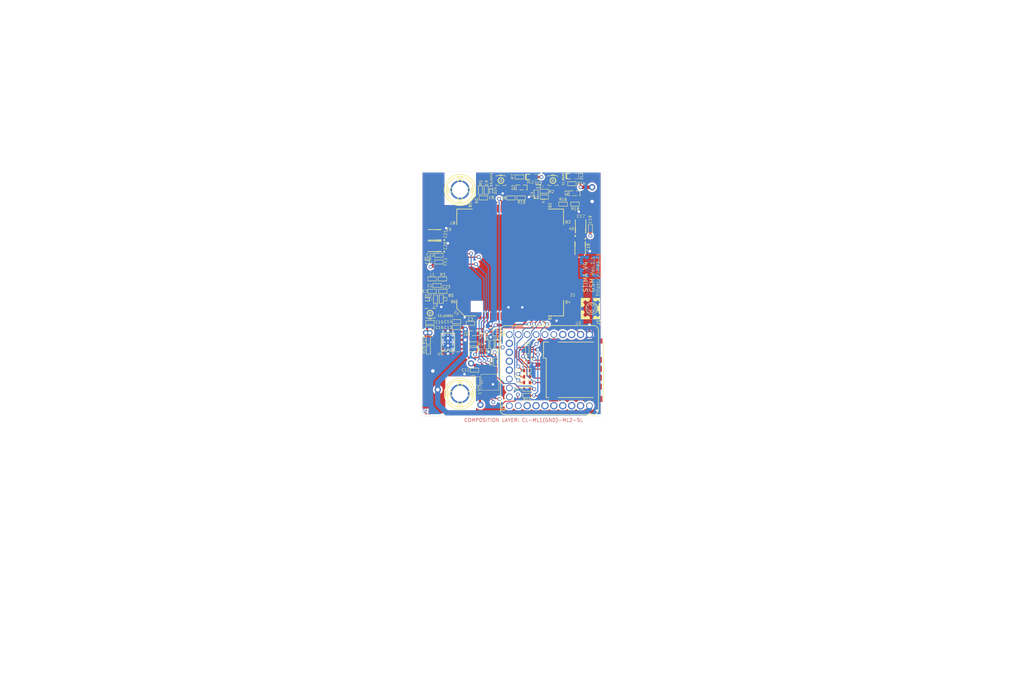
<source format=kicad_pcb>
(kicad_pcb (version 20221018) (generator pcbnew)
  (layers (0 "F.Cu" signal "Top Layer") (1 "In1.Cu" signal "Mid-Layer 1") (2 "In2.Cu" signal "Mid-Layer 2") (31 "B.Cu" signal "Bottom Layer") (34 "B.Paste" user "Bottom Paste") (35 "F.Paste" user "Top Paste") (36 "B.SilkS" user "Bottom Overlay") (37 "F.SilkS" user "Top Overlay") (38 "B.Mask" user "Bottom Solder") (39 "F.Mask" user "Top Solder") (44 "Edge.Cuts" user))
  (net 0 "")
  (net 1 "+3V8")
  (net 2 "+1V8")
  (net 3 "GND")
  (net 4 "+5V")
  (net 5 "+3V3")
  (net 8 "Net-(C1-Pad1)")
  (net 9 "Net-(C1-Pad2)")
  (net 10 "Net-(DZ2-K)")
  (net 11 "Net-(DZ1-K)")
  (net 12 "Net-(DZ3-K)")
  (net 13 "Net-(U1-MAIN_ANT)")
  (net 14 "Net-(U1-AUX_ANT)")
  (net 15 "Net-(DZ4-K)")
  (net 16 "Net-(DZ5-TVS2)")
  (net 17 "Net-(C20-Pad1)")
  (net 18 "Net-(U1-GNSS_ANT)")
  (net 19 "Net-(DL1-K)")
  (net 20 "Net-(DL2-K)")
  (net 21 "Net-(DZ5-TVS1)")
  (net 22 "Net-(DZ5-TVS3)")
  (net 23 "Net-(DZ5-TVS4)")
  (net 24 "Net-(DZ5-TVS5)")
  (net 28 "Net-(L1-Pad2)")
  (net 29 "Net-(Q1-G)")
  (net 30 "Net-(Q2-B)")
  (net 31 "Net-(Q2-C)")
  (net 32 "Net-(Q3-B)")
  (net 33 "Net-(Q3-C)")
  (net 34 "/PWRKEY")
  (net 35 "Net-(U1-NETLIGHT)")
  (net 36 "Net-(U1-USIM_DATA)")
  (net 37 "Net-(U1-USIM_RTS)")
  (net 38 "Net-(U4-OE)")
  (net 39 "/EN_PW_GSM")
  (net 40 "Net-(U1-USIM_CLK)")
  (net 41 "Net-(U1-USIM_DET)")
  (net 42 "/STATUS")
  (net 43 "Net-(U5-FB)")
  (net 44 "Net-(U1-RESET)")
  (net 82 "Net-(U1-RXD)")
  (net 83 "Net-(U1-RI)")
  (net 85 "Net-(U1-TXD)")
  (net 96 "/RST")
  (net 113 "/USART2_RX")
  (net 114 "/USART2_TX")
  (net 117 "/RI")
  (net 125 "Net-(U2-EN)")
  (footprint "Library:0603" (layer "F.Cu") (at 151.9936 130.3401)
    (fp_text reference "R9")
    (fp_text value "22R")
  )
  (footprint "Library:0603" (layer "F.Cu") (at 126.5936 104.3051 180)
    (fp_text reference "C2")
    (fp_text value "33pF")
  )
  (footprint "Library:0603" (layer "F.Cu") (at 170.9166 87.2871 90)
    (fp_text reference "C19")
    (fp_text value "100nF")
  )
  (footprint "Library:0603" (layer "F.Cu") (at 167.3606 79.4131 180)
    (fp_text reference "R18")
    (fp_text value "47K")
  )
  (footprint "Library:0603" (layer "F.Cu") (at 164.8206 73.5711)
    (fp_text reference "R14")
    (fp_text value "2K2")
  )
  (footprint "Library:0603" (layer "F.Cu") (at 126.8365 95.9215)
    (fp_text reference "FIL1")
    (fp_text value "BLM18PG300SN1D")
  )
  (footprint "Library:0603" (layer "F.Cu") (at 155.4226 75.7301 -90)
    (fp_text reference "C4")
    (fp_text value "NM")
  )
  (footprint "Library:0603" (layer "F.Cu") (at 143.8656 125.2601 90)
    (fp_text reference "R12")
    (fp_text value "47R")
  )
  (footprint "Library:0603" (layer "F.Cu") (at 138.7856 130.7211 90)
    (fp_text reference "C10")
    (fp_text value "100nF")
  )
  (footprint "Library:SIM CARD MICRO" (layer "F.Cu") (at 157.5562 123.9901 90)
    (fp_text reference "J1")
    (fp_text value "SIM7100-6-1-15-00-A")
  )
  (footprint "Library:0603" (layer "F.Cu") (at 151.9936 128.6891)
    (fp_text reference "R13")
    (fp_text value "0R")
  )
  (footprint "Library:0603" (layer "F.Cu") (at 158.5976 77.3811 180)
    (fp_text reference "C5")
    (fp_text value "NM")
  )
  (footprint "Library:0603" (layer "F.Cu") (at 138.6586 126.7841 180)
    (fp_text reference "C11")
    (fp_text value "100nF")
  )
  (footprint "Library:0603" (layer "F.Cu") (at 124.3076 114.7191)
    (fp_text reference "C16")
    (fp_text value "10uF")
  )
  (footprint "Library:ViteDado4" (layer "F.Cu") (at 133.7056 133.5151 -90)
    (fp_text reference "A3")
    (fp_text value "ViteDado" hide)
  )
  (footprint "Library:SOD 523(SC-79)" (layer "F.Cu") (at 140.1826 115.8621 -90)
    (fp_text reference "DZ1")
    (fp_text value "PESD5Z3.3")
  )
  (footprint "Library:0603" (layer "F.Cu") (at 133.5786 114.5921 180)
    (fp_text reference "C13")
    (fp_text value "100nF")
  )
  (footprint "Library:0603" (layer "F.Cu") (at 137.5156 113.4491 180)
    (fp_text reference "C3")
    (fp_text value "100nF")
  )
  (footprint "Library:0603" (layer "F.Cu") (at 133.5786 112.9411 180)
    (fp_text reference "C14")
    (fp_text value "10uF")
  )
  (footprint "Library:0603" (layer "F.Cu") (at 158.5976 75.7301 180)
    (fp_text reference "R2")
    (fp_text value "0R")
  )
  (footprint "Library:CONN_ANTENNA_SMD" (layer "F.Cu") (at 145.3896 72.6821)
    (fp_text reference "E3_AUX1")
    (fp_text value "RECE.20279.001E.01" hide)
  )
  (footprint "Library:0603" (layer "F.Cu") (at 151.4856 71.6661 180)
    (fp_text reference "R7")
    (fp_text value "2K2")
  )
  (footprint "Library:SOT363(SC70)" (layer "F.Cu") (at 153.8986 121.5771 90)
    (fp_text reference "DZ5")
    (fp_text value "ESDA6V1-5W6")
  )
  (footprint "Library:0603" (layer "F.Cu") (at 138.4046 119.2911 180)
    (fp_text reference "R4")
    (fp_text value "47K")
  )
  (footprint "Library:0603" (layer "F.Cu") (at 139.5476 74.5871 -90)
    (fp_text reference "R5")
    (fp_text value "0R")
  )
  (footprint "Library:0603" (layer "F.Cu") (at 139.5476 77.6351)
    (fp_text reference "C8")
    (fp_text value "NM")
  )
  (footprint "Library:0603" (layer "F.Cu") (at 151.9936 134.0231)
    (fp_text reference "R15")
    (fp_text value "22R")
  )
  (footprint "Library:0603" (layer "F.Cu") (at 128.3716 107.3531 90)
    (fp_text reference "L2")
    (fp_text value "NM")
  )
  (footprint "Library:UPIN27_OK" (layer "F.Cu") (at 170.6626 136.9441 -90)
    (fp_text reference "U3")
    (fp_text value "UPIN27" hide)
  )
  (footprint "Library:SO8-EDP-2 MIO" (layer "F.Cu") (at 130.2766 118.7831 90)
    (fp_text reference "U5")
    (fp_text value "SC4216HSETRT")
  )
  (footprint "Library:0603" (layer "F.Cu") (at 126.7206 107.3531 90)
    (fp_text reference "L3")
    (fp_text value "NM")
  )
  (footprint "Library:0603" (layer "F.Cu") (at 153.6446 132.2451 180)
    (fp_text reference "R17")
    (fp_text value "47K")
  )
  (footprint "Library:0603" (layer "F.Cu") (at 149.0726 77.6351 180)
    (fp_text reference "R8")
    (fp_text value "4K7")
  )
  (footprint "Library:0603" (layer "F.Cu") (at 142.8496 118.6561 -90)
    (fp_text reference "C7")
    (fp_text value "100nF")
  )
  (footprint "Library:0603" (layer "F.Cu") (at 129.5146 100.7491 180)
    (fp_text reference "R3")
    (fp_text value "10R")
  )
  (footprint "Library:0805-led" (layer "F.Cu") (at 153.2636 71.6661)
    (fp_text reference "DL1")
    (fp_text value "BLUE")
  )
  (footprint "Library:SIM7600" (layer "F.Cu") (at 138.5316 111.4171 90)
    (fp_text reference "U1")
    (fp_text value "SIM7600E S2-107EP-Z304M")
  )
  (footprint "Library:CONN_ANTENNA_SMD" (layer "F.Cu") (at 125.1966 110.5281 180)
    (fp_text reference "E2_GNSS1")
    (fp_text value "RECE.20279.001E.01" hide)
  )
  (footprint "Library:0805-led" (layer "F.Cu") (at 164.8206 71.4121)
    (fp_text reference "DL2")
    (fp_text value "GREEN")
  )
  (footprint "Library:0603" (layer "F.Cu") (at 124.3076 113.1951)
    (fp_text reference "C15")
    (fp_text value "100nF")
  )
  (footprint "Library:SOT23" (layer "F.Cu") (at 165.4556 77.6351)
    (fp_text reference "Q3")
    (fp_text value "BC817")
  )
  (footprint "Library:SOD 523(SC-79)" (layer "F.Cu") (at 156.9466 74.3331 180)
    (fp_text reference "DZ3")
    (fp_text value "PESD5Z5.0")
  )
  (footprint "Library:CONN_ANTENNA_SMD" (layer "F.Cu") (at 160.2486 72.6821)
    (fp_text reference "E1_MAIN1")
    (fp_text value "RECE.20279.001E.01" hide)
  )
  (footprint "Library:0603" (layer "F.Cu") (at 151.9936 77.6351 180)
    (fp_text reference "R10")
    (fp_text value "47K")
  )
  (footprint "Library:0603" (layer "F.Cu") (at 136.7536 120.9421)
    (fp_text reference "R1")
    (fp_text value "4K7")
  )
  (footprint "Library:Case B-TC3528-1411" (layer "F.Cu") (at 168.1226 87.2871 90)
    (fp_text reference "C17")
    (fp_text value "100uF 10V")
  )
  (footprint "Library:SOD 523(SC-79)" (layer "F.Cu") (at 125.3236 95.9231 180)
    (fp_text reference "DZ6")
    (fp_text value "PESD5Z5.0")
  )
  (footprint "Library:0603" (layer "F.Cu") (at 163.9316 79.4131 180)
    (fp_text reference "R16")
    (fp_text value "4K7")
  )
  (footprint "Library:SOT23" (layer "F.Cu") (at 150.3426 75.9841)
    (fp_text reference "Q2")
    (fp_text value "BC817")
  )
  (footprint "Library:0603" (layer "F.Cu") (at 141.3256 118.6561 -90)
    (fp_text reference "C6")
    (fp_text value "100nF")
  )
  (footprint "Library:0603" (layer "F.Cu") (at 151.9936 126.9111)
    (fp_text reference "R11")
    (fp_text value "22R")
  )
  (footprint "Library:0603" (layer "F.Cu") (at 128.4986 94.0181 180)
    (fp_text reference "C22")
    (fp_text value "100nF")
  )
  (footprint "Library:Case B-TC3528-1411" (layer "F.Cu") (at 127.9906 88.1761 180)
    (fp_text reference "C21")
    (fp_text value "100uF 10V")
  )
  (footprint "Library:0603" (layer "F.Cu") (at 127.9906 102.6541 180)
    (fp_text reference "C1")
    (fp_text value "0R")
  )
  (footprint "Library:TSSOP14" (layer "F.Cu") (at 140.3096 133.5151 90)
    (fp_text reference "U4")
    (fp_text value "TXU0204QPWRQ1")
  )
  (footprint "Library:0603" (layer "F.Cu") (at 124.6886 119.0371 90)
    (fp_text reference "R19")
    (fp_text value "100K")
  )
  (footprint "Library:SOT23" (layer "F.Cu") (at 136.8044 117.6147)
    (fp_text reference "Q1")
    (fp_text value "BSS138P")
  )
  (footprint "Library:0603" (layer "F.Cu") (at 124.9426 100.7491)
    (fp_text reference "L1")
    (fp_text value "7447860147G")
  )
  (footprint "Library:SOD 523(SC-79)" (layer "F.Cu") (at 125.3236 106.5911 180)
    (fp_text reference "DZ2")
    (fp_text value "PESD5Z5.0")
  )
  (footprint "Library:0603" (layer "F.Cu") (at 153.3906 123.1011 -90)
    (fp_text reference "C12")
    (fp_text value "100nF")
  )
  (footprint "Library:Case B-TC3528-1411" (layer "F.Cu") (at 127.9906 91.4781 180)
    (fp_text reference "C20")
    (fp_text value "100uF 10V")
  )
  (footprint "Library:0603" (layer "F.Cu") (at 124.6886 121.8311 90)
    (fp_text reference "R20")
    (fp_text value "15K")
  )
  (footprint "Library:0603" (layer "F.Cu") (at 144.3736 118.6561 -90)
    (fp_text reference "R6")
    (fp_text value "200K")
  )
  (footprint "Library:SOT363(SC70)" (layer "F.Cu") (at 144.6276 116.5271 90)
    (fp_text reference "U2")
    (fp_text value "LSF0101GWH")
  )
  (footprint "Library:0603" (layer "F.Cu") (at 129.6305 104.3051 180)
    (fp_text reference "C23")
    (fp_text value "0R")
  )
  (footprint "Library:ViteDado4" (layer "F.Cu") (at 133.7056 75.3491 -90)
    (fp_text reference "A4")
    (fp_text value "ViteDado" hide)
  )
  (footprint "Library:Case B-TC3528-1411" (layer "F.Cu") (at 167.9956 90.4621 -90)
    (fp_text reference "C18")
    (fp_text value "100uF 10V")
  )
  (footprint "Library:0603" (layer "F.Cu") (at 141.1986 74.5871 -90)
    (fp_text reference "C9")
    (fp_text value "NM")
  )
  (footprint "Library:SOD 523(SC-79)" (layer "F.Cu") (at 142.5956 74.7141 -90)
    (fp_text reference "DZ4")
    (fp_text value "PESD5Z5.0")
  )
  (gr_poly (pts (xy 171.46245 96.10022) (xy 171.46245 96.09667) (xy 171.46955 96.09667) (xy 171.46955 96.09312) (xy 171.49793 96.09312) (xy 171.49793 96.09667) (xy 171.50148 96.09667) (xy 171.50148 96.10377) (xy 171.50503 96.10377) (xy 171.50503 96.12506) (xy 171.50148 96.12506) (xy 171.50148 96.13215) (xy 171.49438 96.13215) (xy 171.49438 96.1357) (xy 171.47309 96.1357) (xy 171.47309 96.13215) (xy 171.46955 96.13215) (xy 171.46955 96.12861) (xy 171.46245 96.12861) (xy 171.46245 96.12506) (xy 171.4589 96.12506) (xy 171.4589 96.12151) (xy 171.4518 96.12151) (xy 171.4518 96.11796) (xy 171.44826 96.11796) (xy 171.44826 96.11441) (xy 171.44471 96.11441) (xy 171.44471 96.11086) (xy 171.43761 96.11086) (xy 171.43761 96.10732) (xy 171.44471 96.10732) (xy 171.44471 96.10377) (xy 171.4518 96.10377) (xy 171.4518 96.10022) (xy 171.4589 96.10022)) (fill solid) (layer "B.Cu"))
  (gr_poly (pts (xy 173.4566 100.2411) (xy 167.93898 100.2411) (xy 167.93898 97.56567) (xy 168.00284 97.56567) (xy 168.00639 97.56567) (xy 168.00639 97.57632) (xy 168.00994 97.57632) (xy 168.00994 97.58341) (xy 168.01349 97.58341) (xy 168.01349 97.59051) (xy 168.01704 97.59051) (xy 168.01704 97.59406) (xy 168.02413 97.59406) (xy 168.02413 97.59761) (xy 168.02768 97.59761) (xy 168.02768 97.60116) (xy 168.04188 97.60116) (xy 168.04188 97.6047) (xy 168.05962 97.6047) (xy 168.05962 97.60825) (xy 168.08091 97.60825) (xy 168.08091 97.6118) (xy 168.09865 97.6118) (xy 168.09865 97.61535) (xy 168.11639 97.61535) (xy 168.11639 97.6189) (xy 168.13768 97.6189) (xy 168.13768 97.62245) (xy 168.15542 97.62245) (xy 168.15542 97.62599) (xy 168.17671 97.62599) (xy 168.17671 97.62954) (xy 168.19445 97.62954) (xy 168.19445 97.63309) (xy 168.2122 97.63309) (xy 168.2122 97.63664) (xy 168.23349 97.63664) (xy 168.23349 97.64019) (xy 168.25123 97.64019) (xy 168.25123 97.64374) (xy 168.26897 97.64374) (xy 168.26897 97.64728) (xy 168.29026 97.64728) (xy 168.29026 97.65083) (xy 168.308 97.65083) (xy 168.308 97.65438) (xy 168.32574 97.65438) (xy 168.32574 97.65793) (xy 168.34703 97.65793) (xy 168.34703 97.66148) (xy 168.36477 97.66148) (xy 168.36477 97.66502) (xy 168.38606 97.66502) (xy 168.38606 97.66857) (xy 168.4038 97.66857) (xy 168.4038 97.67212) (xy 168.42155 97.67212) (xy 168.42155 97.67567) (xy 168.44284 97.67567) (xy 168.44284 97.67922) (xy 168.46058 97.67922) (xy 168.46058 97.68277) (xy 168.47832 97.68277) (xy 168.47832 97.68631) (xy 168.49961 97.68631) (xy 168.49961 97.68986) (xy 168.51735 97.68986) (xy 168.51735 97.69341) (xy 168.53864 97.69341) (xy 168.53864 97.69696) (xy 168.55638 97.69696) (xy 168.55638 97.70051) (xy 168.57412 97.70051) (xy 168.57412 97.70406) (xy 168.59541 97.70406) (xy 168.59541 97.7076) (xy 168.61315 97.7076) (xy 168.61315 97.71115) (xy 168.6309 97.71115) (xy 168.6309 97.7147) (xy 168.65219 97.7147) (xy 168.65219 97.71825) (xy 168.66993 97.71825) (xy 168.66993 97.7218) (xy 168.68767 97.7218) (xy 168.68767 97.72535) (xy 168.70896 97.72535) (xy 168.70896 97.72889) (xy 168.7267 97.72889) (xy 168.7267 97.73244) (xy 168.74799 97.73244) (xy 168.74799 97.73599) (xy 168.76573 97.73599) (xy 168.76573 97.73954) (xy 168.78347 97.73954) (xy 168.78347 97.74309) (xy 168.80122 97.74309) (xy 168.80122 97.74664) (xy 168.80831 97.74664) (xy 168.80831 97.75018) (xy 168.81541 97.75018) (xy 168.81541 97.75373) (xy 168.81896 97.75373) (xy 168.81896 97.75728) (xy 168.82605 97.75728) (xy 168.82605 97.76438) (xy 168.8296 97.76438) (xy 168.8296 97.76793) (xy 168.83315 97.76793) (xy 168.83315 97.77147) (xy 168.8367 97.77147) (xy 168.8367 97.77857) (xy 168.84025 97.77857) (xy 168.84025 97.78567) (xy 168.84379 97.78567) (xy 168.84379 97.79631) (xy 168.84734 97.79631) (xy 168.84734 97.80341) (xy 168.85089 97.80341) (xy 168.85089 97.81405) (xy 168.85444 97.81405) (xy 168.85444 97.82115) (xy 168.85799 97.82115) (xy 168.85799 97.8318) (xy 168.86154 97.8318) (xy 168.86154 97.83889) (xy 168.86508 97.83889) (xy 168.86508 97.84954) (xy 168.86863 97.84954) (xy 168.86863 97.85663) (xy 168.87218 97.85663) (xy 168.87218 97.86373) (xy 168.87573 97.86373) (xy 168.87573 97.87438) (xy 168.87928 97.87438) (xy 168.87928 97.88147) (xy 168.88283 97.88147) (xy 168.88283 97.89212) (xy 168.88637 97.89212) (xy 168.88637 97.89921) (xy 168.88992 97.89921) (xy 168.88992 97.90986) (xy 168.89347 97.90986) (xy 168.89347 97.91696) (xy 168.89702 97.91696) (xy 168.89702 97.9276) (xy 168.90057 97.9276) (xy 168.90057 97.9347) (xy 168.90412 97.9347) (xy 168.90412 97.94179) (xy 168.90766 97.94179) (xy 168.90766 97.95244) (xy 168.91121 97.95244) (xy 168.91121 97.95953) (xy 168.91476 97.95953) (xy 168.91476 97.97018) (xy 168.91831 97.97018) (xy 168.91831 97.97728) (xy 168.92186 97.97728) (xy 168.92186 97.98792) (xy 168.92541 97.98792) (xy 168.92541 97.99502) (xy 168.92895 97.99502) (xy 168.92895 98.00566) (xy 168.9325 98.00566) (xy 168.9325 98.01276) (xy 168.93605 98.01276) (xy 168.93605 98.01986) (xy 168.9396 98.01986) (xy 168.9396 98.0305) (xy 168.94315 98.0305) (xy 168.94315 98.0376) (xy 168.9467 98.0376) (xy 168.9467 98.04824) (xy 168.95024 98.04824) (xy 168.95024 98.05534) (xy 168.95379 98.05534) (xy 168.95379 98.06598) (xy 168.95734 98.06598) (xy 168.95734 98.07308) (xy 168.96089 98.07308) (xy 168.96089 98.08373) (xy 168.96444 98.08373) (xy 168.96444 98.09082) (xy 168.96799 98.09082) (xy 168.96799 98.09792) (xy 168.97153 98.09792) (xy 168.97153 98.10856) (xy 168.97508 98.10856) (xy 168.97508 98.11566) (xy 168.97863 98.11566) (xy 168.97863 98.12631) (xy 168.98218 98.12631) (xy 168.98218 98.1334) (xy 168.98573 98.1334) (xy 168.98573 98.14405) (xy 168.98928 98.14405) (xy 168.98928 98.15114) (xy 168.99282 98.15114) (xy 168.99282 98.16179) (xy 168.99637 98.16179) (xy 168.99637 98.16889) (xy 168.99992 98.16889) (xy 168.99992 98.17598) (xy 169.00347 98.17598) (xy 169.00347 98.18663) (xy 169.00702 98.18663) (xy 169.00702 98.19372) (xy 169.01057 98.19372) (xy 169.01057 98.20437) (xy 169.01411 98.20437) (xy 169.01411 98.21147) (xy 169.01766 98.21147) (xy 169.01766 98.22211) (xy 169.02121 98.22211) (xy 169.02121 98.22921) (xy 169.02476 98.22921) (xy 169.02476 98.23985) (xy 169.02831 98.23985) (xy 169.02831 98.24695) (xy 169.03186 98.24695) (xy 169.03186 98.25404) (xy 169.0354 98.25404) (xy 169.0354 98.26469) (xy 169.03895 98.26469) (xy 169.03895 98.27179) (xy 169.0425 98.27179) (xy 169.0425 98.28243) (xy 169.04605 98.28243) (xy 169.04605 98.28953) (xy 169.0496 98.28953) (xy 169.0496 98.30017) (xy 169.05315 98.30017) (xy 169.05315 98.32856) (xy 169.0496 98.32856) (xy 169.0496 98.3392) (xy 169.04605 98.3392) (xy 169.04605 98.3463) (xy 169.0425 98.3463) (xy 169.0425 98.3534) (xy 169.03895 98.3534) (xy 169.03895 98.35695) (xy 169.0354 98.35695) (xy 169.0354 98.36404) (xy 169.03186 98.36404) (xy 169.03186 98.36759) (xy 169.02831 98.36759) (xy 169.02831 98.37114) (xy 169.02476 98.37114) (xy 169.02476 98.37824) (xy 169.02121 98.37824) (xy 169.02121 98.38178) (xy 169.01766 98.38178) (xy 169.01766 98.38888) (xy 169.01411 98.38888) (xy 169.01411 98.39243) (xy 169.01057 98.39243) (xy 169.01057 98.39953) (xy 169.00702 98.39953) (xy 169.00702 98.40307) (xy 169.00347 98.40307) (xy 169.00347 98.41017) (xy 168.99992 98.41017) (xy 168.99992 98.41372) (xy 168.99637 98.41372) (xy 168.99637 98.42082) (xy 168.99282 98.42082) (xy 168.99282 98.42436) (xy 168.98928 98.42436) (xy 168.98928 98.43146) (xy 168.98573 98.43146) (xy 168.98573 98.43501) (xy 168.98218 98.43501) (xy 168.98218 98.43856) (xy 168.97863 98.43856) (xy 168.97863 98.44565) (xy 168.97508 98.44565) (xy 168.97508 98.4492) (xy 168.97153 98.4492) (xy 168.97153 98.4563) (xy 168.96799 98.4563) (xy 168.96799 98.45985) (xy 168.96444 98.45985) (xy 168.96444 98.46694) (xy 168.96089 98.46694) (xy 168.96089 98.47049) (xy 168.95734 98.47049) (xy 168.95734 98.47759) (xy 168.95379 98.47759) (xy 168.95379 98.48114) (xy 168.95024 98.48114) (xy 168.95024 98.48823) (xy 168.9467 98.48823) (xy 168.9467 98.49178) (xy 168.94315 98.49178) (xy 168.94315 98.49533) (xy 168.9396 98.49533) (xy 168.9396 98.50243) (xy 168.93605 98.50243) (xy 168.93605 98.50597) (xy 168.9325 98.50597) (xy 168.9325 98.51307) (xy 168.92895 98.51307) (xy 168.92895 98.51662) (xy 168.92541 98.51662) (xy 168.92541 98.52372) (xy 168.92186 98.52372) (xy 168.92186 98.52726) (xy 168.91831 98.52726) (xy 168.91831 98.53436) (xy 168.91476 98.53436) (xy 168.91476 98.53791) (xy 168.91121 98.53791) (xy 168.91121 98.54501) (xy 168.90766 98.54501) (xy 168.90766 98.54855) (xy 168.90412 98.54855) (xy 168.90412 98.55565) (xy 168.90057 98.55565) (xy 168.90057 98.5592) (xy 168.89702 98.5592) (xy 168.89702 98.56275) (xy 168.89347 98.56275) (xy 168.89347 98.56984) (xy 168.88992 98.56984) (xy 168.88992 98.57339) (xy 168.88637 98.57339) (xy 168.88637 98.58049) (xy 168.88283 98.58049) (xy 168.88283 98.58404) (xy 168.87928 98.58404) (xy 168.87928 98.59113) (xy 168.87573 98.59113) (xy 168.87573 98.59468) (xy 168.87218 98.59468) (xy 168.87218 98.60178) (xy 168.86863 98.60178) (xy 168.86863 98.60533) (xy 168.86508 98.60533) (xy 168.86508 98.61242) (xy 168.86154 98.61242) (xy 168.86154 98.61597) (xy 168.85799 98.61597) (xy 168.85799 98.61952) (xy 168.85444 98.61952) (xy 168.85444 98.62662) (xy 168.85089 98.62662) (xy 168.85089 98.63017) (xy 168.84734 98.63017) (xy 168.84734 98.63726) (xy 168.84379 98.63726) (xy 168.84379 98.64081) (xy 168.84025 98.64081) (xy 168.84025 98.64791) (xy 168.8367 98.64791) (xy 168.8367 98.65146) (xy 168.83315 98.65146) (xy 168.83315 98.65855) (xy 168.8296 98.65855) (xy 168.8296 98.6621) (xy 168.82605 98.6621) (xy 168.82605 98.6692) (xy 168.82251 98.6692) (xy 168.82251 98.67275) (xy 168.81896 98.67275) (xy 168.81896 98.67984) (xy 168.81541 98.67984) (xy 168.81541 98.68339) (xy 168.81186 98.68339) (xy 168.81186 98.68694) (xy 168.80831 98.68694) (xy 168.80831 98.69404) (xy 168.80476 98.69404) (xy 168.80476 98.69758) (xy 168.80122 98.69758) (xy 168.80122 98.70468) (xy 168.79767 98.70468) (xy 168.79767 98.70823) (xy 168.79412 98.70823) (xy 168.79412 98.71533) (xy 168.79057 98.71533) (xy 168.79057 98.71887) (xy 168.78702 98.71887) (xy 168.78702 98.72597) (xy 168.78347 98.72597) (xy 168.78347 98.72952) (xy 168.77993 98.72952) (xy 168.77993 98.73662) (xy 168.77638 98.73662) (xy 168.77638 98.74016) (xy 168.77283 98.74016) (xy 168.77283 98.74371) (xy 168.76928 98.74371) (xy 168.76928 98.75081) (xy 168.76573 98.75081) (xy 168.76573 98.75436) (xy 168.76218 98.75436) (xy 168.76218 98.76145) (xy 168.75864 98.76145) (xy 168.75864 98.765) (xy 168.75509 98.765) (xy 168.75509 98.7721) (xy 168.75154 98.7721) (xy 168.75154 98.77565) (xy 168.74799 98.77565) (xy 168.74799 98.78274) (xy 168.74444 98.78274) (xy 168.74444 98.78629) (xy 168.74089 98.78629) (xy 168.74089 98.79339) (xy 168.73735 98.79339) (xy 168.73735 98.79694) (xy 168.7338 98.79694) (xy 168.7338 98.80403) (xy 168.73025 98.80403) (xy 168.73025 98.80758) (xy 168.7267 98.80758) (xy 168.7267 98.81113) (xy 168.72315 98.81113) (xy 168.72315 98.81823) (xy 168.7196 98.81823) (xy 168.7196 98.82177) (xy 168.71606 98.82177) (xy 168.71606 98.82887) (xy 168.71251 98.82887) (xy 168.71251 98.83242) (xy 168.70896 98.83242) (xy 168.70896 98.83952) (xy 168.70541 98.83952) (xy 168.70541 98.84306) (xy 168.70186 98.84306) (xy 168.70186 98.85016) (xy 168.69831 98.85016) (xy 168.69831 98.85371) (xy 168.69477 98.85371) (xy 168.69477 98.86081) (xy 168.69122 98.86081) (xy 168.69122 98.86435) (xy 168.68767 98.86435) (xy 168.68767 98.8679) (xy 168.68412 98.8679) (xy 168.68412 98.875) (xy 168.68057 98.875) (xy 168.68057 98.87855) (xy 168.67702 98.87855) (xy 168.67702 98.88564) (xy 168.67348 98.88564) (xy 168.67348 98.88919) (xy 168.66993 98.88919) (xy 168.66993 98.89629) (xy 168.66638 98.89629) (xy 168.66638 98.89984) (xy 168.66283 98.89984) (xy 168.66283 98.90693) (xy 168.65928 98.90693) (xy 168.65928 98.91048) (xy 168.65573 98.91048) (xy 168.65573 98.91758) (xy 168.65219 98.91758) (xy 168.65219 98.92113) (xy 168.64864 98.92113) (xy 168.64864 98.92468) (xy 168.64509 98.92468) (xy 168.64509 98.93177) (xy 168.64154 98.93177) (xy 168.64154 98.93532) (xy 168.63799 98.93532) (xy 168.63799 98.94242) (xy 168.63444 98.94242) (xy 168.63444 98.94597) (xy 168.6309 98.94597) (xy 168.6309 98.95306) (xy 168.62735 98.95306) (xy 168.62735 98.95661) (xy 168.6238 98.95661) (xy 168.6238 98.96371) (xy 168.62025 98.96371) (xy 168.62025 98.96726) (xy 168.6167 98.96726) (xy 168.6167 98.97435) (xy 168.61315 98.97435) (xy 168.61315 98.9779) (xy 168.60961 98.9779) (xy 168.60961 98.985) (xy 168.60606 98.985) (xy 168.60606 98.99209) (xy 168.60251 98.99209) (xy 168.60251 99.01693) (xy 168.60606 99.01693) (xy 168.60606 99.02758) (xy 168.60961 99.02758) (xy 168.60961 99.03113) (xy 168.61315 99.03113) (xy 168.61315 99.03467) (xy 168.6167 99.03467) (xy 168.6167 99.03822) (xy 168.62025 99.03822) (xy 168.62025 99.04177) (xy 168.6238 99.04177) (xy 168.6238 99.04532) (xy 168.62735 99.04532) (xy 168.62735 99.04887) (xy 168.6309 99.04887) (xy 168.6309 99.05241) (xy 168.63444 99.05241) (xy 168.63444 99.05596) (xy 168.63799 99.05596) (xy 168.63799 99.05951) (xy 168.64154 99.05951) (xy 168.64154 99.06306) (xy 168.64509 99.06306) (xy 168.64509 99.06661) (xy 168.64864 99.06661) (xy 168.64864 99.07016) (xy 168.65219 99.07016) (xy 168.65219 99.0737) (xy 168.65573 99.0737) (xy 168.65573 99.07725) (xy 168.65928 99.07725) (xy 168.65928 99.0808) (xy 168.66283 99.0808) (xy 168.66283 99.08435) (xy 168.66638 99.08435) (xy 168.66638 99.0879) (xy 168.66993 99.0879) (xy 168.66993 99.09145) (xy 168.67348 99.09145) (xy 168.67348 99.09499) (xy 168.67702 99.09499) (xy 168.67702 99.09854) (xy 168.68057 99.09854) (xy 168.68057 99.10209) (xy 168.68412 99.10209) (xy 168.68412 99.10564) (xy 168.68767 99.10564) (xy 168.68767 99.10919) (xy 168.69122 99.10919) (xy 168.69122 99.11274) (xy 168.69477 99.11274) (xy 168.69477 99.11628) (xy 168.69831 99.11628) (xy 168.69831 99.11983) (xy 168.70186 99.11983) (xy 168.70186 99.12338) (xy 168.70541 99.12338) (xy 168.70541 99.12693) (xy 168.70896 99.12693) (xy 168.70896 99.13048) (xy 168.71251 99.13048) (xy 168.71251 99.13403) (xy 168.71606 99.13403) (xy 168.71606 99.13757) (xy 168.7196 99.13757) (xy 168.7196 99.14112) (xy 168.72315 99.14112) (xy 168.72315 99.14467) (xy 168.7267 99.14467) (xy 168.7267 99.14822) (xy 168.73025 99.14822) (xy 168.73025 99.15177) (xy 168.7338 99.15177) (xy 168.7338 99.15532) (xy 168.73735 99.15532) (xy 168.73735 99.15886) (xy 168.74089 99.15886) (xy 168.74089 99.16241) (xy 168.74444 99.16241) (xy 168.74444 99.16596) (xy 168.74799 99.16596) (xy 168.74799 99.16951) (xy 168.75154 99.16951) (xy 168.75154 99.17306) (xy 168.75509 99.17306) (xy 168.75509 99.17661) (xy 168.75864 99.17661) (xy 168.75864 99.18015) (xy 168.76218 99.18015) (xy 168.76218 99.1837) (xy 168.76573 99.1837) (xy 168.76573 99.18725) (xy 168.76928 99.18725) (xy 168.76928 99.1908) (xy 168.77283 99.1908) (xy 168.77283 99.19435) (xy 168.77638 99.19435) (xy 168.77638 99.1979) (xy 168.77993 99.1979) (xy 168.77993 99.20144) (xy 168.78347 99.20144) (xy 168.78347 99.20499) (xy 168.78702 99.20499) (xy 168.78702 99.20854) (xy 168.79057 99.20854) (xy 168.79057 99.21209) (xy 168.79412 99.21209) (xy 168.79412 99.21564) (xy 168.79767 99.21564) (xy 168.79767 99.21919) (xy 168.80122 99.21919) (xy 168.80122 99.22273) (xy 168.80476 99.22273) (xy 168.80476 99.22628) (xy 168.80831 99.22628) (xy 168.80831 99.22983) (xy 168.81186 99.22983) (xy 168.81186 99.23338) (xy 168.81541 99.23338) (xy 168.81541 99.23693) (xy 168.81896 99.23693) (xy 168.81896 99.24048) (xy 168.82251 99.24048) (xy 168.82251 99.24402) (xy 168.82605 99.24402) (xy 168.82605 99.24757) (xy 168.8296 99.24757) (xy 168.8296 99.25112) (xy 168.83315 99.25112) (xy 168.83315 99.25467) (xy 168.8367 99.25467) (xy 168.8367 99.25822) (xy 168.84025 99.25822) (xy 168.84025 99.26177) (xy 168.84379 99.26177) (xy 168.84379 99.26531) (xy 168.84734 99.26531) (xy 168.84734 99.26886) (xy 168.85089 99.26886) (xy 168.85089 99.27241) (xy 168.85444 99.27241) (xy 168.85444 99.27596) (xy 168.85799 99.27596) (xy 168.85799 99.27951) (xy 168.86154 99.27951) (xy 168.86154 99.28306) (xy 168.86508 99.28306) (xy 168.86508 99.2866) (xy 168.86863 99.2866) (xy 168.86863 99.29015) (xy 168.87218 99.29015) (xy 168.87218 99.2937) (xy 168.87573 99.2937) (xy 168.87573 99.29725) (xy 168.87928 99.29725) (xy 168.87928 99.3008) (xy 168.88283 99.3008) (xy 168.88283 99.30435) (xy 168.88637 99.30435) (xy 168.88637 99.30789) (xy 168.88992 99.30789) (xy 168.88992 99.31144) (xy 168.89347 99.31144) (xy 168.89347 99.31499) (xy 168.89702 99.31499) (xy 168.89702 99.31854) (xy 168.90057 99.31854) (xy 168.90057 99.32209) (xy 168.90412 99.32209) (xy 168.90412 99.32564) (xy 168.90766 99.32564) (xy 168.90766 99.32918) (xy 168.91121 99.32918) (xy 168.91121 99.33273) (xy 168.91476 99.33273) (xy 168.91476 99.33628) (xy 168.91831 99.33628) (xy 168.91831 99.33983) (xy 168.92186 99.33983) (xy 168.92186 99.34338) (xy 168.92541 99.34338) (xy 168.92541 99.34692) (xy 168.92895 99.34692) (xy 168.92895 99.35047) (xy 168.9325 99.35047) (xy 168.9325 99.35402) (xy 168.93605 99.35402) (xy 168.93605 99.35757) (xy 168.9396 99.35757) (xy 168.9396 99.36112) (xy 168.94315 99.36112) (xy 168.94315 99.36467) (xy 168.9467 99.36467) (xy 168.9467 99.36821) (xy 168.95024 99.36821) (xy 168.95024 99.37176) (xy 168.95379 99.37176) (xy 168.95379 99.37531) (xy 168.95734 99.37531) (xy 168.95734 99.37886) (xy 168.96089 99.37886) (xy 168.96089 99.38241) (xy 168.96444 99.38241) (xy 168.96444 99.38596) (xy 168.96799 99.38596) (xy 168.96799 99.3895) (xy 168.97153 99.3895) (xy 168.97153 99.39305) (xy 168.97508 99.39305) (xy 168.97508 99.3966) (xy 168.97863 99.3966) (xy 168.97863 99.40015) (xy 168.98218 99.40015) (xy 168.98218 99.4037) (xy 168.98573 99.4037) (xy 168.98573 99.40725) (xy 168.98928 99.40725) (xy 168.98928 99.41079) (xy 168.99282 99.41079) (xy 168.99282 99.41434) (xy 168.99637 99.41434) (xy 168.99637 99.41789) (xy 168.99992 99.41789) (xy 168.99992 99.42144) (xy 169.00347 99.42144) (xy 169.00347 99.42499) (xy 169.00702 99.42499) (xy 169.00702 99.42854) (xy 169.01057 99.42854) (xy 169.01057 99.43208) (xy 169.01411 99.43208) (xy 169.01411 99.43563) (xy 169.01766 99.43563) (xy 169.01766 99.43918) (xy 169.02121 99.43918) (xy 169.02121 99.44273) (xy 169.02476 99.44273) (xy 169.02476 99.44628) (xy 169.02831 99.44628) (xy 169.02831 99.44983) (xy 169.03186 99.44983) (xy 169.03186 99.45337) (xy 169.0354 99.45337) (xy 169.0354 99.45692) (xy 169.03895 99.45692) (xy 169.03895 99.46047) (xy 169.0425 99.46047) (xy 169.0425 99.46402) (xy 169.04605 99.46402) (xy 169.04605 99.46757) (xy 169.0496 99.46757) (xy 169.0496 99.47112) (xy 169.05315 99.47112) (xy 169.05315 99.47466) (xy 169.05669 99.47466) (xy 169.05669 99.47821) (xy 169.06024 99.47821) (xy 169.06024 99.48176) (xy 169.06379 99.48176) (xy 169.06379 99.48531) (xy 169.06734 99.48531) (xy 169.06734 99.48886) (xy 169.07089 99.48886) (xy 169.07089 99.49241) (xy 169.07444 99.49241) (xy 169.07444 99.49595) (xy 169.07798 99.49595) (xy 169.07798 99.4995) (xy 169.08153 99.4995) (xy 169.08153 99.50305) (xy 169.08508 99.50305) (xy 169.08508 99.5066) (xy 169.08863 99.5066) (xy 169.08863 99.51015) (xy 169.09218 99.51015) (xy 169.09218 99.5137) (xy 169.09573 99.5137) (xy 169.09573 99.51724) (xy 169.09927 99.51724) (xy 169.09927 99.52079) (xy 169.10282 99.52079) (xy 169.10282 99.52434) (xy 169.10637 99.52434) (xy 169.10637 99.52789) (xy 169.10992 99.52789) (xy 169.10992 99.53144) (xy 169.11347 99.53144) (xy 169.11347 99.53499) (xy 169.11701 99.53499) (xy 169.11701 99.53853) (xy 169.12056 99.53853) (xy 169.12056 99.54208) (xy 169.12411 99.54208) (xy 169.12411 99.54563) (xy 169.12766 99.54563) (xy 169.12766 99.54918) (xy 169.13121 99.54918) (xy 169.13121 99.55273) (xy 169.13476 99.55273) (xy 169.13476 99.55628) (xy 169.1383 99.55628) (xy 169.1383 99.55982) (xy 169.14185 99.55982) (xy 169.14185 99.56337) (xy 169.1454 99.56337) (xy 169.1454 99.56692) (xy 169.14895 99.56692) (xy 169.14895 99.57047) (xy 169.1525 99.57047) (xy 169.1525 99.57402) (xy 169.15959 99.57402) (xy 169.15959 99.57757) (xy 169.17024 99.57757) (xy 169.17024 99.58111) (xy 169.17734 99.58111) (xy 169.17734 99.57757) (xy 169.19153 99.57757) (xy 169.19153 99.57402) (xy 169.19863 99.57402) (xy 169.19863 99.57047) (xy 169.20572 99.57047) (xy 169.20572 99.56692) (xy 169.20927 99.56692) (xy 169.20927 99.56337) (xy 169.21637 99.56337) (xy 169.21637 99.55982) (xy 169.21992 99.55982) (xy 169.21992 99.55628) (xy 169.22701 99.55628) (xy 169.22701 99.55273) (xy 169.23056 99.55273) (xy 169.23056 99.54918) (xy 169.23411 99.54918) (xy 169.23411 99.54563) (xy 169.24121 99.54563) (xy 169.24121 99.54208) (xy 169.24475 99.54208) (xy 169.24475 99.53853) (xy 169.25185 99.53853) (xy 169.25185 99.53499) (xy 169.2554 99.53499) (xy 169.2554 99.53144) (xy 169.2625 99.53144) (xy 169.2625 99.52789) (xy 169.26604 99.52789) (xy 169.26604 99.52434) (xy 169.27314 99.52434) (xy 169.27314 99.52079) (xy 169.27669 99.52079) (xy 169.27669 99.51724) (xy 169.28379 99.51724) (xy 169.28379 99.5137) (xy 169.28733 99.5137) (xy 169.28733 99.51015) (xy 169.29088 99.51015) (xy 169.29088 99.5066) (xy 169.29798 99.5066) (xy 169.29798 99.50305) (xy 169.30153 99.50305) (xy 169.30153 99.4995) (xy 169.30862 99.4995) (xy 169.30862 99.49595) (xy 169.31217 99.49595) (xy 169.31217 99.49241) (xy 169.31927 99.49241) (xy 169.31927 99.48886) (xy 169.32282 99.48886) (xy 169.32282 99.48531) (xy 169.32991 99.48531) (xy 169.32991 99.48176) (xy 169.33346 99.48176) (xy 169.33346 99.47821) (xy 169.34056 99.47821) (xy 169.34056 99.47466) (xy 169.34411 99.47466) (xy 169.34411 99.47112) (xy 169.3512 99.47112) (xy 169.3512 99.46757) (xy 169.35475 99.46757) (xy 169.35475 99.46402) (xy 169.3583 99.46402) (xy 169.3583 99.46047) (xy 169.3654 99.46047) (xy 169.3654 99.45692) (xy 169.36895 99.45692) (xy 169.36895 99.45337) (xy 169.37604 99.45337) (xy 169.37604 99.44983) (xy 169.37959 99.44983) (xy 169.37959 99.44628) (xy 169.38669 99.44628) (xy 169.38669 99.44273) (xy 169.39023 99.44273) (xy 169.39023 99.43918) (xy 169.39733 99.43918) (xy 169.39733 99.43563) (xy 169.40088 99.43563) (xy 169.40088 99.43208) (xy 169.40798 99.43208) (xy 169.40798 99.42854) (xy 169.41152 99.42854) (xy 169.41152 99.42499) (xy 169.41507 99.42499) (xy 169.41507 99.42144) (xy 169.42217 99.42144) (xy 169.42217 99.41789) (xy 169.42572 99.41789) (xy 169.42572 99.41434) (xy 169.43281 99.41434) (xy 169.43281 99.41079) (xy 169.43636 99.41079) (xy 169.43636 99.40725) (xy 169.44346 99.40725) (xy 169.44346 99.4037) (xy 169.44701 99.4037) (xy 169.44701 99.40015) (xy 169.4541 99.40015) (xy 169.4541 99.3966) (xy 169.45765 99.3966) (xy 169.45765 99.39305) (xy 169.46475 99.39305) (xy 169.46475 99.3895) (xy 169.4683 99.3895) (xy 169.4683 99.38596) (xy 169.47185 99.38596) (xy 169.47185 99.38241) (xy 169.47894 99.38241) (xy 169.47894 99.37886) (xy 169.48249 99.37886) (xy 169.48249 99.37531) (xy 169.48959 99.37531) (xy 169.48959 99.37176) (xy 169.49314 99.37176) (xy 169.49314 99.36821) (xy 169.50023 99.36821) (xy 169.50023 99.36467) (xy 169.50378 99.36467) (xy 169.50378 99.36112) (xy 169.51088 99.36112) (xy 169.51088 99.35757) (xy 169.51443 99.35757) (xy 169.51443 99.35402) (xy 169.52152 99.35402) (xy 169.52152 99.35047) (xy 169.52507 99.35047) (xy 169.52507 99.34692) (xy 169.52862 99.34692) (xy 169.52862 99.34338) (xy 169.53572 99.34338) (xy 169.53572 99.33983) (xy 169.53926 99.33983) (xy 169.53926 99.33628) (xy 169.54636 99.33628) (xy 169.54636 99.33273) (xy 169.54991 99.33273) (xy 169.54991 99.32918) (xy 169.55701 99.32918) (xy 169.55701 99.32564) (xy 169.56055 99.32564) (xy 169.56055 99.32209) (xy 169.56765 99.32209) (xy 169.56765 99.31854) (xy 169.5712 99.31854) (xy 169.5712 99.31499) (xy 169.5783 99.31499) (xy 169.5783 99.31144) (xy 169.58184 99.31144) (xy 169.58184 99.30789) (xy 169.58894 99.30789) (xy 169.58894 99.30435) (xy 169.59249 99.30435) (xy 169.59249 99.3008) (xy 169.59604 99.3008) (xy 169.59604 99.29725) (xy 169.60313 99.29725) (xy 169.60313 99.2937) (xy 169.60668 99.2937) (xy 169.60668 99.29015) (xy 169.61378 99.29015) (xy 169.61378 99.2866) (xy 169.61733 99.2866) (xy 169.61733 99.28306) (xy 169.62442 99.28306) (xy 169.62442 99.27951) (xy 169.62797 99.27951) (xy 169.62797 99.27596) (xy 169.63507 99.27596) (xy 169.63507 99.27241) (xy 169.63862 99.27241) (xy 169.63862 99.26886) (xy 169.64571 99.26886) (xy 169.64571 99.26531) (xy 169.64926 99.26531) (xy 169.64926 99.26177) (xy 169.65281 99.26177) (xy 169.65281 99.25822) (xy 169.65991 99.25822) (xy 169.65991 99.25467) (xy 169.66345 99.25467) (xy 169.66345 99.25112) (xy 169.67055 99.25112) (xy 169.67055 99.24757) (xy 169.6741 99.24757) (xy 169.6741 99.24402) (xy 169.6812 99.24402) (xy 169.6812 99.24048) (xy 169.68474 99.24048) (xy 169.68474 99.23693) (xy 169.69184 99.23693) (xy 169.69184 99.23338) (xy 169.69539 99.23338) (xy 169.69539 99.22983) (xy 169.70249 99.22983) (xy 169.70249 99.22628) (xy 169.70603 99.22628) (xy 169.70603 99.22273) (xy 169.70958 99.22273) (xy 169.70958 99.21919) (xy 169.71668 99.21919) (xy 169.71668 99.21564) (xy 169.72023 99.21564) (xy 169.72023 99.21209) (xy 169.72732 99.21209) (xy 169.72732 99.20854) (xy 169.73087 99.20854) (xy 169.73087 99.20499) (xy 169.73797 99.20499) (xy 169.73797 99.20144) (xy 169.74152 99.20144) (xy 169.74152 99.1979) (xy 169.74861 99.1979) (xy 169.74861 99.19435) (xy 169.75216 99.19435) (xy 169.75216 99.1908) (xy 169.75926 99.1908) (xy 169.75926 99.18725) (xy 169.76281 99.18725) (xy 169.76281 99.1837) (xy 169.7699 99.1837) (xy 169.7699 99.18015) (xy 169.77345 99.18015) (xy 169.77345 99.17661) (xy 169.777 99.17661) (xy 169.777 99.17306) (xy 169.7841 99.17306) (xy 169.7841 99.16951) (xy 169.78765 99.16951) (xy 169.78765 99.16596) (xy 169.79474 99.16596) (xy 169.79474 99.16241) (xy 169.79829 99.16241) (xy 169.79829 99.15886) (xy 169.80539 99.15886) (xy 169.80539 99.15532) (xy 169.80894 99.15532) (xy 169.80894 99.15177) (xy 169.81603 99.15177) (xy 169.81603 99.14822) (xy 169.81958 99.14822) (xy 169.81958 99.14467) (xy 169.82668 99.14467) (xy 169.82668 99.14112) (xy 169.83377 99.14112) (xy 169.83377 99.13757) (xy 169.87281 99.13757) (xy 169.87281 99.14112) (xy 169.88345 99.14112) (xy 169.88345 99.14467) (xy 169.89055 99.14467) (xy 169.89055 99.14822) (xy 169.89764 99.14822) (xy 169.89764 99.15177) (xy 169.90829 99.15177) (xy 169.90829 99.15532) (xy 169.91539 99.15532) (xy 169.91539 99.15886) (xy 169.92248 99.15886) (xy 169.92248 99.16241) (xy 169.93313 99.16241) (xy 169.93313 99.16596) (xy 169.94022 99.16596) (xy 169.94022 99.16951) (xy 169.94732 99.16951) (xy 169.94732 99.17306) (xy 169.95796 99.17306) (xy 169.95796 99.17661) (xy 169.96506 99.17661) (xy 169.96506 99.18015) (xy 169.97216 99.18015) (xy 169.97216 99.1837) (xy 169.9828 99.1837) (xy 169.9828 99.18725) (xy 169.9899 99.18725) (xy 169.9899 99.1908) (xy 169.997 99.1908) (xy 169.997 99.19435) (xy 170.00764 99.19435) (xy 170.00764 99.1979) (xy 170.01474 99.1979) (xy 170.01474 99.20144) (xy 170.02183 99.20144) (xy 170.02183 99.20499) (xy 170.03248 99.20499) (xy 170.03248 99.20854) (xy 170.03958 99.20854) (xy 170.03958 99.21209) (xy 170.04667 99.21209) (xy 170.04667 99.21564) (xy 170.05732 99.21564) (xy 170.05732 99.21919) (xy 170.06441 99.21919) (xy 170.06441 99.22273) (xy 170.07151 99.22273) (xy 170.07151 99.22628) (xy 170.08216 99.22628) (xy 170.08216 99.22983) (xy 170.08925 99.22983) (xy 170.08925 99.23338) (xy 170.09635 99.23338) (xy 170.09635 99.23693) (xy 170.10699 99.23693) (xy 170.10699 99.24048) (xy 170.11409 99.24048) (xy 170.11409 99.24402) (xy 170.12119 99.24402) (xy 170.12119 99.24757) (xy 170.13183 99.24757) (xy 170.13183 99.25112) (xy 170.13893 99.25112) (xy 170.13893 99.25467) (xy 170.14603 99.25467) (xy 170.14603 99.25822) (xy 170.15667 99.25822) (xy 170.15667 99.26177) (xy 170.16377 99.26177) (xy 170.16377 99.26531) (xy 170.17086 99.26531) (xy 170.17086 99.26886) (xy 170.18151 99.26886) (xy 170.18151 99.27241) (xy 170.18861 99.27241) (xy 170.18861 99.27596) (xy 170.1957 99.27596) (xy 170.1957 99.27951) (xy 170.20635 99.27951) (xy 170.20635 99.28306) (xy 170.21344 99.28306) (xy 170.21344 99.2866) (xy 170.22054 99.2866) (xy 170.22054 99.29015) (xy 170.23118 99.29015) (xy 170.23118 99.2937) (xy 170.23828 99.2937) (xy 170.23828 99.29725) (xy 170.24538 99.29725) (xy 170.24538 99.3008) (xy 170.25602 99.3008) (xy 170.25602 99.30435) (xy 170.26312 99.30435) (xy 170.26312 99.30789) (xy 170.27022 99.30789) (xy 170.27022 99.31144) (xy 170.28086 99.31144) (xy 170.28086 99.31499) (xy 170.28796 99.31499) (xy 170.28796 99.31854) (xy 170.29505 99.31854) (xy 170.29505 99.32209) (xy 170.3057 99.32209) (xy 170.3057 99.32564) (xy 170.3128 99.32564) (xy 170.3128 99.32918) (xy 170.31989 99.32918) (xy 170.31989 99.33273) (xy 170.33054 99.33273) (xy 170.33054 99.33628) (xy 170.33763 99.33628) (xy 170.33763 99.33983) (xy 170.34473 99.33983) (xy 170.34473 99.34338) (xy 170.35538 99.34338) (xy 170.35538 99.34692) (xy 170.36247 99.34692) (xy 170.36247 99.35047) (xy 170.36957 99.35047) (xy 170.36957 99.35402) (xy 170.38021 99.35402) (xy 170.38021 99.35757) (xy 170.38731 99.35757) (xy 170.38731 99.36112) (xy 170.39441 99.36112) (xy 170.39441 99.36467) (xy 170.4015 99.36467) (xy 170.4015 99.36821) (xy 170.4086 99.36821) (xy 170.4086 99.37176) (xy 170.4157 99.37176) (xy 170.4157 99.37531) (xy 170.41925 99.37531) (xy 170.41925 99.37886) (xy 170.42279 99.37886) (xy 170.42279 99.38241) (xy 170.42634 99.38241) (xy 170.42634 99.38596) (xy 170.42989 99.38596) (xy 170.42989 99.3895) (xy 170.43344 99.3895) (xy 170.43344 99.39305) (xy 170.43699 99.39305) (xy 170.43699 99.4037) (xy 170.44054 99.4037) (xy 170.44054 99.41434) (xy 170.44408 99.41434) (xy 170.44408 99.43563) (xy 170.44763 99.43563) (xy 170.44763 99.45337) (xy 170.45118 99.45337) (xy 170.45118 99.47112) (xy 170.45473 99.47112) (xy 170.45473 99.49241) (xy 170.45828 99.49241) (xy 170.45828 99.51015) (xy 170.46183 99.51015) (xy 170.46183 99.52789) (xy 170.46537 99.52789) (xy 170.46537 99.54918) (xy 170.46892 99.54918) (xy 170.46892 99.56692) (xy 170.47247 99.56692) (xy 170.47247 99.58821) (xy 170.47602 99.58821) (xy 170.47602 99.60595) (xy 170.47957 99.60595) (xy 170.47957 99.62369) (xy 170.48312 99.62369) (xy 170.48312 99.64498) (xy 170.48666 99.64498) (xy 170.48666 99.66272) (xy 170.49021 99.66272) (xy 170.49021 99.68047) (xy 170.49376 99.68047) (xy 170.49376 99.70176) (xy 170.49731 99.70176) (xy 170.49731 99.7195) (xy 170.50086 99.7195) (xy 170.50086 99.74079) (xy 170.5044 99.74079) (xy 170.5044 99.75853) (xy 170.50795 99.75853) (xy 170.50795 99.77627) (xy 170.5115 99.77627) (xy 170.5115 99.79756) (xy 170.51505 99.79756) (xy 170.51505 99.8153) (xy 170.5186 99.8153) (xy 170.5186 99.83659) (xy 170.52215 99.83659) (xy 170.52215 99.85433) (xy 170.52569 99.85433) (xy 170.52569 99.87208) (xy 170.52924 99.87208) (xy 170.52924 99.89336) (xy 170.53279 99.89336) (xy 170.53279 99.91111) (xy 170.53634 99.91111) (xy 170.53634 99.92885) (xy 170.53989 99.92885) (xy 170.53989 99.95014) (xy 170.54344 99.95014) (xy 170.54344 99.96788) (xy 170.54698 99.96788) (xy 170.54698 99.98917) (xy 170.55053 99.98917) (xy 170.55053 100.00691) (xy 170.55408 100.00691) (xy 170.55408 100.02465) (xy 170.55763 100.02465) (xy 170.55763 100.04594) (xy 170.56118 100.04594) (xy 170.56118 100.06368) (xy 170.56473 100.06368) (xy 170.56473 100.08143) (xy 170.56827 100.08143) (xy 170.56827 100.10272) (xy 170.57182 100.10272) (xy 170.57182 100.12046) (xy 170.57537 100.12046) (xy 170.57537 100.14175) (xy 170.57892 100.14175) (xy 170.57892 100.15239) (xy 170.58247 100.15239) (xy 170.58247 100.15949) (xy 170.58602 100.15949) (xy 170.58602 100.16304) (xy 170.58956 100.16304) (xy 170.58956 100.16658) (xy 170.59311 100.16658) (xy 170.59311 100.17013) (xy 170.59666 100.17013) (xy 170.59666 100.17368) (xy 170.60376 100.17368) (xy 170.60376 100.17723) (xy 171.38439 100.17723) (xy 171.38439 100.17368) (xy 171.39148 100.17368) (xy 171.39148 100.17013) (xy 171.39858 100.17013) (xy 171.39858 100.16658) (xy 171.40213 100.16658) (xy 171.40213 100.16304) (xy 171.40568 100.16304) (xy 171.40568 100.15594) (xy 171.40922 100.15594) (xy 171.40922 100.14884) (xy 171.41277 100.14884) (xy 171.41277 100.13465) (xy 171.41632 100.13465) (xy 171.41632 100.11336) (xy 171.41987 100.11336) (xy 171.41987 100.09562) (xy 171.42342 100.09562) (xy 171.42342 100.07433) (xy 171.42697 100.07433) (xy 171.42697 100.05659) (xy 171.43051 100.05659) (xy 171.43051 100.03885) (xy 171.43406 100.03885) (xy 171.43406 100.01756) (xy 171.43761 100.01756) (xy 171.43761 99.99981) (xy 171.44116 99.99981) (xy 171.44116 99.98207) (xy 171.44471 99.98207) (xy 171.44471 99.96078) (xy 171.44826 99.96078) (xy 171.44826 99.94304) (xy 171.4518 99.94304) (xy 171.4518 99.92175) (xy 171.45535 99.92175) (xy 171.45535 99.90401) (xy 171.4589 99.90401) (xy 171.4589 99.88627) (xy 171.46245 99.88627) (xy 171.46245 99.86498) (xy 171.466 99.86498) (xy 171.466 99.84724) (xy 171.46955 99.84724) (xy 171.46955 99.8295) (xy 171.47309 99.8295) (xy 171.47309 99.80821) (xy 171.47664 99.80821) (xy 171.47664 99.79046) (xy 171.48019 99.79046) (xy 171.48019 99.76917) (xy 171.48374 99.76917) (xy 171.48374 99.75143) (xy 171.48729 99.75143) (xy 171.48729 99.73369) (xy 171.49084 99.73369) (xy 171.49084 99.7124) (xy 171.49438 99.7124) (xy 171.49438 99.69466) (xy 171.49793 99.69466) (xy 171.49793 99.67337) (xy 171.50148 99.67337) (xy 171.50148 99.65563) (xy 171.50503 99.65563) (xy 171.50503 99.63789) (xy 171.50858 99.63789) (xy 171.50858 99.6166) (xy 171.51213 99.6166) (xy 171.51213 99.59886) (xy 171.51567 99.59886) (xy 171.51567 99.58111) (xy 171.51922 99.58111) (xy 171.51922 99.55982) (xy 171.52277 99.55982) (xy 171.52277 99.54208) (xy 171.52632 99.54208) (xy 171.52632 99.52079) (xy 171.52987 99.52079) (xy 171.52987 99.50305) (xy 171.53342 99.50305) (xy 171.53342 99.48531) (xy 171.53696 99.48531) (xy 171.53696 99.46402) (xy 171.54051 99.46402) (xy 171.54051 99.44628) (xy 171.54406 99.44628) (xy 171.54406 99.42854) (xy 171.54761 99.42854) (xy 171.54761 99.41789) (xy 171.55116 99.41789) (xy 171.55116 99.41079) (xy 171.55471 99.41079) (xy 171.55471 99.40725) (xy 171.55825 99.40725) (xy 171.55825 99.40015) (xy 171.5618 99.40015) (xy 171.5618 99.3966) (xy 171.5689 99.3966) (xy 171.5689 99.39305) (xy 171.57245 99.39305) (xy 171.57245 99.3895) (xy 171.57954 99.3895) (xy 171.57954 99.38596) (xy 171.58664 99.38596) (xy 171.58664 99.38241) (xy 171.59729 99.38241) (xy 171.59729 99.37886) (xy 171.60438 99.37886) (xy 171.60438 99.37531) (xy 171.61503 99.37531) (xy 171.61503 99.37176) (xy 171.62212 99.37176) (xy 171.62212 99.36821) (xy 171.63277 99.36821) (xy 171.63277 99.36467) (xy 171.63986 99.36467) (xy 171.63986 99.36112) (xy 171.65051 99.36112) (xy 171.65051 99.35757) (xy 171.65761 99.35757) (xy 171.65761 99.35402) (xy 171.6647 99.35402) (xy 171.6647 99.35047) (xy 171.67535 99.35047) (xy 171.67535 99.34692) (xy 171.68244 99.34692) (xy 171.68244 99.34338) (xy 171.69309 99.34338) (xy 171.69309 99.33983) (xy 171.70019 99.33983) (xy 171.70019 99.33628) (xy 171.71083 99.33628) (xy 171.71083 99.33273) (xy 171.71793 99.33273) (xy 171.71793 99.32918) (xy 171.72857 99.32918) (xy 171.72857 99.32564) (xy 171.73567 99.32564) (xy 171.73567 99.32209) (xy 171.74631 99.32209) (xy 171.74631 99.31854) (xy 171.75341 99.31854) (xy 171.75341 99.31499) (xy 171.76406 99.31499) (xy 171.76406 99.31144) (xy 171.77115 99.31144) (xy 171.77115 99.30789) (xy 171.7818 99.30789) (xy 171.7818 99.30435) (xy 171.78889 99.30435) (xy 171.78889 99.3008) (xy 171.79954 99.3008) (xy 171.79954 99.29725) (xy 171.80664 99.29725) (xy 171.80664 99.2937) (xy 171.81728 99.2937) (xy 171.81728 99.29015) (xy 171.82438 99.29015) (xy 171.82438 99.2866) (xy 171.83502 99.2866) (xy 171.83502 99.28306) (xy 171.84212 99.28306) (xy 171.84212 99.27951) (xy 171.85276 99.27951) (xy 171.85276 99.27596) (xy 171.85986 99.27596) (xy 171.85986 99.27241) (xy 171.87051 99.27241) (xy 171.87051 99.26886) (xy 171.8776 99.26886) (xy 171.8776 99.26531) (xy 171.88825 99.26531) (xy 171.88825 99.26177) (xy 171.89534 99.26177) (xy 171.89534 99.25822) (xy 171.90599 99.25822) (xy 171.90599 99.25467) (xy 171.91308 99.25467) (xy 171.91308 99.25112) (xy 171.92373 99.25112) (xy 171.92373 99.24757) (xy 171.93083 99.24757) (xy 171.93083 99.24402) (xy 171.94147 99.24402) (xy 171.94147 99.24048) (xy 171.94857 99.24048) (xy 171.94857 99.23693) (xy 171.95921 99.23693) (xy 171.95921 99.23338) (xy 171.96631 99.23338) (xy 171.96631 99.22983) (xy 171.97695 99.22983) (xy 171.97695 99.22628) (xy 171.98405 99.22628) (xy 171.98405 99.22273) (xy 171.9947 99.22273) (xy 171.9947 99.21919) (xy 172.00179 99.21919) (xy 172.00179 99.21564) (xy 172.01244 99.21564) (xy 172.01244 99.21209) (xy 172.01953 99.21209) (xy 172.01953 99.20854) (xy 172.03018 99.20854) (xy 172.03018 99.20499) (xy 172.03728 99.20499) (xy 172.03728 99.20144) (xy 172.04792 99.20144) (xy 172.04792 99.1979) (xy 172.05502 99.1979) (xy 172.05502 99.19435) (xy 172.06566 99.19435) (xy 172.06566 99.1908) (xy 172.07276 99.1908) (xy 172.07276 99.18725) (xy 172.0834 99.18725) (xy 172.0834 99.1837) (xy 172.0905 99.1837) (xy 172.0905 99.18015) (xy 172.10115 99.18015) (xy 172.10115 99.17661) (xy 172.10824 99.17661) (xy 172.10824 99.17306) (xy 172.11889 99.17306) (xy 172.11889 99.16951) (xy 172.12598 99.16951) (xy 172.12598 99.16596) (xy 172.13663 99.16596) (xy 172.13663 99.16241) (xy 172.14727 99.16241) (xy 172.14727 99.15886) (xy 172.1863 99.15886) (xy 172.1863 99.16241) (xy 172.19695 99.16241) (xy 172.19695 99.16596) (xy 172.2005 99.16596) (xy 172.2005 99.16951) (xy 172.20759 99.16951) (xy 172.20759 99.17306) (xy 172.21114 99.17306) (xy 172.21114 99.17661) (xy 172.21824 99.17661) (xy 172.21824 99.18015) (xy 172.22179 99.18015) (xy 172.22179 99.1837) (xy 172.22888 99.1837) (xy 172.22888 99.18725) (xy 172.23243 99.18725) (xy 172.23243 99.1908) (xy 172.23953 99.1908) (xy 172.23953 99.19435) (xy 172.24308 99.19435) (xy 172.24308 99.1979) (xy 172.24663 99.1979) (xy 172.24663 99.20144) (xy 172.25372 99.20144) (xy 172.25372 99.20499) (xy 172.25727 99.20499) (xy 172.25727 99.20854) (xy 172.26437 99.20854) (xy 172.26437 99.21209) (xy 172.26792 99.21209) (xy 172.26792 99.21564) (xy 172.27501 99.21564) (xy 172.27501 99.21919) (xy 172.27856 99.21919) (xy 172.27856 99.22273) (xy 172.28566 99.22273) (xy 172.28566 99.22628) (xy 172.28921 99.22628) (xy 172.28921 99.22983) (xy 172.2963 99.22983) (xy 172.2963 99.23338) (xy 172.29985 99.23338) (xy 172.29985 99.23693) (xy 172.3034 99.23693) (xy 172.3034 99.24048) (xy 172.3105 99.24048) (xy 172.3105 99.24402) (xy 172.31404 99.24402) (xy 172.31404 99.24757) (xy 172.32114 99.24757) (xy 172.32114 99.25112) (xy 172.32469 99.25112) (xy 172.32469 99.25467) (xy 172.33179 99.25467) (xy 172.33179 99.25822) (xy 172.33533 99.25822) (xy 172.33533 99.26177) (xy 172.34243 99.26177) (xy 172.34243 99.26531) (xy 172.34598 99.26531) (xy 172.34598 99.26886) (xy 172.35308 99.26886) (xy 172.35308 99.27241) (xy 172.35662 99.27241) (xy 172.35662 99.27596) (xy 172.36017 99.27596) (xy 172.36017 99.27951) (xy 172.36727 99.27951) (xy 172.36727 99.28306) (xy 172.37082 99.28306) (xy 172.37082 99.2866) (xy 172.37791 99.2866) (xy 172.37791 99.29015) (xy 172.38146 99.29015) (xy 172.38146 99.2937) (xy 172.38856 99.2937) (xy 172.38856 99.29725) (xy 172.39211 99.29725) (xy 172.39211 99.3008) (xy 172.3992 99.3008) (xy 172.3992 99.30435) (xy 172.40275 99.30435) (xy 172.40275 99.30789) (xy 172.40985 99.30789) (xy 172.40985 99.31144) (xy 172.4134 99.31144) (xy 172.4134 99.31499) (xy 172.42049 99.31499) (xy 172.42049 99.31854) (xy 172.42404 99.31854) (xy 172.42404 99.32209) (xy 172.42759 99.32209) (xy 172.42759 99.32564) (xy 172.43469 99.32564) (xy 172.43469 99.32918) (xy 172.43823 99.32918) (xy 172.43823 99.33273) (xy 172.44533 99.33273) (xy 172.44533 99.33628) (xy 172.44888 99.33628) (xy 172.44888 99.33983) (xy 172.45598 99.33983) (xy 172.45598 99.34338) (xy 172.45952 99.34338) (xy 172.45952 99.34692) (xy 172.46662 99.34692) (xy 172.46662 99.35047) (xy 172.47017 99.35047) (xy 172.47017 99.35402) (xy 172.47727 99.35402) (xy 172.47727 99.35757) (xy 172.48081 99.35757) (xy 172.48081 99.36112) (xy 172.48436 99.36112) (xy 172.48436 99.36467) (xy 172.49146 99.36467) (xy 172.49146 99.36821) (xy 172.49501 99.36821) (xy 172.49501 99.37176) (xy 172.5021 99.37176) (xy 172.5021 99.37531) (xy 172.50565 99.37531) (xy 172.50565 99.37886) (xy 172.51275 99.37886) (xy 172.51275 99.38241) (xy 172.5163 99.38241) (xy 172.5163 99.38596) (xy 172.52339 99.38596) (xy 172.52339 99.3895) (xy 172.52694 99.3895) (xy 172.52694 99.39305) (xy 172.53404 99.39305) (xy 172.53404 99.3966) (xy 172.53759 99.3966) (xy 172.53759 99.40015) (xy 172.54114 99.40015) (xy 172.54114 99.4037) (xy 172.54823 99.4037) (xy 172.54823 99.40725) (xy 172.55178 99.40725) (xy 172.55178 99.41079) (xy 172.55888 99.41079) (xy 172.55888 99.41434) (xy 172.56243 99.41434) (xy 172.56243 99.41789) (xy 172.56952 99.41789) (xy 172.56952 99.42144) (xy 172.57307 99.42144) (xy 172.57307 99.42499) (xy 172.58017 99.42499) (xy 172.58017 99.42854) (xy 172.58372 99.42854) (xy 172.58372 99.43208) (xy 172.59081 99.43208) (xy 172.59081 99.43563) (xy 172.59436 99.43563) (xy 172.59436 99.43918) (xy 172.59791 99.43918) (xy 172.59791 99.44273) (xy 172.60501 99.44273) (xy 172.60501 99.44628) (xy 172.60855 99.44628) (xy 172.60855 99.44983) (xy 172.61565 99.44983) (xy 172.61565 99.45337) (xy 172.6192 99.45337) (xy 172.6192 99.45692) (xy 172.6263 99.45692) (xy 172.6263 99.46047) (xy 172.62984 99.46047) (xy 172.62984 99.46402) (xy 172.63694 99.46402) (xy 172.63694 99.46757) (xy 172.64049 99.46757) (xy 172.64049 99.47112) (xy 172.64759 99.47112) (xy 172.64759 99.47466) (xy 172.65113 99.47466) (xy 172.65113 99.47821) (xy 172.65823 99.47821) (xy 172.65823 99.48176) (xy 172.66178 99.48176) (xy 172.66178 99.48531) (xy 172.66533 99.48531) (xy 172.66533 99.48886) (xy 172.67242 99.48886) (xy 172.67242 99.49241) (xy 172.67597 99.49241) (xy 172.67597 99.49595) (xy 172.68307 99.49595) (xy 172.68307 99.4995) (xy 172.68662 99.4995) (xy 172.68662 99.50305) (xy 172.69371 99.50305) (xy 172.69371 99.5066) (xy 172.69726 99.5066) (xy 172.69726 99.51015) (xy 172.70436 99.51015) (xy 172.70436 99.5137) (xy 172.70791 99.5137) (xy 172.70791 99.51724) (xy 172.715 99.51724) (xy 172.715 99.52079) (xy 172.71855 99.52079) (xy 172.71855 99.52434) (xy 172.7221 99.52434) (xy 172.7221 99.52789) (xy 172.7292 99.52789) (xy 172.7292 99.53144) (xy 172.73274 99.53144) (xy 172.73274 99.53499) (xy 172.73984 99.53499) (xy 172.73984 99.53853) (xy 172.74339 99.53853) (xy 172.74339 99.54208) (xy 172.75049 99.54208) (xy 172.75049 99.54563) (xy 172.75403 99.54563) (xy 172.75403 99.54918) (xy 172.76113 99.54918) (xy 172.76113 99.55273) (xy 172.76468 99.55273) (xy 172.76468 99.55628) (xy 172.77178 99.55628) (xy 172.77178 99.55982) (xy 172.77532 99.55982) (xy 172.77532 99.56337) (xy 172.77887 99.56337) (xy 172.77887 99.56692) (xy 172.78597 99.56692) (xy 172.78597 99.57047) (xy 172.78952 99.57047) (xy 172.78952 99.57402) (xy 172.79661 99.57402) (xy 172.79661 99.57757) (xy 172.81436 99.57757) (xy 172.81436 99.58111) (xy 172.8179 99.58111) (xy 172.8179 99.57757) (xy 172.8321 99.57757) (xy 172.8321 99.57402) (xy 172.83919 99.57402) (xy 172.83919 99.57047) (xy 172.84274 99.57047) (xy 172.84274 99.56692) (xy 172.84629 99.56692) (xy 172.84629 99.56337) (xy 172.84984 99.56337) (xy 172.84984 99.55982) (xy 172.85339 99.55982) (xy 172.85339 99.55628) (xy 172.85694 99.55628) (xy 172.85694 99.55273) (xy 172.86048 99.55273) (xy 172.86048 99.54918) (xy 172.86403 99.54918) (xy 172.86403 99.54563) (xy 172.86758 99.54563) (xy 172.86758 99.54208) (xy 172.87113 99.54208) (xy 172.87113 99.53853) (xy 172.87468 99.53853) (xy 172.87468 99.53499) (xy 172.87823 99.53499) (xy 172.87823 99.53144) (xy 172.88177 99.53144) (xy 172.88177 99.52789) (xy 172.88532 99.52789) (xy 172.88532 99.52434) (xy 172.88887 99.52434) (xy 172.88887 99.52079) (xy 172.89242 99.52079) (xy 172.89242 99.51724) (xy 172.89597 99.51724) (xy 172.89597 99.5137) (xy 172.89952 99.5137) (xy 172.89952 99.51015) (xy 172.90306 99.51015) (xy 172.90306 99.5066) (xy 172.90661 99.5066) (xy 172.90661 99.50305) (xy 172.91016 99.50305) (xy 172.91016 99.4995) (xy 172.91371 99.4995) (xy 172.91371 99.49595) (xy 172.91726 99.49595) (xy 172.91726 99.49241) (xy 172.92081 99.49241) (xy 172.92081 99.48886) (xy 172.92435 99.48886) (xy 172.92435 99.48531) (xy 172.9279 99.48531) (xy 172.9279 99.48176) (xy 172.93145 99.48176) (xy 172.93145 99.47821) (xy 172.935 99.47821) (xy 172.935 99.47466) (xy 172.93855 99.47466) (xy 172.93855 99.47112) (xy 172.9421 99.47112) (xy 172.9421 99.46757) (xy 172.94564 99.46757) (xy 172.94564 99.46402) (xy 172.94919 99.46402) (xy 172.94919 99.46047) (xy 172.95274 99.46047) (xy 172.95274 99.45692) (xy 172.95629 99.45692) (xy 172.95629 99.45337) (xy 172.95984 99.45337) (xy 172.95984 99.44983) (xy 172.96339 99.44983) (xy 172.96339 99.44628) (xy 172.96693 99.44628) (xy 172.96693 99.44273) (xy 172.97048 99.44273) (xy 172.97048 99.43918) (xy 172.97403 99.43918) (xy 172.97403 99.43563) (xy 172.97758 99.43563) (xy 172.97758 99.43208) (xy 172.98113 99.43208) (xy 172.98113 99.42854) (xy 172.98468 99.42854) (xy 172.98468 99.42499) (xy 172.98822 99.42499) (xy 172.98822 99.42144) (xy 172.99177 99.42144) (xy 172.99177 99.41789) (xy 172.99532 99.41789) (xy 172.99532 99.41434) (xy 172.99887 99.41434) (xy 172.99887 99.41079) (xy 173.00242 99.41079) (xy 173.00242 99.40725) (xy 173.00596 99.40725) (xy 173.00596 99.4037) (xy 173.00951 99.4037) (xy 173.00951 99.40015) (xy 173.01306 99.40015) (xy 173.01306 99.3966) (xy 173.01661 99.3966) (xy 173.01661 99.39305) (xy 173.02016 99.39305) (xy 173.02016 99.3895) (xy 173.02371 99.3895) (xy 173.02371 99.38596) (xy 173.02725 99.38596) (xy 173.02725 99.38241) (xy 173.0308 99.38241) (xy 173.0308 99.37886) (xy 173.03435 99.37886) (xy 173.03435 99.37531) (xy 173.0379 99.37531) (xy 173.0379 99.37176) (xy 173.04145 99.37176) (xy 173.04145 99.36821) (xy 173.045 99.36821) (xy 173.045 99.36467) (xy 173.04854 99.36467) (xy 173.04854 99.36112) (xy 173.05209 99.36112) (xy 173.05209 99.35757) (xy 173.05564 99.35757) (xy 173.05564 99.35402) (xy 173.05919 99.35402) (xy 173.05919 99.35047) (xy 173.06274 99.35047) (xy 173.06274 99.34692) (xy 173.06629 99.34692) (xy 173.06629 99.34338) (xy 173.06983 99.34338) (xy 173.06983 99.33983) (xy 173.07338 99.33983) (xy 173.07338 99.33628) (xy 173.07693 99.33628) (xy 173.07693 99.33273) (xy 173.08048 99.33273) (xy 173.08048 99.32918) (xy 173.08403 99.32918) (xy 173.08403 99.32564) (xy 173.08758 99.32564) (xy 173.08758 99.32209) (xy 173.09112 99.32209) (xy 173.09112 99.31854) (xy 173.09467 99.31854) (xy 173.09467 99.31499) (xy 173.09822 99.31499) (xy 173.09822 99.31144) (xy 173.10177 99.31144) (xy 173.10177 99.30789) (xy 173.10532 99.30789) (xy 173.10532 99.30435) (xy 173.10887 99.30435) (xy 173.10887 99.3008) (xy 173.11241 99.3008) (xy 173.11241 99.29725) (xy 173.11596 99.29725) (xy 173.11596 99.2937) (xy 173.11951 99.2937) (xy 173.11951 99.29015) (xy 173.12306 99.29015) (xy 173.12306 99.2866) (xy 173.12661 99.2866) (xy 173.12661 99.28306) (xy 173.13016 99.28306) (xy 173.13016 99.27951) (xy 173.1337 99.27951) (xy 173.1337 99.27596) (xy 173.13725 99.27596) (xy 173.13725 99.27241) (xy 173.1408 99.27241) (xy 173.1408 99.26886) (xy 173.14435 99.26886) (xy 173.14435 99.26531) (xy 173.1479 99.26531) (xy 173.1479 99.26177) (xy 173.15145 99.26177) (xy 173.15145 99.25822) (xy 173.15499 99.25822) (xy 173.15499 99.25467) (xy 173.15854 99.25467) (xy 173.15854 99.25112) (xy 173.16209 99.25112) (xy 173.16209 99.24757) (xy 173.16564 99.24757) (xy 173.16564 99.24402) (xy 173.16919 99.24402) (xy 173.16919 99.24048) (xy 173.17274 99.24048) (xy 173.17274 99.23693) (xy 173.17628 99.23693) (xy 173.17628 99.23338) (xy 173.17983 99.23338) (xy 173.17983 99.22983) (xy 173.18338 99.22983) (xy 173.18338 99.22628) (xy 173.18693 99.22628) (xy 173.18693 99.22273) (xy 173.19048 99.22273) (xy 173.19048 99.21919) (xy 173.19403 99.21919) (xy 173.19403 99.21564) (xy 173.19757 99.21564) (xy 173.19757 99.21209) (xy 173.20112 99.21209) (xy 173.20112 99.20854) (xy 173.20467 99.20854) (xy 173.20467 99.20499) (xy 173.20822 99.20499) (xy 173.20822 99.20144) (xy 173.21177 99.20144) (xy 173.21177 99.1979) (xy 173.21532 99.1979) (xy 173.21532 99.19435) (xy 173.21886 99.19435) (xy 173.21886 99.1908) (xy 173.22241 99.1908) (xy 173.22241 99.18725) (xy 173.22596 99.18725) (xy 173.22596 99.1837) (xy 173.22951 99.1837) (xy 173.22951 99.18015) (xy 173.23306 99.18015) (xy 173.23306 99.17661) (xy 173.23661 99.17661) (xy 173.23661 99.17306) (xy 173.24015 99.17306) (xy 173.24015 99.16951) (xy 173.2437 99.16951) (xy 173.2437 99.16596) (xy 173.24725 99.16596) (xy 173.24725 99.16241) (xy 173.2508 99.16241) (xy 173.2508 99.15886) (xy 173.25435 99.15886) (xy 173.25435 99.15532) (xy 173.2579 99.15532) (xy 173.2579 99.15177) (xy 173.26144 99.15177) (xy 173.26144 99.14822) (xy 173.26499 99.14822) (xy 173.26499 99.14467) (xy 173.26854 99.14467) (xy 173.26854 99.14112) (xy 173.27209 99.14112) (xy 173.27209 99.13757) (xy 173.27564 99.13757) (xy 173.27564 99.13403) (xy 173.27918 99.13403) (xy 173.27918 99.13048) (xy 173.28273 99.13048) (xy 173.28273 99.12693) (xy 173.28628 99.12693) (xy 173.28628 99.12338) (xy 173.28983 99.12338) (xy 173.28983 99.11983) (xy 173.29338 99.11983) (xy 173.29338 99.11628) (xy 173.29693 99.11628) (xy 173.29693 99.11274) (xy 173.30047 99.11274) (xy 173.30047 99.10919) (xy 173.30402 99.10919) (xy 173.30402 99.10564) (xy 173.30757 99.10564) (xy 173.30757 99.10209) (xy 173.31112 99.10209) (xy 173.31112 99.09854) (xy 173.31467 99.09854) (xy 173.31467 99.09499) (xy 173.31822 99.09499) (xy 173.31822 99.09145) (xy 173.32176 99.09145) (xy 173.32176 99.0879) (xy 173.32531 99.0879) (xy 173.32531 99.08435) (xy 173.32886 99.08435) (xy 173.32886 99.0808) (xy 173.33241 99.0808) (xy 173.33241 99.07725) (xy 173.33596 99.07725) (xy 173.33596 99.0737) (xy 173.33951 99.0737) (xy 173.33951 99.07016) (xy 173.34305 99.07016) (xy 173.34305 99.06661) (xy 173.3466 99.06661) (xy 173.3466 99.06306) (xy 173.35015 99.06306) (xy 173.35015 99.05951) (xy 173.3537 99.05951) (xy 173.3537 99.05596) (xy 173.35725 99.05596) (xy 173.35725 99.05241) (xy 173.3608 99.05241) (xy 173.3608 99.04887) (xy 173.36434 99.04887) (xy 173.36434 99.04532) (xy 173.36789 99.04532) (xy 173.36789 99.04177) (xy 173.37144 99.04177) (xy 173.37144 99.03822) (xy 173.37499 99.03822) (xy 173.37499 99.03467) (xy 173.37854 99.03467) (xy 173.37854 99.03113) (xy 173.38209 99.03113) (xy 173.38209 99.02403) (xy 173.38563 99.02403) (xy 173.38563 99.01338) (xy 173.38918 99.01338) (xy 173.38918 98.99564) (xy 173.38563 98.99564) (xy 173.38563 98.98855) (xy 173.38209 98.98855) (xy 173.38209 98.98145) (xy 173.37854 98.98145) (xy 173.37854 98.97435) (xy 173.37499 98.97435) (xy 173.37499 98.9708) (xy 173.37144 98.9708) (xy 173.37144 98.96371) (xy 173.36789 98.96371) (xy 173.36789 98.96016) (xy 173.36434 98.96016) (xy 173.36434 98.95306) (xy 173.3608 98.95306) (xy 173.3608 98.94951) (xy 173.35725 98.94951) (xy 173.35725 98.94242) (xy 173.3537 98.94242) (xy 173.3537 98.93887) (xy 173.35015 98.93887) (xy 173.35015 98.93532) (xy 173.3466 98.93532) (xy 173.3466 98.92822) (xy 173.34305 98.92822) (xy 173.34305 98.92468) (xy 173.33951 98.92468) (xy 173.33951 98.91758) (xy 173.33596 98.91758) (xy 173.33596 98.91403) (xy 173.33241 98.91403) (xy 173.33241 98.90693) (xy 173.32886 98.90693) (xy 173.32886 98.90339) (xy 173.32531 98.90339) (xy 173.32531 98.89629) (xy 173.32176 98.89629) (xy 173.32176 98.89274) (xy 173.31822 98.89274) (xy 173.31822 98.88564) (xy 173.31467 98.88564) (xy 173.31467 98.8821) (xy 173.31112 98.8821) (xy 173.31112 98.875) (xy 173.30757 98.875) (xy 173.30757 98.87145) (xy 173.30402 98.87145) (xy 173.30402 98.8679) (xy 173.30047 98.8679) (xy 173.30047 98.86081) (xy 173.29693 98.86081) (xy 173.29693 98.85726) (xy 173.29338 98.85726) (xy 173.29338 98.85016) (xy 173.28983 98.85016) (xy 173.28983 98.84661) (xy 173.28628 98.84661) (xy 173.28628 98.83952) (xy 173.28273 98.83952) (xy 173.28273 98.83597) (xy 173.27918 98.83597) (xy 173.27918 98.82887) (xy 173.27564 98.82887) (xy 173.27564 98.82532) (xy 173.27209 98.82532) (xy 173.27209 98.81823) (xy 173.26854 98.81823) (xy 173.26854 98.81468) (xy 173.26499 98.81468) (xy 173.26499 98.81113) (xy 173.26144 98.81113) (xy 173.26144 98.80403) (xy 173.2579 98.80403) (xy 173.2579 98.80048) (xy 173.25435 98.80048) (xy 173.25435 98.79339) (xy 173.2508 98.79339) (xy 173.2508 98.78984) (xy 173.24725 98.78984) (xy 173.24725 98.78274) (xy 173.2437 98.78274) (xy 173.2437 98.77919) (xy 173.24015 98.77919) (xy 173.24015 98.7721) (xy 173.23661 98.7721) (xy 173.23661 98.76855) (xy 173.23306 98.76855) (xy 173.23306 98.76145) (xy 173.22951 98.76145) (xy 173.22951 98.75791) (xy 173.22596 98.75791) (xy 173.22596 98.75081) (xy 173.22241 98.75081) (xy 173.22241 98.74726) (xy 173.21886 98.74726) (xy 173.21886 98.74371) (xy 173.21532 98.74371) (xy 173.21532 98.73662) (xy 173.21177 98.73662) (xy 173.21177 98.73307) (xy 173.20822 98.73307) (xy 173.20822 98.72597) (xy 173.20467 98.72597) (xy 173.20467 98.72242) (xy 173.20112 98.72242) (xy 173.20112 98.71533) (xy 173.19757 98.71533) (xy 173.19757 98.71178) (xy 173.19403 98.71178) (xy 173.19403 98.70468) (xy 173.19048 98.70468) (xy 173.19048 98.70113) (xy 173.18693 98.70113) (xy 173.18693 98.69404) (xy 173.18338 98.69404) (xy 173.18338 98.69049) (xy 173.17983 98.69049) (xy 173.17983 98.68694) (xy 173.17628 98.68694) (xy 173.17628 98.67984) (xy 173.17274 98.67984) (xy 173.17274 98.67629) (xy 173.16919 98.67629) (xy 173.16919 98.6692) (xy 173.16564 98.6692) (xy 173.16564 98.66565) (xy 173.16209 98.66565) (xy 173.16209 98.65855) (xy 173.15854 98.65855) (xy 173.15854 98.655) (xy 173.15499 98.655) (xy 173.15499 98.64791) (xy 173.15145 98.64791) (xy 173.15145 98.64436) (xy 173.1479 98.64436) (xy 173.1479 98.63726) (xy 173.14435 98.63726) (xy 173.14435 98.63371) (xy 173.1408 98.63371) (xy 173.1408 98.62662) (xy 173.13725 98.62662) (xy 173.13725 98.62307) (xy 173.1337 98.62307) (xy 173.1337 98.61952) (xy 173.13016 98.61952) (xy 173.13016 98.61242) (xy 173.12661 98.61242) (xy 173.12661 98.60888) (xy 173.12306 98.60888) (xy 173.12306 98.60178) (xy 173.11951 98.60178) (xy 173.11951 98.59823) (xy 173.11596 98.59823) (xy 173.11596 98.59113) (xy 173.11241 98.59113) (xy 173.11241 98.58759) (xy 173.10887 98.58759) (xy 173.10887 98.58049) (xy 173.10532 98.58049) (xy 173.10532 98.57694) (xy 173.10177 98.57694) (xy 173.10177 98.56984) (xy 173.09822 98.56984) (xy 173.09822 98.5663) (xy 173.09467 98.5663) (xy 173.09467 98.56275) (xy 173.09112 98.56275) (xy 173.09112 98.55565) (xy 173.08758 98.55565) (xy 173.08758 98.5521) (xy 173.08403 98.5521) (xy 173.08403 98.54501) (xy 173.08048 98.54501) (xy 173.08048 98.54146) (xy 173.07693 98.54146) (xy 173.07693 98.53436) (xy 173.07338 98.53436) (xy 173.07338 98.53081) (xy 173.06983 98.53081) (xy 173.06983 98.52372) (xy 173.06629 98.52372) (xy 173.06629 98.52017) (xy 173.06274 98.52017) (xy 173.06274 98.51307) (xy 173.05919 98.51307) (xy 173.05919 98.50952) (xy 173.05564 98.50952) (xy 173.05564 98.50243) (xy 173.05209 98.50243) (xy 173.05209 98.49888) (xy 173.04854 98.49888) (xy 173.04854 98.49533) (xy 173.045 98.49533) (xy 173.045 98.48823) (xy 173.04145 98.48823) (xy 173.04145 98.48469) (xy 173.0379 98.48469) (xy 173.0379 98.47759) (xy 173.03435 98.47759) (xy 173.03435 98.47404) (xy 173.0308 98.47404) (xy 173.0308 98.46694) (xy 173.02725 98.46694) (xy 173.02725 98.4634) (xy 173.02371 98.4634) (xy 173.02371 98.4563) (xy 173.02016 98.4563) (xy 173.02016 98.45275) (xy 173.01661 98.45275) (xy 173.01661 98.44565) (xy 173.01306 98.44565) (xy 173.01306 98.44211) (xy 173.00951 98.44211) (xy 173.00951 98.43856) (xy 173.00596 98.43856) (xy 173.00596 98.43146) (xy 173.00242 98.43146) (xy 173.00242 98.42791) (xy 172.99887 98.42791) (xy 172.99887 98.42082) (xy 172.99532 98.42082) (xy 172.99532 98.41727) (xy 172.99177 98.41727) (xy 172.99177 98.41017) (xy 172.98822 98.41017) (xy 172.98822 98.40662) (xy 172.98468 98.40662) (xy 172.98468 98.39953) (xy 172.98113 98.39953) (xy 172.98113 98.39243) (xy 172.97758 98.39243) (xy 172.97758 98.38533) (xy 172.97403 98.38533) (xy 172.97403 98.35695) (xy 172.97758 98.35695) (xy 172.97758 98.3463) (xy 172.98113 98.3463) (xy 172.98113 98.3392) (xy 172.98468 98.3392) (xy 172.98468 98.33211) (xy 172.98822 98.33211) (xy 172.98822 98.32501) (xy 172.99177 98.32501) (xy 172.99177 98.31791) (xy 172.99532 98.31791) (xy 172.99532 98.31082) (xy 172.99887 98.31082) (xy 172.99887 98.30727) (xy 173.00242 98.30727) (xy 173.00242 98.30017) (xy 173.00596 98.30017) (xy 173.00596 98.29308) (xy 173.00951 98.29308) (xy 173.00951 98.28598) (xy 173.01306 98.28598) (xy 173.01306 98.27888) (xy 173.01661 98.27888) (xy 173.01661 98.27179) (xy 173.02016 98.27179) (xy 173.02016 98.26469) (xy 173.02371 98.26469) (xy 173.02371 98.25759) (xy 173.02725 98.25759) (xy 173.02725 98.25404) (xy 173.0308 98.25404) (xy 173.0308 98.24695) (xy 173.03435 98.24695) (xy 173.03435 98.23985) (xy 173.0379 98.23985) (xy 173.0379 98.23275) (xy 173.04145 98.23275) (xy 173.04145 98.22566) (xy 173.045 98.22566) (xy 173.045 98.21856) (xy 173.04854 98.21856) (xy 173.04854 98.21147) (xy 173.05209 98.21147) (xy 173.05209 98.20437) (xy 173.05564 98.20437) (xy 173.05564 98.20082) (xy 173.05919 98.20082) (xy 173.05919 98.19372) (xy 173.06274 98.19372) (xy 173.06274 98.18663) (xy 173.06629 98.18663) (xy 173.06629 98.17953) (xy 173.06983 98.17953) (xy 173.06983 98.17243) (xy 173.07338 98.17243) (xy 173.07338 98.16534) (xy 173.07693 98.16534) (xy 173.07693 98.15824) (xy 173.08048 98.15824) (xy 173.08048 98.15469) (xy 173.08403 98.15469) (xy 173.08403 98.1476) (xy 173.08758 98.1476) (xy 173.08758 98.1405) (xy 173.09112 98.1405) (xy 173.09112 98.1334) (xy 173.09467 98.1334) (xy 173.09467 98.12631) (xy 173.09822 98.12631) (xy 173.09822 98.11921) (xy 173.10177 98.11921) (xy 173.10177 98.11211) (xy 173.10532 98.11211) (xy 173.10532 98.10502) (xy 173.10887 98.10502) (xy 173.10887 98.10147) (xy 173.11241 98.10147) (xy 173.11241 98.09437) (xy 173.11596 98.09437) (xy 173.11596 98.08727) (xy 173.11951 98.08727) (xy 173.11951 98.05889) (xy 173.11596 98.05889) (xy 173.11596 98.05534) (xy 173.11241 98.05534) (xy 173.11241 98.05179) (xy 173.10887 98.05179) (xy 173.10887 98.04824) (xy 173.10532 98.04824) (xy 173.10532 98.04469) (xy 173.09822 98.04469) (xy 173.09822 98.04115) (xy 173.09467 98.04115) (xy 173.09467 98.0376) (xy 173.08758 98.0376) (xy 173.08758 98.03405) (xy 173.08048 98.03405) (xy 173.08048 98.0305) (xy 173.07338 98.0305) (xy 173.07338 98.02695) (xy 173.06983 98.02695) (xy 173.06983 98.0234) (xy 173.06274 98.0234) (xy 173.06274 98.01986) (xy 173.05564 98.01986) (xy 173.05564 98.01631) (xy 173.05209 98.01631) (xy 173.05209 98.01276) (xy 173.045 98.01276) (xy 173.045 98.00921) (xy 173.0379 98.00921) (xy 173.0379 98.00566) (xy 173.03435 98.00566) (xy 173.03435 98.00211) (xy 173.02725 98.00211) (xy 173.02725 97.99857) (xy 173.02016 97.99857) (xy 173.02016 97.99502) (xy 173.01661 97.99502) (xy 173.01661 97.99147) (xy 173.00951 97.99147) (xy 173.00951 97.98792) (xy 173.00242 97.98792) (xy 173.00242 97.98437) (xy 172.99532 97.98437) (xy 172.99532 97.98082) (xy 172.99177 97.98082) (xy 172.99177 97.97728) (xy 172.98468 97.97728) (xy 172.98468 97.97373) (xy 172.97758 97.97373) (xy 172.97758 97.97018) (xy 172.97403 97.97018) (xy 172.97403 97.96663) (xy 172.96693 97.96663) (xy 172.96693 97.96308) (xy 172.95984 97.96308) (xy 172.95984 97.95953) (xy 172.95629 97.95953) (xy 172.95629 97.95599) (xy 172.94919 97.95599) (xy 172.94919 97.95244) (xy 172.9421 97.95244) (xy 172.9421 97.94889) (xy 172.93855 97.94889) (xy 172.93855 97.94534) (xy 172.93145 97.94534) (xy 172.93145 97.94179) (xy 172.92435 97.94179) (xy 172.92435 97.93825) (xy 172.91726 97.93825) (xy 172.91726 97.9347) (xy 172.91371 97.9347) (xy 172.91371 97.93115) (xy 172.90661 97.93115) (xy 172.90661 97.9276) (xy 172.89952 97.9276) (xy 172.89952 97.92405) (xy 172.89597 97.92405) (xy 172.89597 97.9205) (xy 172.88887 97.9205) (xy 172.88887 97.91696) (xy 172.88177 97.91696) (xy 172.88177 97.91341) (xy 172.87823 97.91341) (xy 172.87823 97.90986) (xy 172.87113 97.90986) (xy 172.87113 97.90631) (xy 172.86403 97.90631) (xy 172.86403 97.90276) (xy 172.86048 97.90276) (xy 172.86048 97.89921) (xy 172.85339 97.89921) (xy 172.85339 97.89567) (xy 172.84629 97.89567) (xy 172.84629 97.89212) (xy 172.83919 97.89212) (xy 172.83919 97.88857) (xy 172.83565 97.88857) (xy 172.83565 97.88502) (xy 172.82855 97.88502) (xy 172.82855 97.88147) (xy 172.82145 97.88147) (xy 172.82145 97.87792) (xy 172.8179 97.87792) (xy 172.8179 97.87438) (xy 172.81081 97.87438) (xy 172.81081 97.87083) (xy 172.80371 97.87083) (xy 172.80371 97.86728) (xy 172.80016 97.86728) (xy 172.80016 97.86373) (xy 172.79307 97.86373) (xy 172.79307 97.86018) (xy 172.78597 97.86018) (xy 172.78597 97.85663) (xy 172.78242 97.85663) (xy 172.78242 97.85309) (xy 172.77178 97.85309) (xy 172.77178 97.84954) (xy 172.76468 97.84954) (xy 172.76468 97.85309) (xy 172.75049 97.85309) (xy 172.75049 97.85663) (xy 172.74339 97.85663) (xy 172.74339 97.86018) (xy 172.73629 97.86018) (xy 172.73629 97.86373) (xy 172.73274 97.86373) (xy 172.73274 97.86728) (xy 172.72565 97.86728) (xy 172.72565 97.87438) (xy 172.7221 97.87438) (xy 172.7221 97.88147) (xy 172.71855 97.88147) (xy 172.71855 97.88502) (xy 172.715 97.88502) (xy 172.715 97.89212) (xy 172.71145 97.89212) (xy 172.71145 97.89921) (xy 172.70791 97.89921) (xy 172.70791 97.90276) (xy 172.70436 97.90276) (xy 172.70436 97.90986) (xy 172.70081 97.90986) (xy 172.70081 97.91696) (xy 172.69726 97.91696) (xy 172.69726 97.9205) (xy 172.69371 97.9205) (xy 172.69371 97.9276) (xy 172.69017 97.9276) (xy 172.69017 97.93115) (xy 172.68662 97.93115) (xy 172.68662 97.93825) (xy 172.68307 97.93825) (xy 172.68307 97.94179) (xy 172.67952 97.94179) (xy 172.67952 97.94889) (xy 172.67597 97.94889) (xy 172.67597 97.95244) (xy 172.67242 97.95244) (xy 172.67242 97.95599) (xy 172.66888 97.95599) (xy 172.66888 97.96308) (xy 172.66533 97.96308) (xy 172.66533 97.96663) (xy 172.66178 97.96663) (xy 172.66178 97.97018) (xy 172.65823 97.97018) (xy 172.65823 97.97373) (xy 172.65468 97.97373) (xy 172.65468 97.98082) (xy 172.65113 97.98082) (xy 172.65113 97.98437) (xy 172.64759 97.98437) (xy 172.64759 97.99147) (xy 172.64404 97.99147) (xy 172.64404 97.99857) (xy 172.64049 97.99857) (xy 172.64049 98.00211) (xy 172.63694 98.00211) (xy 172.63694 98.00921) (xy 172.63339 98.00921) (xy 172.63339 98.01276) (xy 172.62984 98.01276) (xy 172.62984 98.01986) (xy 172.6263 98.01986) (xy 172.6263 98.0234) (xy 172.62275 98.0234) (xy 172.62275 98.0305) (xy 172.6192 98.0305) (xy 172.6192 98.0376) (xy 172.61565 98.0376) (xy 172.61565 98.04115) (xy 172.6121 98.04115) (xy 172.6121 98.04824) (xy 172.60855 98.04824) (xy 172.60855 98.05179) (xy 172.60501 98.05179) (xy 172.60501 98.05889) (xy 172.60146 98.05889) (xy 172.60146 98.06598) (xy 172.59791 98.06598) (xy 172.59791 98.06953) (xy 172.59436 98.06953) (xy 172.59436 98.07663) (xy 172.59081 98.07663) (xy 172.59081 98.08018) (xy 172.58726 98.08018) (xy 172.58726 98.08727) (xy 172.58372 98.08727) (xy 172.58372 98.09082) (xy 172.58017 98.09082) (xy 172.58017 98.09792) (xy 172.57662 98.09792) (xy 172.57662 98.10147) (xy 172.57307 98.10147) (xy 172.57307 98.10856) (xy 172.56952 98.10856) (xy 172.56952 98.11211) (xy 172.56597 98.11211) (xy 172.56597 98.11921) (xy 172.56243 98.11921) (xy 172.56243 98.12276) (xy 172.55888 98.12276) (xy 172.55888 98.12985) (xy 172.55533 98.12985) (xy 172.55533 98.1334) (xy 172.55178 98.1334) (xy 172.55178 98.1405) (xy 172.54823 98.1405) (xy 172.54823 98.14405) (xy 172.54468 98.14405) (xy 172.54468 98.15114) (xy 172.54114 98.15114) (xy 172.54114 98.15469) (xy 172.53759 98.15469) (xy 172.53759 98.15824) (xy 172.53404 98.15824) (xy 172.53404 98.16534) (xy 172.53049 98.16534) (xy 172.53049 98.16889) (xy 172.52694 98.16889) (xy 172.52694 98.17598) (xy 172.52339 98.17598) (xy 172.52339 98.17953) (xy 172.51985 98.17953) (xy 172.51985 98.18308) (xy 172.5163 98.18308) (xy 172.5163 98.19018) (xy 172.51275 98.19018) (xy 172.51275 98.19372) (xy 172.5092 98.19372) (xy 172.5092 98.19727) (xy 172.50565 98.19727) (xy 172.50565 98.20437) (xy 172.5021 98.20437) (xy 172.5021 98.20792) (xy 172.49856 98.20792) (xy 172.49856 98.21501) (xy 172.49501 98.21501) (xy 172.49501 98.21856) (xy 172.49146 98.21856) (xy 172.49146 98.22211) (xy 172.48791 98.22211) (xy 172.48791 98.22921) (xy 172.48436 98.22921) (xy 172.48436 98.23275) (xy 172.48081 98.23275) (xy 172.48081 98.2363) (xy 172.47727 98.2363) (xy 172.47727 98.23985) (xy 172.47372 98.23985) (xy 172.47372 98.24695) (xy 172.47017 98.24695) (xy 172.47017 98.2505) (xy 172.46662 98.2505) (xy 172.46662 98.25404) (xy 172.46307 98.25404) (xy 172.46307 98.26114) (xy 172.45952 98.26114) (xy 172.45952 98.26469) (xy 172.45598 98.26469) (xy 172.45598 98.26824) (xy 172.45243 98.26824) (xy 172.45243 98.27179) (xy 172.44888 98.27179) (xy 172.44888 98.27888) (xy 172.44533 98.27888) (xy 172.44533 98.28243) (xy 172.44178 98.28243) (xy 172.44178 98.28598) (xy 172.43823 98.28598) (xy 172.43823 98.28953) (xy 172.43469 98.28953) (xy 172.43469 98.29308) (xy 172.43114 98.29308) (xy 172.43114 98.30017) (xy 172.42759 98.30017) (xy 172.42759 98.30372) (xy 172.42404 98.30372) (xy 172.42404 98.30727) (xy 172.42049 98.30727) (xy 172.42049 98.31082) (xy 172.41695 98.31082) (xy 172.41695 98.31437) (xy 172.4134 98.31437) (xy 172.4134 98.31791) (xy 172.40985 98.31791) (xy 172.40985 98.32501) (xy 172.4063 98.32501) (xy 172.4063 98.32856) (xy 172.40275 98.32856) (xy 172.40275 98.33211) (xy 172.3992 98.33211) (xy 172.3992 98.33566) (xy 172.39566 98.33566) (xy 172.39566 98.3392) (xy 172.39211 98.3392) (xy 172.39211 98.34275) (xy 172.38856 98.34275) (xy 172.38856 98.3463) (xy 172.38501 98.3463) (xy 172.38501 98.3534) (xy 172.38146 98.3534) (xy 172.38146 98.35695) (xy 172.37791 98.35695) (xy 172.37791 98.36049) (xy 172.37437 98.36049) (xy 172.37437 98.36404) (xy 172.37082 98.36404) (xy 172.37082 98.36759) (xy 172.36727 98.36759) (xy 172.36727 98.37114) (xy 172.36372 98.37114) (xy 172.36372 98.37469) (xy 172.36017 98.37469) (xy 172.36017 98.37824) (xy 172.35662 98.37824) (xy 172.35662 98.38178) (xy 172.35308 98.38178) (xy 172.35308 98.38533) (xy 172.34953 98.38533) (xy 172.34953 98.38888) (xy 172.34598 98.38888) (xy 172.34598 98.39243) (xy 172.34243 98.39243) (xy 172.34243 98.39953) (xy 172.33888 98.39953) (xy 172.33888 98.40307) (xy 172.33533 98.40307) (xy 172.33533 98.40662) (xy 172.33179 98.40662) (xy 172.33179 98.41017) (xy 172.32824 98.41017) (xy 172.32824 98.41372) (xy 172.32469 98.41372) (xy 172.32469 98.41727) (xy 172.32114 98.41727) (xy 172.32114 98.42082) (xy 172.31759 98.42082) (xy 172.31759 98.42436) (xy 172.31404 98.42436) (xy 172.31404 98.42791) (xy 172.3105 98.42791) (xy 172.3105 98.43146) (xy 172.30695 98.43146) (xy 172.30695 98.43501) (xy 172.3034 98.43501) (xy 172.3034 98.43856) (xy 172.29985 98.43856) (xy 172.29985 98.44211) (xy 172.2963 98.44211) (xy 172.2963 98.44565) (xy 172.28921 98.44565) (xy 172.28921 98.4492) (xy 172.28566 98.4492) (xy 172.28566 98.45275) (xy 172.28211 98.45275) (xy 172.28211 98.4563) (xy 172.27856 98.4563) (xy 172.27856 98.45985) (xy 172.27501 98.45985) (xy 172.27501 98.4634) (xy 172.27146 98.4634) (xy 172.27146 98.46694) (xy 172.26792 98.46694) (xy 172.26792 98.47049) (xy 172.26437 98.47049) (xy 172.26437 98.47404) (xy 172.26082 98.47404) (xy 172.26082 98.47759) (xy 172.25727 98.47759) (xy 172.25727 98.48114) (xy 172.25372 98.48114) (xy 172.25372 98.48469) (xy 172.25017 98.48469) (xy 172.25017 98.48823) (xy 172.24308 98.48823) (xy 172.24308 98.49178) (xy 172.23953 98.49178) (xy 172.23953 98.49533) (xy 172.23598 98.49533) (xy 172.23598 98.49888) (xy 172.23243 98.49888) (xy 172.23243 98.50243) (xy 172.22888 98.50243) (xy 172.22888 98.50597) (xy 172.22534 98.50597) (xy 172.22534 98.50952) (xy 172.22179 98.50952) (xy 172.22179 98.51307) (xy 172.21469 98.51307) (xy 172.21469 98.51662) (xy 172.21114 98.51662) (xy 172.21114 98.52017) (xy 172.20759 98.52017) (xy 172.20759 98.52372) (xy 172.20405 98.52372) (xy 172.20405 98.52726) (xy 172.2005 98.52726) (xy 172.2005 98.53081) (xy 172.19695 98.53081) (xy 172.19695 98.53436) (xy 172.18985 98.53436) (xy 172.18985 98.53791) (xy 172.1863 98.53791) (xy 172.1863 98.54146) (xy 172.18276 98.54146) (xy 172.18276 98.54501) (xy 172.17921 98.54501) (xy 172.17921 98.54855) (xy 172.17211 98.54855) (xy 172.17211 98.5521) (xy 172.16856 98.5521) (xy 172.16856 98.55565) (xy 172.16501 98.55565) (xy 172.16501 98.5592) (xy 172.16147 98.5592) (xy 172.16147 98.56275) (xy 172.15437 98.56275) (xy 172.15437 98.5663) (xy 172.15082 98.5663) (xy 172.15082 98.56984) (xy 172.14727 98.56984) (xy 172.14727 98.57339) (xy 172.14018 98.57339) (xy 172.14018 98.57694) (xy 172.13663 98.57694) (xy 172.13663 98.58049) (xy 172.13308 98.58049) (xy 172.13308 98.58404) (xy 172.12598 98.58404) (xy 172.12598 98.58759) (xy 172.12244 98.58759) (xy 172.12244 98.59113) (xy 172.11889 98.59113) (xy 172.11889 98.59468) (xy 172.11179 98.59468) (xy 172.11179 98.59823) (xy 172.10824 98.59823) (xy 172.10824 98.60178) (xy 172.10115 98.60178) (xy 172.10115 98.60533) (xy 172.0976 98.60533) (xy 172.0976 98.60888) (xy 172.09405 98.60888) (xy 172.09405 98.61242) (xy 172.08695 98.61242) (xy 172.08695 98.61597) (xy 172.0834 98.61597) (xy 172.0834 98.61952) (xy 172.07631 98.61952) (xy 172.07631 98.62307) (xy 172.07276 98.62307) (xy 172.07276 98.62662) (xy 172.06566 98.62662) (xy 172.06566 98.63017) (xy 172.06211 98.63017) (xy 172.06211 98.63371) (xy 172.05502 98.63371) (xy 172.05502 98.63726) (xy 172.05147 98.63726) (xy 172.05147 98.64081) (xy 172.04437 98.64081) (xy 172.04437 98.64436) (xy 172.04082 98.64436) (xy 172.04082 98.64791) (xy 172.03373 98.64791) (xy 172.03373 98.65146) (xy 172.03018 98.65146) (xy 172.03018 98.655) (xy 172.02308 98.655) (xy 172.02308 98.65855) (xy 172.01599 98.65855) (xy 172.01599 98.6621) (xy 172.01244 98.6621) (xy 172.01244 98.66565) (xy 172.00534 98.66565) (xy 172.00534 98.6692) (xy 171.99824 98.6692) (xy 171.99824 98.67275) (xy 171.9947 98.67275) (xy 171.9947 98.67629) (xy 171.9876 98.67629) (xy 171.9876 98.67984) (xy 171.9805 98.67984) (xy 171.9805 98.68339) (xy 171.97695 98.68339) (xy 171.97695 98.68694) (xy 171.96986 98.68694) (xy 171.96986 98.69049) (xy 171.96276 98.69049) (xy 171.96276 98.69404) (xy 171.95566 98.69404) (xy 171.95566 98.69758) (xy 171.95212 98.69758) (xy 171.95212 98.70113) (xy 171.94502 98.70113) (xy 171.94502 98.70468) (xy 171.93792 98.70468) (xy 171.93792 98.70823) (xy 171.93083 98.70823) (xy 171.93083 98.71178) (xy 171.92373 98.71178) (xy 171.92373 98.71533) (xy 171.92018 98.71533) (xy 171.92018 98.71887) (xy 171.91308 98.71887) (xy 171.91308 98.72242) (xy 171.90599 98.72242) (xy 171.90599 98.72597) (xy 171.89889 98.72597) (xy 171.89889 98.72952) (xy 171.89179 98.72952) (xy 171.89179 98.73307) (xy 171.8847 98.73307) (xy 171.8847 98.73662) (xy 171.8776 98.73662) (xy 171.8776 98.74016) (xy 171.86696 98.74016) (xy 171.86696 98.74371) (xy 171.85986 98.74371) (xy 171.85986 98.74726) (xy 171.85276 98.74726) (xy 171.85276 98.75081) (xy 171.84567 98.75081) (xy 171.84567 98.75436) (xy 171.83857 98.75436) (xy 171.83857 98.75791) (xy 171.83147 98.75791) (xy 171.83147 98.76145) (xy 171.82438 98.76145) (xy 171.82438 98.765) (xy 171.81373 98.765) (xy 171.81373 98.76855) (xy 171.80664 98.76855) (xy 171.80664 98.7721) (xy 171.79954 98.7721) (xy 171.79954 98.77565) (xy 171.78889 98.77565) (xy 171.78889 98.77919) (xy 171.7818 98.77919) (xy 171.7818 98.78274) (xy 171.7747 98.78274) (xy 171.7747 98.78629) (xy 171.76406 98.78629) (xy 171.76406 98.78984) (xy 171.75341 98.78984) (xy 171.75341 98.79339) (xy 171.74631 98.79339) (xy 171.74631 98.79694) (xy 171.73567 98.79694) (xy 171.73567 98.80048) (xy 171.72857 98.80048) (xy 171.72857 98.80403) (xy 171.71793 98.80403) (xy 171.71793 98.80758) (xy 171.70728 98.80758) (xy 171.70728 98.81113) (xy 171.70019 98.81113) (xy 171.70019 98.81468) (xy 171.68954 98.81468) (xy 171.68954 98.81823) (xy 171.6789 98.81823) (xy 171.6789 98.82177) (xy 171.6647 98.82177) (xy 171.6647 98.82532) (xy 171.65406 98.82532) (xy 171.65406 98.82887) (xy 171.64341 98.82887) (xy 171.64341 98.83242) (xy 171.63277 98.83242) (xy 171.63277 98.83597) (xy 171.62212 98.83597) (xy 171.62212 98.83952) (xy 171.60793 98.83952) (xy 171.60793 98.84306) (xy 171.59729 98.84306) (xy 171.59729 98.84661) (xy 171.58309 98.84661) (xy 171.58309 98.85016) (xy 171.57245 98.85016) (xy 171.57245 98.85371) (xy 171.55825 98.85371) (xy 171.55825 98.85726) (xy 171.54406 98.85726) (xy 171.54406 98.86081) (xy 171.52987 98.86081) (xy 171.52987 98.86435) (xy 171.51213 98.86435) (xy 171.51213 98.8679) (xy 171.49793 98.8679) (xy 171.49793 98.87145) (xy 171.48019 98.87145) (xy 171.48019 98.875) (xy 171.466 98.875) (xy 171.466 98.87855) (xy 171.44471 98.87855) (xy 171.44471 98.8821) (xy 171.42697 98.8821) (xy 171.42697 98.88564) (xy 171.40568 98.88564) (xy 171.40568 98.88919) (xy 171.38793 98.88919) (xy 171.38793 98.89274) (xy 171.3631 98.89274) (xy 171.3631 98.89629) (xy 171.33471 98.89629) (xy 171.33471 98.89984) (xy 171.30987 98.89984) (xy 171.30987 98.90339) (xy 171.27439 98.90339) (xy 171.27439 98.90693) (xy 171.23536 98.90693) (xy 171.23536 98.91048) (xy 171.18213 98.91048) (xy 171.18213 98.91403) (xy 170.9302 98.91403) (xy 170.9302 98.91048) (xy 170.88407 98.91048) (xy 170.88407 98.90693) (xy 170.84859 98.90693) (xy 170.84859 98.90339) (xy 170.8202 98.90339) (xy 170.8202 98.89984) (xy 170.79537 98.89984) (xy 170.79537 98.89629) (xy 170.77408 98.89629) (xy 170.77408 98.89274) (xy 170.75279 98.89274) (xy 170.75279 98.88919) (xy 170.7315 98.88919) (xy 170.7315 98.88564) (xy 170.71376 98.88564) (xy 170.71376 98.8821) (xy 170.69601 98.8821) (xy 170.69601 98.87855) (xy 170.68182 98.87855) (xy 170.68182 98.875) (xy 170.66763 98.875) (xy 170.66763 98.87145) (xy 170.64989 98.87145) (xy 170.64989 98.8679) (xy 170.63569 98.8679) (xy 170.63569 98.86435) (xy 170.6215 98.86435) (xy 170.6215 98.86081) (xy 170.60731 98.86081) (xy 170.60731 98.85726) (xy 170.59666 98.85726) (xy 170.59666 98.85371) (xy 170.58247 98.85371) (xy 170.58247 98.85016) (xy 170.57182 98.85016) (xy 170.57182 98.84661) (xy 170.56118 98.84661) (xy 170.56118 98.84306) (xy 170.54698 98.84306) (xy 170.54698 98.83952) (xy 170.53634 98.83952) (xy 170.53634 98.83597) (xy 170.52569 98.83597) (xy 170.52569 98.83242) (xy 170.51505 98.83242) (xy 170.51505 98.82887) (xy 170.5044 98.82887) (xy 170.5044 98.82532) (xy 170.49376 98.82532) (xy 170.49376 98.82177) (xy 170.48666 98.82177) (xy 170.48666 98.81823) (xy 170.47602 98.81823) (xy 170.47602 98.81468) (xy 170.46537 98.81468) (xy 170.46537 98.81113) (xy 170.45473 98.81113) (xy 170.45473 98.80758) (xy 170.44763 98.80758) (xy 170.44763 98.80403) (xy 170.43699 98.80403) (xy 170.43699 98.80048) (xy 170.42989 98.80048) (xy 170.42989 98.79694) (xy 170.41925 98.79694) (xy 170.41925 98.79339) (xy 170.41215 98.79339) (xy 170.41215 98.78984) (xy 170.40505 98.78984) (xy 170.40505 98.78629) (xy 170.39441 98.78629) (xy 170.39441 98.78274) (xy 170.38731 98.78274) (xy 170.38731 98.77919) (xy 170.38021 98.77919) (xy 170.38021 98.77565) (xy 170.36957 98.77565) (xy 170.36957 98.7721) (xy 170.36247 98.7721) (xy 170.36247 98.76855) (xy 170.35538 98.76855) (xy 170.35538 98.765) (xy 170.34828 98.765) (xy 170.34828 98.76145) (xy 170.34118 98.76145) (xy 170.34118 98.75791) (xy 170.33409 98.75791) (xy 170.33409 98.75436) (xy 170.32699 98.75436) (xy 170.32699 98.75081) (xy 170.31989 98.75081) (xy 170.31989 98.74726) (xy 170.3128 98.74726) (xy 170.3128 98.74371) (xy 170.3057 98.74371) (xy 170.3057 98.74016) (xy 170.2986 98.74016) (xy 170.2986 98.73662) (xy 170.29151 98.73662) (xy 170.29151 98.73307) (xy 170.28441 98.73307) (xy 170.28441 98.72952) (xy 170.27731 98.72952) (xy 170.27731 98.72597) (xy 170.27022 98.72597) (xy 170.27022 98.72242) (xy 170.26312 98.72242) (xy 170.26312 98.71887) (xy 170.25957 98.71887) (xy 170.25957 98.71533) (xy 170.25247 98.71533) (xy 170.25247 98.71178) (xy 170.24538 98.71178) (xy 170.24538 98.70823) (xy 170.23828 98.70823) (xy 170.23828 98.70468) (xy 170.23473 98.70468) (xy 170.23473 98.70113) (xy 170.22764 98.70113) (xy 170.22764 98.69758) (xy 170.22054 98.69758) (xy 170.22054 98.69404) (xy 170.21344 98.69404) (xy 170.21344 98.69049) (xy 170.2099 98.69049) (xy 170.2099 98.68694) (xy 170.2028 98.68694) (xy 170.2028 98.68339) (xy 170.1957 98.68339) (xy 170.1957 98.67984) (xy 170.19215 98.67984) (xy 170.19215 98.67629) (xy 170.18506 98.67629) (xy 170.18506 98.67275) (xy 170.18151 98.67275) (xy 170.18151 98.6692) (xy 170.17441 98.6692) (xy 170.17441 98.66565) (xy 170.16732 98.66565) (xy 170.16732 98.6621) (xy 170.16377 98.6621) (xy 170.16377 98.65855) (xy 170.15667 98.65855) (xy 170.15667 98.655) (xy 170.15312 98.655) (xy 170.15312 98.65146) (xy 170.14603 98.65146) (xy 170.14603 98.64791) (xy 170.14248 98.64791) (xy 170.14248 98.64436) (xy 170.13538 98.64436) (xy 170.13538 98.64081) (xy 170.13183 98.64081) (xy 170.13183 98.63726) (xy 170.12474 98.63726) (xy 170.12474 98.63371) (xy 170.12119 98.63371) (xy 170.12119 98.63017) (xy 170.11409 98.63017) (xy 170.11409 98.62662) (xy 170.11054 98.62662) (xy 170.11054 98.62307) (xy 170.10699 98.62307) (xy 170.10699 98.61952) (xy 170.0999 98.61952) (xy 170.0999 98.61597) (xy 170.09635 98.61597) (xy 170.09635 98.61242) (xy 170.08925 98.61242) (xy 170.08925 98.60888) (xy 170.0857 98.60888) (xy 170.0857 98.60533) (xy 170.08216 98.60533) (xy 170.08216 98.60178) (xy 170.07506 98.60178) (xy 170.07506 98.59823) (xy 170.07151 98.59823) (xy 170.07151 98.59468) (xy 170.06441 98.59468) (xy 170.06441 98.59113) (xy 170.06087 98.59113) (xy 170.06087 98.58759) (xy 170.05732 98.58759) (xy 170.05732 98.58404) (xy 170.05377 98.58404) (xy 170.05377 98.58049) (xy 170.04667 98.58049) (xy 170.04667 98.57694) (xy 170.04312 98.57694) (xy 170.04312 98.57339) (xy 170.03958 98.57339) (xy 170.03958 98.56984) (xy 170.03248 98.56984) (xy 170.03248 98.5663) (xy 170.02893 98.5663) (xy 170.02893 98.56275) (xy 170.02538 98.56275) (xy 170.02538 98.5592) (xy 170.02183 98.5592) (xy 170.02183 98.55565) (xy 170.01474 98.55565) (xy 170.01474 98.5521) (xy 170.01119 98.5521) (xy 170.01119 98.54855) (xy 170.00764 98.54855) (xy 170.00764 98.54501) (xy 170.00409 98.54501) (xy 170.00409 98.54146) (xy 169.997 98.54146) (xy 169.997 98.53791) (xy 169.99345 98.53791) (xy 169.99345 98.53436) (xy 169.9899 98.53436) (xy 169.9899 98.53081) (xy 169.98635 98.53081) (xy 169.98635 98.52726) (xy 169.9828 98.52726) (xy 169.9828 98.52372) (xy 169.97925 98.52372) (xy 169.97925 98.52017) (xy 169.97216 98.52017) (xy 169.97216 98.51662) (xy 169.96861 98.51662) (xy 169.96861 98.51307) (xy 169.96506 98.51307) (xy 169.96506 98.50952) (xy 169.96151 98.50952) (xy 169.96151 98.50597) (xy 169.95796 98.50597) (xy 169.95796 98.50243) (xy 169.95442 98.50243) (xy 169.95442 98.49888) (xy 169.95087 98.49888) (xy 169.95087 98.49533) (xy 169.94377 98.49533) (xy 169.94377 98.49178) (xy 169.94022 98.49178) (xy 169.94022 98.48823) (xy 169.93668 98.48823) (xy 169.93668 98.48469) (xy 169.93313 98.48469) (xy 169.93313 98.48114) (xy 169.92958 98.48114) (xy 169.92958 98.47759) (xy 169.92603 98.47759) (xy 169.92603 98.47404) (xy 169.92248 98.47404) (xy 169.92248 98.47049) (xy 169.91893 98.47049) (xy 169.91893 98.46694) (xy 169.91539 98.46694) (xy 169.91539 98.4634) (xy 169.91184 98.4634) (xy 169.91184 98.45985) (xy 169.90829 98.45985) (xy 169.90829 98.4563) (xy 169.90474 98.4563) (xy 169.90474 98.45275) (xy 169.90119 98.45275) (xy 169.90119 98.4492) (xy 169.89764 98.4492) (xy 169.89764 98.44565) (xy 169.89055 98.44565) (xy 169.89055 98.44211) (xy 169.887 98.44211) (xy 169.887 98.43856) (xy 169.88345 98.43856) (xy 169.88345 98.43501) (xy 169.8799 98.43501) (xy 169.8799 98.43146) (xy 169.87635 98.43146) (xy 169.87635 98.42791) (xy 169.87281 98.42791) (xy 169.87281 98.42436) (xy 169.86926 98.42436) (xy 169.86926 98.42082) (xy 169.86571 98.42082) (xy 169.86571 98.41727) (xy 169.86216 98.41727) (xy 169.86216 98.41372) (xy 169.85861 98.41372) (xy 169.85861 98.40662) (xy 169.85506 98.40662) (xy 169.85506 98.40307) (xy 169.85152 98.40307) (xy 169.85152 98.39953) (xy 169.84797 98.39953) (xy 169.84797 98.39598) (xy 169.84442 98.39598) (xy 169.84442 98.39243) (xy 169.84087 98.39243) (xy 169.84087 98.38888) (xy 169.83732 98.38888) (xy 169.83732 98.38533) (xy 169.83377 98.38533) (xy 169.83377 98.38178) (xy 169.83023 98.38178) (xy 169.83023 98.37824) (xy 169.82668 98.37824) (xy 169.82668 98.37469) (xy 169.82313 98.37469) (xy 169.82313 98.37114) (xy 169.81958 98.37114) (xy 169.81958 98.36759) (xy 169.81603 98.36759) (xy 169.81603 98.36404) (xy 169.81248 98.36404) (xy 169.81248 98.36049) (xy 169.80894 98.36049) (xy 169.80894 98.3534) (xy 169.80539 98.3534) (xy 169.80539 98.34985) (xy 169.80184 98.34985) (xy 169.80184 98.3463) (xy 169.79829 98.3463) (xy 169.79829 98.34275) (xy 169.79474 98.34275) (xy 169.79474 98.3392) (xy 169.79119 98.3392) (xy 169.79119 98.33566) (xy 169.78765 98.33566) (xy 169.78765 98.32856) (xy 169.7841 98.32856) (xy 169.7841 98.32501) (xy 169.78055 98.32501) (xy 169.78055 98.32146) (xy 169.777 98.32146) (xy 169.777 98.31791) (xy 169.77345 98.31791) (xy 169.77345 98.31437) (xy 169.7699 98.31437) (xy 169.7699 98.31082) (xy 169.76636 98.31082) (xy 169.76636 98.30727) (xy 169.76281 98.30727) (xy 169.76281 98.30017) (xy 169.75926 98.30017) (xy 169.75926 98.29662) (xy 169.75571 98.29662) (xy 169.75571 98.29308) (xy 169.75216 98.29308) (xy 169.75216 98.28953) (xy 169.74861 98.28953) (xy 169.74861 98.28243) (xy 169.74507 98.28243) (xy 169.74507 98.27888) (xy 169.74152 98.27888) (xy 169.74152 98.27533) (xy 169.73797 98.27533) (xy 169.73797 98.27179) (xy 169.73442 98.27179) (xy 169.73442 98.26469) (xy 169.73087 98.26469) (xy 169.73087 98.26114) (xy 169.72732 98.26114) (xy 169.72732 98.25759) (xy 169.72378 98.25759) (xy 169.72378 98.25404) (xy 169.72023 98.25404) (xy 169.72023 98.24695) (xy 169.71668 98.24695) (xy 169.71668 98.2434) (xy 169.8799 98.2434) (xy 169.88345 98.2434) (xy 169.88345 98.24695) (xy 169.887 98.24695) (xy 169.887 98.2505) (xy 169.89055 98.2505) (xy 169.89055 98.25404) (xy 169.8941 98.25404) (xy 169.8941 98.25759) (xy 169.89764 98.25759) (xy 169.89764 98.26114) (xy 169.90119 98.26114) (xy 169.90119 98.26469) (xy 169.90474 98.26469) (xy 169.90474 98.26824) (xy 169.90829 98.26824) (xy 169.90829 98.27533) (xy 169.91184 98.27533) (xy 169.91184 98.27888) (xy 169.91539 98.27888) (xy 169.91539 98.28243) (xy 169.91893 98.28243) (xy 169.91893 98.28598) (xy 169.92248 98.28598) (xy 169.92248 98.28953) (xy 169.92603 98.28953) (xy 169.92603 98.29308) (xy 169.92958 98.29308) (xy 169.92958 98.29662) (xy 169.93313 98.29662) (xy 169.93313 98.30017) (xy 169.93668 98.30017) (xy 169.93668 98.30372) (xy 169.94022 98.30372) (xy 169.94022 98.30727) (xy 169.94377 98.30727) (xy 169.94377 98.31082) (xy 169.94732 98.31082) (xy 169.94732 98.31437) (xy 169.95087 98.31437) (xy 169.95087 98.31791) (xy 169.95442 98.31791) (xy 169.95442 98.32146) (xy 169.95796 98.32146) (xy 169.95796 98.32501) (xy 169.96151 98.32501) (xy 169.96151 98.32856) (xy 169.96506 98.32856) (xy 169.96506 98.33211) (xy 169.96861 98.33211) (xy 169.96861 98.33566) (xy 169.97571 98.33566) (xy 169.97571 98.3392) (xy 169.97925 98.3392) (xy 169.97925 98.34275) (xy 169.9828 98.34275) (xy 169.9828 98.3463) (xy 169.98635 98.3463) (xy 169.98635 98.34985) (xy 169.9899 98.34985) (xy 169.9899 98.3534) (xy 169.99345 98.3534) (xy 169.99345 98.35695) (xy 169.997 98.35695) (xy 169.997 98.36049) (xy 170.00054 98.36049) (xy 170.00054 98.36404) (xy 170.00409 98.36404) (xy 170.00409 98.36759) (xy 170.00764 98.36759) (xy 170.00764 98.37114) (xy 170.01119 98.37114) (xy 170.01119 98.37469) (xy 170.01829 98.37469) (xy 170.01829 98.37824) (xy 170.02183 98.37824) (xy 170.02183 98.38178) (xy 170.02538 98.38178) (xy 170.02538 98.38533) (xy 170.02893 98.38533) (xy 170.02893 98.38888) (xy 170.03248 98.38888) (xy 170.03248 98.39243) (xy 170.03603 98.39243) (xy 170.03603 98.39598) (xy 170.04312 98.39598) (xy 170.04312 98.39953) (xy 170.04667 98.39953) (xy 170.04667 98.40307) (xy 170.05022 98.40307) (xy 170.05022 98.40662) (xy 170.05377 98.40662) (xy 170.05377 98.41017) (xy 170.05732 98.41017) (xy 170.05732 98.41372) (xy 170.06441 98.41372) (xy 170.06441 98.41727) (xy 170.06796 98.41727) (xy 170.06796 98.42082) (xy 170.07151 98.42082) (xy 170.07151 98.42436) (xy 170.07506 98.42436) (xy 170.07506 98.42791) (xy 170.08216 98.42791) (xy 170.08216 98.43146) (xy 170.0857 98.43146) (xy 170.0857 98.43501) (xy 170.08925 98.43501) (xy 170.08925 98.43856) (xy 170.09635 98.43856) (xy 170.09635 98.44211) (xy 170.0999 98.44211) (xy 170.0999 98.44565) (xy 170.10345 98.44565) (xy 170.10345 98.4492) (xy 170.10699 98.4492) (xy 170.10699 98.45275) (xy 170.11409 98.45275) (xy 170.11409 98.4563) (xy 170.11764 98.4563) (xy 170.11764 98.45985) (xy 170.12119 98.45985) (xy 170.12119 98.4634) (xy 170.12828 98.4634) (xy 170.12828 98.46694) (xy 170.13183 98.46694) (xy 170.13183 98.47049) (xy 170.13538 98.47049) (xy 170.13538 98.47404) (xy 170.14248 98.47404) (xy 170.14248 98.47759) (xy 170.14603 98.47759) (xy 170.14603 98.48114) (xy 170.15312 98.48114) (xy 170.15312 98.48469) (xy 170.15667 98.48469) (xy 170.15667 98.48823) (xy 170.16377 98.48823) (xy 170.16377 98.49178) (xy 170.16732 98.49178) (xy 170.16732 98.49533) (xy 170.17086 98.49533) (xy 170.17086 98.49888) (xy 170.17796 98.49888) (xy 170.17796 98.50243) (xy 170.18151 98.50243) (xy 170.18151 98.50597) (xy 170.18861 98.50597) (xy 170.18861 98.50952) (xy 170.19215 98.50952) (xy 170.19215 98.51307) (xy 170.19925 98.51307) (xy 170.19925 98.51662) (xy 170.2028 98.51662) (xy 170.2028 98.52017) (xy 170.2099 98.52017) (xy 170.2099 98.52372) (xy 170.21699 98.52372) (xy 170.21699 98.52726) (xy 170.22054 98.52726) (xy 170.22054 98.53081) (xy 170.22764 98.53081) (xy 170.22764 98.53436) (xy 170.23118 98.53436) (xy 170.23118 98.53791) (xy 170.23828 98.53791) (xy 170.23828 98.54146) (xy 170.24538 98.54146) (xy 170.24538 98.54501) (xy 170.24893 98.54501) (xy 170.24893 98.54855) (xy 170.25602 98.54855) (xy 170.25602 98.5521) (xy 170.26312 98.5521) (xy 170.26312 98.55565) (xy 170.26667 98.55565) (xy 170.26667 98.5592) (xy 170.27376 98.5592) (xy 170.27376 98.56275) (xy 170.28086 98.56275) (xy 170.28086 98.5663) (xy 170.28796 98.5663) (xy 170.28796 98.56984) (xy 170.29151 98.56984) (xy 170.29151 98.57339) (xy 170.2986 98.57339) (xy 170.2986 98.57694) (xy 170.3057 98.57694) (xy 170.3057 98.58049) (xy 170.3128 98.58049) (xy 170.3128 98.58404) (xy 170.31989 98.58404) (xy 170.31989 98.58759) (xy 170.32344 98.58759) (xy 170.32344 98.59113) (xy 170.33054 98.59113) (xy 170.33054 98.59468) (xy 170.33763 98.59468) (xy 170.33763 98.59823) (xy 170.34473 98.59823) (xy 170.34473 98.60178) (xy 170.35183 98.60178) (xy 170.35183 98.60533) (xy 170.35892 98.60533) (xy 170.35892 98.60888) (xy 170.36602 98.60888) (xy 170.36602 98.61242) (xy 170.37312 98.61242) (xy 170.37312 98.61597) (xy 170.38021 98.61597) (xy 170.38021 98.61952) (xy 170.39086 98.61952) (xy 170.39086 98.62307) (xy 170.39796 98.62307) (xy 170.39796 98.62662) (xy 170.40505 98.62662) (xy 170.40505 98.63017) (xy 170.41215 98.63017) (xy 170.41215 98.63371) (xy 170.41925 98.63371) (xy 170.41925 98.63726) (xy 170.42634 98.63726) (xy 170.42634 98.64081) (xy 170.43699 98.64081) (xy 170.43699 98.64436) (xy 170.44408 98.64436) (xy 170.44408 98.64791) (xy 170.45118 98.64791) (xy 170.45118 98.65146) (xy 170.46183 98.65146) (xy 170.46183 98.655) (xy 170.46892 98.655) (xy 170.46892 98.65855) (xy 170.47602 98.65855) (xy 170.47602 98.6621) (xy 170.48666 98.6621) (xy 170.48666 98.66565) (xy 170.49731 98.66565) (xy 170.49731 98.6692) (xy 170.5044 98.6692) (xy 170.5044 98.67275) (xy 170.51505 98.67275) (xy 170.51505 98.67629) (xy 170.52569 98.67629) (xy 170.52569 98.67984) (xy 170.53279 98.67984) (xy 170.53279 98.68339) (xy 170.54344 98.68339) (xy 170.54344 98.68694) (xy 170.55408 98.68694) (xy 170.55408 98.69049) (xy 170.56473 98.69049) (xy 170.56473 98.69404) (xy 170.57537 98.69404) (xy 170.57537 98.69758) (xy 170.58602 98.69758) (xy 170.58602 98.70113) (xy 170.59666 98.70113) (xy 170.59666 98.70468) (xy 170.60731 98.70468) (xy 170.60731 98.70823) (xy 170.61795 98.70823) (xy 170.61795 98.71178) (xy 170.63214 98.71178) (xy 170.63214 98.71533) (xy 170.64279 98.71533) (xy 170.64279 98.71887) (xy 170.65698 98.71887) (xy 170.65698 98.72242) (xy 170.67118 98.72242) (xy 170.67118 98.72597) (xy 170.68537 98.72597) (xy 170.68537 98.72952) (xy 170.69601 98.72952) (xy 170.69601 98.73307) (xy 170.71376 98.73307) (xy 170.71376 98.73662) (xy 170.72795 98.73662) (xy 170.72795 98.74016) (xy 170.74569 98.74016) (xy 170.74569 98.74371) (xy 170.76343 98.74371) (xy 170.76343 98.74726) (xy 170.77762 98.74726) (xy 170.77762 98.75081) (xy 170.79891 98.75081) (xy 170.79891 98.75436) (xy 170.8202 98.75436) (xy 170.8202 98.75791) (xy 170.84149 98.75791) (xy 170.84149 98.76145) (xy 170.86633 98.76145) (xy 170.86633 98.765) (xy 170.89827 98.765) (xy 170.89827 98.76855) (xy 170.92665 98.76855) (xy 170.92665 98.7721) (xy 170.97278 98.7721) (xy 170.97278 98.77565) (xy 171.05794 98.77565) (xy 171.05794 98.77919) (xy 171.11826 98.77919) (xy 171.11826 98.77565) (xy 171.19987 98.77565) (xy 171.19987 98.7721) (xy 171.246 98.7721) (xy 171.246 98.76855) (xy 171.27439 98.76855) (xy 171.27439 98.765) (xy 171.30278 98.765) (xy 171.30278 98.76145) (xy 171.33116 98.76145) (xy 171.33116 98.75791) (xy 171.35245 98.75791) (xy 171.35245 98.75436) (xy 171.37019 98.75436) (xy 171.37019 98.75081) (xy 171.39148 98.75081) (xy 171.39148 98.74726) (xy 171.40922 98.74726) (xy 171.40922 98.74371) (xy 171.42697 98.74371) (xy 171.42697 98.74016) (xy 171.44116 98.74016) (xy 171.44116 98.73662) (xy 171.4589 98.73662) (xy 171.4589 98.73307) (xy 171.47309 98.73307) (xy 171.47309 98.72952) (xy 171.48729 98.72952) (xy 171.48729 98.72597) (xy 171.50148 98.72597) (xy 171.50148 98.72242) (xy 171.51213 98.72242) (xy 171.51213 98.71887) (xy 171.52632 98.71887) (xy 171.52632 98.71533) (xy 171.54051 98.71533) (xy 171.54051 98.71178) (xy 171.55116 98.71178) (xy 171.55116 98.70823) (xy 171.56535 98.70823) (xy 171.56535 98.70468) (xy 171.576 98.70468) (xy 171.576 98.70113) (xy 171.58664 98.70113) (xy 171.58664 98.69758) (xy 171.59729 98.69758) (xy 171.59729 98.69404) (xy 171.60793 98.69404) (xy 171.60793 98.69049) (xy 171.61857 98.69049) (xy 171.61857 98.68694) (xy 171.62922 98.68694) (xy 171.62922 98.68339) (xy 171.63986 98.68339) (xy 171.63986 98.67984) (xy 171.64696 98.67984) (xy 171.64696 98.67629) (xy 171.65761 98.67629) (xy 171.65761 98.67275) (xy 171.6647 98.67275) (xy 171.6647 98.6692) (xy 171.67535 98.6692) (xy 171.67535 98.66565) (xy 171.68599 98.66565) (xy 171.68599 98.6621) (xy 171.69309 98.6621) (xy 171.69309 98.65855) (xy 171.70373 98.65855) (xy 171.70373 98.655) (xy 171.71083 98.655) (xy 171.71083 98.65146) (xy 171.71793 98.65146) (xy 171.71793 98.64791) (xy 171.72857 98.64791) (xy 171.72857 98.64436) (xy 171.73567 98.64436) (xy 171.73567 98.64081) (xy 171.74277 98.64081) (xy 171.74277 98.63726) (xy 171.74986 98.63726) (xy 171.74986 98.63371) (xy 171.76051 98.63371) (xy 171.76051 98.63017) (xy 171.7676 98.63017) (xy 171.7676 98.62662) (xy 171.7747 98.62662) (xy 171.7747 98.62307) (xy 171.7818 98.62307) (xy 171.7818 98.61952) (xy 171.78889 98.61952) (xy 171.78889 98.61597) (xy 171.79599 98.61597) (xy 171.79599 98.61242) (xy 171.80309 98.61242) (xy 171.80309 98.60888) (xy 171.81018 98.60888) (xy 171.81018 98.60533) (xy 171.81728 98.60533) (xy 171.81728 98.60178) (xy 171.82438 98.60178) (xy 171.82438 98.59823) (xy 171.83147 98.59823) (xy 171.83147 98.59468) (xy 171.83857 98.59468) (xy 171.83857 98.59113) (xy 171.84567 98.59113) (xy 171.84567 98.58759) (xy 171.85276 98.58759) (xy 171.85276 98.58404) (xy 171.85986 98.58404) (xy 171.85986 98.58049) (xy 171.86696 98.58049) (xy 171.86696 98.57694) (xy 171.87051 98.57694) (xy 171.87051 98.57339) (xy 171.8776 98.57339) (xy 171.8776 98.56984) (xy 171.8847 98.56984) (xy 171.8847 98.5663) (xy 171.89179 98.5663) (xy 171.89179 98.56275) (xy 171.89889 98.56275) (xy 171.89889 98.5592) (xy 171.90244 98.5592) (xy 171.90244 98.55565) (xy 171.90954 98.55565) (xy 171.90954 98.5521) (xy 171.91663 98.5521) (xy 171.91663 98.54855) (xy 171.92373 98.54855) (xy 171.92373 98.54501) (xy 171.92728 98.54501) (xy 171.92728 98.54146) (xy 171.93437 98.54146) (xy 171.93437 98.53791) (xy 171.93792 98.53791) (xy 171.93792 98.53436) (xy 171.94502 98.53436) (xy 171.94502 98.53081) (xy 171.94857 98.53081) (xy 171.94857 98.52726) (xy 171.95566 98.52726) (xy 171.95566 98.52372) (xy 171.96276 98.52372) (xy 171.96276 98.52017) (xy 171.96631 98.52017) (xy 171.96631 98.51662) (xy 171.97341 98.51662) (xy 171.97341 98.51307) (xy 171.97695 98.51307) (xy 171.97695 98.50952) (xy 171.98405 98.50952) (xy 171.98405 98.50597) (xy 171.9876 98.50597) (xy 171.9876 98.50243) (xy 171.9947 98.50243) (xy 171.9947 98.49888) (xy 171.99824 98.49888) (xy 171.99824 98.49533) (xy 172.00534 98.49533) (xy 172.00534 98.49178) (xy 172.00889 98.49178) (xy 172.00889 98.48823) (xy 172.01599 98.48823) (xy 172.01599 98.48469) (xy 172.01953 98.48469) (xy 172.01953 98.48114) (xy 172.02308 98.48114) (xy 172.02308 98.47759) (xy 172.03018 98.47759) (xy 172.03018 98.47404) (xy 172.03373 98.47404) (xy 172.03373 98.47049) (xy 172.04082 98.47049) (xy 172.04082 98.46694) (xy 172.04437 98.46694) (xy 172.04437 98.4634) (xy 172.04792 98.4634) (xy 172.04792 98.45985) (xy 172.05502 98.45985) (xy 172.05502 98.4563) (xy 172.05857 98.4563) (xy 172.05857 98.45275) (xy 172.06211 98.45275) (xy 172.06211 98.4492) (xy 172.06921 98.4492) (xy 172.06921 98.44565) (xy 172.07276 98.44565) (xy 172.07276 98.44211) (xy 172.07631 98.44211) (xy 172.07631 98.43856) (xy 172.07986 98.43856) (xy 172.07986 98.43501) (xy 172.08695 98.43501) (xy 172.08695 98.43146) (xy 172.0905 98.43146) (xy 172.0905 98.42791) (xy 172.09405 98.42791) (xy 172.09405 98.42436) (xy 172.10115 98.42436) (xy 172.10115 98.42082) (xy 172.10469 98.42082) (xy 172.10469 98.41727) (xy 172.10824 98.41727) (xy 172.10824 98.41372) (xy 172.11179 98.41372) (xy 172.11179 98.41017) (xy 172.11889 98.41017) (xy 172.11889 98.40662) (xy 172.12244 98.40662) (xy 172.12244 98.40307) (xy 172.12598 98.40307) (xy 172.12598 98.39953) (xy 172.12953 98.39953) (xy 172.12953 98.39598) (xy 172.13308 98.39598) (xy 172.13308 98.39243) (xy 172.13663 98.39243) (xy 172.13663 98.38888) (xy 172.14373 98.38888) (xy 172.14373 98.38533) (xy 172.14727 98.38533) (xy 172.14727 98.38178) (xy 172.15082 98.38178) (xy 172.15082 98.37824) (xy 172.15437 98.37824) (xy 172.15437 98.37469) (xy 172.15792 98.37469) (xy 172.15792 98.37114) (xy 172.16147 98.37114) (xy 172.16147 98.36759) (xy 172.16501 98.36759) (xy 172.16501 98.36404) (xy 172.17211 98.36404) (xy 172.17211 98.36049) (xy 172.17566 98.36049) (xy 172.17566 98.35695) (xy 172.17921 98.35695) (xy 172.17921 98.3534) (xy 172.18276 98.3534) (xy 172.18276 98.34985) (xy 172.1863 98.34985) (xy 172.1863 98.3463) (xy 172.18985 98.3463) (xy 172.18985 98.34275) (xy 172.1934 98.34275) (xy 172.1934 98.3392) (xy 172.19695 98.3392) (xy 172.19695 98.33566) (xy 172.2005 98.33566) (xy 172.2005 98.33211) (xy 172.20405 98.33211) (xy 172.20405 98.32856) (xy 172.20759 98.32856) (xy 172.20759 98.32501) (xy 172.21114 98.32501) (xy 172.21114 98.32146) (xy 172.21469 98.32146) (xy 172.21469 98.31791) (xy 172.21824 98.31791) (xy 172.21824 98.31437) (xy 172.22534 98.31437) (xy 172.22534 98.31082) (xy 172.22888 98.31082) (xy 172.22888 98.30727) (xy 172.23243 98.30727) (xy 172.23243 98.30372) (xy 172.23598 98.30372) (xy 172.23598 98.30017) (xy 172.23953 98.30017) (xy 172.23953 98.29662) (xy 172.24308 98.29662) (xy 172.24308 98.29308) (xy 172.24663 98.29308) (xy 172.24663 98.28953) (xy 172.25017 98.28953) (xy 172.25017 98.28243) (xy 172.25372 98.28243) (xy 172.25372 98.27888) (xy 172.25727 98.27888) (xy 172.25727 98.27533) (xy 172.26082 98.27533) (xy 172.26082 98.27179) (xy 172.26437 98.27179) (xy 172.26437 98.26824) (xy 172.26792 98.26824) (xy 172.26792 98.26469) (xy 172.27146 98.26469) (xy 172.27146 98.26114) (xy 172.27501 98.26114) (xy 172.27501 98.25759) (xy 172.27856 98.25759) (xy 172.27856 98.25404) (xy 172.28211 98.25404) (xy 172.28211 98.2505) (xy 172.28566 98.2505) (xy 172.28566 98.24695) (xy 172.28921 98.24695) (xy 172.28921 98.2434) (xy 172.29275 98.2434) (xy 172.29275 98.23985) (xy 172.2963 98.23985) (xy 172.2963 98.2363) (xy 172.29985 98.2363) (xy 172.29985 98.23275) (xy 172.3034 98.23275) (xy 172.3034 98.22566) (xy 172.30695 98.22566) (xy 172.30695 98.22211) (xy 172.3105 98.22211) (xy 172.3105 98.21856) (xy 172.31404 98.21856) (xy 172.31404 98.21501) (xy 172.31759 98.21501) (xy 172.31759 98.21147) (xy 172.32114 98.21147) (xy 172.32114 98.20437) (xy 172.32469 98.20437) (xy 172.32469 98.20082) (xy 172.32824 98.20082) (xy 172.32824 98.19727) (xy 172.33179 98.19727) (xy 172.33179 98.19372) (xy 172.33533 98.19372) (xy 172.33533 98.19018) (xy 172.33888 98.19018) (xy 172.33888 98.18663) (xy 172.34243 98.18663) (xy 172.34243 98.17953) (xy 172.34598 98.17953) (xy 172.34598 98.17598) (xy 172.34953 98.17598) (xy 172.34953 98.17243) (xy 172.35308 98.17243) (xy 172.35308 98.16889) (xy 172.35662 98.16889) (xy 172.35662 98.16179) (xy 172.36017 98.16179) (xy 172.36017 98.15824) (xy 172.36372 98.15824) (xy 172.36372 98.15469) (xy 172.36727 98.15469) (xy 172.36727 98.1476) (xy 172.37082 98.1476) (xy 172.37082 98.14405) (xy 172.37437 98.14405) (xy 172.37437 98.1405) (xy 172.37791 98.1405) (xy 172.37791 98.13695) (xy 172.38146 98.13695) (xy 172.38146 98.12985) (xy 172.38501 98.12985) (xy 172.38501 98.12631) (xy 172.38856 98.12631) (xy 172.38856 98.12276) (xy 172.39211 98.12276) (xy 172.39211 98.11566) (xy 172.39566 98.11566) (xy 172.39566 98.11211) (xy 172.3992 98.11211) (xy 172.3992 98.10856) (xy 172.40275 98.10856) (xy 172.40275 98.10147) (xy 172.4063 98.10147) (xy 172.4063 98.09792) (xy 172.40985 98.09792) (xy 172.40985 98.09082) (xy 172.4134 98.09082) (xy 172.4134 98.08727) (xy 172.41695 98.08727) (xy 172.41695 98.08018) (xy 172.42049 98.08018) (xy 172.42049 98.07663) (xy 172.42404 98.07663) (xy 172.42404 98.07308) (xy 172.42759 98.07308) (xy 172.42759 98.06598) (xy 172.43114 98.06598) (xy 172.43114 98.06244) (xy 172.43469 98.06244) (xy 172.43469 98.05889) (xy 172.42049 98.05889) (xy 172.42049 98.06244) (xy 172.4063 98.06244) (xy 172.4063 98.06598) (xy 172.39211 98.06598) (xy 172.39211 98.06953) (xy 172.37437 98.06953) (xy 172.37437 98.07308) (xy 172.36017 98.07308) (xy 172.36017 98.07663) (xy 172.34243 98.07663) (xy 172.34243 98.08018) (xy 172.32824 98.08018) (xy 172.32824 98.08373) (xy 172.3105 98.08373) (xy 172.3105 98.08727) (xy 172.29275 98.08727) (xy 172.29275 98.09082) (xy 172.27501 98.09082) (xy 172.27501 98.09437) (xy 172.25372 98.09437) (xy 172.25372 98.09792) (xy 172.23598 98.09792) (xy 172.23598 98.10147) (xy 172.21469 98.10147) (xy 172.21469 98.10502) (xy 172.1934 98.10502) (xy 172.1934 98.10856) (xy 172.16856 98.10856) (xy 172.16856 98.11211) (xy 172.14373 98.11211) (xy 172.14373 98.11566) (xy 172.11889 98.11566) (xy 172.11889 98.11921) (xy 172.08695 98.11921) (xy 172.08695 98.12276) (xy 172.05502 98.12276) (xy 172.05502 98.12631) (xy 172.01953 98.12631) (xy 172.01953 98.12985) (xy 171.97695 98.12985) (xy 171.97695 98.1334) (xy 171.92018 98.1334) (xy 171.92018 98.13695) (xy 171.82793 98.13695) (xy 171.82793 98.1405) (xy 171.73922 98.1405) (xy 171.73922 98.13695) (xy 171.62922 98.13695) (xy 171.62922 98.1334) (xy 171.60438 98.1334) (xy 171.60438 98.14405) (xy 171.60083 98.14405) (xy 171.60083 98.15469) (xy 171.59729 98.15469) (xy 171.59729 98.16179) (xy 171.59374 98.16179) (xy 171.59374 98.17243) (xy 171.59019 98.17243) (xy 171.59019 98.17953) (xy 171.58664 98.17953) (xy 171.58664 98.18663) (xy 171.58309 98.18663) (xy 171.58309 98.19372) (xy 171.57954 98.19372) (xy 171.57954 98.20082) (xy 171.576 98.20082) (xy 171.576 98.21147) (xy 171.57245 98.21147) (xy 171.57245 98.21856) (xy 171.5689 98.21856) (xy 171.5689 98.22211) (xy 171.56535 98.22211) (xy 171.56535 98.22921) (xy 171.5618 98.22921) (xy 171.5618 98.2363) (xy 171.55825 98.2363) (xy 171.55825 98.23985) (xy 171.55471 98.23985) (xy 171.55471 98.24695) (xy 171.55116 98.24695) (xy 171.55116 98.25404) (xy 171.54761 98.25404) (xy 171.54761 98.25759) (xy 171.54406 98.25759) (xy 171.54406 98.26114) (xy 171.54051 98.26114) (xy 171.54051 98.26824) (xy 171.53696 98.26824) (xy 171.53696 98.27179) (xy 171.53342 98.27179) (xy 171.53342 98.27888) (xy 171.52987 98.27888) (xy 171.52987 98.28243) (xy 171.52632 98.28243) (xy 171.52632 98.28598) (xy 171.52277 98.28598) (xy 171.52277 98.29308) (xy 171.51922 98.29308) (xy 171.51922 98.29662) (xy 171.51567 98.29662) (xy 171.51567 98.30017) (xy 171.51213 98.30017) (xy 171.51213 98.30372) (xy 171.50858 98.30372) (xy 171.50858 98.30727) (xy 171.50503 98.30727) (xy 171.50503 98.31082) (xy 171.50148 98.31082) (xy 171.50148 98.31437) (xy 171.49793 98.31437) (xy 171.49793 98.31791) (xy 171.49438 98.31791) (xy 171.49438 98.32146) (xy 171.49084 98.32146) (xy 171.49084 98.32501) (xy 171.48729 98.32501) (xy 171.48729 98.32856) (xy 171.48374 98.32856) (xy 171.48374 98.33211) (xy 171.48019 98.33211) (xy 171.48019 98.33566) (xy 171.47664 98.33566) (xy 171.47664 98.3392) (xy 171.47309 98.3392) (xy 171.47309 98.34275) (xy 171.46955 98.34275) (xy 171.46955 98.3463) (xy 171.466 98.3463) (xy 171.466 98.34985) (xy 171.46245 98.34985) (xy 171.46245 98.3534) (xy 171.4589 98.3534) (xy 171.4589 98.35695) (xy 171.4518 98.35695) (xy 171.4518 98.36049) (xy 171.44826 98.36049) (xy 171.44826 98.36404) (xy 171.44471 98.36404) (xy 171.44471 98.36759) (xy 171.43761 98.36759) (xy 171.43761 98.37114) (xy 171.43406 98.37114) (xy 171.43406 98.37469) (xy 171.43051 98.37469) (xy 171.43051 98.37824) (xy 171.42697 98.37824) (xy 171.42697 98.38178) (xy 171.41987 98.38178) (xy 171.41987 98.38533) (xy 171.41632 98.38533) (xy 171.41632 98.38888) (xy 171.40922 98.38888) (xy 171.40922 98.39243) (xy 171.40213 98.39243) (xy 171.40213 98.39598) (xy 171.39858 98.39598) (xy 171.39858 98.39953) (xy 171.39148 98.39953) (xy 171.39148 98.40307) (xy 171.38439 98.40307) (xy 171.38439 98.40662) (xy 171.38084 98.40662) (xy 171.38084 98.41017) (xy 171.37374 98.41017) (xy 171.37374 98.41372) (xy 171.3631 98.41372) (xy 171.3631 98.41727) (xy 171.356 98.41727) (xy 171.356 98.42082) (xy 171.3489 98.42082) (xy 171.3489 98.42436) (xy 171.34181 98.42436) (xy 171.34181 98.42791) (xy 171.33471 98.42791) (xy 171.33471 98.43146) (xy 171.32406 98.43146) (xy 171.32406 98.43501) (xy 171.31697 98.43501) (xy 171.31697 98.43856) (xy 171.30632 98.43856) (xy 171.30632 98.44211) (xy 171.29568 98.44211) (xy 171.29568 98.44565) (xy 171.28149 98.44565) (xy 171.28149 98.4492) (xy 171.26729 98.4492) (xy 171.26729 98.45275) (xy 171.25665 98.45275) (xy 171.25665 98.4563) (xy 171.23536 98.4563) (xy 171.23536 98.45985) (xy 171.21407 98.45985) (xy 171.21407 98.4634) (xy 171.17149 98.4634) (xy 171.17149 98.46694) (xy 171.13955 98.46694) (xy 171.13955 98.4634) (xy 171.09342 98.4634) (xy 171.09342 98.45985) (xy 171.06859 98.45985) (xy 171.06859 98.4563) (xy 171.05084 98.4563) (xy 171.05084 98.45275) (xy 171.03665 98.45275) (xy 171.03665 98.4492) (xy 171.02246 98.4492) (xy 171.02246 98.44565) (xy 171.01181 98.44565) (xy 171.01181 98.44211) (xy 171.00117 98.44211) (xy 171.00117 98.43856) (xy 170.99052 98.43856) (xy 170.99052 98.43501) (xy 170.97988 98.43501) (xy 170.97988 98.43146) (xy 170.96923 98.43146) (xy 170.96923 98.42791) (xy 170.96214 98.42791) (xy 170.96214 98.42436) (xy 170.95504 98.42436) (xy 170.95504 98.42082) (xy 170.94794 98.42082) (xy 170.94794 98.41727) (xy 170.94085 98.41727) (xy 170.94085 98.41372) (xy 170.93375 98.41372) (xy 170.93375 98.41017) (xy 170.92665 98.41017) (xy 170.92665 98.40662) (xy 170.91956 98.40662) (xy 170.91956 98.40307) (xy 170.91601 98.40307) (xy 170.91601 98.39953) (xy 170.90891 98.39953) (xy 170.90891 98.39598) (xy 170.90182 98.39598) (xy 170.90182 98.39243) (xy 170.89827 98.39243) (xy 170.89827 98.38888) (xy 170.89117 98.38888) (xy 170.89117 98.38533) (xy 170.88407 98.38533) (xy 170.88407 98.38178) (xy 170.88053 98.38178) (xy 170.88053 98.37824) (xy 170.87698 98.37824) (xy 170.87698 98.37469) (xy 170.86988 98.37469) (xy 170.86988 98.37114) (xy 170.86633 98.37114) (xy 170.86633 98.36759) (xy 170.86278 98.36759) (xy 170.86278 98.36404) (xy 170.85569 98.36404) (xy 170.85569 98.36049) (xy 170.85214 98.36049) (xy 170.85214 98.35695) (xy 170.84859 98.35695) (xy 170.84859 98.3534) (xy 170.84504 98.3534) (xy 170.84504 98.34985) (xy 170.84149 98.34985) (xy 170.84149 98.3463) (xy 170.83795 98.3463) (xy 170.83795 98.34275) (xy 170.83085 98.34275) (xy 170.83085 98.3392) (xy 170.8273 98.3392) (xy 170.8273 98.33566) (xy 170.82375 98.33566) (xy 170.82375 98.33211) (xy 170.8202 98.33211) (xy 170.8202 98.32856) (xy 170.81666 98.32856) (xy 170.81666 98.32501) (xy 170.81311 98.32501) (xy 170.81311 98.32146) (xy 170.80956 98.32146) (xy 170.80956 98.31791) (xy 170.80601 98.31791) (xy 170.80601 98.31437) (xy 170.80246 98.31437) (xy 170.80246 98.30727) (xy 170.79891 98.30727) (xy 170.79891 98.30372) (xy 170.79537 98.30372) (xy 170.79537 98.30017) (xy 170.79182 98.30017) (xy 170.79182 98.29662) (xy 170.78827 98.29662) (xy 170.78827 98.29308) (xy 170.78472 98.29308) (xy 170.78472 98.28953) (xy 170.78117 98.28953) (xy 170.78117 98.28243) (xy 170.77762 98.28243) (xy 170.77762 98.27888) (xy 170.77408 98.27888) (xy 170.77408 98.27533) (xy 170.77053 98.27533) (xy 170.77053 98.26824) (xy 170.76698 98.26824) (xy 170.76698 98.26469) (xy 170.76343 98.26469) (xy 170.76343 98.26114) (xy 170.75988 98.26114) (xy 170.75988 98.25404) (xy 170.75634 98.25404) (xy 170.75634 98.2505) (xy 170.75279 98.2505) (xy 170.75279 98.2434) (xy 170.74924 98.2434) (xy 170.74924 98.2363) (xy 170.74569 98.2363) (xy 170.74569 98.23275) (xy 170.74214 98.23275) (xy 170.74214 98.22566) (xy 170.73859 98.22566) (xy 170.73859 98.21856) (xy 170.73505 98.21856) (xy 170.73505 98.21147) (xy 170.7315 98.21147) (xy 170.7315 98.20437) (xy 170.70666 98.20437) (xy 170.70666 98.20792) (xy 170.68892 98.20792) (xy 170.68892 98.21147) (xy 170.67118 98.21147) (xy 170.67118 98.21501) (xy 170.64989 98.21501) (xy 170.64989 98.21856) (xy 170.6286 98.21856) (xy 170.6286 98.22211) (xy 170.60731 98.22211) (xy 170.60731 98.22566) (xy 170.58247 98.22566) (xy 170.58247 98.22921) (xy 170.55763 98.22921) (xy 170.55763 98.23275) (xy 170.53279 98.23275) (xy 170.53279 98.2363) (xy 170.5044 98.2363) (xy 170.5044 98.23985) (xy 170.46892 98.23985) (xy 170.46892 98.2434) (xy 170.43699 98.2434) (xy 170.43699 98.24695) (xy 170.39086 98.24695) (xy 170.39086 98.2505) (xy 170.33409 98.2505) (xy 170.33409 98.25404) (xy 170.22409 98.25404) (xy 170.22409 98.25759) (xy 170.16732 98.25759) (xy 170.16732 98.25404) (xy 170.04667 98.25404) (xy 170.04667 98.2505) (xy 169.997 98.2505) (xy 169.997 98.24695) (xy 169.95087 98.24695) (xy 169.95087 98.2434) (xy 169.91539 98.2434) (xy 169.91539 98.23985) (xy 169.88345 98.23985) (xy 169.88345 98.2363) (xy 169.8799 98.2363) (xy 169.8799 98.2434) (xy 169.71668 98.2434) (xy 169.71313 98.2434) (xy 169.71313 98.23985) (xy 169.70958 98.23985) (xy 169.70958 98.23275) (xy 169.70603 98.23275) (xy 169.70603 98.22921) (xy 169.70249 98.22921) (xy 169.70249 98.22566) (xy 169.69894 98.22566) (xy 169.69894 98.21856) (xy 169.69539 98.21856) (xy 169.69539 98.21501) (xy 169.69184 98.21501) (xy 169.69184 98.21147) (xy 169.68829 98.21147) (xy 169.68829 98.20437) (xy 169.68474 98.20437) (xy 169.68474 98.20082) (xy 169.6812 98.20082) (xy 169.6812 98.19372) (xy 169.67765 98.19372) (xy 169.67765 98.19018) (xy 169.6741 98.19018) (xy 169.6741 98.18663) (xy 169.67055 98.18663) (xy 169.67055 98.17953) (xy 169.667 98.17953) (xy 169.667 98.17598) (xy 169.66345 98.17598) (xy 169.66345 98.16889) (xy 169.65991 98.16889) (xy 169.65991 98.16534) (xy 169.65636 98.16534) (xy 169.65636 98.16179) (xy 169.65281 98.16179) (xy 169.65281 98.15469) (xy 169.64926 98.15469) (xy 169.64926 98.1476) (xy 169.64571 98.1476) (xy 169.64571 98.14405) (xy 169.64217 98.14405) (xy 169.64217 98.13695) (xy 169.63862 98.13695) (xy 169.63862 98.1334) (xy 169.63507 98.1334) (xy 169.63507 98.12631) (xy 169.63152 98.12631) (xy 169.63152 98.12276) (xy 169.62797 98.12276) (xy 169.62797 98.11566) (xy 169.62442 98.11566) (xy 169.62442 98.11211) (xy 169.62088 98.11211) (xy 169.62088 98.10502) (xy 169.61733 98.10502) (xy 169.61733 98.10147) (xy 169.61378 98.10147) (xy 169.61378 98.09437) (xy 169.61023 98.09437) (xy 169.61023 98.09082) (xy 169.60668 98.09082) (xy 169.60668 98.08373) (xy 169.60313 98.08373) (xy 169.60313 98.07663) (xy 169.59959 98.07663) (xy 169.59959 98.07308) (xy 169.59604 98.07308) (xy 169.59604 98.06598) (xy 169.59249 98.06598) (xy 169.59249 98.05889) (xy 169.58894 98.05889) (xy 169.58894 98.05534) (xy 169.58539 98.05534) (xy 169.58539 98.04824) (xy 169.58184 98.04824) (xy 169.58184 98.04115) (xy 169.5783 98.04115) (xy 169.5783 98.0376) (xy 169.57475 98.0376) (xy 169.57475 98.0305) (xy 169.5712 98.0305) (xy 169.5712 98.0234) (xy 169.56765 98.0234) (xy 169.56765 98.01631) (xy 169.5641 98.01631) (xy 169.5641 98.01276) (xy 169.56055 98.01276) (xy 169.56055 98.00566) (xy 169.55701 98.00566) (xy 169.55701 97.99857) (xy 169.55346 97.99857) (xy 169.55346 97.99147) (xy 169.54991 97.99147) (xy 169.54991 97.98437) (xy 169.54636 97.98437) (xy 169.54636 97.97728) (xy 169.54281 97.97728) (xy 169.54281 97.97018) (xy 169.53926 97.97018) (xy 169.53926 97.96663) (xy 169.53572 97.96663) (xy 169.53572 97.95953) (xy 169.53217 97.95953) (xy 169.53217 97.95244) (xy 169.52862 97.95244) (xy 169.52862 97.94534) (xy 169.52507 97.94534) (xy 169.52507 97.93825) (xy 169.52152 97.93825) (xy 169.52152 97.93115) (xy 169.51797 97.93115) (xy 169.51797 97.92405) (xy 169.51443 97.92405) (xy 169.51443 97.91696) (xy 169.51088 97.91696) (xy 169.51088 97.90986) (xy 169.50733 97.90986) (xy 169.50733 97.90276) (xy 169.50378 97.90276) (xy 169.50378 97.89567) (xy 169.50023 97.89567) (xy 169.50023 97.88857) (xy 169.49668 97.88857) (xy 169.49668 97.87792) (xy 169.49314 97.87792) (xy 169.49314 97.87083) (xy 169.48959 97.87083) (xy 169.48959 97.86373) (xy 169.48604 97.86373) (xy 169.48604 97.85663) (xy 169.48249 97.85663) (xy 169.48249 97.84954) (xy 169.47894 97.84954) (xy 169.47894 97.83889) (xy 169.47539 97.83889) (xy 169.47539 97.8318) (xy 169.47185 97.8318) (xy 169.47185 97.8247) (xy 169.4683 97.8247) (xy 169.4683 97.81405) (xy 169.46475 97.81405) (xy 169.46475 97.80696) (xy 169.4612 97.80696) (xy 169.4612 97.79986) (xy 169.45765 97.79986) (xy 169.45765 97.78922) (xy 169.4541 97.78922) (xy 169.4541 97.78212) (xy 169.45056 97.78212) (xy 169.45056 97.77147) (xy 169.44701 97.77147) (xy 169.44701 97.76438) (xy 169.44346 97.76438) (xy 169.44346 97.75373) (xy 169.43991 97.75373) (xy 169.43991 97.74664) (xy 169.43636 97.74664) (xy 169.43636 97.73599) (xy 169.43281 97.73599) (xy 169.43281 97.72535) (xy 169.42927 97.72535) (xy 169.42927 97.71825) (xy 169.42572 97.71825) (xy 169.42572 97.7076) (xy 169.42217 97.7076) (xy 169.42217 97.69696) (xy 169.41862 97.69696) (xy 169.41862 97.68631) (xy 169.41507 97.68631) (xy 169.41507 97.67567) (xy 169.41152 97.67567) (xy 169.41152 97.66502) (xy 169.40798 97.66502) (xy 169.40798 97.65438) (xy 169.40443 97.65438) (xy 169.40443 97.64374) (xy 169.40088 97.64374) (xy 169.40088 97.63309) (xy 169.39733 97.63309) (xy 169.39733 97.6189) (xy 169.39378 97.6189) (xy 169.39378 97.60825) (xy 169.39023 97.60825) (xy 169.39023 97.59761) (xy 169.38669 97.59761) (xy 169.38669 97.58341) (xy 169.38314 97.58341) (xy 169.38314 97.57277) (xy 169.37959 97.57277) (xy 169.37959 97.55858) (xy 169.37604 97.55858) (xy 169.37604 97.54438) (xy 169.37249 97.54438) (xy 169.37249 97.53019) (xy 169.36895 97.53019) (xy 169.36895 97.516) (xy 169.3654 97.516) (xy 169.3654 97.5018) (xy 169.36185 97.5018) (xy 169.36185 97.48761) (xy 169.3583 97.48761) (xy 169.3583 97.46987) (xy 169.35475 97.46987) (xy 169.35475 97.45213) (xy 169.3512 97.45213) (xy 169.3512 97.43438) (xy 169.34766 97.43438) (xy 169.34766 97.41664) (xy 169.34411 97.41664) (xy 169.34411 97.39535) (xy 169.34056 97.39535) (xy 169.34056 97.37406) (xy 169.33701 97.37406) (xy 169.33701 97.34923) (xy 169.33346 97.34923) (xy 169.33346 97.32084) (xy 169.32991 97.32084) (xy 169.32991 97.29245) (xy 169.32637 97.29245) (xy 169.32637 97.25342) (xy 169.32282 97.25342) (xy 169.32282 97.23568) (xy 169.4612 97.23568) (xy 169.46475 97.23568) (xy 169.46475 97.2889) (xy 169.4683 97.2889) (xy 169.4683 97.33148) (xy 169.47185 97.33148) (xy 169.47185 97.35987) (xy 169.47539 97.35987) (xy 169.47539 97.38471) (xy 169.47894 97.38471) (xy 169.47894 97.40955) (xy 169.48249 97.40955) (xy 169.48249 97.43084) (xy 169.48604 97.43084) (xy 169.48604 97.45213) (xy 169.48959 97.45213) (xy 169.48959 97.46987) (xy 169.49314 97.46987) (xy 169.49314 97.48761) (xy 169.49668 97.48761) (xy 169.49668 97.5018) (xy 169.50023 97.5018) (xy 169.50023 97.51954) (xy 169.50378 97.51954) (xy 169.50378 97.53374) (xy 169.50733 97.53374) (xy 169.50733 97.54793) (xy 169.51088 97.54793) (xy 169.51088 97.56212) (xy 169.51443 97.56212) (xy 169.51443 97.57632) (xy 169.51797 97.57632) (xy 169.51797 97.59051) (xy 169.52152 97.59051) (xy 169.52152 97.60116) (xy 169.52507 97.60116) (xy 169.52507 97.61535) (xy 169.52862 97.61535) (xy 169.52862 97.62599) (xy 169.53217 97.62599) (xy 169.53217 97.63664) (xy 169.53572 97.63664) (xy 169.53572 97.64728) (xy 169.53926 97.64728) (xy 169.53926 97.65793) (xy 169.54281 97.65793) (xy 169.54281 97.67212) (xy 169.54636 97.67212) (xy 169.54636 97.68277) (xy 169.54991 97.68277) (xy 169.54991 97.68986) (xy 169.55346 97.68986) (xy 169.55346 97.70051) (xy 169.55701 97.70051) (xy 169.55701 97.71115) (xy 169.56055 97.71115) (xy 169.56055 97.7218) (xy 169.5641 97.7218) (xy 169.5641 97.72889) (xy 169.56765 97.72889) (xy 169.56765 97.73954) (xy 169.5712 97.73954) (xy 169.5712 97.75018) (xy 169.57475 97.75018) (xy 169.57475 97.75728) (xy 169.5783 97.75728) (xy 169.5783 97.76793) (xy 169.58184 97.76793) (xy 169.58184 97.77502) (xy 169.58539 97.77502) (xy 169.58539 97.78212) (xy 169.58894 97.78212) (xy 169.58894 97.79276) (xy 169.59249 97.79276) (xy 169.59249 97.79986) (xy 169.59604 97.79986) (xy 169.59604 97.81051) (xy 169.59959 97.81051) (xy 169.59959 97.8176) (xy 169.60313 97.8176) (xy 169.60313 97.8247) (xy 169.60668 97.8247) (xy 169.60668 97.8318) (xy 169.61023 97.8318) (xy 169.61023 97.83889) (xy 169.61378 97.83889) (xy 169.61378 97.84599) (xy 169.61733 97.84599) (xy 169.61733 97.85309) (xy 169.62088 97.85309) (xy 169.62088 97.86373) (xy 169.62442 97.86373) (xy 169.62442 97.87083) (xy 169.62797 97.87083) (xy 169.62797 97.87792) (xy 169.63152 97.87792) (xy 169.63152 97.88502) (xy 169.63507 97.88502) (xy 169.63507 97.89212) (xy 169.63862 97.89212) (xy 169.63862 97.89921) (xy 169.64217 97.89921) (xy 169.64217 97.90276) (xy 169.64571 97.90276) (xy 169.64571 97.90986) (xy 169.64926 97.90986) (xy 169.64926 97.91696) (xy 169.65281 97.91696) (xy 169.65281 97.92405) (xy 169.65636 97.92405) (xy 169.65636 97.93115) (xy 169.65991 97.93115) (xy 169.65991 97.93825) (xy 169.66345 97.93825) (xy 169.66345 97.94534) (xy 169.667 97.94534) (xy 169.667 97.95244) (xy 169.67055 97.95244) (xy 169.67055 97.95599) (xy 169.6741 97.95599) (xy 169.6741 97.96308) (xy 169.67765 97.96308) (xy 169.67765 97.97018) (xy 169.6812 97.97018) (xy 169.6812 97.97373) (xy 169.68474 97.97373) (xy 169.68474 97.98082) (xy 169.68829 97.98082) (xy 169.68829 97.98792) (xy 169.69184 97.98792) (xy 169.69184 97.99502) (xy 169.69539 97.99502) (xy 169.69539 97.99857) (xy 169.69894 97.99857) (xy 169.69894 98.00566) (xy 169.70249 98.00566) (xy 169.70249 98.00921) (xy 169.70603 98.00921) (xy 169.70603 98.01631) (xy 169.70958 98.01631) (xy 169.70958 98.01986) (xy 169.71313 98.01986) (xy 169.71313 98.02695) (xy 169.71668 98.02695) (xy 169.71668 98.03405) (xy 169.72023 98.03405) (xy 169.72023 98.0376) (xy 169.72378 98.0376) (xy 169.72378 98.04469) (xy 169.72732 98.04469) (xy 169.72732 98.04824) (xy 169.73087 98.04824) (xy 169.73087 98.05534) (xy 169.73442 98.05534) (xy 169.73442 98.05889) (xy 169.73797 98.05889) (xy 169.73797 98.06598) (xy 169.74152 98.06598) (xy 169.74152 98.06953) (xy 169.74507 98.06953) (xy 169.74507 98.07663) (xy 169.74861 98.07663) (xy 169.74861 98.08018) (xy 169.75216 98.08018) (xy 169.75216 98.08373) (xy 169.75571 98.08373) (xy 169.75571 98.09082) (xy 169.75926 98.09082) (xy 169.75926 98.09437) (xy 169.76281 98.09437) (xy 169.76281 98.10147) (xy 169.76636 98.10147) (xy 169.76636 98.10502) (xy 169.77345 98.10502) (xy 169.77345 98.10856) (xy 169.79474 98.10856) (xy 169.79474 98.11211) (xy 169.81958 98.11211) (xy 169.81958 98.11566) (xy 169.84442 98.11566) (xy 169.84442 98.11921) (xy 169.87281 98.11921) (xy 169.87281 98.12276) (xy 169.90119 98.12276) (xy 169.90119 98.12631) (xy 169.93668 98.12631) (xy 169.93668 98.12985) (xy 169.97216 98.12985) (xy 169.97216 98.1334) (xy 170.02183 98.1334) (xy 170.02183 98.13695) (xy 170.08925 98.13695) (xy 170.08925 98.1405) (xy 170.2986 98.1405) (xy 170.2986 98.13695) (xy 170.36602 98.13695) (xy 170.36602 98.1334) (xy 170.41215 98.1334) (xy 170.41215 98.12985) (xy 170.45118 98.12985) (xy 170.45118 98.12631) (xy 170.48312 98.12631) (xy 170.48312 98.12276) (xy 170.51505 98.12276) (xy 170.51505 98.11921) (xy 170.53989 98.11921) (xy 170.53989 98.11566) (xy 170.56473 98.11566) (xy 170.56473 98.11211) (xy 170.58956 98.11211) (xy 170.58956 98.10856) (xy 170.61085 98.10856) (xy 170.61085 98.10502) (xy 170.6144 98.10502) (xy 170.61795 98.10502) (xy 170.63214 98.10502) (xy 170.63214 98.10147) (xy 170.65343 98.10147) (xy 170.65343 98.09792) (xy 170.67118 98.09792) (xy 170.67118 98.09437) (xy 170.68892 98.09437) (xy 170.68892 98.08373) (xy 170.68537 98.08373) (xy 170.68537 98.06244) (xy 170.68182 98.06244) (xy 170.68182 98.03405) (xy 170.67827 98.03405) (xy 170.67827 98.01986) (xy 170.80246 98.01986) (xy 170.80601 98.01986) (xy 170.80601 98.04824) (xy 170.80956 98.04824) (xy 170.80956 98.06598) (xy 170.81311 98.06598) (xy 170.81311 98.08018) (xy 170.81666 98.08018) (xy 170.81666 98.09437) (xy 170.8202 98.09437) (xy 170.8202 98.10502) (xy 170.82375 98.10502) (xy 170.82375 98.11566) (xy 170.8273 98.11566) (xy 170.8273 98.12276) (xy 170.83085 98.12276) (xy 170.83085 98.1334) (xy 170.8344 98.1334) (xy 170.8344 98.1405) (xy 170.83795 98.1405) (xy 170.83795 98.1476) (xy 170.84149 98.1476) (xy 170.84149 98.15469) (xy 170.84504 98.15469) (xy 170.84504 98.16179) (xy 170.84859 98.16179) (xy 170.84859 98.16534) (xy 170.85214 98.16534) (xy 170.85214 98.17243) (xy 170.85569 98.17243) (xy 170.85569 98.17953) (xy 170.85924 98.17953) (xy 170.85924 98.18308) (xy 170.86278 98.18308) (xy 170.86278 98.19018) (xy 170.86633 98.19018) (xy 170.86633 98.19372) (xy 170.86988 98.19372) (xy 170.86988 98.19727) (xy 170.87343 98.19727) (xy 170.87343 98.20437) (xy 170.87698 98.20437) (xy 170.87698 98.20792) (xy 170.88053 98.20792) (xy 170.88053 98.21147) (xy 170.88407 98.21147) (xy 170.88407 98.21856) (xy 170.88762 98.21856) (xy 170.88762 98.22211) (xy 170.89117 98.22211) (xy 170.89117 98.22566) (xy 170.89472 98.22566) (xy 170.89472 98.22921) (xy 170.89827 98.22921) (xy 170.89827 98.23275) (xy 170.90182 98.23275) (xy 170.90182 98.2363) (xy 170.90536 98.2363) (xy 170.90536 98.23985) (xy 170.90891 98.23985) (xy 170.90891 98.2434) (xy 170.91246 98.2434) (xy 170.91246 98.24695) (xy 170.91601 98.24695) (xy 170.91601 98.2505) (xy 170.91956 98.2505) (xy 170.91956 98.25404) (xy 170.92311 98.25404) (xy 170.92311 98.25759) (xy 170.92665 98.25759) (xy 170.92665 98.26114) (xy 170.93375 98.26114) (xy 170.93375 98.26469) (xy 170.9373 98.26469) (xy 170.9373 98.26824) (xy 170.94085 98.26824) (xy 170.94085 98.27179) (xy 170.94794 98.27179) (xy 170.94794 98.27533) (xy 170.95149 98.27533) (xy 170.95149 98.27888) (xy 170.95504 98.27888) (xy 170.95504 98.28243) (xy 170.96214 98.28243) (xy 170.96214 98.28598) (xy 170.96923 98.28598) (xy 170.96923 98.28953) (xy 170.97278 98.28953) (xy 170.97278 98.29308) (xy 170.97988 98.29308) (xy 170.97988 98.29662) (xy 170.98698 98.29662) (xy 170.98698 98.30017) (xy 170.99407 98.30017) (xy 170.99407 98.30372) (xy 171.00117 98.30372) (xy 171.00117 98.30727) (xy 171.00827 98.30727) (xy 171.00827 98.31082) (xy 171.01536 98.31082) (xy 171.01536 98.31437) (xy 171.02601 98.31437) (xy 171.02601 98.31791) (xy 171.0331 98.31791) (xy 171.0331 98.32146) (xy 171.04375 98.32146) (xy 171.04375 98.32501) (xy 171.05439 98.32501) (xy 171.05439 98.32856) (xy 171.06859 98.32856) (xy 171.06859 98.33211) (xy 171.08278 98.33211) (xy 171.08278 98.33566) (xy 171.10762 98.33566) (xy 171.10762 98.3392) (xy 171.19987 98.3392) (xy 171.19987 98.33566) (xy 171.22116 98.33566) (xy 171.22116 98.33211) (xy 171.23536 98.33211) (xy 171.23536 98.32856) (xy 171.24955 98.32856) (xy 171.24955 98.32501) (xy 171.26374 98.32501) (xy 171.26374 98.32146) (xy 171.27084 98.32146) (xy 171.27084 98.31791) (xy 171.28149 98.31791) (xy 171.28149 98.31437) (xy 171.29213 98.31437) (xy 171.29213 98.31082) (xy 171.29923 98.31082) (xy 171.29923 98.30727) (xy 171.30632 98.30727) (xy 171.30632 98.30372) (xy 171.31342 98.30372) (xy 171.31342 98.30017) (xy 171.32052 98.30017) (xy 171.32052 98.29662) (xy 171.32761 98.29662) (xy 171.32761 98.29308) (xy 171.33116 98.29308) (xy 171.33116 98.28953) (xy 171.33826 98.28953) (xy 171.33826 98.28598) (xy 171.34535 98.28598) (xy 171.34535 98.28243) (xy 171.3489 98.28243) (xy 171.3489 98.27888) (xy 171.35245 98.27888) (xy 171.35245 98.27533) (xy 171.35955 98.27533) (xy 171.35955 98.27179) (xy 171.3631 98.27179) (xy 171.3631 98.26824) (xy 171.37019 98.26824) (xy 171.37019 98.26469) (xy 171.37374 98.26469) (xy 171.37374 98.26114) (xy 171.37729 98.26114) (xy 171.37729 98.25759) (xy 171.38084 98.25759) (xy 171.38084 98.25404) (xy 171.38439 98.25404) (xy 171.38439 98.2505) (xy 171.38793 98.2505) (xy 171.38793 98.24695) (xy 171.39503 98.24695) (xy 171.39503 98.2434) (xy 171.39858 98.2434) (xy 171.39858 98.23985) (xy 171.40213 98.23985) (xy 171.40213 98.2363) (xy 171.40568 98.2363) (xy 171.40568 98.22921) (xy 171.40922 98.22921) (xy 171.40922 98.22566) (xy 171.41277 98.22566) (xy 171.41277 98.22211) (xy 171.41632 98.22211) (xy 171.41632 98.21856) (xy 171.41987 98.21856) (xy 171.41987 98.21501) (xy 171.42342 98.21501) (xy 171.42342 98.21147) (xy 171.42697 98.21147) (xy 171.42697 98.20437) (xy 171.43051 98.20437) (xy 171.43051 98.20082) (xy 171.43406 98.20082) (xy 171.43406 98.19727) (xy 171.43761 98.19727) (xy 171.43761 98.19372) (xy 171.44116 98.19372) (xy 171.44116 98.18663) (xy 171.44471 98.18663) (xy 171.44471 98.17953) (xy 171.44826 98.17953) (xy 171.44826 98.17598) (xy 171.4518 98.17598) (xy 171.4518 98.16889) (xy 171.45535 98.16889) (xy 171.45535 98.16534) (xy 171.4589 98.16534) (xy 171.4589 98.15824) (xy 171.46245 98.15824) (xy 171.46245 98.15114) (xy 171.466 98.15114) (xy 171.466 98.14405) (xy 171.46955 98.14405) (xy 171.46955 98.13695) (xy 171.47309 98.13695) (xy 171.47309 98.12985) (xy 171.47664 98.12985) (xy 171.47664 98.11921) (xy 171.48019 98.11921) (xy 171.48019 98.10856) (xy 171.48374 98.10856) (xy 171.48374 98.10147) (xy 171.48729 98.10147) (xy 171.48729 98.08727) (xy 171.49084 98.08727) (xy 171.49084 98.07663) (xy 171.49438 98.07663) (xy 171.49438 98.05889) (xy 171.49793 98.05889) (xy 171.49793 98.0376) (xy 171.50148 98.0376) (xy 171.50148 97.94534) (xy 171.49793 97.94534) (xy 171.49793 97.9205) (xy 171.49438 97.9205) (xy 171.49438 97.90631) (xy 171.49084 97.90631) (xy 171.49084 97.89212) (xy 171.48729 97.89212) (xy 171.48729 97.88147) (xy 171.48374 97.88147) (xy 171.48374 97.87083) (xy 171.48019 97.87083) (xy 171.48019 97.86018) (xy 171.60793 97.86018) (xy 171.61148 97.86018) (xy 171.61148 97.87438) (xy 171.61503 97.87438) (xy 171.61503 97.88857) (xy 171.61857 97.88857) (xy 171.61857 97.90986) (xy 171.62212 97.90986) (xy 171.62212 97.93115) (xy 171.62567 97.93115) (xy 171.62567 97.97373) (xy 171.62922 97.97373) (xy 171.62922 98.00566) (xy 171.62567 98.00566) (xy 171.62567 98.01986) (xy 171.63986 98.01986) (xy 171.64341 98.01986) (xy 171.66825 98.01986) (xy 171.66825 98.0234) (xy 171.89179 98.0234) (xy 171.89179 98.01986) (xy 171.95212 98.01986) (xy 171.95212 98.01631) (xy 171.99824 98.01631) (xy 171.99824 98.01276) (xy 172.03728 98.01276) (xy 172.03728 98.00921) (xy 172.06921 98.00921) (xy 172.06921 98.00566) (xy 172.10115 98.00566) (xy 172.10115 98.00211) (xy 172.12598 98.00211) (xy 172.12598 97.99857) (xy 172.15082 97.99857) (xy 172.15082 97.99502) (xy 172.17566 97.99502) (xy 172.17566 97.99147) (xy 172.19695 97.99147) (xy 172.19695 97.98792) (xy 172.21824 97.98792) (xy 172.21824 97.98437) (xy 172.23598 97.98437) (xy 172.23598 97.98082) (xy 172.25727 97.98082) (xy 172.25727 97.97728) (xy 172.27501 97.97728) (xy 172.27501 97.97373) (xy 172.29275 97.97373) (xy 172.29275 97.97018) (xy 172.30695 97.97018) (xy 172.30695 97.96663) (xy 172.32469 97.96663) (xy 172.32469 97.96308) (xy 172.34243 97.96308) (xy 172.34243 97.95953) (xy 172.35662 97.95953) (xy 172.35662 97.95599) (xy 172.37082 97.95599) (xy 172.37082 97.95244) (xy 172.38501 97.95244) (xy 172.38501 97.94889) (xy 172.3992 97.94889) (xy 172.3992 97.94534) (xy 172.41695 97.94534) (xy 172.41695 97.94179) (xy 172.42759 97.94179) (xy 172.42759 97.93825) (xy 172.44178 97.93825) (xy 172.44178 97.9347) (xy 172.45598 97.9347) (xy 172.45598 97.93115) (xy 172.46662 97.93115) (xy 172.46662 97.9276) (xy 172.48081 97.9276) (xy 172.48081 97.92405) (xy 172.49146 97.92405) (xy 172.49146 97.9205) (xy 172.50565 97.9205) (xy 172.50565 97.91696) (xy 172.5163 97.91696) (xy 172.5163 97.91341) (xy 172.51985 97.91341) (xy 172.51985 97.90986) (xy 172.52339 97.90986) (xy 172.52339 97.90276) (xy 172.52694 97.90276) (xy 172.52694 97.89567) (xy 172.53049 97.89567) (xy 172.53049 97.88857) (xy 172.53404 97.88857) (xy 172.53404 97.88147) (xy 172.53759 97.88147) (xy 172.53759 97.87438) (xy 172.54114 97.87438) (xy 172.54114 97.86728) (xy 172.54468 97.86728) (xy 172.54468 97.86373) (xy 172.54823 97.86373) (xy 172.54823 97.85309) (xy 172.55178 97.85309) (xy 172.55178 97.84599) (xy 172.55533 97.84599) (xy 172.55533 97.84244) (xy 172.55178 97.84244) (xy 172.55178 97.82825) (xy 172.54823 97.82825) (xy 172.54823 97.81405) (xy 172.54468 97.81405) (xy 172.54468 97.79986) (xy 172.54114 97.79986) (xy 172.54114 97.78567) (xy 172.53759 97.78567) (xy 172.53759 97.77147) (xy 172.53404 97.77147) (xy 172.53404 97.75728) (xy 172.53049 97.75728) (xy 172.53049 97.74309) (xy 172.52694 97.74309) (xy 172.52694 97.72889) (xy 172.52339 97.72889) (xy 172.52339 97.7147) (xy 172.51985 97.7147) (xy 172.51985 97.70406) (xy 172.5163 97.70406) (xy 172.5163 97.68986) (xy 172.51275 97.68986) (xy 172.51275 97.67922) (xy 172.5092 97.67922) (xy 172.5092 97.66502) (xy 172.50565 97.66502) (xy 172.50565 97.65083) (xy 172.5021 97.65083) (xy 172.5021 97.64019) (xy 172.49856 97.64019) (xy 172.49856 97.62954) (xy 172.49501 97.62954) (xy 172.49501 97.6189) (xy 172.49146 97.6189) (xy 172.49146 97.60825) (xy 172.48791 97.60825) (xy 172.48791 97.59406) (xy 172.48436 97.59406) (xy 172.48436 97.58341) (xy 172.48081 97.58341) (xy 172.48081 97.57277) (xy 172.47727 97.57277) (xy 172.47727 97.56212) (xy 172.47372 97.56212) (xy 172.47372 97.55148) (xy 172.47017 97.55148) (xy 172.47017 97.54083) (xy 172.46662 97.54083) (xy 172.46662 97.53729) (xy 172.45952 97.53729) (xy 172.45952 97.54083) (xy 172.45598 97.54083) (xy 172.45598 97.54438) (xy 172.44888 97.54438) (xy 172.44888 97.54793) (xy 172.44178 97.54793) (xy 172.44178 97.55148) (xy 172.43469 97.55148) (xy 172.43469 97.55503) (xy 172.42759 97.55503) (xy 172.42759 97.55858) (xy 172.42049 97.55858) (xy 172.42049 97.56212) (xy 172.4134 97.56212) (xy 172.4134 97.56567) (xy 172.4063 97.56567) (xy 172.4063 97.56922) (xy 172.39566 97.56922) (xy 172.39566 97.57277) (xy 172.38856 97.57277) (xy 172.38856 97.57632) (xy 172.37791 97.57632) (xy 172.37791 97.57987) (xy 172.37082 97.57987) (xy 172.37082 97.58341) (xy 172.35662 97.58341) (xy 172.35662 97.58696) (xy 172.34243 97.58696) (xy 172.34243 97.59051) (xy 172.33179 97.59051) (xy 172.33179 97.59406) (xy 172.3105 97.59406) (xy 172.3105 97.59761) (xy 172.29275 97.59761) (xy 172.29275 97.60116) (xy 172.25372 97.60116) (xy 172.25372 97.6047) (xy 172.2005 97.6047) (xy 172.2005 97.60116) (xy 172.17211 97.60116) (xy 172.17211 97.59761) (xy 172.14727 97.59761) (xy 172.14727 97.59406) (xy 172.13308 97.59406) (xy 172.13308 97.59051) (xy 172.11534 97.59051) (xy 172.11534 97.58696) (xy 172.10469 97.58696) (xy 172.10469 97.58341) (xy 172.09405 97.58341) (xy 172.09405 97.57987) (xy 172.0834 97.57987) (xy 172.0834 97.57632) (xy 172.07276 97.57632) (xy 172.07276 97.57277) (xy 172.06566 97.57277) (xy 172.06566 97.56922) (xy 172.05502 97.56922) (xy 172.05502 97.56567) (xy 172.04792 97.56567) (xy 172.04792 97.56212) (xy 172.03728 97.56212) (xy 172.03728 97.55858) (xy 172.03373 97.55858) (xy 172.03373 97.55503) (xy 172.02663 97.55503) (xy 172.02663 97.55148) (xy 172.01953 97.55148) (xy 172.01953 97.54793) (xy 172.00534 97.54793) (xy 172.00534 97.55148) (xy 172.00179 97.55148) (xy 172.00179 97.55503) (xy 171.99824 97.55503) (xy 171.99824 97.55858) (xy 171.9947 97.55858) (xy 171.9947 97.56212) (xy 171.99115 97.56212) (xy 171.99115 97.56567) (xy 171.9876 97.56567) (xy 171.9876 97.56922) (xy 171.98405 97.56922) (xy 171.98405 97.57277) (xy 171.9805 97.57277) (xy 171.9805 97.57632) (xy 171.97341 97.57632) (xy 171.97341 97.57987) (xy 171.96986 97.57987) (xy 171.96986 97.58341) (xy 171.96631 97.58341) (xy 171.96631 97.58696) (xy 171.96276 97.58696) (xy 171.96276 97.59051) (xy 171.95921 97.59051) (xy 171.95921 97.59406) (xy 171.95566 97.59406) (xy 171.95566 97.59761) (xy 171.95212 97.59761) (xy 171.95212 97.60116) (xy 171.94502 97.60116) (xy 171.94502 97.6047) (xy 171.94147 97.6047) (xy 171.94147 97.60825) (xy 171.93792 97.60825) (xy 171.93792 97.6118) (xy 171.93437 97.6118) (xy 171.93437 97.61535) (xy 171.93083 97.61535) (xy 171.93083 97.6189) (xy 171.92728 97.6189) (xy 171.92728 97.62245) (xy 171.92018 97.62245) (xy 171.92018 97.62599) (xy 171.91663 97.62599) (xy 171.91663 97.62954) (xy 171.91308 97.62954) (xy 171.91308 97.63309) (xy 171.90954 97.63309) (xy 171.90954 97.63664) (xy 171.90599 97.63664) (xy 171.90599 97.64019) (xy 171.89889 97.64019) (xy 171.89889 97.64374) (xy 171.89534 97.64374) (xy 171.89534 97.64728) (xy 171.89179 97.64728) (xy 171.89179 97.65083) (xy 171.88825 97.65083) (xy 171.88825 97.65438) (xy 171.88115 97.65438) (xy 171.88115 97.65793) (xy 171.8776 97.65793) (xy 171.8776 97.66148) (xy 171.87405 97.66148) (xy 171.87405 97.66502) (xy 171.87051 97.66502) (xy 171.87051 97.66857) (xy 171.86696 97.66857) (xy 171.86696 97.67212) (xy 171.85986 97.67212) (xy 171.85986 97.67567) (xy 171.85631 97.67567) (xy 171.85631 97.67922) (xy 171.85276 97.67922) (xy 171.85276 97.68277) (xy 171.84922 97.68277) (xy 171.84922 97.68631) (xy 171.84212 97.68631) (xy 171.84212 97.68986) (xy 171.83857 97.68986) (xy 171.83857 97.69341) (xy 171.83502 97.69341) (xy 171.83502 97.69696) (xy 171.82793 97.69696) (xy 171.82793 97.70051) (xy 171.82438 97.70051) (xy 171.82438 97.70406) (xy 171.82083 97.70406) (xy 171.82083 97.7076) (xy 171.81373 97.7076) (xy 171.81373 97.71115) (xy 171.81018 97.71115) (xy 171.81018 97.7147) (xy 171.80664 97.7147) (xy 171.80664 97.71825) (xy 171.80309 97.71825) (xy 171.80309 97.7218) (xy 171.79599 97.7218) (xy 171.79599 97.72535) (xy 171.79244 97.72535) (xy 171.79244 97.72889) (xy 171.78889 97.72889) (xy 171.78889 97.73244) (xy 171.7818 97.73244) (xy 171.7818 97.73599) (xy 171.77825 97.73599) (xy 171.77825 97.73954) (xy 171.7747 97.73954) (xy 171.7747 97.74309) (xy 171.7676 97.74309) (xy 171.7676 97.74664) (xy 171.76406 97.74664) (xy 171.76406 97.75018) (xy 171.75696 97.75018) (xy 171.75696 97.75373) (xy 171.75341 97.75373) (xy 171.75341 97.75728) (xy 171.74631 97.75728) (xy 171.74631 97.76083) (xy 171.74277 97.76083) (xy 171.74277 97.76438) (xy 171.73922 97.76438) (xy 171.73922 97.76793) (xy 171.73212 97.76793) (xy 171.73212 97.77147) (xy 171.72857 97.77147) (xy 171.72857 97.77502) (xy 171.72148 97.77502) (xy 171.72148 97.77857) (xy 171.71793 97.77857) (xy 171.71793 97.78212) (xy 171.71438 97.78212) (xy 171.71438 97.78567) (xy 171.70728 97.78567) (xy 171.70728 97.78922) (xy 171.70373 97.78922) (xy 171.70373 97.79276) (xy 171.69664 97.79276) (xy 171.69664 97.79631) (xy 171.69309 97.79631) (xy 171.69309 97.79986) (xy 171.68599 97.79986) (xy 171.68599 97.80341) (xy 171.68244 97.80341) (xy 171.68244 97.80696) (xy 171.67535 97.80696) (xy 171.67535 97.81051) (xy 171.6718 97.81051) (xy 171.6718 97.81405) (xy 171.6647 97.81405) (xy 171.6647 97.8176) (xy 171.66115 97.8176) (xy 171.66115 97.82115) (xy 171.65406 97.82115) (xy 171.65406 97.8247) (xy 171.65051 97.8247) (xy 171.65051 97.82825) (xy 171.64341 97.82825) (xy 171.64341 97.8318) (xy 171.63986 97.8318) (xy 171.63986 97.83534) (xy 171.63277 97.83534) (xy 171.63277 97.83889) (xy 171.62567 97.83889) (xy 171.62567 97.84244) (xy 171.62212 97.84244) (xy 171.62212 97.84599) (xy 171.61503 97.84599) (xy 171.61503 97.84954) (xy 171.61148 97.84954) (xy 171.61148 97.85309) (xy 171.60793 97.85309) (xy 171.60793 97.86018) (xy 171.48019 97.86018) (xy 171.47664 97.86018) (xy 171.47664 97.85309) (xy 171.47309 97.85309) (xy 171.47309 97.84599) (xy 171.46955 97.84599) (xy 171.46955 97.83889) (xy 171.466 97.83889) (xy 171.466 97.8318) (xy 171.46245 97.8318) (xy 171.46245 97.8247) (xy 171.4589 97.8247) (xy 171.4589 97.8176) (xy 171.45535 97.8176) (xy 171.45535 97.81051) (xy 171.4518 97.81051) (xy 171.4518 97.80696) (xy 171.44826 97.80696) (xy 171.44826 97.79986) (xy 171.44471 97.79986) (xy 171.44471 97.79631) (xy 171.44116 97.79631) (xy 171.44116 97.78922) (xy 171.43761 97.78922) (xy 171.43761 97.78567) (xy 171.43406 97.78567) (xy 171.43406 97.77857) (xy 171.43051 97.77857) (xy 171.43051 97.77502) (xy 171.42697 97.77502) (xy 171.42697 97.77147) (xy 171.42342 97.77147) (xy 171.42342 97.76793) (xy 171.41987 97.76793) (xy 171.41987 97.76083) (xy 171.41632 97.76083) (xy 171.41632 97.75728) (xy 171.41277 97.75728) (xy 171.41277 97.75373) (xy 171.40922 97.75373) (xy 171.40922 97.75018) (xy 171.40568 97.75018) (xy 171.40568 97.74664) (xy 171.40213 97.74664) (xy 171.40213 97.74309) (xy 171.39858 97.74309) (xy 171.39858 97.73954) (xy 171.39503 97.73954) (xy 171.39503 97.73599) (xy 171.39148 97.73599) (xy 171.39148 97.73244) (xy 171.38793 97.73244) (xy 171.38793 97.72889) (xy 171.38439 97.72889) (xy 171.38439 97.72535) (xy 171.38084 97.72535) (xy 171.38084 97.7218) (xy 171.37374 97.7218) (xy 171.37374 97.71825) (xy 171.37019 97.71825) (xy 171.37019 97.7147) (xy 171.36664 97.7147) (xy 171.36664 97.71115) (xy 171.35955 97.71115) (xy 171.35955 97.7076) (xy 171.356 97.7076) (xy 171.356 97.70406) (xy 171.35245 97.70406) (xy 171.35245 97.70051) (xy 171.34535 97.70051) (xy 171.34535 97.69696) (xy 171.33826 97.69696) (xy 171.33826 97.69341) (xy 171.33471 97.69341) (xy 171.33471 97.68986) (xy 171.32761 97.68986) (xy 171.32761 97.68631) (xy 171.32406 97.68631) (xy 171.32406 97.68277) (xy 171.31697 97.68277) (xy 171.31697 97.67922) (xy 171.30987 97.67922) (xy 171.30987 97.67567) (xy 171.30278 97.67567) (xy 171.30278 97.67212) (xy 171.29568 97.67212) (xy 171.29568 97.66857) (xy 171.28503 97.66857) (xy 171.28503 97.66502) (xy 171.27439 97.66502) (xy 171.27439 97.66148) (xy 171.26729 97.66148) (xy 171.26729 97.65793) (xy 171.25665 97.65793) (xy 171.25665 97.65438) (xy 171.24245 97.65438) (xy 171.24245 97.65083) (xy 171.22826 97.65083) (xy 171.22826 97.64728) (xy 171.20697 97.64728) (xy 171.20697 97.64374) (xy 171.17504 97.64374) (xy 171.17504 97.64019) (xy 171.12891 97.64019) (xy 171.12891 97.64374) (xy 171.09697 97.64374) (xy 171.09697 97.64728) (xy 171.07923 97.64728) (xy 171.07923 97.65083) (xy 171.06504 97.65083) (xy 171.06504 97.65438) (xy 171.05084 97.65438) (xy 171.05084 97.65793) (xy 171.0402 97.65793) (xy 171.0402 97.66148) (xy 171.02956 97.66148) (xy 171.02956 97.66502) (xy 171.01891 97.66502) (xy 171.01891 97.66857) (xy 171.01181 97.66857) (xy 171.01181 97.67212) (xy 171.00472 97.67212) (xy 171.00472 97.67567) (xy 170.99762 97.67567) (xy 170.99762 97.67922) (xy 170.99052 97.67922) (xy 170.99052 97.68277) (xy 170.98343 97.68277) (xy 170.98343 97.68631) (xy 170.97633 97.68631) (xy 170.97633 97.68986) (xy 170.97278 97.68986) (xy 170.97278 97.69341) (xy 170.96569 97.69341) (xy 170.96569 97.69696) (xy 170.95859 97.69696) (xy 170.95859 97.70051) (xy 170.95504 97.70051) (xy 170.95504 97.70406) (xy 170.95149 97.70406) (xy 170.95149 97.7076) (xy 170.9444 97.7076) (xy 170.9444 97.71115) (xy 170.94085 97.71115) (xy 170.94085 97.7147) (xy 170.9373 97.7147) (xy 170.9373 97.71825) (xy 170.9302 97.71825) (xy 170.9302 97.7218) (xy 170.92665 97.7218) (xy 170.92665 97.72535) (xy 170.92311 97.72535) (xy 170.92311 97.72889) (xy 170.91956 97.72889) (xy 170.91956 97.73244) (xy 170.91601 97.73244) (xy 170.91601 97.73599) (xy 170.91246 97.73599) (xy 170.91246 97.73954) (xy 170.90891 97.73954) (xy 170.90891 97.74309) (xy 170.90536 97.74309) (xy 170.90536 97.74664) (xy 170.90182 97.74664) (xy 170.90182 97.75018) (xy 170.89827 97.75018) (xy 170.89827 97.75373) (xy 170.89472 97.75373) (xy 170.89472 97.75728) (xy 170.89117 97.75728) (xy 170.89117 97.76083) (xy 170.88762 97.76083) (xy 170.88762 97.76438) (xy 170.88407 97.76438) (xy 170.88407 97.76793) (xy 170.88053 97.76793) (xy 170.88053 97.77502) (xy 170.87698 97.77502) (xy 170.87698 97.77857) (xy 170.87343 97.77857) (xy 170.87343 97.78212) (xy 170.86988 97.78212) (xy 170.86988 97.78922) (xy 170.86633 97.78922) (xy 170.86633 97.79276) (xy 170.86278 97.79276) (xy 170.86278 97.79631) (xy 170.85924 97.79631) (xy 170.85924 97.80341) (xy 170.85569 97.80341) (xy 170.85569 97.81051) (xy 170.85214 97.81051) (xy 170.85214 97.81405) (xy 170.84859 97.81405) (xy 170.84859 97.82115) (xy 170.84504 97.82115) (xy 170.84504 97.82825) (xy 170.84149 97.82825) (xy 170.84149 97.83534) (xy 170.83795 97.83534) (xy 170.83795 97.84244) (xy 170.8344 97.84244) (xy 170.8344 97.84954) (xy 170.83085 97.84954) (xy 170.83085 97.85663) (xy 170.8273 97.85663) (xy 170.8273 97.86728) (xy 170.82375 97.86728) (xy 170.82375 97.87792) (xy 170.8202 97.87792) (xy 170.8202 97.88857) (xy 170.81666 97.88857) (xy 170.81666 97.89921) (xy 170.81311 97.89921) (xy 170.81311 97.91341) (xy 170.80956 97.91341) (xy 170.80956 97.9347) (xy 170.80601 97.9347) (xy 170.80601 97.96308) (xy 170.80246 97.96308) (xy 170.80246 98.01986) (xy 170.67827 98.01986) (xy 170.67827 97.94534) (xy 170.68182 97.94534) (xy 170.68182 97.9205) (xy 170.68537 97.9205) (xy 170.68537 97.90631) (xy 170.67827 97.90631) (xy 170.67827 97.90276) (xy 170.66763 97.90276) (xy 170.66763 97.89921) (xy 170.66053 97.89921) (xy 170.66053 97.89567) (xy 170.65343 97.89567) (xy 170.65343 97.89212) (xy 170.64634 97.89212) (xy 170.64634 97.88857) (xy 170.63924 97.88857) (xy 170.63924 97.88502) (xy 170.63214 97.88502) (xy 170.63214 97.88147) (xy 170.62505 97.88147) (xy 170.62505 97.87792) (xy 170.6144 97.87792) (xy 170.6144 97.87438) (xy 170.60731 97.87438) (xy 170.60731 97.87083) (xy 170.60021 97.87083) (xy 170.60021 97.86728) (xy 170.59311 97.86728) (xy 170.59311 97.86373) (xy 170.58602 97.86373) (xy 170.58602 97.86018) (xy 170.57892 97.86018) (xy 170.57892 97.85663) (xy 170.57182 97.85663) (xy 170.57182 97.85309) (xy 170.56473 97.85309) (xy 170.56473 97.84954) (xy 170.55763 97.84954) (xy 170.55763 97.84599) (xy 170.55053 97.84599) (xy 170.55053 97.84244) (xy 170.54344 97.84244) (xy 170.54344 97.83889) (xy 170.53634 97.83889) (xy 170.53634 97.83534) (xy 170.52924 97.83534) (xy 170.52924 97.8318) (xy 170.52569 97.8318) (xy 170.52569 97.82825) (xy 170.5186 97.82825) (xy 170.5186 97.8247) (xy 170.5115 97.8247) (xy 170.5115 97.82115) (xy 170.5044 97.82115) (xy 170.5044 97.8176) (xy 170.49731 97.8176) (xy 170.49731 97.81405) (xy 170.49021 97.81405) (xy 170.49021 97.81051) (xy 170.48666 97.81051) (xy 170.48666 97.80696) (xy 170.47957 97.80696) (xy 170.47957 97.80341) (xy 170.47247 97.80341) (xy 170.47247 97.79986) (xy 170.46537 97.79986) (xy 170.46537 97.79631) (xy 170.45828 97.79631) (xy 170.45828 97.79276) (xy 170.45473 97.79276) (xy 170.45473 97.78922) (xy 170.44763 97.78922) (xy 170.44763 97.78567) (xy 170.44054 97.78567) (xy 170.44054 97.78212) (xy 170.43344 97.78212) (xy 170.43344 97.77857) (xy 170.42989 97.77857) (xy 170.42989 97.77502) (xy 170.42279 97.77502) (xy 170.42279 97.77147) (xy 170.4157 97.77147) (xy 170.4157 97.76793) (xy 170.41215 97.76793) (xy 170.41215 97.76438) (xy 170.40505 97.76438) (xy 170.40505 97.76083) (xy 170.39796 97.76083) (xy 170.39796 97.75728) (xy 170.39086 97.75728) (xy 170.39086 97.75373) (xy 170.38731 97.75373) (xy 170.38731 97.75018) (xy 170.38021 97.75018) (xy 170.38021 97.74664) (xy 170.37667 97.74664) (xy 170.37667 97.74309) (xy 170.36957 97.74309) (xy 170.36957 97.73954) (xy 170.36247 97.73954) (xy 170.36247 97.73599) (xy 170.35892 97.73599) (xy 170.35892 97.73244) (xy 170.35183 97.73244) (xy 170.35183 97.72889) (xy 170.34828 97.72889) (xy 170.34828 97.72535) (xy 170.34118 97.72535) (xy 170.34118 97.7218) (xy 170.33409 97.7218) (xy 170.33409 97.71825) (xy 170.33054 97.71825) (xy 170.33054 97.7147) (xy 170.32344 97.7147) (xy 170.32344 97.71115) (xy 170.31989 97.71115) (xy 170.31989 97.7076) (xy 170.3128 97.7076) (xy 170.3128 97.70406) (xy 170.30925 97.70406) (xy 170.30925 97.70051) (xy 170.30215 97.70051) (xy 170.30215 97.69696) (xy 170.2986 97.69696) (xy 170.2986 97.69341) (xy 170.29151 97.69341) (xy 170.29151 97.68986) (xy 170.28796 97.68986) (xy 170.28796 97.68631) (xy 170.28086 97.68631) (xy 170.28086 97.68277) (xy 170.27731 97.68277) (xy 170.27731 97.67922) (xy 170.27022 97.67922) (xy 170.27022 97.67567) (xy 170.26667 97.67567) (xy 170.26667 97.67212) (xy 170.25957 97.67212) (xy 170.25957 97.66857) (xy 170.25602 97.66857) (xy 170.25602 97.66502) (xy 170.24893 97.66502) (xy 170.24893 97.66148) (xy 170.24538 97.66148) (xy 170.24538 97.65793) (xy 170.23828 97.65793) (xy 170.23828 97.65438) (xy 170.23473 97.65438) (xy 170.23473 97.65083) (xy 170.23118 97.65083) (xy 170.23118 97.64728) (xy 170.22409 97.64728) (xy 170.22409 97.64374) (xy 170.22054 97.64374) (xy 170.22054 97.64019) (xy 170.21344 97.64019) (xy 170.21344 97.63664) (xy 170.2099 97.63664) (xy 170.2099 97.63309) (xy 170.20635 97.63309) (xy 170.20635 97.62954) (xy 170.19925 97.62954) (xy 170.19925 97.62599) (xy 170.1957 97.62599) (xy 170.1957 97.62245) (xy 170.18861 97.62245) (xy 170.18861 97.6189) (xy 170.18506 97.6189) (xy 170.18506 97.61535) (xy 170.18151 97.61535) (xy 170.18151 97.6118) (xy 170.17441 97.6118) (xy 170.17441 97.60825) (xy 170.17086 97.60825) (xy 170.17086 97.6047) (xy 170.16732 97.6047) (xy 170.16732 97.60116) (xy 170.16022 97.60116) (xy 170.16022 97.59761) (xy 170.15667 97.59761) (xy 170.15667 97.59406) (xy 170.15312 97.59406) (xy 170.15312 97.59051) (xy 170.14957 97.59051) (xy 170.14957 97.58696) (xy 170.14248 97.58696) (xy 170.14248 97.58341) (xy 170.13893 97.58341) (xy 170.13893 97.57987) (xy 170.13538 97.57987) (xy 170.13538 97.57632) (xy 170.12828 97.57632) (xy 170.12828 97.57277) (xy 170.12474 97.57277) (xy 170.12474 97.56922) (xy 170.12119 97.56922) (xy 170.12119 97.56567) (xy 170.11409 97.56567) (xy 170.11409 97.56212) (xy 170.11054 97.56212) (xy 170.11054 97.55858) (xy 170.10699 97.55858) (xy 170.10699 97.55503) (xy 170.10345 97.55503) (xy 170.10345 97.55148) (xy 170.09635 97.55148) (xy 170.09635 97.54793) (xy 170.0928 97.54793) (xy 170.0928 97.54438) (xy 170.08925 97.54438) (xy 170.08925 97.54083) (xy 170.0857 97.54083) (xy 170.0857 97.53729) (xy 170.07861 97.53729) (xy 170.07861 97.53374) (xy 170.07506 97.53374) (xy 170.07506 97.53019) (xy 170.07151 97.53019) (xy 170.07151 97.52664) (xy 170.06796 97.52664) (xy 170.06796 97.52309) (xy 170.06441 97.52309) (xy 170.06441 97.51954) (xy 170.05732 97.51954) (xy 170.05732 97.516) (xy 170.05377 97.516) (xy 170.05377 97.51245) (xy 170.05022 97.51245) (xy 170.05022 97.5089) (xy 170.04667 97.5089) (xy 170.04667 97.50535) (xy 170.04312 97.50535) (xy 170.04312 97.5018) (xy 170.03603 97.5018) (xy 170.03603 97.49825) (xy 170.03248 97.49825) (xy 170.03248 97.49471) (xy 170.02893 97.49471) (xy 170.02893 97.49116) (xy 170.02538 97.49116) (xy 170.02538 97.48761) (xy 170.02183 97.48761) (xy 170.02183 97.48406) (xy 170.01829 97.48406) (xy 170.01829 97.48051) (xy 170.01119 97.48051) (xy 170.01119 97.47696) (xy 170.00764 97.47696) (xy 170.00764 97.47342) (xy 170.00409 97.47342) (xy 170.00409 97.46987) (xy 170.00054 97.46987) (xy 170.00054 97.46632) (xy 169.997 97.46632) (xy 169.997 97.46277) (xy 169.99345 97.46277) (xy 169.99345 97.45922) (xy 169.9899 97.45922) (xy 169.9899 97.45567) (xy 169.98635 97.45567) (xy 169.98635 97.45213) (xy 169.9828 97.45213) (xy 169.9828 97.44858) (xy 169.97571 97.44858) (xy 169.97571 97.44503) (xy 169.97216 97.44503) (xy 169.97216 97.44148) (xy 169.96861 97.44148) (xy 169.96861 97.43793) (xy 169.96506 97.43793) (xy 169.96506 97.43438) (xy 169.96151 97.43438) (xy 169.96151 97.43084) (xy 169.95796 97.43084) (xy 169.95796 97.42729) (xy 169.95442 97.42729) (xy 169.95442 97.42374) (xy 169.95087 97.42374) (xy 169.95087 97.42019) (xy 169.94732 97.42019) (xy 169.94732 97.41664) (xy 169.94377 97.41664) (xy 169.94377 97.41309) (xy 169.94022 97.41309) (xy 169.94022 97.40955) (xy 169.93668 97.40955) (xy 169.93668 97.406) (xy 169.93313 97.406) (xy 169.93313 97.40245) (xy 169.92958 97.40245) (xy 169.92958 97.3989) (xy 169.92248 97.3989) (xy 169.92248 97.39535) (xy 169.91893 97.39535) (xy 169.91893 97.3918) (xy 169.91539 97.3918) (xy 169.91539 97.38826) (xy 169.91184 97.38826) (xy 169.91184 97.38471) (xy 169.90829 97.38471) (xy 169.90829 97.38116) (xy 169.90474 97.38116) (xy 169.90474 97.37761) (xy 169.90119 97.37761) (xy 169.90119 97.37406) (xy 169.89764 97.37406) (xy 169.89764 97.37052) (xy 169.8941 97.37052) (xy 169.8941 97.36697) (xy 169.89055 97.36697) (xy 169.89055 97.36342) (xy 169.887 97.36342) (xy 169.887 97.35987) (xy 169.88345 97.35987) (xy 169.88345 97.35632) (xy 169.8799 97.35632) (xy 169.8799 97.35277) (xy 169.87635 97.35277) (xy 169.87635 97.34923) (xy 169.87281 97.34923) (xy 169.87281 97.34568) (xy 169.86926 97.34568) (xy 169.86926 97.34213) (xy 169.86571 97.34213) (xy 169.86571 97.33858) (xy 169.86216 97.33858) (xy 169.86216 97.33503) (xy 169.85861 97.33503) (xy 169.85861 97.33148) (xy 169.85506 97.33148) (xy 169.85506 97.32794) (xy 169.85152 97.32794) (xy 169.85152 97.32439) (xy 169.84797 97.32439) (xy 169.84797 97.32084) (xy 169.84442 97.32084) (xy 169.84442 97.31729) (xy 169.84087 97.31729) (xy 169.84087 97.31374) (xy 169.83732 97.31374) (xy 169.83732 97.31019) (xy 169.83377 97.31019) (xy 169.83377 97.30665) (xy 169.83023 97.30665) (xy 169.83023 97.3031) (xy 169.82668 97.3031) (xy 169.82668 97.296) (xy 169.82313 97.296) (xy 169.82313 97.29245) (xy 169.81958 97.29245) (xy 169.81958 97.2889) (xy 169.81603 97.2889) (xy 169.81603 97.28536) (xy 169.81248 97.28536) (xy 169.81248 97.28181) (xy 169.80894 97.28181) (xy 169.80894 97.27826) (xy 169.80539 97.27826) (xy 169.80539 97.27471) (xy 169.80184 97.27471) (xy 169.80184 97.27116) (xy 169.79829 97.27116) (xy 169.79829 97.26761) (xy 169.79474 97.26761) (xy 169.79474 97.26407) (xy 169.79119 97.26407) (xy 169.79119 97.26052) (xy 169.78765 97.26052) (xy 169.78765 97.25697) (xy 169.7841 97.25697) (xy 169.7841 97.24987) (xy 169.78055 97.24987) (xy 169.78055 97.24632) (xy 169.777 97.24632) (xy 169.777 97.24278) (xy 169.77345 97.24278) (xy 169.77345 97.23923) (xy 169.7699 97.23923) (xy 169.7699 97.23568) (xy 169.76636 97.23568) (xy 169.76636 97.23213) (xy 169.76281 97.23213) (xy 169.76281 97.22858) (xy 169.75926 97.22858) (xy 169.75926 97.22149) (xy 169.75571 97.22149) (xy 169.75571 97.21794) (xy 169.75216 97.21794) (xy 169.75216 97.21439) (xy 169.74861 97.21439) (xy 169.74861 97.21084) (xy 169.74507 97.21084) (xy 169.74507 97.20729) (xy 169.74152 97.20729) (xy 169.74152 97.20374) (xy 169.73797 97.20374) (xy 169.73797 97.2002) (xy 169.73442 97.2002) (xy 169.73442 97.1931) (xy 169.73087 97.1931) (xy 169.73087 97.18955) (xy 169.72732 97.18955) (xy 169.72732 97.186) (xy 169.72378 97.186) (xy 169.72378 97.18245) (xy 169.72023 97.18245) (xy 169.72023 97.17891) (xy 169.71668 97.17891) (xy 169.71668 97.17181) (xy 169.71313 97.17181) (xy 169.71313 97.16826) (xy 169.70958 97.16826) (xy 169.70958 97.16471) (xy 169.70603 97.16471) (xy 169.70603 97.16116) (xy 169.70249 97.16116) (xy 169.70249 97.15407) (xy 169.69894 97.15407) (xy 169.69894 97.15052) (xy 169.69539 97.15052) (xy 169.69539 97.14697) (xy 169.69184 97.14697) (xy 169.69184 97.14342) (xy 169.68829 97.14342) (xy 169.68829 97.13987) (xy 169.68474 97.13987) (xy 169.68474 97.13278) (xy 169.6812 97.13278) (xy 169.6812 97.12923) (xy 169.67765 97.12923) (xy 169.67765 97.12568) (xy 169.6741 97.12568) (xy 169.6741 97.12213) (xy 169.67055 97.12213) (xy 169.67055 97.11504) (xy 169.667 97.11504) (xy 169.667 97.11149) (xy 169.66345 97.11149) (xy 169.66345 97.10794) (xy 169.65991 97.10794) (xy 169.65991 97.10084) (xy 169.65636 97.10084) (xy 169.65636 97.0973) (xy 169.65281 97.0973) (xy 169.65281 97.09375) (xy 169.64926 97.09375) (xy 169.64926 97.0902) (xy 169.64571 97.0902) (xy 169.64571 97.0831) (xy 169.64217 97.0831) (xy 169.64217 97.07955) (xy 169.63862 97.07955) (xy 169.63862 97.07601) (xy 169.63507 97.07601) (xy 169.63507 97.06891) (xy 169.63152 97.06891) (xy 169.63152 97.06536) (xy 169.62797 97.06536) (xy 169.62797 97.06181) (xy 169.62442 97.06181) (xy 169.62442 97.05472) (xy 169.62088 97.05472) (xy 169.62088 97.05117) (xy 169.61733 97.05117) (xy 169.61733 97.04762) (xy 169.61378 97.04762) (xy 169.61378 97.04052) (xy 169.61023 97.04052) (xy 169.61023 97.03697) (xy 169.60668 97.03697) (xy 169.60668 97.03343) (xy 169.60313 97.03343) (xy 169.60313 97.02633) (xy 169.59959 97.02633) (xy 169.59959 97.02278) (xy 169.59604 97.02278) (xy 169.59604 97.01568) (xy 169.59249 97.01568) (xy 169.59249 97.01214) (xy 169.58894 97.01214) (xy 169.58894 97.00859) (xy 169.58539 97.00859) (xy 169.58539 97.00149) (xy 169.58184 97.00149) (xy 169.58184 96.99794) (xy 169.5783 96.99794) (xy 169.5783 96.99085) (xy 169.57475 96.99085) (xy 169.57475 96.9873) (xy 169.5712 96.9873) (xy 169.5712 96.9802) (xy 169.56765 96.9802) (xy 169.56765 96.97665) (xy 169.5641 96.97665) (xy 169.5641 96.9731) (xy 169.56055 96.9731) (xy 169.56055 96.96601) (xy 169.55701 96.96601) (xy 169.55701 96.96246) (xy 169.55346 96.96246) (xy 169.55346 96.95536) (xy 169.54991 96.95536) (xy 169.54991 96.95181) (xy 169.54636 96.95181) (xy 169.54636 96.94472) (xy 169.54281 96.94472) (xy 169.54281 96.94117) (xy 169.53926 96.94117) (xy 169.53926 96.93407) (xy 169.53572 96.93407) (xy 169.53572 96.93052) (xy 169.53217 96.93052) (xy 169.53217 96.92343) (xy 169.52862 96.92343) (xy 169.52862 96.91988) (xy 169.52507 96.91988) (xy 169.52507 96.91278) (xy 169.52152 96.91278) (xy 169.52152 96.90569) (xy 169.51797 96.90569) (xy 169.51797 96.90214) (xy 169.51443 96.90214) (xy 169.51443 96.89504) (xy 169.51088 96.89504) (xy 169.51088 96.89149) (xy 169.50733 96.89149) (xy 169.50733 96.8844) (xy 169.50378 96.8844) (xy 169.50378 96.88085) (xy 169.50023 96.88085) (xy 169.50023 96.87375) (xy 169.49668 96.87375) (xy 169.49668 96.86665) (xy 169.49314 96.86665) (xy 169.49314 96.86311) (xy 169.48959 96.86311) (xy 169.48959 96.85956) (xy 169.48604 96.85956) (xy 169.48604 96.88085) (xy 169.48249 96.88085) (xy 169.48249 96.89859) (xy 169.47894 96.89859) (xy 169.47894 96.92343) (xy 169.47539 96.92343) (xy 169.47539 96.95181) (xy 169.47185 96.95181) (xy 169.47185 96.9802) (xy 169.4683 96.9802) (xy 169.4683 97.01923) (xy 169.46475 97.01923) (xy 169.46475 97.07246) (xy 169.4612 97.07246) (xy 169.4612 97.23568) (xy 169.32282 97.23568) (xy 169.32282 97.2002) (xy 169.31927 97.2002) (xy 169.31927 97.09375) (xy 169.32282 97.09375) (xy 169.32282 97.03343) (xy 169.32637 97.03343) (xy 169.32637 96.99085) (xy 169.32991 96.99085) (xy 169.32991 96.95891) (xy 169.33346 96.95891) (xy 169.33346 96.93052) (xy 169.33701 96.93052) (xy 169.33701 96.90569) (xy 169.34056 96.90569) (xy 169.34056 96.8844) (xy 169.34411 96.8844) (xy 169.34411 96.86665) (xy 169.34766 96.86665) (xy 169.34766 96.84536) (xy 169.3512 96.84536) (xy 169.3512 96.82762) (xy 169.35475 96.82762) (xy 169.35475 96.81343) (xy 169.3583 96.81343) (xy 169.3583 96.79569) (xy 169.36185 96.79569) (xy 169.36185 96.7815) (xy 169.3654 96.7815) (xy 169.3654 96.76375) (xy 169.36895 96.76375) (xy 169.36895 96.74956) (xy 169.37249 96.74956) (xy 169.37249 96.73892) (xy 169.37604 96.73892) (xy 169.37604 96.72472) (xy 169.37959 96.72472) (xy 169.37959 96.71053) (xy 169.38314 96.71053) (xy 169.38314 96.69988) (xy 169.52862 96.69988) (xy 169.53217 96.69988) (xy 169.53217 96.70698) (xy 169.53572 96.70698) (xy 169.53572 96.71408) (xy 169.53926 96.71408) (xy 169.53926 96.72117) (xy 169.54281 96.72117) (xy 169.54281 96.72472) (xy 169.54636 96.72472) (xy 169.54636 96.73182) (xy 169.54991 96.73182) (xy 169.54991 96.73892) (xy 169.55346 96.73892) (xy 169.55346 96.74601) (xy 169.55701 96.74601) (xy 169.55701 96.74956) (xy 169.56055 96.74956) (xy 169.56055 96.75666) (xy 169.5641 96.75666) (xy 169.5641 96.76375) (xy 169.56765 96.76375) (xy 169.56765 96.7673) (xy 169.5712 96.7673) (xy 169.5712 96.7744) (xy 169.57475 96.7744) (xy 169.57475 96.7815) (xy 169.5783 96.7815) (xy 169.5783 96.78504) (xy 169.58184 96.78504) (xy 169.58184 96.79214) (xy 169.58539 96.79214) (xy 169.58539 96.79924) (xy 169.58894 96.79924) (xy 169.58894 96.80279) (xy 169.59249 96.80279) (xy 169.59249 96.80988) (xy 169.59604 96.80988) (xy 169.59604 96.81698) (xy 169.59959 96.81698) (xy 169.59959 96.82053) (xy 169.60313 96.82053) (xy 169.60313 96.82762) (xy 169.60668 96.82762) (xy 169.60668 96.83117) (xy 169.61023 96.83117) (xy 169.61023 96.83827) (xy 169.61378 96.83827) (xy 169.61378 96.84182) (xy 169.61733 96.84182) (xy 169.61733 96.84891) (xy 169.62088 96.84891) (xy 169.62088 96.85601) (xy 169.62442 96.85601) (xy 169.62442 96.85956) (xy 169.62797 96.85956) (xy 169.62797 96.86665) (xy 169.63152 96.86665) (xy 169.63152 96.8702) (xy 169.63507 96.8702) (xy 169.63507 96.8773) (xy 169.63862 96.8773) (xy 169.63862 96.88085) (xy 169.64217 96.88085) (xy 169.64217 96.88794) (xy 169.64571 96.88794) (xy 169.64571 96.89149) (xy 169.64926 96.89149) (xy 169.64926 96.89859) (xy 169.65281 96.89859) (xy 169.65281 96.90214) (xy 169.65636 96.90214) (xy 169.65636 96.90923) (xy 169.65991 96.90923) (xy 169.65991 96.91278) (xy 169.66345 96.91278) (xy 169.66345 96.91633) (xy 169.667 96.91633) (xy 169.667 96.92343) (xy 169.67055 96.92343) (xy 169.67055 96.92698) (xy 169.6741 96.92698) (xy 169.6741 96.93407) (xy 169.67765 96.93407) (xy 169.67765 96.93762) (xy 169.6812 96.93762) (xy 169.6812 96.94472) (xy 169.68474 96.94472) (xy 169.68474 96.94827) (xy 169.68829 96.94827) (xy 169.68829 96.95181) (xy 169.69184 96.95181) (xy 169.69184 96.95891) (xy 169.69539 96.95891) (xy 169.69539 96.96246) (xy 169.69894 96.96246) (xy 169.69894 96.96956) (xy 169.70249 96.96956) (xy 169.70249 96.9731) (xy 169.70603 96.9731) (xy 169.70603 96.97665) (xy 169.70958 96.97665) (xy 169.70958 96.98375) (xy 169.71313 96.98375) (xy 169.71313 96.9873) (xy 169.71668 96.9873) (xy 169.71668 96.99085) (xy 169.72023 96.99085) (xy 169.72023 96.99794) (xy 169.72378 96.99794) (xy 169.72378 97.00149) (xy 169.72732 97.00149) (xy 169.72732 97.00504) (xy 169.73087 97.00504) (xy 169.73087 97.01214) (xy 169.73442 97.01214) (xy 169.73442 97.01568) (xy 169.73797 97.01568) (xy 169.73797 97.01923) (xy 169.74152 97.01923) (xy 169.74152 97.02633) (xy 169.74507 97.02633) (xy 169.74507 97.02988) (xy 169.74861 97.02988) (xy 169.74861 97.03343) (xy 169.75216 97.03343) (xy 169.75216 97.03697) (xy 169.75571 97.03697) (xy 169.75571 97.04407) (xy 169.75926 97.04407) (xy 169.75926 97.04762) (xy 169.76281 97.04762) (xy 169.76281 97.05117) (xy 169.76636 97.05117) (xy 169.76636 97.05826) (xy 169.7699 97.05826) (xy 169.7699 97.06181) (xy 169.77345 97.06181) (xy 169.77345 97.06536) (xy 169.777 97.06536) (xy 169.777 97.06891) (xy 169.78055 97.06891) (xy 169.78055 97.07246) (xy 169.7841 97.07246) (xy 169.7841 97.07955) (xy 169.78765 97.07955) (xy 169.78765 97.0831) (xy 169.79119 97.0831) (xy 169.79119 97.08665) (xy 169.79474 97.08665) (xy 169.79474 97.0902) (xy 169.79829 97.0902) (xy 169.79829 97.0973) (xy 169.80184 97.0973) (xy 169.80184 97.10084) (xy 169.80539 97.10084) (xy 169.80539 97.10439) (xy 169.80894 97.10439) (xy 169.80894 97.10794) (xy 169.81248 97.10794) (xy 169.81248 97.11149) (xy 169.81603 97.11149) (xy 169.81603 97.11858) (xy 169.81958 97.11858) (xy 169.81958 97.12213) (xy 169.82313 97.12213) (xy 169.82313 97.12568) (xy 169.82668 97.12568) (xy 169.82668 97.12923) (xy 169.83023 97.12923) (xy 169.83023 97.13278) (xy 169.83377 97.13278) (xy 169.83377 97.13633) (xy 169.83732 97.13633) (xy 169.83732 97.14342) (xy 169.84087 97.14342) (xy 169.84087 97.14697) (xy 169.84442 97.14697) (xy 169.84442 97.15052) (xy 169.84797 97.15052) (xy 169.84797 97.15407) (xy 169.85152 97.15407) (xy 169.85152 97.15762) (xy 169.85506 97.15762) (xy 169.85506 97.16116) (xy 169.85861 97.16116) (xy 169.85861 97.16471) (xy 169.86216 97.16471) (xy 169.86216 97.17181) (xy 169.86571 97.17181) (xy 169.86571 97.17536) (xy 169.86926 97.17536) (xy 169.86926 97.17891) (xy 169.87281 97.17891) (xy 169.87281 97.18245) (xy 169.87635 97.18245) (xy 169.87635 97.186) (xy 169.8799 97.186) (xy 169.8799 97.18955) (xy 169.88345 97.18955) (xy 169.88345 97.1931) (xy 169.887 97.1931) (xy 169.887 97.19665) (xy 169.89055 97.19665) (xy 169.89055 97.2002) (xy 169.8941 97.2002) (xy 169.8941 97.20374) (xy 169.89764 97.20374) (xy 169.89764 97.20729) (xy 169.90119 97.20729) (xy 169.90119 97.21439) (xy 169.90474 97.21439) (xy 169.90474 97.21794) (xy 169.90829 97.21794) (xy 169.90829 97.22149) (xy 169.91184 97.22149) (xy 169.91184 97.22503) (xy 169.91539 97.22503) (xy 169.91539 97.22858) (xy 169.91893 97.22858) (xy 169.91893 97.23213) (xy 169.92248 97.23213) (xy 169.92248 97.23568) (xy 169.92603 97.23568) (xy 169.92603 97.23923) (xy 169.92958 97.23923) (xy 169.92958 97.24278) (xy 169.93313 97.24278) (xy 169.93313 97.24632) (xy 169.93668 97.24632) (xy 169.93668 97.24987) (xy 169.94022 97.24987) (xy 169.94022 97.25342) (xy 169.94377 97.25342) (xy 169.94377 97.25697) (xy 169.94732 97.25697) (xy 169.94732 97.26052) (xy 169.95087 97.26052) (xy 169.95087 97.26407) (xy 169.95442 97.26407) (xy 169.95442 97.26761) (xy 169.95796 97.26761) (xy 169.95796 97.27116) (xy 169.96151 97.27116) (xy 169.96151 97.27471) (xy 169.96506 97.27471) (xy 169.96506 97.27826) (xy 169.96861 97.27826) (xy 169.96861 97.28181) (xy 169.97216 97.28181) (xy 169.97216 97.28536) (xy 169.97571 97.28536) (xy 169.97571 97.2889) (xy 169.97925 97.2889) (xy 169.97925 97.29245) (xy 169.9828 97.29245) (xy 169.9828 97.296) (xy 169.98635 97.296) (xy 169.98635 97.29955) (xy 169.9899 97.29955) (xy 169.9899 97.3031) (xy 169.99345 97.3031) (xy 169.99345 97.30665) (xy 169.997 97.30665) (xy 169.997 97.31019) (xy 170.00054 97.31019) (xy 170.00054 97.31374) (xy 170.00409 97.31374) (xy 170.00409 97.31729) (xy 170.00764 97.31729) (xy 170.00764 97.32084) (xy 170.01119 97.32084) (xy 170.01119 97.32439) (xy 170.01474 97.32439) (xy 170.01474 97.32794) (xy 170.01829 97.32794) (xy 170.01829 97.33148) (xy 170.02183 97.33148) (xy 170.02183 97.33503) (xy 170.02538 97.33503) (xy 170.02538 97.33858) (xy 170.03248 97.33858) (xy 170.03248 97.34213) (xy 170.03603 97.34213) (xy 170.03603 97.34568) (xy 170.03958 97.34568) (xy 170.03958 97.34923) (xy 170.04312 97.34923) (xy 170.04312 97.35277) (xy 170.04667 97.35277) (xy 170.04667 97.35632) (xy 170.05022 97.35632) (xy 170.05022 97.35987) (xy 170.05377 97.35987) (xy 170.05377 97.36342) (xy 170.05732 97.36342) (xy 170.05732 97.36697) (xy 170.06087 97.36697) (xy 170.06087 97.37052) (xy 170.06796 97.37052) (xy 170.06796 97.37406) (xy 170.07151 97.37406) (xy 170.07151 97.37761) (xy 170.07506 97.37761) (xy 170.07506 97.38116) (xy 170.07861 97.38116) (xy 170.07861 97.38471) (xy 170.08216 97.38471) (xy 170.08216 97.38826) (xy 170.0857 97.38826) (xy 170.0857 97.3918) (xy 170.08925 97.3918) (xy 170.08925 97.39535) (xy 170.0928 97.39535) (xy 170.0928 97.3989) (xy 170.0999 97.3989) (xy 170.0999 97.40245) (xy 170.10345 97.40245) (xy 170.10345 97.406) (xy 170.10699 97.406) (xy 170.10699 97.40955) (xy 170.11054 97.40955) (xy 170.11054 97.41309) (xy 170.11409 97.41309) (xy 170.11409 97.41664) (xy 170.11764 97.41664) (xy 170.11764 97.42019) (xy 170.12474 97.42019) (xy 170.12474 97.42374) (xy 170.12828 97.42374) (xy 170.12828 97.42729) (xy 170.13183 97.42729) (xy 170.13183 97.43084) (xy 170.13538 97.43084) (xy 170.13538 97.43438) (xy 170.13893 97.43438) (xy 170.13893 97.43793) (xy 170.14603 97.43793) (xy 170.14603 97.44148) (xy 170.14957 97.44148) (xy 170.14957 97.44503) (xy 170.15312 97.44503) (xy 170.15312 97.44858) (xy 170.15667 97.44858) (xy 170.15667 97.45213) (xy 170.16377 97.45213) (xy 170.16377 97.45567) (xy 170.16732 97.45567) (xy 170.16732 97.45922) (xy 170.17086 97.45922) (xy 170.17086 97.46277) (xy 170.17441 97.46277) (xy 170.17441 97.46632) (xy 170.18151 97.46632) (xy 170.18151 97.46987) (xy 170.18506 97.46987) (xy 170.18506 97.47342) (xy 170.18861 97.47342) (xy 170.18861 97.47696) (xy 170.19215 97.47696) (xy 170.19215 97.48051) (xy 170.19925 97.48051) (xy 170.19925 97.48406) (xy 170.2028 97.48406) (xy 170.2028 97.48761) (xy 170.20635 97.48761) (xy 170.20635 97.49116) (xy 170.21344 97.49116) (xy 170.21344 97.49471) (xy 170.21699 97.49471) (xy 170.21699 97.49825) (xy 170.22054 97.49825) (xy 170.22054 97.5018) (xy 170.22409 97.5018) (xy 170.22409 97.50535) (xy 170.23118 97.50535) (xy 170.23118 97.5089) (xy 170.23473 97.5089) (xy 170.23473 97.51245) (xy 170.23828 97.51245) (xy 170.23828 97.516) (xy 170.24538 97.516) (xy 170.24538 97.51954) (xy 170.24893 97.51954) (xy 170.24893 97.52309) (xy 170.25247 97.52309) (xy 170.25247 97.52664) (xy 170.25957 97.52664) (xy 170.25957 97.53019) (xy 170.26312 97.53019) (xy 170.26312 97.53374) (xy 170.26667 97.53374) (xy 170.26667 97.53729) (xy 170.27376 97.53729) (xy 170.27376 97.54083) (xy 170.27731 97.54083) (xy 170.27731 97.54438) (xy 170.28441 97.54438) (xy 170.28441 97.54793) (xy 170.28796 97.54793) (xy 170.28796 97.55148) (xy 170.29505 97.55148) (xy 170.29505 97.55503) (xy 170.2986 97.55503) (xy 170.2986 97.55858) (xy 170.30215 97.55858) (xy 170.30215 97.56212) (xy 170.30925 97.56212) (xy 170.30925 97.56567) (xy 170.3128 97.56567) (xy 170.3128 97.56922) (xy 170.31989 97.56922) (xy 170.31989 97.57277) (xy 170.32344 97.57277) (xy 170.32344 97.57632) (xy 170.33054 97.57632) (xy 170.33054 97.57987) (xy 170.33409 97.57987) (xy 170.33409 97.58341) (xy 170.34118 97.58341) (xy 170.34118 97.58696) (xy 170.34473 97.58696) (xy 170.34473 97.59051) (xy 170.35183 97.59051) (xy 170.35183 97.59406) (xy 170.35538 97.59406) (xy 170.35538 97.59761) (xy 170.36247 97.59761) (xy 170.36247 97.60116) (xy 170.36602 97.60116) (xy 170.36602 97.6047) (xy 170.37312 97.6047) (xy 170.37312 97.60825) (xy 170.37667 97.60825) (xy 170.37667 97.6118) (xy 170.38376 97.6118) (xy 170.38376 97.61535) (xy 170.38731 97.61535) (xy 170.38731 97.6189) (xy 170.39441 97.6189) (xy 170.39441 97.62245) (xy 170.39796 97.62245) (xy 170.39796 97.62599) (xy 170.40505 97.62599) (xy 170.40505 97.62954) (xy 170.4086 97.62954) (xy 170.4086 97.63309) (xy 170.4157 97.63309) (xy 170.4157 97.63664) (xy 170.42279 97.63664) (xy 170.42279 97.64019) (xy 170.42634 97.64019) (xy 170.42634 97.64374) (xy 170.43344 97.64374) (xy 170.43344 97.64728) (xy 170.43699 97.64728) (xy 170.43699 97.65083) (xy 170.44408 97.65083) (xy 170.44408 97.65438) (xy 170.45118 97.65438) (xy 170.45118 97.65793) (xy 170.45473 97.65793) (xy 170.45473 97.66148) (xy 170.46183 97.66148) (xy 170.46183 97.66502) (xy 170.46892 97.66502) (xy 170.46892 97.66857) (xy 170.47602 97.66857) (xy 170.47602 97.67212) (xy 170.47957 97.67212) (xy 170.47957 97.67567) (xy 170.48666 97.67567) (xy 170.48666 97.67922) (xy 170.49376 97.67922) (xy 170.49376 97.68277) (xy 170.49731 97.68277) (xy 170.49731 97.68631) (xy 170.5044 97.68631) (xy 170.5044 97.68986) (xy 170.5115 97.68986) (xy 170.5115 97.69341) (xy 170.5186 97.69341) (xy 170.5186 97.69696) (xy 170.52215 97.69696) (xy 170.52215 97.70051) (xy 170.52924 97.70051) (xy 170.52924 97.70406) (xy 170.53634 97.70406) (xy 170.53634 97.7076) (xy 170.54344 97.7076) (xy 170.54344 97.71115) (xy 170.55053 97.71115) (xy 170.55053 97.7147) (xy 170.55763 97.7147) (xy 170.55763 97.71825) (xy 170.56118 97.71825) (xy 170.56118 97.7218) (xy 170.56827 97.7218) (xy 170.56827 97.72535) (xy 170.57537 97.72535) (xy 170.57537 97.72889) (xy 170.58247 97.72889) (xy 170.58247 97.73244) (xy 170.58956 97.73244) (xy 170.58956 97.73599) (xy 170.59666 97.73599) (xy 170.59666 97.73954) (xy 170.60376 97.73954) (xy 170.60376 97.74309) (xy 170.61085 97.74309) (xy 170.61085 97.74664) (xy 170.61795 97.74664) (xy 170.61795 97.75018) (xy 170.62505 97.75018) (xy 170.62505 97.75373) (xy 170.63214 97.75373) (xy 170.63214 97.75728) (xy 170.63924 97.75728) (xy 170.63924 97.76083) (xy 170.64634 97.76083) (xy 170.64634 97.76438) (xy 170.65343 97.76438) (xy 170.65343 97.76793) (xy 170.66053 97.76793) (xy 170.66053 97.77147) (xy 170.66763 97.77147) (xy 170.66763 97.77502) (xy 170.67472 97.77502) (xy 170.67472 97.77857) (xy 170.68182 97.77857) (xy 170.68182 97.78212) (xy 170.68892 97.78212) (xy 170.68892 97.78567) (xy 170.69956 97.78567) (xy 170.69956 97.78922) (xy 170.70666 97.78922) (xy 170.70666 97.79276) (xy 170.71376 97.79276) (xy 170.71376 97.79631) (xy 170.72085 97.79631) (xy 170.72085 97.78922) (xy 170.7244 97.78922) (xy 170.7244 97.78212) (xy 170.72795 97.78212) (xy 170.72795 97.77502) (xy 170.7315 97.77502) (xy 170.7315 97.76793) (xy 170.73505 97.76793) (xy 170.73505 97.76083) (xy 170.73859 97.76083) (xy 170.73859 97.75728) (xy 170.74214 97.75728) (xy 170.74214 97.75018) (xy 170.74569 97.75018) (xy 170.74569 97.74309) (xy 170.74924 97.74309) (xy 170.74924 97.73954) (xy 170.75279 97.73954) (xy 170.75279 97.73244) (xy 170.75634 97.73244) (xy 170.75634 97.72535) (xy 170.75988 97.72535) (xy 170.75988 97.7218) (xy 170.76343 97.7218) (xy 170.76343 97.71825) (xy 170.76698 97.71825) (xy 170.76698 97.71115) (xy 170.77053 97.71115) (xy 170.77053 97.7076) (xy 170.77408 97.7076) (xy 170.77408 97.70406) (xy 170.77762 97.70406) (xy 170.77762 97.69696) (xy 170.78117 97.69696) (xy 170.78117 97.69341) (xy 170.78472 97.69341) (xy 170.78472 97.68986) (xy 170.78827 97.68986) (xy 170.78827 97.68631) (xy 170.79182 97.68631) (xy 170.79182 97.67922) (xy 170.79537 97.67922) (xy 170.79537 97.67567) (xy 170.79891 97.67567) (xy 170.79891 97.67212) (xy 170.80246 97.67212) (xy 170.80246 97.66857) (xy 170.80601 97.66857) (xy 170.80601 97.66502) (xy 170.80956 97.66502) (xy 170.80956 97.66148) (xy 170.81311 97.66148) (xy 170.81311 97.65793) (xy 170.81666 97.65793) (xy 170.81666 97.65438) (xy 170.8202 97.65438) (xy 170.8202 97.65083) (xy 170.82375 97.65083) (xy 170.82375 97.64728) (xy 170.8273 97.64728) (xy 170.8273 97.64374) (xy 170.83085 97.64374) (xy 170.83085 97.64019) (xy 170.8344 97.64019) (xy 170.8344 97.63664) (xy 170.83795 97.63664) (xy 170.83795 97.63309) (xy 170.84149 97.63309) (xy 170.84149 97.62954) (xy 170.84504 97.62954) (xy 170.84504 97.62599) (xy 170.85214 97.62599) (xy 170.85214 97.62245) (xy 170.85569 97.62245) (xy 170.85569 97.6189) (xy 170.85924 97.6189) (xy 170.85924 97.61535) (xy 170.86633 97.61535) (xy 170.86633 97.6118) (xy 170.86988 97.6118) (xy 170.86988 97.60825) (xy 170.87343 97.60825) (xy 170.87343 97.6047) (xy 170.88053 97.6047) (xy 170.88053 97.60116) (xy 170.88407 97.60116) (xy 170.88407 97.59761) (xy 170.88762 97.59761) (xy 170.88762 97.59406) (xy 170.89472 97.59406) (xy 170.89472 97.59051) (xy 170.90182 97.59051) (xy 170.90182 97.58696) (xy 170.90536 97.58696) (xy 170.90536 97.58341) (xy 170.91246 97.58341) (xy 170.91246 97.57987) (xy 170.91956 97.57987) (xy 170.91956 97.57632) (xy 170.92311 97.57632) (xy 170.92311 97.57277) (xy 170.9302 97.57277) (xy 170.9302 97.56922) (xy 170.9373 97.56922) (xy 170.9373 97.56567) (xy 170.9444 97.56567) (xy 170.9444 97.56212) (xy 170.95149 97.56212) (xy 170.95149 97.55858) (xy 170.95859 97.55858) (xy 170.95859 97.55503) (xy 170.96923 97.55503) (xy 170.96923 97.55148) (xy 170.97633 97.55148) (xy 170.97633 97.54793) (xy 170.98698 97.54793) (xy 170.98698 97.54438) (xy 170.99762 97.54438) (xy 170.99762 97.54083) (xy 171.00472 97.54083) (xy 171.00472 97.53729) (xy 171.01891 97.53729) (xy 171.01891 97.53374) (xy 171.0331 97.53374) (xy 171.0331 97.53019) (xy 171.04375 97.53019) (xy 171.04375 97.52664) (xy 171.06149 97.52664) (xy 171.06149 97.52309) (xy 171.08278 97.52309) (xy 171.08278 97.51954) (xy 171.11471 97.51954) (xy 171.11471 97.516) (xy 171.19633 97.516) (xy 171.19633 97.51954) (xy 171.22116 97.51954) (xy 171.22116 97.52309) (xy 171.246 97.52309) (xy 171.246 97.52664) (xy 171.2602 97.52664) (xy 171.2602 97.53019) (xy 171.27439 97.53019) (xy 171.27439 97.53374) (xy 171.28858 97.53374) (xy 171.28858 97.53729) (xy 171.29923 97.53729) (xy 171.29923 97.54083) (xy 171.30987 97.54083) (xy 171.30987 97.54438) (xy 171.32052 97.54438) (xy 171.32052 97.54793) (xy 171.32761 97.54793) (xy 171.32761 97.55148) (xy 171.33826 97.55148) (xy 171.33826 97.55503) (xy 171.34535 97.55503) (xy 171.34535 97.55858) (xy 171.35245 97.55858) (xy 171.35245 97.56212) (xy 171.35955 97.56212) (xy 171.35955 97.56567) (xy 171.36664 97.56567) (xy 171.36664 97.56922) (xy 171.37374 97.56922) (xy 171.37374 97.57277) (xy 171.38084 97.57277) (xy 171.38084 97.57632) (xy 171.38793 97.57632) (xy 171.38793 97.57987) (xy 171.39503 97.57987) (xy 171.39503 97.58341) (xy 171.39858 97.58341) (xy 171.39858 97.58696) (xy 171.40568 97.58696) (xy 171.40568 97.59051) (xy 171.41277 97.59051) (xy 171.41277 97.59406) (xy 171.41632 97.59406) (xy 171.41632 97.59761) (xy 171.42342 97.59761) (xy 171.42342 97.60116) (xy 171.42697 97.60116) (xy 171.42697 97.6047) (xy 171.43051 97.6047) (xy 171.43051 97.60825) (xy 171.43761 97.60825) (xy 171.43761 97.6118) (xy 171.44116 97.6118) (xy 171.44116 97.61535) (xy 171.44471 97.61535) (xy 171.44471 97.6189) (xy 171.4518 97.6189) (xy 171.4518 97.62245) (xy 171.45535 97.62245) (xy 171.45535 97.62599) (xy 171.4589 97.62599) (xy 171.4589 97.62954) (xy 171.46245 97.62954) (xy 171.46245 97.63309) (xy 171.466 97.63309) (xy 171.466 97.63664) (xy 171.46955 97.63664) (xy 171.46955 97.64019) (xy 171.47309 97.64019) (xy 171.47309 97.64374) (xy 171.48019 97.64374) (xy 171.48019 97.64728) (xy 171.48374 97.64728) (xy 171.48374 97.65083) (xy 171.48729 97.65083) (xy 171.48729 97.65438) (xy 171.49084 97.65438) (xy 171.49084 97.65793) (xy 171.49438 97.65793) (xy 171.49438 97.66148) (xy 171.49793 97.66148) (xy 171.49793 97.66502) (xy 171.50148 97.66502) (xy 171.50148 97.67212) (xy 171.50503 97.67212) (xy 171.50503 97.67567) (xy 171.50858 97.67567) (xy 171.50858 97.67922) (xy 171.51213 97.67922) (xy 171.51213 97.68277) (xy 171.51567 97.68277) (xy 171.51567 97.68631) (xy 171.51922 97.68631) (xy 171.51922 97.68986) (xy 171.52277 97.68986) (xy 171.52277 97.69696) (xy 171.52632 97.69696) (xy 171.52632 97.70051) (xy 171.52987 97.70051) (xy 171.52987 97.70406) (xy 171.53342 97.70406) (xy 171.53342 97.7076) (xy 171.53696 97.7076) (xy 171.53696 97.7147) (xy 171.54051 97.7147) (xy 171.54051 97.71825) (xy 171.54406 97.71825) (xy 171.54406 97.7218) (xy 171.54761 97.7218) (xy 171.54761 97.72889) (xy 171.55116 97.72889) (xy 171.55116 97.73599) (xy 171.55471 97.73599) (xy 171.55471 97.73954) (xy 171.55825 97.73954) (xy 171.55825 97.74664) (xy 171.5618 97.74664) (xy 171.5618 97.74309) (xy 171.5689 97.74309) (xy 171.5689 97.73954) (xy 171.576 97.73954) (xy 171.576 97.73599) (xy 171.57954 97.73599) (xy 171.57954 97.73244) (xy 171.58664 97.73244) (xy 171.58664 97.72889) (xy 171.59019 97.72889) (xy 171.59019 97.72535) (xy 171.59729 97.72535) (xy 171.59729 97.7218) (xy 171.60083 97.7218) (xy 171.60083 97.71825) (xy 171.60793 97.71825) (xy 171.60793 97.7147) (xy 171.61148 97.7147) (xy 171.61148 97.71115) (xy 171.61857 97.71115) (xy 171.61857 97.7076) (xy 171.62212 97.7076) (xy 171.62212 97.70406) (xy 171.62922 97.70406) (xy 171.62922 97.70051) (xy 171.63277 97.70051) (xy 171.63277 97.69696) (xy 171.63986 97.69696) (xy 171.63986 97.69341) (xy 171.64341 97.69341) (xy 171.64341 97.68986) (xy 171.65051 97.68986) (xy 171.65051 97.68631) (xy 171.65406 97.68631) (xy 171.65406 97.68277) (xy 171.66115 97.68277) (xy 171.66115 97.67922) (xy 171.6647 97.67922) (xy 171.6647 97.67567) (xy 171.66825 97.67567) (xy 171.66825 97.67212) (xy 171.67535 97.67212) (xy 171.67535 97.66857) (xy 171.6789 97.66857) (xy 171.6789 97.66502) (xy 171.68599 97.66502) (xy 171.68599 97.66148) (xy 171.68954 97.66148) (xy 171.68954 97.65793) (xy 171.69309 97.65793) (xy 171.69309 97.65438) (xy 171.70019 97.65438) (xy 171.70019 97.65083) (xy 171.70373 97.65083) (xy 171.70373 97.64728) (xy 171.70728 97.64728) (xy 171.71083 97.64728) (xy 171.71083 97.64374) (xy 171.71438 97.64374) (xy 171.71438 97.64019) (xy 171.71793 97.64019) (xy 171.71793 97.63664) (xy 171.72502 97.63664) (xy 171.72502 97.63309) (xy 171.72857 97.63309) (xy 171.72857 97.62954) (xy 171.73212 97.62954) (xy 171.73212 97.62599) (xy 171.73567 97.62599) (xy 171.73567 97.62245) (xy 171.74277 97.62245) (xy 171.74277 97.6189) (xy 171.74631 97.6189) (xy 171.74631 97.61535) (xy 171.74986 97.61535) (xy 171.74986 97.6118) (xy 171.75696 97.6118) (xy 171.75696 97.60825) (xy 171.76051 97.60825) (xy 171.76051 97.6047) (xy 171.76406 97.6047) (xy 171.76406 97.60116) (xy 171.77115 97.60116) (xy 171.77115 97.59761) (xy 171.7747 97.59761) (xy 171.7747 97.59406) (xy 171.77825 97.59406) (xy 171.77825 97.59051) (xy 171.7818 97.59051) (xy 171.7818 97.58696) (xy 171.78889 97.58696) (xy 171.78889 97.58341) (xy 171.79244 97.58341) (xy 171.79244 97.57987) (xy 171.79599 97.57987) (xy 171.79599 97.57632) (xy 171.79954 97.57632) (xy 171.79954 97.57277) (xy 171.80664 97.57277) (xy 171.80664 97.56922) (xy 171.81018 97.56922) (xy 171.81018 97.56567) (xy 171.81373 97.56567) (xy 171.81373 97.56212) (xy 171.81728 97.56212) (xy 171.81728 97.55858) (xy 171.82438 97.55858) (xy 171.82438 97.55503) (xy 171.82793 97.55503) (xy 171.82793 97.55148) (xy 171.83147 97.55148) (xy 171.83147 97.54793) (xy 171.83502 97.54793) (xy 171.83502 97.54438) (xy 171.83857 97.54438) (xy 171.83857 97.54083) (xy 171.84567 97.54083) (xy 171.84567 97.53729) (xy 171.84922 97.53729) (xy 171.84922 97.53374) (xy 171.85276 97.53374) (xy 171.85276 97.53019) (xy 171.85631 97.53019) (xy 171.85631 97.52664) (xy 171.85986 97.52664) (xy 171.85986 97.52309) (xy 171.86341 97.52309) (xy 171.86341 97.51954) (xy 171.87051 97.51954) (xy 171.87051 97.516) (xy 171.87405 97.516) (xy 171.87405 97.51245) (xy 171.8776 97.51245) (xy 171.8776 97.5089) (xy 171.88115 97.5089) (xy 171.88115 97.50535) (xy 171.8847 97.50535) (xy 171.8847 97.5018) (xy 171.88825 97.5018) (xy 171.88825 97.49825) (xy 171.89179 97.49825) (xy 171.89179 97.49471) (xy 171.89889 97.49471) (xy 171.89889 97.49116) (xy 171.90244 97.49116) (xy 171.90244 97.48761) (xy 171.90599 97.48761) (xy 171.90599 97.48406) (xy 171.90954 97.48406) (xy 171.90954 97.48051) (xy 171.91308 97.48051) (xy 171.91308 97.47696) (xy 171.91663 97.47696) (xy 171.91663 97.46987) (xy 171.91308 97.46987) (xy 171.91308 97.46632) (xy 171.90954 97.46632) (xy 171.90954 97.46277) (xy 171.90599 97.46277) (xy 171.90599 97.45922) (xy 171.90244 97.45922) (xy 171.90244 97.45567) (xy 171.89889 97.45567) (xy 171.89889 97.45213) (xy 171.89534 97.45213) (xy 171.89534 97.44858) (xy 171.89179 97.44858) (xy 171.89179 97.44503) (xy 171.88825 97.44503) (xy 171.88825 97.43793) (xy 171.8847 97.43793) (xy 171.8847 97.43438) (xy 171.88115 97.43438) (xy 171.88115 97.43084) (xy 171.8776 97.43084) (xy 171.8776 97.42729) (xy 171.87405 97.42729) (xy 171.87405 97.42019) (xy 171.87051 97.42019) (xy 171.87051 97.41664) (xy 171.86696 97.41664) (xy 171.86696 97.41309) (xy 171.86341 97.41309) (xy 171.86341 97.406) (xy 171.85986 97.406) (xy 171.85986 97.3989) (xy 171.85631 97.3989) (xy 171.85631 97.39535) (xy 171.85276 97.39535) (xy 171.85276 97.38826) (xy 171.84922 97.38826) (xy 171.84922 97.38471) (xy 171.84567 97.38471) (xy 171.84567 97.37761) (xy 171.84212 97.37761) (xy 171.84212 97.37052) (xy 171.83857 97.37052) (xy 171.83857 97.36342) (xy 171.83502 97.36342) (xy 171.83502 97.35632) (xy 171.83147 97.35632) (xy 171.83147 97.34923) (xy 171.82793 97.34923) (xy 171.82793 97.34213) (xy 171.82438 97.34213) (xy 171.82438 97.33503) (xy 171.82083 97.33503) (xy 171.82083 97.32439) (xy 171.81728 97.32439) (xy 171.81728 97.31374) (xy 171.81373 97.31374) (xy 171.81373 97.30665) (xy 171.81018 97.30665) (xy 171.81018 97.296) (xy 171.80664 97.296) (xy 171.80664 97.28181) (xy 171.80309 97.28181) (xy 171.80309 97.27116) (xy 171.79954 97.27116) (xy 171.79954 97.25697) (xy 171.79599 97.25697) (xy 171.79599 97.23568) (xy 171.79244 97.23568) (xy 171.79244 97.21439) (xy 171.78889 97.21439) (xy 171.78889 97.2002) (xy 171.8776 97.2002) (xy 171.88115 97.2002) (xy 171.88115 97.22149) (xy 171.8847 97.22149) (xy 171.8847 97.23923) (xy 171.88825 97.23923) (xy 171.88825 97.25342) (xy 171.89179 97.25342) (xy 171.89179 97.26761) (xy 171.89534 97.26761) (xy 171.89534 97.27471) (xy 171.89889 97.27471) (xy 171.89889 97.28536) (xy 171.90244 97.28536) (xy 171.90244 97.296) (xy 171.90599 97.296) (xy 171.90599 97.3031) (xy 171.90954 97.3031) (xy 171.90954 97.31019) (xy 171.91308 97.31019) (xy 171.91308 97.31729) (xy 171.91663 97.31729) (xy 171.91663 97.32439) (xy 171.92018 97.32439) (xy 171.92018 97.33148) (xy 171.92373 97.33148) (xy 171.92373 97.33858) (xy 171.92728 97.33858) (xy 171.92728 97.34568) (xy 171.93083 97.34568) (xy 171.93083 97.34923) (xy 171.93437 97.34923) (xy 171.93437 97.35632) (xy 171.93792 97.35632) (xy 171.93792 97.35987) (xy 171.94147 97.35987) (xy 171.94147 97.36697) (xy 171.94502 97.36697) (xy 171.94502 97.37052) (xy 171.94857 97.37052) (xy 171.94857 97.37406) (xy 171.95212 97.37406) (xy 171.95212 97.38116) (xy 171.95566 97.38116) (xy 171.95566 97.38471) (xy 171.95921 97.38471) (xy 171.95921 97.38826) (xy 171.96276 97.38826) (xy 171.96276 97.3918) (xy 171.96631 97.3918) (xy 171.96631 97.39535) (xy 171.96986 97.39535) (xy 171.96986 97.3989) (xy 171.97341 97.3989) (xy 171.97341 97.40245) (xy 171.97695 97.40245) (xy 171.97695 97.40955) (xy 171.9805 97.40955) (xy 171.9805 97.41309) (xy 171.98405 97.41309) (xy 171.98405 97.41664) (xy 171.9876 97.41664) (xy 171.9876 97.42019) (xy 171.9947 97.42019) (xy 171.9947 97.42374) (xy 171.99824 97.42374) (xy 171.99824 97.42729) (xy 172.00179 97.42729) (xy 172.00179 97.43084) (xy 172.00534 97.43084) (xy 172.00534 97.43438) (xy 172.00889 97.43438) (xy 172.00889 97.43793) (xy 172.01244 97.43793) (xy 172.01244 97.44148) (xy 172.01953 97.44148) (xy 172.01953 97.44503) (xy 172.02308 97.44503) (xy 172.02308 97.44858) (xy 172.03018 97.44858) (xy 172.03018 97.45213) (xy 172.03373 97.45213) (xy 172.03373 97.45567) (xy 172.03728 97.45567) (xy 172.03728 97.45922) (xy 172.04437 97.45922) (xy 172.04437 97.46277) (xy 172.05147 97.46277) (xy 172.05147 97.46632) (xy 172.05857 97.46632) (xy 172.05857 97.46987) (xy 172.06211 97.46987) (xy 172.06211 97.47342) (xy 172.06921 97.47342) (xy 172.06921 97.47696) (xy 172.07631 97.47696) (xy 172.07631 97.48051) (xy 172.08695 97.48051) (xy 172.08695 97.48406) (xy 172.09405 97.48406) (xy 172.09405 97.48761) (xy 172.10115 97.48761) (xy 172.10115 97.49116) (xy 172.11179 97.49116) (xy 172.11179 97.49471) (xy 172.12244 97.49471) (xy 172.12244 97.49825) (xy 172.13308 97.49825) (xy 172.13308 97.5018) (xy 172.14727 97.5018) (xy 172.14727 97.50535) (xy 172.16501 97.50535) (xy 172.16501 97.5089) (xy 172.1863 97.5089) (xy 172.1863 97.51245) (xy 172.23953 97.51245) (xy 172.24308 97.51245) (xy 172.27856 97.51245) (xy 172.27856 97.5089) (xy 172.29985 97.5089) (xy 172.29985 97.50535) (xy 172.31404 97.50535) (xy 172.31404 97.5018) (xy 172.32824 97.5018) (xy 172.32824 97.49825) (xy 172.33888 97.49825) (xy 172.33888 97.49471) (xy 172.34953 97.49471) (xy 172.34953 97.49116) (xy 172.36017 97.49116) (xy 172.36017 97.48761) (xy 172.36727 97.48761) (xy 172.36727 97.48406) (xy 172.37437 97.48406) (xy 172.37437 97.48051) (xy 172.38501 97.48051) (xy 172.38501 97.47696) (xy 172.39211 97.47696) (xy 172.39211 97.47342) (xy 172.3992 97.47342) (xy 172.3992 97.46987) (xy 172.4063 97.46987) (xy 172.4063 97.46632) (xy 172.40985 97.46632) (xy 172.40985 97.46277) (xy 172.41695 97.46277) (xy 172.41695 97.45922) (xy 172.42049 97.45922) (xy 172.42049 97.45567) (xy 172.42759 97.45567) (xy 172.42759 97.45213) (xy 172.43114 97.45213) (xy 172.43114 97.44858) (xy 172.43823 97.44858) (xy 172.43823 97.44503) (xy 172.44178 97.44503) (xy 172.44178 97.44148) (xy 172.44533 97.44148) (xy 172.44533 97.43793) (xy 172.45243 97.43793) (xy 172.45243 97.43438) (xy 172.45598 97.43438) (xy 172.45598 97.43084) (xy 172.45952 97.43084) (xy 172.45952 97.42729) (xy 172.46307 97.42729) (xy 172.46307 97.42374) (xy 172.46662 97.42374) (xy 172.46662 97.42019) (xy 172.47017 97.42019) (xy 172.47017 97.41664) (xy 172.47372 97.41664) (xy 172.47372 97.41309) (xy 172.48081 97.41309) (xy 172.48081 97.40955) (xy 172.48436 97.40955) (xy 172.48436 97.406) (xy 172.48791 97.406) (xy 172.48791 97.3989) (xy 172.49146 97.3989) (xy 172.49146 97.39535) (xy 172.49501 97.39535) (xy 172.49501 97.3918) (xy 172.49856 97.3918) (xy 172.49856 97.38826) (xy 172.5021 97.38826) (xy 172.5021 97.38471) (xy 172.50565 97.38471) (xy 172.50565 97.38116) (xy 172.5092 97.38116) (xy 172.5092 97.37406) (xy 172.51275 97.37406) (xy 172.51275 97.37052) (xy 172.5163 97.37052) (xy 172.5163 97.36697) (xy 172.51985 97.36697) (xy 172.51985 97.35987) (xy 172.52339 97.35987) (xy 172.52339 97.35632) (xy 172.52694 97.35632) (xy 172.52694 97.34923) (xy 172.53049 97.34923) (xy 172.53049 97.34568) (xy 172.53404 97.34568) (xy 172.53404 97.33858) (xy 172.53759 97.33858) (xy 172.53759 97.33148) (xy 172.54114 97.33148) (xy 172.54114 97.32439) (xy 172.54468 97.32439) (xy 172.54468 97.32084) (xy 172.54823 97.32084) (xy 172.54823 97.31019) (xy 172.55178 97.31019) (xy 172.55178 97.3031) (xy 172.55533 97.3031) (xy 172.55533 97.296) (xy 172.55888 97.296) (xy 172.55888 97.2889) (xy 172.56243 97.2889) (xy 172.56243 97.27826) (xy 172.56597 97.27826) (xy 172.56597 97.26761) (xy 172.56952 97.26761) (xy 172.56952 97.25697) (xy 172.57307 97.25697) (xy 172.57307 97.23923) (xy 172.57662 97.23923) (xy 172.57662 97.22503) (xy 172.58017 97.22503) (xy 172.58017 97.2002) (xy 172.58372 97.2002) (xy 172.58372 97.12213) (xy 172.58017 97.12213) (xy 172.58017 97.0973) (xy 172.57662 97.0973) (xy 172.57662 97.07955) (xy 172.57307 97.07955) (xy 172.57307 97.06891) (xy 172.56952 97.06891) (xy 172.56952 97.05472) (xy 172.56597 97.05472) (xy 172.56597 97.04407) (xy 172.56243 97.04407) (xy 172.56243 97.03343) (xy 172.55888 97.03343) (xy 172.55888 97.02633) (xy 172.55533 97.02633) (xy 172.55533 97.01568) (xy 172.55178 97.01568) (xy 172.55178 97.00859) (xy 172.54823 97.00859) (xy 172.54823 97.00149) (xy 172.54468 97.00149) (xy 172.54468 96.99439) (xy 172.54114 96.99439) (xy 172.54114 96.9873) (xy 172.53759 96.9873) (xy 172.53759 96.98375) (xy 172.53404 96.98375) (xy 172.53404 96.97665) (xy 172.53049 96.97665) (xy 172.53049 96.96956) (xy 172.52694 96.96956) (xy 172.52694 96.96601) (xy 172.52339 96.96601) (xy 172.52339 96.95891) (xy 172.51985 96.95891) (xy 172.51985 96.95536) (xy 172.5163 96.95536) (xy 172.5163 96.95181) (xy 172.51275 96.95181) (xy 172.51275 96.94472) (xy 172.5092 96.94472) (xy 172.5092 96.94117) (xy 172.50565 96.94117) (xy 172.50565 96.93762) (xy 172.5021 96.93762) (xy 172.5021 96.93052) (xy 172.49856 96.93052) (xy 172.49856 96.92698) (xy 172.49501 96.92698) (xy 172.49501 96.92343) (xy 172.49146 96.92343) (xy 172.49146 96.91988) (xy 172.48791 96.91988) (xy 172.48791 96.91633) (xy 172.48436 96.91633) (xy 172.48436 96.91278) (xy 172.48081 96.91278) (xy 172.48081 96.90923) (xy 172.47727 96.90923) (xy 172.47727 96.90569) (xy 172.47372 96.90569) (xy 172.47372 96.90214) (xy 172.47017 96.90214) (xy 172.47017 96.89859) (xy 172.46662 96.89859) (xy 172.46662 96.89504) (xy 172.46307 96.89504) (xy 172.46307 96.89149) (xy 172.45598 96.89149) (xy 172.45598 96.88794) (xy 172.45243 96.88794) (xy 172.45243 96.8844) (xy 172.44888 96.8844) (xy 172.44888 96.88085) (xy 172.44533 96.88085) (xy 172.44533 96.8773) (xy 172.43823 96.8773) (xy 172.43823 96.87375) (xy 172.43469 96.87375) (xy 172.43469 96.8702) (xy 172.42759 96.8702) (xy 172.42759 96.86665) (xy 172.42404 96.86665) (xy 172.42404 96.86311) (xy 172.42049 96.86311) (xy 172.42049 96.85956) (xy 172.4134 96.85956) (xy 172.4134 96.85601) (xy 172.55178 96.85601) (xy 172.55533 96.85601) (xy 172.55533 96.85956) (xy 172.55888 96.85956) (xy 172.55888 96.86311) (xy 172.56243 96.86311) (xy 172.56243 96.86665) (xy 172.56597 96.86665) (xy 172.56597 96.87375) (xy 172.56952 96.87375) (xy 172.56952 96.8773) (xy 172.57307 96.8773) (xy 172.57307 96.88085) (xy 172.57662 96.88085) (xy 172.57662 96.8844) (xy 172.58017 96.8844) (xy 172.58017 96.89149) (xy 172.58372 96.89149) (xy 172.58372 96.89504) (xy 172.58726 96.89504) (xy 172.58726 96.89859) (xy 172.59081 96.89859) (xy 172.59081 96.90214) (xy 172.59436 96.90214) (xy 172.59436 96.90923) (xy 172.59791 96.90923) (xy 172.59791 96.91633) (xy 172.60146 96.91633) (xy 172.60146 96.91988) (xy 172.60501 96.91988) (xy 172.60501 96.92698) (xy 172.60855 96.92698) (xy 172.60855 96.93052) (xy 172.6121 96.93052) (xy 172.6121 96.93762) (xy 172.61565 96.93762) (xy 172.61565 96.94472) (xy 172.6192 96.94472) (xy 172.6192 96.95181) (xy 172.62275 96.95181) (xy 172.62275 96.95891) (xy 172.6263 96.95891) (xy 172.6263 96.96601) (xy 172.62984 96.96601) (xy 172.62984 96.9731) (xy 172.63339 96.9731) (xy 172.63339 96.9802) (xy 172.63694 96.9802) (xy 172.63694 96.9873) (xy 172.64049 96.9873) (xy 172.64049 96.99439) (xy 172.64404 96.99439) (xy 172.64404 97.00504) (xy 172.64759 97.00504) (xy 172.64759 97.01568) (xy 172.65113 97.01568) (xy 172.65113 97.02633) (xy 172.65468 97.02633) (xy 172.65468 97.03697) (xy 172.65823 97.03697) (xy 172.65823 97.05117) (xy 172.66178 97.05117) (xy 172.66178 97.06536) (xy 172.66533 97.06536) (xy 172.66533 97.0831) (xy 172.66888 97.0831) (xy 172.66888 97.10439) (xy 172.67242 97.10439) (xy 172.67242 97.21084) (xy 172.66888 97.21084) (xy 172.66888 97.23923) (xy 172.66533 97.23923) (xy 172.66533 97.25342) (xy 172.66178 97.25342) (xy 172.66178 97.27116) (xy 172.65823 97.27116) (xy 172.65823 97.28536) (xy 172.65468 97.28536) (xy 172.65468 97.296) (xy 172.65113 97.296) (xy 172.65113 97.30665) (xy 172.64759 97.30665) (xy 172.64759 97.31729) (xy 172.64404 97.31729) (xy 172.64404 97.32439) (xy 172.64049 97.32439) (xy 172.64049 97.33148) (xy 172.63694 97.33148) (xy 172.63694 97.34213) (xy 172.63339 97.34213) (xy 172.63339 97.34923) (xy 172.62984 97.34923) (xy 172.62984 97.35632) (xy 172.6263 97.35632) (xy 172.6263 97.36342) (xy 172.62275 97.36342) (xy 172.62275 97.37052) (xy 172.6192 97.37052) (xy 172.6192 97.37761) (xy 172.61565 97.37761) (xy 172.61565 97.38471) (xy 172.6121 97.38471) (xy 172.6121 97.38826) (xy 172.60855 97.38826) (xy 172.60855 97.39535) (xy 172.60501 97.39535) (xy 172.60501 97.40245) (xy 172.60146 97.40245) (xy 172.60146 97.406) (xy 172.59791 97.406) (xy 172.59791 97.40955) (xy 172.59436 97.40955) (xy 172.59436 97.41664) (xy 172.59081 97.41664) (xy 172.59081 97.42019) (xy 172.58726 97.42019) (xy 172.58726 97.42729) (xy 172.58372 97.42729) (xy 172.58372 97.43084) (xy 172.58017 97.43084) (xy 172.58017 97.43438) (xy 172.57662 97.43438) (xy 172.57662 97.43793) (xy 172.57307 97.43793) (xy 172.57307 97.44503) (xy 172.56952 97.44503) (xy 172.56952 97.44858) (xy 172.56597 97.44858) (xy 172.56597 97.45213) (xy 172.56243 97.45213) (xy 172.56243 97.46632) (xy 172.56597 97.46632) (xy 172.56597 97.47342) (xy 172.56952 97.47342) (xy 172.56952 97.48406) (xy 172.57307 97.48406) (xy 172.57307 97.49471) (xy 172.57662 97.49471) (xy 172.57662 97.50535) (xy 172.58017 97.50535) (xy 172.58017 97.516) (xy 172.58372 97.516) (xy 172.58372 97.52664) (xy 172.58726 97.52664) (xy 172.58726 97.53729) (xy 172.59081 97.53729) (xy 172.59081 97.54793) (xy 172.59436 97.54793) (xy 172.59436 97.56212) (xy 172.59791 97.56212) (xy 172.59791 97.57277) (xy 172.60146 97.57277) (xy 172.60146 97.58341) (xy 172.60501 97.58341) (xy 172.60501 97.59761) (xy 172.60855 97.59761) (xy 172.60855 97.60825) (xy 172.6121 97.60825) (xy 172.6121 97.6189) (xy 172.61565 97.6189) (xy 172.61565 97.62954) (xy 172.6192 97.62954) (xy 172.6192 97.64374) (xy 172.62275 97.64374) (xy 172.62275 97.65793) (xy 172.6263 97.65793) (xy 172.6263 97.66148) (xy 172.62984 97.66148) (xy 172.62984 97.65083) (xy 172.63339 97.65083) (xy 172.63339 97.64019) (xy 172.63694 97.64019) (xy 172.63694 97.62954) (xy 172.64049 97.62954) (xy 172.64049 97.6189) (xy 172.64404 97.6189) (xy 172.64404 97.6047) (xy 172.64759 97.6047) (xy 172.64759 97.59406) (xy 172.65113 97.59406) (xy 172.65113 97.57987) (xy 172.65468 97.57987) (xy 172.65468 97.56567) (xy 172.65823 97.56567) (xy 172.65823 97.55148) (xy 172.66178 97.55148) (xy 172.66178 97.54083) (xy 172.66533 97.54083) (xy 172.66533 97.52309) (xy 172.66888 97.52309) (xy 172.66888 97.5089) (xy 172.67242 97.5089) (xy 172.67242 97.49116) (xy 172.67597 97.49116) (xy 172.67597 97.47696) (xy 172.67952 97.47696) (xy 172.67952 97.45922) (xy 172.68307 97.45922) (xy 172.68307 97.43793) (xy 172.68662 97.43793) (xy 172.68662 97.41664) (xy 172.69017 97.41664) (xy 172.69017 97.39535) (xy 172.69371 97.39535) (xy 172.69371 97.37052) (xy 172.69726 97.37052) (xy 172.69726 97.33858) (xy 172.70081 97.33858) (xy 172.70081 97.30665) (xy 172.70436 97.30665) (xy 172.70436 97.25697) (xy 172.70791 97.25697) (xy 172.70791 97.16116) (xy 172.71145 97.16116) (xy 172.71145 97.13987) (xy 172.70791 97.13987) (xy 172.70791 97.05117) (xy 172.70436 97.05117) (xy 172.70436 97.00504) (xy 172.70081 97.00504) (xy 172.70081 96.96956) (xy 172.69726 96.96956) (xy 172.69726 96.94117) (xy 172.69371 96.94117) (xy 172.69371 96.91278) (xy 172.69017 96.91278) (xy 172.69017 96.89149) (xy 172.68662 96.89149) (xy 172.68662 96.87375) (xy 172.68307 96.87375) (xy 172.68307 96.85246) (xy 172.67952 96.85246) (xy 172.67952 96.83472) (xy 172.67597 96.83472) (xy 172.67597 96.81698) (xy 172.67242 96.81698) (xy 172.67242 96.80279) (xy 172.66888 96.80279) (xy 172.66888 96.78504) (xy 172.66533 96.78504) (xy 172.66533 96.77085) (xy 172.66178 96.77085) (xy 172.66178 96.75666) (xy 172.65823 96.75666) (xy 172.65823 96.74246) (xy 172.65468 96.74246) (xy 172.65468 96.72827) (xy 172.65113 96.72827) (xy 172.65113 96.71763) (xy 172.64759 96.71763) (xy 172.64759 96.70343) (xy 172.64404 96.70343) (xy 172.64404 96.68924) (xy 172.64049 96.68924) (xy 172.64049 96.67859) (xy 172.63694 96.67859) (xy 172.63694 96.68214) (xy 172.63339 96.68214) (xy 172.63339 96.68924) (xy 172.62984 96.68924) (xy 172.62984 96.69634) (xy 172.6263 96.69634) (xy 172.6263 96.70698) (xy 172.62275 96.70698) (xy 172.62275 96.71408) (xy 172.6192 96.71408) (xy 172.6192 96.72117) (xy 172.61565 96.72117) (xy 172.61565 96.72827) (xy 172.6121 96.72827) (xy 172.6121 96.73537) (xy 172.60855 96.73537) (xy 172.60855 96.74246) (xy 172.60501 96.74246) (xy 172.60501 96.74956) (xy 172.60146 96.74956) (xy 172.60146 96.75666) (xy 172.59791 96.75666) (xy 172.59791 96.76375) (xy 172.59436 96.76375) (xy 172.59436 96.77085) (xy 172.59081 96.77085) (xy 172.59081 96.77795) (xy 172.58726 96.77795) (xy 172.58726 96.78504) (xy 172.58372 96.78504) (xy 172.58372 96.79214) (xy 172.58017 96.79214) (xy 172.58017 96.79924) (xy 172.57662 96.79924) (xy 172.57662 96.80633) (xy 172.57307 96.80633) (xy 172.57307 96.81343) (xy 172.56952 96.81343) (xy 172.56952 96.82053) (xy 172.56597 96.82053) (xy 172.56597 96.82762) (xy 172.56243 96.82762) (xy 172.56243 96.83472) (xy 172.55888 96.83472) (xy 172.55888 96.84182) (xy 172.55533 96.84182) (xy 172.55533 96.84536) (xy 172.55178 96.84536) (xy 172.55178 96.85601) (xy 172.4134 96.85601) (xy 172.4063 96.85601) (xy 172.4063 96.85246) (xy 172.3992 96.85246) (xy 172.3992 96.84891) (xy 172.39566 96.84891) (xy 172.39566 96.84536) (xy 172.38856 96.84536) (xy 172.38856 96.84182) (xy 172.38146 96.84182) (xy 172.38146 96.83827) (xy 172.37082 96.83827) (xy 172.37082 96.83472) (xy 172.36372 96.83472) (xy 172.36372 96.83117) (xy 172.35662 96.83117) (xy 172.35662 96.82762) (xy 172.34243 96.82762) (xy 172.34243 96.82408) (xy 172.33179 96.82408) (xy 172.33179 96.82053) (xy 172.32114 96.82053) (xy 172.32114 96.81698) (xy 172.3034 96.81698) (xy 172.3034 96.81343) (xy 172.28566 96.81343) (xy 172.28566 96.80988) (xy 172.26082 96.80988) (xy 172.26082 96.80633) (xy 172.20759 96.80633) (xy 172.20759 96.80988) (xy 172.17566 96.80988) (xy 172.17566 96.81343) (xy 172.15437 96.81343) (xy 172.15437 96.81698) (xy 172.14018 96.81698) (xy 172.14018 96.82053) (xy 172.12953 96.82053) (xy 172.12953 96.82408) (xy 172.11889 96.82408) (xy 172.11889 96.82762) (xy 172.10824 96.82762) (xy 172.10824 96.83117) (xy 172.0976 96.83117) (xy 172.0976 96.83472) (xy 172.0905 96.83472) (xy 172.0905 96.83827) (xy 172.0834 96.83827) (xy 172.0834 96.84182) (xy 172.07631 96.84182) (xy 172.07631 96.84536) (xy 172.06566 96.84536) (xy 172.06566 96.84891) (xy 172.05857 96.84891) (xy 172.05857 96.85246) (xy 172.05502 96.85246) (xy 172.05502 96.85601) (xy 172.04792 96.85601) (xy 172.04792 96.85956) (xy 172.04437 96.85956) (xy 172.04437 96.86311) (xy 172.03728 96.86311) (xy 172.03728 96.86665) (xy 172.03018 96.86665) (xy 172.03018 96.8702) (xy 172.02663 96.8702) (xy 172.02663 96.87375) (xy 172.02308 96.87375) (xy 172.02308 96.8773) (xy 172.01599 96.8773) (xy 172.01599 96.88085) (xy 172.01244 96.88085) (xy 172.01244 96.8844) (xy 172.00889 96.8844) (xy 172.00889 96.88794) (xy 172.00179 96.88794) (xy 172.00179 96.89149) (xy 171.99824 96.89149) (xy 171.99824 96.89504) (xy 171.9947 96.89504) (xy 171.9947 96.89859) (xy 171.99115 96.89859) (xy 171.99115 96.90214) (xy 171.9876 96.90214) (xy 171.9876 96.90569) (xy 171.98405 96.90569) (xy 171.98405 96.90923) (xy 171.9805 96.90923) (xy 171.9805 96.91278) (xy 171.97695 96.91278) (xy 171.97695 96.91633) (xy 171.97341 96.91633) (xy 171.97341 96.91988) (xy 171.96986 96.91988) (xy 171.96986 96.92343) (xy 171.96631 96.92343) (xy 171.96631 96.92698) (xy 171.96276 96.92698) (xy 171.96276 96.93407) (xy 171.95921 96.93407) (xy 171.95921 96.93762) (xy 171.95566 96.93762) (xy 171.95566 96.94117) (xy 171.95212 96.94117) (xy 171.95212 96.94472) (xy 171.94857 96.94472) (xy 171.94857 96.95181) (xy 171.94502 96.95181) (xy 171.94502 96.95536) (xy 171.94147 96.95536) (xy 171.94147 96.95891) (xy 171.93792 96.95891) (xy 171.93792 96.96601) (xy 171.93437 96.96601) (xy 171.93437 96.96956) (xy 171.93083 96.96956) (xy 171.93083 96.97665) (xy 171.92728 96.97665) (xy 171.92728 96.98375) (xy 171.92373 96.98375) (xy 171.92373 96.9873) (xy 171.92018 96.9873) (xy 171.92018 96.99439) (xy 171.91663 96.99439) (xy 171.91663 97.00149) (xy 171.91308 97.00149) (xy 171.91308 97.00859) (xy 171.90954 97.00859) (xy 171.90954 97.01568) (xy 171.90599 97.01568) (xy 171.90599 97.02633) (xy 171.90244 97.02633) (xy 171.90244 97.03343) (xy 171.89889 97.03343) (xy 171.89889 97.04407) (xy 171.89534 97.04407) (xy 171.89534 97.05472) (xy 171.89179 97.05472) (xy 171.89179 97.06536) (xy 171.88825 97.06536) (xy 171.88825 97.07955) (xy 171.8847 97.07955) (xy 171.8847 97.0973) (xy 171.88115 97.0973) (xy 171.88115 97.12213) (xy 171.8776 97.12213) (xy 171.8776 97.2002) (xy 171.78889 97.2002) (xy 171.78889 97.10794) (xy 171.79244 97.10794) (xy 171.79244 97.0831) (xy 171.79599 97.0831) (xy 171.79599 97.06536) (xy 171.79954 97.06536) (xy 171.79954 97.05117) (xy 171.80309 97.05117) (xy 171.80309 97.03697) (xy 171.80664 97.03697) (xy 171.80664 97.02633) (xy 171.81018 97.02633) (xy 171.81018 97.01568) (xy 171.81373 97.01568) (xy 171.81373 97.00504) (xy 171.81728 97.00504) (xy 171.81728 96.99794) (xy 171.82083 96.99794) (xy 171.82083 96.9873) (xy 171.82438 96.9873) (xy 171.82438 96.9802) (xy 171.82793 96.9802) (xy 171.82793 96.96956) (xy 171.83147 96.96956) (xy 171.83147 96.96246) (xy 171.83502 96.96246) (xy 171.83502 96.95536) (xy 171.83857 96.95536) (xy 171.83857 96.95181) (xy 171.84212 96.95181) (xy 171.84212 96.94472) (xy 171.84567 96.94472) (xy 171.84567 96.93762) (xy 171.84922 96.93762) (xy 171.84922 96.93052) (xy 171.85276 96.93052) (xy 171.85276 96.92698) (xy 171.85631 96.92698) (xy 171.85631 96.91988) (xy 171.85986 96.91988) (xy 171.85986 96.91633) (xy 171.86341 96.91633) (xy 171.86341 96.90923) (xy 171.86696 96.90923) (xy 171.86696 96.90569) (xy 171.87051 96.90569) (xy 171.87051 96.89859) (xy 171.87405 96.89859) (xy 171.87405 96.89504) (xy 171.8776 96.89504) (xy 171.8776 96.89149) (xy 171.88115 96.89149) (xy 171.88115 96.8844) (xy 171.8847 96.8844) (xy 171.8847 96.88085) (xy 171.88825 96.88085) (xy 171.88825 96.8773) (xy 171.89179 96.8773) (xy 171.89179 96.87375) (xy 171.89534 96.87375) (xy 171.89534 96.8702) (xy 171.89889 96.8702) (xy 171.89889 96.86311) (xy 171.90244 96.86311) (xy 171.90244 96.85956) (xy 171.90599 96.85956) (xy 171.90599 96.85601) (xy 171.90954 96.85601) (xy 171.90954 96.85246) (xy 171.91308 96.85246) (xy 171.91308 96.84891) (xy 171.91663 96.84891) (xy 171.91663 96.84536) (xy 171.92018 96.84536) (xy 171.92018 96.84182) (xy 171.92373 96.84182) (xy 171.92373 96.83827) (xy 171.92728 96.83827) (xy 171.92728 96.83472) (xy 171.93083 96.83472) (xy 171.93083 96.83117) (xy 171.93437 96.83117) (xy 171.93437 96.82762) (xy 171.93792 96.82762) (xy 171.93792 96.82408) (xy 171.94502 96.82408) (xy 171.94502 96.82053) (xy 171.94857 96.82053) (xy 171.94857 96.81698) (xy 171.95212 96.81698) (xy 171.95212 96.81343) (xy 171.95566 96.81343) (xy 171.95566 96.80988) (xy 171.96276 96.80988) (xy 171.96276 96.80633) (xy 171.96631 96.80633) (xy 171.96631 96.80279) (xy 171.96986 96.80279) (xy 171.96986 96.79924) (xy 171.97695 96.79924) (xy 171.97695 96.79569) (xy 171.9805 96.79569) (xy 171.9805 96.79214) (xy 171.9876 96.79214) (xy 171.9876 96.78859) (xy 171.99115 96.78859) (xy 171.99115 96.78504) (xy 171.99824 96.78504) (xy 171.99824 96.7815) (xy 172.00534 96.7815) (xy 172.00534 96.77795) (xy 172.00889 96.77795) (xy 172.00889 96.7744) (xy 172.01599 96.7744) (xy 172.01599 96.77085) (xy 172.02308 96.77085) (xy 172.02308 96.7673) (xy 172.03018 96.7673) (xy 172.03018 96.76375) (xy 172.03728 96.76375) (xy 172.03728 96.76021) (xy 172.04437 96.76021) (xy 172.04437 96.75666) (xy 172.05147 96.75666) (xy 172.05147 96.75311) (xy 172.05857 96.75311) (xy 172.05857 96.74956) (xy 172.06211 96.74956) (xy 172.06211 96.74601) (xy 172.05857 96.74601) (xy 172.05857 96.74246) (xy 172.05502 96.74246) (xy 172.05502 96.73537) (xy 172.05147 96.73537) (xy 172.05147 96.73182) (xy 172.04792 96.73182) (xy 172.04792 96.72827) (xy 172.04437 96.72827) (xy 172.04437 96.72117) (xy 172.04082 96.72117) (xy 172.04082 96.71763) (xy 172.03728 96.71763) (xy 172.03728 96.71408) (xy 172.03373 96.71408) (xy 172.03373 96.70698) (xy 172.03018 96.70698) (xy 172.03018 96.70343) (xy 172.02663 96.70343) (xy 172.02663 96.69988) (xy 172.02308 96.69988) (xy 172.02308 96.69634) (xy 172.01953 96.69634) (xy 172.01953 96.68924) (xy 172.01599 96.68924) (xy 172.01599 96.68569) (xy 172.01244 96.68569) (xy 172.01244 96.68214) (xy 172.00889 96.68214) (xy 172.00889 96.67505) (xy 172.00534 96.67505) (xy 172.00534 96.6715) (xy 172.00179 96.6715) (xy 172.00179 96.66795) (xy 171.99824 96.66795) (xy 171.99824 96.6644) (xy 171.9947 96.6644) (xy 171.9947 96.6573) (xy 171.99115 96.6573) (xy 171.99115 96.65376) (xy 171.9876 96.65376) (xy 171.9876 96.65021) (xy 171.98405 96.65021) (xy 171.98405 96.64666) (xy 171.9805 96.64666) (xy 171.9805 96.64311) (xy 171.97695 96.64311) (xy 171.97695 96.63601) (xy 171.97341 96.63601) (xy 171.97341 96.63247) (xy 171.96986 96.63247) (xy 171.96986 96.62892) (xy 171.96631 96.62892) (xy 171.96631 96.62537) (xy 171.96276 96.62537) (xy 171.96276 96.62182) (xy 171.95921 96.62182) (xy 171.95921 96.61472) (xy 171.95566 96.61472) (xy 171.95566 96.61118) (xy 171.95212 96.61118) (xy 171.95212 96.60763) (xy 171.94857 96.60763) (xy 171.94857 96.60408) (xy 171.94502 96.60408) (xy 171.94502 96.60053) (xy 171.94147 96.60053) (xy 171.94147 96.59343) (xy 171.93792 96.59343) (xy 171.93792 96.58989) (xy 171.93437 96.58989) (xy 171.93437 96.58634) (xy 171.93083 96.58634) (xy 171.93083 96.58279) (xy 171.92728 96.58279) (xy 171.92728 96.57924) (xy 171.92373 96.57924) (xy 171.92373 96.57569) (xy 171.92018 96.57569) (xy 171.92018 96.57214) (xy 171.91663 96.57214) (xy 171.91663 96.5686) (xy 171.91308 96.5686) (xy 171.91308 96.5615) (xy 171.90954 96.5615) (xy 171.90954 96.55795) (xy 171.90599 96.55795) (xy 171.90599 96.5544) (xy 171.90244 96.5544) (xy 171.90244 96.55086) (xy 171.89889 96.55086) (xy 171.89889 96.54731) (xy 171.89534 96.54731) (xy 171.89534 96.54376) (xy 171.89179 96.54376) (xy 171.89179 96.54021) (xy 171.88825 96.54021) (xy 171.88825 96.53311) (xy 171.8847 96.53311) (xy 171.8847 96.52957) (xy 171.88115 96.52957) (xy 171.88115 96.52602) (xy 171.8776 96.52602) (xy 171.8776 96.52247) (xy 171.87405 96.52247) (xy 171.87405 96.51892) (xy 171.87051 96.51892) (xy 171.87051 96.51537) (xy 171.86696 96.51537) (xy 171.86696 96.51182) (xy 171.86341 96.51182) (xy 171.86341 96.50828) (xy 171.85986 96.50828) (xy 171.85986 96.50473) (xy 171.85631 96.50473) (xy 171.85631 96.50118) (xy 171.85276 96.50118) (xy 171.85276 96.49763) (xy 171.84922 96.49763) (xy 171.84922 96.49408) (xy 171.84567 96.49408) (xy 171.84567 96.49053) (xy 171.84212 96.49053) (xy 171.84212 96.48699) (xy 171.83857 96.48699) (xy 171.83857 96.48344) (xy 171.83502 96.48344) (xy 171.83502 96.47989) (xy 171.83147 96.47989) (xy 171.83147 96.47634) (xy 171.82793 96.47634) (xy 171.82793 96.47279) (xy 171.82438 96.47279) (xy 171.82438 96.4657) (xy 171.82083 96.4657) (xy 171.82083 96.46215) (xy 171.81728 96.46215) (xy 171.81728 96.4586) (xy 171.81373 96.4586) (xy 171.81373 96.45505) (xy 171.81018 96.45505) (xy 171.81018 96.4515) (xy 171.80309 96.4515) (xy 171.80309 96.44795) (xy 171.79954 96.44795) (xy 171.79954 96.44441) (xy 171.79599 96.44441) (xy 171.79599 96.44086) (xy 171.79244 96.44086) (xy 171.79244 96.43731) (xy 171.78889 96.43731) (xy 171.78889 96.43376) (xy 171.78535 96.43376) (xy 171.78535 96.43021) (xy 171.7818 96.43021) (xy 171.7818 96.42666) (xy 171.77825 96.42666) (xy 171.77825 96.42312) (xy 171.7747 96.42312) (xy 171.7747 96.41957) (xy 171.77115 96.41957) (xy 171.77115 96.41602) (xy 171.7676 96.41602) (xy 171.7676 96.41247) (xy 171.76406 96.41247) (xy 171.76406 96.40892) (xy 171.76051 96.40892) (xy 171.76051 96.40537) (xy 171.75696 96.40537) (xy 171.75696 96.40183) (xy 171.75341 96.40183) (xy 171.75341 96.39828) (xy 171.74986 96.39828) (xy 171.74986 96.39473) (xy 171.74631 96.39473) (xy 171.74631 96.39118) (xy 171.74277 96.39118) (xy 171.74277 96.38763) (xy 171.73922 96.38763) (xy 171.73922 96.38408) (xy 171.73567 96.38408) (xy 171.73567 96.38054) (xy 171.73212 96.38054) (xy 171.73212 96.37699) (xy 171.72857 96.37699) (xy 171.72857 96.37344) (xy 171.72502 96.37344) (xy 171.72502 96.36989) (xy 171.71793 96.36989) (xy 171.71793 96.36634) (xy 171.71438 96.36634) (xy 171.71438 96.36279) (xy 171.71083 96.36279) (xy 171.71083 96.35925) (xy 171.70728 96.35925) (xy 171.70728 96.3557) (xy 171.70373 96.3557) (xy 171.70373 96.35215) (xy 171.70019 96.35215) (xy 171.70019 96.3486) (xy 171.69664 96.3486) (xy 171.69664 96.34505) (xy 171.69309 96.34505) (xy 171.69309 96.3415) (xy 171.68954 96.3415) (xy 171.68954 96.33796) (xy 171.68599 96.33796) (xy 171.68599 96.33441) (xy 171.6789 96.33441) (xy 171.6789 96.33086) (xy 171.67535 96.33086) (xy 171.67535 96.32731) (xy 171.6718 96.32731) (xy 171.6718 96.32376) (xy 171.66825 96.32376) (xy 171.66825 96.32021) (xy 171.6647 96.32021) (xy 171.6647 96.31667) (xy 171.66115 96.31667) (xy 171.66115 96.31312) (xy 171.65406 96.31312) (xy 171.65406 96.30957) (xy 171.65051 96.30957) (xy 171.65051 96.30602) (xy 171.64696 96.30602) (xy 171.64696 96.30957) (xy 171.64341 96.30957) (xy 171.64341 96.31312) (xy 171.63986 96.31312) (xy 171.63986 96.32021) (xy 171.63632 96.32021) (xy 171.63632 96.32731) (xy 171.63277 96.32731) (xy 171.63277 96.33441) (xy 171.62922 96.33441) (xy 171.62922 96.33796) (xy 171.62567 96.33796) (xy 171.62567 96.34505) (xy 171.62212 96.34505) (xy 171.62212 96.3486) (xy 171.61857 96.3486) (xy 171.61857 96.35215) (xy 171.61503 96.35215) (xy 171.61503 96.35925) (xy 171.61148 96.35925) (xy 171.61148 96.36279) (xy 171.60793 96.36279) (xy 171.60793 96.36989) (xy 171.60438 96.36989) (xy 171.60438 96.37344) (xy 171.60083 96.37344) (xy 171.60083 96.37699) (xy 171.59729 96.37699) (xy 171.59729 96.38054) (xy 171.59374 96.38054) (xy 171.59374 96.38408) (xy 171.59019 96.38408) (xy 171.59019 96.38763) (xy 171.58664 96.38763) (xy 171.58664 96.39473) (xy 171.58309 96.39473) (xy 171.58309 96.39828) (xy 171.57954 96.39828) (xy 171.57954 96.40183) (xy 171.576 96.40183) (xy 171.576 96.40537) (xy 171.57245 96.40537) (xy 171.57245 96.40892) (xy 171.5689 96.40892) (xy 171.5689 96.41247) (xy 171.56535 96.41247) (xy 171.56535 96.41602) (xy 171.5618 96.41602) (xy 171.5618 96.41957) (xy 171.55825 96.41957) (xy 171.55825 96.42312) (xy 171.55471 96.42312) (xy 171.55471 96.42666) (xy 171.54761 96.42666) (xy 171.54761 96.43021) (xy 171.54406 96.43021) (xy 171.54406 96.43376) (xy 171.54051 96.43376) (xy 171.54051 96.43731) (xy 171.53696 96.43731) (xy 171.53696 96.44086) (xy 171.53342 96.44086) (xy 171.53342 96.44441) (xy 171.52632 96.44441) (xy 171.52632 96.44795) (xy 171.52277 96.44795) (xy 171.52277 96.4515) (xy 171.51922 96.4515) (xy 171.51922 96.45505) (xy 171.51213 96.45505) (xy 171.51213 96.4586) (xy 171.50858 96.4586) (xy 171.50858 96.46215) (xy 171.50503 96.46215) (xy 171.50503 96.4657) (xy 171.49793 96.4657) (xy 171.49793 96.46924) (xy 171.49084 96.46924) (xy 171.49084 96.47279) (xy 171.48729 96.47279) (xy 171.48729 96.47634) (xy 171.48019 96.47634) (xy 171.48019 96.47989) (xy 171.47309 96.47989) (xy 171.47309 96.48344) (xy 171.46955 96.48344) (xy 171.46955 96.48699) (xy 171.46245 96.48699) (xy 171.46245 96.49053) (xy 171.45535 96.49053) (xy 171.45535 96.49408) (xy 171.44826 96.49408) (xy 171.44826 96.49763) (xy 171.44116 96.49763) (xy 171.44116 96.50118) (xy 171.43406 96.50118) (xy 171.43406 96.50473) (xy 171.42342 96.50473) (xy 171.42342 96.50828) (xy 171.41277 96.50828) (xy 171.41277 96.51182) (xy 171.40568 96.51182) (xy 171.40568 96.51537) (xy 171.39503 96.51537) (xy 171.39503 96.51892) (xy 171.38439 96.51892) (xy 171.38439 96.52247) (xy 171.37019 96.52247) (xy 171.37019 96.52602) (xy 171.356 96.52602) (xy 171.356 96.52957) (xy 171.34181 96.52957) (xy 171.34181 96.53311) (xy 171.31697 96.53311) (xy 171.31697 96.53666) (xy 171.28503 96.53666) (xy 171.28503 96.54021) (xy 171.21762 96.54021) (xy 171.21762 96.53666) (xy 171.18923 96.53666) (xy 171.18923 96.53311) (xy 171.16794 96.53311) (xy 171.16794 96.52957) (xy 171.15375 96.52957) (xy 171.15375 96.52602) (xy 171.136 96.52602) (xy 171.136 96.52247) (xy 171.12536 96.52247) (xy 171.12536 96.51892) (xy 171.11471 96.51892) (xy 171.11471 96.51537) (xy 171.10407 96.51537) (xy 171.10407 96.51182) (xy 171.09342 96.51182) (xy 171.09342 96.50828) (xy 171.08633 96.50828) (xy 171.08633 96.50473) (xy 171.07923 96.50473) (xy 171.07923 96.50118) (xy 171.06859 96.50118) (xy 171.06859 96.49763) (xy 171.06149 96.49763) (xy 171.06149 96.49408) (xy 171.05439 96.49408) (xy 171.05439 96.49053) (xy 171.0473 96.49053) (xy 171.0473 96.48699) (xy 171.0402 96.48699) (xy 171.0402 96.48344) (xy 171.03665 96.48344) (xy 171.03665 96.47989) (xy 171.02956 96.47989) (xy 171.02956 96.47634) (xy 171.02246 96.47634) (xy 171.02246 96.47279) (xy 171.01536 96.47279) (xy 171.01536 96.46924) (xy 171.01181 96.46924) (xy 171.01181 96.4657) (xy 171.00472 96.4657) (xy 171.00472 96.46215) (xy 171.00117 96.46215) (xy 171.00117 96.4586) (xy 170.99762 96.4586) (xy 170.99762 96.45505) (xy 170.99052 96.45505) (xy 170.99052 96.4515) (xy 170.98698 96.4515) (xy 170.98698 96.44795) (xy 170.97988 96.44795) (xy 170.97988 96.44441) (xy 170.97633 96.44441) (xy 170.97633 96.44086) (xy 170.97278 96.44086) (xy 170.97278 96.43731) (xy 170.96923 96.43731) (xy 170.96923 96.43376) (xy 170.96569 96.43376) (xy 170.96569 96.43021) (xy 170.96214 96.43021) (xy 170.96214 96.42666) (xy 170.95504 96.42666) (xy 170.95504 96.42312) (xy 170.95149 96.42312) (xy 170.95149 96.41957) (xy 170.94794 96.41957) (xy 170.94794 96.41602) (xy 170.9444 96.41602) (xy 170.9444 96.41247) (xy 170.94085 96.41247) (xy 170.94085 96.40892) (xy 170.9373 96.40892) (xy 170.9373 96.40537) (xy 170.93375 96.40537) (xy 170.93375 96.40183) (xy 170.9302 96.40183) (xy 170.9302 96.39828) (xy 170.92665 96.39828) (xy 170.92665 96.39473) (xy 170.92311 96.39473) (xy 170.92311 96.39118) (xy 170.91956 96.39118) (xy 170.91956 96.38763) (xy 170.91601 96.38763) (xy 170.91601 96.38054) (xy 170.91246 96.38054) (xy 170.91246 96.37699) (xy 170.90891 96.37699) (xy 170.90891 96.37344) (xy 170.90536 96.37344) (xy 170.90536 96.36989) (xy 170.90182 96.36989) (xy 170.90182 96.36279) (xy 170.89827 96.36279) (xy 170.89827 96.35925) (xy 170.89472 96.35925) (xy 170.89472 96.3557) (xy 170.89117 96.3557) (xy 170.89117 96.3486) (xy 170.88762 96.3486) (xy 170.88762 96.34505) (xy 170.88407 96.34505) (xy 170.88407 96.33796) (xy 170.88053 96.33796) (xy 170.88053 96.33441) (xy 170.87698 96.33441) (xy 170.87698 96.32731) (xy 170.87343 96.32731) (xy 170.87343 96.32021) (xy 170.86988 96.32021) (xy 170.86988 96.31667) (xy 170.86633 96.31667) (xy 170.86633 96.30957) (xy 170.86278 96.30957) (xy 170.86278 96.30247) (xy 170.85924 96.30247) (xy 170.85924 96.29538) (xy 170.85569 96.29538) (xy 170.85569 96.28828) (xy 170.85214 96.28828) (xy 170.85214 96.28118) (xy 170.84859 96.28118) (xy 170.84859 96.27409) (xy 170.84504 96.27409) (xy 170.84504 96.26699) (xy 170.84149 96.26699) (xy 170.84149 96.25635) (xy 170.83795 96.25635) (xy 170.83795 96.2457) (xy 170.8344 96.2457) (xy 170.8344 96.2386) (xy 170.83085 96.2386) (xy 170.83085 96.22796) (xy 170.8273 96.22796) (xy 170.8273 96.21377) (xy 170.82375 96.21377) (xy 170.82375 96.19957) (xy 170.8202 96.19957) (xy 170.8202 96.18538) (xy 170.81666 96.18538) (xy 170.81666 96.16409) (xy 170.81311 96.16409) (xy 170.81311 96.13925) (xy 170.80956 96.13925) (xy 170.80956 96.12151) (xy 170.90536 96.12151) (xy 170.90891 96.12151) (xy 170.90891 96.1499) (xy 170.91246 96.1499) (xy 170.91246 96.17119) (xy 170.91601 96.17119) (xy 170.91601 96.18538) (xy 170.91956 96.18538) (xy 170.91956 96.19602) (xy 170.92311 96.19602) (xy 170.92311 96.20667) (xy 170.92665 96.20667) (xy 170.92665 96.21731) (xy 170.9302 96.21731) (xy 170.9302 96.22796) (xy 170.93375 96.22796) (xy 170.93375 96.23506) (xy 170.9373 96.23506) (xy 170.9373 96.24215) (xy 170.94085 96.24215) (xy 170.94085 96.24925) (xy 170.9444 96.24925) (xy 170.9444 96.25635) (xy 170.94794 96.25635) (xy 170.94794 96.26344) (xy 170.95149 96.26344) (xy 170.95149 96.27054) (xy 170.95504 96.27054) (xy 170.95504 96.27409) (xy 170.95859 96.27409) (xy 170.95859 96.28118) (xy 170.96214 96.28118) (xy 170.96214 96.28828) (xy 170.96569 96.28828) (xy 170.96569 96.29183) (xy 170.96923 96.29183) (xy 170.96923 96.29538) (xy 170.97278 96.29538) (xy 170.97278 96.30247) (xy 170.97633 96.30247) (xy 170.97633 96.30602) (xy 170.97988 96.30602) (xy 170.97988 96.31312) (xy 170.98343 96.31312) (xy 170.98343 96.31667) (xy 170.98698 96.31667) (xy 170.98698 96.32021) (xy 170.99052 96.32021) (xy 170.99052 96.32376) (xy 170.99407 96.32376) (xy 170.99407 96.32731) (xy 170.99762 96.32731) (xy 170.99762 96.33086) (xy 171.00117 96.33086) (xy 171.00117 96.33441) (xy 171.00472 96.33441) (xy 171.00472 96.33796) (xy 171.00827 96.33796) (xy 171.00827 96.3415) (xy 171.01181 96.3415) (xy 171.01181 96.34505) (xy 171.01536 96.34505) (xy 171.01536 96.3486) (xy 171.01891 96.3486) (xy 171.01891 96.35215) (xy 171.02246 96.35215) (xy 171.02246 96.3557) (xy 171.02601 96.3557) (xy 171.02601 96.35925) (xy 171.02956 96.35925) (xy 171.02956 96.36279) (xy 171.0331 96.36279) (xy 171.0331 96.36634) (xy 171.0402 96.36634) (xy 171.0402 96.36989) (xy 171.04375 96.36989) (xy 171.04375 96.37344) (xy 171.0473 96.37344) (xy 171.0473 96.37699) (xy 171.05439 96.37699) (xy 171.05439 96.38054) (xy 171.05794 96.38054) (xy 171.05794 96.38408) (xy 171.06149 96.38408) (xy 171.06149 96.38763) (xy 171.06859 96.38763) (xy 171.06859 96.39118) (xy 171.07568 96.39118) (xy 171.07568 96.39473) (xy 171.08278 96.39473) (xy 171.08278 96.39828) (xy 171.08633 96.39828) (xy 171.08633 96.40183) (xy 171.09342 96.40183) (xy 171.09342 96.40537) (xy 171.10052 96.40537) (xy 171.10052 96.40892) (xy 171.10762 96.40892) (xy 171.10762 96.41247) (xy 171.11471 96.41247) (xy 171.11471 96.41602) (xy 171.12181 96.41602) (xy 171.12181 96.41957) (xy 171.13246 96.41957) (xy 171.13246 96.42312) (xy 171.1431 96.42312) (xy 171.1431 96.42666) (xy 171.15375 96.42666) (xy 171.15375 96.43021) (xy 171.16794 96.43021) (xy 171.16794 96.43376) (xy 171.18213 96.43376) (xy 171.18213 96.43731) (xy 171.20342 96.43731) (xy 171.20342 96.44086) (xy 171.24245 96.44086) (xy 171.24245 96.44441) (xy 171.26729 96.44441) (xy 171.26729 96.44086) (xy 171.30632 96.44086) (xy 171.30632 96.43731) (xy 171.32761 96.43731) (xy 171.32761 96.43376) (xy 171.34181 96.43376) (xy 171.34181 96.43021) (xy 171.356 96.43021) (xy 171.356 96.42666) (xy 171.36664 96.42666) (xy 171.36664 96.42312) (xy 171.37374 96.42312) (xy 171.37374 96.41957) (xy 171.38439 96.41957) (xy 171.38439 96.41602) (xy 171.39503 96.41602) (xy 171.39503 96.41247) (xy 171.40213 96.41247) (xy 171.40213 96.40892) (xy 171.40922 96.40892) (xy 171.40922 96.40537) (xy 171.41632 96.40537) (xy 171.41632 96.40183) (xy 171.42342 96.40183) (xy 171.42342 96.39828) (xy 171.42697 96.39828) (xy 171.42697 96.39473) (xy 171.43406 96.39473) (xy 171.43406 96.39118) (xy 171.44116 96.39118) (xy 171.44116 96.38763) (xy 171.44471 96.38763) (xy 171.44471 96.38408) (xy 171.4518 96.38408) (xy 171.4518 96.38054) (xy 171.45535 96.38054) (xy 171.45535 96.37699) (xy 171.46245 96.37699) (xy 171.46245 96.37344) (xy 171.466 96.37344) (xy 171.466 96.36989) (xy 171.46955 96.36989) (xy 171.46955 96.36634) (xy 171.47664 96.36634) (xy 171.47664 96.36279) (xy 171.48019 96.36279) (xy 171.48019 96.35925) (xy 171.48374 96.35925) (xy 171.48374 96.3557) (xy 171.48729 96.3557) (xy 171.48729 96.35215) (xy 171.49084 96.35215) (xy 171.49084 96.3486) (xy 171.49438 96.3486) (xy 171.49438 96.34505) (xy 171.49793 96.34505) (xy 171.49793 96.3415) (xy 171.50148 96.3415) (xy 171.50148 96.33796) (xy 171.50503 96.33796) (xy 171.50503 96.33441) (xy 171.50858 96.33441) (xy 171.50858 96.33086) (xy 171.51213 96.33086) (xy 171.51213 96.32731) (xy 171.51567 96.32731) (xy 171.51567 96.32376) (xy 171.51922 96.32376) (xy 171.51922 96.32021) (xy 171.52277 96.32021) (xy 171.52277 96.31667) (xy 171.52632 96.31667) (xy 171.52632 96.30957) (xy 171.52987 96.30957) (xy 171.52987 96.30602) (xy 171.53342 96.30602) (xy 171.53342 96.30247) (xy 171.53696 96.30247) (xy 171.53696 96.29538) (xy 171.54051 96.29538) (xy 171.54051 96.29183) (xy 171.54406 96.29183) (xy 171.54406 96.28828) (xy 171.54761 96.28828) (xy 171.54761 96.28118) (xy 171.55116 96.28118) (xy 171.55116 96.27409) (xy 171.55471 96.27409) (xy 171.55471 96.26699) (xy 171.55825 96.26699) (xy 171.55825 96.26344) (xy 171.5618 96.26344) (xy 171.5618 96.25635) (xy 171.56535 96.25635) (xy 171.56535 96.24925) (xy 171.5689 96.24925) (xy 171.5689 96.24215) (xy 171.57245 96.24215) (xy 171.57245 96.23506) (xy 171.576 96.23506) (xy 171.576 96.22441) (xy 171.57954 96.22441) (xy 171.57954 96.21731) (xy 171.58309 96.21731) (xy 171.58309 96.20667) (xy 171.58664 96.20667) (xy 171.58664 96.19602) (xy 171.59019 96.19602) (xy 171.59019 96.18893) (xy 171.68954 96.18893) (xy 171.69309 96.18893) (xy 171.69309 96.19248) (xy 171.69664 96.19248) (xy 171.69664 96.19602) (xy 171.70019 96.19602) (xy 171.70019 96.19957) (xy 171.70373 96.19957) (xy 171.70373 96.20312) (xy 171.70728 96.20312) (xy 171.70728 96.20667) (xy 171.71083 96.20667) (xy 171.71083 96.21022) (xy 171.71793 96.21022) (xy 171.71793 96.21377) (xy 171.72148 96.21377) (xy 171.72148 96.21731) (xy 171.72502 96.21731) (xy 171.72502 96.22086) (xy 171.72857 96.22086) (xy 171.72857 96.22441) (xy 171.73212 96.22441) (xy 171.73212 96.22796) (xy 171.73567 96.22796) (xy 171.73567 96.23151) (xy 171.74277 96.23151) (xy 171.74277 96.23506) (xy 171.74631 96.23506) (xy 171.74631 96.2386) (xy 171.74986 96.2386) (xy 171.74986 96.24215) (xy 171.75341 96.24215) (xy 171.75341 96.2457) (xy 171.75696 96.2457) (xy 171.75696 96.24925) (xy 171.76051 96.24925) (xy 171.76051 96.2528) (xy 171.76406 96.2528) (xy 171.76406 96.25635) (xy 171.77115 96.25635) (xy 171.77115 96.25989) (xy 171.7747 96.25989) (xy 171.7747 96.26344) (xy 171.77825 96.26344) (xy 171.77825 96.26699) (xy 171.7818 96.26699) (xy 171.7818 96.27054) (xy 171.78535 96.27054) (xy 171.78535 96.27409) (xy 171.78889 96.27409) (xy 171.78889 96.27764) (xy 171.79244 96.27764) (xy 171.79244 96.28118) (xy 171.79599 96.28118) (xy 171.79599 96.28473) (xy 171.79954 96.28473) (xy 171.79954 96.28828) (xy 171.80309 96.28828) (xy 171.80309 96.29183) (xy 171.80664 96.29183) (xy 171.80664 96.29538) (xy 171.81373 96.29538) (xy 171.81373 96.29892) (xy 171.81728 96.29892) (xy 171.81728 96.30247) (xy 171.82083 96.30247) (xy 171.82083 96.30602) (xy 171.82438 96.30602) (xy 171.82438 96.30957) (xy 171.82793 96.30957) (xy 171.82793 96.31312) (xy 171.83147 96.31312) (xy 171.83147 96.31667) (xy 171.83502 96.31667) (xy 171.83502 96.32021) (xy 171.83857 96.32021) (xy 171.83857 96.32376) (xy 171.84212 96.32376) (xy 171.84212 96.32731) (xy 171.84567 96.32731) (xy 171.84567 96.33086) (xy 171.84922 96.33086) (xy 171.84922 96.33441) (xy 171.85276 96.33441) (xy 171.85276 96.33796) (xy 171.85631 96.33796) (xy 171.85631 96.3415) (xy 171.85986 96.3415) (xy 171.85986 96.34505) (xy 171.86341 96.34505) (xy 171.86341 96.3486) (xy 171.86696 96.3486) (xy 171.86696 96.35215) (xy 171.87051 96.35215) (xy 171.87051 96.3557) (xy 171.87405 96.3557) (xy 171.87405 96.35925) (xy 171.8776 96.35925) (xy 171.8776 96.36279) (xy 171.88115 96.36279) (xy 171.88115 96.36634) (xy 171.8847 96.36634) (xy 171.8847 96.36989) (xy 171.88825 96.36989) (xy 171.88825 96.37344) (xy 171.89179 96.37344) (xy 171.89179 96.37699) (xy 171.89534 96.37699) (xy 171.89534 96.38054) (xy 171.89889 96.38054) (xy 171.89889 96.38408) (xy 171.90244 96.38408) (xy 171.90244 96.38763) (xy 171.90599 96.38763) (xy 171.90599 96.39118) (xy 171.90954 96.39118) (xy 171.90954 96.39473) (xy 171.91308 96.39473) (xy 171.91308 96.39828) (xy 171.91663 96.39828) (xy 171.91663 96.40183) (xy 171.92018 96.40183) (xy 171.92018 96.40537) (xy 171.92373 96.40537) (xy 171.92373 96.40892) (xy 171.92728 96.40892) (xy 171.92728 96.41247) (xy 171.93083 96.41247) (xy 171.93083 96.41602) (xy 171.93437 96.41602) (xy 171.93437 96.41957) (xy 171.93792 96.41957) (xy 171.93792 96.42312) (xy 171.94147 96.42312) (xy 171.94147 96.42666) (xy 171.94502 96.42666) (xy 171.94502 96.43021) (xy 171.94857 96.43021) (xy 171.94857 96.43376) (xy 171.95212 96.43376) (xy 171.95212 96.43731) (xy 171.95566 96.43731) (xy 171.95566 96.44086) (xy 171.95921 96.44086) (xy 171.95921 96.44441) (xy 171.96276 96.44441) (xy 171.96276 96.4515) (xy 171.96631 96.4515) (xy 171.96631 96.45505) (xy 171.96986 96.45505) (xy 171.96986 96.4586) (xy 171.97341 96.4586) (xy 171.97341 96.46215) (xy 171.97695 96.46215) (xy 171.97695 96.4657) (xy 171.9805 96.4657) (xy 171.9805 96.46924) (xy 171.98405 96.46924) (xy 171.98405 96.47279) (xy 171.9876 96.47279) (xy 171.9876 96.47634) (xy 171.99115 96.47634) (xy 171.99115 96.47989) (xy 171.9947 96.47989) (xy 171.9947 96.48699) (xy 171.99824 96.48699) (xy 171.99824 96.49053) (xy 172.00179 96.49053) (xy 172.00179 96.49408) (xy 172.00534 96.49408) (xy 172.00534 96.49763) (xy 172.00889 96.49763) (xy 172.00889 96.50118) (xy 172.01244 96.50118) (xy 172.01244 96.50473) (xy 172.01599 96.50473) (xy 172.01599 96.50828) (xy 172.01953 96.50828) (xy 172.01953 96.51182) (xy 172.02308 96.51182) (xy 172.02308 96.51892) (xy 172.02663 96.51892) (xy 172.02663 96.52247) (xy 172.03018 96.52247) (xy 172.03018 96.52602) (xy 172.03373 96.52602) (xy 172.03373 96.52957) (xy 172.03728 96.52957) (xy 172.03728 96.53311) (xy 172.04082 96.53311) (xy 172.04082 96.53666) (xy 172.04437 96.53666) (xy 172.04437 96.54376) (xy 172.04792 96.54376) (xy 172.04792 96.54731) (xy 172.05147 96.54731) (xy 172.05147 96.55086) (xy 172.05502 96.55086) (xy 172.05502 96.5544) (xy 172.05857 96.5544) (xy 172.05857 96.55795) (xy 172.06211 96.55795) (xy 172.06211 96.56505) (xy 172.06566 96.56505) (xy 172.06566 96.5686) (xy 172.06921 96.5686) (xy 172.06921 96.57214) (xy 172.07276 96.57214) (xy 172.07276 96.57569) (xy 172.07631 96.57569) (xy 172.07631 96.58279) (xy 172.07986 96.58279) (xy 172.07986 96.58634) (xy 172.0834 96.58634) (xy 172.0834 96.58989) (xy 172.08695 96.58989) (xy 172.08695 96.59343) (xy 172.0905 96.59343) (xy 172.0905 96.59698) (xy 172.09405 96.59698) (xy 172.09405 96.60408) (xy 172.0976 96.60408) (xy 172.0976 96.60763) (xy 172.10115 96.60763) (xy 172.10115 96.61118) (xy 172.10469 96.61118) (xy 172.10469 96.61472) (xy 172.10824 96.61472) (xy 172.10824 96.62182) (xy 172.11179 96.62182) (xy 172.11179 96.62537) (xy 172.11534 96.62537) (xy 172.11534 96.62892) (xy 172.11889 96.62892) (xy 172.11889 96.63601) (xy 172.12244 96.63601) (xy 172.12244 96.63956) (xy 172.12598 96.63956) (xy 172.12598 96.64311) (xy 172.12953 96.64311) (xy 172.12953 96.65021) (xy 172.13308 96.65021) (xy 172.13308 96.65376) (xy 172.13663 96.65376) (xy 172.13663 96.6573) (xy 172.14018 96.6573) (xy 172.14018 96.6644) (xy 172.14373 96.6644) (xy 172.14373 96.66795) (xy 172.14727 96.66795) (xy 172.14727 96.6715) (xy 172.15082 96.6715) (xy 172.15082 96.67505) (xy 172.15437 96.67505) (xy 172.15437 96.68214) (xy 172.15792 96.68214) (xy 172.15792 96.68569) (xy 172.16147 96.68569) (xy 172.16147 96.69279) (xy 172.16501 96.69279) (xy 172.16501 96.69634) (xy 172.16856 96.69634) (xy 172.16856 96.69988) (xy 172.17211 96.69988) (xy 172.17211 96.70698) (xy 172.17566 96.70698) (xy 172.17566 96.71053) (xy 172.17921 96.71053) (xy 172.17921 96.71763) (xy 172.1863 96.71763) (xy 172.1863 96.72117) (xy 172.18985 96.72117) (xy 172.18985 96.71763) (xy 172.27146 96.71763) (xy 172.27146 96.72117) (xy 172.3034 96.72117) (xy 172.3034 96.72472) (xy 172.32114 96.72472) (xy 172.32114 96.72827) (xy 172.33888 96.72827) (xy 172.33888 96.73182) (xy 172.34953 96.73182) (xy 172.34953 96.73537) (xy 172.36017 96.73537) (xy 172.36017 96.73892) (xy 172.37437 96.73892) (xy 172.37437 96.74246) (xy 172.38501 96.74246) (xy 172.38501 96.74601) (xy 172.39211 96.74601) (xy 172.39211 96.74956) (xy 172.3992 96.74956) (xy 172.3992 96.75311) (xy 172.40985 96.75311) (xy 172.40985 96.75666) (xy 172.41695 96.75666) (xy 172.41695 96.76021) (xy 172.42404 96.76021) (xy 172.42404 96.76375) (xy 172.43114 96.76375) (xy 172.43114 96.7673) (xy 172.43823 96.7673) (xy 172.43823 96.77085) (xy 172.44533 96.77085) (xy 172.44533 96.7744) (xy 172.45243 96.7744) (xy 172.45243 96.77795) (xy 172.45952 96.77795) (xy 172.45952 96.7744) (xy 172.46307 96.7744) (xy 172.46307 96.7673) (xy 172.46662 96.7673) (xy 172.46662 96.76375) (xy 172.47017 96.76375) (xy 172.47017 96.75666) (xy 172.47372 96.75666) (xy 172.47372 96.74956) (xy 172.47727 96.74956) (xy 172.47727 96.74246) (xy 172.48081 96.74246) (xy 172.48081 96.73537) (xy 172.48436 96.73537) (xy 172.48436 96.72827) (xy 172.48791 96.72827) (xy 172.48791 96.72117) (xy 172.49146 96.72117) (xy 172.49146 96.71408) (xy 172.49501 96.71408) (xy 172.49501 96.70698) (xy 172.49856 96.70698) (xy 172.49856 96.69988) (xy 172.5021 96.69988) (xy 172.5021 96.69279) (xy 172.50565 96.69279) (xy 172.50565 96.68569) (xy 172.5092 96.68569) (xy 172.5092 96.67505) (xy 172.51275 96.67505) (xy 172.51275 96.66795) (xy 172.5163 96.66795) (xy 172.5163 96.66085) (xy 172.51985 96.66085) (xy 172.51985 96.65376) (xy 172.52339 96.65376) (xy 172.52339 96.64666) (xy 172.52694 96.64666) (xy 172.52694 96.63956) (xy 172.53049 96.63956) (xy 172.53049 96.63247) (xy 172.53404 96.63247) (xy 172.53404 96.62182) (xy 172.53759 96.62182) (xy 172.53759 96.61472) (xy 172.54114 96.61472) (xy 172.54114 96.60763) (xy 172.54468 96.60763) (xy 172.54468 96.59698) (xy 172.54823 96.59698) (xy 172.54823 96.58989) (xy 172.55178 96.58989) (xy 172.55178 96.58279) (xy 172.55533 96.58279) (xy 172.55533 96.57214) (xy 172.55888 96.57214) (xy 172.55888 96.56505) (xy 172.56243 96.56505) (xy 172.56243 96.55795) (xy 172.56597 96.55795) (xy 172.56597 96.54731) (xy 172.56952 96.54731) (xy 172.56952 96.54021) (xy 172.57307 96.54021) (xy 172.57307 96.52957) (xy 172.57662 96.52957) (xy 172.57662 96.52247) (xy 172.58017 96.52247) (xy 172.58017 96.51182) (xy 172.57662 96.51182) (xy 172.57662 96.50473) (xy 172.57307 96.50473) (xy 172.57307 96.49408) (xy 172.56952 96.49408) (xy 172.56952 96.48699) (xy 172.56597 96.48699) (xy 172.56597 96.47989) (xy 172.56243 96.47989) (xy 172.56243 96.46924) (xy 172.55888 96.46924) (xy 172.55888 96.46215) (xy 172.55533 96.46215) (xy 172.55533 96.45505) (xy 172.55178 96.45505) (xy 172.55178 96.44795) (xy 172.54823 96.44795) (xy 172.54823 96.44086) (xy 172.54468 96.44086) (xy 172.54468 96.43376) (xy 172.54114 96.43376) (xy 172.54114 96.43021) (xy 172.53759 96.43021) (xy 172.53759 96.42666) (xy 172.52339 96.42666) (xy 172.52339 96.42312) (xy 172.5163 96.42312) (xy 172.5163 96.41957) (xy 172.5092 96.41957) (xy 172.5092 96.41602) (xy 172.5021 96.41602) (xy 172.5021 96.41247) (xy 172.49501 96.41247) (xy 172.49501 96.40892) (xy 172.48791 96.40892) (xy 172.48791 96.40537) (xy 172.48081 96.40537) (xy 172.48081 96.40183) (xy 172.47372 96.40183) (xy 172.47372 96.39828) (xy 172.46662 96.39828) (xy 172.46662 96.39473) (xy 172.46307 96.39473) (xy 172.46307 96.39118) (xy 172.45598 96.39118) (xy 172.45598 96.38763) (xy 172.44888 96.38763) (xy 172.44888 96.38408) (xy 172.44178 96.38408) (xy 172.44178 96.38054) (xy 172.43469 96.38054) (xy 172.43469 96.37699) (xy 172.42404 96.37699) (xy 172.42404 96.37344) (xy 172.41695 96.37344) (xy 172.41695 96.36989) (xy 172.40985 96.36989) (xy 172.40985 96.36634) (xy 172.40275 96.36634) (xy 172.40275 96.36279) (xy 172.39566 96.36279) (xy 172.39566 96.35925) (xy 172.38856 96.35925) (xy 172.38856 96.3557) (xy 172.38146 96.3557) (xy 172.38146 96.35215) (xy 172.37437 96.35215) (xy 172.37437 96.3486) (xy 172.36372 96.3486) (xy 172.36372 96.34505) (xy 172.35662 96.34505) (xy 172.35662 96.3415) (xy 172.34953 96.3415) (xy 172.34953 96.33796) (xy 172.33888 96.33796) (xy 172.33888 96.33441) (xy 172.33179 96.33441) (xy 172.33179 96.33086) (xy 172.32469 96.33086) (xy 172.32469 96.32731) (xy 172.31404 96.32731) (xy 172.31404 96.32376) (xy 172.30695 96.32376) (xy 172.30695 96.32021) (xy 172.29985 96.32021) (xy 172.29985 96.31667) (xy 172.28921 96.31667) (xy 172.28921 96.31312) (xy 172.28211 96.31312) (xy 172.28211 96.30957) (xy 172.27146 96.30957) (xy 172.27146 96.30602) (xy 172.26437 96.30602) (xy 172.26437 96.30247) (xy 172.25372 96.30247) (xy 172.25372 96.29892) (xy 172.24663 96.29892) (xy 172.24663 96.29538) (xy 172.23598 96.29538) (xy 172.23598 96.29183) (xy 172.22888 96.29183) (xy 172.22888 96.28828) (xy 172.21824 96.28828) (xy 172.21824 96.28473) (xy 172.21114 96.28473) (xy 172.21114 96.28118) (xy 172.2005 96.28118) (xy 172.2005 96.27764) (xy 172.18985 96.27764) (xy 172.18985 96.27409) (xy 172.18276 96.27409) (xy 172.18276 96.27054) (xy 172.17211 96.27054) (xy 172.17211 96.26699) (xy 172.16147 96.26699) (xy 172.16147 96.26344) (xy 172.15082 96.26344) (xy 172.15082 96.25989) (xy 172.14018 96.25989) (xy 172.14018 96.25635) (xy 172.13308 96.25635) (xy 172.13308 96.2528) (xy 172.12244 96.2528) (xy 172.12244 96.24925) (xy 172.11179 96.24925) (xy 172.11179 96.2457) (xy 172.10115 96.2457) (xy 172.10115 96.24215) (xy 172.0905 96.24215) (xy 172.0905 96.2386) (xy 172.07986 96.2386) (xy 172.07986 96.23506) (xy 172.06921 96.23506) (xy 172.06921 96.23151) (xy 172.05502 96.23151) (xy 172.05502 96.22796) (xy 172.04437 96.22796) (xy 172.04437 96.22441) (xy 172.03373 96.22441) (xy 172.03373 96.22086) (xy 172.02308 96.22086) (xy 172.02308 96.21731) (xy 172.00889 96.21731) (xy 172.00889 96.21377) (xy 171.99824 96.21377) (xy 171.99824 96.21022) (xy 171.9876 96.21022) (xy 171.9876 96.20667) (xy 171.97341 96.20667) (xy 171.97341 96.20312) (xy 171.96276 96.20312) (xy 171.96276 96.19957) (xy 171.94857 96.19957) (xy 171.94857 96.19602) (xy 171.93792 96.19602) (xy 171.93792 96.19248) (xy 171.92373 96.19248) (xy 171.92373 96.18893) (xy 171.90954 96.18893) (xy 171.90954 96.18538) (xy 171.89534 96.18538) (xy 171.89534 96.18183) (xy 171.88115 96.18183) (xy 171.88115 96.17828) (xy 171.86696 96.17828) (xy 171.86696 96.17473) (xy 171.85276 96.17473) (xy 171.85276 96.17119) (xy 171.83857 96.17119) (xy 171.83857 96.16764) (xy 171.82438 96.16764) (xy 171.82438 96.16409) (xy 171.80664 96.16409) (xy 171.80664 96.16054) (xy 171.80309 96.16054) (xy 171.79244 96.16054) (xy 171.79244 96.15699) (xy 171.77825 96.15699) (xy 171.77825 96.15344) (xy 171.76051 96.15344) (xy 171.76051 96.1499) (xy 171.74277 96.1499) (xy 171.74277 96.14635) (xy 171.72502 96.14635) (xy 171.72502 96.1428) (xy 171.70728 96.1428) (xy 171.70728 96.13925) (xy 171.69664 96.13925) (xy 171.69664 96.16054) (xy 171.69309 96.16054) (xy 171.69309 96.18183) (xy 171.68954 96.18183) (xy 171.68954 96.18893) (xy 171.59019 96.18893) (xy 171.59019 96.18183) (xy 171.59374 96.18183) (xy 171.59374 96.16764) (xy 171.59729 96.16764) (xy 171.59729 96.1499) (xy 171.60083 96.1499) (xy 171.60083 96.11441) (xy 171.60438 96.11441) (xy 171.60438 96.07538) (xy 171.60083 96.07538) (xy 171.60083 96.0399) (xy 171.59729 96.0399) (xy 171.59729 96.02216) (xy 171.59374 96.02216) (xy 171.59374 96.00796) (xy 171.59019 96.00796) (xy 171.59019 95.99377) (xy 171.58664 95.99377) (xy 171.58664 95.98313) (xy 171.58309 95.98313) (xy 171.58309 95.97248) (xy 171.57954 95.97248) (xy 171.57954 95.96184) (xy 171.576 95.96184) (xy 171.576 95.95474) (xy 171.57245 95.95474) (xy 171.57245 95.94764) (xy 171.5689 95.94764) (xy 171.5689 95.94055) (xy 171.56535 95.94055) (xy 171.56535 95.93345) (xy 171.5618 95.93345) (xy 171.5618 95.92635) (xy 171.55825 95.92635) (xy 171.55825 95.91926) (xy 171.55471 95.91926) (xy 171.55471 95.91571) (xy 171.55116 95.91571) (xy 171.55116 95.90861) (xy 171.54761 95.90861) (xy 171.54761 95.90151) (xy 171.54406 95.90151) (xy 171.54406 95.89797) (xy 171.54051 95.89797) (xy 171.54051 95.89087) (xy 171.53696 95.89087) (xy 171.53696 95.88732) (xy 171.53342 95.88732) (xy 171.53342 95.88377) (xy 171.52987 95.88377) (xy 171.52987 95.87668) (xy 171.52632 95.87668) (xy 171.52632 95.87313) (xy 171.52277 95.87313) (xy 171.52277 95.86958) (xy 171.51922 95.86958) (xy 171.51922 95.86603) (xy 171.51567 95.86603) (xy 171.51567 95.86248) (xy 171.51213 95.86248) (xy 171.51213 95.85893) (xy 171.50858 95.85893) (xy 171.50858 95.85539) (xy 171.50503 95.85539) (xy 171.50503 95.84829) (xy 171.50148 95.84829) (xy 171.50148 95.84474) (xy 171.49438 95.84474) (xy 171.49438 95.84119) (xy 171.49084 95.84119) (xy 171.49084 95.83764) (xy 171.48729 95.83764) (xy 171.48729 95.8341) (xy 171.48374 95.8341) (xy 171.48374 95.83055) (xy 171.48019 95.83055) (xy 171.48019 95.827) (xy 171.47664 95.827) (xy 171.47664 95.82345) (xy 171.47309 95.82345) (xy 171.47309 95.8199) (xy 171.466 95.8199) (xy 171.466 95.81635) (xy 171.46245 95.81635) (xy 171.46245 95.81281) (xy 171.4589 95.81281) (xy 171.4589 95.80926) (xy 171.4518 95.80926) (xy 171.4518 95.80571) (xy 171.44826 95.80571) (xy 171.44826 95.80216) (xy 171.44116 95.80216) (xy 171.44116 95.79861) (xy 171.43761 95.79861) (xy 171.43761 95.79506) (xy 171.43051 95.79506) (xy 171.43051 95.79152) (xy 171.42342 95.79152) (xy 171.42342 95.78797) (xy 171.41632 95.78797) (xy 171.41632 95.78442) (xy 171.40922 95.78442) (xy 171.40922 95.78087) (xy 171.40213 95.78087) (xy 171.40213 95.77732) (xy 171.39503 95.77732) (xy 171.39503 95.77377) (xy 171.38793 95.77377) (xy 171.38793 95.77023) (xy 171.37729 95.77023) (xy 171.37729 95.76668) (xy 171.36664 95.76668) (xy 171.36664 95.76313) (xy 171.356 95.76313) (xy 171.356 95.75958) (xy 171.34535 95.75958) (xy 171.34535 95.75603) (xy 171.33116 95.75603) (xy 171.33116 95.75248) (xy 171.31342 95.75248) (xy 171.31342 95.74894) (xy 171.28858 95.74894) (xy 171.28858 95.74539) (xy 171.22116 95.74539) (xy 171.22116 95.74894) (xy 171.19633 95.74894) (xy 171.19633 95.75248) (xy 171.17858 95.75248) (xy 171.17858 95.75603) (xy 171.16439 95.75603) (xy 171.16439 95.75958) (xy 171.1502 95.75958) (xy 171.1502 95.76313) (xy 171.13955 95.76313) (xy 171.13955 95.76668) (xy 171.13246 95.76668) (xy 171.13246 95.77023) (xy 171.12181 95.77023) (xy 171.12181 95.77377) (xy 171.11471 95.77377) (xy 171.11471 95.77732) (xy 171.10762 95.77732) (xy 171.10762 95.78087) (xy 171.09697 95.78087) (xy 171.09697 95.78442) (xy 171.08988 95.78442) (xy 171.08988 95.78797) (xy 171.08633 95.78797) (xy 171.08633 95.79152) (xy 171.07923 95.79152) (xy 171.07923 95.79506) (xy 171.07213 95.79506) (xy 171.07213 95.79861) (xy 171.06859 95.79861) (xy 171.06859 95.80216) (xy 171.06149 95.80216) (xy 171.06149 95.80571) (xy 171.05794 95.80571) (xy 171.05794 95.80926) (xy 171.05084 95.80926) (xy 171.05084 95.81281) (xy 171.0473 95.81281) (xy 171.0473 95.81635) (xy 171.04375 95.81635) (xy 171.04375 95.8199) (xy 171.03665 95.8199) (xy 171.03665 95.82345) (xy 171.0331 95.82345) (xy 171.0331 95.827) (xy 171.02956 95.827) (xy 171.02956 95.83055) (xy 171.02601 95.83055) (xy 171.02601 95.8341) (xy 171.02246 95.8341) (xy 171.02246 95.83764) (xy 171.01536 95.83764) (xy 171.01536 95.84119) (xy 171.01181 95.84119) (xy 171.01181 95.84474) (xy 171.00827 95.84474) (xy 171.00827 95.84829) (xy 171.00472 95.84829) (xy 171.00472 95.85184) (xy 171.00117 95.85184) (xy 171.00117 95.85893) (xy 170.99762 95.85893) (xy 170.99762 95.86248) (xy 170.99407 95.86248) (xy 170.99407 95.86603) (xy 170.99052 95.86603) (xy 170.99052 95.86958) (xy 170.98698 95.86958) (xy 170.98698 95.87313) (xy 170.98343 95.87313) (xy 170.98343 95.87668) (xy 170.97988 95.87668) (xy 170.97988 95.88377) (xy 170.97633 95.88377) (xy 170.97633 95.88732) (xy 170.97278 95.88732) (xy 170.97278 95.89087) (xy 170.96923 95.89087) (xy 170.96923 95.89797) (xy 170.96569 95.89797) (xy 170.96569 95.90151) (xy 170.96214 95.90151) (xy 170.96214 95.90861) (xy 170.95859 95.90861) (xy 170.95859 95.91216) (xy 170.95504 95.91216) (xy 170.95504 95.91926) (xy 170.95149 95.91926) (xy 170.95149 95.92635) (xy 170.94794 95.92635) (xy 170.94794 95.9299) (xy 170.9444 95.9299) (xy 170.9444 95.937) (xy 170.94085 95.937) (xy 170.94085 95.94764) (xy 170.9373 95.94764) (xy 170.9373 95.95474) (xy 170.93375 95.95474) (xy 170.93375 95.96184) (xy 170.9302 95.96184) (xy 170.9302 95.97248) (xy 170.92665 95.97248) (xy 170.92665 95.97958) (xy 170.92311 95.97958) (xy 170.92311 95.99022) (xy 170.91956 95.99022) (xy 170.91956 96.00441) (xy 170.91601 96.00441) (xy 170.91601 96.01861) (xy 170.91246 96.01861) (xy 170.91246 96.03635) (xy 170.90891 96.03635) (xy 170.90891 96.06119) (xy 170.90536 96.06119) (xy 170.90536 96.12151) (xy 170.80956 96.12151) (xy 170.80956 96.08957) (xy 170.76343 96.08957) (xy 170.76343 96.09312) (xy 170.7244 96.09312) (xy 170.7244 96.09667) (xy 170.69247 96.09667) (xy 170.69247 96.10022) (xy 170.66053 96.10022) (xy 170.66053 96.10377) (xy 170.63214 96.10377) (xy 170.63214 96.10732) (xy 170.60376 96.10732) (xy 170.60376 96.11086) (xy 170.57892 96.11086) (xy 170.57892 96.11441) (xy 170.55408 96.11441) (xy 170.55408 96.11796) (xy 170.53279 96.11796) (xy 170.53279 96.12151) (xy 170.5115 96.12151) (xy 170.5115 96.12506) (xy 170.49021 96.12506) (xy 170.49021 96.12861) (xy 170.46892 96.12861) (xy 170.46892 96.13215) (xy 170.44763 96.13215) (xy 170.44763 96.1357) (xy 170.42989 96.1357) (xy 170.42989 96.13925) (xy 170.41215 96.13925) (xy 170.41215 96.1428) (xy 170.39441 96.1428) (xy 170.39441 96.14635) (xy 170.37667 96.14635) (xy 170.37667 96.1499) (xy 170.35892 96.1499) (xy 170.35892 96.15344) (xy 170.34473 96.15344) (xy 170.34473 96.15699) (xy 170.32699 96.15699) (xy 170.32699 96.16054) (xy 170.3128 96.16054) (xy 170.3128 96.16409) (xy 170.2986 96.16409) (xy 170.2986 96.16764) (xy 170.28441 96.16764) (xy 170.28441 96.17119) (xy 170.26667 96.17119) (xy 170.26667 96.17473) (xy 170.25247 96.17473) (xy 170.25247 96.17828) (xy 170.23828 96.17828) (xy 170.23828 96.18183) (xy 170.22764 96.18183) (xy 170.22764 96.18538) (xy 170.21344 96.18538) (xy 170.21344 96.18893) (xy 170.19925 96.18893) (xy 170.19925 96.19248) (xy 170.18861 96.19248) (xy 170.18861 96.19602) (xy 170.17441 96.19602) (xy 170.17441 96.19957) (xy 170.16022 96.19957) (xy 170.16022 96.20312) (xy 170.14957 96.20312) (xy 170.14957 96.20667) (xy 170.13893 96.20667) (xy 170.13893 96.21022) (xy 170.12474 96.21022) (xy 170.12474 96.21377) (xy 170.11409 96.21377) (xy 170.11409 96.21731) (xy 170.10345 96.21731) (xy 170.10345 96.22086) (xy 170.0928 96.22086) (xy 170.0928 96.22441) (xy 170.07861 96.22441) (xy 170.07861 96.22796) (xy 170.06796 96.22796) (xy 170.06796 96.23151) (xy 170.05732 96.23151) (xy 170.05732 96.23506) (xy 170.04667 96.23506) (xy 170.04667 96.2386) (xy 170.03603 96.2386) (xy 170.03603 96.24215) (xy 170.02538 96.24215) (xy 170.02538 96.2457) (xy 170.01474 96.2457) (xy 170.01474 96.24925) (xy 170.00409 96.24925) (xy 170.00409 96.2528) (xy 169.99345 96.2528) (xy 169.99345 96.25635) (xy 169.9828 96.25635) (xy 169.9828 96.25989) (xy 169.97571 96.25989) (xy 169.97571 96.26344) (xy 169.96506 96.26344) (xy 169.96506 96.26699) (xy 169.95442 96.26699) (xy 169.95442 96.27054) (xy 169.94732 96.27054) (xy 169.94732 96.27409) (xy 169.93668 96.27409) (xy 169.93668 96.27764) (xy 169.92603 96.27764) (xy 169.92603 96.28118) (xy 169.91893 96.28118) (xy 169.91893 96.28473) (xy 169.90829 96.28473) (xy 169.90829 96.28828) (xy 169.90119 96.28828) (xy 169.90119 96.29183) (xy 169.89055 96.29183) (xy 169.89055 96.29538) (xy 169.8799 96.29538) (xy 169.8799 96.29892) (xy 169.87281 96.29892) (xy 169.87281 96.30247) (xy 169.86571 96.30247) (xy 169.86571 96.30602) (xy 169.85506 96.30602) (xy 169.85506 96.30957) (xy 169.84797 96.30957) (xy 169.84797 96.31312) (xy 169.83732 96.31312) (xy 169.83732 96.31667) (xy 169.83023 96.31667) (xy 169.83023 96.32021) (xy 169.82313 96.32021) (xy 169.82313 96.32376) (xy 169.81248 96.32376) (xy 169.81248 96.32731) (xy 169.80539 96.32731) (xy 169.80539 96.33086) (xy 169.79829 96.33086) (xy 169.79829 96.33441) (xy 169.78765 96.33441) (xy 169.78765 96.33796) (xy 169.78055 96.33796) (xy 169.78055 96.3415) (xy 169.77345 96.3415) (xy 169.77345 96.34505) (xy 169.76636 96.34505) (xy 169.76636 96.3486) (xy 169.75926 96.3486) (xy 169.75926 96.35215) (xy 169.74861 96.35215) (xy 169.74861 96.3557) (xy 169.74152 96.3557) (xy 169.74152 96.35925) (xy 169.73442 96.35925) (xy 169.73442 96.36279) (xy 169.72732 96.36279) (xy 169.72732 96.36634) (xy 169.72023 96.36634) (xy 169.72023 96.36989) (xy 169.71313 96.36989) (xy 169.71313 96.37344) (xy 169.70603 96.37344) (xy 169.70603 96.37699) (xy 169.69894 96.37699) (xy 169.69894 96.38054) (xy 169.69184 96.38054) (xy 169.69184 96.38408) (xy 169.68474 96.38408) (xy 169.68474 96.38763) (xy 169.67765 96.38763) (xy 169.67765 96.39118) (xy 169.67055 96.39118) (xy 169.67055 96.39473) (xy 169.66345 96.39473) (xy 169.66345 96.39828) (xy 169.65636 96.39828) (xy 169.65636 96.40183) (xy 169.64926 96.40183) (xy 169.64926 96.40537) (xy 169.64217 96.40537) (xy 169.64217 96.41247) (xy 169.63862 96.41247) (xy 169.63862 96.41957) (xy 169.63507 96.41957) (xy 169.63507 96.42666) (xy 169.63152 96.42666) (xy 169.63152 96.43376) (xy 169.62797 96.43376) (xy 169.62797 96.44086) (xy 169.62442 96.44086) (xy 169.62442 96.44795) (xy 169.62088 96.44795) (xy 169.62088 96.45505) (xy 169.61733 96.45505) (xy 169.61733 96.46215) (xy 169.61378 96.46215) (xy 169.61378 96.46924) (xy 169.61023 96.46924) (xy 169.61023 96.47634) (xy 169.60668 96.47634) (xy 169.60668 96.48699) (xy 169.60313 96.48699) (xy 169.60313 96.49408) (xy 169.59959 96.49408) (xy 169.59959 96.50118) (xy 169.59604 96.50118) (xy 169.59604 96.50828) (xy 169.59249 96.50828) (xy 169.59249 96.51892) (xy 169.58894 96.51892) (xy 169.58894 96.52602) (xy 169.58539 96.52602) (xy 169.58539 96.53666) (xy 169.58184 96.53666) (xy 169.58184 96.54376) (xy 169.5783 96.54376) (xy 169.5783 96.5544) (xy 169.57475 96.5544) (xy 169.57475 96.5615) (xy 169.5712 96.5615) (xy 169.5712 96.57214) (xy 169.56765 96.57214) (xy 169.56765 96.57924) (xy 169.5641 96.57924) (xy 169.5641 96.58989) (xy 169.56055 96.58989) (xy 169.56055 96.60053) (xy 169.55701 96.60053) (xy 169.55701 96.61118) (xy 169.55346 96.61118) (xy 169.55346 96.62182) (xy 169.54991 96.62182) (xy 169.54991 96.62892) (xy 169.54636 96.62892) (xy 169.54636 96.63956) (xy 169.54281 96.63956) (xy 169.54281 96.65376) (xy 169.53926 96.65376) (xy 169.53926 96.6644) (xy 169.53572 96.6644) (xy 169.53572 96.67505) (xy 169.53217 96.67505) (xy 169.53217 96.68924) (xy 169.52862 96.68924) (xy 169.52862 96.69988) (xy 169.38314 96.69988) (xy 169.38314 96.69634) (xy 169.38669 96.69634) (xy 169.38669 96.68569) (xy 169.39023 96.68569) (xy 169.39023 96.67505) (xy 169.39378 96.67505) (xy 169.39378 96.66085) (xy 169.39733 96.66085) (xy 169.39733 96.65021) (xy 169.40088 96.65021) (xy 169.40088 96.63956) (xy 169.40443 96.63956) (xy 169.40443 96.62892) (xy 169.40798 96.62892) (xy 169.40798 96.61827) (xy 169.41152 96.61827) (xy 169.41152 96.60763) (xy 169.41507 96.60763) (xy 169.41507 96.59698) (xy 169.41862 96.59698) (xy 169.41862 96.58634) (xy 169.42217 96.58634) (xy 169.42217 96.57924) (xy 169.42572 96.57924) (xy 169.42572 96.5686) (xy 169.42927 96.5686) (xy 169.42927 96.55795) (xy 169.43281 96.55795) (xy 169.43281 96.55086) (xy 169.43636 96.55086) (xy 169.43636 96.54021) (xy 169.43991 96.54021) (xy 169.43991 96.52957) (xy 169.44346 96.52957) (xy 169.44346 96.52247) (xy 169.44701 96.52247) (xy 169.44701 96.51182) (xy 169.45056 96.51182) (xy 169.45056 96.50473) (xy 169.4541 96.50473) (xy 169.4541 96.49763) (xy 169.45765 96.49763) (xy 169.45765 96.48699) (xy 169.4612 96.48699) (xy 169.4612 96.47989) (xy 169.46475 96.47989) (xy 169.46475 96.46924) (xy 169.4683 96.46924) (xy 169.4683 96.46215) (xy 169.47185 96.46215) (xy 169.47185 96.45505) (xy 169.47539 96.45505) (xy 169.47539 96.44795) (xy 169.47894 96.44795) (xy 169.47894 96.44086) (xy 169.48249 96.44086) (xy 169.48249 96.43021) (xy 169.48604 96.43021) (xy 169.48604 96.42312) (xy 169.48959 96.42312) (xy 169.48959 96.41602) (xy 169.49314 96.41602) (xy 169.49314 96.40892) (xy 169.49668 96.40892) (xy 169.49668 96.40183) (xy 169.50023 96.40183) (xy 169.50023 96.39473) (xy 169.50378 96.39473) (xy 169.50378 96.38763) (xy 169.50733 96.38763) (xy 169.50733 96.38054) (xy 169.51088 96.38054) (xy 169.51088 96.37344) (xy 169.51443 96.37344) (xy 169.51443 96.36634) (xy 169.51797 96.36634) (xy 169.51797 96.35925) (xy 169.52152 96.35925) (xy 169.52152 96.35215) (xy 169.52507 96.35215) (xy 169.52507 96.34505) (xy 169.52862 96.34505) (xy 169.52862 96.33796) (xy 169.53217 96.33796) (xy 169.53217 96.33086) (xy 169.53572 96.33086) (xy 169.53572 96.32376) (xy 169.53926 96.32376) (xy 169.53926 96.31667) (xy 169.54281 96.31667) (xy 169.54281 96.30957) (xy 169.54636 96.30957) (xy 169.54636 96.30602) (xy 169.54991 96.30602) (xy 169.54991 96.29892) (xy 169.55346 96.29892) (xy 169.55346 96.29183) (xy 169.55701 96.29183) (xy 169.55701 96.28473) (xy 169.56055 96.28473) (xy 169.56055 96.28118) (xy 169.5641 96.28118) (xy 169.5641 96.27409) (xy 169.56765 96.27409) (xy 169.56765 96.26699) (xy 169.5712 96.26699) (xy 169.5712 96.25989) (xy 169.57475 96.25989) (xy 169.57475 96.25635) (xy 169.5783 96.25635) (xy 169.5783 96.24925) (xy 169.58184 96.24925) (xy 169.58184 96.24215) (xy 169.58539 96.24215) (xy 169.58539 96.2386) (xy 169.58894 96.2386) (xy 169.58894 96.23151) (xy 169.59249 96.23151) (xy 169.59249 96.22441) (xy 169.59604 96.22441) (xy 169.75571 96.22441) (xy 169.76281 96.22441) (xy 169.76281 96.22086) (xy 169.7699 96.22086) (xy 169.7699 96.21731) (xy 169.777 96.21731) (xy 169.777 96.21377) (xy 169.78765 96.21377) (xy 169.78765 96.21022) (xy 169.79474 96.21022) (xy 169.79474 96.20667) (xy 169.80539 96.20667) (xy 169.80539 96.20312) (xy 169.81248 96.20312) (xy 169.81248 96.19957) (xy 169.81958 96.19957) (xy 169.81958 96.19602) (xy 169.83023 96.19602) (xy 169.83023 96.19248) (xy 169.83732 96.19248) (xy 169.83732 96.18893) (xy 169.84797 96.18893) (xy 169.84797 96.18538) (xy 169.85506 96.18538) (xy 169.85506 96.18183) (xy 169.86571 96.18183) (xy 169.86571 96.17828) (xy 169.87635 96.17828) (xy 169.87635 96.17473) (xy 169.88345 96.17473) (xy 169.88345 96.17119) (xy 169.8941 96.17119) (xy 169.8941 96.16764) (xy 169.90474 96.16764) (xy 169.90474 96.16409) (xy 169.91184 96.16409) (xy 169.91184 96.16054) (xy 169.92248 96.16054) (xy 169.92248 96.15699) (xy 169.93313 96.15699) (xy 169.93313 96.15344) (xy 169.94022 96.15344) (xy 169.94022 96.1499) (xy 169.95087 96.1499) (xy 169.95087 96.14635) (xy 169.96151 96.14635) (xy 169.96151 96.1428) (xy 169.97216 96.1428) (xy 169.97216 96.13925) (xy 169.9828 96.13925) (xy 169.9828 96.1357) (xy 169.99345 96.1357) (xy 169.99345 96.13215) (xy 170.00409 96.13215) (xy 170.00409 96.12861) (xy 170.01474 96.12861) (xy 170.01474 96.12506) (xy 170.02538 96.12506) (xy 170.02538 96.12151) (xy 170.03603 96.12151) (xy 170.03603 96.11796) (xy 170.04667 96.11796) (xy 170.04667 96.11441) (xy 170.05732 96.11441) (xy 170.05732 96.11086) (xy 170.06796 96.11086) (xy 170.06796 96.10732) (xy 170.08216 96.10732) (xy 170.08216 96.10377) (xy 170.0928 96.10377) (xy 170.0928 96.10022) (xy 170.10345 96.10022) (xy 170.10345 96.09667) (xy 170.11764 96.09667) (xy 170.11764 96.09312) (xy 170.12828 96.09312) (xy 170.12828 96.08957) (xy 170.13893 96.08957) (xy 170.13893 96.08603) (xy 170.15312 96.08603) (xy 170.15312 96.08248) (xy 170.16732 96.08248) (xy 170.16732 96.07893) (xy 170.18151 96.07893) (xy 170.18151 96.07538) (xy 170.19215 96.07538) (xy 170.19215 96.07183) (xy 170.20635 96.07183) (xy 170.20635 96.06828) (xy 170.22054 96.06828) (xy 170.22054 96.06474) (xy 170.23473 96.06474) (xy 170.23473 96.06119) (xy 170.24893 96.06119) (xy 170.24893 96.05764) (xy 170.26312 96.05764) (xy 170.26312 96.05409) (xy 170.28086 96.05409) (xy 170.28086 96.05054) (xy 170.29505 96.05054) (xy 170.29505 96.04699) (xy 170.30925 96.04699) (xy 170.30925 96.04345) (xy 170.32344 96.04345) (xy 170.32344 96.0399) (xy 170.34118 96.0399) (xy 170.34118 96.03635) (xy 170.35892 96.03635) (xy 170.35892 96.0328) (xy 170.37667 96.0328) (xy 170.37667 96.02925) (xy 170.39441 96.02925) (xy 170.39441 96.0257) (xy 170.41215 96.0257) (xy 170.41215 96.02216) (xy 170.42989 96.02216) (xy 170.42989 96.01861) (xy 170.45118 96.01861) (xy 170.45118 96.01506) (xy 170.47247 96.01506) (xy 170.47247 96.01151) (xy 170.49376 96.01151) (xy 170.49376 96.00796) (xy 170.5115 96.00796) (xy 170.5115 96.00441) (xy 170.53634 96.00441) (xy 170.53634 96.00087) (xy 170.56118 96.00087) (xy 170.56118 95.99732) (xy 170.58602 95.99732) (xy 170.58602 95.99377) (xy 170.6144 95.99377) (xy 170.6144 95.99022) (xy 170.64279 95.99022) (xy 170.64279 95.98667) (xy 170.67472 95.98667) (xy 170.67472 95.98313) (xy 170.70666 95.98313) (xy 170.70666 95.97958) (xy 170.74214 95.97958) (xy 170.74214 95.97603) (xy 170.78827 95.97603) (xy 170.78827 95.97248) (xy 170.82375 95.97248) (xy 170.82375 95.96893) (xy 170.8273 95.96893) (xy 170.8273 95.96184) (xy 170.83085 95.96184) (xy 170.83085 95.95119) (xy 170.8344 95.95119) (xy 170.8344 95.94055) (xy 170.83795 95.94055) (xy 170.83795 95.9299) (xy 170.84149 95.9299) (xy 170.84149 95.9228) (xy 170.84504 95.9228) (xy 170.84504 95.91571) (xy 170.84859 95.91571) (xy 170.84859 95.90861) (xy 170.85214 95.90861) (xy 170.85214 95.90151) (xy 170.85569 95.90151) (xy 170.85569 95.89087) (xy 170.85924 95.89087) (xy 170.85924 95.88732) (xy 170.86278 95.88732) (xy 170.86278 95.88022) (xy 170.86633 95.88022) (xy 170.86633 95.87313) (xy 170.86988 95.87313) (xy 170.86988 95.86603) (xy 170.87343 95.86603) (xy 170.87343 95.86248) (xy 170.87698 95.86248) (xy 170.87698 95.85539) (xy 170.88053 95.85539) (xy 170.88053 95.84829) (xy 170.88407 95.84829) (xy 170.88407 95.84474) (xy 170.88762 95.84474) (xy 170.88762 95.84119) (xy 170.89117 95.84119) (xy 170.89117 95.8341) (xy 170.89472 95.8341) (xy 170.89472 95.83055) (xy 170.89827 95.83055) (xy 170.89827 95.82345) (xy 170.89472 95.82345) (xy 170.89472 95.8199) (xy 170.88407 95.8199) (xy 170.88407 95.81635) (xy 170.87698 95.81635) (xy 170.87698 95.81281) (xy 170.86988 95.81281) (xy 170.86988 95.80926) (xy 170.86278 95.80926) (xy 170.86278 95.80571) (xy 170.85569 95.80571) (xy 170.85569 95.80216) (xy 170.84859 95.80216) (xy 170.84859 95.79861) (xy 170.83795 95.79861) (xy 170.83795 95.79506) (xy 170.83085 95.79506) (xy 170.83085 95.79152) (xy 170.82375 95.79152) (xy 170.82375 95.78797) (xy 170.81666 95.78797) (xy 170.81666 95.78442) (xy 170.80956 95.78442) (xy 170.80956 95.78087) (xy 170.80246 95.78087) (xy 170.80246 95.77732) (xy 170.79537 95.77732) (xy 170.79537 95.77377) (xy 170.78472 95.77377) (xy 170.78472 95.77023) (xy 170.77762 95.77023) (xy 170.77762 95.76668) (xy 170.77053 95.76668) (xy 170.77053 95.76313) (xy 170.75988 95.76313) (xy 170.75988 95.75958) (xy 170.75279 95.75958) (xy 170.75279 95.75603) (xy 170.74569 95.75603) (xy 170.74569 95.75248) (xy 170.73505 95.75248) (xy 170.73505 95.74894) (xy 170.72795 95.74894) (xy 170.72795 95.74539) (xy 170.72085 95.74539) (xy 170.72085 95.74184) (xy 170.71021 95.74184) (xy 170.71021 95.73829) (xy 170.70311 95.73829) (xy 170.70311 95.73474) (xy 170.69601 95.73474) (xy 170.69601 95.73119) (xy 170.68537 95.73119) (xy 170.68537 95.72765) (xy 170.68182 95.72765) (xy 170.67827 95.72765) (xy 170.67827 95.7241) (xy 170.66763 95.7241) (xy 170.66763 95.72055) (xy 170.66053 95.72055) (xy 170.66053 95.717) (xy 170.64989 95.717) (xy 170.64989 95.71345) (xy 170.64279 95.71345) (xy 170.64279 95.70991) (xy 170.63214 95.70991) (xy 170.63214 95.70636) (xy 170.62505 95.70636) (xy 170.62505 95.70281) (xy 170.6144 95.70281) (xy 170.6144 95.69926) (xy 170.60731 95.69926) (xy 170.60731 95.69571) (xy 170.59666 95.69571) (xy 170.59666 95.69216) (xy 170.58956 95.69216) (xy 170.58956 95.68862) (xy 170.57892 95.68862) (xy 170.57892 95.68507) (xy 170.57182 95.68507) (xy 170.57182 95.68152) (xy 170.56118 95.68152) (xy 170.56118 95.67797) (xy 170.55408 95.67797) (xy 170.55408 95.67442) (xy 170.54344 95.67442) (xy 170.54344 95.67087) (xy 170.53279 95.67087) (xy 170.53279 95.66733) (xy 170.52215 95.66733) (xy 170.52215 95.66378) (xy 170.51505 95.66378) (xy 170.51505 95.66023) (xy 170.5044 95.66023) (xy 170.5044 95.65668) (xy 170.49376 95.65668) (xy 170.49376 95.65313) (xy 170.48666 95.65313) (xy 170.48666 95.64958) (xy 170.46892 95.64958) (xy 170.46892 95.65313) (xy 170.45828 95.65313) (xy 170.45828 95.65668) (xy 170.45118 95.65668) (xy 170.45118 95.66023) (xy 170.44408 95.66023) (xy 170.44408 95.66378) (xy 170.43699 95.66378) (xy 170.43699 95.66733) (xy 170.42634 95.66733) (xy 170.42634 95.67087) (xy 170.41925 95.67087) (xy 170.41925 95.67442) (xy 170.41215 95.67442) (xy 170.41215 95.67797) (xy 170.4015 95.67797) (xy 170.4015 95.68152) (xy 170.39441 95.68152) (xy 170.39441 95.68507) (xy 170.38731 95.68507) (xy 170.38731 95.68862) (xy 170.38021 95.68862) (xy 170.38021 95.69216) (xy 170.37312 95.69216) (xy 170.37312 95.69571) (xy 170.36602 95.69571) (xy 170.36602 95.69926) (xy 170.35892 95.69926) (xy 170.35892 95.70281) (xy 170.35183 95.70281) (xy 170.35183 95.70636) (xy 170.34473 95.70636) (xy 170.34473 95.70991) (xy 170.33763 95.70991) (xy 170.33763 95.71345) (xy 170.33054 95.71345) (xy 170.33054 95.717) (xy 170.32344 95.717) (xy 170.32344 95.72055) (xy 170.31634 95.72055) (xy 170.31634 95.7241) (xy 170.3128 95.7241) (xy 170.3128 95.72765) (xy 170.3057 95.72765) (xy 170.3057 95.73119) (xy 170.2986 95.73119) (xy 170.2986 95.73474) (xy 170.29151 95.73474) (xy 170.29151 95.73829) (xy 170.28441 95.73829) (xy 170.28441 95.74184) (xy 170.28086 95.74184) (xy 170.28086 95.74539) (xy 170.27376 95.74539) (xy 170.27376 95.74894) (xy 170.26667 95.74894) (xy 170.26667 95.75248) (xy 170.25957 95.75248) (xy 170.25957 95.75603) (xy 170.25602 95.75603) (xy 170.25602 95.75958) (xy 170.24893 95.75958) (xy 170.24893 95.76313) (xy 170.24183 95.76313) (xy 170.24183 95.76668) (xy 170.23828 95.76668) (xy 170.23828 95.77023) (xy 170.23118 95.77023) (xy 170.23118 95.77377) (xy 170.22764 95.77377) (xy 170.22764 95.77732) (xy 170.22054 95.77732) (xy 170.22054 95.78087) (xy 170.21699 95.78087) (xy 170.21699 95.78442) (xy 170.2099 95.78442) (xy 170.2099 95.78797) (xy 170.2028 95.78797) (xy 170.2028 95.79152) (xy 170.19925 95.79152) (xy 170.19925 95.79506) (xy 170.19215 95.79506) (xy 170.19215 95.79861) (xy 170.18861 95.79861) (xy 170.18861 95.80216) (xy 170.18151 95.80216) (xy 170.18151 95.80571) (xy 170.17796 95.80571) (xy 170.17796 95.80926) (xy 170.17086 95.80926) (xy 170.17086 95.81281) (xy 170.16732 95.81281) (xy 170.16732 95.81635) (xy 170.16022 95.81635) (xy 170.16022 95.8199) (xy 170.15667 95.8199) (xy 170.15667 95.82345) (xy 170.15312 95.82345) (xy 170.15312 95.827) (xy 170.14603 95.827) (xy 170.14603 95.83055) (xy 170.14248 95.83055) (xy 170.14248 95.8341) (xy 170.13538 95.8341) (xy 170.13538 95.83764) (xy 170.13183 95.83764) (xy 170.13183 95.84119) (xy 170.12474 95.84119) (xy 170.12474 95.84474) (xy 170.12119 95.84474) (xy 170.12119 95.84829) (xy 170.11764 95.84829) (xy 170.11764 95.85184) (xy 170.11054 95.85184) (xy 170.11054 95.85539) (xy 170.10699 95.85539) (xy 170.10699 95.85893) (xy 170.10345 95.85893) (xy 170.10345 95.86248) (xy 170.0999 95.86248) (xy 170.0999 95.86603) (xy 170.0928 95.86603) (xy 170.0928 95.86958) (xy 170.08925 95.86958) (xy 170.08925 95.87313) (xy 170.0857 95.87313) (xy 170.0857 95.87668) (xy 170.08216 95.87668) (xy 170.08216 95.88022) (xy 170.07506 95.88022) (xy 170.07506 95.88377) (xy 170.07151 95.88377) (xy 170.07151 95.88732) (xy 170.06796 95.88732) (xy 170.06796 95.89087) (xy 170.06087 95.89087) (xy 170.06087 95.89442) (xy 170.05732 95.89442) (xy 170.05732 95.89797) (xy 170.05377 95.89797) (xy 170.05377 95.90151) (xy 170.05022 95.90151) (xy 170.05022 95.90506) (xy 170.04667 95.90506) (xy 170.04667 95.90861) (xy 170.03958 95.90861) (xy 170.03958 95.91216) (xy 170.03603 95.91216) (xy 170.03603 95.91571) (xy 170.03248 95.91571) (xy 170.03248 95.91926) (xy 170.02893 95.91926) (xy 170.02893 95.9228) (xy 170.02538 95.9228) (xy 170.02538 95.92635) (xy 170.02183 95.92635) (xy 170.02183 95.9299) (xy 170.01829 95.9299) (xy 170.01829 95.93345) (xy 170.01119 95.93345) (xy 170.01119 95.937) (xy 170.00764 95.937) (xy 170.00764 95.94055) (xy 170.00409 95.94055) (xy 170.00409 95.94409) (xy 170.00054 95.94409) (xy 170.00054 95.94764) (xy 169.997 95.94764) (xy 169.997 95.95119) (xy 169.99345 95.95119) (xy 169.99345 95.95474) (xy 169.9899 95.95474) (xy 169.9899 95.95829) (xy 169.9828 95.95829) (xy 169.9828 95.96184) (xy 169.97925 95.96184) (xy 169.97925 95.96538) (xy 169.97571 95.96538) (xy 169.97571 95.96893) (xy 169.97216 95.96893) (xy 169.97216 95.97248) (xy 169.96861 95.97248) (xy 169.96861 95.97603) (xy 169.96506 95.97603) (xy 169.96506 95.97958) (xy 169.96151 95.97958) (xy 169.96151 95.98313) (xy 169.95796 95.98313) (xy 169.95796 95.98667) (xy 169.95442 95.98667) (xy 169.95442 95.99022) (xy 169.95087 95.99022) (xy 169.95087 95.99377) (xy 169.94732 95.99377) (xy 169.94732 95.99732) (xy 169.94377 95.99732) (xy 169.94377 96.00087) (xy 169.94022 96.00087) (xy 169.94022 96.00441) (xy 169.93668 96.00441) (xy 169.93668 96.00796) (xy 169.93313 96.00796) (xy 169.93313 96.01151) (xy 169.92958 96.01151) (xy 169.92958 96.01506) (xy 169.92603 96.01506) (xy 169.92603 96.01861) (xy 169.92248 96.01861) (xy 169.92248 96.02216) (xy 169.91893 96.02216) (xy 169.91893 96.0257) (xy 169.91539 96.0257) (xy 169.91539 96.02925) (xy 169.91184 96.02925) (xy 169.91184 96.0328) (xy 169.90829 96.0328) (xy 169.90829 96.03635) (xy 169.90474 96.03635) (xy 169.90474 96.0399) (xy 169.90119 96.0399) (xy 169.90119 96.04345) (xy 169.89764 96.04345) (xy 169.89764 96.04699) (xy 169.8941 96.04699) (xy 169.8941 96.05409) (xy 169.89055 96.05409) (xy 169.89055 96.05764) (xy 169.887 96.05764) (xy 169.887 96.06119) (xy 169.88345 96.06119) (xy 169.88345 96.06474) (xy 169.8799 96.06474) (xy 169.8799 96.06828) (xy 169.87635 96.06828) (xy 169.87635 96.07183) (xy 169.87281 96.07183) (xy 169.87281 96.07538) (xy 169.86926 96.07538) (xy 169.86926 96.07893) (xy 169.86571 96.07893) (xy 169.86571 96.08248) (xy 169.86216 96.08248) (xy 169.86216 96.08957) (xy 169.85861 96.08957) (xy 169.85861 96.09312) (xy 169.85506 96.09312) (xy 169.85506 96.09667) (xy 169.85152 96.09667) (xy 169.85152 96.10022) (xy 169.84797 96.10022) (xy 169.84797 96.10377) (xy 169.84442 96.10377) (xy 169.84442 96.10732) (xy 169.84087 96.10732) (xy 169.84087 96.11441) (xy 169.83732 96.11441) (xy 169.83732 96.11796) (xy 169.83377 96.11796) (xy 169.83377 96.12151) (xy 169.83023 96.12151) (xy 169.83023 96.12506) (xy 169.82668 96.12506) (xy 169.82668 96.12861) (xy 169.82313 96.12861) (xy 169.82313 96.1357) (xy 169.81958 96.1357) (xy 169.81958 96.13925) (xy 169.81603 96.13925) (xy 169.81603 96.1428) (xy 169.81248 96.1428) (xy 169.81248 96.14635) (xy 169.80894 96.14635) (xy 169.80894 96.15344) (xy 169.80539 96.15344) (xy 169.80539 96.15699) (xy 169.80184 96.15699) (xy 169.80184 96.16054) (xy 169.79829 96.16054) (xy 169.79829 96.16409) (xy 169.79474 96.16409) (xy 169.79474 96.17119) (xy 169.79119 96.17119) (xy 169.79119 96.17473) (xy 169.78765 96.17473) (xy 169.78765 96.17828) (xy 169.7841 96.17828) (xy 169.7841 96.18538) (xy 169.78055 96.18538) (xy 169.78055 96.18893) (xy 169.777 96.18893) (xy 169.777 96.19248) (xy 169.77345 96.19248) (xy 169.77345 96.19957) (xy 169.7699 96.19957) (xy 169.7699 96.20312) (xy 169.76636 96.20312) (xy 169.76636 96.21022) (xy 169.76281 96.21022) (xy 169.76281 96.21377) (xy 169.75926 96.21377) (xy 169.75926 96.21731) (xy 169.75571 96.21731) (xy 169.75571 96.22441) (xy 169.59604 96.22441) (xy 169.59604 96.22086) (xy 169.59959 96.22086) (xy 169.59959 96.21377) (xy 169.60313 96.21377) (xy 169.60313 96.21022) (xy 169.60668 96.21022) (xy 169.60668 96.20312) (xy 169.61023 96.20312) (xy 169.61023 96.19957) (xy 169.61378 96.19957) (xy 169.61378 96.19248) (xy 169.61733 96.19248) (xy 169.61733 96.18538) (xy 169.62088 96.18538) (xy 169.62088 96.18183) (xy 169.62442 96.18183) (xy 169.62442 96.17473) (xy 169.62797 96.17473) (xy 169.62797 96.17119) (xy 169.63152 96.17119) (xy 169.63152 96.16409) (xy 169.63507 96.16409) (xy 169.63507 96.16054) (xy 169.63862 96.16054) (xy 169.63862 96.15344) (xy 169.64217 96.15344) (xy 169.64217 96.1499) (xy 169.64571 96.1499) (xy 169.64571 96.14635) (xy 169.64926 96.14635) (xy 169.64926 96.13925) (xy 169.65281 96.13925) (xy 169.65281 96.1357) (xy 169.65636 96.1357) (xy 169.65636 96.12861) (xy 169.65991 96.12861) (xy 169.65991 96.12506) (xy 169.66345 96.12506) (xy 169.66345 96.11796) (xy 169.667 96.11796) (xy 169.667 96.11441) (xy 169.67055 96.11441) (xy 169.67055 96.10732) (xy 169.6741 96.10732) (xy 169.6741 96.10377) (xy 169.67765 96.10377) (xy 169.67765 96.10022) (xy 169.6812 96.10022) (xy 169.6812 96.09312) (xy 169.68474 96.09312) (xy 169.68474 96.08957) (xy 169.68829 96.08957) (xy 169.68829 96.08603) (xy 169.69184 96.08603) (xy 169.69184 96.07893) (xy 169.69539 96.07893) (xy 169.69539 96.07538) (xy 169.69894 96.07538) (xy 169.69894 96.07183) (xy 169.70249 96.07183) (xy 169.70249 96.06474) (xy 169.70603 96.06474) (xy 169.70603 96.06119) (xy 169.70958 96.06119) (xy 169.70958 96.05764) (xy 169.71313 96.05764) (xy 169.71313 96.05054) (xy 169.71668 96.05054) (xy 169.71668 96.04699) (xy 169.72023 96.04699) (xy 169.72023 96.04345) (xy 169.72378 96.04345) (xy 169.72378 96.0399) (xy 169.72732 96.0399) (xy 169.72732 96.0328) (xy 169.73087 96.0328) (xy 169.73087 96.02925) (xy 169.73442 96.02925) (xy 169.73442 96.0257) (xy 169.73797 96.0257) (xy 169.73797 96.02216) (xy 169.74152 96.02216) (xy 169.74152 96.01506) (xy 169.74507 96.01506) (xy 169.74507 96.01151) (xy 169.74861 96.01151) (xy 169.74861 96.00796) (xy 169.75216 96.00796) (xy 169.75216 96.00441) (xy 169.75571 96.00441) (xy 169.75571 96.00087) (xy 169.75926 96.00087) (xy 169.75926 95.99377) (xy 169.76281 95.99377) (xy 169.76281 95.99022) (xy 169.76636 95.99022) (xy 169.76636 95.98667) (xy 169.7699 95.98667) (xy 169.7699 95.98313) (xy 169.77345 95.98313) (xy 169.77345 95.97958) (xy 169.777 95.97958) (xy 169.777 95.97603) (xy 169.78055 95.97603) (xy 169.78055 95.96893) (xy 169.7841 95.96893) (xy 169.7841 95.96538) (xy 169.78765 95.96538) (xy 169.78765 95.96184) (xy 169.79119 95.96184) (xy 169.79119 95.95829) (xy 169.79474 95.95829) (xy 169.79474 95.95474) (xy 169.79829 95.95474) (xy 169.79829 95.95119) (xy 169.80184 95.95119) (xy 169.80184 95.94764) (xy 169.80539 95.94764) (xy 169.80539 95.94409) (xy 169.80894 95.94409) (xy 169.80894 95.94055) (xy 169.81248 95.94055) (xy 169.81248 95.93345) (xy 169.81603 95.93345) (xy 169.81603 95.9299) (xy 169.81958 95.9299) (xy 169.81958 95.92635) (xy 169.82313 95.92635) (xy 169.82313 95.9228) (xy 169.82668 95.9228) (xy 169.82668 95.91926) (xy 169.83023 95.91926) (xy 169.83023 95.91571) (xy 169.83377 95.91571) (xy 169.83377 95.91216) (xy 169.83732 95.91216) (xy 169.83732 95.90861) (xy 169.84087 95.90861) (xy 169.84087 95.90506) (xy 169.84442 95.90506) (xy 169.84442 95.90151) (xy 169.84797 95.90151) (xy 169.84797 95.89797) (xy 169.85152 95.89797) (xy 169.85152 95.89442) (xy 169.85506 95.89442) (xy 169.85506 95.89087) (xy 169.85861 95.89087) (xy 169.85861 95.88732) (xy 169.86216 95.88732) (xy 169.86216 95.88377) (xy 169.86571 95.88377) (xy 169.86571 95.88022) (xy 169.86926 95.88022) (xy 169.86926 95.87668) (xy 169.87281 95.87668) (xy 169.87281 95.87313) (xy 169.87635 95.87313) (xy 169.87635 95.86958) (xy 169.8799 95.86958) (xy 169.8799 95.86603) (xy 169.88345 95.86603) (xy 169.88345 95.86248) (xy 169.887 95.86248) (xy 169.887 95.85893) (xy 169.89055 95.85893) (xy 169.89055 95.85539) (xy 169.8941 95.85539) (xy 169.8941 95.85184) (xy 169.89764 95.85184) (xy 169.89764 95.84829) (xy 169.90119 95.84829) (xy 169.90119 95.84474) (xy 169.90474 95.84474) (xy 169.90474 95.84119) (xy 169.90829 95.84119) (xy 169.90829 95.83764) (xy 169.91184 95.83764) (xy 169.91184 95.8341) (xy 169.91539 95.8341) (xy 169.91539 95.83055) (xy 169.91893 95.83055) (xy 169.91893 95.827) (xy 169.92248 95.827) (xy 169.92248 95.82345) (xy 169.92958 95.82345) (xy 169.92958 95.8199) (xy 169.93313 95.8199) (xy 169.93313 95.81635) (xy 169.93668 95.81635) (xy 169.93668 95.81281) (xy 169.94022 95.81281) (xy 169.94022 95.80926) (xy 169.94377 95.80926) (xy 169.94377 95.80571) (xy 169.94732 95.80571) (xy 169.94732 95.80216) (xy 169.95087 95.80216) (xy 169.95087 95.79861) (xy 169.95442 95.79861) (xy 169.95442 95.79506) (xy 169.95796 95.79506) (xy 169.95796 95.79152) (xy 169.96506 95.79152) (xy 169.96506 95.78797) (xy 169.96861 95.78797) (xy 169.96861 95.78442) (xy 169.97216 95.78442) (xy 169.97216 95.78087) (xy 169.97571 95.78087) (xy 169.97571 95.77732) (xy 169.97925 95.77732) (xy 169.97925 95.77377) (xy 169.98635 95.77377) (xy 169.98635 95.77023) (xy 169.9899 95.77023) (xy 169.9899 95.76668) (xy 169.99345 95.76668) (xy 169.99345 95.76313) (xy 169.997 95.76313) (xy 169.997 95.75958) (xy 170.00054 95.75958) (xy 170.00054 95.75603) (xy 170.00409 95.75603) (xy 170.00409 95.75248) (xy 170.01119 95.75248) (xy 170.01119 95.74894) (xy 170.01474 95.74894) (xy 170.01474 95.74539) (xy 170.01829 95.74539) (xy 170.01829 95.74184) (xy 170.02183 95.74184) (xy 170.02183 95.73829) (xy 170.02893 95.73829) (xy 170.02893 95.73474) (xy 170.03248 95.73474) (xy 170.03248 95.73119) (xy 170.03603 95.73119) (xy 170.03603 95.72765) (xy 170.04312 95.72765) (xy 170.04312 95.7241) (xy 170.04667 95.7241) (xy 170.04667 95.72055) (xy 170.05022 95.72055) (xy 170.05022 95.717) (xy 170.05732 95.717) (xy 170.05732 95.71345) (xy 170.06087 95.71345) (xy 170.06087 95.70991) (xy 170.06441 95.70991) (xy 170.06441 95.70636) (xy 170.07151 95.70636) (xy 170.07151 95.70281) (xy 170.07506 95.70281) (xy 170.07506 95.69926) (xy 170.07861 95.69926) (xy 170.07861 95.69571) (xy 170.0857 95.69571) (xy 170.0857 95.69216) (xy 170.08925 95.69216) (xy 170.08925 95.68862) (xy 170.0928 95.68862) (xy 170.0928 95.68507) (xy 170.0999 95.68507) (xy 170.0999 95.68152) (xy 170.10345 95.68152) (xy 170.10345 95.67797) (xy 170.11054 95.67797) (xy 170.11054 95.67442) (xy 170.11409 95.67442) (xy 170.11409 95.67087) (xy 170.12119 95.67087) (xy 170.12119 95.66733) (xy 170.12474 95.66733) (xy 170.12474 95.66378) (xy 170.13183 95.66378) (xy 170.13183 95.66023) (xy 170.13538 95.66023) (xy 170.13538 95.65668) (xy 170.14248 95.65668) (xy 170.14248 95.65313) (xy 170.14603 95.65313) (xy 170.14603 95.64958) (xy 170.14957 95.64958) (xy 170.14957 95.64604) (xy 170.15667 95.64604) (xy 170.15667 95.64249) (xy 170.16022 95.64249) (xy 170.16022 95.63894) (xy 170.16732 95.63894) (xy 170.16732 95.63539) (xy 170.17441 95.63539) (xy 170.17441 95.63184) (xy 170.17796 95.63184) (xy 170.17796 95.62829) (xy 170.18506 95.62829) (xy 170.18506 95.62475) (xy 170.19215 95.62475) (xy 170.19215 95.6212) (xy 170.1957 95.6212) (xy 170.1957 95.61765) (xy 170.2028 95.61765) (xy 170.2028 95.6141) (xy 170.2099 95.6141) (xy 170.2099 95.61055) (xy 170.21344 95.61055) (xy 170.21344 95.607) (xy 170.22054 95.607) (xy 170.22054 95.60346) (xy 170.22409 95.60346) (xy 170.22409 95.59991) (xy 170.23118 95.59991) (xy 170.23118 95.59636) (xy 170.23828 95.59636) (xy 170.23828 95.59281) (xy 170.24538 95.59281) (xy 170.64989 95.59281) (xy 170.66053 95.59281) (xy 170.66053 95.59636) (xy 170.66763 95.59636) (xy 170.66763 95.59991) (xy 170.67827 95.59991) (xy 170.67827 95.60346) (xy 170.68537 95.60346) (xy 170.68537 95.607) (xy 170.69601 95.607) (xy 170.69601 95.61055) (xy 170.70311 95.61055) (xy 170.70311 95.6141) (xy 170.71376 95.6141) (xy 170.71376 95.61765) (xy 170.72085 95.61765) (xy 170.72085 95.6212) (xy 170.7315 95.6212) (xy 170.7315 95.62475) (xy 170.73859 95.62475) (xy 170.73859 95.62829) (xy 170.74569 95.62829) (xy 170.74569 95.63184) (xy 170.75634 95.63184) (xy 170.75634 95.63539) (xy 170.76343 95.63539) (xy 170.76343 95.63894) (xy 170.77053 95.63894) (xy 170.77053 95.64249) (xy 170.78117 95.64249) (xy 170.78117 95.64604) (xy 170.78827 95.64604) (xy 170.78827 95.64958) (xy 170.79537 95.64958) (xy 170.79537 95.65313) (xy 170.80601 95.65313) (xy 170.80601 95.65668) (xy 170.81311 95.65668) (xy 170.81311 95.66023) (xy 170.8202 95.66023) (xy 170.8202 95.66378) (xy 170.83085 95.66378) (xy 170.83085 95.66733) (xy 170.83795 95.66733) (xy 170.83795 95.67087) (xy 170.84504 95.67087) (xy 170.84504 95.67442) (xy 170.85214 95.67442) (xy 170.85214 95.67797) (xy 170.85924 95.67797) (xy 170.85924 95.68152) (xy 170.86988 95.68152) (xy 170.86988 95.68507) (xy 170.87698 95.68507) (xy 170.87698 95.68862) (xy 170.88407 95.68862) (xy 170.88407 95.69216) (xy 170.89117 95.69216) (xy 170.89117 95.69571) (xy 170.89827 95.69571) (xy 170.89827 95.69926) (xy 170.90536 95.69926) (xy 170.90536 95.70281) (xy 170.91246 95.70281) (xy 170.91246 95.70636) (xy 170.92311 95.70636) (xy 170.92311 95.70991) (xy 170.9302 95.70991) (xy 170.9302 95.71345) (xy 170.9373 95.71345) (xy 170.9373 95.717) (xy 170.9444 95.717) (xy 170.9444 95.72055) (xy 170.95149 95.72055) (xy 170.95149 95.7241) (xy 170.95859 95.7241) (xy 170.95859 95.72765) (xy 170.96569 95.72765) (xy 170.96569 95.73119) (xy 170.97278 95.73119) (xy 170.97278 95.73474) (xy 170.97988 95.73474) (xy 170.97988 95.73829) (xy 170.99052 95.73829) (xy 170.99052 95.73474) (xy 170.99407 95.73474) (xy 170.99407 95.73119) (xy 170.99762 95.73119) (xy 170.99762 95.72765) (xy 171.00472 95.72765) (xy 171.00472 95.7241) (xy 171.00827 95.7241) (xy 171.00827 95.72055) (xy 171.01536 95.72055) (xy 171.01536 95.717) (xy 171.02246 95.717) (xy 171.02246 95.71345) (xy 171.02601 95.71345) (xy 171.02601 95.70991) (xy 171.0331 95.70991) (xy 171.0331 95.70636) (xy 171.0402 95.70636) (xy 171.0402 95.70281) (xy 171.04375 95.70281) (xy 171.04375 95.69926) (xy 171.05084 95.69926) (xy 171.05084 95.69571) (xy 171.06149 95.69571) (xy 171.06149 95.69216) (xy 171.06859 95.69216) (xy 171.06859 95.68862) (xy 171.07568 95.68862) (xy 171.07568 95.68507) (xy 171.08278 95.68507) (xy 171.08278 95.68152) (xy 171.09342 95.68152) (xy 171.09342 95.67797) (xy 171.10052 95.67797) (xy 171.10052 95.67442) (xy 171.11117 95.67442) (xy 171.11117 95.67087) (xy 171.12181 95.67087) (xy 171.12181 95.66733) (xy 171.136 95.66733) (xy 171.136 95.66378) (xy 171.1502 95.66378) (xy 171.1502 95.66023) (xy 171.16084 95.66023) (xy 171.16084 95.65668) (xy 171.18213 95.65668) (xy 171.18213 95.65313) (xy 171.20697 95.65313) (xy 171.20697 95.64958) (xy 171.29923 95.64958) (xy 171.29923 95.65313) (xy 171.32761 95.65313) (xy 171.32761 95.65668) (xy 171.34535 95.65668) (xy 171.34535 95.66023) (xy 171.35955 95.66023) (xy 171.35955 95.66378) (xy 171.37729 95.66378) (xy 171.37729 95.66733) (xy 171.38793 95.66733) (xy 171.38793 95.67087) (xy 171.39858 95.67087) (xy 171.39858 95.67442) (xy 171.40922 95.67442) (xy 171.40922 95.67797) (xy 171.41632 95.67797) (xy 171.41632 95.68152) (xy 171.42697 95.68152) (xy 171.42697 95.68507) (xy 171.43406 95.68507) (xy 171.43406 95.68862) (xy 171.44116 95.68862) (xy 171.44116 95.69216) (xy 171.44826 95.69216) (xy 171.44826 95.69571) (xy 171.4589 95.69571) (xy 171.4589 95.69926) (xy 171.46245 95.69926) (xy 171.46245 95.70281) (xy 171.46955 95.70281) (xy 171.46955 95.70636) (xy 171.47664 95.70636) (xy 171.47664 95.70991) (xy 171.48374 95.70991) (xy 171.48374 95.71345) (xy 171.48729 95.71345) (xy 171.48729 95.717) (xy 171.49438 95.717) (xy 171.49438 95.72055) (xy 171.49793 95.72055) (xy 171.49793 95.7241) (xy 171.50503 95.7241) (xy 171.50503 95.72765) (xy 171.50858 95.72765) (xy 171.50858 95.73119) (xy 171.51567 95.73119) (xy 171.51567 95.73474) (xy 171.51922 95.73474) (xy 171.51922 95.73829) (xy 171.52277 95.73829) (xy 171.52277 95.74184) (xy 171.52987 95.74184) (xy 171.52987 95.74539) (xy 171.53342 95.74539) (xy 171.53342 95.74894) (xy 171.53696 95.74894) (xy 171.53696 95.75248) (xy 171.54051 95.75248) (xy 171.54051 95.75603) (xy 171.54761 95.75603) (xy 171.54761 95.75958) (xy 171.55116 95.75958) (xy 171.55116 95.76313) (xy 171.55471 95.76313) (xy 171.55471 95.76668) (xy 171.55825 95.76668) (xy 171.55825 95.77023) (xy 171.5618 95.77023) (xy 171.5618 95.77377) (xy 171.56535 95.77377) (xy 171.56535 95.77732) (xy 171.5689 95.77732) (xy 171.5689 95.78087) (xy 171.57245 95.78087) (xy 171.57245 95.78442) (xy 171.576 95.78442) (xy 171.576 95.78797) (xy 171.57954 95.78797) (xy 171.57954 95.79152) (xy 171.58309 95.79152) (xy 171.58309 95.79506) (xy 171.58664 95.79506) (xy 171.58664 95.79861) (xy 171.59019 95.79861) (xy 171.59019 95.80216) (xy 171.59374 95.80216) (xy 171.59374 95.80926) (xy 171.59729 95.80926) (xy 171.59729 95.81281) (xy 171.60083 95.81281) (xy 171.60083 95.81635) (xy 171.60438 95.81635) (xy 171.60438 95.8199) (xy 171.60793 95.8199) (xy 171.60793 95.827) (xy 171.61148 95.827) (xy 171.61148 95.83055) (xy 171.61503 95.83055) (xy 171.61503 95.8341) (xy 171.61857 95.8341) (xy 171.61857 95.84119) (xy 171.62212 95.84119) (xy 171.62212 95.84474) (xy 171.62567 95.84474) (xy 171.62567 95.85184) (xy 171.62922 95.85184) (xy 171.62922 95.85539) (xy 171.63277 95.85539) (xy 171.63277 95.86248) (xy 171.63632 95.86248) (xy 171.63632 95.86958) (xy 171.63986 95.86958) (xy 171.63986 95.87313) (xy 171.64341 95.87313) (xy 171.64341 95.88022) (xy 171.64696 95.88022) (xy 171.64696 95.88732) (xy 171.65051 95.88732) (xy 171.65051 95.89442) (xy 171.65406 95.89442) (xy 171.65406 95.90151) (xy 171.65761 95.90151) (xy 171.65761 95.90861) (xy 171.66115 95.90861) (xy 171.66115 95.91571) (xy 171.6647 95.91571) (xy 171.6647 95.92635) (xy 171.66825 95.92635) (xy 171.66825 95.93345) (xy 171.6718 95.93345) (xy 171.6718 95.94409) (xy 171.67535 95.94409) (xy 171.67535 95.95474) (xy 171.6789 95.95474) (xy 171.6789 95.96538) (xy 171.68244 95.96538) (xy 171.68244 95.97603) (xy 171.68599 95.97603) (xy 171.68599 95.99022) (xy 171.68954 95.99022) (xy 171.68954 96.00441) (xy 171.69309 96.00441) (xy 171.69309 96.02216) (xy 171.70728 96.02216) (xy 171.70728 96.0257) (xy 171.72502 96.0257) (xy 171.72502 96.02925) (xy 171.74277 96.02925) (xy 171.74277 96.0328) (xy 171.76051 96.0328) (xy 171.76051 96.03635) (xy 171.77825 96.03635) (xy 171.77825 96.0399) (xy 171.79599 96.0399) (xy 171.79599 96.04345) (xy 171.81018 96.04345) (xy 171.81018 96.04699) (xy 171.82793 96.04699) (xy 171.82793 96.05054) (xy 171.84212 96.05054) (xy 171.84212 96.05409) (xy 171.85631 96.05409) (xy 171.85631 96.05764) (xy 171.87405 96.05764) (xy 171.87405 96.06119) (xy 171.88825 96.06119) (xy 171.88825 96.06474) (xy 171.90244 96.06474) (xy 171.90244 96.06828) (xy 171.91663 96.06828) (xy 171.91663 96.07183) (xy 171.93083 96.07183) (xy 171.93083 96.07538) (xy 171.94147 96.07538) (xy 171.94147 96.07893) (xy 171.95566 96.07893) (xy 171.95566 96.08248) (xy 171.96986 96.08248) (xy 171.96986 96.08603) (xy 171.98405 96.08603) (xy 171.98405 96.08957) (xy 171.9947 96.08957) (xy 171.9947 96.09312) (xy 172.00889 96.09312) (xy 172.00889 96.09667) (xy 172.01953 96.09667) (xy 172.01953 96.10022) (xy 172.03018 96.10022) (xy 172.03018 96.10377) (xy 172.04437 96.10377) (xy 172.04437 96.10732) (xy 172.05502 96.10732) (xy 172.05502 96.11086) (xy 172.06921 96.11086) (xy 172.06921 96.11441) (xy 172.07986 96.11441) (xy 172.07986 96.11796) (xy 172.0905 96.11796) (xy 172.0905 96.12151) (xy 172.10115 96.12151) (xy 172.10115 96.12506) (xy 172.11179 96.12506) (xy 172.11179 96.12861) (xy 172.12244 96.12861) (xy 172.12244 96.13215) (xy 172.13308 96.13215) (xy 172.13308 96.1357) (xy 172.14373 96.1357) (xy 172.14373 96.13925) (xy 172.15437 96.13925) (xy 172.15437 96.1428) (xy 172.16501 96.1428) (xy 172.16501 96.14635) (xy 172.17566 96.14635) (xy 172.17566 96.1499) (xy 172.1863 96.1499) (xy 172.1863 96.15344) (xy 172.19695 96.15344) (xy 172.19695 96.15699) (xy 172.20405 96.15699) (xy 172.20405 96.16054) (xy 172.21469 96.16054) (xy 172.21469 96.16409) (xy 172.22534 96.16409) (xy 172.22534 96.16764) (xy 172.23598 96.16764) (xy 172.23598 96.17119) (xy 172.24663 96.17119) (xy 172.24663 96.17473) (xy 172.25372 96.17473) (xy 172.25372 96.17828) (xy 172.26437 96.17828) (xy 172.26437 96.18183) (xy 172.27146 96.18183) (xy 172.27146 96.18538) (xy 172.28211 96.18538) (xy 172.28211 96.18893) (xy 172.28921 96.18893) (xy 172.28921 96.19248) (xy 172.29985 96.19248) (xy 172.29985 96.19602) (xy 172.30695 96.19602) (xy 172.30695 96.19957) (xy 172.31759 96.19957) (xy 172.31759 96.20312) (xy 172.32469 96.20312) (xy 172.32469 96.20667) (xy 172.33533 96.20667) (xy 172.33533 96.21022) (xy 172.34243 96.21022) (xy 172.34243 96.21377) (xy 172.34953 96.21377) (xy 172.34953 96.21731) (xy 172.36017 96.21731) (xy 172.36017 96.22086) (xy 172.36727 96.22086) (xy 172.36727 96.22441) (xy 172.37437 96.22441) (xy 172.37437 96.22796) (xy 172.38501 96.22796) (xy 172.38501 96.23151) (xy 172.39211 96.23151) (xy 172.39211 96.23506) (xy 172.3992 96.23506) (xy 172.3992 96.2386) (xy 172.40985 96.2386) (xy 172.40985 96.24215) (xy 172.41695 96.24215) (xy 172.41695 96.2457) (xy 172.42404 96.2457) (xy 172.42404 96.24925) (xy 172.43114 96.24925) (xy 172.43114 96.2528) (xy 172.43823 96.2528) (xy 172.43823 96.24925) (xy 172.43469 96.24925) (xy 172.43469 96.2457) (xy 172.43114 96.2457) (xy 172.43114 96.24215) (xy 172.42759 96.24215) (xy 172.42759 96.23506) (xy 172.42404 96.23506) (xy 172.42404 96.23151) (xy 172.42049 96.23151) (xy 172.42049 96.22441) (xy 172.41695 96.22441) (xy 172.41695 96.22086) (xy 172.4134 96.22086) (xy 172.4134 96.21377) (xy 172.40985 96.21377) (xy 172.40985 96.21022) (xy 172.4063 96.21022) (xy 172.4063 96.20667) (xy 172.40275 96.20667) (xy 172.40275 96.19957) (xy 172.3992 96.19957) (xy 172.3992 96.19602) (xy 172.39566 96.19602) (xy 172.39566 96.18893) (xy 172.39211 96.18893) (xy 172.39211 96.18538) (xy 172.38856 96.18538) (xy 172.38856 96.18183) (xy 172.38501 96.18183) (xy 172.38501 96.17473) (xy 172.38146 96.17473) (xy 172.38146 96.17119) (xy 172.37791 96.17119) (xy 172.37791 96.16764) (xy 172.37437 96.16764) (xy 172.37437 96.16409) (xy 172.37082 96.16409) (xy 172.37082 96.15699) (xy 172.36727 96.15699) (xy 172.36727 96.15344) (xy 172.36372 96.15344) (xy 172.36372 96.1499) (xy 172.36017 96.1499) (xy 172.36017 96.1428) (xy 172.35662 96.1428) (xy 172.35662 96.13925) (xy 172.35308 96.13925) (xy 172.35308 96.1357) (xy 172.34953 96.1357) (xy 172.34953 96.13215) (xy 172.34598 96.13215) (xy 172.34598 96.12506) (xy 172.34243 96.12506) (xy 172.34243 96.12151) (xy 172.33888 96.12151) (xy 172.33888 96.11796) (xy 172.33533 96.11796) (xy 172.33533 96.11441) (xy 172.33179 96.11441) (xy 172.33179 96.11086) (xy 172.32824 96.11086) (xy 172.32824 96.10377) (xy 172.32469 96.10377) (xy 172.32469 96.10022) (xy 172.32114 96.10022) (xy 172.32114 96.09667) (xy 172.31759 96.09667) (xy 172.31759 96.09312) (xy 172.31404 96.09312) (xy 172.31404 96.08957) (xy 172.3105 96.08957) (xy 172.3105 96.08603) (xy 172.30695 96.08603) (xy 172.30695 96.08248) (xy 172.3034 96.08248) (xy 172.3034 96.07538) (xy 172.29985 96.07538) (xy 172.29985 96.07183) (xy 172.2963 96.07183) (xy 172.2963 96.06828) (xy 172.29275 96.06828) (xy 172.29275 96.06474) (xy 172.28921 96.06474) (xy 172.28921 96.06119) (xy 172.28566 96.06119) (xy 172.28566 96.05764) (xy 172.28211 96.05764) (xy 172.28211 96.05409) (xy 172.27856 96.05409) (xy 172.27856 96.05054) (xy 172.27501 96.05054) (xy 172.27501 96.04699) (xy 172.27146 96.04699) (xy 172.27146 96.04345) (xy 172.26792 96.04345) (xy 172.26792 96.0399) (xy 172.26437 96.0399) (xy 172.26437 96.0328) (xy 172.26082 96.0328) (xy 172.26082 96.02925) (xy 172.25727 96.02925) (xy 172.25727 96.0257) (xy 172.25372 96.0257) (xy 172.25372 96.02216) (xy 172.25017 96.02216) (xy 172.25017 96.01861) (xy 172.24663 96.01861) (xy 172.24663 96.01506) (xy 172.24308 96.01506) (xy 172.24308 96.01151) (xy 172.23953 96.01151) (xy 172.23953 96.00796) (xy 172.23598 96.00796) (xy 172.23598 96.00441) (xy 172.23243 96.00441) (xy 172.23243 96.00087) (xy 172.22888 96.00087) (xy 172.22888 95.99732) (xy 172.22534 95.99732) (xy 172.22534 95.99377) (xy 172.22179 95.99377) (xy 172.22179 95.99022) (xy 172.21824 95.99022) (xy 172.21824 95.98667) (xy 172.21469 95.98667) (xy 172.21469 95.98313) (xy 172.21114 95.98313) (xy 172.21114 95.97958) (xy 172.20759 95.97958) (xy 172.20759 95.97603) (xy 172.2005 95.97603) (xy 172.2005 95.97248) (xy 172.19695 95.97248) (xy 172.19695 95.96893) (xy 172.1934 95.96893) (xy 172.1934 95.96538) (xy 172.18985 95.96538) (xy 172.18985 95.96184) (xy 172.1863 95.96184) (xy 172.1863 95.95829) (xy 172.18276 95.95829) (xy 172.18276 95.95474) (xy 172.17921 95.95474) (xy 172.17921 95.95119) (xy 172.17566 95.95119) (xy 172.17566 95.94764) (xy 172.17211 95.94764) (xy 172.17211 95.94409) (xy 172.16856 95.94409) (xy 172.16856 95.94055) (xy 172.16501 95.94055) (xy 172.16501 95.937) (xy 172.16147 95.937) (xy 172.16147 95.93345) (xy 172.15437 95.93345) (xy 172.15437 95.9299) (xy 172.15082 95.9299) (xy 172.15082 95.92635) (xy 172.14727 95.92635) (xy 172.14727 95.9228) (xy 172.14373 95.9228) (xy 172.14373 95.91926) (xy 172.14018 95.91926) (xy 172.14018 95.91571) (xy 172.13308 95.91571) (xy 172.13308 95.91216) (xy 172.12953 95.91216) (xy 172.12953 95.90861) (xy 172.12598 95.90861) (xy 172.12598 95.90506) (xy 172.12244 95.90506) (xy 172.12244 95.90151) (xy 172.11889 95.90151) (xy 172.11889 95.89797) (xy 172.11534 95.89797) (xy 172.11534 95.89442) (xy 172.10824 95.89442) (xy 172.10824 95.89087) (xy 172.10469 95.89087) (xy 172.10469 95.88732) (xy 172.10115 95.88732) (xy 172.10115 95.88377) (xy 172.0976 95.88377) (xy 172.0976 95.88022) (xy 172.0905 95.88022) (xy 172.0905 95.87668) (xy 172.08695 95.87668) (xy 172.08695 95.87313) (xy 172.0834 95.87313) (xy 172.0834 95.86958) (xy 172.07631 95.86958) (xy 172.07631 95.86603) (xy 172.07276 95.86603) (xy 172.07276 95.86248) (xy 172.06921 95.86248) (xy 172.06921 95.85893) (xy 172.06211 95.85893) (xy 172.06211 95.85539) (xy 172.05857 95.85539) (xy 172.05857 95.85184) (xy 172.05502 95.85184) (xy 172.05502 95.84829) (xy 172.05147 95.84829) (xy 172.05147 95.84474) (xy 172.04437 95.84474) (xy 172.04437 95.84119) (xy 172.04082 95.84119) (xy 172.04082 95.83764) (xy 172.03728 95.83764) (xy 172.03728 95.8341) (xy 172.03018 95.8341) (xy 172.03018 95.83055) (xy 172.02663 95.83055) (xy 172.02663 95.827) (xy 172.01953 95.827) (xy 172.01953 95.82345) (xy 172.01599 95.82345) (xy 172.01599 95.8199) (xy 172.00889 95.8199) (xy 172.00889 95.81635) (xy 172.00534 95.81635) (xy 172.00534 95.81281) (xy 171.99824 95.81281) (xy 171.99824 95.80926) (xy 171.9947 95.80926) (xy 171.9947 95.80571) (xy 171.9876 95.80571) (xy 171.9876 95.80216) (xy 171.98405 95.80216) (xy 171.98405 95.79861) (xy 171.97695 95.79861) (xy 171.97695 95.79506) (xy 171.97341 95.79506) (xy 171.97341 95.79152) (xy 171.96631 95.79152) (xy 171.96631 95.78797) (xy 171.96276 95.78797) (xy 171.96276 95.78442) (xy 171.95566 95.78442) (xy 171.95566 95.78087) (xy 171.95212 95.78087) (xy 171.95212 95.77732) (xy 171.94502 95.77732) (xy 171.94502 95.77377) (xy 171.93792 95.77377) (xy 171.93792 95.77023) (xy 171.93437 95.77023) (xy 171.93437 95.76668) (xy 171.92728 95.76668) (xy 171.92728 95.76313) (xy 171.92018 95.76313) (xy 171.92018 95.75958) (xy 171.91663 95.75958) (xy 171.91663 95.75603) (xy 171.90954 95.75603) (xy 171.90954 95.75248) (xy 171.90599 95.75248) (xy 171.90599 95.74894) (xy 171.89889 95.74894) (xy 171.89889 95.74539) (xy 171.89179 95.74539) (xy 171.89179 95.74184) (xy 171.8847 95.74184) (xy 171.8847 95.73829) (xy 171.8776 95.73829) (xy 171.8776 95.73474) (xy 171.87405 95.73474) (xy 171.87405 95.73119) (xy 171.86696 95.73119) (xy 171.86696 95.72765) (xy 171.85986 95.72765) (xy 171.85986 95.7241) (xy 171.85276 95.7241) (xy 171.85276 95.72055) (xy 171.84567 95.72055) (xy 171.84567 95.717) (xy 171.84212 95.717) (xy 171.84212 95.71345) (xy 171.83502 95.71345) (xy 171.83502 95.70991) (xy 171.82793 95.70991) (xy 171.82793 95.70636) (xy 171.82083 95.70636) (xy 171.82083 95.70281) (xy 171.81373 95.70281) (xy 171.81373 95.69926) (xy 171.80664 95.69926) (xy 171.80664 95.69571) (xy 171.79599 95.69571) (xy 171.79599 95.69216) (xy 171.78889 95.69216) (xy 171.78889 95.68862) (xy 171.7818 95.68862) (xy 171.7818 95.68507) (xy 171.7747 95.68507) (xy 171.7747 95.68152) (xy 171.7676 95.68152) (xy 171.7676 95.67797) (xy 171.76051 95.67797) (xy 171.76051 95.67442) (xy 171.75341 95.67442) (xy 171.75341 95.67087) (xy 171.74277 95.67087) (xy 171.74277 95.66733) (xy 171.73567 95.66733) (xy 171.73567 95.66378) (xy 171.72857 95.66378) (xy 171.72857 95.66023) (xy 171.71793 95.66023) (xy 171.71793 95.65668) (xy 171.71083 95.65668) (xy 171.71083 95.65313) (xy 171.70373 95.65313) (xy 171.70373 95.64958) (xy 171.69309 95.64958) (xy 171.69309 95.64604) (xy 171.68599 95.64604) (xy 171.68599 95.64249) (xy 171.67535 95.64249) (xy 171.67535 95.63894) (xy 171.66825 95.63894) (xy 171.66825 95.63539) (xy 171.65761 95.63539) (xy 171.65761 95.63184) (xy 171.64696 95.63184) (xy 171.64696 95.62829) (xy 171.63632 95.62829) (xy 171.63632 95.62475) (xy 171.62922 95.62475) (xy 171.62922 95.6212) (xy 171.61857 95.6212) (xy 171.61857 95.61765) (xy 171.60793 95.61765) (xy 171.60793 95.6141) (xy 171.59729 95.6141) (xy 171.59729 95.61055) (xy 171.58664 95.61055) (xy 171.58664 95.607) (xy 171.576 95.607) (xy 171.576 95.60346) (xy 171.5618 95.60346) (xy 171.5618 95.59991) (xy 171.55116 95.59991) (xy 171.55116 95.59636) (xy 171.54051 95.59636) (xy 171.54051 95.59281) (xy 171.52632 95.59281) (xy 171.52632 95.58926) (xy 171.51567 95.58926) (xy 171.51567 95.58571) (xy 171.50148 95.58571) (xy 171.50148 95.58217) (xy 171.48729 95.58217) (xy 171.48729 95.57862) (xy 171.47309 95.57862) (xy 171.47309 95.57507) (xy 171.4589 95.57507) (xy 171.4589 95.57152) (xy 171.44116 95.57152) (xy 171.44116 95.56797) (xy 171.42697 95.56797) (xy 171.42697 95.56442) (xy 171.40922 95.56442) (xy 171.40922 95.56088) (xy 171.39148 95.56088) (xy 171.39148 95.55733) (xy 171.37374 95.55733) (xy 171.37374 95.55378) (xy 171.3489 95.55378) (xy 171.3489 95.55023) (xy 171.32761 95.55023) (xy 171.32761 95.54668) (xy 171.30632 95.54668) (xy 171.30632 95.54313) (xy 171.27439 95.54313) (xy 171.27439 95.53959) (xy 171.24245 95.53959) (xy 171.24245 95.53604) (xy 171.19987 95.53604) (xy 171.19987 95.53249) (xy 171.11826 95.53249) (xy 171.11826 95.52894) (xy 171.05084 95.52894) (xy 171.05084 95.53249) (xy 170.97278 95.53249) (xy 170.97278 95.53604) (xy 170.92665 95.53604) (xy 170.92665 95.53959) (xy 170.89472 95.53959) (xy 170.89472 95.54313) (xy 170.86633 95.54313) (xy 170.86633 95.54668) (xy 170.84149 95.54668) (xy 170.84149 95.55023) (xy 170.8202 95.55023) (xy 170.8202 95.55378) (xy 170.79891 95.55378) (xy 170.79891 95.55733) (xy 170.78117 95.55733) (xy 170.78117 95.56088) (xy 170.75988 95.56088) (xy 170.75988 95.56442) (xy 170.74569 95.56442) (xy 170.74569 95.56797) (xy 170.72795 95.56797) (xy 170.72795 95.57152) (xy 170.71376 95.57152) (xy 170.71376 95.57507) (xy 170.69601 95.57507) (xy 170.69601 95.57862) (xy 170.68182 95.57862) (xy 170.68182 95.58217) (xy 170.67118 95.58217) (xy 170.67118 95.58571) (xy 170.65698 95.58571) (xy 170.65698 95.58926) (xy 170.64989 95.58926) (xy 170.64989 95.59281) (xy 170.24538 95.59281) (xy 170.24538 95.58926) (xy 170.25247 95.58926) (xy 170.25247 95.58571) (xy 170.25602 95.58571) (xy 170.25602 95.58217) (xy 170.26312 95.58217) (xy 170.26312 95.57862) (xy 170.27022 95.57862) (xy 170.27022 95.57507) (xy 170.27731 95.57507) (xy 170.27731 95.57152) (xy 170.28441 95.57152) (xy 170.28441 95.56797) (xy 170.29151 95.56797) (xy 170.29151 95.56442) (xy 170.2986 95.56442) (xy 170.2986 95.56088) (xy 170.30215 95.56088) (xy 170.30215 95.55733) (xy 170.30925 95.55733) (xy 170.30925 95.55378) (xy 170.31634 95.55378) (xy 170.31634 95.55023) (xy 170.32699 95.55023) (xy 170.32699 95.54668) (xy 170.33409 95.54668) (xy 170.33409 95.54313) (xy 170.34118 95.54313) (xy 170.34118 95.53959) (xy 170.34828 95.53959) (xy 170.34828 95.53604) (xy 170.35538 95.53604) (xy 170.35538 95.53249) (xy 170.36247 95.53249) (xy 170.36247 95.52894) (xy 170.36957 95.52894) (xy 170.36957 95.52539) (xy 170.37667 95.52539) (xy 170.37667 95.52184) (xy 170.38376 95.52184) (xy 170.38376 95.5183) (xy 170.39441 95.5183) (xy 170.39441 95.51475) (xy 170.4015 95.51475) (xy 170.4015 95.5112) (xy 170.4086 95.5112) (xy 170.4086 95.50765) (xy 170.41925 95.50765) (xy 170.41925 95.5041) (xy 170.42634 95.5041) (xy 170.42634 95.50055) (xy 170.43699 95.50055) (xy 170.43699 95.49701) (xy 170.44408 95.49701) (xy 170.44408 95.49346) (xy 170.45473 95.49346) (xy 170.45473 95.48991) (xy 170.46183 95.48991) (xy 170.46183 95.48636) (xy 170.47247 95.48636) (xy 170.47247 95.48281) (xy 170.47957 95.48281) (xy 170.47957 95.47926) (xy 170.49021 95.47926) (xy 170.49021 95.47572) (xy 170.50086 95.47572) (xy 170.50086 95.47217) (xy 170.5115 95.47217) (xy 170.5115 95.46862) (xy 170.52215 95.46862) (xy 170.52215 95.46507) (xy 170.53279 95.46507) (xy 170.53279 95.46152) (xy 170.54344 95.46152) (xy 170.54344 95.45797) (xy 170.55053 95.45797) (xy 170.55053 95.45443) (xy 170.56473 95.45443) (xy 170.56473 95.45088) (xy 170.57537 95.45088) (xy 170.57537 95.44733) (xy 170.58956 95.44733) (xy 170.58956 95.44378) (xy 170.60021 95.44378) (xy 170.60021 95.44023) (xy 170.6144 95.44023) (xy 170.6144 95.43669) (xy 170.62505 95.43669) (xy 170.62505 95.43314) (xy 170.63569 95.43314) (xy 170.63569 95.42959) (xy 170.64989 95.42959) (xy 170.64989 95.42604) (xy 170.66763 95.42604) (xy 170.66763 95.42249) (xy 170.68182 95.42249) (xy 170.68182 95.41894) (xy 170.69956 95.41894) (xy 170.69956 95.4154) (xy 170.71376 95.4154) (xy 170.71376 95.41185) (xy 170.72795 95.41185) (xy 170.72795 95.4083) (xy 170.74924 95.4083) (xy 170.74924 95.40475) (xy 170.77053 95.40475) (xy 170.77053 95.4012) (xy 170.79182 95.4012) (xy 170.79182 95.39765) (xy 170.81311 95.39765) (xy 170.81311 95.39411) (xy 170.8344 95.39411) (xy 170.8344 95.39056) (xy 170.86633 95.39056) (xy 170.86633 95.38701) (xy 170.89827 95.38701) (xy 170.89827 95.38346) (xy 170.9373 95.38346) (xy 170.9373 95.37991) (xy 170.99762 95.37991) (xy 170.99762 95.37636) (xy 171.15375 95.37636) (xy 171.15375 95.37991) (xy 171.22116 95.37991) (xy 171.22116 95.38346) (xy 171.26374 95.38346) (xy 171.26374 95.38701) (xy 171.30278 95.38701) (xy 171.30278 95.39056) (xy 171.32761 95.39056) (xy 171.32761 95.39411) (xy 171.356 95.39411) (xy 171.356 95.39765) (xy 171.38084 95.39765) (xy 171.38084 95.4012) (xy 171.39858 95.4012) (xy 171.39858 95.40475) (xy 171.41987 95.40475) (xy 171.41987 95.4083) (xy 171.44116 95.4083) (xy 171.44116 95.41185) (xy 171.4589 95.41185) (xy 171.4589 95.4154) (xy 171.47309 95.4154) (xy 171.47309 95.41894) (xy 171.49084 95.41894) (xy 171.49084 95.42249) (xy 171.50503 95.42249) (xy 171.50503 95.42604) (xy 171.52277 95.42604) (xy 171.52277 95.42959) (xy 171.53696 95.42959) (xy 171.53696 95.43314) (xy 171.55116 95.43314) (xy 171.55116 95.43669) (xy 171.5618 95.43669) (xy 171.5618 95.44023) (xy 171.576 95.44023) (xy 171.576 95.44378) (xy 171.59019 95.44378) (xy 171.59019 95.44733) (xy 171.60083 95.44733) (xy 171.60083 95.45088) (xy 171.61503 95.45088) (xy 171.61503 95.45443) (xy 171.62567 95.45443) (xy 171.62567 95.45797) (xy 171.63632 95.45797) (xy 171.63632 95.46152) (xy 171.64696 95.46152) (xy 171.64696 95.46507) (xy 171.65761 95.46507) (xy 171.65761 95.46862) (xy 171.66825 95.46862) (xy 171.66825 95.47217) (xy 171.68244 95.47217) (xy 171.68244 95.47572) (xy 171.68954 95.47572) (xy 171.68954 95.47926) (xy 171.70019 95.47926) (xy 171.70019 95.48281) (xy 171.71083 95.48281) (xy 171.71083 95.48636) (xy 171.71793 95.48636) (xy 171.71793 95.48991) (xy 171.72857 95.48991) (xy 171.72857 95.49346) (xy 171.73922 95.49346) (xy 171.73922 95.49701) (xy 171.74986 95.49701) (xy 171.74986 95.50055) (xy 171.75696 95.50055) (xy 171.75696 95.5041) (xy 171.7676 95.5041) (xy 171.7676 95.50765) (xy 171.7747 95.50765) (xy 171.7747 95.5112) (xy 171.7818 95.5112) (xy 171.7818 95.51475) (xy 171.79244 95.51475) (xy 171.79244 95.5183) (xy 171.79954 95.5183) (xy 171.79954 95.52184) (xy 171.80664 95.52184) (xy 171.80664 95.52539) (xy 171.81728 95.52539) (xy 171.81728 95.52894) (xy 171.82438 95.52894) (xy 171.82438 95.53249) (xy 171.83147 95.53249) (xy 171.83147 95.53604) (xy 171.83857 95.53604) (xy 171.83857 95.53959) (xy 171.84567 95.53959) (xy 171.84567 95.54313) (xy 171.85276 95.54313) (xy 171.85276 95.54668) (xy 171.86341 95.54668) (xy 171.86341 95.55023) (xy 171.87051 95.55023) (xy 171.87051 95.55378) (xy 171.8776 95.55378) (xy 171.8776 95.55733) (xy 171.8847 95.55733) (xy 171.8847 95.56088) (xy 171.89179 95.56088) (xy 171.89179 95.56442) (xy 171.89889 95.56442) (xy 171.89889 95.56797) (xy 171.90599 95.56797) (xy 171.90599 95.57152) (xy 171.91308 95.57152) (xy 171.91308 95.57507) (xy 171.91663 95.57507) (xy 171.91663 95.57862) (xy 171.92373 95.57862) (xy 171.92373 95.58217) (xy 171.93083 95.58217) (xy 171.93083 95.58571) (xy 171.93792 95.58571) (xy 171.93792 95.58926) (xy 171.94502 95.58926) (xy 171.94502 95.59281) (xy 171.95212 95.59281) (xy 171.95212 95.59636) (xy 171.95921 95.59636) (xy 171.95921 95.59991) (xy 171.96276 95.59991) (xy 171.96276 95.60346) (xy 171.96986 95.60346) (xy 171.96986 95.607) (xy 171.97695 95.607) (xy 171.97695 95.61055) (xy 171.98405 95.61055) (xy 171.98405 95.6141) (xy 171.9876 95.6141) (xy 171.9876 95.61765) (xy 171.9947 95.61765) (xy 171.9947 95.6212) (xy 172.00179 95.6212) (xy 172.00179 95.62475) (xy 172.00534 95.62475) (xy 172.00534 95.62829) (xy 172.01244 95.62829) (xy 172.01244 95.63184) (xy 172.01953 95.63184) (xy 172.01953 95.63539) (xy 172.02308 95.63539) (xy 172.02308 95.63894) (xy 172.03018 95.63894) (xy 172.03018 95.64249) (xy 172.03373 95.64249) (xy 172.03373 95.64604) (xy 172.04082 95.64604) (xy 172.04082 95.64958) (xy 172.04792 95.64958) (xy 172.04792 95.65313) (xy 172.05147 95.65313) (xy 172.05147 95.65668) (xy 172.05857 95.65668) (xy 172.05857 95.66023) (xy 172.06211 95.66023) (xy 172.06211 95.66378) (xy 172.06921 95.66378) (xy 172.06921 95.66733) (xy 172.07276 95.66733) (xy 172.07276 95.67087) (xy 172.07986 95.67087) (xy 172.07986 95.67442) (xy 172.0834 95.67442) (xy 172.0834 95.67797) (xy 172.0905 95.67797) (xy 172.0905 95.68152) (xy 172.09405 95.68152) (xy 172.09405 95.68507) (xy 172.10115 95.68507) (xy 172.10115 95.68862) (xy 172.10469 95.68862) (xy 172.10469 95.69216) (xy 172.11179 95.69216) (xy 172.11179 95.69571) (xy 172.11534 95.69571) (xy 172.11534 95.69926) (xy 172.11889 95.69926) (xy 172.11889 95.70281) (xy 172.12598 95.70281) (xy 172.12598 95.70636) (xy 172.12953 95.70636) (xy 172.12953 95.70991) (xy 172.13308 95.70991) (xy 172.13308 95.71345) (xy 172.14018 95.71345) (xy 172.14018 95.717) (xy 172.14373 95.717) (xy 172.14373 95.72055) (xy 172.15082 95.72055) (xy 172.15082 95.7241) (xy 172.15437 95.7241) (xy 172.15437 95.72765) (xy 172.15792 95.72765) (xy 172.15792 95.73119) (xy 172.16501 95.73119) (xy 172.16501 95.73474) (xy 172.16856 95.73474) (xy 172.16856 95.73829) (xy 172.17211 95.73829) (xy 172.17211 95.74184) (xy 172.17921 95.74184) (xy 172.17921 95.74539) (xy 172.18276 95.74539) (xy 172.18276 95.74894) (xy 172.1863 95.74894) (xy 172.1863 95.75248) (xy 172.18985 95.75248) (xy 172.18985 95.75603) (xy 172.19695 95.75603) (xy 172.19695 95.75958) (xy 172.2005 95.75958) (xy 172.2005 95.76313) (xy 172.20405 95.76313) (xy 172.20405 95.76668) (xy 172.20759 95.76668) (xy 172.20759 95.77023) (xy 172.21469 95.77023) (xy 172.21469 95.77377) (xy 172.21824 95.77377) (xy 172.21824 95.77732) (xy 172.22179 95.77732) (xy 172.22179 95.78087) (xy 172.22534 95.78087) (xy 172.22534 95.78442) (xy 172.22888 95.78442) (xy 172.22888 95.78797) (xy 172.23598 95.78797) (xy 172.23598 95.79152) (xy 172.23953 95.79152) (xy 172.23953 95.79506) (xy 172.24308 95.79506) (xy 172.24308 95.79861) (xy 172.24663 95.79861) (xy 172.24663 95.80216) (xy 172.25017 95.80216) (xy 172.25017 95.80571) (xy 172.25372 95.80571) (xy 172.25372 95.80926) (xy 172.25727 95.80926) (xy 172.25727 95.81281) (xy 172.26437 95.81281) (xy 172.26437 95.81635) (xy 172.26792 95.81635) (xy 172.26792 95.8199) (xy 172.27146 95.8199) (xy 172.27146 95.82345) (xy 172.27501 95.82345) (xy 172.27501 95.827) (xy 172.27856 95.827) (xy 172.27856 95.83055) (xy 172.28211 95.83055) (xy 172.28211 95.8341) (xy 172.28566 95.8341) (xy 172.28566 95.83764) (xy 172.28921 95.83764) (xy 172.28921 95.84119) (xy 172.29275 95.84119) (xy 172.29275 95.84474) (xy 172.29985 95.84474) (xy 172.29985 95.84829) (xy 172.3034 95.84829) (xy 172.3034 95.85184) (xy 172.30695 95.85184) (xy 172.30695 95.85539) (xy 172.3105 95.85539) (xy 172.3105 95.85893) (xy 172.31404 95.85893) (xy 172.31404 95.86248) (xy 172.31759 95.86248) (xy 172.31759 95.86603) (xy 172.32114 95.86603) (xy 172.32114 95.86958) (xy 172.32469 95.86958) (xy 172.32469 95.87313) (xy 172.32824 95.87313) (xy 172.32824 95.87668) (xy 172.33179 95.87668) (xy 172.33179 95.88022) (xy 172.33533 95.88022) (xy 172.33533 95.88377) (xy 172.33888 95.88377) (xy 172.33888 95.88732) (xy 172.34243 95.88732) (xy 172.34243 95.89087) (xy 172.34598 95.89087) (xy 172.34598 95.89442) (xy 172.34953 95.89442) (xy 172.34953 95.89797) (xy 172.35308 95.89797) (xy 172.35308 95.90151) (xy 172.35662 95.90151) (xy 172.35662 95.90506) (xy 172.36017 95.90506) (xy 172.36017 95.90861) (xy 172.36372 95.90861) (xy 172.36372 95.91216) (xy 172.36727 95.91216) (xy 172.36727 95.91571) (xy 172.37082 95.91571) (xy 172.37082 95.91926) (xy 172.37437 95.91926) (xy 172.37437 95.9228) (xy 172.37791 95.9228) (xy 172.37791 95.92635) (xy 172.38146 95.92635) (xy 172.38146 95.9299) (xy 172.38501 95.9299) (xy 172.38501 95.93345) (xy 172.38856 95.93345) (xy 172.38856 95.94055) (xy 172.39211 95.94055) (xy 172.39211 95.94409) (xy 172.39566 95.94409) (xy 172.39566 95.94764) (xy 172.3992 95.94764) (xy 172.3992 95.95119) (xy 172.40275 95.95119) (xy 172.40275 95.95474) (xy 172.4063 95.95474) (xy 172.4063 95.95829) (xy 172.40985 95.95829) (xy 172.40985 95.96184) (xy 172.4134 95.96184) (xy 172.4134 95.96538) (xy 172.41695 95.96538) (xy 172.41695 95.96893) (xy 172.42049 95.96893) (xy 172.42049 95.97248) (xy 172.42404 95.97248) (xy 172.42404 95.97958) (xy 172.42759 95.97958) (xy 172.42759 95.98313) (xy 172.43114 95.98313) (xy 172.43114 95.98667) (xy 172.43469 95.98667) (xy 172.43469 95.99022) (xy 172.43823 95.99022) (xy 172.43823 95.99377) (xy 172.44178 95.99377) (xy 172.44178 95.99732) (xy 172.44533 95.99732) (xy 172.44533 96.00441) (xy 172.44888 96.00441) (xy 172.44888 96.00796) (xy 172.45243 96.00796) (xy 172.45243 96.01151) (xy 172.45598 96.01151) (xy 172.45598 96.01506) (xy 172.45952 96.01506) (xy 172.45952 96.01861) (xy 172.46307 96.01861) (xy 172.46307 96.0257) (xy 172.46662 96.0257) (xy 172.46662 96.02925) (xy 172.47017 96.02925) (xy 172.47017 96.0328) (xy 172.47372 96.0328) (xy 172.47372 96.03635) (xy 172.47727 96.03635) (xy 172.47727 96.04345) (xy 172.48081 96.04345) (xy 172.48081 96.04699) (xy 172.48436 96.04699) (xy 172.48436 96.05054) (xy 172.48791 96.05054) (xy 172.48791 96.05409) (xy 172.49146 96.05409) (xy 172.49146 96.06119) (xy 172.49501 96.06119) (xy 172.49501 96.06474) (xy 172.49856 96.06474) (xy 172.49856 96.06828) (xy 172.5021 96.06828) (xy 172.5021 96.07538) (xy 172.50565 96.07538) (xy 172.50565 96.07893) (xy 172.5092 96.07893) (xy 172.5092 96.08248) (xy 172.51275 96.08248) (xy 172.51275 96.08957) (xy 172.5163 96.08957) (xy 172.5163 96.09312) (xy 172.51985 96.09312) (xy 172.51985 96.09667) (xy 172.52339 96.09667) (xy 172.52339 96.10377) (xy 172.52694 96.10377) (xy 172.52694 96.10732) (xy 172.53049 96.10732) (xy 172.53049 96.11086) (xy 172.53404 96.11086) (xy 172.53404 96.11796) (xy 172.53759 96.11796) (xy 172.53759 96.12151) (xy 172.54114 96.12151) (xy 172.54114 96.12861) (xy 172.54468 96.12861) (xy 172.54468 96.13215) (xy 172.54823 96.13215) (xy 172.54823 96.13925) (xy 172.55178 96.13925) (xy 172.55178 96.1428) (xy 172.55533 96.1428) (xy 172.55533 96.14635) (xy 172.55888 96.14635) (xy 172.55888 96.15344) (xy 172.56243 96.15344) (xy 172.56243 96.15699) (xy 172.56597 96.15699) (xy 172.56597 96.16409) (xy 172.56952 96.16409) (xy 172.56952 96.17119) (xy 172.57307 96.17119) (xy 172.57307 96.17473) (xy 172.57662 96.17473) (xy 172.57662 96.18183) (xy 172.58017 96.18183) (xy 172.58017 96.18538) (xy 172.58372 96.18538) (xy 172.58372 96.19248) (xy 172.58726 96.19248) (xy 172.58726 96.19602) (xy 172.59081 96.19602) (xy 172.59081 96.20312) (xy 172.59436 96.20312) (xy 172.59436 96.21022) (xy 172.59791 96.21022) (xy 172.59791 96.21377) (xy 172.60146 96.21377) (xy 172.60146 96.22086) (xy 172.60501 96.22086) (xy 172.60501 96.22796) (xy 172.60855 96.22796) (xy 172.60855 96.23151) (xy 172.6121 96.23151) (xy 172.6121 96.2386) (xy 172.61565 96.2386) (xy 172.61565 96.2457) (xy 172.6192 96.2457) (xy 172.6192 96.2528) (xy 172.62275 96.2528) (xy 172.62275 96.25635) (xy 172.6263 96.25635) (xy 172.6263 96.26344) (xy 172.62984 96.26344) (xy 172.62984 96.27054) (xy 172.63339 96.27054) (xy 172.63339 96.27764) (xy 172.63694 96.27764) (xy 172.63694 96.28473) (xy 172.64049 96.28473) (xy 172.64049 96.29183) (xy 172.64404 96.29183) (xy 172.64404 96.29892) (xy 172.64759 96.29892) (xy 172.64759 96.30602) (xy 172.65113 96.30602) (xy 172.65113 96.31312) (xy 172.65468 96.31312) (xy 172.65468 96.32021) (xy 172.65823 96.32021) (xy 172.65823 96.32731) (xy 172.66178 96.32731) (xy 172.66178 96.33441) (xy 172.66533 96.33441) (xy 172.66533 96.34505) (xy 172.66888 96.34505) (xy 172.66888 96.35215) (xy 172.67242 96.35215) (xy 172.67242 96.35925) (xy 172.67597 96.35925) (xy 172.67597 96.36634) (xy 172.67952 96.36634) (xy 172.67952 96.37344) (xy 172.68307 96.37344) (xy 172.68307 96.38054) (xy 172.68662 96.38054) (xy 172.68662 96.38763) (xy 172.69017 96.38763) (xy 172.69017 96.39473) (xy 172.69371 96.39473) (xy 172.69371 96.40183) (xy 172.69726 96.40183) (xy 172.69726 96.40537) (xy 172.70081 96.40537) (xy 172.70081 96.41247) (xy 172.70436 96.41247) (xy 172.70436 96.41602) (xy 172.70791 96.41602) (xy 172.70791 96.42312) (xy 172.71145 96.42312) (xy 172.71145 96.43021) (xy 172.715 96.43021) (xy 172.715 96.43376) (xy 172.71855 96.43376) (xy 172.71855 96.44086) (xy 172.7221 96.44086) (xy 172.7221 96.44795) (xy 172.72565 96.44795) (xy 172.72565 96.4515) (xy 172.7292 96.4515) (xy 172.7292 96.4586) (xy 172.73274 96.4586) (xy 172.73274 96.46215) (xy 172.73629 96.46215) (xy 172.73629 96.4657) (xy 172.73984 96.4657) (xy 172.73984 96.46924) (xy 172.74694 96.46924) (xy 172.74694 96.47279) (xy 172.76113 96.47279) (xy 172.76113 96.47634) (xy 172.76468 96.47634) (xy 172.76468 96.47279) (xy 172.77887 96.47279) (xy 172.77887 96.46924) (xy 172.78952 96.46924) (xy 172.78952 96.4657) (xy 172.79661 96.4657) (xy 172.79661 96.46215) (xy 172.80371 96.46215) (xy 172.80371 96.4586) (xy 172.81081 96.4586) (xy 172.81081 96.45505) (xy 172.8179 96.45505) (xy 172.8179 96.4515) (xy 172.82855 96.4515) (xy 172.82855 96.44795) (xy 172.83565 96.44795) (xy 172.83565 96.44441) (xy 172.84274 96.44441) (xy 172.84274 96.44086) (xy 172.84984 96.44086) (xy 172.84984 96.43731) (xy 172.85694 96.43731) (xy 172.85694 96.43376) (xy 172.86758 96.43376) (xy 172.86758 96.43021) (xy 172.87468 96.43021) (xy 172.87468 96.42666) (xy 172.88177 96.42666) (xy 172.88177 96.42312) (xy 172.88887 96.42312) (xy 172.88887 96.41957) (xy 172.89597 96.41957) (xy 172.89597 96.41602) (xy 172.90661 96.41602) (xy 172.90661 96.41247) (xy 172.91371 96.41247) (xy 172.91371 96.40892) (xy 172.92081 96.40892) (xy 172.92081 96.40537) (xy 172.9279 96.40537) (xy 172.9279 96.40183) (xy 172.935 96.40183) (xy 172.935 96.39828) (xy 172.94564 96.39828) (xy 172.94564 96.39473) (xy 172.95274 96.39473) (xy 172.95274 96.39118) (xy 172.95984 96.39118) (xy 172.95984 96.38763) (xy 172.96693 96.38763) (xy 172.96693 96.38408) (xy 172.97403 96.38408) (xy 172.97403 96.38054) (xy 172.98468 96.38054) (xy 172.98468 96.37699) (xy 172.99177 96.37699) (xy 172.99177 96.37344) (xy 172.99887 96.37344) (xy 172.99887 96.36989) (xy 173.00596 96.36989) (xy 173.00596 96.36634) (xy 173.01306 96.36634) (xy 173.01306 96.36279) (xy 173.02371 96.36279) (xy 173.02371 96.35925) (xy 173.0308 96.35925) (xy 173.0308 96.3557) (xy 173.0379 96.3557) (xy 173.0379 96.35215) (xy 173.045 96.35215) (xy 173.045 96.3486) (xy 173.05209 96.3486) (xy 173.05209 96.34505) (xy 173.06274 96.34505) (xy 173.06274 96.3415) (xy 173.06983 96.3415) (xy 173.06983 96.33796) (xy 173.07693 96.33796) (xy 173.07693 96.33441) (xy 173.08403 96.33441) (xy 173.08403 96.33086) (xy 173.09112 96.33086) (xy 173.09112 96.32731) (xy 173.10177 96.32731) (xy 173.10177 96.32376) (xy 173.10532 96.32376) (xy 173.10532 96.32021) (xy 173.11241 96.32021) (xy 173.11241 96.31312) (xy 173.11596 96.31312) (xy 173.11596 96.30957) (xy 173.11951 96.30957) (xy 173.11951 96.28473) (xy 173.11596 96.28473) (xy 173.11596 96.27764) (xy 173.11241 96.27764) (xy 173.11241 96.27054) (xy 173.10887 96.27054) (xy 173.10887 96.26344) (xy 173.10532 96.26344) (xy 173.10532 96.25635) (xy 173.10177 96.25635) (xy 173.10177 96.24925) (xy 173.09822 96.24925) (xy 173.09822 96.24215) (xy 173.09467 96.24215) (xy 173.09467 96.23506) (xy 173.09112 96.23506) (xy 173.09112 96.22796) (xy 173.08758 96.22796) (xy 173.08758 96.22441) (xy 173.08403 96.22441) (xy 173.08403 96.21731) (xy 173.08048 96.21731) (xy 173.08048 96.21022) (xy 173.07693 96.21022) (xy 173.07693 96.20312) (xy 173.07338 96.20312) (xy 173.07338 96.19602) (xy 173.06983 96.19602) (xy 173.06983 96.18893) (xy 173.06629 96.18893) (xy 173.06629 96.18183) (xy 173.06274 96.18183) (xy 173.06274 96.17473) (xy 173.05919 96.17473) (xy 173.05919 96.17119) (xy 173.05564 96.17119) (xy 173.05564 96.16409) (xy 173.05209 96.16409) (xy 173.05209 96.15699) (xy 173.04854 96.15699) (xy 173.04854 96.1499) (xy 173.045 96.1499) (xy 173.045 96.1428) (xy 173.04145 96.1428) (xy 173.04145 96.1357) (xy 173.0379 96.1357) (xy 173.0379 96.12861) (xy 173.03435 96.12861) (xy 173.03435 96.12151) (xy 173.0308 96.12151) (xy 173.0308 96.11796) (xy 173.02725 96.11796) (xy 173.02725 96.11086) (xy 173.02371 96.11086) (xy 173.02371 96.10377) (xy 173.02016 96.10377) (xy 173.02016 96.09667) (xy 173.01661 96.09667) (xy 173.01661 96.08957) (xy 173.01306 96.08957) (xy 173.01306 96.08248) (xy 173.00951 96.08248) (xy 173.00951 96.07538) (xy 173.00596 96.07538) (xy 173.00596 96.06828) (xy 173.00242 96.06828) (xy 173.00242 96.06474) (xy 172.99887 96.06474) (xy 172.99887 96.05764) (xy 172.99532 96.05764) (xy 172.99532 96.05054) (xy 172.99177 96.05054) (xy 172.99177 96.04345) (xy 172.98822 96.04345) (xy 172.98822 96.03635) (xy 172.98468 96.03635) (xy 172.98468 96.02925) (xy 172.98113 96.02925) (xy 172.98113 96.02216) (xy 172.97758 96.02216) (xy 172.97758 96.01151) (xy 172.97403 96.01151) (xy 172.97403 95.98667) (xy 172.97758 95.98667) (xy 172.97758 95.97603) (xy 172.98113 95.97603) (xy 172.98113 95.96893) (xy 172.98468 95.96893) (xy 172.98468 95.96184) (xy 172.98822 95.96184) (xy 172.98822 95.95829) (xy 172.99177 95.95829) (xy 172.99177 95.95119) (xy 172.99532 95.95119) (xy 172.99532 95.94764) (xy 172.99887 95.94764) (xy 172.99887 95.94409) (xy 173.00242 95.94409) (xy 173.00242 95.937) (xy 173.00596 95.937) (xy 173.00596 95.93345) (xy 173.00951 95.93345) (xy 173.00951 95.92635) (xy 173.01306 95.92635) (xy 173.01306 95.9228) (xy 173.01661 95.9228) (xy 173.01661 95.91571) (xy 173.02016 95.91571) (xy 173.02016 95.91216) (xy 173.02371 95.91216) (xy 173.02371 95.90506) (xy 173.02725 95.90506) (xy 173.02725 95.90151) (xy 173.0308 95.90151) (xy 173.0308 95.89442) (xy 173.03435 95.89442) (xy 173.03435 95.89087) (xy 173.0379 95.89087) (xy 173.0379 95.88732) (xy 173.04145 95.88732) (xy 173.04145 95.88022) (xy 173.045 95.88022) (xy 173.045 95.87668) (xy 173.04854 95.87668) (xy 173.04854 95.86958) (xy 173.05209 95.86958) (xy 173.05209 95.86603) (xy 173.05564 95.86603) (xy 173.05564 95.85893) (xy 173.05919 95.85893) (xy 173.05919 95.85539) (xy 173.06274 95.85539) (xy 173.06274 95.84829) (xy 173.06629 95.84829) (xy 173.06629 95.84474) (xy 173.06983 95.84474) (xy 173.06983 95.83764) (xy 173.07338 95.83764) (xy 173.07338 95.8341) (xy 173.07693 95.8341) (xy 173.07693 95.83055) (xy 173.08048 95.83055) (xy 173.08048 95.82345) (xy 173.08403 95.82345) (xy 173.08403 95.8199) (xy 173.08758 95.8199) (xy 173.08758 95.81281) (xy 173.09112 95.81281) (xy 173.09112 95.80926) (xy 173.09467 95.80926) (xy 173.09467 95.80216) (xy 173.09822 95.80216) (xy 173.09822 95.79861) (xy 173.10177 95.79861) (xy 173.10177 95.79152) (xy 173.10532 95.79152) (xy 173.10532 95.78797) (xy 173.10887 95.78797) (xy 173.10887 95.78087) (xy 173.11241 95.78087) (xy 173.11241 95.77732) (xy 173.11596 95.77732) (xy 173.11596 95.77023) (xy 173.11951 95.77023) (xy 173.11951 95.76668) (xy 173.12306 95.76668) (xy 173.12306 95.76313) (xy 173.12661 95.76313) (xy 173.12661 95.75603) (xy 173.13016 95.75603) (xy 173.13016 95.75248) (xy 173.1337 95.75248) (xy 173.1337 95.74539) (xy 173.13725 95.74539) (xy 173.13725 95.74184) (xy 173.1408 95.74184) (xy 173.1408 95.73474) (xy 173.14435 95.73474) (xy 173.14435 95.73119) (xy 173.1479 95.73119) (xy 173.1479 95.7241) (xy 173.15145 95.7241) (xy 173.15145 95.72055) (xy 173.15499 95.72055) (xy 173.15499 95.71345) (xy 173.15854 95.71345) (xy 173.15854 95.70991) (xy 173.16209 95.70991) (xy 173.16209 95.70636) (xy 173.16564 95.70636) (xy 173.16564 95.69926) (xy 173.16919 95.69926) (xy 173.16919 95.69571) (xy 173.17274 95.69571) (xy 173.17274 95.68862) (xy 173.17628 95.68862) (xy 173.17628 95.68507) (xy 173.17983 95.68507) (xy 173.17983 95.67797) (xy 173.18338 95.67797) (xy 173.18338 95.67442) (xy 173.18693 95.67442) (xy 173.18693 95.66733) (xy 173.19048 95.66733) (xy 173.19048 95.66378) (xy 173.19403 95.66378) (xy 173.19403 95.65668) (xy 173.19757 95.65668) (xy 173.19757 95.65313) (xy 173.20112 95.65313) (xy 173.20112 95.64604) (xy 173.20467 95.64604) (xy 173.20467 95.64249) (xy 173.20822 95.64249) (xy 173.20822 95.63894) (xy 173.21177 95.63894) (xy 173.21177 95.63184) (xy 173.21532 95.63184) (xy 173.21532 95.62829) (xy 173.21886 95.62829) (xy 173.21886 95.6212) (xy 173.22241 95.6212) (xy 173.22241 95.61765) (xy 173.22596 95.61765) (xy 173.22596 95.61055) (xy 173.22951 95.61055) (xy 173.22951 95.607) (xy 173.23306 95.607) (xy 173.23306 95.59991) (xy 173.23661 95.59991) (xy 173.23661 95.59636) (xy 173.24015 95.59636) (xy 173.24015 95.58926) (xy 173.2437 95.58926) (xy 173.2437 95.58571) (xy 173.24725 95.58571) (xy 173.24725 95.58217) (xy 173.2508 95.58217) (xy 173.2508 95.57507) (xy 173.25435 95.57507) (xy 173.25435 95.57152) (xy 173.2579 95.57152) (xy 173.2579 95.56442) (xy 173.26144 95.56442) (xy 173.26144 95.56088) (xy 173.26499 95.56088) (xy 173.26499 95.55378) (xy 173.26854 95.55378) (xy 173.26854 95.55023) (xy 173.27209 95.55023) (xy 173.27209 95.54313) (xy 173.27564 95.54313) (xy 173.27564 95.53959) (xy 173.27918 95.53959) (xy 173.27918 95.53249) (xy 173.28273 95.53249) (xy 173.28273 95.52894) (xy 173.28628 95.52894) (xy 173.28628 95.52184) (xy 173.28983 95.52184) (xy 173.28983 95.5183) (xy 173.29338 95.5183) (xy 173.29338 95.51475) (xy 173.29693 95.51475) (xy 173.29693 95.50765) (xy 173.30047 95.50765) (xy 173.30047 95.5041) (xy 173.30402 95.5041) (xy 173.30402 95.49701) (xy 173.30757 95.49701) (xy 173.30757 95.49346) (xy 173.31112 95.49346) (xy 173.31112 95.48636) (xy 173.31467 95.48636) (xy 173.31467 95.48281) (xy 173.31822 95.48281) (xy 173.31822 95.47572) (xy 173.32176 95.47572) (xy 173.32176 95.47217) (xy 173.32531 95.47217) (xy 173.32531 95.46507) (xy 173.32886 95.46507) (xy 173.32886 95.46152) (xy 173.33241 95.46152) (xy 173.33241 95.45797) (xy 173.33596 95.45797) (xy 173.33596 95.45088) (xy 173.33951 95.45088) (xy 173.33951 95.44733) (xy 173.34305 95.44733) (xy 173.34305 95.44023) (xy 173.3466 95.44023) (xy 173.3466 95.43669) (xy 173.35015 95.43669) (xy 173.35015 95.42959) (xy 173.3537 95.42959) (xy 173.3537 95.42604) (xy 173.35725 95.42604) (xy 173.35725 95.41894) (xy 173.3608 95.41894) (xy 173.3608 95.4154) (xy 173.36434 95.4154) (xy 173.36434 95.4083) (xy 173.36789 95.4083) (xy 173.36789 95.40475) (xy 173.37144 95.40475) (xy 173.37144 95.39765) (xy 173.37499 95.39765) (xy 173.37499 95.39411) (xy 173.37854 95.39411) (xy 173.37854 95.39056) (xy 173.38209 95.39056) (xy 173.38209 95.38346) (xy 173.38563 95.38346) (xy 173.38563 95.37282) (xy 173.38918 95.37282) (xy 173.38918 95.35507) (xy 173.38563 95.35507) (xy 173.38563 95.34443) (xy 173.38209 95.34443) (xy 173.38209 95.34088) (xy 173.37854 95.34088) (xy 173.37854 95.33378) (xy 173.37499 95.33378) (xy 173.37499 95.33024) (xy 173.37144 95.33024) (xy 173.37144 95.32669) (xy 173.36789 95.32669) (xy 173.36789 95.32314) (xy 173.36434 95.32314) (xy 173.36434 95.31959) (xy 173.3608 95.31959) (xy 173.3608 95.31604) (xy 173.35725 95.31604) (xy 173.35725 95.31249) (xy 173.3537 95.31249) (xy 173.3537 95.30895) (xy 173.35015 95.30895) (xy 173.35015 95.3054) (xy 173.3466 95.3054) (xy 173.3466 95.30185) (xy 173.34305 95.30185) (xy 173.34305 95.2983) (xy 173.33951 95.2983) (xy 173.33951 95.29475) (xy 173.33596 95.29475) (xy 173.33596 95.2912) (xy 173.33241 95.2912) (xy 173.33241 95.28766) (xy 173.32886 95.28766) (xy 173.32886 95.28411) (xy 173.32531 95.28411) (xy 173.32531 95.28056) (xy 173.32176 95.28056) (xy 173.32176 95.27701) (xy 173.31822 95.27701) (xy 173.31822 95.27346) (xy 173.31467 95.27346) (xy 173.31467 95.26991) (xy 173.31112 95.26991) (xy 173.31112 95.26637) (xy 173.30757 95.26637) (xy 173.30757 95.26282) (xy 173.30402 95.26282) (xy 173.30402 95.25927) (xy 173.30047 95.25927) (xy 173.30047 95.25572) (xy 173.29693 95.25572) (xy 173.29693 95.25217) (xy 173.29338 95.25217) (xy 173.29338 95.24862) (xy 173.28983 95.24862) (xy 173.28983 95.24508) (xy 173.28628 95.24508) (xy 173.28628 95.24153) (xy 173.28273 95.24153) (xy 173.28273 95.23798) (xy 173.27918 95.23798) (xy 173.27918 95.23443) (xy 173.27564 95.23443) (xy 173.27564 95.23088) (xy 173.27209 95.23088) (xy 173.27209 95.22733) (xy 173.26854 95.22733) (xy 173.26854 95.22379) (xy 173.26499 95.22379) (xy 173.26499 95.22024) (xy 173.26144 95.22024) (xy 173.26144 95.21669) (xy 173.2579 95.21669) (xy 173.2579 95.21314) (xy 173.25435 95.21314) (xy 173.25435 95.20959) (xy 173.2508 95.20959) (xy 173.2508 95.20604) (xy 173.24725 95.20604) (xy 173.24725 95.2025) (xy 173.2437 95.2025) (xy 173.2437 95.19895) (xy 173.24015 95.19895) (xy 173.24015 95.1954) (xy 173.23661 95.1954) (xy 173.23661 95.19185) (xy 173.23306 95.19185) (xy 173.23306 95.1883) (xy 173.22951 95.1883) (xy 173.22951 95.18475) (xy 173.22596 95.18475) (xy 173.22596 95.18121) (xy 173.22241 95.18121) (xy 173.22241 95.17766) (xy 173.21886 95.17766) (xy 173.21886 95.17411) (xy 173.21532 95.17411) (xy 173.21532 95.17056) (xy 173.21177 95.17056) (xy 173.21177 95.16701) (xy 173.20822 95.16701) (xy 173.20822 95.16347) (xy 173.20467 95.16347) (xy 173.20467 95.15992) (xy 173.20112 95.15992) (xy 173.20112 95.15637) (xy 173.19757 95.15637) (xy 173.19757 95.15282) (xy 173.19403 95.15282) (xy 173.19403 95.14927) (xy 173.19048 95.14927) (xy 173.19048 95.14572) (xy 173.18693 95.14572) (xy 173.18693 95.14218) (xy 173.18338 95.14218) (xy 173.18338 95.13863) (xy 173.17983 95.13863) (xy 173.17983 95.13508) (xy 173.17628 95.13508) (xy 173.17628 95.13153) (xy 173.17274 95.13153) (xy 173.17274 95.12798) (xy 173.16919 95.12798) (xy 173.16919 95.12443) (xy 173.16564 95.12443) (xy 173.16564 95.12089) (xy 173.16209 95.12089) (xy 173.16209 95.11734) (xy 173.15854 95.11734) (xy 173.15854 95.11379) (xy 173.15499 95.11379) (xy 173.15499 95.11024) (xy 173.15145 95.11024) (xy 173.15145 95.10669) (xy 173.1479 95.10669) (xy 173.1479 95.10314) (xy 173.14435 95.10314) (xy 173.14435 95.0996) (xy 173.1408 95.0996) (xy 173.1408 95.09605) (xy 173.13725 95.09605) (xy 173.13725 95.0925) (xy 173.1337 95.0925) (xy 173.1337 95.08895) (xy 173.13016 95.08895) (xy 173.13016 95.0854) (xy 173.12661 95.0854) (xy 173.12661 95.08185) (xy 173.12306 95.08185) (xy 173.12306 95.07831) (xy 173.11951 95.07831) (xy 173.11951 95.07476) (xy 173.11596 95.07476) (xy 173.11596 95.07121) (xy 173.11241 95.07121) (xy 173.11241 95.06766) (xy 173.10887 95.06766) (xy 173.10887 95.06411) (xy 173.10532 95.06411) (xy 173.10532 95.06056) (xy 173.10177 95.06056) (xy 173.10177 95.05702) (xy 173.09822 95.05702) (xy 173.09822 95.05347) (xy 173.09467 95.05347) (xy 173.09467 95.04992) (xy 173.09112 95.04992) (xy 173.09112 95.04637) (xy 173.08758 95.04637) (xy 173.08758 95.04282) (xy 173.08403 95.04282) (xy 173.08403 95.03927) (xy 173.08048 95.03927) (xy 173.08048 95.03573) (xy 173.07693 95.03573) (xy 173.07693 95.03218) (xy 173.07338 95.03218) (xy 173.07338 95.02863) (xy 173.06983 95.02863) (xy 173.06983 95.02508) (xy 173.06629 95.02508) (xy 173.06629 95.02153) (xy 173.06274 95.02153) (xy 173.06274 95.01798) (xy 173.05919 95.01798) (xy 173.05919 95.01444) (xy 173.05564 95.01444) (xy 173.05564 95.01089) (xy 173.05209 95.01089) (xy 173.05209 95.00734) (xy 173.04854 95.00734) (xy 173.04854 95.00379) (xy 173.045 95.00379) (xy 173.045 95.00024) (xy 173.04145 95.00024) (xy 173.04145 94.99669) (xy 173.0379 94.99669) (xy 173.0379 94.99315) (xy 173.03435 94.99315) (xy 173.03435 94.9896) (xy 173.0308 94.9896) (xy 173.0308 94.98605) (xy 173.02725 94.98605) (xy 173.02725 94.9825) (xy 173.02371 94.9825) (xy 173.02371 94.97895) (xy 173.02016 94.97895) (xy 173.02016 94.9754) (xy 173.01661 94.9754) (xy 173.01661 94.97186) (xy 173.01306 94.97186) (xy 173.01306 94.96831) (xy 173.00951 94.96831) (xy 173.00951 94.96476) (xy 173.00596 94.96476) (xy 173.00596 94.96121) (xy 173.00242 94.96121) (xy 173.00242 94.95766) (xy 172.99887 94.95766) (xy 172.99887 94.95411) (xy 172.99532 94.95411) (xy 172.99532 94.95057) (xy 172.99177 94.95057) (xy 172.99177 94.94702) (xy 172.98822 94.94702) (xy 172.98822 94.94347) (xy 172.98468 94.94347) (xy 172.98468 94.93992) (xy 172.98113 94.93992) (xy 172.98113 94.93637) (xy 172.97758 94.93637) (xy 172.97758 94.93282) (xy 172.97403 94.93282) (xy 172.97403 94.92928) (xy 172.97048 94.92928) (xy 172.97048 94.92573) (xy 172.96693 94.92573) (xy 172.96693 94.92218) (xy 172.96339 94.92218) (xy 172.96339 94.91863) (xy 172.95984 94.91863) (xy 172.95984 94.91508) (xy 172.95629 94.91508) (xy 172.95629 94.91153) (xy 172.95274 94.91153) (xy 172.95274 94.90799) (xy 172.94919 94.90799) (xy 172.94919 94.90444) (xy 172.94564 94.90444) (xy 172.94564 94.90089) (xy 172.9421 94.90089) (xy 172.9421 94.89734) (xy 172.93855 94.89734) (xy 172.93855 94.89379) (xy 172.935 94.89379) (xy 172.935 94.89025) (xy 172.93145 94.89025) (xy 172.93145 94.8867) (xy 172.9279 94.8867) (xy 172.9279 94.88315) (xy 172.92435 94.88315) (xy 172.92435 94.8796) (xy 172.92081 94.8796) (xy 172.92081 94.87605) (xy 172.91726 94.87605) (xy 172.91726 94.8725) (xy 172.91371 94.8725) (xy 172.91371 94.86896) (xy 172.91016 94.86896) (xy 172.91016 94.86541) (xy 172.90661 94.86541) (xy 172.90661 94.86186) (xy 172.90306 94.86186) (xy 172.90306 94.85831) (xy 172.89952 94.85831) (xy 172.89952 94.85476) (xy 172.89597 94.85476) (xy 172.89597 94.85121) (xy 172.89242 94.85121) (xy 172.89242 94.84767) (xy 172.88887 94.84767) (xy 172.88887 94.84412) (xy 172.88532 94.84412) (xy 172.88532 94.84057) (xy 172.88177 94.84057) (xy 172.88177 94.83702) (xy 172.87823 94.83702) (xy 172.87823 94.83347) (xy 172.87468 94.83347) (xy 172.87468 94.82992) (xy 172.87113 94.82992) (xy 172.87113 94.82638) (xy 172.86758 94.82638) (xy 172.86758 94.82283) (xy 172.86403 94.82283) (xy 172.86403 94.81928) (xy 172.86048 94.81928) (xy 172.86048 94.81573) (xy 172.85694 94.81573) (xy 172.85694 94.81218) (xy 172.85339 94.81218) (xy 172.85339 94.80863) (xy 172.84984 94.80863) (xy 172.84984 94.80509) (xy 172.84629 94.80509) (xy 172.84629 94.80154) (xy 172.84274 94.80154) (xy 172.84274 94.79799) (xy 172.83565 94.79799) (xy 172.83565 94.79444) (xy 172.82855 94.79444) (xy 172.82855 94.79089) (xy 172.80016 94.79089) (xy 172.80016 94.79444) (xy 172.79307 94.79444) (xy 172.79307 94.79799) (xy 172.78597 94.79799) (xy 172.78597 94.80154) (xy 172.78242 94.80154) (xy 172.78242 94.80509) (xy 172.77532 94.80509) (xy 172.77532 94.80863) (xy 172.77178 94.80863) (xy 172.77178 94.81218) (xy 172.76468 94.81218) (xy 172.76468 94.81573) (xy 172.76113 94.81573) (xy 172.76113 94.81928) (xy 172.75403 94.81928) (xy 172.75403 94.82283) (xy 172.75049 94.82283) (xy 172.75049 94.82638) (xy 172.74694 94.82638) (xy 172.74694 94.82992) (xy 172.73984 94.82992) (xy 172.73984 94.83347) (xy 172.73629 94.83347) (xy 172.73629 94.83702) (xy 172.7292 94.83702) (xy 172.7292 94.84057) (xy 172.72565 94.84057) (xy 172.72565 94.84412) (xy 172.71855 94.84412) (xy 172.71855 94.84767) (xy 172.715 94.84767) (xy 172.715 94.85121) (xy 172.70791 94.85121) (xy 172.70791 94.85476) (xy 172.70436 94.85476) (xy 172.70436 94.85831) (xy 172.69726 94.85831) (xy 172.69726 94.86186) (xy 172.69371 94.86186) (xy 172.69371 94.86541) (xy 172.69017 94.86541) (xy 172.69017 94.86896) (xy 172.68307 94.86896) (xy 172.68307 94.8725) (xy 172.67952 94.8725) (xy 172.67952 94.87605) (xy 172.67242 94.87605) (xy 172.67242 94.8796) (xy 172.66888 94.8796) (xy 172.66888 94.88315) (xy 172.66178 94.88315) (xy 172.66178 94.8867) (xy 172.65823 94.8867) (xy 172.65823 94.89025) (xy 172.65113 94.89025) (xy 172.65113 94.89379) (xy 172.64759 94.89379) (xy 172.64759 94.89734) (xy 172.64049 94.89734) (xy 172.64049 94.90089) (xy 172.63694 94.90089) (xy 172.63694 94.90444) (xy 172.63339 94.90444) (xy 172.63339 94.90799) (xy 172.6263 94.90799) (xy 172.6263 94.91153) (xy 172.62275 94.91153) (xy 172.62275 94.91508) (xy 172.61565 94.91508) (xy 172.61565 94.91863) (xy 172.6121 94.91863) (xy 172.6121 94.92218) (xy 172.60501 94.92218) (xy 172.60501 94.92573) (xy 172.60146 94.92573) (xy 172.60146 94.92928) (xy 172.59436 94.92928) (xy 172.59436 94.93282) (xy 172.59081 94.93282) (xy 172.59081 94.93637) (xy 172.58372 94.93637) (xy 172.58372 94.93992) (xy 172.58017 94.93992) (xy 172.58017 94.94347) (xy 172.57662 94.94347) (xy 172.57662 94.94702) (xy 172.56952 94.94702) (xy 172.56952 94.95057) (xy 172.56597 94.95057) (xy 172.56597 94.95411) (xy 172.55888 94.95411) (xy 172.55888 94.95766) (xy 172.55533 94.95766) (xy 172.55533 94.96121) (xy 172.54823 94.96121) (xy 172.54823 94.96476) (xy 172.54468 94.96476) (xy 172.54468 94.96831) (xy 172.53759 94.96831) (xy 172.53759 94.97186) (xy 172.53404 94.97186) (xy 172.53404 94.9754) (xy 172.52694 94.9754) (xy 172.52694 94.97895) (xy 172.52339 94.97895) (xy 172.52339 94.9825) (xy 172.5163 94.9825) (xy 172.5163 94.98605) (xy 172.51275 94.98605) (xy 172.51275 94.9896) (xy 172.5092 94.9896) (xy 172.5092 94.99315) (xy 172.5021 94.99315) (xy 172.5021 94.99669) (xy 172.49856 94.99669) (xy 172.49856 95.00024) (xy 172.49146 95.00024) (xy 172.49146 95.00379) (xy 172.48791 95.00379) (xy 172.48791 95.00734) (xy 172.48081 95.00734) (xy 172.48081 95.01089) (xy 172.47727 95.01089) (xy 172.47727 95.01444) (xy 172.47017 95.01444) (xy 172.47017 95.01798) (xy 172.46662 95.01798) (xy 172.46662 95.02153) (xy 172.45952 95.02153) (xy 172.45952 95.02508) (xy 172.45598 95.02508) (xy 172.45598 95.02863) (xy 172.45243 95.02863) (xy 172.45243 95.03218) (xy 172.44533 95.03218) (xy 172.44533 95.03573) (xy 172.44178 95.03573) (xy 172.44178 95.03927) (xy 172.43469 95.03927) (xy 172.43469 95.04282) (xy 172.43114 95.04282) (xy 172.43114 95.04637) (xy 172.42404 95.04637) (xy 172.42404 95.04992) (xy 172.42049 95.04992) (xy 172.42049 95.05347) (xy 172.4134 95.05347) (xy 172.4134 95.05702) (xy 172.40985 95.05702) (xy 172.40985 95.06056) (xy 172.40275 95.06056) (xy 172.40275 95.06411) (xy 172.3992 95.06411) (xy 172.3992 95.06766) (xy 172.39566 95.06766) (xy 172.39566 95.07121) (xy 172.38856 95.07121) (xy 172.38856 95.07476) (xy 172.38501 95.07476) (xy 172.38501 95.07831) (xy 172.37791 95.07831) (xy 172.37791 95.08185) (xy 172.37437 95.08185) (xy 172.37437 95.0854) (xy 172.36727 95.0854) (xy 172.36727 95.08895) (xy 172.36372 95.08895) (xy 172.36372 95.0925) (xy 172.35662 95.0925) (xy 172.35662 95.09605) (xy 172.35308 95.09605) (xy 172.35308 95.0996) (xy 172.34598 95.0996) (xy 172.34598 95.10314) (xy 172.34243 95.10314) (xy 172.34243 95.10669) (xy 172.33888 95.10669) (xy 172.33888 95.11024) (xy 172.33179 95.11024) (xy 172.33179 95.11379) (xy 172.32824 95.11379) (xy 172.32824 95.11734) (xy 172.32114 95.11734) (xy 172.32114 95.12089) (xy 172.31759 95.12089) (xy 172.31759 95.12443) (xy 172.3105 95.12443) (xy 172.3105 95.12798) (xy 172.30695 95.12798) (xy 172.30695 95.13153) (xy 172.29985 95.13153) (xy 172.29985 95.13508) (xy 172.2963 95.13508) (xy 172.2963 95.13863) (xy 172.28921 95.13863) (xy 172.28921 95.14218) (xy 172.28566 95.14218) (xy 172.28566 95.14572) (xy 172.28211 95.14572) (xy 172.28211 95.14927) (xy 172.27501 95.14927) (xy 172.27501 95.15282) (xy 172.27146 95.15282) (xy 172.27146 95.15637) (xy 172.26437 95.15637) (xy 172.26437 95.15992) (xy 172.26082 95.15992) (xy 172.26082 95.16347) (xy 172.25372 95.16347) (xy 172.25372 95.16701) (xy 172.25017 95.16701) (xy 172.25017 95.17056) (xy 172.24308 95.17056) (xy 172.24308 95.17411) (xy 172.23953 95.17411) (xy 172.23953 95.17766) (xy 172.23243 95.17766) (xy 172.23243 95.18121) (xy 172.22888 95.18121) (xy 172.22888 95.18475) (xy 172.22534 95.18475) (xy 172.22534 95.1883) (xy 172.21824 95.1883) (xy 172.21824 95.19185) (xy 172.21469 95.19185) (xy 172.21469 95.1954) (xy 172.20759 95.1954) (xy 172.20759 95.19895) (xy 172.20405 95.19895) (xy 172.20405 95.2025) (xy 172.19695 95.2025) (xy 172.19695 95.20604) (xy 172.18985 95.20604) (xy 172.18985 95.20959) (xy 172.17566 95.20959) (xy 172.17566 95.21314) (xy 172.15437 95.21314) (xy 172.15437 95.20959) (xy 172.14373 95.20959) (xy 172.14373 95.20604) (xy 172.13308 95.20604) (xy 172.13308 95.2025) (xy 172.12598 95.2025) (xy 172.12598 95.19895) (xy 172.11534 95.19895) (xy 172.11534 95.1954) (xy 172.10824 95.1954) (xy 172.10824 95.19185) (xy 172.0976 95.19185) (xy 172.0976 95.1883) (xy 172.0905 95.1883) (xy 172.0905 95.18475) (xy 172.07986 95.18475) (xy 172.07986 95.18121) (xy 172.07276 95.18121) (xy 172.07276 95.17766) (xy 172.06211 95.17766) (xy 172.06211 95.17411) (xy 172.05502 95.17411) (xy 172.05502 95.17056) (xy 172.04437 95.17056) (xy 172.04437 95.16701) (xy 172.03728 95.16701) (xy 172.03728 95.16347) (xy 172.02663 95.16347) (xy 172.02663 95.15992) (xy 172.01953 95.15992) (xy 172.01953 95.15637) (xy 172.00889 95.15637) (xy 172.00889 95.15282) (xy 172.00179 95.15282) (xy 172.00179 95.14927) (xy 171.99115 95.14927) (xy 171.99115 95.14572) (xy 171.98405 95.14572) (xy 171.98405 95.14218) (xy 171.97341 95.14218) (xy 171.97341 95.13863) (xy 171.96631 95.13863) (xy 171.96631 95.13508) (xy 171.95566 95.13508) (xy 171.95566 95.13153) (xy 171.94857 95.13153) (xy 171.94857 95.12798) (xy 171.93792 95.12798) (xy 171.93792 95.12443) (xy 171.93083 95.12443) (xy 171.93083 95.12089) (xy 171.92018 95.12089) (xy 171.92018 95.11734) (xy 171.91308 95.11734) (xy 171.91308 95.11379) (xy 171.90244 95.11379) (xy 171.90244 95.11024) (xy 171.89534 95.11024) (xy 171.89534 95.10669) (xy 171.8847 95.10669) (xy 171.8847 95.10314) (xy 171.8776 95.10314) (xy 171.8776 95.0996) (xy 171.86696 95.0996) (xy 171.86696 95.09605) (xy 171.85986 95.09605) (xy 171.85986 95.0925) (xy 171.84922 95.0925) (xy 171.84922 95.08895) (xy 171.84212 95.08895) (xy 171.84212 95.0854) (xy 171.83147 95.0854) (xy 171.83147 95.08185) (xy 171.82438 95.08185) (xy 171.82438 95.07831) (xy 171.81373 95.07831) (xy 171.81373 95.07476) (xy 171.80664 95.07476) (xy 171.80664 95.07121) (xy 171.79599 95.07121) (xy 171.79599 95.06766) (xy 171.78889 95.06766) (xy 171.78889 95.06411) (xy 171.77825 95.06411) (xy 171.77825 95.06056) (xy 171.77115 95.06056) (xy 171.77115 95.05702) (xy 171.76051 95.05702) (xy 171.76051 95.05347) (xy 171.75341 95.05347) (xy 171.75341 95.04992) (xy 171.74277 95.04992) (xy 171.74277 95.04637) (xy 171.73567 95.04637) (xy 171.73567 95.04282) (xy 171.72502 95.04282) (xy 171.72502 95.03927) (xy 171.71793 95.03927) (xy 171.71793 95.03573) (xy 171.70728 95.03573) (xy 171.70728 95.03218) (xy 171.70019 95.03218) (xy 171.70019 95.02863) (xy 171.69309 95.02863) (xy 171.69309 95.02508) (xy 171.68244 95.02508) (xy 171.68244 95.02153) (xy 171.67535 95.02153) (xy 171.67535 95.01798) (xy 171.6647 95.01798) (xy 171.6647 95.01444) (xy 171.65761 95.01444) (xy 171.65761 95.01089) (xy 171.64696 95.01089) (xy 171.64696 95.00734) (xy 171.63986 95.00734) (xy 171.63986 95.00379) (xy 171.62922 95.00379) (xy 171.62922 95.00024) (xy 171.62212 95.00024) (xy 171.62212 94.99669) (xy 171.61148 94.99669) (xy 171.61148 94.99315) (xy 171.60438 94.99315) (xy 171.60438 94.9896) (xy 171.59374 94.9896) (xy 171.59374 94.98605) (xy 171.58664 94.98605) (xy 171.58664 94.9825) (xy 171.57954 94.9825) (xy 171.57954 94.97895) (xy 171.57245 94.97895) (xy 171.57245 94.9754) (xy 171.56535 94.9754) (xy 171.56535 94.97186) (xy 171.5618 94.97186) (xy 171.5618 94.96831) (xy 171.55825 94.96831) (xy 171.55825 94.96476) (xy 171.55471 94.96476) (xy 171.55471 94.95766) (xy 171.55116 94.95766) (xy 171.55116 94.95057) (xy 171.54761 94.95057) (xy 171.54761 94.93992) (xy 171.54406 94.93992) (xy 171.54406 94.92218) (xy 171.54051 94.92218) (xy 171.54051 94.90444) (xy 171.53696 94.90444) (xy 171.53696 94.88315) (xy 171.53342 94.88315) (xy 171.53342 94.86541) (xy 171.52987 94.86541) (xy 171.52987 94.84412) (xy 171.52632 94.84412) (xy 171.52632 94.82638) (xy 171.52277 94.82638) (xy 171.52277 94.80863) (xy 171.51922 94.80863) (xy 171.51922 94.78734) (xy 171.51567 94.78734) (xy 171.51567 94.7696) (xy 171.51213 94.7696) (xy 171.51213 94.75186) (xy 171.50858 94.75186) (xy 171.50858 94.73057) (xy 171.50503 94.73057) (xy 171.50503 94.71283) (xy 171.50148 94.71283) (xy 171.50148 94.69509) (xy 171.49793 94.69509) (xy 171.49793 94.6738) (xy 171.49438 94.6738) (xy 171.49438 94.65606) (xy 171.49084 94.65606) (xy 171.49084 94.63477) (xy 171.48729 94.63477) (xy 171.48729 94.61702) (xy 171.48374 94.61702) (xy 171.48374 94.59928) (xy 171.48019 94.59928) (xy 171.48019 94.57799) (xy 171.47664 94.57799) (xy 171.47664 94.56025) (xy 171.47309 94.56025) (xy 171.47309 94.54251) (xy 171.46955 94.54251) (xy 171.46955 94.52122) (xy 171.466 94.52122) (xy 171.466 94.50348) (xy 171.46245 94.50348) (xy 171.46245 94.48219) (xy 171.4589 94.48219) (xy 171.4589 94.46445) (xy 171.45535 94.46445) (xy 171.45535 94.44671) (xy 171.4518 94.44671) (xy 171.4518 94.42542) (xy 171.44826 94.42542) (xy 171.44826 94.40767) (xy 171.44471 94.40767) (xy 171.44471 94.38993) (xy 171.44116 94.38993) (xy 171.44116 94.36864) (xy 171.43761 94.36864) (xy 171.43761 94.3509) (xy 171.43406 94.3509) (xy 171.43406 94.32961) (xy 171.43051 94.32961) (xy 171.43051 94.31187) (xy 171.42697 94.31187) (xy 171.42697 94.29413) (xy 171.42342 94.29413) (xy 171.42342 94.27284) (xy 171.41987 94.27284) (xy 171.41987 94.2551) (xy 171.41632 94.2551) (xy 171.41632 94.23736) (xy 171.41277 94.23736) (xy 171.41277 94.21961) (xy 171.40922 94.21961) (xy 171.40922 94.21252) (xy 171.40568 94.21252) (xy 171.40568 94.20897) (xy 171.40213 94.20897) (xy 171.40213 94.20187) (xy 171.39503 94.20187) (xy 171.39503 94.19832) (xy 171.39148 94.19832) (xy 171.39148 94.19478) (xy 171.38084 94.19478) (xy 171.38084 94.19123) (xy 170.60731 94.19123) (xy 170.60731 94.19478) (xy 170.60021 94.19478) (xy 170.60021 94.19832) (xy 170.59311 94.19832) (xy 170.59311 94.20187) (xy 170.58956 94.20187) (xy 170.58956 94.20542) (xy 170.58602 94.20542) (xy 170.58602 94.20897) (xy 170.58247 94.20897) (xy 170.58247 94.21607) (xy 170.57892 94.21607) (xy 170.57892 94.23026) (xy 170.57537 94.23026) (xy 170.57537 94.248) (xy 170.57182 94.248) (xy 170.57182 94.26574) (xy 170.56827 94.26574) (xy 170.56827 94.28703) (xy 170.56473 94.28703) (xy 170.56473 94.30477) (xy 170.56118 94.30477) (xy 170.56118 94.32252) (xy 170.55763 94.32252) (xy 170.55763 94.3438) (xy 170.55408 94.3438) (xy 170.55408 94.36155) (xy 170.55053 94.36155) (xy 170.55053 94.38284) (xy 170.54698 94.38284) (xy 170.54698 94.40058) (xy 170.54344 94.40058) (xy 170.54344 94.41832) (xy 170.53989 94.41832) (xy 170.53989 94.43961) (xy 170.53634 94.43961) (xy 170.53634 94.45735) (xy 170.53279 94.45735) (xy 170.53279 94.47864) (xy 170.52924 94.47864) (xy 170.52924 94.49638) (xy 170.52569 94.49638) (xy 170.52569 94.51412) (xy 170.52215 94.51412) (xy 170.52215 94.53541) (xy 170.5186 94.53541) (xy 170.5186 94.55316) (xy 170.51505 94.55316) (xy 170.51505 94.5709) (xy 170.5115 94.5709) (xy 170.5115 94.59219) (xy 170.50795 94.59219) (xy 170.50795 94.60993) (xy 170.5044 94.60993) (xy 170.5044 94.63122) (xy 170.50086 94.63122) (xy 170.50086 94.64896) (xy 170.49731 94.64896) (xy 170.49731 94.6667) (xy 170.49376 94.6667) (xy 170.49376 94.68799) (xy 170.49021 94.68799) (xy 170.49021 94.70573) (xy 170.48666 94.70573) (xy 170.48666 94.72347) (xy 170.48312 94.72347) (xy 170.48312 94.74476) (xy 170.47957 94.74476) (xy 170.47957 94.76251) (xy 170.47602 94.76251) (xy 170.47602 94.7838) (xy 170.47247 94.7838) (xy 170.47247 94.80154) (xy 170.46892 94.80154) (xy 170.46892 94.81928) (xy 170.46537 94.81928) (xy 170.46537 94.84057) (xy 170.46183 94.84057) (xy 170.46183 94.85831) (xy 170.45828 94.85831) (xy 170.45828 94.87605) (xy 170.45473 94.87605) (xy 170.45473 94.89734) (xy 170.45118 94.89734) (xy 170.45118 94.91508) (xy 170.44763 94.91508) (xy 170.44763 94.93637) (xy 170.44408 94.93637) (xy 170.44408 94.95411) (xy 170.44054 94.95411) (xy 170.44054 94.96476) (xy 170.43699 94.96476) (xy 170.43699 94.9754) (xy 170.43344 94.9754) (xy 170.43344 94.97895) (xy 170.42989 94.97895) (xy 170.42989 94.98605) (xy 170.42634 94.98605) (xy 170.42634 94.9896) (xy 170.42279 94.9896) (xy 170.42279 94.99315) (xy 170.4157 94.99315) (xy 170.4157 94.99669) (xy 170.41215 94.99669) (xy 170.41215 95.00024) (xy 170.40505 95.00024) (xy 170.40505 95.00379) (xy 170.39796 95.00379) (xy 170.39796 95.00734) (xy 170.38731 95.00734) (xy 170.38731 95.01089) (xy 170.38021 95.01089) (xy 170.38021 95.01444) (xy 170.37312 95.01444) (xy 170.37312 95.01798) (xy 170.36247 95.01798) (xy 170.36247 95.02153) (xy 170.35538 95.02153) (xy 170.35538 95.02508) (xy 170.34828 95.02508) (xy 170.34828 95.02863) (xy 170.33763 95.02863) (xy 170.33763 95.03218) (xy 170.33054 95.03218) (xy 170.33054 95.03573) (xy 170.32344 95.03573) (xy 170.32344 95.03927) (xy 170.3128 95.03927) (xy 170.3128 95.04282) (xy 170.3057 95.04282) (xy 170.3057 95.04637) (xy 170.2986 95.04637) (xy 170.2986 95.04992) (xy 170.28796 95.04992) (xy 170.28796 95.05347) (xy 170.28086 95.05347) (xy 170.28086 95.05702) (xy 170.27376 95.05702) (xy 170.27376 95.06056) (xy 170.26312 95.06056) (xy 170.26312 95.06411) (xy 170.25602 95.06411) (xy 170.25602 95.06766) (xy 170.24893 95.06766) (xy 170.24893 95.07121) (xy 170.23828 95.07121) (xy 170.23828 95.07476) (xy 170.23118 95.07476) (xy 170.23118 95.07831) (xy 170.22409 95.07831) (xy 170.22409 95.08185) (xy 170.21344 95.08185) (xy 170.21344 95.0854) (xy 170.20635 95.0854) (xy 170.20635 95.08895) (xy 170.19925 95.08895) (xy 170.19925 95.0925) (xy 170.18861 95.0925) (xy 170.18861 95.09605) (xy 170.18151 95.09605) (xy 170.18151 95.0996) (xy 170.17441 95.0996) (xy 170.17441 95.10314) (xy 170.16377 95.10314) (xy 170.16377 95.10669) (xy 170.15667 95.10669) (xy 170.15667 95.11024) (xy 170.14957 95.11024) (xy 170.14957 95.11379) (xy 170.13893 95.11379) (xy 170.13893 95.11734) (xy 170.13183 95.11734) (xy 170.13183 95.12089) (xy 170.12474 95.12089) (xy 170.12474 95.12443) (xy 170.11409 95.12443) (xy 170.11409 95.12798) (xy 170.10699 95.12798) (xy 170.10699 95.13153) (xy 170.0999 95.13153) (xy 170.0999 95.13508) (xy 170.08925 95.13508) (xy 170.08925 95.13863) (xy 170.08216 95.13863) (xy 170.08216 95.14218) (xy 170.07506 95.14218) (xy 170.07506 95.14572) (xy 170.06441 95.14572) (xy 170.06441 95.14927) (xy 170.05732 95.14927) (xy 170.05732 95.15282) (xy 170.05022 95.15282) (xy 170.05022 95.15637) (xy 170.03958 95.15637) (xy 170.03958 95.15992) (xy 170.03248 95.15992) (xy 170.03248 95.16347) (xy 170.02538 95.16347) (xy 170.02538 95.16701) (xy 170.01474 95.16701) (xy 170.01474 95.17056) (xy 170.00764 95.17056) (xy 170.00764 95.17411) (xy 170.00054 95.17411) (xy 170.00054 95.17766) (xy 169.9899 95.17766) (xy 169.9899 95.18121) (xy 169.9828 95.18121) (xy 169.9828 95.18475) (xy 169.97571 95.18475) (xy 169.97571 95.1883) (xy 169.96506 95.1883) (xy 169.96506 95.19185) (xy 169.95796 95.19185) (xy 169.95796 95.1954) (xy 169.95087 95.1954) (xy 169.95087 95.19895) (xy 169.94022 95.19895) (xy 169.94022 95.2025) (xy 169.93313 95.2025) (xy 169.93313 95.20604) (xy 169.92603 95.20604) (xy 169.92603 95.20959) (xy 169.91539 95.20959) (xy 169.91539 95.21314) (xy 169.90829 95.21314) (xy 169.90829 95.21669) (xy 169.90119 95.21669) (xy 169.90119 95.22024) (xy 169.89055 95.22024) (xy 169.89055 95.22379) (xy 169.88345 95.22379) (xy 169.88345 95.22733) (xy 169.87635 95.22733) (xy 169.87635 95.23088) (xy 169.85506 95.23088) (xy 169.85506 95.23443) (xy 169.84797 95.23443) (xy 169.84797 95.23088) (xy 169.83377 95.23088) (xy 169.83377 95.22733) (xy 169.82668 95.22733) (xy 169.82668 95.22379) (xy 169.81958 95.22379) (xy 169.81958 95.22024) (xy 169.81248 95.22024) (xy 169.81248 95.21669) (xy 169.80894 95.21669) (xy 169.80894 95.21314) (xy 169.80184 95.21314) (xy 169.80184 95.20959) (xy 169.79829 95.20959) (xy 169.79829 95.20604) (xy 169.79474 95.20604) (xy 169.79474 95.2025) (xy 169.78765 95.2025) (xy 169.78765 95.19895) (xy 169.7841 95.19895) (xy 169.7841 95.1954) (xy 169.777 95.1954) (xy 169.777 95.19185) (xy 169.77345 95.19185) (xy 169.77345 95.1883) (xy 169.76636 95.1883) (xy 169.76636 95.18475) (xy 169.76281 95.18475) (xy 169.76281 95.18121) (xy 169.75571 95.18121) (xy 169.75571 95.17766) (xy 169.75216 95.17766) (xy 169.75216 95.17411) (xy 169.74507 95.17411) (xy 169.74507 95.17056) (xy 169.74152 95.17056) (xy 169.74152 95.16701) (xy 169.73442 95.16701) (xy 169.73442 95.16347) (xy 169.73087 95.16347) (xy 169.73087 95.15992) (xy 169.72732 95.15992) (xy 169.72732 95.15637) (xy 169.72023 95.15637) (xy 169.72023 95.15282) (xy 169.71668 95.15282) (xy 169.71668 95.14927) (xy 169.70958 95.14927) (xy 169.70958 95.14572) (xy 169.70603 95.14572) (xy 169.70603 95.14218) (xy 169.69894 95.14218) (xy 169.69894 95.13863) (xy 169.69539 95.13863) (xy 169.69539 95.13508) (xy 169.68829 95.13508) (xy 169.68829 95.13153) (xy 169.68474 95.13153) (xy 169.68474 95.12798) (xy 169.67765 95.12798) (xy 169.67765 95.12443) (xy 169.6741 95.12443) (xy 169.6741 95.12089) (xy 169.67055 95.12089) (xy 169.67055 95.11734) (xy 169.66345 95.11734) (xy 169.66345 95.11379) (xy 169.65991 95.11379) (xy 169.65991 95.11024) (xy 169.65281 95.11024) (xy 169.65281 95.10669) (xy 169.64926 95.10669) (xy 169.64926 95.10314) (xy 169.64217 95.10314) (xy 169.64217 95.0996) (xy 169.63862 95.0996) (xy 169.63862 95.09605) (xy 169.63152 95.09605) (xy 169.63152 95.0925) (xy 169.62797 95.0925) (xy 169.62797 95.08895) (xy 169.62088 95.08895) (xy 169.62088 95.0854) (xy 169.61733 95.0854) (xy 169.61733 95.08185) (xy 169.61378 95.08185) (xy 169.61378 95.07831) (xy 169.60668 95.07831) (xy 169.60668 95.07476) (xy 169.60313 95.07476) (xy 169.60313 95.07121) (xy 169.59604 95.07121) (xy 169.59604 95.06766) (xy 169.59249 95.06766) (xy 169.59249 95.06411) (xy 169.58539 95.06411) (xy 169.58539 95.06056) (xy 169.58184 95.06056) (xy 169.58184 95.05702) (xy 169.57475 95.05702) (xy 169.57475 95.05347) (xy 169.5712 95.05347) (xy 169.5712 95.04992) (xy 169.5641 95.04992) (xy 169.5641 95.04637) (xy 169.56055 95.04637) (xy 169.56055 95.04282) (xy 169.55701 95.04282) (xy 169.55701 95.03927) (xy 169.54991 95.03927) (xy 169.54991 95.03573) (xy 169.54636 95.03573) (xy 169.54636 95.03218) (xy 169.53926 95.03218) (xy 169.53926 95.02863) (xy 169.53572 95.02863) (xy 169.53572 95.02508) (xy 169.52862 95.02508) (xy 169.52862 95.02153) (xy 169.52507 95.02153) (xy 169.52507 95.01798) (xy 169.51797 95.01798) (xy 169.51797 95.01444) (xy 169.51443 95.01444) (xy 169.51443 95.01089) (xy 169.50733 95.01089) (xy 169.50733 95.00734) (xy 169.50378 95.00734) (xy 169.50378 95.00379) (xy 169.49668 95.00379) (xy 169.49668 95.00024) (xy 169.49314 95.00024) (xy 169.49314 94.99669) (xy 169.48959 94.99669) (xy 169.48959 94.99315) (xy 169.48249 94.99315) (xy 169.48249 94.9896) (xy 169.47894 94.9896) (xy 169.47894 94.98605) (xy 169.47185 94.98605) (xy 169.47185 94.9825) (xy 169.4683 94.9825) (xy 169.4683 94.97895) (xy 169.4612 94.97895) (xy 169.4612 94.9754) (xy 169.45765 94.9754) (xy 169.45765 94.97186) (xy 169.45056 94.97186) (xy 169.45056 94.96831) (xy 169.44701 94.96831) (xy 169.44701 94.96476) (xy 169.43991 94.96476) (xy 169.43991 94.96121) (xy 169.43636 94.96121) (xy 169.43636 94.95766) (xy 169.43281 94.95766) (xy 169.43281 94.95411) (xy 169.42572 94.95411) (xy 169.42572 94.95057) (xy 169.42217 94.95057) (xy 169.42217 94.94702) (xy 169.41507 94.94702) (xy 169.41507 94.94347) (xy 169.41152 94.94347) (xy 169.41152 94.93992) (xy 169.40443 94.93992) (xy 169.40443 94.93637) (xy 169.40088 94.93637) (xy 169.40088 94.93282) (xy 169.39378 94.93282) (xy 169.39378 94.92928) (xy 169.39023 94.92928) (xy 169.39023 94.92573) (xy 169.38314 94.92573) (xy 169.38314 94.92218) (xy 169.37959 94.92218) (xy 169.37959 94.91863) (xy 169.37604 94.91863) (xy 169.37604 94.91508) (xy 169.36895 94.91508) (xy 169.36895 94.91153) (xy 169.3654 94.91153) (xy 169.3654 94.90799) (xy 169.3583 94.90799) (xy 169.3583 94.90444) (xy 169.35475 94.90444) (xy 169.35475 94.90089) (xy 169.34766 94.90089) (xy 169.34766 94.89734) (xy 169.34411 94.89734) (xy 169.34411 94.89379) (xy 169.33701 94.89379) (xy 169.33701 94.89025) (xy 169.33346 94.89025) (xy 169.33346 94.8867) (xy 169.32637 94.8867) (xy 169.32637 94.88315) (xy 169.32282 94.88315) (xy 169.32282 94.8796) (xy 169.31572 94.8796) (xy 169.31572 94.87605) (xy 169.31217 94.87605) (xy 169.31217 94.8725) (xy 169.30862 94.8725) (xy 169.30862 94.86896) (xy 169.30153 94.86896) (xy 169.30153 94.86541) (xy 169.29798 94.86541) (xy 169.29798 94.86186) (xy 169.29088 94.86186) (xy 169.29088 94.85831) (xy 169.28733 94.85831) (xy 169.28733 94.85476) (xy 169.28024 94.85476) (xy 169.28024 94.85121) (xy 169.27669 94.85121) (xy 169.27669 94.84767) (xy 169.26959 94.84767) (xy 169.26959 94.84412) (xy 169.26604 94.84412) (xy 169.26604 94.84057) (xy 169.25895 94.84057) (xy 169.25895 94.83702) (xy 169.2554 94.83702) (xy 169.2554 94.83347) (xy 169.25185 94.83347) (xy 169.25185 94.82992) (xy 169.24475 94.82992) (xy 169.24475 94.82638) (xy 169.24121 94.82638) (xy 169.24121 94.82283) (xy 169.23411 94.82283) (xy 169.23411 94.81928) (xy 169.23056 94.81928) (xy 169.23056 94.81573) (xy 169.22346 94.81573) (xy 169.22346 94.81218) (xy 169.21992 94.81218) (xy 169.21992 94.80863) (xy 169.21282 94.80863) (xy 169.21282 94.80509) (xy 169.20927 94.80509) (xy 169.20927 94.80154) (xy 169.20217 94.80154) (xy 169.20217 94.79799) (xy 169.19863 94.79799) (xy 169.19863 94.79444) (xy 169.19153 94.79444) (xy 169.19153 94.79089) (xy 169.15959 94.79089) (xy 169.15959 94.79444) (xy 169.1525 94.79444) (xy 169.1525 94.79799) (xy 169.14895 94.79799) (xy 169.14895 94.80154) (xy 169.1454 94.80154) (xy 169.1454 94.80509) (xy 169.14185 94.80509) (xy 169.14185 94.80863) (xy 169.1383 94.80863) (xy 169.1383 94.81218) (xy 169.13476 94.81218) (xy 169.13476 94.81573) (xy 169.13121 94.81573) (xy 169.13121 94.81928) (xy 169.12766 94.81928) (xy 169.12766 94.82283) (xy 169.12411 94.82283) (xy 169.12411 94.82638) (xy 169.12056 94.82638) (xy 169.12056 94.82992) (xy 169.11701 94.82992) (xy 169.11701 94.83347) (xy 169.11347 94.83347) (xy 169.11347 94.83702) (xy 169.10992 94.83702) (xy 169.10992 94.84057) (xy 169.10637 94.84057) (xy 169.10637 94.84412) (xy 169.10282 94.84412) (xy 169.10282 94.84767) (xy 169.09927 94.84767) (xy 169.09927 94.85121) (xy 169.09573 94.85121) (xy 169.09573 94.85476) (xy 169.09218 94.85476) (xy 169.09218 94.85831) (xy 169.08863 94.85831) (xy 169.08863 94.86186) (xy 169.08508 94.86186) (xy 169.08508 94.86541) (xy 169.08153 94.86541) (xy 169.08153 94.86896) (xy 169.07798 94.86896) (xy 169.07798 94.8725) (xy 169.07444 94.8725) (xy 169.07444 94.87605) (xy 169.07089 94.87605) (xy 169.07089 94.8796) (xy 169.06734 94.8796) (xy 169.06734 94.88315) (xy 169.06379 94.88315) (xy 169.06379 94.8867) (xy 169.06024 94.8867) (xy 169.06024 94.89025) (xy 169.05669 94.89025) (xy 169.05669 94.89379) (xy 169.05315 94.89379) (xy 169.05315 94.89734) (xy 169.0496 94.89734) (xy 169.0496 94.90089) (xy 169.04605 94.90089) (xy 169.04605 94.90444) (xy 169.0425 94.90444) (xy 169.0425 94.90799) (xy 169.03895 94.90799) (xy 169.03895 94.91153) (xy 169.0354 94.91153) (xy 169.0354 94.91508) (xy 169.03186 94.91508) (xy 169.03186 94.91863) (xy 169.02831 94.91863) (xy 169.02831 94.92218) (xy 169.02476 94.92218) (xy 169.02476 94.92573) (xy 169.02121 94.92573) (xy 169.02121 94.92928) (xy 169.01766 94.92928) (xy 169.01766 94.93282) (xy 169.01411 94.93282) (xy 169.01411 94.93637) (xy 169.01057 94.93637) (xy 169.01057 94.93992) (xy 169.00702 94.93992) (xy 169.00702 94.94347) (xy 169.00347 94.94347) (xy 169.00347 94.94702) (xy 168.99992 94.94702) (xy 168.99992 94.95057) (xy 168.99637 94.95057) (xy 168.99637 94.95411) (xy 168.99282 94.95411) (xy 168.99282 94.95766) (xy 168.98928 94.95766) (xy 168.98928 94.96121) (xy 168.98573 94.96121) (xy 168.98573 94.96476) (xy 168.98218 94.96476) (xy 168.98218 94.96831) (xy 168.97863 94.96831) (xy 168.97863 94.97186) (xy 168.97508 94.97186) (xy 168.97508 94.9754) (xy 168.97153 94.9754) (xy 168.97153 94.97895) (xy 168.96799 94.97895) (xy 168.96799 94.9825) (xy 168.96444 94.9825) (xy 168.96444 94.98605) (xy 168.96089 94.98605) (xy 168.96089 94.9896) (xy 168.95734 94.9896) (xy 168.95734 94.99315) (xy 168.95379 94.99315) (xy 168.95379 94.99669) (xy 168.95024 94.99669) (xy 168.95024 95.00024) (xy 168.9467 95.00024) (xy 168.9467 95.00379) (xy 168.94315 95.00379) (xy 168.94315 95.00734) (xy 168.9396 95.00734) (xy 168.9396 95.01089) (xy 168.93605 95.01089) (xy 168.93605 95.01444) (xy 168.9325 95.01444) (xy 168.9325 95.01798) (xy 168.92895 95.01798) (xy 168.92895 95.02153) (xy 168.92541 95.02153) (xy 168.92541 95.02508) (xy 168.92186 95.02508) (xy 168.92186 95.02863) (xy 168.91831 95.02863) (xy 168.91831 95.03218) (xy 168.91476 95.03218) (xy 168.91476 95.03573) (xy 168.91121 95.03573) (xy 168.91121 95.03927) (xy 168.90766 95.03927) (xy 168.90766 95.04282) (xy 168.90412 95.04282) (xy 168.90412 95.04637) (xy 168.90057 95.04637) (xy 168.90057 95.04992) (xy 168.89702 95.04992) (xy 168.89702 95.05347) (xy 168.89347 95.05347) (xy 168.89347 95.05702) (xy 168.88992 95.05702) (xy 168.88992 95.06056) (xy 168.88637 95.06056) (xy 168.88637 95.06411) (xy 168.88283 95.06411) (xy 168.88283 95.06766) (xy 168.87928 95.06766) (xy 168.87928 95.07121) (xy 168.87573 95.07121) (xy 168.87573 95.07476) (xy 168.87218 95.07476) (xy 168.87218 95.07831) (xy 168.86863 95.07831) (xy 168.86863 95.08185) (xy 168.86508 95.08185) (xy 168.86508 95.0854) (xy 168.86154 95.0854) (xy 168.86154 95.08895) (xy 168.85799 95.08895) (xy 168.85799 95.0925) (xy 168.85444 95.0925) (xy 168.85444 95.09605) (xy 168.85089 95.09605) (xy 168.85089 95.0996) (xy 168.84734 95.0996) (xy 168.84734 95.10314) (xy 168.84379 95.10314) (xy 168.84379 95.10669) (xy 168.84025 95.10669) (xy 168.84025 95.11024) (xy 168.8367 95.11024) (xy 168.8367 95.11379) (xy 168.83315 95.11379) (xy 168.83315 95.11734) (xy 168.8296 95.11734) (xy 168.8296 95.12089) (xy 168.82605 95.12089) (xy 168.82605 95.12443) (xy 168.82251 95.12443) (xy 168.82251 95.12798) (xy 168.81896 95.12798) (xy 168.81896 95.13153) (xy 168.81541 95.13153) (xy 168.81541 95.13508) (xy 168.81186 95.13508) (xy 168.81186 95.13863) (xy 168.80831 95.13863) (xy 168.80831 95.14218) (xy 168.80476 95.14218) (xy 168.80476 95.14572) (xy 168.80122 95.14572) (xy 168.80122 95.14927) (xy 168.79767 95.14927) (xy 168.79767 95.15282) (xy 168.79412 95.15282) (xy 168.79412 95.15637) (xy 168.79057 95.15637) (xy 168.79057 95.15992) (xy 168.78702 95.15992) (xy 168.78702 95.16347) (xy 168.78347 95.16347) (xy 168.78347 95.16701) (xy 168.77993 95.16701) (xy 168.77993 95.17056) (xy 168.77638 95.17056) (xy 168.77638 95.17411) (xy 168.77283 95.17411) (xy 168.77283 95.17766) (xy 168.76928 95.17766) (xy 168.76928 95.18121) (xy 168.76573 95.18121) (xy 168.76573 95.18475) (xy 168.76218 95.18475) (xy 168.76218 95.1883) (xy 168.75864 95.1883) (xy 168.75864 95.19185) (xy 168.75509 95.19185) (xy 168.75509 95.1954) (xy 168.75154 95.1954) (xy 168.75154 95.19895) (xy 168.74799 95.19895) (xy 168.74799 95.2025) (xy 168.74444 95.2025) (xy 168.74444 95.20604) (xy 168.74089 95.20604) (xy 168.74089 95.20959) (xy 168.73735 95.20959) (xy 168.73735 95.21314) (xy 168.7338 95.21314) (xy 168.7338 95.21669) (xy 168.73025 95.21669) (xy 168.73025 95.22024) (xy 168.7267 95.22024) (xy 168.7267 95.22379) (xy 168.72315 95.22379) (xy 168.72315 95.22733) (xy 168.7196 95.22733) (xy 168.7196 95.23088) (xy 168.71606 95.23088) (xy 168.71606 95.23443) (xy 168.71251 95.23443) (xy 168.71251 95.23798) (xy 168.70896 95.23798) (xy 168.70896 95.24153) (xy 168.70541 95.24153) (xy 168.70541 95.24508) (xy 168.70186 95.24508) (xy 168.70186 95.24862) (xy 168.69831 95.24862) (xy 168.69831 95.25217) (xy 168.69477 95.25217) (xy 168.69477 95.25572) (xy 168.69122 95.25572) (xy 168.69122 95.25927) (xy 168.68767 95.25927) (xy 168.68767 95.26282) (xy 168.68412 95.26282) (xy 168.68412 95.26637) (xy 168.68057 95.26637) (xy 168.68057 95.26991) (xy 168.67702 95.26991) (xy 168.67702 95.27346) (xy 168.67348 95.27346) (xy 168.67348 95.27701) (xy 168.66993 95.27701) (xy 168.66993 95.28056) (xy 168.66638 95.28056) (xy 168.66638 95.28411) (xy 168.66283 95.28411) (xy 168.66283 95.28766) (xy 168.65928 95.28766) (xy 168.65928 95.2912) (xy 168.65573 95.2912) (xy 168.65573 95.29475) (xy 168.65219 95.29475) (xy 168.65219 95.2983) (xy 168.64864 95.2983) (xy 168.64864 95.30185) (xy 168.64509 95.30185) (xy 168.64509 95.3054) (xy 168.64154 95.3054) (xy 168.64154 95.30895) (xy 168.63799 95.30895) (xy 168.63799 95.31249) (xy 168.63444 95.31249) (xy 168.63444 95.31604) (xy 168.6309 95.31604) (xy 168.6309 95.31959) (xy 168.62735 95.31959) (xy 168.62735 95.32314) (xy 168.6238 95.32314) (xy 168.6238 95.32669) (xy 168.62025 95.32669) (xy 168.62025 95.33024) (xy 168.6167 95.33024) (xy 168.6167 95.33378) (xy 168.61315 95.33378) (xy 168.61315 95.33733) (xy 168.60961 95.33733) (xy 168.60961 95.34443) (xy 168.60606 95.34443) (xy 168.60606 95.35153) (xy 168.60251 95.35153) (xy 168.60251 95.37636) (xy 168.60606 95.37636) (xy 168.60606 95.38701) (xy 168.60961 95.38701) (xy 168.60961 95.39056) (xy 168.61315 95.39056) (xy 168.61315 95.39765) (xy 168.6167 95.39765) (xy 168.6167 95.4012) (xy 168.62025 95.4012) (xy 168.62025 95.40475) (xy 168.6238 95.40475) (xy 168.6238 95.41185) (xy 168.62735 95.41185) (xy 168.62735 95.4154) (xy 168.6309 95.4154) (xy 168.6309 95.42249) (xy 168.63444 95.42249) (xy 168.63444 95.42604) (xy 168.63799 95.42604) (xy 168.63799 95.43314) (xy 168.64154 95.43314) (xy 168.64154 95.43669) (xy 168.64509 95.43669) (xy 168.64509 95.44378) (xy 168.64864 95.44378) (xy 168.64864 95.44733) (xy 168.65219 95.44733) (xy 168.65219 95.45443) (xy 168.65573 95.45443) (xy 168.65573 95.45797) (xy 168.65928 95.45797) (xy 168.65928 95.46507) (xy 168.66283 95.46507) (xy 168.66283 95.46862) (xy 168.66638 95.46862) (xy 168.66638 95.47217) (xy 168.66993 95.47217) (xy 168.66993 95.47926) (xy 168.67348 95.47926) (xy 168.67348 95.48281) (xy 168.67702 95.48281) (xy 168.67702 95.48991) (xy 168.68057 95.48991) (xy 168.68057 95.49346) (xy 168.68412 95.49346) (xy 168.68412 95.50055) (xy 168.68767 95.50055) (xy 168.68767 95.5041) (xy 168.69122 95.5041) (xy 168.69122 95.5112) (xy 168.69477 95.5112) (xy 168.69477 95.51475) (xy 168.69831 95.51475) (xy 168.69831 95.52184) (xy 168.70186 95.52184) (xy 168.70186 95.52539) (xy 168.70541 95.52539) (xy 168.70541 95.52894) (xy 168.70896 95.52894) (xy 168.70896 95.53604) (xy 168.71251 95.53604) (xy 168.71251 95.53959) (xy 168.71606 95.53959) (xy 168.71606 95.54668) (xy 168.7196 95.54668) (xy 168.7196 95.55023) (xy 168.72315 95.55023) (xy 168.72315 95.55733) (xy 168.7267 95.55733) (xy 168.7267 95.56088) (xy 168.73025 95.56088) (xy 168.73025 95.56797) (xy 168.7338 95.56797) (xy 168.7338 95.57152) (xy 168.73735 95.57152) (xy 168.73735 95.57862) (xy 168.74089 95.57862) (xy 168.74089 95.58217) (xy 168.74444 95.58217) (xy 168.74444 95.58926) (xy 168.74799 95.58926) (xy 168.74799 95.59281) (xy 168.75154 95.59281) (xy 168.75154 95.59636) (xy 168.75509 95.59636) (xy 168.75509 95.60346) (xy 168.75864 95.60346) (xy 168.75864 95.607) (xy 168.76218 95.607) (xy 168.76218 95.6141) (xy 168.76573 95.6141) (xy 168.76573 95.61765) (xy 168.76928 95.61765) (xy 168.76928 95.62475) (xy 168.77283 95.62475) (xy 168.77283 95.62829) (xy 168.77638 95.62829) (xy 168.77638 95.63539) (xy 168.77993 95.63539) (xy 168.77993 95.63894) (xy 168.78347 95.63894) (xy 168.78347 95.64604) (xy 168.78702 95.64604) (xy 168.78702 95.64958) (xy 168.79057 95.64958) (xy 168.79057 95.65313) (xy 168.79412 95.65313) (xy 168.79412 95.66023) (xy 168.79767 95.66023) (xy 168.79767 95.66378) (xy 168.80122 95.66378) (xy 168.80122 95.67087) (xy 168.80476 95.67087) (xy 168.80476 95.67442) (xy 168.80831 95.67442) (xy 168.80831 95.68152) (xy 168.81186 95.68152) (xy 168.81186 95.68507) (xy 168.81541 95.68507) (xy 168.81541 95.69216) (xy 168.81896 95.69216) (xy 168.81896 95.69571) (xy 168.82251 95.69571) (xy 168.82251 95.70281) (xy 168.82605 95.70281) (xy 168.82605 95.70636) (xy 168.8296 95.70636) (xy 168.8296 95.71345) (xy 168.83315 95.71345) (xy 168.83315 95.717) (xy 168.8367 95.717) (xy 168.8367 95.72055) (xy 168.84025 95.72055) (xy 168.84025 95.72765) (xy 168.84379 95.72765) (xy 168.84379 95.73119) (xy 168.84734 95.73119) (xy 168.84734 95.73829) (xy 168.85089 95.73829) (xy 168.85089 95.74184) (xy 168.85444 95.74184) (xy 168.85444 95.74894) (xy 168.85799 95.74894) (xy 168.85799 95.75248) (xy 168.86154 95.75248) (xy 168.86154 95.75958) (xy 168.86508 95.75958) (xy 168.86508 95.76313) (xy 168.86863 95.76313) (xy 168.86863 95.77023) (xy 168.87218 95.77023) (xy 168.87218 95.77377) (xy 168.87573 95.77377) (xy 168.87573 95.77732) (xy 168.87928 95.77732) (xy 168.87928 95.78442) (xy 168.88283 95.78442) (xy 168.88283 95.78797) (xy 168.88637 95.78797) (xy 168.88637 95.79506) (xy 168.88992 95.79506) (xy 168.88992 95.79861) (xy 168.89347 95.79861) (xy 168.89347 95.80571) (xy 168.89702 95.80571) (xy 168.89702 95.80926) (xy 168.90057 95.80926) (xy 168.90057 95.81635) (xy 168.90412 95.81635) (xy 168.90412 95.8199) (xy 168.90766 95.8199) (xy 168.90766 95.827) (xy 168.91121 95.827) (xy 168.91121 95.83055) (xy 168.91476 95.83055) (xy 168.91476 95.83764) (xy 168.91831 95.83764) (xy 168.91831 95.84119) (xy 168.92186 95.84119) (xy 168.92186 95.84474) (xy 168.92541 95.84474) (xy 168.92541 95.85184) (xy 168.92895 95.85184) (xy 168.92895 95.85539) (xy 168.9325 95.85539) (xy 168.9325 95.86248) (xy 168.93605 95.86248) (xy 168.93605 95.86603) (xy 168.9396 95.86603) (xy 168.9396 95.87313) (xy 168.94315 95.87313) (xy 168.94315 95.87668) (xy 168.9467 95.87668) (xy 168.9467 95.88377) (xy 168.95024 95.88377) (xy 168.95024 95.88732) (xy 168.95379 95.88732) (xy 168.95379 95.89442) (xy 168.95734 95.89442) (xy 168.95734 95.89797) (xy 168.96089 95.89797) (xy 168.96089 95.90151) (xy 168.96444 95.90151) (xy 168.96444 95.90861) (xy 168.96799 95.90861) (xy 168.96799 95.91216) (xy 168.97153 95.91216) (xy 168.97153 95.91926) (xy 168.97508 95.91926) (xy 168.97508 95.9228) (xy 168.97863 95.9228) (xy 168.97863 95.9299) (xy 168.98218 95.9299) (xy 168.98218 95.93345) (xy 168.98573 95.93345) (xy 168.98573 95.94055) (xy 168.98928 95.94055) (xy 168.98928 95.94409) (xy 168.99282 95.94409) (xy 168.99282 95.95119) (xy 168.99637 95.95119) (xy 168.99637 95.95474) (xy 168.99992 95.95474) (xy 168.99992 95.96184) (xy 169.00347 95.96184) (xy 169.00347 95.96538) (xy 169.00702 95.96538) (xy 169.00702 95.96893) (xy 169.01057 95.96893) (xy 169.01057 95.97603) (xy 169.01411 95.97603) (xy 169.01411 95.97958) (xy 169.01766 95.97958) (xy 169.01766 95.98667) (xy 169.02121 95.98667) (xy 169.02121 95.99022) (xy 169.02476 95.99022) (xy 169.02476 95.99732) (xy 169.02831 95.99732) (xy 169.02831 96.00087) (xy 169.03186 96.00087) (xy 169.03186 96.00796) (xy 169.0354 96.00796) (xy 169.0354 96.01151) (xy 169.03895 96.01151) (xy 169.03895 96.01861) (xy 169.0425 96.01861) (xy 169.0425 96.02216) (xy 169.04605 96.02216) (xy 169.04605 96.02925) (xy 169.0496 96.02925) (xy 169.0496 96.0399) (xy 169.05315 96.0399) (xy 169.05315 96.06828) (xy 169.0496 96.06828) (xy 169.0496 96.07893) (xy 169.04605 96.07893) (xy 169.04605 96.08603) (xy 169.0425 96.08603) (xy 169.0425 96.09667) (xy 169.03895 96.09667) (xy 169.03895 96.10377) (xy 169.0354 96.10377) (xy 169.0354 96.11441) (xy 169.03186 96.11441) (xy 169.03186 96.12151) (xy 169.02831 96.12151) (xy 169.02831 96.13215) (xy 169.02476 96.13215) (xy 169.02476 96.13925) (xy 169.02121 96.13925) (xy 169.02121 96.1499) (xy 169.01766 96.1499) (xy 169.01766 96.15699) (xy 169.01411 96.15699) (xy 169.01411 96.16409) (xy 169.01057 96.16409) (xy 169.01057 96.17473) (xy 169.00702 96.17473) (xy 169.00702 96.18183) (xy 169.00347 96.18183) (xy 169.00347 96.19248) (xy 168.99992 96.19248) (xy 168.99992 96.19957) (xy 168.99637 96.19957) (xy 168.99637 96.21022) (xy 168.99282 96.21022) (xy 168.99282 96.21731) (xy 168.98928 96.21731) (xy 168.98928 96.22796) (xy 168.98573 96.22796) (xy 168.98573 96.23506) (xy 168.98218 96.23506) (xy 168.98218 96.24215) (xy 168.97863 96.24215) (xy 168.97863 96.2528) (xy 168.97508 96.2528) (xy 168.97508 96.25989) (xy 168.97153 96.25989) (xy 168.97153 96.27054) (xy 168.96799 96.27054) (xy 168.96799 96.27764) (xy 168.96444 96.27764) (xy 168.96444 96.28828) (xy 168.96089 96.28828) (xy 168.96089 96.29538) (xy 168.95734 96.29538) (xy 168.95734 96.30602) (xy 168.95379 96.30602) (xy 168.95379 96.31312) (xy 168.95024 96.31312) (xy 168.95024 96.32021) (xy 168.9467 96.32021) (xy 168.9467 96.33086) (xy 168.94315 96.33086) (xy 168.94315 96.33796) (xy 168.9396 96.33796) (xy 168.9396 96.3486) (xy 168.93605 96.3486) (xy 168.93605 96.3557) (xy 168.9325 96.3557) (xy 168.9325 96.36634) (xy 168.92895 96.36634) (xy 168.92895 96.37344) (xy 168.92541 96.37344) (xy 168.92541 96.38408) (xy 168.92186 96.38408) (xy 168.92186 96.39118) (xy 168.91831 96.39118) (xy 168.91831 96.39828) (xy 168.91476 96.39828) (xy 168.91476 96.40892) (xy 168.91121 96.40892) (xy 168.91121 96.41602) (xy 168.90766 96.41602) (xy 168.90766 96.42666) (xy 168.90412 96.42666) (xy 168.90412 96.43376) (xy 168.90057 96.43376) (xy 168.90057 96.44441) (xy 168.89702 96.44441) (xy 168.89702 96.4515) (xy 168.89347 96.4515) (xy 168.89347 96.46215) (xy 168.88992 96.46215) (xy 168.88992 96.46924) (xy 168.88637 96.46924) (xy 168.88637 96.47634) (xy 168.88283 96.47634) (xy 168.88283 96.48699) (xy 168.87928 96.48699) (xy 168.87928 96.49408) (xy 168.87573 96.49408) (xy 168.87573 96.50473) (xy 168.87218 96.50473) (xy 168.87218 96.51182) (xy 168.86863 96.51182) (xy 168.86863 96.52247) (xy 168.86508 96.52247) (xy 168.86508 96.52957) (xy 168.86154 96.52957) (xy 168.86154 96.54021) (xy 168.85799 96.54021) (xy 168.85799 96.54731) (xy 168.85444 96.54731) (xy 168.85444 96.5544) (xy 168.85089 96.5544) (xy 168.85089 96.56505) (xy 168.84734 96.56505) (xy 168.84734 96.57214) (xy 168.84379 96.57214) (xy 168.84379 96.58279) (xy 168.84025 96.58279) (xy 168.84025 96.58989) (xy 168.8367 96.58989) (xy 168.8367 96.59698) (xy 168.83315 96.59698) (xy 168.83315 96.60408) (xy 168.8296 96.60408) (xy 168.8296 96.60763) (xy 168.82605 96.60763) (xy 168.82605 96.61118) (xy 168.82251 96.61118) (xy 168.82251 96.61472) (xy 168.81541 96.61472) (xy 168.81541 96.61827) (xy 168.81186 96.61827) (xy 168.81186 96.62182) (xy 168.80122 96.62182) (xy 168.80122 96.62537) (xy 168.78702 96.62537) (xy 168.78702 96.62892) (xy 168.76928 96.62892) (xy 168.76928 96.63247) (xy 168.75154 96.63247) (xy 168.75154 96.63601) (xy 168.73025 96.63601) (xy 168.73025 96.63956) (xy 168.71251 96.63956) (xy 168.71251 96.64311) (xy 168.69122 96.64311) (xy 168.69122 96.64666) (xy 168.67348 96.64666) (xy 168.67348 96.65021) (xy 168.65573 96.65021) (xy 168.65573 96.65376) (xy 168.63444 96.65376) (xy 168.63444 96.6573) (xy 168.6167 96.6573) (xy 168.6167 96.66085) (xy 168.59896 96.66085) (xy 168.59896 96.6644) (xy 168.57767 96.6644) (xy 168.57767 96.66795) (xy 168.55993 96.66795) (xy 168.55993 96.6715) (xy 168.54219 96.6715) (xy 168.54219 96.67505) (xy 168.5209 96.67505) (xy 168.5209 96.67859) (xy 168.50316 96.67859) (xy 168.50316 96.68214) (xy 168.48187 96.68214) (xy 168.48187 96.68569) (xy 168.46413 96.68569) (xy 168.46413 96.68924) (xy 168.44638 96.68924) (xy 168.44638 96.69279) (xy 168.42509 96.69279) (xy 168.42509 96.69634) (xy 168.40735 96.69634) (xy 168.40735 96.69988) (xy 168.38961 96.69988) (xy 168.38961 96.70343) (xy 168.36832 96.70343) (xy 168.36832 96.70698) (xy 168.35058 96.70698) (xy 168.35058 96.71053) (xy 168.32929 96.71053) (xy 168.32929 96.71408) (xy 168.31155 96.71408) (xy 168.31155 96.71763) (xy 168.29381 96.71763) (xy 168.29381 96.72117) (xy 168.27252 96.72117) (xy 168.27252 96.72472) (xy 168.25478 96.72472) (xy 168.25478 96.72827) (xy 168.23703 96.72827) (xy 168.23703 96.73182) (xy 168.21574 96.73182) (xy 168.21574 96.73537) (xy 168.198 96.73537) (xy 168.198 96.73892) (xy 168.18026 96.73892) (xy 168.18026 96.74246) (xy 168.15897 96.74246) (xy 168.15897 96.74601) (xy 168.14123 96.74601) (xy 168.14123 96.74956) (xy 168.11994 96.74956) (xy 168.11994 96.75311) (xy 168.1022 96.75311) (xy 168.1022 96.75666) (xy 168.08446 96.75666) (xy 168.08446 96.76021) (xy 168.06317 96.76021) (xy 168.06317 96.76375) (xy 168.04542 96.76375) (xy 168.04542 96.7673) (xy 168.03123 96.7673) (xy 168.03123 96.77085) (xy 168.02413 96.77085) (xy 168.02413 96.7744) (xy 168.02059 96.7744) (xy 168.02059 96.77795) (xy 168.01704 96.77795) (xy 168.01704 96.7815) (xy 168.01349 96.7815) (xy 168.01349 96.78504) (xy 168.00994 96.78504) (xy 168.00994 96.79214) (xy 168.00639 96.79214) (xy 168.00639 96.80279) (xy 168.00284 96.80279) (xy 168.00284 97.56567) (xy 167.93898 97.56567) (xy 167.93898 94.1451) (xy 173.4566 94.1451)) (fill solid) (layer "B.Cu"))
  (gr_poly (pts (xy 171.18213 98.1334) (xy 171.18213 98.12985) (xy 171.17858 98.12985) (xy 171.17858 98.11566) (xy 171.17504 98.11566) (xy 171.17504 98.10502) (xy 171.17149 98.10502) (xy 171.17149 98.09082) (xy 171.16794 98.09082) (xy 171.16794 98.08018) (xy 171.16439 98.08018) (xy 171.16439 98.06598) (xy 171.16084 98.06598) (xy 171.16084 98.05179) (xy 171.15729 98.05179) (xy 171.15729 98.04115) (xy 171.15375 98.04115) (xy 171.15375 98.02695) (xy 171.1502 98.02695) (xy 171.1502 98.01631) (xy 171.14665 98.01631) (xy 171.14665 98.00211) (xy 171.1431 98.00211) (xy 171.1431 97.99147) (xy 171.13955 97.99147) (xy 171.13955 97.97728) (xy 171.13601 97.97728) (xy 171.13601 97.96663) (xy 171.13246 97.96663) (xy 171.13246 97.95244) (xy 171.12891 97.95244) (xy 171.12891 97.94179) (xy 171.12536 97.94179) (xy 171.12536 97.9276) (xy 171.12181 97.9276) (xy 171.12181 97.91696) (xy 171.11826 97.91696) (xy 171.11826 97.90276) (xy 171.11472 97.90276) (xy 171.11472 97.89212) (xy 171.11117 97.89212) (xy 171.11117 97.87792) (xy 171.10762 97.87792) (xy 171.10762 97.86728) (xy 171.10407 97.86728) (xy 171.10407 97.85309) (xy 171.10052 97.85309) (xy 171.10052 97.84244) (xy 171.09697 97.84244) (xy 171.09697 97.82825) (xy 171.09343 97.82825) (xy 171.09343 97.81405) (xy 171.08988 97.81405) (xy 171.08988 97.80341) (xy 171.08633 97.80341) (xy 171.08633 97.78922) (xy 171.08278 97.78922) (xy 171.08278 97.77857) (xy 171.07923 97.77857) (xy 171.07923 97.76438) (xy 171.07568 97.76438) (xy 171.07568 97.75728) (xy 171.07213 97.75728) (xy 171.07213 97.75018) (xy 171.06859 97.75018) (xy 171.06859 97.74664) (xy 171.06504 97.74664) (xy 171.06504 97.74309) (xy 171.06149 97.74309) (xy 171.06149 97.73954) (xy 171.05794 97.73954) (xy 171.05794 97.73599) (xy 171.05084 97.73599) (xy 171.05084 97.73244) (xy 171.0402 97.73244) (xy 171.0402 97.72889) (xy 171.01891 97.72889) (xy 171.01891 97.73244) (xy 171.00826 97.73244) (xy 171.00826 97.73599) (xy 171.00117 97.73599) (xy 171.00117 97.73954) (xy 170.99762 97.73954) (xy 170.99762 97.74309) (xy 170.99407 97.74309) (xy 170.99407 97.74664) (xy 170.99052 97.74664) (xy 170.99052 97.75018) (xy 170.98698 97.75018) (xy 170.98698 97.75728) (xy 170.98343 97.75728) (xy 170.98343 97.76438) (xy 170.97988 97.76438) (xy 170.97988 97.79276) (xy 170.98343 97.79276) (xy 170.98343 97.80341) (xy 170.98698 97.80341) (xy 170.98698 97.80696) (xy 170.99052 97.80696) (xy 170.99052 97.81405) (xy 170.99407 97.81405) (xy 170.99407 97.8176) (xy 171.00117 97.8176) (xy 171.00117 97.82115) (xy 171.00472 97.82115) (xy 171.00472 97.8247) (xy 171.01181 97.8247) (xy 171.01181 97.82825) (xy 171.0331 97.82825) (xy 171.0331 97.8318) (xy 171.0402 97.8318) (xy 171.0402 97.84599) (xy 171.03665 97.84599) (xy 171.03665 97.84954) (xy 171.00826 97.84954) (xy 171.00826 97.84599) (xy 170.99762 97.84599) (xy 170.99762 97.84244) (xy 170.99052 97.84244) (xy 170.99052 97.83889) (xy 170.98698 97.83889) (xy 170.98698 97.83534) (xy 170.98343 97.83534) (xy 170.98343 97.8318) (xy 170.97988 97.8318) (xy 170.97988 97.82825) (xy 170.97633 97.82825) (xy 170.97633 97.8247) (xy 170.97278 97.8247) (xy 170.97278 97.82115) (xy 170.96923 97.82115) (xy 170.96923 97.81405) (xy 170.96569 97.81405) (xy 170.96569 97.80696) (xy 170.96214 97.80696) (xy 170.96214 97.79631) (xy 170.95859 97.79631) (xy 170.95859 97.76083) (xy 170.96214 97.76083) (xy 170.96214 97.75018) (xy 170.96569 97.75018) (xy 170.96569 97.74309) (xy 170.96923 97.74309) (xy 170.96923 97.73954) (xy 170.97278 97.73954) (xy 170.97278 97.73244) (xy 170.97633 97.73244) (xy 170.97633 97.72889) (xy 170.97988 97.72889) (xy 170.97988 97.72535) (xy 170.98343 97.72535) (xy 170.98343 97.7218) (xy 170.99052 97.7218) (xy 170.99052 97.71825) (xy 170.99762 97.71825) (xy 170.99762 97.7147) (xy 171.00472 97.7147) (xy 171.00472 97.71115) (xy 171.01536 97.71115) (xy 171.01536 97.7076) (xy 171.04375 97.7076) (xy 171.04375 97.71115) (xy 171.05439 97.71115) (xy 171.05439 97.7147) (xy 171.06149 97.7147) (xy 171.06149 97.71825) (xy 171.06859 97.71825) (xy 171.06859 97.7218) (xy 171.07213 97.7218) (xy 171.07213 97.72535) (xy 171.07923 97.72535) (xy 171.07923 97.72889) (xy 171.08278 97.72889) (xy 171.08278 97.73599) (xy 171.08633 97.73599) (xy 171.08633 97.73954) (xy 171.08988 97.73954) (xy 171.08988 97.74309) (xy 171.09343 97.74309) (xy 171.09343 97.75373) (xy 171.09697 97.75373) (xy 171.09697 97.76438) (xy 171.10052 97.76438) (xy 171.10052 97.77502) (xy 171.10407 97.77502) (xy 171.10407 97.78922) (xy 171.10762 97.78922) (xy 171.10762 97.79986) (xy 171.11117 97.79986) (xy 171.11117 97.81405) (xy 171.11472 97.81405) (xy 171.11472 97.8247) (xy 171.11826 97.8247) (xy 171.11826 97.83889) (xy 171.12181 97.83889) (xy 171.12181 97.84954) (xy 171.12536 97.84954) (xy 171.12536 97.86373) (xy 171.12891 97.86373) (xy 171.12891 97.87438) (xy 171.13246 97.87438) (xy 171.13246 97.88857) (xy 171.13601 97.88857) (xy 171.13601 97.89921) (xy 171.13955 97.89921) (xy 171.13955 97.91341) (xy 171.1431 97.91341) (xy 171.1431 97.92405) (xy 171.14665 97.92405) (xy 171.14665 97.93824) (xy 171.1502 97.93824) (xy 171.1502 97.94889) (xy 171.15375 97.94889) (xy 171.15375 97.96308) (xy 171.15729 97.96308) (xy 171.15729 97.97373) (xy 171.16084 97.97373) (xy 171.16084 97.98792) (xy 171.16439 97.98792) (xy 171.16439 98.00211) (xy 171.16794 98.00211) (xy 171.16794 98.01276) (xy 171.17149 98.01276) (xy 171.17149 98.02695) (xy 171.17504 98.02695) (xy 171.17504 98.0376) (xy 171.17858 98.0376) (xy 171.17858 98.05179) (xy 171.18213 98.05179) (xy 171.18213 98.06243) (xy 171.18568 98.06243) (xy 171.18568 98.07663) (xy 171.18923 98.07663) (xy 171.18923 98.08727) (xy 171.19278 98.08727) (xy 171.19278 98.10147) (xy 171.19633 98.10147) (xy 171.19633 98.11211) (xy 171.19987 98.11211) (xy 171.19987 98.12631) (xy 171.20342 98.12631) (xy 171.20342 98.13695) (xy 171.20697 98.13695) (xy 171.20697 98.15114) (xy 171.21052 98.15114) (xy 171.21052 98.16179) (xy 171.21407 98.16179) (xy 171.21407 98.17598) (xy 171.21762 98.17598) (xy 171.21762 98.18663) (xy 171.22116 98.18663) (xy 171.22116 98.20082) (xy 171.22471 98.20082) (xy 171.22471 98.21146) (xy 171.22826 98.21146) (xy 171.22826 98.22566) (xy 171.23181 98.22566) (xy 171.23181 98.23985) (xy 171.22826 98.23985) (xy 171.22826 98.2434) (xy 171.21407 98.2434) (xy 171.21407 98.23985) (xy 171.21052 98.23985) (xy 171.21052 98.22921) (xy 171.20697 98.22921) (xy 171.20697 98.21501) (xy 171.20342 98.21501) (xy 171.20342 98.20437) (xy 171.19987 98.20437) (xy 171.19987 98.19017) (xy 171.19633 98.19017) (xy 171.19633 98.17953) (xy 171.19278 98.17953) (xy 171.19278 98.16534) (xy 171.18923 98.16534) (xy 171.18923 98.15469) (xy 171.18568 98.15469) (xy 171.18568 98.1405) (xy 171.18213 98.1405) (xy 171.18213 98.13695)) (fill solid) (layer "B.Cu"))
  (gr_poly (pts (xy 171.12891 96.05409) (xy 171.13601 96.05409) (xy 171.13601 96.07538) (xy 171.12891 96.07538) (xy 171.12891 96.07893) (xy 171.11472 96.07893) (xy 171.11472 96.08248) (xy 171.10407 96.08248) (xy 171.10407 96.08603) (xy 171.10052 96.08603) (xy 171.10052 96.08957) (xy 171.09343 96.08957) (xy 171.09343 96.09312) (xy 171.08988 96.09312) (xy 171.08988 96.09667) (xy 171.08633 96.09667) (xy 171.08633 96.10022) (xy 171.08278 96.10022) (xy 171.08278 96.10377) (xy 171.07923 96.10377) (xy 171.07923 96.11086) (xy 171.07568 96.11086) (xy 171.07568 96.11441) (xy 171.07213 96.11441) (xy 171.07213 96.12151) (xy 171.06859 96.12151) (xy 171.06859 96.13215) (xy 171.06504 96.13215) (xy 171.06504 96.17119) (xy 171.06859 96.17119) (xy 171.06859 96.17828) (xy 171.07213 96.17828) (xy 171.07213 96.18538) (xy 171.07568 96.18538) (xy 171.07568 96.19248) (xy 171.07923 96.19248) (xy 171.07923 96.19603) (xy 171.08278 96.19603) (xy 171.08278 96.19957) (xy 171.08633 96.19957) (xy 171.08633 96.20312) (xy 171.08988 96.20312) (xy 171.08988 96.20667) (xy 171.09343 96.20667) (xy 171.09343 96.21022) (xy 171.09697 96.21022) (xy 171.09697 96.21376) (xy 171.10407 96.21376) (xy 171.10407 96.21731) (xy 171.11117 96.21731) (xy 171.11117 96.22086) (xy 171.12536 96.22086) (xy 171.12536 96.22441) (xy 171.15375 96.22441) (xy 171.15375 96.22086) (xy 171.16084 96.22086) (xy 171.16084 96.22441) (xy 171.16439 96.22441) (xy 171.16439 96.22796) (xy 171.16794 96.22796) (xy 171.16794 96.23151) (xy 171.17504 96.23151) (xy 171.17504 96.23505) (xy 171.17858 96.23505) (xy 171.17858 96.2386) (xy 171.17149 96.2386) (xy 171.17149 96.24215) (xy 171.16084 96.24215) (xy 171.16084 96.2457) (xy 171.11472 96.2457) (xy 171.11472 96.24215) (xy 171.10407 96.24215) (xy 171.10407 96.2386) (xy 171.09343 96.2386) (xy 171.09343 96.23505) (xy 171.08633 96.23505) (xy 171.08633 96.23151) (xy 171.08278 96.23151) (xy 171.08278 96.22796) (xy 171.07923 96.22796) (xy 171.07923 96.22441) (xy 171.07213 96.22441) (xy 171.07213 96.22086) (xy 171.06859 96.22086) (xy 171.06859 96.21731) (xy 171.06504 96.21731) (xy 171.06504 96.21376) (xy 171.06149 96.21376) (xy 171.06149 96.20667) (xy 171.05794 96.20667) (xy 171.05794 96.20312) (xy 171.05439 96.20312) (xy 171.05439 96.19603) (xy 171.05084 96.19603) (xy 171.05084 96.18893) (xy 171.0473 96.18893) (xy 171.0473 96.17828) (xy 171.04375 96.17828) (xy 171.04375 96.16054) (xy 171.0402 96.16054) (xy 171.0402 96.1357) (xy 171.04375 96.1357) (xy 171.04375 96.12151) (xy 171.0473 96.12151) (xy 171.0473 96.11086) (xy 171.05084 96.11086) (xy 171.05084 96.10377) (xy 171.05439 96.10377) (xy 171.05439 96.09667) (xy 171.05794 96.09667) (xy 171.05794 96.09312) (xy 171.06149 96.09312) (xy 171.06149 96.08957) (xy 171.06504 96.08957) (xy 171.06504 96.08248) (xy 171.07213 96.08248) (xy 171.07213 96.07893) (xy 171.07568 96.07893) (xy 171.07568 96.07538) (xy 171.07923 96.07538) (xy 171.07923 96.07183) (xy 171.08278 96.07183) (xy 171.08278 96.06828) (xy 171.08988 96.06828) (xy 171.08988 96.06474) (xy 171.09697 96.06474) (xy 171.09697 96.06119) (xy 171.10407 96.06119) (xy 171.10407 96.05764) (xy 171.11826 96.05764) (xy 171.11826 96.05409) (xy 171.12536 96.05409)) (fill solid) (layer "B.Cu"))
  (gr_poly (pts (xy 171.08278 95.99732) (xy 171.08278 95.99377) (xy 171.07923 95.99377) (xy 171.07923 95.97958) (xy 171.08278 95.97958) (xy 171.08278 95.97603) (xy 171.10052 95.97603) (xy 171.10052 95.98667) (xy 171.10407 95.98667) (xy 171.10407 95.99732) (xy 171.10762 95.99732) (xy 171.10762 96.00796) (xy 171.11117 96.00796) (xy 171.11117 96.01506) (xy 171.10762 96.01506) (xy 171.10762 96.02216) (xy 171.10407 96.02216) (xy 171.10407 96.02571) (xy 171.09343 96.02571) (xy 171.09343 96.02216) (xy 171.08988 96.02216) (xy 171.08988 96.01861) (xy 171.08633 96.01861) (xy 171.08633 96.00796) (xy 171.08278 96.00796) (xy 171.08278 96.00087)) (fill solid) (layer "B.Cu"))
  (gr_poly (pts (xy 171.43406 96.01506) (xy 171.43406 96.01151) (xy 171.42697 96.01151) (xy 171.42697 96.00442) (xy 171.43406 96.00442) (xy 171.43406 96.00087) (xy 171.44116 96.00087) (xy 171.44116 95.99732) (xy 171.4518 95.99732) (xy 171.4518 95.99377) (xy 171.4589 95.99377) (xy 171.4589 95.99022) (xy 171.48019 95.99022) (xy 171.48019 95.99377) (xy 171.48729 95.99377) (xy 171.48729 96.00087) (xy 171.49084 96.00087) (xy 171.49084 96.02571) (xy 171.48729 96.02571) (xy 171.48729 96.02925) (xy 171.48019 96.02925) (xy 171.48019 96.0328) (xy 171.4589 96.0328) (xy 171.4589 96.02925) (xy 171.4518 96.02925) (xy 171.4518 96.02571) (xy 171.44826 96.02571) (xy 171.44826 96.02216) (xy 171.44116 96.02216) (xy 171.44116 96.01861) (xy 171.43761 96.01861) (xy 171.43761 96.01506)) (fill solid) (layer "B.Cu"))
  (gr_poly (pts (xy 171.35955 95.87668) (xy 171.37019 95.87668) (xy 171.37019 95.88022) (xy 171.37729 95.88022) (xy 171.37729 95.88377) (xy 171.38084 95.88377) (xy 171.38084 95.88732) (xy 171.38794 95.88732) (xy 171.38794 95.89087) (xy 171.39148 95.89087) (xy 171.39148 95.89442) (xy 171.39503 95.89442) (xy 171.39503 95.89797) (xy 171.39858 95.89797) (xy 171.39858 95.90151) (xy 171.40213 95.90151) (xy 171.40213 95.90506) (xy 171.40567 95.90506) (xy 171.40567 95.91216) (xy 171.40922 95.91216) (xy 171.40922 95.91571) (xy 171.41277 95.91571) (xy 171.41277 95.92635) (xy 171.41632 95.92635) (xy 171.41632 95.937) (xy 171.41987 95.937) (xy 171.41987 95.97958) (xy 171.41632 95.97958) (xy 171.41632 95.99022) (xy 171.41277 95.99022) (xy 171.41277 95.99732) (xy 171.40922 95.99732) (xy 171.40922 96.00442) (xy 171.40567 96.00442) (xy 171.40567 96.00796) (xy 171.40213 96.00796) (xy 171.40213 96.01506) (xy 171.39858 96.01506) (xy 171.39858 96.01861) (xy 171.39503 96.01861) (xy 171.39503 96.02216) (xy 171.39148 96.02216) (xy 171.39148 96.07538) (xy 171.38794 96.07538) (xy 171.38794 96.08957) (xy 171.38439 96.08957) (xy 171.38439 96.10022) (xy 171.38084 96.10022) (xy 171.38084 96.10732) (xy 171.37729 96.10732) (xy 171.37729 96.11441) (xy 171.37374 96.11441) (xy 171.37374 96.11796) (xy 171.37019 96.11796) (xy 171.37019 96.12506) (xy 171.36665 96.12506) (xy 171.36665 96.12861) (xy 171.3631 96.12861) (xy 171.3631 96.13215) (xy 171.35955 96.13215) (xy 171.35955 96.1357) (xy 171.356 96.1357) (xy 171.356 96.13925) (xy 171.35245 96.13925) (xy 171.35245 96.1428) (xy 171.3489 96.1428) (xy 171.3489 96.14635) (xy 171.34536 96.14635) (xy 171.34536 96.1499) (xy 171.33826 96.1499) (xy 171.33826 96.15344) (xy 171.33471 96.15344) (xy 171.33471 96.15699) (xy 171.32761 96.15699) (xy 171.32761 96.16054) (xy 171.31697 96.16054) (xy 171.31697 96.16409) (xy 171.31342 96.16409) (xy 171.31342 96.16764) (xy 171.30987 96.16764) (xy 171.30987 96.17828) (xy 171.30632 96.17828) (xy 171.30632 96.18893) (xy 171.30277 96.18893) (xy 171.30277 96.19603) (xy 171.29923 96.19603) (xy 171.29923 96.20312) (xy 171.29568 96.20312) (xy 171.29568 96.20667) (xy 171.29213 96.20667) (xy 171.29213 96.21022) (xy 171.28858 96.21022) (xy 171.28858 96.21376) (xy 171.28503 96.21376) (xy 171.28503 96.21731) (xy 171.28148 96.21731) (xy 171.28148 96.22086) (xy 171.27794 96.22086) (xy 171.27794 96.22441) (xy 171.27439 96.22441) (xy 171.27439 96.22796) (xy 171.26729 96.22796) (xy 171.26729 96.23151) (xy 171.2602 96.23151) (xy 171.2602 96.23505) (xy 171.24955 96.23505) (xy 171.24955 96.2386) (xy 171.19987 96.2386) (xy 171.19987 96.23505) (xy 171.19278 96.23505) (xy 171.19278 96.23151) (xy 171.18568 96.23151) (xy 171.18568 96.22796) (xy 171.17858 96.22796) (xy 171.17858 96.22441) (xy 171.17504 96.22441) (xy 171.17504 96.22086) (xy 171.16794 96.22086) (xy 171.16794 96.21731) (xy 171.16439 96.21731) (xy 171.16439 96.21376) (xy 171.16084 96.21376) (xy 171.16084 96.21022) (xy 171.15729 96.21022) (xy 171.15729 96.20312) (xy 171.15375 96.20312) (xy 171.15375 96.19603) (xy 171.1502 96.19603) (xy 171.1502 96.18893) (xy 171.14665 96.18893) (xy 171.14665 96.18183) (xy 171.1431 96.18183) (xy 171.1431 96.17119) (xy 171.16084 96.17119) (xy 171.16439 96.17119) (xy 171.16439 96.18183) (xy 171.16794 96.18183) (xy 171.16794 96.18893) (xy 171.17149 96.18893) (xy 171.17149 96.19248) (xy 171.17504 96.19248) (xy 171.17504 96.19602) (xy 171.17858 96.19602) (xy 171.17858 96.19957) (xy 171.18213 96.19957) (xy 171.18213 96.20312) (xy 171.18568 96.20312) (xy 171.18568 96.20667) (xy 171.18923 96.20667) (xy 171.18923 96.21022) (xy 171.19278 96.21022) (xy 171.19278 96.21377) (xy 171.19987 96.21377) (xy 171.19987 96.21731) (xy 171.21407 96.21731) (xy 171.21407 96.22086) (xy 171.23891 96.22086) (xy 171.23891 96.21731) (xy 171.24955 96.21731) (xy 171.24955 96.21377) (xy 171.25665 96.21377) (xy 171.25665 96.21022) (xy 171.26374 96.21022) (xy 171.26374 96.20667) (xy 171.26729 96.20667) (xy 171.26729 96.20312) (xy 171.27084 96.20312) (xy 171.27084 96.19957) (xy 171.27439 96.19957) (xy 171.27439 96.19602) (xy 171.27794 96.19602) (xy 171.27794 96.19248) (xy 171.28149 96.19248) (xy 171.28149 96.18538) (xy 171.28503 96.18538) (xy 171.28503 96.17828) (xy 171.28858 96.17828) (xy 171.28858 96.16764) (xy 171.29213 96.16764) (xy 171.29213 96.1499) (xy 171.29923 96.1499) (xy 171.29923 96.14635) (xy 171.30987 96.14635) (xy 171.30987 96.1428) (xy 171.31697 96.1428) (xy 171.31697 96.13925) (xy 171.32406 96.13925) (xy 171.32406 96.1357) (xy 171.32761 96.1357) (xy 171.32761 96.13215) (xy 171.33471 96.13215) (xy 171.33471 96.12861) (xy 171.33826 96.12861) (xy 171.33826 96.12506) (xy 171.34181 96.12506) (xy 171.34181 96.12151) (xy 171.34535 96.12151) (xy 171.34535 96.11796) (xy 171.3489 96.11796) (xy 171.3489 96.11441) (xy 171.35245 96.11441) (xy 171.35245 96.10732) (xy 171.356 96.10732) (xy 171.356 96.10377) (xy 171.35955 96.10377) (xy 171.35955 96.09667) (xy 171.3631 96.09667) (xy 171.3631 96.08957) (xy 171.36664 96.08957) (xy 171.36664 96.07893) (xy 171.37019 96.07893) (xy 171.37019 96.06119) (xy 171.37374 96.06119) (xy 171.37374 96.0399) (xy 171.37019 96.0399) (xy 171.37019 96.02216) (xy 171.36664 96.02216) (xy 171.36664 96.01151) (xy 171.37374 96.01151) (xy 171.37374 96.00796) (xy 171.37729 96.00796) (xy 171.37729 96.00441) (xy 171.38084 96.00441) (xy 171.38084 96.00087) (xy 171.38439 96.00087) (xy 171.38439 95.99732) (xy 171.38793 95.99732) (xy 171.38793 95.99377) (xy 171.39148 95.99377) (xy 171.39148 95.98667) (xy 171.39503 95.98667) (xy 171.39503 95.97958) (xy 171.39858 95.97958) (xy 171.39858 95.96893) (xy 171.40213 95.96893) (xy 171.40213 95.94764) (xy 171.39858 95.94764) (xy 171.39858 95.93345) (xy 171.39503 95.93345) (xy 171.39503 95.92635) (xy 171.39148 95.92635) (xy 171.39148 95.91926) (xy 171.38793 95.91926) (xy 171.38793 95.91571) (xy 171.38439 95.91571) (xy 171.38439 95.91216) (xy 171.38084 95.91216) (xy 171.38084 95.90861) (xy 171.37729 95.90861) (xy 171.37729 95.90506) (xy 171.37374 95.90506) (xy 171.37374 95.90151) (xy 171.36664 95.90151) (xy 171.36664 95.89797) (xy 171.35955 95.89797) (xy 171.35955 95.89442) (xy 171.34535 95.89442) (xy 171.34535 95.89087) (xy 171.32406 95.89087) (xy 171.32406 95.89442) (xy 171.31342 95.89442) (xy 171.31342 95.89797) (xy 171.30632 95.89797) (xy 171.30632 95.90151) (xy 171.29923 95.90151) (xy 171.29923 95.90506) (xy 171.29568 95.90506) (xy 171.29568 95.90861) (xy 171.29213 95.90861) (xy 171.29213 95.91216) (xy 171.28858 95.91216) (xy 171.28858 95.91571) (xy 171.28503 95.91571) (xy 171.28503 95.91926) (xy 171.28149 95.91926) (xy 171.28149 95.9228) (xy 171.27794 95.9228) (xy 171.27794 95.9299) (xy 171.27439 95.9299) (xy 171.27439 95.94055) (xy 171.27084 95.94055) (xy 171.27084 95.94764) (xy 171.24955 95.94764) (xy 171.24955 95.95119) (xy 171.23536 95.95119) (xy 171.23536 95.95474) (xy 171.22826 95.95474) (xy 171.22826 95.95829) (xy 171.22116 95.95829) (xy 171.22116 95.96184) (xy 171.21407 95.96184) (xy 171.21407 95.96538) (xy 171.21052 95.96538) (xy 171.21052 95.96893) (xy 171.20342 95.96893) (xy 171.20342 95.97248) (xy 171.19987 95.97248) (xy 171.19987 95.97603) (xy 171.19633 95.97603) (xy 171.19633 95.97958) (xy 171.19278 95.97958) (xy 171.19278 95.98313) (xy 171.18923 95.98313) (xy 171.18923 95.98667) (xy 171.18568 95.98667) (xy 171.18568 95.99377) (xy 171.18213 95.99377) (xy 171.18213 95.99732) (xy 171.17858 95.99732) (xy 171.17858 96.00441) (xy 171.17504 96.00441) (xy 171.17504 96.01506) (xy 171.17149 96.01506) (xy 171.17149 96.0257) (xy 171.16794 96.0257) (xy 171.16794 96.07183) (xy 171.17149 96.07183) (xy 171.17149 96.08603) (xy 171.17504 96.08603) (xy 171.17504 96.09312) (xy 171.17858 96.09312) (xy 171.17858 96.10022) (xy 171.18213 96.10022) (xy 171.18213 96.11086) (xy 171.17858 96.11086) (xy 171.17858 96.11441) (xy 171.17504 96.11441) (xy 171.17504 96.11796) (xy 171.17149 96.11796) (xy 171.17149 96.12151) (xy 171.16794 96.12151) (xy 171.16794 96.12861) (xy 171.16439 96.12861) (xy 171.16439 96.13925) (xy 171.16084 96.13925) (xy 171.16084 96.17119) (xy 171.1431 96.17119) (xy 171.1431 96.16409) (xy 171.13955 96.16409) (xy 171.13955 96.14635) (xy 171.1431 96.14635) (xy 171.1431 96.12861) (xy 171.14665 96.12861) (xy 171.14665 96.12151) (xy 171.1502 96.12151) (xy 171.1502 96.11086) (xy 171.15375 96.11086) (xy 171.15375 96.10732) (xy 171.15729 96.10732) (xy 171.15729 96.09312) (xy 171.15375 96.09312) (xy 171.15375 96.08248) (xy 171.1502 96.08248) (xy 171.1502 96.06828) (xy 171.14665 96.06828) (xy 171.14665 96.02925) (xy 171.1502 96.02925) (xy 171.1502 96.01506) (xy 171.15375 96.01506) (xy 171.15375 96.00442) (xy 171.15729 96.00442) (xy 171.15729 95.99732) (xy 171.16084 95.99732) (xy 171.16084 95.99022) (xy 171.16439 95.99022) (xy 171.16439 95.98312) (xy 171.16794 95.98312) (xy 171.16794 95.97958) (xy 171.17149 95.97958) (xy 171.17149 95.97248) (xy 171.17504 95.97248) (xy 171.17504 95.96893) (xy 171.17858 95.96893) (xy 171.17858 95.96538) (xy 171.18213 95.96538) (xy 171.18213 95.96183) (xy 171.18568 95.96183) (xy 171.18568 95.95829) (xy 171.18923 95.95829) (xy 171.18923 95.95474) (xy 171.19278 95.95474) (xy 171.19278 95.95119) (xy 171.19987 95.95119) (xy 171.19987 95.94764) (xy 171.20342 95.94764) (xy 171.20342 95.94409) (xy 171.21052 95.94409) (xy 171.21052 95.94054) (xy 171.21762 95.94054) (xy 171.21762 95.937) (xy 171.22471 95.937) (xy 171.22471 95.93345) (xy 171.23536 95.93345) (xy 171.23536 95.9299) (xy 171.2531 95.9299) (xy 171.2531 95.92635) (xy 171.25665 95.92635) (xy 171.25665 95.91926) (xy 171.2602 95.91926) (xy 171.2602 95.91216) (xy 171.26374 95.91216) (xy 171.26374 95.90861) (xy 171.26729 95.90861) (xy 171.26729 95.90506) (xy 171.27084 95.90506) (xy 171.27084 95.89797) (xy 171.27439 95.89797) (xy 171.27439 95.89442) (xy 171.27794 95.89442) (xy 171.27794 95.89087) (xy 171.28503 95.89087) (xy 171.28503 95.88732) (xy 171.28858 95.88732) (xy 171.28858 95.88377) (xy 171.29568 95.88377) (xy 171.29568 95.88022) (xy 171.30277 95.88022) (xy 171.30277 95.87668) (xy 171.31342 95.87668) (xy 171.31342 95.87313) (xy 171.35955 95.87313)) (fill solid) (layer "B.Cu"))
  (gr_poly (pts (xy 171.00472 96.17828) (xy 171.00826 96.17828) (xy 171.00826 96.18183) (xy 171.01181 96.18183) (xy 171.01181 96.19603) (xy 171.00826 96.19603) (xy 171.00826 96.19957) (xy 171.00117 96.19957) (xy 171.00117 96.20312) (xy 170.99052 96.20312) (xy 170.99052 96.20667) (xy 170.97633 96.20667) (xy 170.97633 96.21022) (xy 170.96923 96.21022) (xy 170.96923 96.20667) (xy 170.96569 96.20667) (xy 170.96569 96.20312) (xy 170.96214 96.20312) (xy 170.96214 96.19248) (xy 170.96569 96.19248) (xy 170.96569 96.18893) (xy 170.96923 96.18893) (xy 170.96923 96.18538) (xy 170.97988 96.18538) (xy 170.97988 96.18183) (xy 170.99407 96.18183) (xy 170.99407 96.17828) (xy 171.00117 96.17828)) (fill solid) (layer "B.Cu"))
  (gr_poly (pts (xy 171.29923 97.72889) (xy 171.29923 97.73244) (xy 171.30987 97.73244) (xy 171.30987 97.73599) (xy 171.31697 97.73599) (xy 171.31697 97.73954) (xy 171.32406 97.73954) (xy 171.32406 97.74309) (xy 171.32761 97.74309) (xy 171.32761 97.74664) (xy 171.33116 97.74664) (xy 171.33116 97.75018) (xy 171.33471 97.75018) (xy 171.33471 97.75373) (xy 171.33826 97.75373) (xy 171.33826 97.76083) (xy 171.34181 97.76083) (xy 171.34181 97.76438) (xy 171.34536 97.76438) (xy 171.34536 97.77148) (xy 171.3489 97.77148) (xy 171.3489 97.78212) (xy 171.35245 97.78212) (xy 171.35245 97.8176) (xy 171.3489 97.8176) (xy 171.3489 97.82825) (xy 171.34536 97.82825) (xy 171.34536 97.83534) (xy 171.34181 97.83534) (xy 171.34181 97.84244) (xy 171.33826 97.84244) (xy 171.33826 97.84599) (xy 171.33471 97.84599) (xy 171.33471 97.84954) (xy 171.33116 97.84954) (xy 171.33116 97.85309) (xy 171.32761 97.85309) (xy 171.32761 97.85663) (xy 171.32406 97.85663) (xy 171.32406 97.86018) (xy 171.31697 97.86018) (xy 171.31697 97.86373) (xy 171.30632 97.86373) (xy 171.30632 97.86018) (xy 171.30277 97.86018) (xy 171.30277 97.84599) (xy 171.30632 97.84599) (xy 171.30632 97.84244) (xy 171.30987 97.84244) (xy 171.30987 97.83889) (xy 171.31697 97.83889) (xy 171.31697 97.8318) (xy 171.32052 97.8318) (xy 171.32052 97.82825) (xy 171.32406 97.82825) (xy 171.32406 97.82115) (xy 171.32761 97.82115) (xy 171.32761 97.81405) (xy 171.33116 97.81405) (xy 171.33116 97.78567) (xy 171.32761 97.78567) (xy 171.32761 97.77857) (xy 171.32406 97.77857) (xy 171.32406 97.77148) (xy 171.32052 97.77148) (xy 171.32052 97.76793) (xy 171.31697 97.76793) (xy 171.31697 97.76438) (xy 171.31342 97.76438) (xy 171.31342 97.76083) (xy 171.30987 97.76083) (xy 171.30987 97.75728) (xy 171.30277 97.75728) (xy 171.30277 97.75373) (xy 171.29568 97.75373) (xy 171.29568 97.75018) (xy 171.27084 97.75018) (xy 171.27084 97.75373) (xy 171.2602 97.75373) (xy 171.2602 97.75728) (xy 171.2531 97.75728) (xy 171.2531 97.76083) (xy 171.24955 97.76083) (xy 171.24955 97.76438) (xy 171.246 97.76438) (xy 171.246 97.76793) (xy 171.24245 97.76793) (xy 171.24245 97.77148) (xy 171.23891 97.77148) (xy 171.23891 97.77857) (xy 171.23536 97.77857) (xy 171.23536 97.78567) (xy 171.23181 97.78567) (xy 171.23181 97.81405) (xy 171.23536 97.81405) (xy 171.23536 97.8247) (xy 171.23891 97.8247) (xy 171.23891 97.83889) (xy 171.24245 97.83889) (xy 171.24245 97.84954) (xy 171.246 97.84954) (xy 171.246 97.86373) (xy 171.24955 97.86373) (xy 171.24955 97.87792) (xy 171.2531 97.87792) (xy 171.2531 97.88857) (xy 171.25665 97.88857) (xy 171.25665 97.90276) (xy 171.2602 97.90276) (xy 171.2602 97.91341) (xy 171.26374 97.91341) (xy 171.26374 97.9276) (xy 171.26729 97.9276) (xy 171.26729 97.93824) (xy 171.27084 97.93824) (xy 171.27084 97.95244) (xy 171.27439 97.95244) (xy 171.27439 97.96308) (xy 171.27794 97.96308) (xy 171.27794 97.97728) (xy 171.28148 97.97728) (xy 171.28148 97.98792) (xy 171.28503 97.98792) (xy 171.28503 98.00211) (xy 171.28858 98.00211) (xy 171.28858 98.01276) (xy 171.29213 98.01276) (xy 171.29213 98.02695) (xy 171.29568 98.02695) (xy 171.29568 98.0376) (xy 171.29923 98.0376) (xy 171.29923 98.05179) (xy 171.30277 98.05179) (xy 171.30277 98.06243) (xy 171.30632 98.06243) (xy 171.30632 98.07663) (xy 171.30987 98.07663) (xy 171.30987 98.08727) (xy 171.31342 98.08727) (xy 171.31342 98.10147) (xy 171.31697 98.10147) (xy 171.31697 98.11566) (xy 171.32052 98.11566) (xy 171.32052 98.12631) (xy 171.32406 98.12631) (xy 171.32406 98.1405) (xy 171.32761 98.1405) (xy 171.32761 98.15114) (xy 171.33116 98.15114) (xy 171.33116 98.16534) (xy 171.33471 98.16534) (xy 171.33471 98.17598) (xy 171.33826 98.17598) (xy 171.33826 98.19017) (xy 171.34181 98.19017) (xy 171.34181 98.21146) (xy 171.32406 98.21146) (xy 171.32406 98.20437) (xy 171.32052 98.20437) (xy 171.32052 98.19372) (xy 171.31697 98.19372) (xy 171.31697 98.17953) (xy 171.31342 98.17953) (xy 171.31342 98.16534) (xy 171.30987 98.16534) (xy 171.30987 98.15469) (xy 171.30632 98.15469) (xy 171.30632 98.1405) (xy 171.30277 98.1405) (xy 171.30277 98.12985) (xy 171.29923 98.12985) (xy 171.29923 98.11566) (xy 171.29568 98.11566) (xy 171.29568 98.10502) (xy 171.29213 98.10502) (xy 171.29213 98.09082) (xy 171.28858 98.09082) (xy 171.28858 98.08018) (xy 171.28503 98.08018) (xy 171.28503 98.06598) (xy 171.28148 98.06598) (xy 171.28148 98.05534) (xy 171.27794 98.05534) (xy 171.27794 98.04115) (xy 171.27439 98.04115) (xy 171.27439 98.0305) (xy 171.27084 98.0305) (xy 171.27084 98.01631) (xy 171.26729 98.01631) (xy 171.26729 98.00566) (xy 171.26374 98.00566) (xy 171.26374 97.99147) (xy 171.2602 97.99147) (xy 171.2602 97.98082) (xy 171.25665 97.98082) (xy 171.25665 97.96663) (xy 171.2531 97.96663) (xy 171.2531 97.95599) (xy 171.24955 97.95599) (xy 171.24955 97.94179) (xy 171.246 97.94179) (xy 171.246 97.9276) (xy 171.24245 97.9276) (xy 171.24245 97.91696) (xy 171.23891 97.91696) (xy 171.23891 97.90276) (xy 171.23536 97.90276) (xy 171.23536 97.89212) (xy 171.23181 97.89212) (xy 171.23181 97.87792) (xy 171.22826 97.87792) (xy 171.22826 97.86728) (xy 171.22471 97.86728) (xy 171.22471 97.85309) (xy 171.22116 97.85309) (xy 171.22116 97.84244) (xy 171.21762 97.84244) (xy 171.21762 97.82825) (xy 171.21407 97.82825) (xy 171.21407 97.81405) (xy 171.21052 97.81405) (xy 171.21052 97.78212) (xy 171.21407 97.78212) (xy 171.21407 97.77148) (xy 171.21762 97.77148) (xy 171.21762 97.76438) (xy 171.22116 97.76438) (xy 171.22116 97.76083) (xy 171.22471 97.76083) (xy 171.22471 97.75373) (xy 171.22826 97.75373) (xy 171.22826 97.75018) (xy 171.23181 97.75018) (xy 171.23181 97.74664) (xy 171.23536 97.74664) (xy 171.23536 97.74309) (xy 171.24245 97.74309) (xy 171.24245 97.73954) (xy 171.246 97.73954) (xy 171.246 97.73599) (xy 171.2531 97.73599) (xy 171.2531 97.73244) (xy 171.26729 97.73244) (xy 171.26729 97.72889) (xy 171.29568 97.72889)) (fill solid) (layer "B.Cu"))
  (gr_poly (pts (xy 171.41277 96.19248) (xy 171.41632 96.19248) (xy 171.41632 96.19603) (xy 171.41987 96.19603) (xy 171.41987 96.21376) (xy 171.41632 96.21376) (xy 171.41632 96.22086) (xy 171.41277 96.22086) (xy 171.41277 96.22441) (xy 171.40922 96.22441) (xy 171.40922 96.22796) (xy 171.38794 96.22796) (xy 171.38794 96.22441) (xy 171.38084 96.22441) (xy 171.38084 96.22086) (xy 171.37729 96.22086) (xy 171.37729 96.21731) (xy 171.37019 96.21731) (xy 171.37019 96.21376) (xy 171.36665 96.21376) (xy 171.36665 96.21022) (xy 171.35955 96.21022) (xy 171.35955 96.20667) (xy 171.356 96.20667) (xy 171.356 96.20312) (xy 171.35245 96.20312) (xy 171.35245 96.19957) (xy 171.35955 96.19957) (xy 171.35955 96.19603) (xy 171.36665 96.19603) (xy 171.36665 96.19248) (xy 171.37374 96.19248) (xy 171.37374 96.18893) (xy 171.38439 96.18893) (xy 171.38439 96.18538) (xy 171.40922 96.18538) (xy 171.40922 96.18893) (xy 171.41277 96.18893)) (fill solid) (layer "B.Cu"))
  (gr_poly (pts (xy 171.01891 96.08957) (xy 171.01891 96.09312) (xy 171.00826 96.09312) (xy 171.00826 96.08957) (xy 171.00117 96.08957) (xy 171.00117 96.08603) (xy 170.99407 96.08603) (xy 170.99407 96.08248) (xy 170.98698 96.08248) (xy 170.98698 96.07893) (xy 170.97988 96.07893) (xy 170.97988 96.07183) (xy 170.97633 96.07183) (xy 170.97633 96.06119) (xy 170.97988 96.06119) (xy 170.97988 96.05764) (xy 170.99762 96.05764) (xy 170.99762 96.06119) (xy 171.00472 96.06119) (xy 171.00472 96.06474) (xy 171.01181 96.06474) (xy 171.01181 96.06828) (xy 171.01891 96.06828) (xy 171.01891 96.07183) (xy 171.02246 96.07183) (xy 171.02246 96.07893) (xy 171.02601 96.07893) (xy 171.02601 96.08603) (xy 171.02246 96.08603) (xy 171.02246 96.08957)) (fill solid) (layer "B.Cu"))
  (gr_poly (pts (xy 170.9302 98.04824) (xy 170.93375 98.04824) (xy 170.93375 98.05179) (xy 170.9373 98.05179) (xy 170.9373 98.05534) (xy 170.9444 98.05534) (xy 170.9444 98.05889) (xy 170.94794 98.05889) (xy 170.94794 98.06243) (xy 170.95859 98.06243) (xy 170.95859 98.06598) (xy 170.97633 98.06598) (xy 170.97633 98.06953) (xy 170.97988 98.06953) (xy 170.97988 98.08373) (xy 170.97633 98.08373) (xy 170.97633 98.08727) (xy 170.95504 98.08727) (xy 170.95504 98.08373) (xy 170.9444 98.08373) (xy 170.9444 98.08018) (xy 170.9373 98.08018) (xy 170.9373 98.07663) (xy 170.9302 98.07663) (xy 170.9302 98.07308) (xy 170.92665 98.07308) (xy 170.92665 98.06953) (xy 170.91956 98.06953) (xy 170.91956 98.06598) (xy 170.91601 98.06598) (xy 170.91601 98.05889) (xy 170.91246 98.05889) (xy 170.91246 98.05534) (xy 170.90891 98.05534) (xy 170.90891 98.04824) (xy 170.90536 98.04824) (xy 170.90536 98.04115) (xy 170.90182 98.04115) (xy 170.90182 98.0305) (xy 170.89827 98.0305) (xy 170.89827 97.99857) (xy 170.90182 97.99857) (xy 170.90182 97.98792) (xy 170.90536 97.98792) (xy 170.90536 97.98082) (xy 170.90891 97.98082) (xy 170.90891 97.97373) (xy 170.91246 97.97373) (xy 170.91246 97.97018) (xy 170.91601 97.97018) (xy 170.91601 97.96663) (xy 170.91956 97.96663) (xy 170.91956 97.96308) (xy 170.92311 97.96308) (xy 170.92311 97.95953) (xy 170.92665 97.95953) (xy 170.92665 97.95599) (xy 170.93375 97.95599) (xy 170.93375 97.95244) (xy 170.94085 97.95244) (xy 170.94085 97.94889) (xy 170.94794 97.94889) (xy 170.94794 97.94534) (xy 170.99052 97.94534) (xy 170.99052 97.94889) (xy 171.00117 97.94889) (xy 171.00117 97.95244) (xy 171.00826 97.95244) (xy 171.00826 97.95599) (xy 171.01181 97.95599) (xy 171.01181 97.95953) (xy 171.01536 97.95953) (xy 171.01536 97.96308) (xy 171.01891 97.96308) (xy 171.01891 97.96663) (xy 171.02246 97.96663) (xy 171.02246 97.97018) (xy 171.02601 97.97018) (xy 171.02601 97.97373) (xy 171.02955 97.97373) (xy 171.02955 97.98082) (xy 171.0331 97.98082) (xy 171.0331 97.98792) (xy 171.03665 97.98792) (xy 171.03665 97.99857) (xy 171.0402 97.99857) (xy 171.0402 98.00921) (xy 171.04375 98.00921) (xy 171.04375 98.02341) (xy 171.0473 98.02341) (xy 171.0473 98.03405) (xy 171.05084 98.03405) (xy 171.05084 98.04824) (xy 171.05439 98.04824) (xy 171.05439 98.05889) (xy 171.05794 98.05889) (xy 171.05794 98.07308) (xy 171.06149 98.07308) (xy 171.06149 98.08373) (xy 171.06504 98.08373) (xy 171.06504 98.09792) (xy 171.06859 98.09792) (xy 171.06859 98.10856) (xy 171.07213 98.10856) (xy 171.07213 98.12276) (xy 171.07568 98.12276) (xy 171.07568 98.1334) (xy 171.07923 98.1334) (xy 171.07923 98.1476) (xy 171.08278 98.1476) (xy 171.08278 98.15824) (xy 171.08633 98.15824) (xy 171.08633 98.17243) (xy 171.08988 98.17243) (xy 171.08988 98.18308) (xy 171.09343 98.18308) (xy 171.09343 98.19727) (xy 171.09697 98.19727) (xy 171.09697 98.20792) (xy 171.10052 98.20792) (xy 171.10052 98.22211) (xy 171.10407 98.22211) (xy 171.10407 98.23275) (xy 171.10762 98.23275) (xy 171.10762 98.24695) (xy 171.11117 98.24695) (xy 171.11117 98.25759) (xy 171.11472 98.25759) (xy 171.11472 98.27534) (xy 171.11117 98.27534) (xy 171.11117 98.27888) (xy 171.10052 98.27888) (xy 171.10052 98.27534) (xy 171.09697 98.27534) (xy 171.09697 98.27179) (xy 171.09343 98.27179) (xy 171.09343 98.26114) (xy 171.08988 98.26114) (xy 171.08988 98.2505) (xy 171.08633 98.2505) (xy 171.08633 98.2363) (xy 171.08278 98.2363) (xy 171.08278 98.22566) (xy 171.07923 98.22566) (xy 171.07923 98.21146) (xy 171.07568 98.21146) (xy 171.07568 98.20082) (xy 171.07213 98.20082) (xy 171.07213 98.18663) (xy 171.06859 98.18663) (xy 171.06859 98.17598) (xy 171.06504 98.17598) (xy 171.06504 98.16179) (xy 171.06149 98.16179) (xy 171.06149 98.15114) (xy 171.05794 98.15114) (xy 171.05794 98.13695) (xy 171.05439 98.13695) (xy 171.05439 98.12631) (xy 171.05084 98.12631) (xy 171.05084 98.11211) (xy 171.0473 98.11211) (xy 171.0473 98.10147) (xy 171.04375 98.10147) (xy 171.04375 98.08727) (xy 171.0402 98.08727) (xy 171.0402 98.07308) (xy 171.03665 98.07308) (xy 171.03665 98.06243) (xy 171.0331 98.06243) (xy 171.0331 98.04824) (xy 171.02955 98.04824) (xy 171.02955 98.0376) (xy 171.02601 98.0376) (xy 171.02601 98.02341) (xy 171.02246 98.02341) (xy 171.02246 98.01276) (xy 171.01891 98.01276) (xy 171.01891 97.99857) (xy 171.01536 97.99857) (xy 171.01536 97.99147) (xy 171.01181 97.99147) (xy 171.01181 97.98792) (xy 171.00826 97.98792) (xy 171.00826 97.98082) (xy 171.00472 97.98082) (xy 171.00472 97.97728) (xy 171.00117 97.97728) (xy 171.00117 97.97373) (xy 170.99407 97.97373) (xy 170.99407 97.97018) (xy 170.98698 97.97018) (xy 170.98698 97.96663) (xy 170.95149 97.96663) (xy 170.95149 97.97018) (xy 170.9444 97.97018) (xy 170.9444 97.97373) (xy 170.94085 97.97373) (xy 170.94085 97.97728) (xy 170.9373 97.97728) (xy 170.9373 97.98082) (xy 170.93375 97.98082) (xy 170.93375 97.98437) (xy 170.9302 97.98437) (xy 170.9302 97.98792) (xy 170.92665 97.98792) (xy 170.92665 97.99502) (xy 170.92311 97.99502) (xy 170.92311 98.00211) (xy 170.91956 98.00211) (xy 170.91956 98.02695) (xy 170.92311 98.02695) (xy 170.92311 98.0376) (xy 170.92665 98.0376) (xy 170.92665 98.0447) (xy 170.9302 98.0447)) (fill solid) (layer "B.Cu"))
  (gr_poly (pts (xy 171.17858 96.27764) (xy 171.18568 96.27764) (xy 171.18568 96.28118) (xy 171.18923 96.28118) (xy 171.18923 96.29183) (xy 171.19278 96.29183) (xy 171.19278 96.30602) (xy 171.19633 96.30602) (xy 171.19633 96.32022) (xy 171.19278 96.32022) (xy 171.19278 96.32376) (xy 171.18568 96.32376) (xy 171.18568 96.32731) (xy 171.18213 96.32731) (xy 171.18213 96.32376) (xy 171.17504 96.32376) (xy 171.17504 96.31312) (xy 171.17149 96.31312) (xy 171.17149 96.30247) (xy 171.16794 96.30247) (xy 171.16794 96.27764) (xy 171.17504 96.27764)) (fill solid) (layer "B.Cu"))
  (gr_poly (pts (xy 172.35307 97.32439) (xy 172.34598 97.32439) (xy 172.34598 97.32084) (xy 172.34243 97.32084) (xy 172.34243 97.31729) (xy 172.33888 97.31729) (xy 172.33888 97.31374) (xy 172.33533 97.31374) (xy 172.33533 97.31019) (xy 172.33178 97.31019) (xy 172.33178 97.30665) (xy 172.32824 97.30665) (xy 172.32824 97.3031) (xy 172.32469 97.3031) (xy 172.32469 97.296) (xy 172.32114 97.296) (xy 172.32114 97.2889) (xy 172.31759 97.2889) (xy 172.31759 97.27826) (xy 172.31405 97.27826) (xy 172.31405 97.25697) (xy 172.3105 97.25697) (xy 172.3105 97.25342) (xy 172.3034 97.25342) (xy 172.3034 97.24987) (xy 172.29985 97.24987) (xy 172.29985 97.24633) (xy 172.29275 97.24633) (xy 172.29275 97.24278) (xy 172.28921 97.24278) (xy 172.28921 97.23923) (xy 172.28211 97.23923) (xy 172.28211 97.23568) (xy 172.27501 97.23568) (xy 172.27501 97.23213) (xy 172.27146 97.23213) (xy 172.27146 97.22858) (xy 172.26437 97.22858) (xy 172.26437 97.22503) (xy 172.26082 97.22503) (xy 172.26082 97.22149) (xy 172.25372 97.22149) (xy 172.25372 97.21794) (xy 172.24663 97.21794) (xy 172.24663 97.21439) (xy 172.24308 97.21439) (xy 172.24308 97.21084) (xy 172.23598 97.21084) (xy 172.23598 97.20729) (xy 172.23243 97.20729) (xy 172.23243 97.20374) (xy 172.22534 97.20374) (xy 172.22534 97.2002) (xy 172.22179 97.2002) (xy 172.22179 97.19665) (xy 172.21469 97.19665) (xy 172.21469 97.1931) (xy 172.20759 97.1931) (xy 172.20759 97.18955) (xy 172.20405 97.18955) (xy 172.20405 97.186) (xy 172.19695 97.186) (xy 172.19695 97.18245) (xy 172.1934 97.18245) (xy 172.1934 97.17891) (xy 172.18631 97.17891) (xy 172.18631 97.17536) (xy 172.18276 97.17536) (xy 172.18276 97.17181) (xy 172.17566 97.17181) (xy 172.17566 97.16826) (xy 172.16856 97.16826) (xy 172.16856 97.16471) (xy 172.16502 97.16471) (xy 172.16502 97.16116) (xy 172.15792 97.16116) (xy 172.15792 97.15762) (xy 172.15437 97.15762) (xy 172.15437 97.15407) (xy 172.14727 97.15407) (xy 172.14727 97.15052) (xy 172.14018 97.15052) (xy 172.14018 97.14697) (xy 172.13663 97.14697) (xy 172.13663 97.14342) (xy 172.12953 97.14342) (xy 172.12953 97.13987) (xy 172.12598 97.13987) (xy 172.12598 97.13633) (xy 172.11889 97.13633) (xy 172.11889 97.13278) (xy 172.11534 97.13278) (xy 172.11534 97.12923) (xy 172.10824 97.12923) (xy 172.10824 97.12568) (xy 172.10114 97.12568) (xy 172.10114 97.12213) (xy 172.0976 97.12213) (xy 172.0976 97.11859) (xy 172.0905 97.11859) (xy 172.0905 97.11504) (xy 172.08695 97.11504) (xy 172.08695 97.11149) (xy 172.07985 97.11149) (xy 172.07985 97.10794) (xy 172.07631 97.10794) (xy 172.07631 97.10439) (xy 172.06921 97.10439) (xy 172.06921 97.10084) (xy 172.06212 97.10084) (xy 172.06212 97.0973) (xy 172.05857 97.0973) (xy 172.05857 97.09375) (xy 172.05147 97.09375) (xy 172.05147 97.0902) (xy 172.04792 97.0902) (xy 172.04792 97.08665) (xy 172.04082 97.08665) (xy 172.04082 97.0831) (xy 172.03373 97.0831) (xy 172.03373 97.07955) (xy 172.03018 97.07955) (xy 172.03018 97.07601) (xy 172.02308 97.07601) (xy 172.02308 97.07246) (xy 172.01953 97.07246) (xy 172.01953 97.06891) (xy 172.01599 97.06891) (xy 172.01599 97.06536) (xy 172.01244 97.06536) (xy 172.01244 97.06181) (xy 172.00889 97.06181) (xy 172.00889 97.05826) (xy 172.00534 97.05826) (xy 172.00534 97.05472) (xy 172.00179 97.05472) (xy 172.00179 97.04407) (xy 171.99824 97.04407) (xy 171.99824 97.02633) (xy 172.00179 97.02633) (xy 172.00179 97.01568) (xy 172.00534 97.01568) (xy 172.00534 97.01213) (xy 172.00889 97.01213) (xy 172.00889 97.00859) (xy 172.01244 97.00859) (xy 172.01244 97.00504) (xy 172.01599 97.00504) (xy 172.01599 97.00149) (xy 172.02308 97.00149) (xy 172.02308 96.99794) (xy 172.05147 96.99794) (xy 172.05147 97.00149) (xy 172.06212 97.00149) (xy 172.06212 97.00504) (xy 172.06566 97.00504) (xy 172.06566 97.00859) (xy 172.07276 97.00859) (xy 172.07276 97.01213) (xy 172.07985 97.01213) (xy 172.07985 97.01568) (xy 172.0834 97.01568) (xy 172.0834 97.01923) (xy 172.0905 97.01923) (xy 172.0905 97.02278) (xy 172.09405 97.02278) (xy 172.09405 97.02633) (xy 172.10114 97.02633) (xy 172.10114 97.02988) (xy 172.10469 97.02988) (xy 172.10469 97.03342) (xy 172.11179 97.03342) (xy 172.11179 97.03697) (xy 172.11889 97.03697) (xy 172.11889 97.04052) (xy 172.12244 97.04052) (xy 172.12244 97.04407) (xy 172.12953 97.04407) (xy 172.12953 97.04762) (xy 172.13308 97.04762) (xy 172.13308 97.05117) (xy 172.14018 97.05117) (xy 172.14018 97.05472) (xy 172.14373 97.05472) (xy 172.14373 97.05826) (xy 172.15082 97.05826) (xy 172.15082 97.06181) (xy 172.15792 97.06181) (xy 172.15792 97.06536) (xy 172.16147 97.06536) (xy 172.16147 97.06891) (xy 172.16856 97.06891) (xy 172.16856 97.07246) (xy 172.17211 97.07246) (xy 172.17211 97.07601) (xy 172.17921 97.07601) (xy 172.17921 97.07955) (xy 172.18631 97.07955) (xy 172.18631 97.0831) (xy 172.18985 97.0831) (xy 172.18985 97.08665) (xy 172.19695 97.08665) (xy 172.19695 97.0902) (xy 172.2005 97.0902) (xy 172.2005 97.09375) (xy 172.20759 97.09375) (xy 172.20759 97.0973) (xy 172.21114 97.0973) (xy 172.21114 97.10084) (xy 172.21824 97.10084) (xy 172.21824 97.10439) (xy 172.22534 97.10439) (xy 172.22534 97.10794) (xy 172.22888 97.10794) (xy 172.22888 97.11149) (xy 172.23598 97.11149) (xy 172.23598 97.11504) (xy 172.23953 97.11504) (xy 172.23953 97.11859) (xy 172.24663 97.11859) (xy 172.24663 97.12213) (xy 172.25372 97.12213) (xy 172.25372 97.12568) (xy 172.25727 97.12568) (xy 172.25727 97.12923) (xy 172.26437 97.12923) (xy 172.26437 97.13278) (xy 172.26792 97.13278) (xy 172.26792 97.13633) (xy 172.27501 97.13633) (xy 172.27501 97.13987) (xy 172.27856 97.13987) (xy 172.27856 97.14342) (xy 172.28566 97.14342) (xy 172.28566 97.14697) (xy 172.29275 97.14697) (xy 172.29275 97.15052) (xy 172.2963 97.15052) (xy 172.2963 97.15407) (xy 172.3034 97.15407) (xy 172.3034 97.15762) (xy 172.30695 97.15762) (xy 172.30695 97.16116) (xy 172.31405 97.16116) (xy 172.31405 97.16471) (xy 172.32114 97.16471) (xy 172.32114 97.16826) (xy 172.32469 97.16826) (xy 172.32469 97.17181) (xy 172.33178 97.17181) (xy 172.33178 97.17536) (xy 172.33533 97.17536) (xy 172.33533 97.17891) (xy 172.34243 97.17891) (xy 172.34243 97.18245) (xy 172.34598 97.18245) (xy 172.34598 97.186) (xy 172.35307 97.186) (xy 172.35307 97.18955) (xy 172.36017 97.18955) (xy 172.36017 97.186) (xy 172.37082 97.186) (xy 172.37082 97.18245) (xy 172.40985 97.18245) (xy 172.40985 97.186) (xy 172.42049 97.186) (xy 172.42049 97.18955) (xy 172.42759 97.18955) (xy 172.42759 97.1931) (xy 172.43469 97.1931) (xy 172.43469 97.19665) (xy 172.43824 97.19665) (xy 172.43824 97.2002) (xy 172.44178 97.2002) (xy 172.44178 97.20374) (xy 172.44533 97.20374) (xy 172.44533 97.20729) (xy 172.44888 97.20729) (xy 172.44888 97.21084) (xy 172.45243 97.21084) (xy 172.45243 97.21439) (xy 172.45598 97.21439) (xy 172.45598 97.22149) (xy 172.45953 97.22149) (xy 172.45953 97.22503) (xy 172.46307 97.22503) (xy 172.46307 97.23568) (xy 172.46662 97.23568) (xy 172.46662 97.28181) (xy 172.46307 97.28181) (xy 172.46307 97.2889) (xy 172.45953 97.2889) (xy 172.45953 97.296) (xy 172.45598 97.296) (xy 172.45598 97.3031) (xy 172.45243 97.3031) (xy 172.45243 97.30665) (xy 172.44888 97.30665) (xy 172.44888 97.31374) (xy 172.44178 97.31374) (xy 172.44178 97.31729) (xy 172.43824 97.31729) (xy 172.43824 97.32084) (xy 172.43469 97.32084) (xy 172.43469 97.32439) (xy 172.42759 97.32439) (xy 172.42759 97.32794) (xy 172.42049 97.32794) (xy 172.42049 97.33148) (xy 172.4134 97.33148) (xy 172.4134 97.33503) (xy 172.37082 97.33503) (xy 172.37082 97.33148) (xy 172.36017 97.33148) (xy 172.36017 97.32794) (xy 172.35307 97.32794)) (fill solid) (layer "B.Cu"))
  (gr_poly (pts (xy 171.06149 96.30957) (xy 171.0473 96.30957) (xy 171.0473 96.30602) (xy 171.04375 96.30602) (xy 171.04375 96.29183) (xy 171.0473 96.29183) (xy 171.0473 96.28828) (xy 171.05084 96.28828) (xy 171.05084 96.28118) (xy 171.05439 96.28118) (xy 171.05439 96.27409) (xy 171.05794 96.27409) (xy 171.05794 96.26699) (xy 171.06149 96.26699) (xy 171.06149 96.26344) (xy 171.07568 96.26344) (xy 171.07568 96.26699) (xy 171.07923 96.26699) (xy 171.07923 96.28473) (xy 171.07568 96.28473) (xy 171.07568 96.29183) (xy 171.07213 96.29183) (xy 171.07213 96.29538) (xy 171.06859 96.29538) (xy 171.06859 96.30247) (xy 171.06504 96.30247) (xy 171.06504 96.30957)) (fill solid) (layer "B.Cu"))
  (gr_poly (pts (xy 171.55323 109.77513) (xy 171.55323 109.77868) (xy 171.56387 109.77868) (xy 171.56387 109.78223) (xy 171.57097 109.78223) (xy 171.57097 109.78578) (xy 171.57806 109.78578) (xy 171.57806 109.78933) (xy 171.58161 109.78933) (xy 171.58161 109.79287) (xy 171.58516 109.79287) (xy 171.58516 109.79642) (xy 171.58871 109.79642) (xy 171.58871 109.79997) (xy 171.59226 109.79997) (xy 171.59226 109.80707) (xy 171.59581 109.80707) (xy 171.59581 109.81062) (xy 171.59936 109.81062) (xy 171.59936 109.81771) (xy 171.6029 109.81771) (xy 171.6029 109.82836) (xy 171.60645 109.82836) (xy 171.60645 109.86384) (xy 171.6029 109.86384) (xy 171.6029 109.87448) (xy 171.59936 109.87448) (xy 171.59936 109.88158) (xy 171.59581 109.88158) (xy 171.59581 109.88868) (xy 171.59226 109.88868) (xy 171.59226 109.89223) (xy 171.58871 109.89223) (xy 171.58871 109.89577) (xy 171.58516 109.89577) (xy 171.58516 109.89932) (xy 171.58161 109.89932) (xy 171.58161 109.90287) (xy 171.57806 109.90287) (xy 171.57806 109.90642) (xy 171.57097 109.90642) (xy 171.57097 109.90997) (xy 171.56032 109.90997) (xy 171.56032 109.90642) (xy 171.55677 109.90642) (xy 171.55677 109.89223) (xy 171.56032 109.89223) (xy 171.56032 109.88868) (xy 171.56387 109.88868) (xy 171.56387 109.88513) (xy 171.57097 109.88513) (xy 171.57097 109.87803) (xy 171.57452 109.87803) (xy 171.57452 109.87448) (xy 171.57806 109.87448) (xy 171.57806 109.86739) (xy 171.58161 109.86739) (xy 171.58161 109.86029) (xy 171.58516 109.86029) (xy 171.58516 109.83191) (xy 171.58161 109.83191) (xy 171.58161 109.82481) (xy 171.57806 109.82481) (xy 171.57806 109.81771) (xy 171.57452 109.81771) (xy 171.57452 109.81416) (xy 171.57097 109.81416) (xy 171.57097 109.81062) (xy 171.56742 109.81062) (xy 171.56742 109.80707) (xy 171.56387 109.80707) (xy 171.56387 109.80352) (xy 171.55677 109.80352) (xy 171.55677 109.79997) (xy 171.54968 109.79997) (xy 171.54968 109.79642) (xy 171.52484 109.79642) (xy 171.52484 109.79997) (xy 171.5142 109.79997) (xy 171.5142 109.80352) (xy 171.5071 109.80352) (xy 171.5071 109.80707) (xy 171.50355 109.80707) (xy 171.50355 109.81062) (xy 171.5 109.81062) (xy 171.5 109.81416) (xy 171.49645 109.81416) (xy 171.49645 109.81771) (xy 171.49291 109.81771) (xy 171.49291 109.82481) (xy 171.48936 109.82481) (xy 171.48936 109.83191) (xy 171.48581 109.83191) (xy 171.48581 109.86029) (xy 171.48936 109.86029) (xy 171.48936 109.87094) (xy 171.49291 109.87094) (xy 171.49291 109.88513) (xy 171.49645 109.88513) (xy 171.49645 109.89577) (xy 171.5 109.89577) (xy 171.5 109.90997) (xy 171.50355 109.90997) (xy 171.50355 109.92416) (xy 171.5071 109.92416) (xy 171.5071 109.93481) (xy 171.51065 109.93481) (xy 171.51065 109.949) (xy 171.5142 109.949) (xy 171.5142 109.95964) (xy 171.51774 109.95964) (xy 171.51774 109.97384) (xy 171.52129 109.97384) (xy 171.52129 109.98448) (xy 171.52484 109.98448) (xy 171.52484 109.99867) (xy 171.52839 109.99867) (xy 171.52839 110.00932) (xy 171.53194 110.00932) (xy 171.53194 110.02351) (xy 171.53548 110.02351) (xy 171.53548 110.03416) (xy 171.53903 110.03416) (xy 171.53903 110.04835) (xy 171.54258 110.04835) (xy 171.54258 110.059) (xy 171.54613 110.059) (xy 171.54613 110.07319) (xy 171.54968 110.07319) (xy 171.54968 110.08384) (xy 171.55323 110.08384) (xy 171.55323 110.09803) (xy 171.55677 110.09803) (xy 171.55677 110.10867) (xy 171.56032 110.10867) (xy 171.56032 110.12287) (xy 171.56387 110.12287) (xy 171.56387 110.13351) (xy 171.56742 110.13351) (xy 171.56742 110.1477) (xy 171.57097 110.1477) (xy 171.57097 110.1619) (xy 171.57452 110.1619) (xy 171.57452 110.17254) (xy 171.57806 110.17254) (xy 171.57806 110.18674) (xy 171.58161 110.18674) (xy 171.58161 110.19738) (xy 171.58516 110.19738) (xy 171.58516 110.21157) (xy 171.58871 110.21157) (xy 171.58871 110.22222) (xy 171.59226 110.22222) (xy 171.59226 110.23641) (xy 171.59581 110.23641) (xy 171.59581 110.2577) (xy 171.57806 110.2577) (xy 171.57806 110.2506) (xy 171.57452 110.2506) (xy 171.57452 110.23996) (xy 171.57097 110.23996) (xy 171.57097 110.22577) (xy 171.56742 110.22577) (xy 171.56742 110.21157) (xy 171.56387 110.21157) (xy 171.56387 110.20093) (xy 171.56032 110.20093) (xy 171.56032 110.18674) (xy 171.55677 110.18674) (xy 171.55677 110.17609) (xy 171.55323 110.17609) (xy 171.55323 110.1619) (xy 171.54968 110.1619) (xy 171.54968 110.15125) (xy 171.54613 110.15125) (xy 171.54613 110.13706) (xy 171.54258 110.13706) (xy 171.54258 110.12641) (xy 171.53903 110.12641) (xy 171.53903 110.11222) (xy 171.53548 110.11222) (xy 171.53548 110.10158) (xy 171.53194 110.10158) (xy 171.53194 110.08738) (xy 171.52839 110.08738) (xy 171.52839 110.07674) (xy 171.52484 110.07674) (xy 171.52484 110.06255) (xy 171.52129 110.06255) (xy 171.52129 110.0519) (xy 171.51774 110.0519) (xy 171.51774 110.03771) (xy 171.5142 110.03771) (xy 171.5142 110.02706) (xy 171.51065 110.02706) (xy 171.51065 110.01287) (xy 171.5071 110.01287) (xy 171.5071 110.00222) (xy 171.50355 110.00222) (xy 171.50355 109.98803) (xy 171.5 109.98803) (xy 171.5 109.97384) (xy 171.49645 109.97384) (xy 171.49645 109.96319) (xy 171.49291 109.96319) (xy 171.49291 109.949) (xy 171.48936 109.949) (xy 171.48936 109.93835) (xy 171.48581 109.93835) (xy 171.48581 109.92416) (xy 171.48226 109.92416) (xy 171.48226 109.91352) (xy 171.47871 109.91352) (xy 171.47871 109.89932) (xy 171.47516 109.89932) (xy 171.47516 109.88868) (xy 171.47162 109.88868) (xy 171.47162 109.87448) (xy 171.46807 109.87448) (xy 171.46807 109.86029) (xy 171.46452 109.86029) (xy 171.46452 109.82836) (xy 171.46807 109.82836) (xy 171.46807 109.81771) (xy 171.47162 109.81771) (xy 171.47162 109.81062) (xy 171.47516 109.81062) (xy 171.47516 109.80707) (xy 171.47871 109.80707) (xy 171.47871 109.79997) (xy 171.48226 109.79997) (xy 171.48226 109.79642) (xy 171.48581 109.79642) (xy 171.48581 109.79287) (xy 171.48936 109.79287) (xy 171.48936 109.78933) (xy 171.49645 109.78933) (xy 171.49645 109.78578) (xy 171.5 109.78578) (xy 171.5 109.78223) (xy 171.5071 109.78223) (xy 171.5071 109.77868) (xy 171.52129 109.77868) (xy 171.52129 109.77513) (xy 171.54968 109.77513)) (fill solid) (layer "F.SilkS"))
  (gr_poly (pts (xy 173.7106 112.28734) (xy 168.19298 112.28734) (xy 168.19298 109.61191) (xy 168.25684 109.61191) (xy 168.26039 109.61191) (xy 168.26039 109.62255) (xy 168.26394 109.62255) (xy 168.26394 109.62965) (xy 168.26749 109.62965) (xy 168.26749 109.63675) (xy 168.27104 109.63675) (xy 168.27104 109.6403) (xy 168.27813 109.6403) (xy 168.27813 109.64384) (xy 168.28168 109.64384) (xy 168.28168 109.64739) (xy 168.29588 109.64739) (xy 168.29588 109.65094) (xy 168.31362 109.65094) (xy 168.31362 109.65449) (xy 168.33491 109.65449) (xy 168.33491 109.65804) (xy 168.35265 109.65804) (xy 168.35265 109.66159) (xy 168.37039 109.66159) (xy 168.37039 109.66513) (xy 168.39168 109.66513) (xy 168.39168 109.66868) (xy 168.40942 109.66868) (xy 168.40942 109.67223) (xy 168.43071 109.67223) (xy 168.43071 109.67578) (xy 168.44845 109.67578) (xy 168.44845 109.67933) (xy 168.4662 109.67933) (xy 168.4662 109.68288) (xy 168.48749 109.68288) (xy 168.48749 109.68642) (xy 168.50523 109.68642) (xy 168.50523 109.68997) (xy 168.52297 109.68997) (xy 168.52297 109.69352) (xy 168.54426 109.69352) (xy 168.54426 109.69707) (xy 168.562 109.69707) (xy 168.562 109.70062) (xy 168.57974 109.70062) (xy 168.57974 109.70417) (xy 168.60103 109.70417) (xy 168.60103 109.70771) (xy 168.61877 109.70771) (xy 168.61877 109.71126) (xy 168.64006 109.71126) (xy 168.64006 109.71481) (xy 168.6578 109.71481) (xy 168.6578 109.71836) (xy 168.67555 109.71836) (xy 168.67555 109.72191) (xy 168.69684 109.72191) (xy 168.69684 109.72546) (xy 168.71458 109.72546) (xy 168.71458 109.729) (xy 168.73232 109.729) (xy 168.73232 109.73255) (xy 168.75361 109.73255) (xy 168.75361 109.7361) (xy 168.77135 109.7361) (xy 168.77135 109.73965) (xy 168.79264 109.73965) (xy 168.79264 109.7432) (xy 168.81038 109.7432) (xy 168.81038 109.74675) (xy 168.82812 109.74675) (xy 168.82812 109.75029) (xy 168.84941 109.75029) (xy 168.84941 109.75384) (xy 168.86715 109.75384) (xy 168.86715 109.75739) (xy 168.8849 109.75739) (xy 168.8849 109.76094) (xy 168.90619 109.76094) (xy 168.90619 109.76449) (xy 168.92393 109.76449) (xy 168.92393 109.76804) (xy 168.94167 109.76804) (xy 168.94167 109.77158) (xy 168.96296 109.77158) (xy 168.96296 109.77513) (xy 168.9807 109.77513) (xy 168.9807 109.77868) (xy 169.00199 109.77868) (xy 169.00199 109.78223) (xy 169.01973 109.78223) (xy 169.01973 109.78578) (xy 169.03747 109.78578) (xy 169.03747 109.78932) (xy 169.05522 109.78932) (xy 169.05522 109.79287) (xy 169.06231 109.79287) (xy 169.06231 109.79642) (xy 169.06941 109.79642) (xy 169.06941 109.79997) (xy 169.07296 109.79997) (xy 169.07296 109.80352) (xy 169.08005 109.80352) (xy 169.08005 109.81061) (xy 169.0836 109.81061) (xy 169.0836 109.81416) (xy 169.08715 109.81416) (xy 169.08715 109.81771) (xy 169.0907 109.81771) (xy 169.0907 109.82481) (xy 169.09425 109.82481) (xy 169.09425 109.8319) (xy 169.09779 109.8319) (xy 169.09779 109.84255) (xy 169.10134 109.84255) (xy 169.10134 109.84965) (xy 169.10489 109.84965) (xy 169.10489 109.86029) (xy 169.10844 109.86029) (xy 169.10844 109.86739) (xy 169.11199 109.86739) (xy 169.11199 109.87803) (xy 169.11554 109.87803) (xy 169.11554 109.88513) (xy 169.11908 109.88513) (xy 169.11908 109.89577) (xy 169.12263 109.89577) (xy 169.12263 109.90287) (xy 169.12618 109.90287) (xy 169.12618 109.90997) (xy 169.12973 109.90997) (xy 169.12973 109.92061) (xy 169.13328 109.92061) (xy 169.13328 109.92771) (xy 169.13683 109.92771) (xy 169.13683 109.93835) (xy 169.14037 109.93835) (xy 169.14037 109.94545) (xy 169.14392 109.94545) (xy 169.14392 109.9561) (xy 169.14747 109.9561) (xy 169.14747 109.96319) (xy 169.15102 109.96319) (xy 169.15102 109.97384) (xy 169.15457 109.97384) (xy 169.15457 109.98093) (xy 169.15812 109.98093) (xy 169.15812 109.98803) (xy 169.16166 109.98803) (xy 169.16166 109.99868) (xy 169.16521 109.99868) (xy 169.16521 110.00577) (xy 169.16876 110.00577) (xy 169.16876 110.01642) (xy 169.17231 110.01642) (xy 169.17231 110.02351) (xy 169.17586 110.02351) (xy 169.17586 110.03416) (xy 169.17941 110.03416) (xy 169.17941 110.04126) (xy 169.18295 110.04126) (xy 169.18295 110.0519) (xy 169.1865 110.0519) (xy 169.1865 110.059) (xy 169.19005 110.059) (xy 169.19005 110.06609) (xy 169.1936 110.06609) (xy 169.1936 110.07674) (xy 169.19715 110.07674) (xy 169.19715 110.08383) (xy 169.2007 110.08383) (xy 169.2007 110.09448) (xy 169.20424 110.09448) (xy 169.20424 110.10158) (xy 169.20779 110.10158) (xy 169.20779 110.11222) (xy 169.21134 110.11222) (xy 169.21134 110.11932) (xy 169.21489 110.11932) (xy 169.21489 110.12996) (xy 169.21844 110.12996) (xy 169.21844 110.13706) (xy 169.22199 110.13706) (xy 169.22199 110.14416) (xy 169.22553 110.14416) (xy 169.22553 110.1548) (xy 169.22908 110.1548) (xy 169.22908 110.1619) (xy 169.23263 110.1619) (xy 169.23263 110.17254) (xy 169.23618 110.17254) (xy 169.23618 110.17964) (xy 169.23973 110.17964) (xy 169.23973 110.19028) (xy 169.24328 110.19028) (xy 169.24328 110.19738) (xy 169.24682 110.19738) (xy 169.24682 110.20803) (xy 169.25037 110.20803) (xy 169.25037 110.21512) (xy 169.25392 110.21512) (xy 169.25392 110.22222) (xy 169.25747 110.22222) (xy 169.25747 110.23286) (xy 169.26102 110.23286) (xy 169.26102 110.23996) (xy 169.26457 110.23996) (xy 169.26457 110.25061) (xy 169.26811 110.25061) (xy 169.26811 110.2577) (xy 169.27166 110.2577) (xy 169.27166 110.26835) (xy 169.27521 110.26835) (xy 169.27521 110.27544) (xy 169.27876 110.27544) (xy 169.27876 110.28609) (xy 169.28231 110.28609) (xy 169.28231 110.29319) (xy 169.28586 110.29319) (xy 169.28586 110.30028) (xy 169.2894 110.30028) (xy 169.2894 110.31093) (xy 169.29295 110.31093) (xy 169.29295 110.31802) (xy 169.2965 110.31802) (xy 169.2965 110.32867) (xy 169.30005 110.32867) (xy 169.30005 110.33576) (xy 169.3036 110.33576) (xy 169.3036 110.34641) (xy 169.30715 110.34641) (xy 169.30715 110.3748) (xy 169.3036 110.3748) (xy 169.3036 110.38544) (xy 169.30005 110.38544) (xy 169.30005 110.39254) (xy 169.2965 110.39254) (xy 169.2965 110.39963) (xy 169.29295 110.39963) (xy 169.29295 110.40318) (xy 169.2894 110.40318) (xy 169.2894 110.41028) (xy 169.28586 110.41028) (xy 169.28586 110.41383) (xy 169.28231 110.41383) (xy 169.28231 110.41738) (xy 169.27876 110.41738) (xy 169.27876 110.42447) (xy 169.27521 110.42447) (xy 169.27521 110.42802) (xy 169.27166 110.42802) (xy 169.27166 110.43512) (xy 169.26811 110.43512) (xy 169.26811 110.43867) (xy 169.26457 110.43867) (xy 169.26457 110.44576) (xy 169.26102 110.44576) (xy 169.26102 110.44931) (xy 169.25747 110.44931) (xy 169.25747 110.45641) (xy 169.25392 110.45641) (xy 169.25392 110.45996) (xy 169.25037 110.45996) (xy 169.25037 110.46705) (xy 169.24682 110.46705) (xy 169.24682 110.4706) (xy 169.24328 110.4706) (xy 169.24328 110.4777) (xy 169.23973 110.4777) (xy 169.23973 110.48125) (xy 169.23618 110.48125) (xy 169.23618 110.48479) (xy 169.23263 110.48479) (xy 169.23263 110.49189) (xy 169.22908 110.49189) (xy 169.22908 110.49544) (xy 169.22553 110.49544) (xy 169.22553 110.50254) (xy 169.22199 110.50254) (xy 169.22199 110.50608) (xy 169.21844 110.50608) (xy 169.21844 110.51318) (xy 169.21489 110.51318) (xy 169.21489 110.51673) (xy 169.21134 110.51673) (xy 169.21134 110.52383) (xy 169.20779 110.52383) (xy 169.20779 110.52737) (xy 169.20424 110.52737) (xy 169.20424 110.53447) (xy 169.2007 110.53447) (xy 169.2007 110.53802) (xy 169.19715 110.53802) (xy 169.19715 110.54157) (xy 169.1936 110.54157) (xy 169.1936 110.54866) (xy 169.19005 110.54866) (xy 169.19005 110.55221) (xy 169.1865 110.55221) (xy 169.1865 110.55931) (xy 169.18295 110.55931) (xy 169.18295 110.56286) (xy 169.17941 110.56286) (xy 169.17941 110.56995) (xy 169.17586 110.56995) (xy 169.17586 110.5735) (xy 169.17231 110.5735) (xy 169.17231 110.5806) (xy 169.16876 110.5806) (xy 169.16876 110.58415) (xy 169.16521 110.58415) (xy 169.16521 110.59124) (xy 169.16166 110.59124) (xy 169.16166 110.59479) (xy 169.15812 110.59479) (xy 169.15812 110.60189) (xy 169.15457 110.60189) (xy 169.15457 110.60544) (xy 169.15102 110.60544) (xy 169.15102 110.60898) (xy 169.14747 110.60898) (xy 169.14747 110.61608) (xy 169.14392 110.61608) (xy 169.14392 110.61963) (xy 169.14037 110.61963) (xy 169.14037 110.62673) (xy 169.13683 110.62673) (xy 169.13683 110.63027) (xy 169.13328 110.63027) (xy 169.13328 110.63737) (xy 169.12973 110.63737) (xy 169.12973 110.64092) (xy 169.12618 110.64092) (xy 169.12618 110.64802) (xy 169.12263 110.64802) (xy 169.12263 110.65156) (xy 169.11908 110.65156) (xy 169.11908 110.65866) (xy 169.11554 110.65866) (xy 169.11554 110.66221) (xy 169.11199 110.66221) (xy 169.11199 110.66576) (xy 169.10844 110.66576) (xy 169.10844 110.67285) (xy 169.10489 110.67285) (xy 169.10489 110.6764) (xy 169.10134 110.6764) (xy 169.10134 110.6835) (xy 169.09779 110.6835) (xy 169.09779 110.68705) (xy 169.09425 110.68705) (xy 169.09425 110.69414) (xy 169.0907 110.69414) (xy 169.0907 110.69769) (xy 169.08715 110.69769) (xy 169.08715 110.70479) (xy 169.0836 110.70479) (xy 169.0836 110.70834) (xy 169.08005 110.70834) (xy 169.08005 110.71543) (xy 169.07651 110.71543) (xy 169.07651 110.71898) (xy 169.07296 110.71898) (xy 169.07296 110.72608) (xy 169.06941 110.72608) (xy 169.06941 110.72963) (xy 169.06586 110.72963) (xy 169.06586 110.73318) (xy 169.06231 110.73318) (xy 169.06231 110.74027) (xy 169.05876 110.74027) (xy 169.05876 110.74382) (xy 169.05522 110.74382) (xy 169.05522 110.75092) (xy 169.05167 110.75092) (xy 169.05167 110.75447) (xy 169.04812 110.75447) (xy 169.04812 110.76156) (xy 169.04457 110.76156) (xy 169.04457 110.76511) (xy 169.04102 110.76511) (xy 169.04102 110.77221) (xy 169.03747 110.77221) (xy 169.03747 110.77576) (xy 169.03393 110.77576) (xy 169.03393 110.78285) (xy 169.03038 110.78285) (xy 169.03038 110.7864) (xy 169.02683 110.7864) (xy 169.02683 110.78995) (xy 169.02328 110.78995) (xy 169.02328 110.79705) (xy 169.01973 110.79705) (xy 169.01973 110.80059) (xy 169.01618 110.80059) (xy 169.01618 110.80769) (xy 169.01264 110.80769) (xy 169.01264 110.81124) (xy 169.00909 110.81124) (xy 169.00909 110.81834) (xy 169.00554 110.81834) (xy 169.00554 110.82188) (xy 169.00199 110.82188) (xy 169.00199 110.82898) (xy 168.99844 110.82898) (xy 168.99844 110.83253) (xy 168.99489 110.83253) (xy 168.99489 110.83963) (xy 168.99135 110.83963) (xy 168.99135 110.84317) (xy 168.9878 110.84317) (xy 168.9878 110.85027) (xy 168.98425 110.85027) (xy 168.98425 110.85382) (xy 168.9807 110.85382) (xy 168.9807 110.85737) (xy 168.97715 110.85737) (xy 168.97715 110.86446) (xy 168.9736 110.86446) (xy 168.9736 110.86801) (xy 168.97006 110.86801) (xy 168.97006 110.87511) (xy 168.96651 110.87511) (xy 168.96651 110.87866) (xy 168.96296 110.87866) (xy 168.96296 110.88575) (xy 168.95941 110.88575) (xy 168.95941 110.8893) (xy 168.95586 110.8893) (xy 168.95586 110.8964) (xy 168.95231 110.8964) (xy 168.95231 110.89995) (xy 168.94877 110.89995) (xy 168.94877 110.90704) (xy 168.94522 110.90704) (xy 168.94522 110.91059) (xy 168.94167 110.91059) (xy 168.94167 110.91414) (xy 168.93812 110.91414) (xy 168.93812 110.92124) (xy 168.93457 110.92124) (xy 168.93457 110.92478) (xy 168.93102 110.92478) (xy 168.93102 110.93188) (xy 168.92748 110.93188) (xy 168.92748 110.93543) (xy 168.92393 110.93543) (xy 168.92393 110.94253) (xy 168.92038 110.94253) (xy 168.92038 110.94607) (xy 168.91683 110.94607) (xy 168.91683 110.95317) (xy 168.91328 110.95317) (xy 168.91328 110.95672) (xy 168.90973 110.95672) (xy 168.90973 110.96382) (xy 168.90619 110.96382) (xy 168.90619 110.96736) (xy 168.90264 110.96736) (xy 168.90264 110.97091) (xy 168.89909 110.97091) (xy 168.89909 110.97801) (xy 168.89554 110.97801) (xy 168.89554 110.98156) (xy 168.89199 110.98156) (xy 168.89199 110.98865) (xy 168.88844 110.98865) (xy 168.88844 110.9922) (xy 168.8849 110.9922) (xy 168.8849 110.9993) (xy 168.88135 110.9993) (xy 168.88135 111.00285) (xy 168.8778 111.00285) (xy 168.8778 111.00994) (xy 168.87425 111.00994) (xy 168.87425 111.01349) (xy 168.8707 111.01349) (xy 168.8707 111.02059) (xy 168.86715 111.02059) (xy 168.86715 111.02414) (xy 168.86361 111.02414) (xy 168.86361 111.03123) (xy 168.86006 111.03123) (xy 168.86006 111.03833) (xy 168.85651 111.03833) (xy 168.85651 111.06317) (xy 168.86006 111.06317) (xy 168.86006 111.07381) (xy 168.86361 111.07381) (xy 168.86361 111.07736) (xy 168.86715 111.07736) (xy 168.86715 111.08091) (xy 168.8707 111.08091) (xy 168.8707 111.08446) (xy 168.87425 111.08446) (xy 168.87425 111.08801) (xy 168.8778 111.08801) (xy 168.8778 111.09156) (xy 168.88135 111.09156) (xy 168.88135 111.0951) (xy 168.8849 111.0951) (xy 168.8849 111.09865) (xy 168.88844 111.09865) (xy 168.88844 111.1022) (xy 168.89199 111.1022) (xy 168.89199 111.10575) (xy 168.89554 111.10575) (xy 168.89554 111.1093) (xy 168.89909 111.1093) (xy 168.89909 111.11285) (xy 168.90264 111.11285) (xy 168.90264 111.11639) (xy 168.90619 111.11639) (xy 168.90619 111.11994) (xy 168.90973 111.11994) (xy 168.90973 111.12349) (xy 168.91328 111.12349) (xy 168.91328 111.12704) (xy 168.91683 111.12704) (xy 168.91683 111.13059) (xy 168.92038 111.13059) (xy 168.92038 111.13414) (xy 168.92393 111.13414) (xy 168.92393 111.13768) (xy 168.92748 111.13768) (xy 168.92748 111.14123) (xy 168.93102 111.14123) (xy 168.93102 111.14478) (xy 168.93457 111.14478) (xy 168.93457 111.14833) (xy 168.93812 111.14833) (xy 168.93812 111.15188) (xy 168.94167 111.15188) (xy 168.94167 111.15542) (xy 168.94522 111.15542) (xy 168.94522 111.15897) (xy 168.94877 111.15897) (xy 168.94877 111.16252) (xy 168.95231 111.16252) (xy 168.95231 111.16607) (xy 168.95586 111.16607) (xy 168.95586 111.16962) (xy 168.95941 111.16962) (xy 168.95941 111.17317) (xy 168.96296 111.17317) (xy 168.96296 111.17671) (xy 168.96651 111.17671) (xy 168.96651 111.18026) (xy 168.97006 111.18026) (xy 168.97006 111.18381) (xy 168.9736 111.18381) (xy 168.9736 111.18736) (xy 168.97715 111.18736) (xy 168.97715 111.19091) (xy 168.9807 111.19091) (xy 168.9807 111.19446) (xy 168.98425 111.19446) (xy 168.98425 111.198) (xy 168.9878 111.198) (xy 168.9878 111.20155) (xy 168.99135 111.20155) (xy 168.99135 111.2051) (xy 168.99489 111.2051) (xy 168.99489 111.20865) (xy 168.99844 111.20865) (xy 168.99844 111.2122) (xy 169.00199 111.2122) (xy 169.00199 111.21575) (xy 169.00554 111.21575) (xy 169.00554 111.21929) (xy 169.00909 111.21929) (xy 169.00909 111.22284) (xy 169.01264 111.22284) (xy 169.01264 111.22639) (xy 169.01618 111.22639) (xy 169.01618 111.22994) (xy 169.01973 111.22994) (xy 169.01973 111.23349) (xy 169.02328 111.23349) (xy 169.02328 111.23704) (xy 169.02683 111.23704) (xy 169.02683 111.24058) (xy 169.03038 111.24058) (xy 169.03038 111.24413) (xy 169.03393 111.24413) (xy 169.03393 111.24768) (xy 169.03747 111.24768) (xy 169.03747 111.25123) (xy 169.04102 111.25123) (xy 169.04102 111.25478) (xy 169.04457 111.25478) (xy 169.04457 111.25833) (xy 169.04812 111.25833) (xy 169.04812 111.26187) (xy 169.05167 111.26187) (xy 169.05167 111.26542) (xy 169.05522 111.26542) (xy 169.05522 111.26897) (xy 169.05876 111.26897) (xy 169.05876 111.27252) (xy 169.06231 111.27252) (xy 169.06231 111.27607) (xy 169.06586 111.27607) (xy 169.06586 111.27962) (xy 169.06941 111.27962) (xy 169.06941 111.28316) (xy 169.07296 111.28316) (xy 169.07296 111.28671) (xy 169.07651 111.28671) (xy 169.07651 111.29026) (xy 169.08005 111.29026) (xy 169.08005 111.29381) (xy 169.0836 111.29381) (xy 169.0836 111.29736) (xy 169.08715 111.29736) (xy 169.08715 111.30091) (xy 169.0907 111.30091) (xy 169.0907 111.30445) (xy 169.09425 111.30445) (xy 169.09425 111.308) (xy 169.09779 111.308) (xy 169.09779 111.31155) (xy 169.10134 111.31155) (xy 169.10134 111.3151) (xy 169.10489 111.3151) (xy 169.10489 111.31865) (xy 169.10844 111.31865) (xy 169.10844 111.3222) (xy 169.11199 111.3222) (xy 169.11199 111.32574) (xy 169.11554 111.32574) (xy 169.11554 111.32929) (xy 169.11908 111.32929) (xy 169.11908 111.33284) (xy 169.12263 111.33284) (xy 169.12263 111.33639) (xy 169.12618 111.33639) (xy 169.12618 111.33994) (xy 169.12973 111.33994) (xy 169.12973 111.34349) (xy 169.13328 111.34349) (xy 169.13328 111.34703) (xy 169.13683 111.34703) (xy 169.13683 111.35058) (xy 169.14037 111.35058) (xy 169.14037 111.35413) (xy 169.14392 111.35413) (xy 169.14392 111.35768) (xy 169.14747 111.35768) (xy 169.14747 111.36123) (xy 169.15102 111.36123) (xy 169.15102 111.36478) (xy 169.15457 111.36478) (xy 169.15457 111.36832) (xy 169.15812 111.36832) (xy 169.15812 111.37187) (xy 169.16166 111.37187) (xy 169.16166 111.37542) (xy 169.16521 111.37542) (xy 169.16521 111.37897) (xy 169.16876 111.37897) (xy 169.16876 111.38252) (xy 169.17231 111.38252) (xy 169.17231 111.38607) (xy 169.17586 111.38607) (xy 169.17586 111.38961) (xy 169.17941 111.38961) (xy 169.17941 111.39316) (xy 169.18295 111.39316) (xy 169.18295 111.39671) (xy 169.1865 111.39671) (xy 169.1865 111.40026) (xy 169.19005 111.40026) (xy 169.19005 111.40381) (xy 169.1936 111.40381) (xy 169.1936 111.40736) (xy 169.19715 111.40736) (xy 169.19715 111.4109) (xy 169.2007 111.4109) (xy 169.2007 111.41445) (xy 169.20424 111.41445) (xy 169.20424 111.418) (xy 169.20779 111.418) (xy 169.20779 111.42155) (xy 169.21134 111.42155) (xy 169.21134 111.4251) (xy 169.21489 111.4251) (xy 169.21489 111.42865) (xy 169.21844 111.42865) (xy 169.21844 111.43219) (xy 169.22199 111.43219) (xy 169.22199 111.43574) (xy 169.22553 111.43574) (xy 169.22553 111.43929) (xy 169.22908 111.43929) (xy 169.22908 111.44284) (xy 169.23263 111.44284) (xy 169.23263 111.44639) (xy 169.23618 111.44639) (xy 169.23618 111.44993) (xy 169.23973 111.44993) (xy 169.23973 111.45348) (xy 169.24328 111.45348) (xy 169.24328 111.45703) (xy 169.24682 111.45703) (xy 169.24682 111.46058) (xy 169.25037 111.46058) (xy 169.25037 111.46413) (xy 169.25392 111.46413) (xy 169.25392 111.46768) (xy 169.25747 111.46768) (xy 169.25747 111.47122) (xy 169.26102 111.47122) (xy 169.26102 111.47477) (xy 169.26457 111.47477) (xy 169.26457 111.47832) (xy 169.26811 111.47832) (xy 169.26811 111.48187) (xy 169.27166 111.48187) (xy 169.27166 111.48542) (xy 169.27521 111.48542) (xy 169.27521 111.48897) (xy 169.27876 111.48897) (xy 169.27876 111.49251) (xy 169.28231 111.49251) (xy 169.28231 111.49606) (xy 169.28586 111.49606) (xy 169.28586 111.49961) (xy 169.2894 111.49961) (xy 169.2894 111.50316) (xy 169.29295 111.50316) (xy 169.29295 111.50671) (xy 169.2965 111.50671) (xy 169.2965 111.51026) (xy 169.30005 111.51026) (xy 169.30005 111.5138) (xy 169.3036 111.5138) (xy 169.3036 111.51735) (xy 169.30715 111.51735) (xy 169.30715 111.5209) (xy 169.31069 111.5209) (xy 169.31069 111.52445) (xy 169.31424 111.52445) (xy 169.31424 111.528) (xy 169.31779 111.528) (xy 169.31779 111.53155) (xy 169.32134 111.53155) (xy 169.32134 111.53509) (xy 169.32489 111.53509) (xy 169.32489 111.53864) (xy 169.32844 111.53864) (xy 169.32844 111.54219) (xy 169.33198 111.54219) (xy 169.33198 111.54574) (xy 169.33553 111.54574) (xy 169.33553 111.54929) (xy 169.33908 111.54929) (xy 169.33908 111.55284) (xy 169.34263 111.55284) (xy 169.34263 111.55638) (xy 169.34618 111.55638) (xy 169.34618 111.55993) (xy 169.34973 111.55993) (xy 169.34973 111.56348) (xy 169.35327 111.56348) (xy 169.35327 111.56703) (xy 169.35682 111.56703) (xy 169.35682 111.57058) (xy 169.36037 111.57058) (xy 169.36037 111.57413) (xy 169.36392 111.57413) (xy 169.36392 111.57767) (xy 169.36747 111.57767) (xy 169.36747 111.58122) (xy 169.37101 111.58122) (xy 169.37101 111.58477) (xy 169.37456 111.58477) (xy 169.37456 111.58832) (xy 169.37811 111.58832) (xy 169.37811 111.59187) (xy 169.38166 111.59187) (xy 169.38166 111.59542) (xy 169.38521 111.59542) (xy 169.38521 111.59896) (xy 169.38876 111.59896) (xy 169.38876 111.60251) (xy 169.3923 111.60251) (xy 169.3923 111.60606) (xy 169.39585 111.60606) (xy 169.39585 111.60961) (xy 169.3994 111.60961) (xy 169.3994 111.61316) (xy 169.40295 111.61316) (xy 169.40295 111.61671) (xy 169.4065 111.61671) (xy 169.4065 111.62025) (xy 169.41359 111.62025) (xy 169.41359 111.6238) (xy 169.42424 111.6238) (xy 169.42424 111.62735) (xy 169.43134 111.62735) (xy 169.43134 111.6238) (xy 169.44553 111.6238) (xy 169.44553 111.62025) (xy 169.45263 111.62025) (xy 169.45263 111.61671) (xy 169.45972 111.61671) (xy 169.45972 111.61316) (xy 169.46327 111.61316) (xy 169.46327 111.60961) (xy 169.47037 111.60961) (xy 169.47037 111.60606) (xy 169.47392 111.60606) (xy 169.47392 111.60251) (xy 169.48101 111.60251) (xy 169.48101 111.59896) (xy 169.48456 111.59896) (xy 169.48456 111.59542) (xy 169.48811 111.59542) (xy 169.48811 111.59187) (xy 169.49521 111.59187) (xy 169.49521 111.58832) (xy 169.49875 111.58832) (xy 169.49875 111.58477) (xy 169.50585 111.58477) (xy 169.50585 111.58122) (xy 169.5094 111.58122) (xy 169.5094 111.57767) (xy 169.5165 111.57767) (xy 169.5165 111.57413) (xy 169.52004 111.57413) (xy 169.52004 111.57058) (xy 169.52714 111.57058) (xy 169.52714 111.56703) (xy 169.53069 111.56703) (xy 169.53069 111.56348) (xy 169.53779 111.56348) (xy 169.53779 111.55993) (xy 169.54133 111.55993) (xy 169.54133 111.55638) (xy 169.54488 111.55638) (xy 169.54488 111.55284) (xy 169.55198 111.55284) (xy 169.55198 111.54929) (xy 169.55553 111.54929) (xy 169.55553 111.54574) (xy 169.56262 111.54574) (xy 169.56262 111.54219) (xy 169.56617 111.54219) (xy 169.56617 111.53864) (xy 169.57327 111.53864) (xy 169.57327 111.53509) (xy 169.57682 111.53509) (xy 169.57682 111.53155) (xy 169.58391 111.53155) (xy 169.58391 111.528) (xy 169.58746 111.528) (xy 169.58746 111.52445) (xy 169.59456 111.52445) (xy 169.59456 111.5209) (xy 169.59811 111.5209) (xy 169.59811 111.51735) (xy 169.6052 111.51735) (xy 169.6052 111.5138) (xy 169.60875 111.5138) (xy 169.60875 111.51026) (xy 169.6123 111.51026) (xy 169.6123 111.50671) (xy 169.6194 111.50671) (xy 169.6194 111.50316) (xy 169.62295 111.50316) (xy 169.62295 111.49961) (xy 169.63004 111.49961) (xy 169.63004 111.49606) (xy 169.63359 111.49606) (xy 169.63359 111.49251) (xy 169.64069 111.49251) (xy 169.64069 111.48897) (xy 169.64423 111.48897) (xy 169.64423 111.48542) (xy 169.65133 111.48542) (xy 169.65133 111.48187) (xy 169.65488 111.48187) (xy 169.65488 111.47832) (xy 169.66198 111.47832) (xy 169.66198 111.47477) (xy 169.66552 111.47477) (xy 169.66552 111.47122) (xy 169.66907 111.47122) (xy 169.66907 111.46768) (xy 169.67617 111.46768) (xy 169.67617 111.46413) (xy 169.67972 111.46413) (xy 169.67972 111.46058) (xy 169.68681 111.46058) (xy 169.68681 111.45703) (xy 169.69036 111.45703) (xy 169.69036 111.45348) (xy 169.69746 111.45348) (xy 169.69746 111.44993) (xy 169.70101 111.44993) (xy 169.70101 111.44639) (xy 169.7081 111.44639) (xy 169.7081 111.44284) (xy 169.71165 111.44284) (xy 169.71165 111.43929) (xy 169.71875 111.43929) (xy 169.71875 111.43574) (xy 169.7223 111.43574) (xy 169.7223 111.43219) (xy 169.72585 111.43219) (xy 169.72585 111.42865) (xy 169.73294 111.42865) (xy 169.73294 111.4251) (xy 169.73649 111.4251) (xy 169.73649 111.42155) (xy 169.74359 111.42155) (xy 169.74359 111.418) (xy 169.74714 111.418) (xy 169.74714 111.41445) (xy 169.75423 111.41445) (xy 169.75423 111.4109) (xy 169.75778 111.4109) (xy 169.75778 111.40736) (xy 169.76488 111.40736) (xy 169.76488 111.40381) (xy 169.76843 111.40381) (xy 169.76843 111.40026) (xy 169.77552 111.40026) (xy 169.77552 111.39671) (xy 169.77907 111.39671) (xy 169.77907 111.39316) (xy 169.78262 111.39316) (xy 169.78262 111.38961) (xy 169.78972 111.38961) (xy 169.78972 111.38607) (xy 169.79326 111.38607) (xy 169.79326 111.38252) (xy 169.80036 111.38252) (xy 169.80036 111.37897) (xy 169.80391 111.37897) (xy 169.80391 111.37542) (xy 169.81101 111.37542) (xy 169.81101 111.37187) (xy 169.81455 111.37187) (xy 169.81455 111.36832) (xy 169.82165 111.36832) (xy 169.82165 111.36478) (xy 169.8252 111.36478) (xy 169.8252 111.36123) (xy 169.8323 111.36123) (xy 169.8323 111.35768) (xy 169.83584 111.35768) (xy 169.83584 111.35413) (xy 169.84294 111.35413) (xy 169.84294 111.35058) (xy 169.84649 111.35058) (xy 169.84649 111.34703) (xy 169.85004 111.34703) (xy 169.85004 111.34349) (xy 169.85713 111.34349) (xy 169.85713 111.33994) (xy 169.86068 111.33994) (xy 169.86068 111.33639) (xy 169.86778 111.33639) (xy 169.86778 111.33284) (xy 169.87133 111.33284) (xy 169.87133 111.32929) (xy 169.87842 111.32929) (xy 169.87842 111.32574) (xy 169.88197 111.32574) (xy 169.88197 111.3222) (xy 169.88907 111.3222) (xy 169.88907 111.31865) (xy 169.89262 111.31865) (xy 169.89262 111.3151) (xy 169.89971 111.3151) (xy 169.89971 111.31155) (xy 169.90326 111.31155) (xy 169.90326 111.308) (xy 169.90681 111.308) (xy 169.90681 111.30445) (xy 169.91391 111.30445) (xy 169.91391 111.30091) (xy 169.91745 111.30091) (xy 169.91745 111.29736) (xy 169.92455 111.29736) (xy 169.92455 111.29381) (xy 169.9281 111.29381) (xy 169.9281 111.29026) (xy 169.9352 111.29026) (xy 169.9352 111.28671) (xy 169.93874 111.28671) (xy 169.93874 111.28316) (xy 169.94584 111.28316) (xy 169.94584 111.27962) (xy 169.94939 111.27962) (xy 169.94939 111.27607) (xy 169.95649 111.27607) (xy 169.95649 111.27252) (xy 169.96003 111.27252) (xy 169.96003 111.26897) (xy 169.96358 111.26897) (xy 169.96358 111.26542) (xy 169.97068 111.26542) (xy 169.97068 111.26187) (xy 169.97423 111.26187) (xy 169.97423 111.25833) (xy 169.98132 111.25833) (xy 169.98132 111.25478) (xy 169.98487 111.25478) (xy 169.98487 111.25123) (xy 169.99197 111.25123) (xy 169.99197 111.24768) (xy 169.99552 111.24768) (xy 169.99552 111.24413) (xy 170.00261 111.24413) (xy 170.00261 111.24058) (xy 170.00616 111.24058) (xy 170.00616 111.23704) (xy 170.01326 111.23704) (xy 170.01326 111.23349) (xy 170.01681 111.23349) (xy 170.01681 111.22994) (xy 170.0239 111.22994) (xy 170.0239 111.22639) (xy 170.02745 111.22639) (xy 170.02745 111.22284) (xy 170.031 111.22284) (xy 170.031 111.21929) (xy 170.0381 111.21929) (xy 170.0381 111.21575) (xy 170.04165 111.21575) (xy 170.04165 111.2122) (xy 170.04874 111.2122) (xy 170.04874 111.20865) (xy 170.05229 111.20865) (xy 170.05229 111.2051) (xy 170.05939 111.2051) (xy 170.05939 111.20155) (xy 170.06294 111.20155) (xy 170.06294 111.198) (xy 170.07003 111.198) (xy 170.07003 111.19446) (xy 170.07358 111.19446) (xy 170.07358 111.19091) (xy 170.08068 111.19091) (xy 170.08068 111.18736) (xy 170.08777 111.18736) (xy 170.08777 111.18381) (xy 170.12681 111.18381) (xy 170.12681 111.18736) (xy 170.13745 111.18736) (xy 170.13745 111.19091) (xy 170.14455 111.19091) (xy 170.14455 111.19446) (xy 170.15164 111.19446) (xy 170.15164 111.198) (xy 170.16229 111.198) (xy 170.16229 111.20155) (xy 170.16939 111.20155) (xy 170.16939 111.2051) (xy 170.17648 111.2051) (xy 170.17648 111.20865) (xy 170.18713 111.20865) (xy 170.18713 111.2122) (xy 170.19422 111.2122) (xy 170.19422 111.21575) (xy 170.20132 111.21575) (xy 170.20132 111.21929) (xy 170.21196 111.21929) (xy 170.21196 111.22284) (xy 170.21906 111.22284) (xy 170.21906 111.22639) (xy 170.22616 111.22639) (xy 170.22616 111.22994) (xy 170.2368 111.22994) (xy 170.2368 111.23349) (xy 170.2439 111.23349) (xy 170.2439 111.23704) (xy 170.251 111.23704) (xy 170.251 111.24058) (xy 170.26164 111.24058) (xy 170.26164 111.24413) (xy 170.26874 111.24413) (xy 170.26874 111.24768) (xy 170.27583 111.24768) (xy 170.27583 111.25123) (xy 170.28648 111.25123) (xy 170.28648 111.25478) (xy 170.29358 111.25478) (xy 170.29358 111.25833) (xy 170.30067 111.25833) (xy 170.30067 111.26187) (xy 170.31132 111.26187) (xy 170.31132 111.26542) (xy 170.31841 111.26542) (xy 170.31841 111.26897) (xy 170.32551 111.26897) (xy 170.32551 111.27252) (xy 170.33616 111.27252) (xy 170.33616 111.27607) (xy 170.34325 111.27607) (xy 170.34325 111.27962) (xy 170.35035 111.27962) (xy 170.35035 111.28316) (xy 170.36099 111.28316) (xy 170.36099 111.28671) (xy 170.36809 111.28671) (xy 170.36809 111.29026) (xy 170.37519 111.29026) (xy 170.37519 111.29381) (xy 170.38583 111.29381) (xy 170.38583 111.29736) (xy 170.39293 111.29736) (xy 170.39293 111.30091) (xy 170.40003 111.30091) (xy 170.40003 111.30445) (xy 170.41067 111.30445) (xy 170.41067 111.308) (xy 170.41777 111.308) (xy 170.41777 111.31155) (xy 170.42486 111.31155) (xy 170.42486 111.3151) (xy 170.43551 111.3151) (xy 170.43551 111.31865) (xy 170.44261 111.31865) (xy 170.44261 111.3222) (xy 170.4497 111.3222) (xy 170.4497 111.32574) (xy 170.46035 111.32574) (xy 170.46035 111.32929) (xy 170.46744 111.32929) (xy 170.46744 111.33284) (xy 170.47454 111.33284) (xy 170.47454 111.33639) (xy 170.48518 111.33639) (xy 170.48518 111.33994) (xy 170.49228 111.33994) (xy 170.49228 111.34349) (xy 170.49938 111.34349) (xy 170.49938 111.34703) (xy 170.51002 111.34703) (xy 170.51002 111.35058) (xy 170.51712 111.35058) (xy 170.51712 111.35413) (xy 170.52422 111.35413) (xy 170.52422 111.35768) (xy 170.53486 111.35768) (xy 170.53486 111.36123) (xy 170.54196 111.36123) (xy 170.54196 111.36478) (xy 170.54905 111.36478) (xy 170.54905 111.36832) (xy 170.5597 111.36832) (xy 170.5597 111.37187) (xy 170.5668 111.37187) (xy 170.5668 111.37542) (xy 170.57389 111.37542) (xy 170.57389 111.37897) (xy 170.58454 111.37897) (xy 170.58454 111.38252) (xy 170.59163 111.38252) (xy 170.59163 111.38607) (xy 170.59873 111.38607) (xy 170.59873 111.38961) (xy 170.60938 111.38961) (xy 170.60938 111.39316) (xy 170.61647 111.39316) (xy 170.61647 111.39671) (xy 170.62357 111.39671) (xy 170.62357 111.40026) (xy 170.63421 111.40026) (xy 170.63421 111.40381) (xy 170.64131 111.40381) (xy 170.64131 111.40736) (xy 170.64841 111.40736) (xy 170.64841 111.4109) (xy 170.6555 111.4109) (xy 170.6555 111.41445) (xy 170.6626 111.41445) (xy 170.6626 111.418) (xy 170.6697 111.418) (xy 170.6697 111.42155) (xy 170.67325 111.42155) (xy 170.67325 111.4251) (xy 170.67679 111.4251) (xy 170.67679 111.42865) (xy 170.68034 111.42865) (xy 170.68034 111.43219) (xy 170.68389 111.43219) (xy 170.68389 111.43574) (xy 170.68744 111.43574) (xy 170.68744 111.43929) (xy 170.69099 111.43929) (xy 170.69099 111.44993) (xy 170.69454 111.44993) (xy 170.69454 111.46058) (xy 170.69808 111.46058) (xy 170.69808 111.48187) (xy 170.70163 111.48187) (xy 170.70163 111.49961) (xy 170.70518 111.49961) (xy 170.70518 111.51735) (xy 170.70873 111.51735) (xy 170.70873 111.53864) (xy 170.71228 111.53864) (xy 170.71228 111.55638) (xy 170.71583 111.55638) (xy 170.71583 111.57413) (xy 170.71937 111.57413) (xy 170.71937 111.59542) (xy 170.72292 111.59542) (xy 170.72292 111.61316) (xy 170.72647 111.61316) (xy 170.72647 111.63445) (xy 170.73002 111.63445) (xy 170.73002 111.65219) (xy 170.73357 111.65219) (xy 170.73357 111.66993) (xy 170.73712 111.66993) (xy 170.73712 111.69122) (xy 170.74066 111.69122) (xy 170.74066 111.70896) (xy 170.74421 111.70896) (xy 170.74421 111.7267) (xy 170.74776 111.7267) (xy 170.74776 111.74799) (xy 170.75131 111.74799) (xy 170.75131 111.76573) (xy 170.75486 111.76573) (xy 170.75486 111.78702) (xy 170.7584 111.78702) (xy 170.7584 111.80477) (xy 170.76195 111.80477) (xy 170.76195 111.82251) (xy 170.7655 111.82251) (xy 170.7655 111.8438) (xy 170.76905 111.8438) (xy 170.76905 111.86154) (xy 170.7726 111.86154) (xy 170.7726 111.88283) (xy 170.77615 111.88283) (xy 170.77615 111.90057) (xy 170.77969 111.90057) (xy 170.77969 111.91831) (xy 170.78324 111.91831) (xy 170.78324 111.9396) (xy 170.78679 111.9396) (xy 170.78679 111.95734) (xy 170.79034 111.95734) (xy 170.79034 111.97509) (xy 170.79389 111.97509) (xy 170.79389 111.99637) (xy 170.79744 111.99637) (xy 170.79744 112.01412) (xy 170.80098 112.01412) (xy 170.80098 112.03541) (xy 170.80453 112.03541) (xy 170.80453 112.05315) (xy 170.80808 112.05315) (xy 170.80808 112.07089) (xy 170.81163 112.07089) (xy 170.81163 112.09218) (xy 170.81518 112.09218) (xy 170.81518 112.10992) (xy 170.81873 112.10992) (xy 170.81873 112.12766) (xy 170.82227 112.12766) (xy 170.82227 112.14895) (xy 170.82582 112.14895) (xy 170.82582 112.16669) (xy 170.82937 112.16669) (xy 170.82937 112.18798) (xy 170.83292 112.18798) (xy 170.83292 112.19863) (xy 170.83647 112.19863) (xy 170.83647 112.20573) (xy 170.84002 112.20573) (xy 170.84002 112.20927) (xy 170.84356 112.20927) (xy 170.84356 112.21282) (xy 170.84711 112.21282) (xy 170.84711 112.21637) (xy 170.85066 112.21637) (xy 170.85066 112.21992) (xy 170.85776 112.21992) (xy 170.85776 112.22347) (xy 171.63839 112.22347) (xy 171.63839 112.21992) (xy 171.64548 112.21992) (xy 171.64548 112.21637) (xy 171.65258 112.21637) (xy 171.65258 112.21282) (xy 171.65613 112.21282) (xy 171.65613 112.20927) (xy 171.65968 112.20927) (xy 171.65968 112.20218) (xy 171.66322 112.20218) (xy 171.66322 112.19508) (xy 171.66677 112.19508) (xy 171.66677 112.18089) (xy 171.67032 112.18089) (xy 171.67032 112.1596) (xy 171.67387 112.1596) (xy 171.67387 112.14186) (xy 171.67742 112.14186) (xy 171.67742 112.12057) (xy 171.68097 112.12057) (xy 171.68097 112.10282) (xy 171.68451 112.10282) (xy 171.68451 112.08508) (xy 171.68806 112.08508) (xy 171.68806 112.06379) (xy 171.69161 112.06379) (xy 171.69161 112.04605) (xy 171.69516 112.04605) (xy 171.69516 112.02831) (xy 171.69871 112.02831) (xy 171.69871 112.00702) (xy 171.70226 112.00702) (xy 171.70226 111.98928) (xy 171.7058 111.98928) (xy 171.7058 111.96799) (xy 171.70935 111.96799) (xy 171.70935 111.95025) (xy 171.7129 111.95025) (xy 171.7129 111.93251) (xy 171.71645 111.93251) (xy 171.71645 111.91122) (xy 171.72 111.91122) (xy 171.72 111.89347) (xy 171.72355 111.89347) (xy 171.72355 111.87573) (xy 171.72709 111.87573) (xy 171.72709 111.85444) (xy 171.73064 111.85444) (xy 171.73064 111.8367) (xy 171.73419 111.8367) (xy 171.73419 111.81541) (xy 171.73774 111.81541) (xy 171.73774 111.79767) (xy 171.74129 111.79767) (xy 171.74129 111.77993) (xy 171.74484 111.77993) (xy 171.74484 111.75864) (xy 171.74838 111.75864) (xy 171.74838 111.7409) (xy 171.75193 111.7409) (xy 171.75193 111.71961) (xy 171.75548 111.71961) (xy 171.75548 111.70187) (xy 171.75903 111.70187) (xy 171.75903 111.68412) (xy 171.76258 111.68412) (xy 171.76258 111.66283) (xy 171.76613 111.66283) (xy 171.76613 111.64509) (xy 171.76967 111.64509) (xy 171.76967 111.62735) (xy 171.77322 111.62735) (xy 171.77322 111.60606) (xy 171.77677 111.60606) (xy 171.77677 111.58832) (xy 171.78032 111.58832) (xy 171.78032 111.56703) (xy 171.78387 111.56703) (xy 171.78387 111.54929) (xy 171.78742 111.54929) (xy 171.78742 111.53155) (xy 171.79096 111.53155) (xy 171.79096 111.51026) (xy 171.79451 111.51026) (xy 171.79451 111.49251) (xy 171.79806 111.49251) (xy 171.79806 111.47477) (xy 171.80161 111.47477) (xy 171.80161 111.46413) (xy 171.80516 111.46413) (xy 171.80516 111.45703) (xy 171.80871 111.45703) (xy 171.80871 111.45348) (xy 171.81225 111.45348) (xy 171.81225 111.44639) (xy 171.8158 111.44639) (xy 171.8158 111.44284) (xy 171.8229 111.44284) (xy 171.8229 111.43929) (xy 171.82645 111.43929) (xy 171.82645 111.43574) (xy 171.83354 111.43574) (xy 171.83354 111.43219) (xy 171.84064 111.43219) (xy 171.84064 111.42865) (xy 171.85129 111.42865) (xy 171.85129 111.4251) (xy 171.85838 111.4251) (xy 171.85838 111.42155) (xy 171.86903 111.42155) (xy 171.86903 111.418) (xy 171.87612 111.418) (xy 171.87612 111.41445) (xy 171.88677 111.41445) (xy 171.88677 111.4109) (xy 171.89386 111.4109) (xy 171.89386 111.40736) (xy 171.90451 111.40736) (xy 171.90451 111.40381) (xy 171.91161 111.40381) (xy 171.91161 111.40026) (xy 171.9187 111.40026) (xy 171.9187 111.39671) (xy 171.92935 111.39671) (xy 171.92935 111.39316) (xy 171.93644 111.39316) (xy 171.93644 111.38961) (xy 171.94709 111.38961) (xy 171.94709 111.38607) (xy 171.95419 111.38607) (xy 171.95419 111.38252) (xy 171.96483 111.38252) (xy 171.96483 111.37897) (xy 171.97193 111.37897) (xy 171.97193 111.37542) (xy 171.98257 111.37542) (xy 171.98257 111.37187) (xy 171.98967 111.37187) (xy 171.98967 111.36832) (xy 172.00031 111.36832) (xy 172.00031 111.36478) (xy 172.00741 111.36478) (xy 172.00741 111.36123) (xy 172.01806 111.36123) (xy 172.01806 111.35768) (xy 172.02515 111.35768) (xy 172.02515 111.35413) (xy 172.0358 111.35413) (xy 172.0358 111.35058) (xy 172.04289 111.35058) (xy 172.04289 111.34703) (xy 172.05354 111.34703) (xy 172.05354 111.34349) (xy 172.06064 111.34349) (xy 172.06064 111.33994) (xy 172.07128 111.33994) (xy 172.07128 111.33639) (xy 172.07838 111.33639) (xy 172.07838 111.33284) (xy 172.08902 111.33284) (xy 172.08902 111.32929) (xy 172.09612 111.32929) (xy 172.09612 111.32574) (xy 172.10676 111.32574) (xy 172.10676 111.3222) (xy 172.11386 111.3222) (xy 172.11386 111.31865) (xy 172.12451 111.31865) (xy 172.12451 111.3151) (xy 172.1316 111.3151) (xy 172.1316 111.31155) (xy 172.14225 111.31155) (xy 172.14225 111.308) (xy 172.14934 111.308) (xy 172.14934 111.30445) (xy 172.15999 111.30445) (xy 172.15999 111.30091) (xy 172.16708 111.30091) (xy 172.16708 111.29736) (xy 172.17773 111.29736) (xy 172.17773 111.29381) (xy 172.18483 111.29381) (xy 172.18483 111.29026) (xy 172.19547 111.29026) (xy 172.19547 111.28671) (xy 172.20257 111.28671) (xy 172.20257 111.28316) (xy 172.21321 111.28316) (xy 172.21321 111.27962) (xy 172.22031 111.27962) (xy 172.22031 111.27607) (xy 172.23095 111.27607) (xy 172.23095 111.27252) (xy 172.23805 111.27252) (xy 172.23805 111.26897) (xy 172.2487 111.26897) (xy 172.2487 111.26542) (xy 172.25579 111.26542) (xy 172.25579 111.26187) (xy 172.26644 111.26187) (xy 172.26644 111.25833) (xy 172.27353 111.25833) (xy 172.27353 111.25478) (xy 172.28418 111.25478) (xy 172.28418 111.25123) (xy 172.29128 111.25123) (xy 172.29128 111.24768) (xy 172.30192 111.24768) (xy 172.30192 111.24413) (xy 172.30902 111.24413) (xy 172.30902 111.24058) (xy 172.31966 111.24058) (xy 172.31966 111.23704) (xy 172.32676 111.23704) (xy 172.32676 111.23349) (xy 172.3374 111.23349) (xy 172.3374 111.22994) (xy 172.3445 111.22994) (xy 172.3445 111.22639) (xy 172.35515 111.22639) (xy 172.35515 111.22284) (xy 172.36224 111.22284) (xy 172.36224 111.21929) (xy 172.37289 111.21929) (xy 172.37289 111.21575) (xy 172.37998 111.21575) (xy 172.37998 111.2122) (xy 172.39063 111.2122) (xy 172.39063 111.20865) (xy 172.40127 111.20865) (xy 172.40127 111.2051) (xy 172.4403 111.2051) (xy 172.4403 111.20865) (xy 172.45095 111.20865) (xy 172.45095 111.2122) (xy 172.4545 111.2122) (xy 172.4545 111.21575) (xy 172.46159 111.21575) (xy 172.46159 111.21929) (xy 172.46514 111.21929) (xy 172.46514 111.22284) (xy 172.47224 111.22284) (xy 172.47224 111.22639) (xy 172.47579 111.22639) (xy 172.47579 111.22994) (xy 172.48288 111.22994) (xy 172.48288 111.23349) (xy 172.48643 111.23349) (xy 172.48643 111.23704) (xy 172.49353 111.23704) (xy 172.49353 111.24058) (xy 172.49708 111.24058) (xy 172.49708 111.24413) (xy 172.50063 111.24413) (xy 172.50063 111.24768) (xy 172.50772 111.24768) (xy 172.50772 111.25123) (xy 172.51127 111.25123) (xy 172.51127 111.25478) (xy 172.51837 111.25478) (xy 172.51837 111.25833) (xy 172.52192 111.25833) (xy 172.52192 111.26187) (xy 172.52901 111.26187) (xy 172.52901 111.26542) (xy 172.53256 111.26542) (xy 172.53256 111.26897) (xy 172.53966 111.26897) (xy 172.53966 111.27252) (xy 172.54321 111.27252) (xy 172.54321 111.27607) (xy 172.5503 111.27607) (xy 172.5503 111.27962) (xy 172.55385 111.27962) (xy 172.55385 111.28316) (xy 172.5574 111.28316) (xy 172.5574 111.28671) (xy 172.5645 111.28671) (xy 172.5645 111.29026) (xy 172.56804 111.29026) (xy 172.56804 111.29381) (xy 172.57514 111.29381) (xy 172.57514 111.29736) (xy 172.57869 111.29736) (xy 172.57869 111.30091) (xy 172.58579 111.30091) (xy 172.58579 111.30445) (xy 172.58933 111.30445) (xy 172.58933 111.308) (xy 172.59643 111.308) (xy 172.59643 111.31155) (xy 172.59998 111.31155) (xy 172.59998 111.3151) (xy 172.60708 111.3151) (xy 172.60708 111.31865) (xy 172.61062 111.31865) (xy 172.61062 111.3222) (xy 172.61417 111.3222) (xy 172.61417 111.32574) (xy 172.62127 111.32574) (xy 172.62127 111.32929) (xy 172.62482 111.32929) (xy 172.62482 111.33284) (xy 172.63191 111.33284) (xy 172.63191 111.33639) (xy 172.63546 111.33639) (xy 172.63546 111.33994) (xy 172.64256 111.33994) (xy 172.64256 111.34349) (xy 172.64611 111.34349) (xy 172.64611 111.34703) (xy 172.6532 111.34703) (xy 172.6532 111.35058) (xy 172.65675 111.35058) (xy 172.65675 111.35413) (xy 172.66385 111.35413) (xy 172.66385 111.35768) (xy 172.6674 111.35768) (xy 172.6674 111.36123) (xy 172.67449 111.36123) (xy 172.67449 111.36478) (xy 172.67804 111.36478) (xy 172.67804 111.36832) (xy 172.68159 111.36832) (xy 172.68159 111.37187) (xy 172.68869 111.37187) (xy 172.68869 111.37542) (xy 172.69223 111.37542) (xy 172.69223 111.37897) (xy 172.69933 111.37897) (xy 172.69933 111.38252) (xy 172.70288 111.38252) (xy 172.70288 111.38607) (xy 172.70998 111.38607) (xy 172.70998 111.38961) (xy 172.71352 111.38961) (xy 172.71352 111.39316) (xy 172.72062 111.39316) (xy 172.72062 111.39671) (xy 172.72417 111.39671) (xy 172.72417 111.40026) (xy 172.73127 111.40026) (xy 172.73127 111.40381) (xy 172.73481 111.40381) (xy 172.73481 111.40736) (xy 172.73836 111.40736) (xy 172.73836 111.4109) (xy 172.74546 111.4109) (xy 172.74546 111.41445) (xy 172.74901 111.41445) (xy 172.74901 111.418) (xy 172.7561 111.418) (xy 172.7561 111.42155) (xy 172.75965 111.42155) (xy 172.75965 111.4251) (xy 172.76675 111.4251) (xy 172.76675 111.42865) (xy 172.7703 111.42865) (xy 172.7703 111.43219) (xy 172.77739 111.43219) (xy 172.77739 111.43574) (xy 172.78094 111.43574) (xy 172.78094 111.43929) (xy 172.78804 111.43929) (xy 172.78804 111.44284) (xy 172.79159 111.44284) (xy 172.79159 111.44639) (xy 172.79514 111.44639) (xy 172.79514 111.44993) (xy 172.80223 111.44993) (xy 172.80223 111.45348) (xy 172.80578 111.45348) (xy 172.80578 111.45703) (xy 172.81288 111.45703) (xy 172.81288 111.46058) (xy 172.81643 111.46058) (xy 172.81643 111.46413) (xy 172.82352 111.46413) (xy 172.82352 111.46768) (xy 172.82707 111.46768) (xy 172.82707 111.47122) (xy 172.83417 111.47122) (xy 172.83417 111.47477) (xy 172.83772 111.47477) (xy 172.83772 111.47832) (xy 172.84481 111.47832) (xy 172.84481 111.48187) (xy 172.84836 111.48187) (xy 172.84836 111.48542) (xy 172.85191 111.48542) (xy 172.85191 111.48897) (xy 172.85901 111.48897) (xy 172.85901 111.49251) (xy 172.86255 111.49251) (xy 172.86255 111.49606) (xy 172.86965 111.49606) (xy 172.86965 111.49961) (xy 172.8732 111.49961) (xy 172.8732 111.50316) (xy 172.8803 111.50316) (xy 172.8803 111.50671) (xy 172.88384 111.50671) (xy 172.88384 111.51026) (xy 172.89094 111.51026) (xy 172.89094 111.5138) (xy 172.89449 111.5138) (xy 172.89449 111.51735) (xy 172.90159 111.51735) (xy 172.90159 111.5209) (xy 172.90513 111.5209) (xy 172.90513 111.52445) (xy 172.91223 111.52445) (xy 172.91223 111.528) (xy 172.91578 111.528) (xy 172.91578 111.53155) (xy 172.91933 111.53155) (xy 172.91933 111.53509) (xy 172.92642 111.53509) (xy 172.92642 111.53864) (xy 172.92997 111.53864) (xy 172.92997 111.54219) (xy 172.93707 111.54219) (xy 172.93707 111.54574) (xy 172.94062 111.54574) (xy 172.94062 111.54929) (xy 172.94771 111.54929) (xy 172.94771 111.55284) (xy 172.95126 111.55284) (xy 172.95126 111.55638) (xy 172.95836 111.55638) (xy 172.95836 111.55993) (xy 172.96191 111.55993) (xy 172.96191 111.56348) (xy 172.969 111.56348) (xy 172.969 111.56703) (xy 172.97255 111.56703) (xy 172.97255 111.57058) (xy 172.9761 111.57058) (xy 172.9761 111.57413) (xy 172.9832 111.57413) (xy 172.9832 111.57767) (xy 172.98674 111.57767) (xy 172.98674 111.58122) (xy 172.99384 111.58122) (xy 172.99384 111.58477) (xy 172.99739 111.58477) (xy 172.99739 111.58832) (xy 173.00449 111.58832) (xy 173.00449 111.59187) (xy 173.00803 111.59187) (xy 173.00803 111.59542) (xy 173.01513 111.59542) (xy 173.01513 111.59896) (xy 173.01868 111.59896) (xy 173.01868 111.60251) (xy 173.02578 111.60251) (xy 173.02578 111.60606) (xy 173.02932 111.60606) (xy 173.02932 111.60961) (xy 173.03287 111.60961) (xy 173.03287 111.61316) (xy 173.03997 111.61316) (xy 173.03997 111.61671) (xy 173.04352 111.61671) (xy 173.04352 111.62025) (xy 173.05061 111.62025) (xy 173.05061 111.6238) (xy 173.06836 111.6238) (xy 173.06836 111.62735) (xy 173.0719 111.62735) (xy 173.0719 111.6238) (xy 173.0861 111.6238) (xy 173.0861 111.62025) (xy 173.09319 111.62025) (xy 173.09319 111.61671) (xy 173.09674 111.61671) (xy 173.09674 111.61316) (xy 173.10029 111.61316) (xy 173.10029 111.60961) (xy 173.10384 111.60961) (xy 173.10384 111.60606) (xy 173.10739 111.60606) (xy 173.10739 111.60251) (xy 173.11094 111.60251) (xy 173.11094 111.59896) (xy 173.11448 111.59896) (xy 173.11448 111.59542) (xy 173.11803 111.59542) (xy 173.11803 111.59187) (xy 173.12158 111.59187) (xy 173.12158 111.58832) (xy 173.12513 111.58832) (xy 173.12513 111.58477) (xy 173.12868 111.58477) (xy 173.12868 111.58122) (xy 173.13223 111.58122) (xy 173.13223 111.57767) (xy 173.13577 111.57767) (xy 173.13577 111.57413) (xy 173.13932 111.57413) (xy 173.13932 111.57058) (xy 173.14287 111.57058) (xy 173.14287 111.56703) (xy 173.14642 111.56703) (xy 173.14642 111.56348) (xy 173.14997 111.56348) (xy 173.14997 111.55993) (xy 173.15352 111.55993) (xy 173.15352 111.55638) (xy 173.15706 111.55638) (xy 173.15706 111.55284) (xy 173.16061 111.55284) (xy 173.16061 111.54929) (xy 173.16416 111.54929) (xy 173.16416 111.54574) (xy 173.16771 111.54574) (xy 173.16771 111.54219) (xy 173.17126 111.54219) (xy 173.17126 111.53864) (xy 173.17481 111.53864) (xy 173.17481 111.53509) (xy 173.17835 111.53509) (xy 173.17835 111.53155) (xy 173.1819 111.53155) (xy 173.1819 111.528) (xy 173.18545 111.528) (xy 173.18545 111.52445) (xy 173.189 111.52445) (xy 173.189 111.5209) (xy 173.19255 111.5209) (xy 173.19255 111.51735) (xy 173.1961 111.51735) (xy 173.1961 111.5138) (xy 173.19964 111.5138) (xy 173.19964 111.51026) (xy 173.20319 111.51026) (xy 173.20319 111.50671) (xy 173.20674 111.50671) (xy 173.20674 111.50316) (xy 173.21029 111.50316) (xy 173.21029 111.49961) (xy 173.21384 111.49961) (xy 173.21384 111.49606) (xy 173.21739 111.49606) (xy 173.21739 111.49251) (xy 173.22093 111.49251) (xy 173.22093 111.48897) (xy 173.22448 111.48897) (xy 173.22448 111.48542) (xy 173.22803 111.48542) (xy 173.22803 111.48187) (xy 173.23158 111.48187) (xy 173.23158 111.47832) (xy 173.23513 111.47832) (xy 173.23513 111.47477) (xy 173.23868 111.47477) (xy 173.23868 111.47122) (xy 173.24222 111.47122) (xy 173.24222 111.46768) (xy 173.24577 111.46768) (xy 173.24577 111.46413) (xy 173.24932 111.46413) (xy 173.24932 111.46058) (xy 173.25287 111.46058) (xy 173.25287 111.45703) (xy 173.25642 111.45703) (xy 173.25642 111.45348) (xy 173.25996 111.45348) (xy 173.25996 111.44993) (xy 173.26351 111.44993) (xy 173.26351 111.44639) (xy 173.26706 111.44639) (xy 173.26706 111.44284) (xy 173.27061 111.44284) (xy 173.27061 111.43929) (xy 173.27416 111.43929) (xy 173.27416 111.43574) (xy 173.27771 111.43574) (xy 173.27771 111.43219) (xy 173.28125 111.43219) (xy 173.28125 111.42865) (xy 173.2848 111.42865) (xy 173.2848 111.4251) (xy 173.28835 111.4251) (xy 173.28835 111.42155) (xy 173.2919 111.42155) (xy 173.2919 111.418) (xy 173.29545 111.418) (xy 173.29545 111.41445) (xy 173.299 111.41445) (xy 173.299 111.4109) (xy 173.30254 111.4109) (xy 173.30254 111.40736) (xy 173.30609 111.40736) (xy 173.30609 111.40381) (xy 173.30964 111.40381) (xy 173.30964 111.40026) (xy 173.31319 111.40026) (xy 173.31319 111.39671) (xy 173.31674 111.39671) (xy 173.31674 111.39316) (xy 173.32029 111.39316) (xy 173.32029 111.38961) (xy 173.32383 111.38961) (xy 173.32383 111.38607) (xy 173.32738 111.38607) (xy 173.32738 111.38252) (xy 173.33093 111.38252) (xy 173.33093 111.37897) (xy 173.33448 111.37897) (xy 173.33448 111.37542) (xy 173.33803 111.37542) (xy 173.33803 111.37187) (xy 173.34158 111.37187) (xy 173.34158 111.36832) (xy 173.34512 111.36832) (xy 173.34512 111.36478) (xy 173.34867 111.36478) (xy 173.34867 111.36123) (xy 173.35222 111.36123) (xy 173.35222 111.35768) (xy 173.35577 111.35768) (xy 173.35577 111.35413) (xy 173.35932 111.35413) (xy 173.35932 111.35058) (xy 173.36287 111.35058) (xy 173.36287 111.34703) (xy 173.36641 111.34703) (xy 173.36641 111.34349) (xy 173.36996 111.34349) (xy 173.36996 111.33994) (xy 173.37351 111.33994) (xy 173.37351 111.33639) (xy 173.37706 111.33639) (xy 173.37706 111.33284) (xy 173.38061 111.33284) (xy 173.38061 111.32929) (xy 173.38416 111.32929) (xy 173.38416 111.32574) (xy 173.3877 111.32574) (xy 173.3877 111.3222) (xy 173.39125 111.3222) (xy 173.39125 111.31865) (xy 173.3948 111.31865) (xy 173.3948 111.3151) (xy 173.39835 111.3151) (xy 173.39835 111.31155) (xy 173.4019 111.31155) (xy 173.4019 111.308) (xy 173.40545 111.308) (xy 173.40545 111.30445) (xy 173.40899 111.30445) (xy 173.40899 111.30091) (xy 173.41254 111.30091) (xy 173.41254 111.29736) (xy 173.41609 111.29736) (xy 173.41609 111.29381) (xy 173.41964 111.29381) (xy 173.41964 111.29026) (xy 173.42319 111.29026) (xy 173.42319 111.28671) (xy 173.42674 111.28671) (xy 173.42674 111.28316) (xy 173.43028 111.28316) (xy 173.43028 111.27962) (xy 173.43383 111.27962) (xy 173.43383 111.27607) (xy 173.43738 111.27607) (xy 173.43738 111.27252) (xy 173.44093 111.27252) (xy 173.44093 111.26897) (xy 173.44448 111.26897) (xy 173.44448 111.26542) (xy 173.44803 111.26542) (xy 173.44803 111.26187) (xy 173.45157 111.26187) (xy 173.45157 111.25833) (xy 173.45512 111.25833) (xy 173.45512 111.25478) (xy 173.45867 111.25478) (xy 173.45867 111.25123) (xy 173.46222 111.25123) (xy 173.46222 111.24768) (xy 173.46577 111.24768) (xy 173.46577 111.24413) (xy 173.46932 111.24413) (xy 173.46932 111.24058) (xy 173.47286 111.24058) (xy 173.47286 111.23704) (xy 173.47641 111.23704) (xy 173.47641 111.23349) (xy 173.47996 111.23349) (xy 173.47996 111.22994) (xy 173.48351 111.22994) (xy 173.48351 111.22639) (xy 173.48706 111.22639) (xy 173.48706 111.22284) (xy 173.49061 111.22284) (xy 173.49061 111.21929) (xy 173.49415 111.21929) (xy 173.49415 111.21575) (xy 173.4977 111.21575) (xy 173.4977 111.2122) (xy 173.50125 111.2122) (xy 173.50125 111.20865) (xy 173.5048 111.20865) (xy 173.5048 111.2051) (xy 173.50835 111.2051) (xy 173.50835 111.20155) (xy 173.5119 111.20155) (xy 173.5119 111.198) (xy 173.51544 111.198) (xy 173.51544 111.19446) (xy 173.51899 111.19446) (xy 173.51899 111.19091) (xy 173.52254 111.19091) (xy 173.52254 111.18736) (xy 173.52609 111.18736) (xy 173.52609 111.18381) (xy 173.52964 111.18381) (xy 173.52964 111.18026) (xy 173.53318 111.18026) (xy 173.53318 111.17671) (xy 173.53673 111.17671) (xy 173.53673 111.17317) (xy 173.54028 111.17317) (xy 173.54028 111.16962) (xy 173.54383 111.16962) (xy 173.54383 111.16607) (xy 173.54738 111.16607) (xy 173.54738 111.16252) (xy 173.55093 111.16252) (xy 173.55093 111.15897) (xy 173.55447 111.15897) (xy 173.55447 111.15542) (xy 173.55802 111.15542) (xy 173.55802 111.15188) (xy 173.56157 111.15188) (xy 173.56157 111.14833) (xy 173.56512 111.14833) (xy 173.56512 111.14478) (xy 173.56867 111.14478) (xy 173.56867 111.14123) (xy 173.57222 111.14123) (xy 173.57222 111.13768) (xy 173.57576 111.13768) (xy 173.57576 111.13414) (xy 173.57931 111.13414) (xy 173.57931 111.13059) (xy 173.58286 111.13059) (xy 173.58286 111.12704) (xy 173.58641 111.12704) (xy 173.58641 111.12349) (xy 173.58996 111.12349) (xy 173.58996 111.11994) (xy 173.59351 111.11994) (xy 173.59351 111.11639) (xy 173.59705 111.11639) (xy 173.59705 111.11285) (xy 173.6006 111.11285) (xy 173.6006 111.1093) (xy 173.60415 111.1093) (xy 173.60415 111.10575) (xy 173.6077 111.10575) (xy 173.6077 111.1022) (xy 173.61125 111.1022) (xy 173.61125 111.09865) (xy 173.6148 111.09865) (xy 173.6148 111.0951) (xy 173.61834 111.0951) (xy 173.61834 111.09156) (xy 173.62189 111.09156) (xy 173.62189 111.08801) (xy 173.62544 111.08801) (xy 173.62544 111.08446) (xy 173.62899 111.08446) (xy 173.62899 111.08091) (xy 173.63254 111.08091) (xy 173.63254 111.07736) (xy 173.63609 111.07736) (xy 173.63609 111.07027) (xy 173.63963 111.07027) (xy 173.63963 111.05962) (xy 173.64318 111.05962) (xy 173.64318 111.04188) (xy 173.63963 111.04188) (xy 173.63963 111.03478) (xy 173.63609 111.03478) (xy 173.63609 111.02769) (xy 173.63254 111.02769) (xy 173.63254 111.02059) (xy 173.62899 111.02059) (xy 173.62899 111.01704) (xy 173.62544 111.01704) (xy 173.62544 111.00994) (xy 173.62189 111.00994) (xy 173.62189 111.0064) (xy 173.61834 111.0064) (xy 173.61834 110.9993) (xy 173.6148 110.9993) (xy 173.6148 110.99575) (xy 173.61125 110.99575) (xy 173.61125 110.98865) (xy 173.6077 110.98865) (xy 173.6077 110.98511) (xy 173.60415 110.98511) (xy 173.60415 110.98156) (xy 173.6006 110.98156) (xy 173.6006 110.97446) (xy 173.59705 110.97446) (xy 173.59705 110.97091) (xy 173.59351 110.97091) (xy 173.59351 110.96382) (xy 173.58996 110.96382) (xy 173.58996 110.96027) (xy 173.58641 110.96027) (xy 173.58641 110.95317) (xy 173.58286 110.95317) (xy 173.58286 110.94962) (xy 173.57931 110.94962) (xy 173.57931 110.94253) (xy 173.57576 110.94253) (xy 173.57576 110.93898) (xy 173.57222 110.93898) (xy 173.57222 110.93188) (xy 173.56867 110.93188) (xy 173.56867 110.92833) (xy 173.56512 110.92833) (xy 173.56512 110.92124) (xy 173.56157 110.92124) (xy 173.56157 110.91769) (xy 173.55802 110.91769) (xy 173.55802 110.91414) (xy 173.55447 110.91414) (xy 173.55447 110.90704) (xy 173.55093 110.90704) (xy 173.55093 110.90349) (xy 173.54738 110.90349) (xy 173.54738 110.8964) (xy 173.54383 110.8964) (xy 173.54383 110.89285) (xy 173.54028 110.89285) (xy 173.54028 110.88575) (xy 173.53673 110.88575) (xy 173.53673 110.8822) (xy 173.53318 110.8822) (xy 173.53318 110.87511) (xy 173.52964 110.87511) (xy 173.52964 110.87156) (xy 173.52609 110.87156) (xy 173.52609 110.86446) (xy 173.52254 110.86446) (xy 173.52254 110.86092) (xy 173.51899 110.86092) (xy 173.51899 110.85737) (xy 173.51544 110.85737) (xy 173.51544 110.85027) (xy 173.5119 110.85027) (xy 173.5119 110.84672) (xy 173.50835 110.84672) (xy 173.50835 110.83963) (xy 173.5048 110.83963) (xy 173.5048 110.83608) (xy 173.50125 110.83608) (xy 173.50125 110.82898) (xy 173.4977 110.82898) (xy 173.4977 110.82543) (xy 173.49415 110.82543) (xy 173.49415 110.81834) (xy 173.49061 110.81834) (xy 173.49061 110.81479) (xy 173.48706 110.81479) (xy 173.48706 110.80769) (xy 173.48351 110.80769) (xy 173.48351 110.80414) (xy 173.47996 110.80414) (xy 173.47996 110.79705) (xy 173.47641 110.79705) (xy 173.47641 110.7935) (xy 173.47286 110.7935) (xy 173.47286 110.78995) (xy 173.46932 110.78995) (xy 173.46932 110.78285) (xy 173.46577 110.78285) (xy 173.46577 110.7793) (xy 173.46222 110.7793) (xy 173.46222 110.77221) (xy 173.45867 110.77221) (xy 173.45867 110.76866) (xy 173.45512 110.76866) (xy 173.45512 110.76156) (xy 173.45157 110.76156) (xy 173.45157 110.75801) (xy 173.44803 110.75801) (xy 173.44803 110.75092) (xy 173.44448 110.75092) (xy 173.44448 110.74737) (xy 173.44093 110.74737) (xy 173.44093 110.74027) (xy 173.43738 110.74027) (xy 173.43738 110.73672) (xy 173.43383 110.73672) (xy 173.43383 110.73318) (xy 173.43028 110.73318) (xy 173.43028 110.72608) (xy 173.42674 110.72608) (xy 173.42674 110.72253) (xy 173.42319 110.72253) (xy 173.42319 110.71543) (xy 173.41964 110.71543) (xy 173.41964 110.71189) (xy 173.41609 110.71189) (xy 173.41609 110.70479) (xy 173.41254 110.70479) (xy 173.41254 110.70124) (xy 173.40899 110.70124) (xy 173.40899 110.69414) (xy 173.40545 110.69414) (xy 173.40545 110.6906) (xy 173.4019 110.6906) (xy 173.4019 110.6835) (xy 173.39835 110.6835) (xy 173.39835 110.67995) (xy 173.3948 110.67995) (xy 173.3948 110.67285) (xy 173.39125 110.67285) (xy 173.39125 110.66931) (xy 173.3877 110.66931) (xy 173.3877 110.66576) (xy 173.38416 110.66576) (xy 173.38416 110.65866) (xy 173.38061 110.65866) (xy 173.38061 110.65511) (xy 173.37706 110.65511) (xy 173.37706 110.64802) (xy 173.37351 110.64802) (xy 173.37351 110.64447) (xy 173.36996 110.64447) (xy 173.36996 110.63737) (xy 173.36641 110.63737) (xy 173.36641 110.63382) (xy 173.36287 110.63382) (xy 173.36287 110.62673) (xy 173.35932 110.62673) (xy 173.35932 110.62318) (xy 173.35577 110.62318) (xy 173.35577 110.61608) (xy 173.35222 110.61608) (xy 173.35222 110.61253) (xy 173.34867 110.61253) (xy 173.34867 110.60898) (xy 173.34512 110.60898) (xy 173.34512 110.60189) (xy 173.34158 110.60189) (xy 173.34158 110.59834) (xy 173.33803 110.59834) (xy 173.33803 110.59124) (xy 173.33448 110.59124) (xy 173.33448 110.5877) (xy 173.33093 110.5877) (xy 173.33093 110.5806) (xy 173.32738 110.5806) (xy 173.32738 110.57705) (xy 173.32383 110.57705) (xy 173.32383 110.56995) (xy 173.32029 110.56995) (xy 173.32029 110.56641) (xy 173.31674 110.56641) (xy 173.31674 110.55931) (xy 173.31319 110.55931) (xy 173.31319 110.55576) (xy 173.30964 110.55576) (xy 173.30964 110.54866) (xy 173.30609 110.54866) (xy 173.30609 110.54512) (xy 173.30254 110.54512) (xy 173.30254 110.54157) (xy 173.299 110.54157) (xy 173.299 110.53447) (xy 173.29545 110.53447) (xy 173.29545 110.53092) (xy 173.2919 110.53092) (xy 173.2919 110.52383) (xy 173.28835 110.52383) (xy 173.28835 110.52028) (xy 173.2848 110.52028) (xy 173.2848 110.51318) (xy 173.28125 110.51318) (xy 173.28125 110.50963) (xy 173.27771 110.50963) (xy 173.27771 110.50254) (xy 173.27416 110.50254) (xy 173.27416 110.49899) (xy 173.27061 110.49899) (xy 173.27061 110.49189) (xy 173.26706 110.49189) (xy 173.26706 110.48834) (xy 173.26351 110.48834) (xy 173.26351 110.48479) (xy 173.25996 110.48479) (xy 173.25996 110.4777) (xy 173.25642 110.4777) (xy 173.25642 110.47415) (xy 173.25287 110.47415) (xy 173.25287 110.46705) (xy 173.24932 110.46705) (xy 173.24932 110.4635) (xy 173.24577 110.4635) (xy 173.24577 110.45641) (xy 173.24222 110.45641) (xy 173.24222 110.45286) (xy 173.23868 110.45286) (xy 173.23868 110.44576) (xy 173.23513 110.44576) (xy 173.23513 110.43867) (xy 173.23158 110.43867) (xy 173.23158 110.43157) (xy 173.22803 110.43157) (xy 173.22803 110.40318) (xy 173.23158 110.40318) (xy 173.23158 110.39254) (xy 173.23513 110.39254) (xy 173.23513 110.38544) (xy 173.23868 110.38544) (xy 173.23868 110.37834) (xy 173.24222 110.37834) (xy 173.24222 110.37125) (xy 173.24577 110.37125) (xy 173.24577 110.36415) (xy 173.24932 110.36415) (xy 173.24932 110.35705) (xy 173.25287 110.35705) (xy 173.25287 110.35351) (xy 173.25642 110.35351) (xy 173.25642 110.34641) (xy 173.25996 110.34641) (xy 173.25996 110.33931) (xy 173.26351 110.33931) (xy 173.26351 110.33222) (xy 173.26706 110.33222) (xy 173.26706 110.32512) (xy 173.27061 110.32512) (xy 173.27061 110.31802) (xy 173.27416 110.31802) (xy 173.27416 110.31093) (xy 173.27771 110.31093) (xy 173.27771 110.30383) (xy 173.28125 110.30383) (xy 173.28125 110.30028) (xy 173.2848 110.30028) (xy 173.2848 110.29319) (xy 173.28835 110.29319) (xy 173.28835 110.28609) (xy 173.2919 110.28609) (xy 173.2919 110.27899) (xy 173.29545 110.27899) (xy 173.29545 110.2719) (xy 173.299 110.2719) (xy 173.299 110.2648) (xy 173.30254 110.2648) (xy 173.30254 110.2577) (xy 173.30609 110.2577) (xy 173.30609 110.25061) (xy 173.30964 110.25061) (xy 173.30964 110.24706) (xy 173.31319 110.24706) (xy 173.31319 110.23996) (xy 173.31674 110.23996) (xy 173.31674 110.23286) (xy 173.32029 110.23286) (xy 173.32029 110.22577) (xy 173.32383 110.22577) (xy 173.32383 110.21867) (xy 173.32738 110.21867) (xy 173.32738 110.21157) (xy 173.33093 110.21157) (xy 173.33093 110.20448) (xy 173.33448 110.20448) (xy 173.33448 110.20093) (xy 173.33803 110.20093) (xy 173.33803 110.19383) (xy 173.34158 110.19383) (xy 173.34158 110.18674) (xy 173.34512 110.18674) (xy 173.34512 110.17964) (xy 173.34867 110.17964) (xy 173.34867 110.17254) (xy 173.35222 110.17254) (xy 173.35222 110.16545) (xy 173.35577 110.16545) (xy 173.35577 110.15835) (xy 173.35932 110.15835) (xy 173.35932 110.15125) (xy 173.36287 110.15125) (xy 173.36287 110.1477) (xy 173.36641 110.1477) (xy 173.36641 110.14061) (xy 173.36996 110.14061) (xy 173.36996 110.13351) (xy 173.37351 110.13351) (xy 173.37351 110.10512) (xy 173.36996 110.10512) (xy 173.36996 110.10158) (xy 173.36641 110.10158) (xy 173.36641 110.09803) (xy 173.36287 110.09803) (xy 173.36287 110.09448) (xy 173.35932 110.09448) (xy 173.35932 110.09093) (xy 173.35222 110.09093) (xy 173.35222 110.08738) (xy 173.34867 110.08738) (xy 173.34867 110.08383) (xy 173.34158 110.08383) (xy 173.34158 110.08029) (xy 173.33448 110.08029) (xy 173.33448 110.07674) (xy 173.32738 110.07674) (xy 173.32738 110.07319) (xy 173.32383 110.07319) (xy 173.32383 110.06964) (xy 173.31674 110.06964) (xy 173.31674 110.06609) (xy 173.30964 110.06609) (xy 173.30964 110.06254) (xy 173.30609 110.06254) (xy 173.30609 110.059) (xy 173.299 110.059) (xy 173.299 110.05545) (xy 173.2919 110.05545) (xy 173.2919 110.0519) (xy 173.28835 110.0519) (xy 173.28835 110.04835) (xy 173.28125 110.04835) (xy 173.28125 110.0448) (xy 173.27416 110.0448) (xy 173.27416 110.04126) (xy 173.27061 110.04126) (xy 173.27061 110.03771) (xy 173.26351 110.03771) (xy 173.26351 110.03416) (xy 173.25642 110.03416) (xy 173.25642 110.03061) (xy 173.24932 110.03061) (xy 173.24932 110.02706) (xy 173.24577 110.02706) (xy 173.24577 110.02351) (xy 173.23868 110.02351) (xy 173.23868 110.01997) (xy 173.23158 110.01997) (xy 173.23158 110.01642) (xy 173.22803 110.01642) (xy 173.22803 110.01287) (xy 173.22093 110.01287) (xy 173.22093 110.00932) (xy 173.21384 110.00932) (xy 173.21384 110.00577) (xy 173.21029 110.00577) (xy 173.21029 110.00222) (xy 173.20319 110.00222) (xy 173.20319 109.99868) (xy 173.1961 109.99868) (xy 173.1961 109.99513) (xy 173.19255 109.99513) (xy 173.19255 109.99158) (xy 173.18545 109.99158) (xy 173.18545 109.98803) (xy 173.17835 109.98803) (xy 173.17835 109.98448) (xy 173.17126 109.98448) (xy 173.17126 109.98093) (xy 173.16771 109.98093) (xy 173.16771 109.97739) (xy 173.16061 109.97739) (xy 173.16061 109.97384) (xy 173.15352 109.97384) (xy 173.15352 109.97029) (xy 173.14997 109.97029) (xy 173.14997 109.96674) (xy 173.14287 109.96674) (xy 173.14287 109.96319) (xy 173.13577 109.96319) (xy 173.13577 109.95964) (xy 173.13223 109.95964) (xy 173.13223 109.9561) (xy 173.12513 109.9561) (xy 173.12513 109.95255) (xy 173.11803 109.95255) (xy 173.11803 109.949) (xy 173.11448 109.949) (xy 173.11448 109.94545) (xy 173.10739 109.94545) (xy 173.10739 109.9419) (xy 173.10029 109.9419) (xy 173.10029 109.93835) (xy 173.09319 109.93835) (xy 173.09319 109.93481) (xy 173.08965 109.93481) (xy 173.08965 109.93126) (xy 173.08255 109.93126) (xy 173.08255 109.92771) (xy 173.07545 109.92771) (xy 173.07545 109.92416) (xy 173.0719 109.92416) (xy 173.0719 109.92061) (xy 173.06481 109.92061) (xy 173.06481 109.91706) (xy 173.05771 109.91706) (xy 173.05771 109.91352) (xy 173.05416 109.91352) (xy 173.05416 109.90997) (xy 173.04707 109.90997) (xy 173.04707 109.90642) (xy 173.03997 109.90642) (xy 173.03997 109.90287) (xy 173.03642 109.90287) (xy 173.03642 109.89932) (xy 173.02578 109.89932) (xy 173.02578 109.89577) (xy 173.01868 109.89577) (xy 173.01868 109.89932) (xy 173.00449 109.89932) (xy 173.00449 109.90287) (xy 172.99739 109.90287) (xy 172.99739 109.90642) (xy 172.99029 109.90642) (xy 172.99029 109.90997) (xy 172.98674 109.90997) (xy 172.98674 109.91352) (xy 172.97965 109.91352) (xy 172.97965 109.92061) (xy 172.9761 109.92061) (xy 172.9761 109.92771) (xy 172.97255 109.92771) (xy 172.97255 109.93126) (xy 172.969 109.93126) (xy 172.969 109.93835) (xy 172.96545 109.93835) (xy 172.96545 109.94545) (xy 172.96191 109.94545) (xy 172.96191 109.949) (xy 172.95836 109.949) (xy 172.95836 109.9561) (xy 172.95481 109.9561) (xy 172.95481 109.96319) (xy 172.95126 109.96319) (xy 172.95126 109.96674) (xy 172.94771 109.96674) (xy 172.94771 109.97384) (xy 172.94417 109.97384) (xy 172.94417 109.97739) (xy 172.94062 109.97739) (xy 172.94062 109.98448) (xy 172.93707 109.98448) (xy 172.93707 109.98803) (xy 172.93352 109.98803) (xy 172.93352 109.99513) (xy 172.92997 109.99513) (xy 172.92997 109.99868) (xy 172.92642 109.99868) (xy 172.92642 110.00222) (xy 172.92288 110.00222) (xy 172.92288 110.00932) (xy 172.91933 110.00932) (xy 172.91933 110.01287) (xy 172.91578 110.01287) (xy 172.91578 110.01642) (xy 172.91223 110.01642) (xy 172.91223 110.01997) (xy 172.90868 110.01997) (xy 172.90868 110.02706) (xy 172.90513 110.02706) (xy 172.90513 110.03061) (xy 172.90159 110.03061) (xy 172.90159 110.03771) (xy 172.89804 110.03771) (xy 172.89804 110.0448) (xy 172.89449 110.0448) (xy 172.89449 110.04835) (xy 172.89094 110.04835) (xy 172.89094 110.05545) (xy 172.88739 110.05545) (xy 172.88739 110.059) (xy 172.88384 110.059) (xy 172.88384 110.06609) (xy 172.8803 110.06609) (xy 172.8803 110.06964) (xy 172.87675 110.06964) (xy 172.87675 110.07674) (xy 172.8732 110.07674) (xy 172.8732 110.08383) (xy 172.86965 110.08383) (xy 172.86965 110.08738) (xy 172.8661 110.08738) (xy 172.8661 110.09448) (xy 172.86255 110.09448) (xy 172.86255 110.09803) (xy 172.85901 110.09803) (xy 172.85901 110.10512) (xy 172.85546 110.10512) (xy 172.85546 110.11222) (xy 172.85191 110.11222) (xy 172.85191 110.11577) (xy 172.84836 110.11577) (xy 172.84836 110.12287) (xy 172.84481 110.12287) (xy 172.84481 110.12641) (xy 172.84126 110.12641) (xy 172.84126 110.13351) (xy 172.83772 110.13351) (xy 172.83772 110.13706) (xy 172.83417 110.13706) (xy 172.83417 110.14416) (xy 172.83062 110.14416) (xy 172.83062 110.1477) (xy 172.82707 110.1477) (xy 172.82707 110.1548) (xy 172.82352 110.1548) (xy 172.82352 110.15835) (xy 172.81997 110.15835) (xy 172.81997 110.16545) (xy 172.81643 110.16545) (xy 172.81643 110.16899) (xy 172.81288 110.16899) (xy 172.81288 110.17609) (xy 172.80933 110.17609) (xy 172.80933 110.17964) (xy 172.80578 110.17964) (xy 172.80578 110.18674) (xy 172.80223 110.18674) (xy 172.80223 110.19028) (xy 172.79868 110.19028) (xy 172.79868 110.19738) (xy 172.79514 110.19738) (xy 172.79514 110.20093) (xy 172.79159 110.20093) (xy 172.79159 110.20448) (xy 172.78804 110.20448) (xy 172.78804 110.21157) (xy 172.78449 110.21157) (xy 172.78449 110.21512) (xy 172.78094 110.21512) (xy 172.78094 110.22222) (xy 172.77739 110.22222) (xy 172.77739 110.22577) (xy 172.77385 110.22577) (xy 172.77385 110.22932) (xy 172.7703 110.22932) (xy 172.7703 110.23641) (xy 172.76675 110.23641) (xy 172.76675 110.23996) (xy 172.7632 110.23996) (xy 172.7632 110.24351) (xy 172.75965 110.24351) (xy 172.75965 110.25061) (xy 172.7561 110.25061) (xy 172.7561 110.25415) (xy 172.75256 110.25415) (xy 172.75256 110.26125) (xy 172.74901 110.26125) (xy 172.74901 110.2648) (xy 172.74546 110.2648) (xy 172.74546 110.26835) (xy 172.74191 110.26835) (xy 172.74191 110.27544) (xy 172.73836 110.27544) (xy 172.73836 110.27899) (xy 172.73481 110.27899) (xy 172.73481 110.28254) (xy 172.73127 110.28254) (xy 172.73127 110.28609) (xy 172.72772 110.28609) (xy 172.72772 110.29319) (xy 172.72417 110.29319) (xy 172.72417 110.29673) (xy 172.72062 110.29673) (xy 172.72062 110.30028) (xy 172.71707 110.30028) (xy 172.71707 110.30738) (xy 172.71352 110.30738) (xy 172.71352 110.31093) (xy 172.70998 110.31093) (xy 172.70998 110.31448) (xy 172.70643 110.31448) (xy 172.70643 110.31802) (xy 172.70288 110.31802) (xy 172.70288 110.32512) (xy 172.69933 110.32512) (xy 172.69933 110.32867) (xy 172.69578 110.32867) (xy 172.69578 110.33222) (xy 172.69223 110.33222) (xy 172.69223 110.33576) (xy 172.68869 110.33576) (xy 172.68869 110.33931) (xy 172.68514 110.33931) (xy 172.68514 110.34641) (xy 172.68159 110.34641) (xy 172.68159 110.34996) (xy 172.67804 110.34996) (xy 172.67804 110.35351) (xy 172.67449 110.35351) (xy 172.67449 110.35705) (xy 172.67095 110.35705) (xy 172.67095 110.3606) (xy 172.6674 110.3606) (xy 172.6674 110.36415) (xy 172.66385 110.36415) (xy 172.66385 110.37125) (xy 172.6603 110.37125) (xy 172.6603 110.3748) (xy 172.65675 110.3748) (xy 172.65675 110.37834) (xy 172.6532 110.37834) (xy 172.6532 110.38189) (xy 172.64966 110.38189) (xy 172.64966 110.38544) (xy 172.64611 110.38544) (xy 172.64611 110.38899) (xy 172.64256 110.38899) (xy 172.64256 110.39254) (xy 172.63901 110.39254) (xy 172.63901 110.39963) (xy 172.63546 110.39963) (xy 172.63546 110.40318) (xy 172.63191 110.40318) (xy 172.63191 110.40673) (xy 172.62837 110.40673) (xy 172.62837 110.41028) (xy 172.62482 110.41028) (xy 172.62482 110.41383) (xy 172.62127 110.41383) (xy 172.62127 110.41738) (xy 172.61772 110.41738) (xy 172.61772 110.42092) (xy 172.61417 110.42092) (xy 172.61417 110.42447) (xy 172.61062 110.42447) (xy 172.61062 110.42802) (xy 172.60708 110.42802) (xy 172.60708 110.43157) (xy 172.60353 110.43157) (xy 172.60353 110.43512) (xy 172.59998 110.43512) (xy 172.59998 110.43867) (xy 172.59643 110.43867) (xy 172.59643 110.44576) (xy 172.59288 110.44576) (xy 172.59288 110.44931) (xy 172.58933 110.44931) (xy 172.58933 110.45286) (xy 172.58579 110.45286) (xy 172.58579 110.45641) (xy 172.58224 110.45641) (xy 172.58224 110.45996) (xy 172.57869 110.45996) (xy 172.57869 110.4635) (xy 172.57514 110.4635) (xy 172.57514 110.46705) (xy 172.57159 110.46705) (xy 172.57159 110.4706) (xy 172.56804 110.4706) (xy 172.56804 110.47415) (xy 172.5645 110.47415) (xy 172.5645 110.4777) (xy 172.56095 110.4777) (xy 172.56095 110.48125) (xy 172.5574 110.48125) (xy 172.5574 110.48479) (xy 172.55385 110.48479) (xy 172.55385 110.48834) (xy 172.5503 110.48834) (xy 172.5503 110.49189) (xy 172.54321 110.49189) (xy 172.54321 110.49544) (xy 172.53966 110.49544) (xy 172.53966 110.49899) (xy 172.53611 110.49899) (xy 172.53611 110.50254) (xy 172.53256 110.50254) (xy 172.53256 110.50608) (xy 172.52901 110.50608) (xy 172.52901 110.50963) (xy 172.52546 110.50963) (xy 172.52546 110.51318) (xy 172.52192 110.51318) (xy 172.52192 110.51673) (xy 172.51837 110.51673) (xy 172.51837 110.52028) (xy 172.51482 110.52028) (xy 172.51482 110.52383) (xy 172.51127 110.52383) (xy 172.51127 110.52737) (xy 172.50772 110.52737) (xy 172.50772 110.53092) (xy 172.50417 110.53092) (xy 172.50417 110.53447) (xy 172.49708 110.53447) (xy 172.49708 110.53802) (xy 172.49353 110.53802) (xy 172.49353 110.54157) (xy 172.48998 110.54157) (xy 172.48998 110.54512) (xy 172.48643 110.54512) (xy 172.48643 110.54866) (xy 172.48288 110.54866) (xy 172.48288 110.55221) (xy 172.47934 110.55221) (xy 172.47934 110.55576) (xy 172.47579 110.55576) (xy 172.47579 110.55931) (xy 172.46869 110.55931) (xy 172.46869 110.56286) (xy 172.46514 110.56286) (xy 172.46514 110.56641) (xy 172.46159 110.56641) (xy 172.46159 110.56995) (xy 172.45805 110.56995) (xy 172.45805 110.5735) (xy 172.4545 110.5735) (xy 172.4545 110.57705) (xy 172.45095 110.57705) (xy 172.45095 110.5806) (xy 172.44385 110.5806) (xy 172.44385 110.58415) (xy 172.4403 110.58415) (xy 172.4403 110.5877) (xy 172.43676 110.5877) (xy 172.43676 110.59124) (xy 172.43321 110.59124) (xy 172.43321 110.59479) (xy 172.42611 110.59479) (xy 172.42611 110.59834) (xy 172.42256 110.59834) (xy 172.42256 110.60189) (xy 172.41901 110.60189) (xy 172.41901 110.60544) (xy 172.41547 110.60544) (xy 172.41547 110.60898) (xy 172.40837 110.60898) (xy 172.40837 110.61253) (xy 172.40482 110.61253) (xy 172.40482 110.61608) (xy 172.40127 110.61608) (xy 172.40127 110.61963) (xy 172.39418 110.61963) (xy 172.39418 110.62318) (xy 172.39063 110.62318) (xy 172.39063 110.62673) (xy 172.38708 110.62673) (xy 172.38708 110.63027) (xy 172.37998 110.63027) (xy 172.37998 110.63382) (xy 172.37644 110.63382) (xy 172.37644 110.63737) (xy 172.37289 110.63737) (xy 172.37289 110.64092) (xy 172.36579 110.64092) (xy 172.36579 110.64447) (xy 172.36224 110.64447) (xy 172.36224 110.64802) (xy 172.35515 110.64802) (xy 172.35515 110.65156) (xy 172.3516 110.65156) (xy 172.3516 110.65511) (xy 172.34805 110.65511) (xy 172.34805 110.65866) (xy 172.34095 110.65866) (xy 172.34095 110.66221) (xy 172.3374 110.66221) (xy 172.3374 110.66576) (xy 172.33031 110.66576) (xy 172.33031 110.66931) (xy 172.32676 110.66931) (xy 172.32676 110.67285) (xy 172.31966 110.67285) (xy 172.31966 110.6764) (xy 172.31611 110.6764) (xy 172.31611 110.67995) (xy 172.30902 110.67995) (xy 172.30902 110.6835) (xy 172.30547 110.6835) (xy 172.30547 110.68705) (xy 172.29837 110.68705) (xy 172.29837 110.6906) (xy 172.29482 110.6906) (xy 172.29482 110.69414) (xy 172.28773 110.69414) (xy 172.28773 110.69769) (xy 172.28418 110.69769) (xy 172.28418 110.70124) (xy 172.27708 110.70124) (xy 172.27708 110.70479) (xy 172.26999 110.70479) (xy 172.26999 110.70834) (xy 172.26644 110.70834) (xy 172.26644 110.71189) (xy 172.25934 110.71189) (xy 172.25934 110.71543) (xy 172.25224 110.71543) (xy 172.25224 110.71898) (xy 172.2487 110.71898) (xy 172.2487 110.72253) (xy 172.2416 110.72253) (xy 172.2416 110.72608) (xy 172.2345 110.72608) (xy 172.2345 110.72963) (xy 172.23095 110.72963) (xy 172.23095 110.73318) (xy 172.22386 110.73318) (xy 172.22386 110.73672) (xy 172.21676 110.73672) (xy 172.21676 110.74027) (xy 172.20966 110.74027) (xy 172.20966 110.74382) (xy 172.20612 110.74382) (xy 172.20612 110.74737) (xy 172.19902 110.74737) (xy 172.19902 110.75092) (xy 172.19192 110.75092) (xy 172.19192 110.75447) (xy 172.18483 110.75447) (xy 172.18483 110.75801) (xy 172.17773 110.75801) (xy 172.17773 110.76156) (xy 172.17418 110.76156) (xy 172.17418 110.76511) (xy 172.16708 110.76511) (xy 172.16708 110.76866) (xy 172.15999 110.76866) (xy 172.15999 110.77221) (xy 172.15289 110.77221) (xy 172.15289 110.77576) (xy 172.14579 110.77576) (xy 172.14579 110.7793) (xy 172.1387 110.7793) (xy 172.1387 110.78285) (xy 172.1316 110.78285) (xy 172.1316 110.7864) (xy 172.12096 110.7864) (xy 172.12096 110.78995) (xy 172.11386 110.78995) (xy 172.11386 110.7935) (xy 172.10676 110.7935) (xy 172.10676 110.79705) (xy 172.09967 110.79705) (xy 172.09967 110.80059) (xy 172.09257 110.80059) (xy 172.09257 110.80414) (xy 172.08547 110.80414) (xy 172.08547 110.80769) (xy 172.07838 110.80769) (xy 172.07838 110.81124) (xy 172.06773 110.81124) (xy 172.06773 110.81479) (xy 172.06064 110.81479) (xy 172.06064 110.81834) (xy 172.05354 110.81834) (xy 172.05354 110.82188) (xy 172.04289 110.82188) (xy 172.04289 110.82543) (xy 172.0358 110.82543) (xy 172.0358 110.82898) (xy 172.0287 110.82898) (xy 172.0287 110.83253) (xy 172.01806 110.83253) (xy 172.01806 110.83608) (xy 172.00741 110.83608) (xy 172.00741 110.83963) (xy 172.00031 110.83963) (xy 172.00031 110.84317) (xy 171.98967 110.84317) (xy 171.98967 110.84672) (xy 171.98257 110.84672) (xy 171.98257 110.85027) (xy 171.97193 110.85027) (xy 171.97193 110.85382) (xy 171.96128 110.85382) (xy 171.96128 110.85737) (xy 171.95419 110.85737) (xy 171.95419 110.86092) (xy 171.94354 110.86092) (xy 171.94354 110.86446) (xy 171.9329 110.86446) (xy 171.9329 110.86801) (xy 171.9187 110.86801) (xy 171.9187 110.87156) (xy 171.90806 110.87156) (xy 171.90806 110.87511) (xy 171.89741 110.87511) (xy 171.89741 110.87866) (xy 171.88677 110.87866) (xy 171.88677 110.8822) (xy 171.87612 110.8822) (xy 171.87612 110.88575) (xy 171.86193 110.88575) (xy 171.86193 110.8893) (xy 171.85129 110.8893) (xy 171.85129 110.89285) (xy 171.83709 110.89285) (xy 171.83709 110.8964) (xy 171.82645 110.8964) (xy 171.82645 110.89995) (xy 171.81225 110.89995) (xy 171.81225 110.90349) (xy 171.79806 110.90349) (xy 171.79806 110.90704) (xy 171.78387 110.90704) (xy 171.78387 110.91059) (xy 171.76613 110.91059) (xy 171.76613 110.91414) (xy 171.75193 110.91414) (xy 171.75193 110.91769) (xy 171.73419 110.91769) (xy 171.73419 110.92124) (xy 171.72 110.92124) (xy 171.72 110.92478) (xy 171.69871 110.92478) (xy 171.69871 110.92833) (xy 171.68097 110.92833) (xy 171.68097 110.93188) (xy 171.65968 110.93188) (xy 171.65968 110.93543) (xy 171.64193 110.93543) (xy 171.64193 110.93898) (xy 171.6171 110.93898) (xy 171.6171 110.94253) (xy 171.58871 110.94253) (xy 171.58871 110.94607) (xy 171.56387 110.94607) (xy 171.56387 110.94962) (xy 171.52839 110.94962) (xy 171.52839 110.95317) (xy 171.48936 110.95317) (xy 171.48936 110.95672) (xy 171.43613 110.95672) (xy 171.43613 110.96027) (xy 171.1842 110.96027) (xy 171.1842 110.95672) (xy 171.13807 110.95672) (xy 171.13807 110.95317) (xy 171.10259 110.95317) (xy 171.10259 110.94962) (xy 171.0742 110.94962) (xy 171.0742 110.94607) (xy 171.04937 110.94607) (xy 171.04937 110.94253) (xy 171.02808 110.94253) (xy 171.02808 110.93898) (xy 171.00679 110.93898) (xy 171.00679 110.93543) (xy 170.9855 110.93543) (xy 170.9855 110.93188) (xy 170.96776 110.93188) (xy 170.96776 110.92833) (xy 170.95001 110.92833) (xy 170.95001 110.92478) (xy 170.93582 110.92478) (xy 170.93582 110.92124) (xy 170.92163 110.92124) (xy 170.92163 110.91769) (xy 170.90389 110.91769) (xy 170.90389 110.91414) (xy 170.88969 110.91414) (xy 170.88969 110.91059) (xy 170.8755 110.91059) (xy 170.8755 110.90704) (xy 170.86131 110.90704) (xy 170.86131 110.90349) (xy 170.85066 110.90349) (xy 170.85066 110.89995) (xy 170.83647 110.89995) (xy 170.83647 110.8964) (xy 170.82582 110.8964) (xy 170.82582 110.89285) (xy 170.81518 110.89285) (xy 170.81518 110.8893) (xy 170.80098 110.8893) (xy 170.80098 110.88575) (xy 170.79034 110.88575) (xy 170.79034 110.8822) (xy 170.77969 110.8822) (xy 170.77969 110.87866) (xy 170.76905 110.87866) (xy 170.76905 110.87511) (xy 170.7584 110.87511) (xy 170.7584 110.87156) (xy 170.74776 110.87156) (xy 170.74776 110.86801) (xy 170.74066 110.86801) (xy 170.74066 110.86446) (xy 170.73002 110.86446) (xy 170.73002 110.86092) (xy 170.71937 110.86092) (xy 170.71937 110.85737) (xy 170.70873 110.85737) (xy 170.70873 110.85382) (xy 170.70163 110.85382) (xy 170.70163 110.85027) (xy 170.69099 110.85027) (xy 170.69099 110.84672) (xy 170.68389 110.84672) (xy 170.68389 110.84317) (xy 170.67325 110.84317) (xy 170.67325 110.83963) (xy 170.66615 110.83963) (xy 170.66615 110.83608) (xy 170.65905 110.83608) (xy 170.65905 110.83253) (xy 170.64841 110.83253) (xy 170.64841 110.82898) (xy 170.64131 110.82898) (xy 170.64131 110.82543) (xy 170.63421 110.82543) (xy 170.63421 110.82188) (xy 170.62357 110.82188) (xy 170.62357 110.81834) (xy 170.61647 110.81834) (xy 170.61647 110.81479) (xy 170.60938 110.81479) (xy 170.60938 110.81124) (xy 170.60228 110.81124) (xy 170.60228 110.80769) (xy 170.59518 110.80769) (xy 170.59518 110.80414) (xy 170.58809 110.80414) (xy 170.58809 110.80059) (xy 170.58099 110.80059) (xy 170.58099 110.79705) (xy 170.57389 110.79705) (xy 170.57389 110.7935) (xy 170.5668 110.7935) (xy 170.5668 110.78995) (xy 170.5597 110.78995) (xy 170.5597 110.7864) (xy 170.5526 110.7864) (xy 170.5526 110.78285) (xy 170.54551 110.78285) (xy 170.54551 110.7793) (xy 170.53841 110.7793) (xy 170.53841 110.77576) (xy 170.53131 110.77576) (xy 170.53131 110.77221) (xy 170.52422 110.77221) (xy 170.52422 110.76866) (xy 170.51712 110.76866) (xy 170.51712 110.76511) (xy 170.51357 110.76511) (xy 170.51357 110.76156) (xy 170.50647 110.76156) (xy 170.50647 110.75801) (xy 170.49938 110.75801) (xy 170.49938 110.75447) (xy 170.49228 110.75447) (xy 170.49228 110.75092) (xy 170.48873 110.75092) (xy 170.48873 110.74737) (xy 170.48164 110.74737) (xy 170.48164 110.74382) (xy 170.47454 110.74382) (xy 170.47454 110.74027) (xy 170.46744 110.74027) (xy 170.46744 110.73672) (xy 170.4639 110.73672) (xy 170.4639 110.73318) (xy 170.4568 110.73318) (xy 170.4568 110.72963) (xy 170.4497 110.72963) (xy 170.4497 110.72608) (xy 170.44615 110.72608) (xy 170.44615 110.72253) (xy 170.43906 110.72253) (xy 170.43906 110.71898) (xy 170.43551 110.71898) (xy 170.43551 110.71543) (xy 170.42841 110.71543) (xy 170.42841 110.71189) (xy 170.42132 110.71189) (xy 170.42132 110.70834) (xy 170.41777 110.70834) (xy 170.41777 110.70479) (xy 170.41067 110.70479) (xy 170.41067 110.70124) (xy 170.40712 110.70124) (xy 170.40712 110.69769) (xy 170.40003 110.69769) (xy 170.40003 110.69414) (xy 170.39648 110.69414) (xy 170.39648 110.6906) (xy 170.38938 110.6906) (xy 170.38938 110.68705) (xy 170.38583 110.68705) (xy 170.38583 110.6835) (xy 170.37874 110.6835) (xy 170.37874 110.67995) (xy 170.37519 110.67995) (xy 170.37519 110.6764) (xy 170.36809 110.6764) (xy 170.36809 110.67285) (xy 170.36454 110.67285) (xy 170.36454 110.66931) (xy 170.36099 110.66931) (xy 170.36099 110.66576) (xy 170.3539 110.66576) (xy 170.3539 110.66221) (xy 170.35035 110.66221) (xy 170.35035 110.65866) (xy 170.34325 110.65866) (xy 170.34325 110.65511) (xy 170.3397 110.65511) (xy 170.3397 110.65156) (xy 170.33616 110.65156) (xy 170.33616 110.64802) (xy 170.32906 110.64802) (xy 170.32906 110.64447) (xy 170.32551 110.64447) (xy 170.32551 110.64092) (xy 170.31841 110.64092) (xy 170.31841 110.63737) (xy 170.31487 110.63737) (xy 170.31487 110.63382) (xy 170.31132 110.63382) (xy 170.31132 110.63027) (xy 170.30777 110.63027) (xy 170.30777 110.62673) (xy 170.30067 110.62673) (xy 170.30067 110.62318) (xy 170.29712 110.62318) (xy 170.29712 110.61963) (xy 170.29358 110.61963) (xy 170.29358 110.61608) (xy 170.28648 110.61608) (xy 170.28648 110.61253) (xy 170.28293 110.61253) (xy 170.28293 110.60898) (xy 170.27938 110.60898) (xy 170.27938 110.60544) (xy 170.27583 110.60544) (xy 170.27583 110.60189) (xy 170.26874 110.60189) (xy 170.26874 110.59834) (xy 170.26519 110.59834) (xy 170.26519 110.59479) (xy 170.26164 110.59479) (xy 170.26164 110.59124) (xy 170.25809 110.59124) (xy 170.25809 110.5877) (xy 170.251 110.5877) (xy 170.251 110.58415) (xy 170.24745 110.58415) (xy 170.24745 110.5806) (xy 170.2439 110.5806) (xy 170.2439 110.57705) (xy 170.24035 110.57705) (xy 170.24035 110.5735) (xy 170.2368 110.5735) (xy 170.2368 110.56995) (xy 170.23325 110.56995) (xy 170.23325 110.56641) (xy 170.22616 110.56641) (xy 170.22616 110.56286) (xy 170.22261 110.56286) (xy 170.22261 110.55931) (xy 170.21906 110.55931) (xy 170.21906 110.55576) (xy 170.21551 110.55576) (xy 170.21551 110.55221) (xy 170.21196 110.55221) (xy 170.21196 110.54866) (xy 170.20842 110.54866) (xy 170.20842 110.54512) (xy 170.20487 110.54512) (xy 170.20487 110.54157) (xy 170.19777 110.54157) (xy 170.19777 110.53802) (xy 170.19422 110.53802) (xy 170.19422 110.53447) (xy 170.19068 110.53447) (xy 170.19068 110.53092) (xy 170.18713 110.53092) (xy 170.18713 110.52737) (xy 170.18358 110.52737) (xy 170.18358 110.52383) (xy 170.18003 110.52383) (xy 170.18003 110.52028) (xy 170.17648 110.52028) (xy 170.17648 110.51673) (xy 170.17293 110.51673) (xy 170.17293 110.51318) (xy 170.16939 110.51318) (xy 170.16939 110.50963) (xy 170.16584 110.50963) (xy 170.16584 110.50608) (xy 170.16229 110.50608) (xy 170.16229 110.50254) (xy 170.15874 110.50254) (xy 170.15874 110.49899) (xy 170.15519 110.49899) (xy 170.15519 110.49544) (xy 170.15164 110.49544) (xy 170.15164 110.49189) (xy 170.14455 110.49189) (xy 170.14455 110.48834) (xy 170.141 110.48834) (xy 170.141 110.48479) (xy 170.13745 110.48479) (xy 170.13745 110.48125) (xy 170.1339 110.48125) (xy 170.1339 110.4777) (xy 170.13035 110.4777) (xy 170.13035 110.47415) (xy 170.12681 110.47415) (xy 170.12681 110.4706) (xy 170.12326 110.4706) (xy 170.12326 110.46705) (xy 170.11971 110.46705) (xy 170.11971 110.4635) (xy 170.11616 110.4635) (xy 170.11616 110.45996) (xy 170.11261 110.45996) (xy 170.11261 110.45286) (xy 170.10906 110.45286) (xy 170.10906 110.44931) (xy 170.10552 110.44931) (xy 170.10552 110.44576) (xy 170.10197 110.44576) (xy 170.10197 110.44221) (xy 170.09842 110.44221) (xy 170.09842 110.43867) (xy 170.09487 110.43867) (xy 170.09487 110.43512) (xy 170.09132 110.43512) (xy 170.09132 110.43157) (xy 170.08777 110.43157) (xy 170.08777 110.42802) (xy 170.08423 110.42802) (xy 170.08423 110.42447) (xy 170.08068 110.42447) (xy 170.08068 110.42092) (xy 170.07713 110.42092) (xy 170.07713 110.41738) (xy 170.07358 110.41738) (xy 170.07358 110.41383) (xy 170.07003 110.41383) (xy 170.07003 110.41028) (xy 170.06648 110.41028) (xy 170.06648 110.40673) (xy 170.06294 110.40673) (xy 170.06294 110.39963) (xy 170.05939 110.39963) (xy 170.05939 110.39609) (xy 170.05584 110.39609) (xy 170.05584 110.39254) (xy 170.05229 110.39254) (xy 170.05229 110.38899) (xy 170.04874 110.38899) (xy 170.04874 110.38544) (xy 170.04519 110.38544) (xy 170.04519 110.38189) (xy 170.04165 110.38189) (xy 170.04165 110.3748) (xy 170.0381 110.3748) (xy 170.0381 110.37125) (xy 170.03455 110.37125) (xy 170.03455 110.3677) (xy 170.031 110.3677) (xy 170.031 110.36415) (xy 170.02745 110.36415) (xy 170.02745 110.3606) (xy 170.0239 110.3606) (xy 170.0239 110.35705) (xy 170.02036 110.35705) (xy 170.02036 110.35351) (xy 170.01681 110.35351) (xy 170.01681 110.34641) (xy 170.01326 110.34641) (xy 170.01326 110.34286) (xy 170.00971 110.34286) (xy 170.00971 110.33931) (xy 170.00616 110.33931) (xy 170.00616 110.33576) (xy 170.00261 110.33576) (xy 170.00261 110.32867) (xy 169.99907 110.32867) (xy 169.99907 110.32512) (xy 169.99552 110.32512) (xy 169.99552 110.32157) (xy 169.99197 110.32157) (xy 169.99197 110.31802) (xy 169.98842 110.31802) (xy 169.98842 110.31093) (xy 169.98487 110.31093) (xy 169.98487 110.30738) (xy 169.98132 110.30738) (xy 169.98132 110.30383) (xy 169.97778 110.30383) (xy 169.97778 110.30028) (xy 169.97423 110.30028) (xy 169.97423 110.29319) (xy 169.97068 110.29319) (xy 169.97068 110.28964) (xy 170.1339 110.28964) (xy 170.13745 110.28964) (xy 170.13745 110.29319) (xy 170.141 110.29319) (xy 170.141 110.29673) (xy 170.14455 110.29673) (xy 170.14455 110.30028) (xy 170.1481 110.30028) (xy 170.1481 110.30383) (xy 170.15164 110.30383) (xy 170.15164 110.30738) (xy 170.15519 110.30738) (xy 170.15519 110.31093) (xy 170.15874 110.31093) (xy 170.15874 110.31448) (xy 170.16229 110.31448) (xy 170.16229 110.32157) (xy 170.16584 110.32157) (xy 170.16584 110.32512) (xy 170.16939 110.32512) (xy 170.16939 110.32867) (xy 170.17293 110.32867) (xy 170.17293 110.33222) (xy 170.17648 110.33222) (xy 170.17648 110.33576) (xy 170.18003 110.33576) (xy 170.18003 110.33931) (xy 170.18358 110.33931) (xy 170.18358 110.34286) (xy 170.18713 110.34286) (xy 170.18713 110.34641) (xy 170.19068 110.34641) (xy 170.19068 110.34996) (xy 170.19422 110.34996) (xy 170.19422 110.35351) (xy 170.19777 110.35351) (xy 170.19777 110.35705) (xy 170.20132 110.35705) (xy 170.20132 110.3606) (xy 170.20487 110.3606) (xy 170.20487 110.36415) (xy 170.20842 110.36415) (xy 170.20842 110.3677) (xy 170.21196 110.3677) (xy 170.21196 110.37125) (xy 170.21551 110.37125) (xy 170.21551 110.3748) (xy 170.21906 110.3748) (xy 170.21906 110.37834) (xy 170.22261 110.37834) (xy 170.22261 110.38189) (xy 170.22971 110.38189) (xy 170.22971 110.38544) (xy 170.23325 110.38544) (xy 170.23325 110.38899) (xy 170.2368 110.38899) (xy 170.2368 110.39254) (xy 170.24035 110.39254) (xy 170.24035 110.39609) (xy 170.2439 110.39609) (xy 170.2439 110.39963) (xy 170.24745 110.39963) (xy 170.24745 110.40318) (xy 170.251 110.40318) (xy 170.251 110.40673) (xy 170.25454 110.40673) (xy 170.25454 110.41028) (xy 170.25809 110.41028) (xy 170.25809 110.41383) (xy 170.26164 110.41383) (xy 170.26164 110.41738) (xy 170.26519 110.41738) (xy 170.26519 110.42092) (xy 170.27229 110.42092) (xy 170.27229 110.42447) (xy 170.27583 110.42447) (xy 170.27583 110.42802) (xy 170.27938 110.42802) (xy 170.27938 110.43157) (xy 170.28293 110.43157) (xy 170.28293 110.43512) (xy 170.28648 110.43512) (xy 170.28648 110.43867) (xy 170.29003 110.43867) (xy 170.29003 110.44221) (xy 170.29712 110.44221) (xy 170.29712 110.44576) (xy 170.30067 110.44576) (xy 170.30067 110.44931) (xy 170.30422 110.44931) (xy 170.30422 110.45286) (xy 170.30777 110.45286) (xy 170.30777 110.45641) (xy 170.31132 110.45641) (xy 170.31132 110.45996) (xy 170.31841 110.45996) (xy 170.31841 110.4635) (xy 170.32196 110.4635) (xy 170.32196 110.46705) (xy 170.32551 110.46705) (xy 170.32551 110.4706) (xy 170.32906 110.4706) (xy 170.32906 110.47415) (xy 170.33616 110.47415) (xy 170.33616 110.4777) (xy 170.3397 110.4777) (xy 170.3397 110.48125) (xy 170.34325 110.48125) (xy 170.34325 110.48479) (xy 170.35035 110.48479) (xy 170.35035 110.48834) (xy 170.3539 110.48834) (xy 170.3539 110.49189) (xy 170.35745 110.49189) (xy 170.35745 110.49544) (xy 170.36099 110.49544) (xy 170.36099 110.49899) (xy 170.36809 110.49899) (xy 170.36809 110.50254) (xy 170.37164 110.50254) (xy 170.37164 110.50608) (xy 170.37519 110.50608) (xy 170.37519 110.50963) (xy 170.38228 110.50963) (xy 170.38228 110.51318) (xy 170.38583 110.51318) (xy 170.38583 110.51673) (xy 170.38938 110.51673) (xy 170.38938 110.52028) (xy 170.39648 110.52028) (xy 170.39648 110.52383) (xy 170.40003 110.52383) (xy 170.40003 110.52737) (xy 170.40712 110.52737) (xy 170.40712 110.53092) (xy 170.41067 110.53092) (xy 170.41067 110.53447) (xy 170.41777 110.53447) (xy 170.41777 110.53802) (xy 170.42132 110.53802) (xy 170.42132 110.54157) (xy 170.42486 110.54157) (xy 170.42486 110.54512) (xy 170.43196 110.54512) (xy 170.43196 110.54866) (xy 170.43551 110.54866) (xy 170.43551 110.55221) (xy 170.44261 110.55221) (xy 170.44261 110.55576) (xy 170.44615 110.55576) (xy 170.44615 110.55931) (xy 170.45325 110.55931) (xy 170.45325 110.56286) (xy 170.4568 110.56286) (xy 170.4568 110.56641) (xy 170.4639 110.56641) (xy 170.4639 110.56995) (xy 170.47099 110.56995) (xy 170.47099 110.5735) (xy 170.47454 110.5735) (xy 170.47454 110.57705) (xy 170.48164 110.57705) (xy 170.48164 110.5806) (xy 170.48518 110.5806) (xy 170.48518 110.58415) (xy 170.49228 110.58415) (xy 170.49228 110.5877) (xy 170.49938 110.5877) (xy 170.49938 110.59124) (xy 170.50293 110.59124) (xy 170.50293 110.59479) (xy 170.51002 110.59479) (xy 170.51002 110.59834) (xy 170.51712 110.59834) (xy 170.51712 110.60189) (xy 170.52067 110.60189) (xy 170.52067 110.60544) (xy 170.52776 110.60544) (xy 170.52776 110.60898) (xy 170.53486 110.60898) (xy 170.53486 110.61253) (xy 170.54196 110.61253) (xy 170.54196 110.61608) (xy 170.54551 110.61608) (xy 170.54551 110.61963) (xy 170.5526 110.61963) (xy 170.5526 110.62318) (xy 170.5597 110.62318) (xy 170.5597 110.62673) (xy 170.5668 110.62673) (xy 170.5668 110.63027) (xy 170.57389 110.63027) (xy 170.57389 110.63382) (xy 170.57744 110.63382) (xy 170.57744 110.63737) (xy 170.58454 110.63737) (xy 170.58454 110.64092) (xy 170.59163 110.64092) (xy 170.59163 110.64447) (xy 170.59873 110.64447) (xy 170.59873 110.64802) (xy 170.60583 110.64802) (xy 170.60583 110.65156) (xy 170.61292 110.65156) (xy 170.61292 110.65511) (xy 170.62002 110.65511) (xy 170.62002 110.65866) (xy 170.62712 110.65866) (xy 170.62712 110.66221) (xy 170.63421 110.66221) (xy 170.63421 110.66576) (xy 170.64486 110.66576) (xy 170.64486 110.66931) (xy 170.65196 110.66931) (xy 170.65196 110.67285) (xy 170.65905 110.67285) (xy 170.65905 110.6764) (xy 170.66615 110.6764) (xy 170.66615 110.67995) (xy 170.67325 110.67995) (xy 170.67325 110.6835) (xy 170.68034 110.6835) (xy 170.68034 110.68705) (xy 170.69099 110.68705) (xy 170.69099 110.6906) (xy 170.69808 110.6906) (xy 170.69808 110.69414) (xy 170.70518 110.69414) (xy 170.70518 110.69769) (xy 170.71583 110.69769) (xy 170.71583 110.70124) (xy 170.72292 110.70124) (xy 170.72292 110.70479) (xy 170.73002 110.70479) (xy 170.73002 110.70834) (xy 170.74066 110.70834) (xy 170.74066 110.71189) (xy 170.75131 110.71189) (xy 170.75131 110.71543) (xy 170.7584 110.71543) (xy 170.7584 110.71898) (xy 170.76905 110.71898) (xy 170.76905 110.72253) (xy 170.77969 110.72253) (xy 170.77969 110.72608) (xy 170.78679 110.72608) (xy 170.78679 110.72963) (xy 170.79744 110.72963) (xy 170.79744 110.73318) (xy 170.80808 110.73318) (xy 170.80808 110.73672) (xy 170.81873 110.73672) (xy 170.81873 110.74027) (xy 170.82937 110.74027) (xy 170.82937 110.74382) (xy 170.84002 110.74382) (xy 170.84002 110.74737) (xy 170.85066 110.74737) (xy 170.85066 110.75092) (xy 170.86131 110.75092) (xy 170.86131 110.75447) (xy 170.87195 110.75447) (xy 170.87195 110.75801) (xy 170.88614 110.75801) (xy 170.88614 110.76156) (xy 170.89679 110.76156) (xy 170.89679 110.76511) (xy 170.91098 110.76511) (xy 170.91098 110.76866) (xy 170.92518 110.76866) (xy 170.92518 110.77221) (xy 170.93937 110.77221) (xy 170.93937 110.77576) (xy 170.95001 110.77576) (xy 170.95001 110.7793) (xy 170.96776 110.7793) (xy 170.96776 110.78285) (xy 170.98195 110.78285) (xy 170.98195 110.7864) (xy 170.99969 110.7864) (xy 170.99969 110.78995) (xy 171.01743 110.78995) (xy 171.01743 110.7935) (xy 171.03162 110.7935) (xy 171.03162 110.79705) (xy 171.05291 110.79705) (xy 171.05291 110.80059) (xy 171.0742 110.80059) (xy 171.0742 110.80414) (xy 171.09549 110.80414) (xy 171.09549 110.80769) (xy 171.12033 110.80769) (xy 171.12033 110.81124) (xy 171.15227 110.81124) (xy 171.15227 110.81479) (xy 171.18065 110.81479) (xy 171.18065 110.81834) (xy 171.22678 110.81834) (xy 171.22678 110.82188) (xy 171.31194 110.82188) (xy 171.31194 110.82543) (xy 171.37226 110.82543) (xy 171.37226 110.82188) (xy 171.45387 110.82188) (xy 171.45387 110.81834) (xy 171.5 110.81834) (xy 171.5 110.81479) (xy 171.52839 110.81479) (xy 171.52839 110.81124) (xy 171.55678 110.81124) (xy 171.55678 110.80769) (xy 171.58516 110.80769) (xy 171.58516 110.80414) (xy 171.60645 110.80414) (xy 171.60645 110.80059) (xy 171.62419 110.80059) (xy 171.62419 110.79705) (xy 171.64548 110.79705) (xy 171.64548 110.7935) (xy 171.66322 110.7935) (xy 171.66322 110.78995) (xy 171.68097 110.78995) (xy 171.68097 110.7864) (xy 171.69516 110.7864) (xy 171.69516 110.78285) (xy 171.7129 110.78285) (xy 171.7129 110.7793) (xy 171.72709 110.7793) (xy 171.72709 110.77576) (xy 171.74129 110.77576) (xy 171.74129 110.77221) (xy 171.75548 110.77221) (xy 171.75548 110.76866) (xy 171.76613 110.76866) (xy 171.76613 110.76511) (xy 171.78032 110.76511) (xy 171.78032 110.76156) (xy 171.79451 110.76156) (xy 171.79451 110.75801) (xy 171.80516 110.75801) (xy 171.80516 110.75447) (xy 171.81935 110.75447) (xy 171.81935 110.75092) (xy 171.83 110.75092) (xy 171.83 110.74737) (xy 171.84064 110.74737) (xy 171.84064 110.74382) (xy 171.85129 110.74382) (xy 171.85129 110.74027) (xy 171.86193 110.74027) (xy 171.86193 110.73672) (xy 171.87257 110.73672) (xy 171.87257 110.73318) (xy 171.88322 110.73318) (xy 171.88322 110.72963) (xy 171.89386 110.72963) (xy 171.89386 110.72608) (xy 171.90096 110.72608) (xy 171.90096 110.72253) (xy 171.91161 110.72253) (xy 171.91161 110.71898) (xy 171.9187 110.71898) (xy 171.9187 110.71543) (xy 171.92935 110.71543) (xy 171.92935 110.71189) (xy 171.93999 110.71189) (xy 171.93999 110.70834) (xy 171.94709 110.70834) (xy 171.94709 110.70479) (xy 171.95773 110.70479) (xy 171.95773 110.70124) (xy 171.96483 110.70124) (xy 171.96483 110.69769) (xy 171.97193 110.69769) (xy 171.97193 110.69414) (xy 171.98257 110.69414) (xy 171.98257 110.6906) (xy 171.98967 110.6906) (xy 171.98967 110.68705) (xy 171.99677 110.68705) (xy 171.99677 110.6835) (xy 172.00386 110.6835) (xy 172.00386 110.67995) (xy 172.01451 110.67995) (xy 172.01451 110.6764) (xy 172.0216 110.6764) (xy 172.0216 110.67285) (xy 172.0287 110.67285) (xy 172.0287 110.66931) (xy 172.0358 110.66931) (xy 172.0358 110.66576) (xy 172.04289 110.66576) (xy 172.04289 110.66221) (xy 172.04999 110.66221) (xy 172.04999 110.65866) (xy 172.05709 110.65866) (xy 172.05709 110.65511) (xy 172.06418 110.65511) (xy 172.06418 110.65156) (xy 172.07128 110.65156) (xy 172.07128 110.64802) (xy 172.07838 110.64802) (xy 172.07838 110.64447) (xy 172.08547 110.64447) (xy 172.08547 110.64092) (xy 172.09257 110.64092) (xy 172.09257 110.63737) (xy 172.09967 110.63737) (xy 172.09967 110.63382) (xy 172.10676 110.63382) (xy 172.10676 110.63027) (xy 172.11386 110.63027) (xy 172.11386 110.62673) (xy 172.12096 110.62673) (xy 172.12096 110.62318) (xy 172.12451 110.62318) (xy 172.12451 110.61963) (xy 172.1316 110.61963) (xy 172.1316 110.61608) (xy 172.1387 110.61608) (xy 172.1387 110.61253) (xy 172.14579 110.61253) (xy 172.14579 110.60898) (xy 172.15289 110.60898) (xy 172.15289 110.60544) (xy 172.15644 110.60544) (xy 172.15644 110.60189) (xy 172.16354 110.60189) (xy 172.16354 110.59834) (xy 172.17063 110.59834) (xy 172.17063 110.59479) (xy 172.17773 110.59479) (xy 172.17773 110.59124) (xy 172.18128 110.59124) (xy 172.18128 110.5877) (xy 172.18837 110.5877) (xy 172.18837 110.58415) (xy 172.19192 110.58415) (xy 172.19192 110.5806) (xy 172.19902 110.5806) (xy 172.19902 110.57705) (xy 172.20257 110.57705) (xy 172.20257 110.5735) (xy 172.20966 110.5735) (xy 172.20966 110.56995) (xy 172.21676 110.56995) (xy 172.21676 110.56641) (xy 172.22031 110.56641) (xy 172.22031 110.56286) (xy 172.22741 110.56286) (xy 172.22741 110.55931) (xy 172.23095 110.55931) (xy 172.23095 110.55576) (xy 172.23805 110.55576) (xy 172.23805 110.55221) (xy 172.2416 110.55221) (xy 172.2416 110.54866) (xy 172.2487 110.54866) (xy 172.2487 110.54512) (xy 172.25224 110.54512) (xy 172.25224 110.54157) (xy 172.25934 110.54157) (xy 172.25934 110.53802) (xy 172.26289 110.53802) (xy 172.26289 110.53447) (xy 172.26999 110.53447) (xy 172.26999 110.53092) (xy 172.27353 110.53092) (xy 172.27353 110.52737) (xy 172.27708 110.52737) (xy 172.27708 110.52383) (xy 172.28418 110.52383) (xy 172.28418 110.52028) (xy 172.28773 110.52028) (xy 172.28773 110.51673) (xy 172.29482 110.51673) (xy 172.29482 110.51318) (xy 172.29837 110.51318) (xy 172.29837 110.50963) (xy 172.30192 110.50963) (xy 172.30192 110.50608) (xy 172.30902 110.50608) (xy 172.30902 110.50254) (xy 172.31257 110.50254) (xy 172.31257 110.49899) (xy 172.31611 110.49899) (xy 172.31611 110.49544) (xy 172.32321 110.49544) (xy 172.32321 110.49189) (xy 172.32676 110.49189) (xy 172.32676 110.48834) (xy 172.33031 110.48834) (xy 172.33031 110.48479) (xy 172.33386 110.48479) (xy 172.33386 110.48125) (xy 172.34095 110.48125) (xy 172.34095 110.4777) (xy 172.3445 110.4777) (xy 172.3445 110.47415) (xy 172.34805 110.47415) (xy 172.34805 110.4706) (xy 172.35515 110.4706) (xy 172.35515 110.46705) (xy 172.35869 110.46705) (xy 172.35869 110.4635) (xy 172.36224 110.4635) (xy 172.36224 110.45996) (xy 172.36579 110.45996) (xy 172.36579 110.45641) (xy 172.37289 110.45641) (xy 172.37289 110.45286) (xy 172.37644 110.45286) (xy 172.37644 110.44931) (xy 172.37998 110.44931) (xy 172.37998 110.44576) (xy 172.38353 110.44576) (xy 172.38353 110.44221) (xy 172.38708 110.44221) (xy 172.38708 110.43867) (xy 172.39063 110.43867) (xy 172.39063 110.43512) (xy 172.39773 110.43512) (xy 172.39773 110.43157) (xy 172.40127 110.43157) (xy 172.40127 110.42802) (xy 172.40482 110.42802) (xy 172.40482 110.42447) (xy 172.40837 110.42447) (xy 172.40837 110.42092) (xy 172.41192 110.42092) (xy 172.41192 110.41738) (xy 172.41547 110.41738) (xy 172.41547 110.41383) (xy 172.41901 110.41383) (xy 172.41901 110.41028) (xy 172.42611 110.41028) (xy 172.42611 110.40673) (xy 172.42966 110.40673) (xy 172.42966 110.40318) (xy 172.43321 110.40318) (xy 172.43321 110.39963) (xy 172.43676 110.39963) (xy 172.43676 110.39609) (xy 172.4403 110.39609) (xy 172.4403 110.39254) (xy 172.44385 110.39254) (xy 172.44385 110.38899) (xy 172.4474 110.38899) (xy 172.4474 110.38544) (xy 172.45095 110.38544) (xy 172.45095 110.38189) (xy 172.4545 110.38189) (xy 172.4545 110.37834) (xy 172.45805 110.37834) (xy 172.45805 110.3748) (xy 172.46159 110.3748) (xy 172.46159 110.37125) (xy 172.46514 110.37125) (xy 172.46514 110.3677) (xy 172.46869 110.3677) (xy 172.46869 110.36415) (xy 172.47224 110.36415) (xy 172.47224 110.3606) (xy 172.47934 110.3606) (xy 172.47934 110.35705) (xy 172.48288 110.35705) (xy 172.48288 110.35351) (xy 172.48643 110.35351) (xy 172.48643 110.34996) (xy 172.48998 110.34996) (xy 172.48998 110.34641) (xy 172.49353 110.34641) (xy 172.49353 110.34286) (xy 172.49708 110.34286) (xy 172.49708 110.33931) (xy 172.50063 110.33931) (xy 172.50063 110.33576) (xy 172.50417 110.33576) (xy 172.50417 110.32867) (xy 172.50772 110.32867) (xy 172.50772 110.32512) (xy 172.51127 110.32512) (xy 172.51127 110.32157) (xy 172.51482 110.32157) (xy 172.51482 110.31802) (xy 172.51837 110.31802) (xy 172.51837 110.31448) (xy 172.52192 110.31448) (xy 172.52192 110.31093) (xy 172.52546 110.31093) (xy 172.52546 110.30738) (xy 172.52901 110.30738) (xy 172.52901 110.30383) (xy 172.53256 110.30383) (xy 172.53256 110.30028) (xy 172.53611 110.30028) (xy 172.53611 110.29673) (xy 172.53966 110.29673) (xy 172.53966 110.29319) (xy 172.54321 110.29319) (xy 172.54321 110.28964) (xy 172.54675 110.28964) (xy 172.54675 110.28609) (xy 172.5503 110.28609) (xy 172.5503 110.28254) (xy 172.55385 110.28254) (xy 172.55385 110.27899) (xy 172.5574 110.27899) (xy 172.5574 110.2719) (xy 172.56095 110.2719) (xy 172.56095 110.26835) (xy 172.5645 110.26835) (xy 172.5645 110.2648) (xy 172.56804 110.2648) (xy 172.56804 110.26125) (xy 172.57159 110.26125) (xy 172.57159 110.2577) (xy 172.57514 110.2577) (xy 172.57514 110.25061) (xy 172.57869 110.25061) (xy 172.57869 110.24706) (xy 172.58224 110.24706) (xy 172.58224 110.24351) (xy 172.58579 110.24351) (xy 172.58579 110.23996) (xy 172.58933 110.23996) (xy 172.58933 110.23641) (xy 172.59288 110.23641) (xy 172.59288 110.23286) (xy 172.59643 110.23286) (xy 172.59643 110.22577) (xy 172.59998 110.22577) (xy 172.59998 110.22222) (xy 172.60353 110.22222) (xy 172.60353 110.21867) (xy 172.60708 110.21867) (xy 172.60708 110.21512) (xy 172.61062 110.21512) (xy 172.61062 110.20803) (xy 172.61417 110.20803) (xy 172.61417 110.20448) (xy 172.61772 110.20448) (xy 172.61772 110.20093) (xy 172.62127 110.20093) (xy 172.62127 110.19383) (xy 172.62482 110.19383) (xy 172.62482 110.19028) (xy 172.62837 110.19028) (xy 172.62837 110.18674) (xy 172.63191 110.18674) (xy 172.63191 110.18319) (xy 172.63546 110.18319) (xy 172.63546 110.17609) (xy 172.63901 110.17609) (xy 172.63901 110.17254) (xy 172.64256 110.17254) (xy 172.64256 110.16899) (xy 172.64611 110.16899) (xy 172.64611 110.1619) (xy 172.64966 110.1619) (xy 172.64966 110.15835) (xy 172.6532 110.15835) (xy 172.6532 110.1548) (xy 172.65675 110.1548) (xy 172.65675 110.1477) (xy 172.6603 110.1477) (xy 172.6603 110.14416) (xy 172.66385 110.14416) (xy 172.66385 110.13706) (xy 172.6674 110.13706) (xy 172.6674 110.13351) (xy 172.67095 110.13351) (xy 172.67095 110.12641) (xy 172.67449 110.12641) (xy 172.67449 110.12287) (xy 172.67804 110.12287) (xy 172.67804 110.11932) (xy 172.68159 110.11932) (xy 172.68159 110.11222) (xy 172.68514 110.11222) (xy 172.68514 110.10867) (xy 172.68869 110.10867) (xy 172.68869 110.10512) (xy 172.67449 110.10512) (xy 172.67449 110.10867) (xy 172.6603 110.10867) (xy 172.6603 110.11222) (xy 172.64611 110.11222) (xy 172.64611 110.11577) (xy 172.62837 110.11577) (xy 172.62837 110.11932) (xy 172.61417 110.11932) (xy 172.61417 110.12287) (xy 172.59643 110.12287) (xy 172.59643 110.12641) (xy 172.58224 110.12641) (xy 172.58224 110.12996) (xy 172.5645 110.12996) (xy 172.5645 110.13351) (xy 172.54675 110.13351) (xy 172.54675 110.13706) (xy 172.52901 110.13706) (xy 172.52901 110.14061) (xy 172.50772 110.14061) (xy 172.50772 110.14416) (xy 172.48998 110.14416) (xy 172.48998 110.1477) (xy 172.46869 110.1477) (xy 172.46869 110.15125) (xy 172.4474 110.15125) (xy 172.4474 110.1548) (xy 172.42256 110.1548) (xy 172.42256 110.15835) (xy 172.39773 110.15835) (xy 172.39773 110.1619) (xy 172.37289 110.1619) (xy 172.37289 110.16545) (xy 172.34095 110.16545) (xy 172.34095 110.16899) (xy 172.30902 110.16899) (xy 172.30902 110.17254) (xy 172.27353 110.17254) (xy 172.27353 110.17609) (xy 172.23095 110.17609) (xy 172.23095 110.17964) (xy 172.17418 110.17964) (xy 172.17418 110.18319) (xy 172.08193 110.18319) (xy 172.08193 110.18674) (xy 171.99322 110.18674) (xy 171.99322 110.18319) (xy 171.88322 110.18319) (xy 171.88322 110.17964) (xy 171.85838 110.17964) (xy 171.85838 110.19028) (xy 171.85483 110.19028) (xy 171.85483 110.20093) (xy 171.85129 110.20093) (xy 171.85129 110.20803) (xy 171.84774 110.20803) (xy 171.84774 110.21867) (xy 171.84419 110.21867) (xy 171.84419 110.22577) (xy 171.84064 110.22577) (xy 171.84064 110.23286) (xy 171.83709 110.23286) (xy 171.83709 110.23996) (xy 171.83354 110.23996) (xy 171.83354 110.24706) (xy 171.83 110.24706) (xy 171.83 110.2577) (xy 171.82645 110.2577) (xy 171.82645 110.2648) (xy 171.8229 110.2648) (xy 171.8229 110.26835) (xy 171.81935 110.26835) (xy 171.81935 110.27544) (xy 171.8158 110.27544) (xy 171.8158 110.28254) (xy 171.81225 110.28254) (xy 171.81225 110.28609) (xy 171.80871 110.28609) (xy 171.80871 110.29319) (xy 171.80516 110.29319) (xy 171.80516 110.30028) (xy 171.80161 110.30028) (xy 171.80161 110.30383) (xy 171.79806 110.30383) (xy 171.79806 110.30738) (xy 171.79451 110.30738) (xy 171.79451 110.31448) (xy 171.79096 110.31448) (xy 171.79096 110.31802) (xy 171.78742 110.31802) (xy 171.78742 110.32512) (xy 171.78387 110.32512) (xy 171.78387 110.32867) (xy 171.78032 110.32867) (xy 171.78032 110.33222) (xy 171.77677 110.33222) (xy 171.77677 110.33931) (xy 171.77322 110.33931) (xy 171.77322 110.34286) (xy 171.76967 110.34286) (xy 171.76967 110.34641) (xy 171.76613 110.34641) (xy 171.76613 110.34996) (xy 171.76258 110.34996) (xy 171.76258 110.35351) (xy 171.75903 110.35351) (xy 171.75903 110.35705) (xy 171.75548 110.35705) (xy 171.75548 110.3606) (xy 171.75193 110.3606) (xy 171.75193 110.36415) (xy 171.74838 110.36415) (xy 171.74838 110.3677) (xy 171.74484 110.3677) (xy 171.74484 110.37125) (xy 171.74129 110.37125) (xy 171.74129 110.3748) (xy 171.73774 110.3748) (xy 171.73774 110.37834) (xy 171.73419 110.37834) (xy 171.73419 110.38189) (xy 171.73064 110.38189) (xy 171.73064 110.38544) (xy 171.72709 110.38544) (xy 171.72709 110.38899) (xy 171.72355 110.38899) (xy 171.72355 110.39254) (xy 171.72 110.39254) (xy 171.72 110.39609) (xy 171.71645 110.39609) (xy 171.71645 110.39963) (xy 171.7129 110.39963) (xy 171.7129 110.40318) (xy 171.7058 110.40318) (xy 171.7058 110.40673) (xy 171.70226 110.40673) (xy 171.70226 110.41028) (xy 171.69871 110.41028) (xy 171.69871 110.41383) (xy 171.69161 110.41383) (xy 171.69161 110.41738) (xy 171.68806 110.41738) (xy 171.68806 110.42092) (xy 171.68451 110.42092) (xy 171.68451 110.42447) (xy 171.68097 110.42447) (xy 171.68097 110.42802) (xy 171.67387 110.42802) (xy 171.67387 110.43157) (xy 171.67032 110.43157) (xy 171.67032 110.43512) (xy 171.66322 110.43512) (xy 171.66322 110.43867) (xy 171.65613 110.43867) (xy 171.65613 110.44221) (xy 171.65258 110.44221) (xy 171.65258 110.44576) (xy 171.64548 110.44576) (xy 171.64548 110.44931) (xy 171.63839 110.44931) (xy 171.63839 110.45286) (xy 171.63484 110.45286) (xy 171.63484 110.45641) (xy 171.62774 110.45641) (xy 171.62774 110.45996) (xy 171.6171 110.45996) (xy 171.6171 110.4635) (xy 171.61 110.4635) (xy 171.61 110.46705) (xy 171.6029 110.46705) (xy 171.6029 110.4706) (xy 171.59581 110.4706) (xy 171.59581 110.47415) (xy 171.58871 110.47415) (xy 171.58871 110.4777) (xy 171.57806 110.4777) (xy 171.57806 110.48125) (xy 171.57097 110.48125) (xy 171.57097 110.48479) (xy 171.56032 110.48479) (xy 171.56032 110.48834) (xy 171.54968 110.48834) (xy 171.54968 110.49189) (xy 171.53549 110.49189) (xy 171.53549 110.49544) (xy 171.52129 110.49544) (xy 171.52129 110.49899) (xy 171.51065 110.49899) (xy 171.51065 110.50254) (xy 171.48936 110.50254) (xy 171.48936 110.50608) (xy 171.46807 110.50608) (xy 171.46807 110.50963) (xy 171.42549 110.50963) (xy 171.42549 110.51318) (xy 171.39355 110.51318) (xy 171.39355 110.50963) (xy 171.34742 110.50963) (xy 171.34742 110.50608) (xy 171.32259 110.50608) (xy 171.32259 110.50254) (xy 171.30484 110.50254) (xy 171.30484 110.49899) (xy 171.29065 110.49899) (xy 171.29065 110.49544) (xy 171.27646 110.49544) (xy 171.27646 110.49189) (xy 171.26581 110.49189) (xy 171.26581 110.48834) (xy 171.25517 110.48834) (xy 171.25517 110.48479) (xy 171.24452 110.48479) (xy 171.24452 110.48125) (xy 171.23388 110.48125) (xy 171.23388 110.4777) (xy 171.22323 110.4777) (xy 171.22323 110.47415) (xy 171.21614 110.47415) (xy 171.21614 110.4706) (xy 171.20904 110.4706) (xy 171.20904 110.46705) (xy 171.20194 110.46705) (xy 171.20194 110.4635) (xy 171.19485 110.4635) (xy 171.19485 110.45996) (xy 171.18775 110.45996) (xy 171.18775 110.45641) (xy 171.18065 110.45641) (xy 171.18065 110.45286) (xy 171.17356 110.45286) (xy 171.17356 110.44931) (xy 171.17001 110.44931) (xy 171.17001 110.44576) (xy 171.16291 110.44576) (xy 171.16291 110.44221) (xy 171.15582 110.44221) (xy 171.15582 110.43867) (xy 171.15227 110.43867) (xy 171.15227 110.43512) (xy 171.14517 110.43512) (xy 171.14517 110.43157) (xy 171.13807 110.43157) (xy 171.13807 110.42802) (xy 171.13453 110.42802) (xy 171.13453 110.42447) (xy 171.13098 110.42447) (xy 171.13098 110.42092) (xy 171.12388 110.42092) (xy 171.12388 110.41738) (xy 171.12033 110.41738) (xy 171.12033 110.41383) (xy 171.11678 110.41383) (xy 171.11678 110.41028) (xy 171.10969 110.41028) (xy 171.10969 110.40673) (xy 171.10614 110.40673) (xy 171.10614 110.40318) (xy 171.10259 110.40318) (xy 171.10259 110.39963) (xy 171.09904 110.39963) (xy 171.09904 110.39609) (xy 171.09549 110.39609) (xy 171.09549 110.39254) (xy 171.09195 110.39254) (xy 171.09195 110.38899) (xy 171.08485 110.38899) (xy 171.08485 110.38544) (xy 171.0813 110.38544) (xy 171.0813 110.38189) (xy 171.07775 110.38189) (xy 171.07775 110.37834) (xy 171.0742 110.37834) (xy 171.0742 110.3748) (xy 171.07066 110.3748) (xy 171.07066 110.37125) (xy 171.06711 110.37125) (xy 171.06711 110.3677) (xy 171.06356 110.3677) (xy 171.06356 110.36415) (xy 171.06001 110.36415) (xy 171.06001 110.3606) (xy 171.05646 110.3606) (xy 171.05646 110.35351) (xy 171.05291 110.35351) (xy 171.05291 110.34996) (xy 171.04937 110.34996) (xy 171.04937 110.34641) (xy 171.04582 110.34641) (xy 171.04582 110.34286) (xy 171.04227 110.34286) (xy 171.04227 110.33931) (xy 171.03872 110.33931) (xy 171.03872 110.33576) (xy 171.03517 110.33576) (xy 171.03517 110.32867) (xy 171.03162 110.32867) (xy 171.03162 110.32512) (xy 171.02808 110.32512) (xy 171.02808 110.32157) (xy 171.02453 110.32157) (xy 171.02453 110.31448) (xy 171.02098 110.31448) (xy 171.02098 110.31093) (xy 171.01743 110.31093) (xy 171.01743 110.30738) (xy 171.01388 110.30738) (xy 171.01388 110.30028) (xy 171.01034 110.30028) (xy 171.01034 110.29673) (xy 171.00679 110.29673) (xy 171.00679 110.28964) (xy 171.00324 110.28964) (xy 171.00324 110.28254) (xy 170.99969 110.28254) (xy 170.99969 110.27899) (xy 170.99614 110.27899) (xy 170.99614 110.2719) (xy 170.99259 110.2719) (xy 170.99259 110.2648) (xy 170.98905 110.2648) (xy 170.98905 110.2577) (xy 170.9855 110.2577) (xy 170.9855 110.25061) (xy 170.96066 110.25061) (xy 170.96066 110.25415) (xy 170.94292 110.25415) (xy 170.94292 110.2577) (xy 170.92518 110.2577) (xy 170.92518 110.26125) (xy 170.90389 110.26125) (xy 170.90389 110.2648) (xy 170.8826 110.2648) (xy 170.8826 110.26835) (xy 170.86131 110.26835) (xy 170.86131 110.2719) (xy 170.83647 110.2719) (xy 170.83647 110.27544) (xy 170.81163 110.27544) (xy 170.81163 110.27899) (xy 170.78679 110.27899) (xy 170.78679 110.28254) (xy 170.7584 110.28254) (xy 170.7584 110.28609) (xy 170.72292 110.28609) (xy 170.72292 110.28964) (xy 170.69099 110.28964) (xy 170.69099 110.29319) (xy 170.64486 110.29319) (xy 170.64486 110.29673) (xy 170.58809 110.29673) (xy 170.58809 110.30028) (xy 170.47809 110.30028) (xy 170.47809 110.30383) (xy 170.42132 110.30383) (xy 170.42132 110.30028) (xy 170.30067 110.30028) (xy 170.30067 110.29673) (xy 170.251 110.29673) (xy 170.251 110.29319) (xy 170.20487 110.29319) (xy 170.20487 110.28964) (xy 170.16939 110.28964) (xy 170.16939 110.28609) (xy 170.13745 110.28609) (xy 170.13745 110.28254) (xy 170.1339 110.28254) (xy 170.1339 110.28964) (xy 169.97068 110.28964) (xy 169.96713 110.28964) (xy 169.96713 110.28609) (xy 169.96358 110.28609) (xy 169.96358 110.27899) (xy 169.96003 110.27899) (xy 169.96003 110.27544) (xy 169.95649 110.27544) (xy 169.95649 110.2719) (xy 169.95294 110.2719) (xy 169.95294 110.2648) (xy 169.94939 110.2648) (xy 169.94939 110.26125) (xy 169.94584 110.26125) (xy 169.94584 110.2577) (xy 169.94229 110.2577) (xy 169.94229 110.25061) (xy 169.93874 110.25061) (xy 169.93874 110.24706) (xy 169.9352 110.24706) (xy 169.9352 110.23996) (xy 169.93165 110.23996) (xy 169.93165 110.23641) (xy 169.9281 110.23641) (xy 169.9281 110.23286) (xy 169.92455 110.23286) (xy 169.92455 110.22577) (xy 169.921 110.22577) (xy 169.921 110.22222) (xy 169.91745 110.22222) (xy 169.91745 110.21512) (xy 169.91391 110.21512) (xy 169.91391 110.21157) (xy 169.91036 110.21157) (xy 169.91036 110.20803) (xy 169.90681 110.20803) (xy 169.90681 110.20093) (xy 169.90326 110.20093) (xy 169.90326 110.19383) (xy 169.89971 110.19383) (xy 169.89971 110.19028) (xy 169.89617 110.19028) (xy 169.89617 110.18319) (xy 169.89262 110.18319) (xy 169.89262 110.17964) (xy 169.88907 110.17964) (xy 169.88907 110.17254) (xy 169.88552 110.17254) (xy 169.88552 110.16899) (xy 169.88197 110.16899) (xy 169.88197 110.1619) (xy 169.87842 110.1619) (xy 169.87842 110.15835) (xy 169.87488 110.15835) (xy 169.87488 110.15125) (xy 169.87133 110.15125) (xy 169.87133 110.1477) (xy 169.86778 110.1477) (xy 169.86778 110.14061) (xy 169.86423 110.14061) (xy 169.86423 110.13706) (xy 169.86068 110.13706) (xy 169.86068 110.12996) (xy 169.85713 110.12996) (xy 169.85713 110.12287) (xy 169.85359 110.12287) (xy 169.85359 110.11932) (xy 169.85004 110.11932) (xy 169.85004 110.11222) (xy 169.84649 110.11222) (xy 169.84649 110.10512) (xy 169.84294 110.10512) (xy 169.84294 110.10158) (xy 169.83939 110.10158) (xy 169.83939 110.09448) (xy 169.83584 110.09448) (xy 169.83584 110.08738) (xy 169.8323 110.08738) (xy 169.8323 110.08383) (xy 169.82875 110.08383) (xy 169.82875 110.07674) (xy 169.8252 110.07674) (xy 169.8252 110.06964) (xy 169.82165 110.06964) (xy 169.82165 110.06254) (xy 169.8181 110.06254) (xy 169.8181 110.059) (xy 169.81455 110.059) (xy 169.81455 110.0519) (xy 169.81101 110.0519) (xy 169.81101 110.0448) (xy 169.80746 110.0448) (xy 169.80746 110.03771) (xy 169.80391 110.03771) (xy 169.80391 110.03061) (xy 169.80036 110.03061) (xy 169.80036 110.02351) (xy 169.79681 110.02351) (xy 169.79681 110.01642) (xy 169.79326 110.01642) (xy 169.79326 110.01287) (xy 169.78972 110.01287) (xy 169.78972 110.00577) (xy 169.78617 110.00577) (xy 169.78617 109.99868) (xy 169.78262 109.99868) (xy 169.78262 109.99158) (xy 169.77907 109.99158) (xy 169.77907 109.98448) (xy 169.77552 109.98448) (xy 169.77552 109.97739) (xy 169.77197 109.97739) (xy 169.77197 109.97029) (xy 169.76843 109.97029) (xy 169.76843 109.96319) (xy 169.76488 109.96319) (xy 169.76488 109.9561) (xy 169.76133 109.9561) (xy 169.76133 109.949) (xy 169.75778 109.949) (xy 169.75778 109.9419) (xy 169.75423 109.9419) (xy 169.75423 109.93481) (xy 169.75068 109.93481) (xy 169.75068 109.92416) (xy 169.74714 109.92416) (xy 169.74714 109.91706) (xy 169.74359 109.91706) (xy 169.74359 109.90997) (xy 169.74004 109.90997) (xy 169.74004 109.90287) (xy 169.73649 109.90287) (xy 169.73649 109.89577) (xy 169.73294 109.89577) (xy 169.73294 109.88513) (xy 169.72939 109.88513) (xy 169.72939 109.87803) (xy 169.72585 109.87803) (xy 169.72585 109.87094) (xy 169.7223 109.87094) (xy 169.7223 109.86029) (xy 169.71875 109.86029) (xy 169.71875 109.85319) (xy 169.7152 109.85319) (xy 169.7152 109.8461) (xy 169.71165 109.8461) (xy 169.71165 109.83545) (xy 169.7081 109.83545) (xy 169.7081 109.82836) (xy 169.70456 109.82836) (xy 169.70456 109.81771) (xy 169.70101 109.81771) (xy 169.70101 109.81061) (xy 169.69746 109.81061) (xy 169.69746 109.79997) (xy 169.69391 109.79997) (xy 169.69391 109.79287) (xy 169.69036 109.79287) (xy 169.69036 109.78223) (xy 169.68681 109.78223) (xy 169.68681 109.77158) (xy 169.68327 109.77158) (xy 169.68327 109.76449) (xy 169.67972 109.76449) (xy 169.67972 109.75384) (xy 169.67617 109.75384) (xy 169.67617 109.7432) (xy 169.67262 109.7432) (xy 169.67262 109.73255) (xy 169.66907 109.73255) (xy 169.66907 109.72191) (xy 169.66552 109.72191) (xy 169.66552 109.71126) (xy 169.66198 109.71126) (xy 169.66198 109.70062) (xy 169.65843 109.70062) (xy 169.65843 109.68997) (xy 169.65488 109.68997) (xy 169.65488 109.67933) (xy 169.65133 109.67933) (xy 169.65133 109.66513) (xy 169.64778 109.66513) (xy 169.64778 109.65449) (xy 169.64423 109.65449) (xy 169.64423 109.64384) (xy 169.64069 109.64384) (xy 169.64069 109.62965) (xy 169.63714 109.62965) (xy 169.63714 109.61901) (xy 169.63359 109.61901) (xy 169.63359 109.60481) (xy 169.63004 109.60481) (xy 169.63004 109.59062) (xy 169.62649 109.59062) (xy 169.62649 109.57643) (xy 169.62295 109.57643) (xy 169.62295 109.56223) (xy 169.6194 109.56223) (xy 169.6194 109.54804) (xy 169.61585 109.54804) (xy 169.61585 109.53385) (xy 169.6123 109.53385) (xy 169.6123 109.5161) (xy 169.60875 109.5161) (xy 169.60875 109.49836) (xy 169.6052 109.49836) (xy 169.6052 109.48062) (xy 169.60166 109.48062) (xy 169.60166 109.46288) (xy 169.59811 109.46288) (xy 169.59811 109.44159) (xy 169.59456 109.44159) (xy 169.59456 109.4203) (xy 169.59101 109.4203) (xy 169.59101 109.39546) (xy 169.58746 109.39546) (xy 169.58746 109.36708) (xy 169.58391 109.36708) (xy 169.58391 109.33869) (xy 169.58037 109.33869) (xy 169.58037 109.29966) (xy 169.57682 109.29966) (xy 169.57682 109.28192) (xy 169.7152 109.28192) (xy 169.71875 109.28192) (xy 169.71875 109.33514) (xy 169.7223 109.33514) (xy 169.7223 109.37772) (xy 169.72585 109.37772) (xy 169.72585 109.40611) (xy 169.72939 109.40611) (xy 169.72939 109.43095) (xy 169.73294 109.43095) (xy 169.73294 109.45578) (xy 169.73649 109.45578) (xy 169.73649 109.47707) (xy 169.74004 109.47707) (xy 169.74004 109.49836) (xy 169.74359 109.49836) (xy 169.74359 109.5161) (xy 169.74714 109.5161) (xy 169.74714 109.53385) (xy 169.75068 109.53385) (xy 169.75068 109.54804) (xy 169.75423 109.54804) (xy 169.75423 109.56578) (xy 169.75778 109.56578) (xy 169.75778 109.57997) (xy 169.76133 109.57997) (xy 169.76133 109.59417) (xy 169.76488 109.59417) (xy 169.76488 109.60836) (xy 169.76843 109.60836) (xy 169.76843 109.62255) (xy 169.77197 109.62255) (xy 169.77197 109.63675) (xy 169.77552 109.63675) (xy 169.77552 109.64739) (xy 169.77907 109.64739) (xy 169.77907 109.66159) (xy 169.78262 109.66159) (xy 169.78262 109.67223) (xy 169.78617 109.67223) (xy 169.78617 109.68288) (xy 169.78972 109.68288) (xy 169.78972 109.69352) (xy 169.79326 109.69352) (xy 169.79326 109.70417) (xy 169.79681 109.70417) (xy 169.79681 109.71836) (xy 169.80036 109.71836) (xy 169.80036 109.729) (xy 169.80391 109.729) (xy 169.80391 109.7361) (xy 169.80746 109.7361) (xy 169.80746 109.74675) (xy 169.81101 109.74675) (xy 169.81101 109.75739) (xy 169.81455 109.75739) (xy 169.81455 109.76804) (xy 169.8181 109.76804) (xy 169.8181 109.77513) (xy 169.82165 109.77513) (xy 169.82165 109.78578) (xy 169.8252 109.78578) (xy 169.8252 109.79642) (xy 169.82875 109.79642) (xy 169.82875 109.80352) (xy 169.8323 109.80352) (xy 169.8323 109.81416) (xy 169.83584 109.81416) (xy 169.83584 109.82126) (xy 169.83939 109.82126) (xy 169.83939 109.82836) (xy 169.84294 109.82836) (xy 169.84294 109.839) (xy 169.84649 109.839) (xy 169.84649 109.8461) (xy 169.85004 109.8461) (xy 169.85004 109.85674) (xy 169.85359 109.85674) (xy 169.85359 109.86384) (xy 169.85713 109.86384) (xy 169.85713 109.87094) (xy 169.86068 109.87094) (xy 169.86068 109.87803) (xy 169.86423 109.87803) (xy 169.86423 109.88513) (xy 169.86778 109.88513) (xy 169.86778 109.89223) (xy 169.87133 109.89223) (xy 169.87133 109.89932) (xy 169.87488 109.89932) (xy 169.87488 109.90997) (xy 169.87842 109.90997) (xy 169.87842 109.91706) (xy 169.88197 109.91706) (xy 169.88197 109.92416) (xy 169.88552 109.92416) (xy 169.88552 109.93126) (xy 169.88907 109.93126) (xy 169.88907 109.93835) (xy 169.89262 109.93835) (xy 169.89262 109.94545) (xy 169.89617 109.94545) (xy 169.89617 109.949) (xy 169.89971 109.949) (xy 169.89971 109.9561) (xy 169.90326 109.9561) (xy 169.90326 109.96319) (xy 169.90681 109.96319) (xy 169.90681 109.97029) (xy 169.91036 109.97029) (xy 169.91036 109.97739) (xy 169.91391 109.97739) (xy 169.91391 109.98448) (xy 169.91745 109.98448) (xy 169.91745 109.99158) (xy 169.921 109.99158) (xy 169.921 109.99868) (xy 169.92455 109.99868) (xy 169.92455 110.00222) (xy 169.9281 110.00222) (xy 169.9281 110.00932) (xy 169.93165 110.00932) (xy 169.93165 110.01642) (xy 169.9352 110.01642) (xy 169.9352 110.01997) (xy 169.93874 110.01997) (xy 169.93874 110.02706) (xy 169.94229 110.02706) (xy 169.94229 110.03416) (xy 169.94584 110.03416) (xy 169.94584 110.04126) (xy 169.94939 110.04126) (xy 169.94939 110.0448) (xy 169.95294 110.0448) (xy 169.95294 110.0519) (xy 169.95649 110.0519) (xy 169.95649 110.05545) (xy 169.96003 110.05545) (xy 169.96003 110.06254) (xy 169.96358 110.06254) (xy 169.96358 110.06609) (xy 169.96713 110.06609) (xy 169.96713 110.07319) (xy 169.97068 110.07319) (xy 169.97068 110.08029) (xy 169.97423 110.08029) (xy 169.97423 110.08383) (xy 169.97778 110.08383) (xy 169.97778 110.09093) (xy 169.98132 110.09093) (xy 169.98132 110.09448) (xy 169.98487 110.09448) (xy 169.98487 110.10158) (xy 169.98842 110.10158) (xy 169.98842 110.10512) (xy 169.99197 110.10512) (xy 169.99197 110.11222) (xy 169.99552 110.11222) (xy 169.99552 110.11577) (xy 169.99907 110.11577) (xy 169.99907 110.12287) (xy 170.00261 110.12287) (xy 170.00261 110.12641) (xy 170.00616 110.12641) (xy 170.00616 110.12996) (xy 170.00971 110.12996) (xy 170.00971 110.13706) (xy 170.01326 110.13706) (xy 170.01326 110.14061) (xy 170.01681 110.14061) (xy 170.01681 110.1477) (xy 170.02036 110.1477) (xy 170.02036 110.15125) (xy 170.02745 110.15125) (xy 170.02745 110.1548) (xy 170.04874 110.1548) (xy 170.04874 110.15835) (xy 170.07358 110.15835) (xy 170.07358 110.1619) (xy 170.09842 110.1619) (xy 170.09842 110.16545) (xy 170.12681 110.16545) (xy 170.12681 110.16899) (xy 170.15519 110.16899) (xy 170.15519 110.17254) (xy 170.19068 110.17254) (xy 170.19068 110.17609) (xy 170.22616 110.17609) (xy 170.22616 110.17964) (xy 170.27583 110.17964) (xy 170.27583 110.18319) (xy 170.34325 110.18319) (xy 170.34325 110.18674) (xy 170.5526 110.18674) (xy 170.5526 110.18319) (xy 170.62002 110.18319) (xy 170.62002 110.17964) (xy 170.66615 110.17964) (xy 170.66615 110.17609) (xy 170.70518 110.17609) (xy 170.70518 110.17254) (xy 170.73712 110.17254) (xy 170.73712 110.16899) (xy 170.76905 110.16899) (xy 170.76905 110.16545) (xy 170.79389 110.16545) (xy 170.79389 110.1619) (xy 170.81873 110.1619) (xy 170.81873 110.15835) (xy 170.84356 110.15835) (xy 170.84356 110.1548) (xy 170.86485 110.1548) (xy 170.86485 110.15125) (xy 170.8684 110.15125) (xy 170.87195 110.15125) (xy 170.88614 110.15125) (xy 170.88614 110.1477) (xy 170.90743 110.1477) (xy 170.90743 110.14416) (xy 170.92518 110.14416) (xy 170.92518 110.14061) (xy 170.94292 110.14061) (xy 170.94292 110.12996) (xy 170.93937 110.12996) (xy 170.93937 110.10867) (xy 170.93582 110.10867) (xy 170.93582 110.08029) (xy 170.93227 110.08029) (xy 170.93227 110.06609) (xy 171.05646 110.06609) (xy 171.06001 110.06609) (xy 171.06001 110.09448) (xy 171.06356 110.09448) (xy 171.06356 110.11222) (xy 171.06711 110.11222) (xy 171.06711 110.12641) (xy 171.07066 110.12641) (xy 171.07066 110.14061) (xy 171.0742 110.14061) (xy 171.0742 110.15125) (xy 171.07775 110.15125) (xy 171.07775 110.1619) (xy 171.0813 110.1619) (xy 171.0813 110.16899) (xy 171.08485 110.16899) (xy 171.08485 110.17964) (xy 171.0884 110.17964) (xy 171.0884 110.18674) (xy 171.09195 110.18674) (xy 171.09195 110.19383) (xy 171.09549 110.19383) (xy 171.09549 110.20093) (xy 171.09904 110.20093) (xy 171.09904 110.20803) (xy 171.10259 110.20803) (xy 171.10259 110.21157) (xy 171.10614 110.21157) (xy 171.10614 110.21867) (xy 171.10969 110.21867) (xy 171.10969 110.22577) (xy 171.11324 110.22577) (xy 171.11324 110.22932) (xy 171.11678 110.22932) (xy 171.11678 110.23641) (xy 171.12033 110.23641) (xy 171.12033 110.23996) (xy 171.12388 110.23996) (xy 171.12388 110.24351) (xy 171.12743 110.24351) (xy 171.12743 110.25061) (xy 171.13098 110.25061) (xy 171.13098 110.25415) (xy 171.13453 110.25415) (xy 171.13453 110.2577) (xy 171.13807 110.2577) (xy 171.13807 110.2648) (xy 171.14162 110.2648) (xy 171.14162 110.26835) (xy 171.14517 110.26835) (xy 171.14517 110.2719) (xy 171.14872 110.2719) (xy 171.14872 110.27544) (xy 171.15227 110.27544) (xy 171.15227 110.27899) (xy 171.15582 110.27899) (xy 171.15582 110.28254) (xy 171.15936 110.28254) (xy 171.15936 110.28609) (xy 171.16291 110.28609) (xy 171.16291 110.28964) (xy 171.16646 110.28964) (xy 171.16646 110.29319) (xy 171.17001 110.29319) (xy 171.17001 110.29673) (xy 171.17356 110.29673) (xy 171.17356 110.30028) (xy 171.17711 110.30028) (xy 171.17711 110.30383) (xy 171.18065 110.30383) (xy 171.18065 110.30738) (xy 171.18775 110.30738) (xy 171.18775 110.31093) (xy 171.1913 110.31093) (xy 171.1913 110.31448) (xy 171.19485 110.31448) (xy 171.19485 110.31802) (xy 171.20194 110.31802) (xy 171.20194 110.32157) (xy 171.20549 110.32157) (xy 171.20549 110.32512) (xy 171.20904 110.32512) (xy 171.20904 110.32867) (xy 171.21614 110.32867) (xy 171.21614 110.33222) (xy 171.22323 110.33222) (xy 171.22323 110.33576) (xy 171.22678 110.33576) (xy 171.22678 110.33931) (xy 171.23388 110.33931) (xy 171.23388 110.34286) (xy 171.24098 110.34286) (xy 171.24098 110.34641) (xy 171.24807 110.34641) (xy 171.24807 110.34996) (xy 171.25517 110.34996) (xy 171.25517 110.35351) (xy 171.26227 110.35351) (xy 171.26227 110.35705) (xy 171.26936 110.35705) (xy 171.26936 110.3606) (xy 171.28001 110.3606) (xy 171.28001 110.36415) (xy 171.2871 110.36415) (xy 171.2871 110.3677) (xy 171.29775 110.3677) (xy 171.29775 110.37125) (xy 171.30839 110.37125) (xy 171.30839 110.3748) (xy 171.32259 110.3748) (xy 171.32259 110.37834) (xy 171.33678 110.37834) (xy 171.33678 110.38189) (xy 171.36162 110.38189) (xy 171.36162 110.38544) (xy 171.45387 110.38544) (xy 171.45387 110.38189) (xy 171.47516 110.38189) (xy 171.47516 110.37834) (xy 171.48936 110.37834) (xy 171.48936 110.3748) (xy 171.50355 110.3748) (xy 171.50355 110.37125) (xy 171.51774 110.37125) (xy 171.51774 110.3677) (xy 171.52484 110.3677) (xy 171.52484 110.36415) (xy 171.53549 110.36415) (xy 171.53549 110.3606) (xy 171.54613 110.3606) (xy 171.54613 110.35705) (xy 171.55323 110.35705) (xy 171.55323 110.35351) (xy 171.56032 110.35351) (xy 171.56032 110.34996) (xy 171.56742 110.34996) (xy 171.56742 110.34641) (xy 171.57452 110.34641) (xy 171.57452 110.34286) (xy 171.58161 110.34286) (xy 171.58161 110.33931) (xy 171.58516 110.33931) (xy 171.58516 110.33576) (xy 171.59226 110.33576) (xy 171.59226 110.33222) (xy 171.59935 110.33222) (xy 171.59935 110.32867) (xy 171.6029 110.32867) (xy 171.6029 110.32512) (xy 171.60645 110.32512) (xy 171.60645 110.32157) (xy 171.61355 110.32157) (xy 171.61355 110.31802) (xy 171.6171 110.31802) (xy 171.6171 110.31448) (xy 171.62419 110.31448) (xy 171.62419 110.31093) (xy 171.62774 110.31093) (xy 171.62774 110.30738) (xy 171.63129 110.30738) (xy 171.63129 110.30383) (xy 171.63484 110.30383) (xy 171.63484 110.30028) (xy 171.63839 110.30028) (xy 171.63839 110.29673) (xy 171.64193 110.29673) (xy 171.64193 110.29319) (xy 171.64903 110.29319) (xy 171.64903 110.28964) (xy 171.65258 110.28964) (xy 171.65258 110.28609) (xy 171.65613 110.28609) (xy 171.65613 110.28254) (xy 171.65968 110.28254) (xy 171.65968 110.27544) (xy 171.66322 110.27544) (xy 171.66322 110.2719) (xy 171.66677 110.2719) (xy 171.66677 110.26835) (xy 171.67032 110.26835) (xy 171.67032 110.2648) (xy 171.67387 110.2648) (xy 171.67387 110.26125) (xy 171.67742 110.26125) (xy 171.67742 110.2577) (xy 171.68097 110.2577) (xy 171.68097 110.25061) (xy 171.68451 110.25061) (xy 171.68451 110.24706) (xy 171.68806 110.24706) (xy 171.68806 110.24351) (xy 171.69161 110.24351) (xy 171.69161 110.23996) (xy 171.69516 110.23996) (xy 171.69516 110.23286) (xy 171.69871 110.23286) (xy 171.69871 110.22577) (xy 171.70226 110.22577) (xy 171.70226 110.22222) (xy 171.7058 110.22222) (xy 171.7058 110.21512) (xy 171.70935 110.21512) (xy 171.70935 110.21157) (xy 171.7129 110.21157) (xy 171.7129 110.20448) (xy 171.71645 110.20448) (xy 171.71645 110.19738) (xy 171.72 110.19738) (xy 171.72 110.19028) (xy 171.72355 110.19028) (xy 171.72355 110.18319) (xy 171.72709 110.18319) (xy 171.72709 110.17609) (xy 171.73064 110.17609) (xy 171.73064 110.16545) (xy 171.73419 110.16545) (xy 171.73419 110.1548) (xy 171.73774 110.1548) (xy 171.73774 110.1477) (xy 171.74129 110.1477) (xy 171.74129 110.13351) (xy 171.74484 110.13351) (xy 171.74484 110.12287) (xy 171.74838 110.12287) (xy 171.74838 110.10512) (xy 171.75193 110.10512) (xy 171.75193 110.08383) (xy 171.75548 110.08383) (xy 171.75548 109.99158) (xy 171.75193 109.99158) (xy 171.75193 109.96674) (xy 171.74838 109.96674) (xy 171.74838 109.95255) (xy 171.74484 109.95255) (xy 171.74484 109.93835) (xy 171.74129 109.93835) (xy 171.74129 109.92771) (xy 171.73774 109.92771) (xy 171.73774 109.91706) (xy 171.73419 109.91706) (xy 171.73419 109.90642) (xy 171.86193 109.90642) (xy 171.86548 109.90642) (xy 171.86548 109.92061) (xy 171.86903 109.92061) (xy 171.86903 109.93481) (xy 171.87257 109.93481) (xy 171.87257 109.9561) (xy 171.87612 109.9561) (xy 171.87612 109.97739) (xy 171.87967 109.97739) (xy 171.87967 110.01997) (xy 171.88322 110.01997) (xy 171.88322 110.0519) (xy 171.87967 110.0519) (xy 171.87967 110.06609) (xy 171.89386 110.06609) (xy 171.89741 110.06609) (xy 171.92225 110.06609) (xy 171.92225 110.06964) (xy 172.14579 110.06964) (xy 172.14579 110.06609) (xy 172.20612 110.06609) (xy 172.20612 110.06254) (xy 172.25224 110.06254) (xy 172.25224 110.059) (xy 172.29128 110.059) (xy 172.29128 110.05545) (xy 172.32321 110.05545) (xy 172.32321 110.0519) (xy 172.35515 110.0519) (xy 172.35515 110.04835) (xy 172.37998 110.04835) (xy 172.37998 110.0448) (xy 172.40482 110.0448) (xy 172.40482 110.04126) (xy 172.42966 110.04126) (xy 172.42966 110.03771) (xy 172.45095 110.03771) (xy 172.45095 110.03416) (xy 172.47224 110.03416) (xy 172.47224 110.03061) (xy 172.48998 110.03061) (xy 172.48998 110.02706) (xy 172.51127 110.02706) (xy 172.51127 110.02351) (xy 172.52901 110.02351) (xy 172.52901 110.01997) (xy 172.54675 110.01997) (xy 172.54675 110.01642) (xy 172.56095 110.01642) (xy 172.56095 110.01287) (xy 172.57869 110.01287) (xy 172.57869 110.00932) (xy 172.59643 110.00932) (xy 172.59643 110.00577) (xy 172.61062 110.00577) (xy 172.61062 110.00222) (xy 172.62482 110.00222) (xy 172.62482 109.99868) (xy 172.63901 109.99868) (xy 172.63901 109.99513) (xy 172.6532 109.99513) (xy 172.6532 109.99158) (xy 172.67095 109.99158) (xy 172.67095 109.98803) (xy 172.68159 109.98803) (xy 172.68159 109.98448) (xy 172.69578 109.98448) (xy 172.69578 109.98093) (xy 172.70998 109.98093) (xy 172.70998 109.97739) (xy 172.72062 109.97739) (xy 172.72062 109.97384) (xy 172.73481 109.97384) (xy 172.73481 109.97029) (xy 172.74546 109.97029) (xy 172.74546 109.96674) (xy 172.75965 109.96674) (xy 172.75965 109.96319) (xy 172.7703 109.96319) (xy 172.7703 109.95964) (xy 172.77385 109.95964) (xy 172.77385 109.9561) (xy 172.77739 109.9561) (xy 172.77739 109.949) (xy 172.78094 109.949) (xy 172.78094 109.9419) (xy 172.78449 109.9419) (xy 172.78449 109.93481) (xy 172.78804 109.93481) (xy 172.78804 109.92771) (xy 172.79159 109.92771) (xy 172.79159 109.92061) (xy 172.79514 109.92061) (xy 172.79514 109.91352) (xy 172.79868 109.91352) (xy 172.79868 109.90997) (xy 172.80223 109.90997) (xy 172.80223 109.89932) (xy 172.80578 109.89932) (xy 172.80578 109.89223) (xy 172.80933 109.89223) (xy 172.80933 109.88868) (xy 172.80578 109.88868) (xy 172.80578 109.87448) (xy 172.80223 109.87448) (xy 172.80223 109.86029) (xy 172.79868 109.86029) (xy 172.79868 109.8461) (xy 172.79514 109.8461) (xy 172.79514 109.8319) (xy 172.79159 109.8319) (xy 172.79159 109.81771) (xy 172.78804 109.81771) (xy 172.78804 109.80352) (xy 172.78449 109.80352) (xy 172.78449 109.78932) (xy 172.78094 109.78932) (xy 172.78094 109.77513) (xy 172.77739 109.77513) (xy 172.77739 109.76094) (xy 172.77385 109.76094) (xy 172.77385 109.75029) (xy 172.7703 109.75029) (xy 172.7703 109.7361) (xy 172.76675 109.7361) (xy 172.76675 109.72546) (xy 172.7632 109.72546) (xy 172.7632 109.71126) (xy 172.75965 109.71126) (xy 172.75965 109.69707) (xy 172.7561 109.69707) (xy 172.7561 109.68642) (xy 172.75256 109.68642) (xy 172.75256 109.67578) (xy 172.74901 109.67578) (xy 172.74901 109.66513) (xy 172.74546 109.66513) (xy 172.74546 109.65449) (xy 172.74191 109.65449) (xy 172.74191 109.6403) (xy 172.73836 109.6403) (xy 172.73836 109.62965) (xy 172.73481 109.62965) (xy 172.73481 109.61901) (xy 172.73127 109.61901) (xy 172.73127 109.60836) (xy 172.72772 109.60836) (xy 172.72772 109.59772) (xy 172.72417 109.59772) (xy 172.72417 109.58707) (xy 172.72062 109.58707) (xy 172.72062 109.58352) (xy 172.71352 109.58352) (xy 172.71352 109.58707) (xy 172.70998 109.58707) (xy 172.70998 109.59062) (xy 172.70288 109.59062) (xy 172.70288 109.59417) (xy 172.69578 109.59417) (xy 172.69578 109.59772) (xy 172.68869 109.59772) (xy 172.68869 109.60126) (xy 172.68159 109.60126) (xy 172.68159 109.60481) (xy 172.67449 109.60481) (xy 172.67449 109.60836) (xy 172.6674 109.60836) (xy 172.6674 109.61191) (xy 172.6603 109.61191) (xy 172.6603 109.61546) (xy 172.64966 109.61546) (xy 172.64966 109.61901) (xy 172.64256 109.61901) (xy 172.64256 109.62255) (xy 172.63191 109.62255) (xy 172.63191 109.6261) (xy 172.62482 109.6261) (xy 172.62482 109.62965) (xy 172.61062 109.62965) (xy 172.61062 109.6332) (xy 172.59643 109.6332) (xy 172.59643 109.63675) (xy 172.58579 109.63675) (xy 172.58579 109.6403) (xy 172.5645 109.6403) (xy 172.5645 109.64384) (xy 172.54675 109.64384) (xy 172.54675 109.64739) (xy 172.50772 109.64739) (xy 172.50772 109.65094) (xy 172.4545 109.65094) (xy 172.4545 109.64739) (xy 172.42611 109.64739) (xy 172.42611 109.64384) (xy 172.40127 109.64384) (xy 172.40127 109.6403) (xy 172.38708 109.6403) (xy 172.38708 109.63675) (xy 172.36934 109.63675) (xy 172.36934 109.6332) (xy 172.35869 109.6332) (xy 172.35869 109.62965) (xy 172.34805 109.62965) (xy 172.34805 109.6261) (xy 172.3374 109.6261) (xy 172.3374 109.62255) (xy 172.32676 109.62255) (xy 172.32676 109.61901) (xy 172.31966 109.61901) (xy 172.31966 109.61546) (xy 172.30902 109.61546) (xy 172.30902 109.61191) (xy 172.30192 109.61191) (xy 172.30192 109.60836) (xy 172.29128 109.60836) (xy 172.29128 109.60481) (xy 172.28773 109.60481) (xy 172.28773 109.60126) (xy 172.28063 109.60126) (xy 172.28063 109.59772) (xy 172.27353 109.59772) (xy 172.27353 109.59417) (xy 172.25934 109.59417) (xy 172.25934 109.59772) (xy 172.25579 109.59772) (xy 172.25579 109.60126) (xy 172.25224 109.60126) (xy 172.25224 109.60481) (xy 172.2487 109.60481) (xy 172.2487 109.60836) (xy 172.24515 109.60836) (xy 172.24515 109.61191) (xy 172.2416 109.61191) (xy 172.2416 109.61546) (xy 172.23805 109.61546) (xy 172.23805 109.61901) (xy 172.2345 109.61901) (xy 172.2345 109.62255) (xy 172.22741 109.62255) (xy 172.22741 109.6261) (xy 172.22386 109.6261) (xy 172.22386 109.62965) (xy 172.22031 109.62965) (xy 172.22031 109.6332) (xy 172.21676 109.6332) (xy 172.21676 109.63675) (xy 172.21321 109.63675) (xy 172.21321 109.6403) (xy 172.20966 109.6403) (xy 172.20966 109.64384) (xy 172.20612 109.64384) (xy 172.20612 109.64739) (xy 172.19902 109.64739) (xy 172.19902 109.65094) (xy 172.19547 109.65094) (xy 172.19547 109.65449) (xy 172.19192 109.65449) (xy 172.19192 109.65804) (xy 172.18837 109.65804) (xy 172.18837 109.66159) (xy 172.18483 109.66159) (xy 172.18483 109.66513) (xy 172.18128 109.66513) (xy 172.18128 109.66868) (xy 172.17418 109.66868) (xy 172.17418 109.67223) (xy 172.17063 109.67223) (xy 172.17063 109.67578) (xy 172.16708 109.67578) (xy 172.16708 109.67933) (xy 172.16354 109.67933) (xy 172.16354 109.68288) (xy 172.15999 109.68288) (xy 172.15999 109.68642) (xy 172.15289 109.68642) (xy 172.15289 109.68997) (xy 172.14934 109.68997) (xy 172.14934 109.69352) (xy 172.14579 109.69352) (xy 172.14579 109.69707) (xy 172.14225 109.69707) (xy 172.14225 109.70062) (xy 172.13515 109.70062) (xy 172.13515 109.70417) (xy 172.1316 109.70417) (xy 172.1316 109.70771) (xy 172.12805 109.70771) (xy 172.12805 109.71126) (xy 172.12451 109.71126) (xy 172.12451 109.71481) (xy 172.12096 109.71481) (xy 172.12096 109.71836) (xy 172.11386 109.71836) (xy 172.11386 109.72191) (xy 172.11031 109.72191) (xy 172.11031 109.72546) (xy 172.10676 109.72546) (xy 172.10676 109.729) (xy 172.10322 109.729) (xy 172.10322 109.73255) (xy 172.09612 109.73255) (xy 172.09612 109.7361) (xy 172.09257 109.7361) (xy 172.09257 109.73965) (xy 172.08902 109.73965) (xy 172.08902 109.7432) (xy 172.08193 109.7432) (xy 172.08193 109.74675) (xy 172.07838 109.74675) (xy 172.07838 109.75029) (xy 172.07483 109.75029) (xy 172.07483 109.75384) (xy 172.06773 109.75384) (xy 172.06773 109.75739) (xy 172.06418 109.75739) (xy 172.06418 109.76094) (xy 172.06064 109.76094) (xy 172.06064 109.76449) (xy 172.05709 109.76449) (xy 172.05709 109.76804) (xy 172.04999 109.76804) (xy 172.04999 109.77158) (xy 172.04644 109.77158) (xy 172.04644 109.77513) (xy 172.04289 109.77513) (xy 172.04289 109.77868) (xy 172.0358 109.77868) (xy 172.0358 109.78223) (xy 172.03225 109.78223) (xy 172.03225 109.78578) (xy 172.0287 109.78578) (xy 172.0287 109.78932) (xy 172.0216 109.78932) (xy 172.0216 109.79287) (xy 172.01806 109.79287) (xy 172.01806 109.79642) (xy 172.01096 109.79642) (xy 172.01096 109.79997) (xy 172.00741 109.79997) (xy 172.00741 109.80352) (xy 172.00031 109.80352) (xy 172.00031 109.80707) (xy 171.99677 109.80707) (xy 171.99677 109.81061) (xy 171.99322 109.81061) (xy 171.99322 109.81416) (xy 171.98612 109.81416) (xy 171.98612 109.81771) (xy 171.98257 109.81771) (xy 171.98257 109.82126) (xy 171.97548 109.82126) (xy 171.97548 109.82481) (xy 171.97193 109.82481) (xy 171.97193 109.82836) (xy 171.96838 109.82836) (xy 171.96838 109.8319) (xy 171.96128 109.8319) (xy 171.96128 109.83545) (xy 171.95773 109.83545) (xy 171.95773 109.839) (xy 171.95064 109.839) (xy 171.95064 109.84255) (xy 171.94709 109.84255) (xy 171.94709 109.8461) (xy 171.93999 109.8461) (xy 171.93999 109.84965) (xy 171.93644 109.84965) (xy 171.93644 109.85319) (xy 171.92935 109.85319) (xy 171.92935 109.85674) (xy 171.9258 109.85674) (xy 171.9258 109.86029) (xy 171.9187 109.86029) (xy 171.9187 109.86384) (xy 171.91515 109.86384) (xy 171.91515 109.86739) (xy 171.90806 109.86739) (xy 171.90806 109.87094) (xy 171.90451 109.87094) (xy 171.90451 109.87448) (xy 171.89741 109.87448) (xy 171.89741 109.87803) (xy 171.89386 109.87803) (xy 171.89386 109.88158) (xy 171.88677 109.88158) (xy 171.88677 109.88513) (xy 171.87967 109.88513) (xy 171.87967 109.88868) (xy 171.87612 109.88868) (xy 171.87612 109.89223) (xy 171.86903 109.89223) (xy 171.86903 109.89577) (xy 171.86548 109.89577) (xy 171.86548 109.89932) (xy 171.86193 109.89932) (xy 171.86193 109.90642) (xy 171.73419 109.90642) (xy 171.73064 109.90642) (xy 171.73064 109.89932) (xy 171.72709 109.89932) (xy 171.72709 109.89223) (xy 171.72355 109.89223) (xy 171.72355 109.88513) (xy 171.72 109.88513) (xy 171.72 109.87803) (xy 171.71645 109.87803) (xy 171.71645 109.87094) (xy 171.7129 109.87094) (xy 171.7129 109.86384) (xy 171.70935 109.86384) (xy 171.70935 109.85674) (xy 171.7058 109.85674) (xy 171.7058 109.85319) (xy 171.70226 109.85319) (xy 171.70226 109.8461) (xy 171.69871 109.8461) (xy 171.69871 109.84255) (xy 171.69516 109.84255) (xy 171.69516 109.83545) (xy 171.69161 109.83545) (xy 171.69161 109.8319) (xy 171.68806 109.8319) (xy 171.68806 109.82481) (xy 171.68451 109.82481) (xy 171.68451 109.82126) (xy 171.68097 109.82126) (xy 171.68097 109.81771) (xy 171.67742 109.81771) (xy 171.67742 109.81416) (xy 171.67387 109.81416) (xy 171.67387 109.80707) (xy 171.67032 109.80707) (xy 171.67032 109.80352) (xy 171.66677 109.80352) (xy 171.66677 109.79997) (xy 171.66322 109.79997) (xy 171.66322 109.79642) (xy 171.65968 109.79642) (xy 171.65968 109.79287) (xy 171.65613 109.79287) (xy 171.65613 109.78932) (xy 171.65258 109.78932) (xy 171.65258 109.78578) (xy 171.64903 109.78578) (xy 171.64903 109.78223) (xy 171.64548 109.78223) (xy 171.64548 109.77868) (xy 171.64193 109.77868) (xy 171.64193 109.77513) (xy 171.63839 109.77513) (xy 171.63839 109.77158) (xy 171.63484 109.77158) (xy 171.63484 109.76804) (xy 171.62774 109.76804) (xy 171.62774 109.76449) (xy 171.62419 109.76449) (xy 171.62419 109.76094) (xy 171.62064 109.76094) (xy 171.62064 109.75739) (xy 171.61355 109.75739) (xy 171.61355 109.75384) (xy 171.61 109.75384) (xy 171.61 109.75029) (xy 171.60645 109.75029) (xy 171.60645 109.74675) (xy 171.59935 109.74675) (xy 171.59935 109.7432) (xy 171.59226 109.7432) (xy 171.59226 109.73965) (xy 171.58871 109.73965) (xy 171.58871 109.7361) (xy 171.58161 109.7361) (xy 171.58161 109.73255) (xy 171.57806 109.73255) (xy 171.57806 109.729) (xy 171.57097 109.729) (xy 171.57097 109.72546) (xy 171.56387 109.72546) (xy 171.56387 109.72191) (xy 171.55678 109.72191) (xy 171.55678 109.71836) (xy 171.54968 109.71836) (xy 171.54968 109.71481) (xy 171.53903 109.71481) (xy 171.53903 109.71126) (xy 171.52839 109.71126) (xy 171.52839 109.70771) (xy 171.52129 109.70771) (xy 171.52129 109.70417) (xy 171.51065 109.70417) (xy 171.51065 109.70062) (xy 171.49645 109.70062) (xy 171.49645 109.69707) (xy 171.48226 109.69707) (xy 171.48226 109.69352) (xy 171.46097 109.69352) (xy 171.46097 109.68997) (xy 171.42904 109.68997) (xy 171.42904 109.68642) (xy 171.38291 109.68642) (xy 171.38291 109.68997) (xy 171.35097 109.68997) (xy 171.35097 109.69352) (xy 171.33323 109.69352) (xy 171.33323 109.69707) (xy 171.31904 109.69707) (xy 171.31904 109.70062) (xy 171.30484 109.70062) (xy 171.30484 109.70417) (xy 171.2942 109.70417) (xy 171.2942 109.70771) (xy 171.28356 109.70771) (xy 171.28356 109.71126) (xy 171.27291 109.71126) (xy 171.27291 109.71481) (xy 171.26581 109.71481) (xy 171.26581 109.71836) (xy 171.25872 109.71836) (xy 171.25872 109.72191) (xy 171.25162 109.72191) (xy 171.25162 109.72546) (xy 171.24452 109.72546) (xy 171.24452 109.729) (xy 171.23743 109.729) (xy 171.23743 109.73255) (xy 171.23033 109.73255) (xy 171.23033 109.7361) (xy 171.22678 109.7361) (xy 171.22678 109.73965) (xy 171.21969 109.73965) (xy 171.21969 109.7432) (xy 171.21259 109.7432) (xy 171.21259 109.74675) (xy 171.20904 109.74675) (xy 171.20904 109.75029) (xy 171.20549 109.75029) (xy 171.20549 109.75384) (xy 171.1984 109.75384) (xy 171.1984 109.75739) (xy 171.19485 109.75739) (xy 171.19485 109.76094) (xy 171.1913 109.76094) (xy 171.1913 109.76449) (xy 171.1842 109.76449) (xy 171.1842 109.76804) (xy 171.18065 109.76804) (xy 171.18065 109.77158) (xy 171.17711 109.77158) (xy 171.17711 109.77513) (xy 171.17356 109.77513) (xy 171.17356 109.77868) (xy 171.17001 109.77868) (xy 171.17001 109.78223) (xy 171.16646 109.78223) (xy 171.16646 109.78578) (xy 171.16291 109.78578) (xy 171.16291 109.78932) (xy 171.15936 109.78932) (xy 171.15936 109.79287) (xy 171.15582 109.79287) (xy 171.15582 109.79642) (xy 171.15227 109.79642) (xy 171.15227 109.79997) (xy 171.14872 109.79997) (xy 171.14872 109.80352) (xy 171.14517 109.80352) (xy 171.14517 109.80707) (xy 171.14162 109.80707) (xy 171.14162 109.81061) (xy 171.13807 109.81061) (xy 171.13807 109.81416) (xy 171.13453 109.81416) (xy 171.13453 109.82126) (xy 171.13098 109.82126) (xy 171.13098 109.82481) (xy 171.12743 109.82481) (xy 171.12743 109.82836) (xy 171.12388 109.82836) (xy 171.12388 109.83545) (xy 171.12033 109.83545) (xy 171.12033 109.839) (xy 171.11678 109.839) (xy 171.11678 109.84255) (xy 171.11324 109.84255) (xy 171.11324 109.84965) (xy 171.10969 109.84965) (xy 171.10969 109.85674) (xy 171.10614 109.85674) (xy 171.10614 109.86029) (xy 171.10259 109.86029) (xy 171.10259 109.86739) (xy 171.09904 109.86739) (xy 171.09904 109.87448) (xy 171.09549 109.87448) (xy 171.09549 109.88158) (xy 171.09195 109.88158) (xy 171.09195 109.88868) (xy 171.0884 109.88868) (xy 171.0884 109.89577) (xy 171.08485 109.89577) (xy 171.08485 109.90287) (xy 171.0813 109.90287) (xy 171.0813 109.91352) (xy 171.07775 109.91352) (xy 171.07775 109.92416) (xy 171.0742 109.92416) (xy 171.0742 109.93481) (xy 171.07066 109.93481) (xy 171.07066 109.94545) (xy 171.06711 109.94545) (xy 171.06711 109.95964) (xy 171.06356 109.95964) (xy 171.06356 109.98093) (xy 171.06001 109.98093) (xy 171.06001 110.00932) (xy 171.05646 110.00932) (xy 171.05646 110.06609) (xy 170.93227 110.06609) (xy 170.93227 109.99158) (xy 170.93582 109.99158) (xy 170.93582 109.96674) (xy 170.93937 109.96674) (xy 170.93937 109.95255) (xy 170.93227 109.95255) (xy 170.93227 109.949) (xy 170.92163 109.949) (xy 170.92163 109.94545) (xy 170.91453 109.94545) (xy 170.91453 109.9419) (xy 170.90743 109.9419) (xy 170.90743 109.93835) (xy 170.90034 109.93835) (xy 170.90034 109.93481) (xy 170.89324 109.93481) (xy 170.89324 109.93126) (xy 170.88614 109.93126) (xy 170.88614 109.92771) (xy 170.87905 109.92771) (xy 170.87905 109.92416) (xy 170.8684 109.92416) (xy 170.8684 109.92061) (xy 170.86131 109.92061) (xy 170.86131 109.91706) (xy 170.85421 109.91706) (xy 170.85421 109.91352) (xy 170.84711 109.91352) (xy 170.84711 109.90997) (xy 170.84002 109.90997) (xy 170.84002 109.90642) (xy 170.83292 109.90642) (xy 170.83292 109.90287) (xy 170.82582 109.90287) (xy 170.82582 109.89932) (xy 170.81873 109.89932) (xy 170.81873 109.89577) (xy 170.81163 109.89577) (xy 170.81163 109.89223) (xy 170.80453 109.89223) (xy 170.80453 109.88868) (xy 170.79744 109.88868) (xy 170.79744 109.88513) (xy 170.79034 109.88513) (xy 170.79034 109.88158) (xy 170.78324 109.88158) (xy 170.78324 109.87803) (xy 170.77969 109.87803) (xy 170.77969 109.87448) (xy 170.7726 109.87448) (xy 170.7726 109.87094) (xy 170.7655 109.87094) (xy 170.7655 109.86739) (xy 170.7584 109.86739) (xy 170.7584 109.86384) (xy 170.75131 109.86384) (xy 170.75131 109.86029) (xy 170.74421 109.86029) (xy 170.74421 109.85674) (xy 170.74066 109.85674) (xy 170.74066 109.85319) (xy 170.73357 109.85319) (xy 170.73357 109.84965) (xy 170.72647 109.84965) (xy 170.72647 109.8461) (xy 170.71937 109.8461) (xy 170.71937 109.84255) (xy 170.71228 109.84255) (xy 170.71228 109.839) (xy 170.70873 109.839) (xy 170.70873 109.83545) (xy 170.70163 109.83545) (xy 170.70163 109.8319) (xy 170.69454 109.8319) (xy 170.69454 109.82836) (xy 170.68744 109.82836) (xy 170.68744 109.82481) (xy 170.68389 109.82481) (xy 170.68389 109.82126) (xy 170.67679 109.82126) (xy 170.67679 109.81771) (xy 170.6697 109.81771) (xy 170.6697 109.81416) (xy 170.66615 109.81416) (xy 170.66615 109.81061) (xy 170.65905 109.81061) (xy 170.65905 109.80707) (xy 170.65196 109.80707) (xy 170.65196 109.80352) (xy 170.64486 109.80352) (xy 170.64486 109.79997) (xy 170.64131 109.79997) (xy 170.64131 109.79642) (xy 170.63421 109.79642) (xy 170.63421 109.79287) (xy 170.63067 109.79287) (xy 170.63067 109.78932) (xy 170.62357 109.78932) (xy 170.62357 109.78578) (xy 170.61647 109.78578) (xy 170.61647 109.78223) (xy 170.61292 109.78223) (xy 170.61292 109.77868) (xy 170.60583 109.77868) (xy 170.60583 109.77513) (xy 170.60228 109.77513) (xy 170.60228 109.77158) (xy 170.59518 109.77158) (xy 170.59518 109.76804) (xy 170.58809 109.76804) (xy 170.58809 109.76449) (xy 170.58454 109.76449) (xy 170.58454 109.76094) (xy 170.57744 109.76094) (xy 170.57744 109.75739) (xy 170.57389 109.75739) (xy 170.57389 109.75384) (xy 170.5668 109.75384) (xy 170.5668 109.75029) (xy 170.56325 109.75029) (xy 170.56325 109.74675) (xy 170.55615 109.74675) (xy 170.55615 109.7432) (xy 170.5526 109.7432) (xy 170.5526 109.73965) (xy 170.54551 109.73965) (xy 170.54551 109.7361) (xy 170.54196 109.7361) (xy 170.54196 109.73255) (xy 170.53486 109.73255) (xy 170.53486 109.729) (xy 170.53131 109.729) (xy 170.53131 109.72546) (xy 170.52422 109.72546) (xy 170.52422 109.72191) (xy 170.52067 109.72191) (xy 170.52067 109.71836) (xy 170.51357 109.71836) (xy 170.51357 109.71481) (xy 170.51002 109.71481) (xy 170.51002 109.71126) (xy 170.50293 109.71126) (xy 170.50293 109.70771) (xy 170.49938 109.70771) (xy 170.49938 109.70417) (xy 170.49228 109.70417) (xy 170.49228 109.70062) (xy 170.48873 109.70062) (xy 170.48873 109.69707) (xy 170.48518 109.69707) (xy 170.48518 109.69352) (xy 170.47809 109.69352) (xy 170.47809 109.68997) (xy 170.47454 109.68997) (xy 170.47454 109.68642) (xy 170.46744 109.68642) (xy 170.46744 109.68288) (xy 170.4639 109.68288) (xy 170.4639 109.67933) (xy 170.46035 109.67933) (xy 170.46035 109.67578) (xy 170.45325 109.67578) (xy 170.45325 109.67223) (xy 170.4497 109.67223) (xy 170.4497 109.66868) (xy 170.44261 109.66868) (xy 170.44261 109.66513) (xy 170.43906 109.66513) (xy 170.43906 109.66159) (xy 170.43551 109.66159) (xy 170.43551 109.65804) (xy 170.42841 109.65804) (xy 170.42841 109.65449) (xy 170.42486 109.65449) (xy 170.42486 109.65094) (xy 170.42132 109.65094) (xy 170.42132 109.64739) (xy 170.41422 109.64739) (xy 170.41422 109.64384) (xy 170.41067 109.64384) (xy 170.41067 109.6403) (xy 170.40712 109.6403) (xy 170.40712 109.63675) (xy 170.40357 109.63675) (xy 170.40357 109.6332) (xy 170.39648 109.6332) (xy 170.39648 109.62965) (xy 170.39293 109.62965) (xy 170.39293 109.6261) (xy 170.38938 109.6261) (xy 170.38938 109.62255) (xy 170.38228 109.62255) (xy 170.38228 109.61901) (xy 170.37874 109.61901) (xy 170.37874 109.61546) (xy 170.37519 109.61546) (xy 170.37519 109.61191) (xy 170.36809 109.61191) (xy 170.36809 109.60836) (xy 170.36454 109.60836) (xy 170.36454 109.60481) (xy 170.36099 109.60481) (xy 170.36099 109.60126) (xy 170.35745 109.60126) (xy 170.35745 109.59772) (xy 170.35035 109.59772) (xy 170.35035 109.59417) (xy 170.3468 109.59417) (xy 170.3468 109.59062) (xy 170.34325 109.59062) (xy 170.34325 109.58707) (xy 170.3397 109.58707) (xy 170.3397 109.58352) (xy 170.33261 109.58352) (xy 170.33261 109.57997) (xy 170.32906 109.57997) (xy 170.32906 109.57643) (xy 170.32551 109.57643) (xy 170.32551 109.57288) (xy 170.32196 109.57288) (xy 170.32196 109.56933) (xy 170.31841 109.56933) (xy 170.31841 109.56578) (xy 170.31132 109.56578) (xy 170.31132 109.56223) (xy 170.30777 109.56223) (xy 170.30777 109.55868) (xy 170.30422 109.55868) (xy 170.30422 109.55514) (xy 170.30067 109.55514) (xy 170.30067 109.55159) (xy 170.29712 109.55159) (xy 170.29712 109.54804) (xy 170.29003 109.54804) (xy 170.29003 109.54449) (xy 170.28648 109.54449) (xy 170.28648 109.54094) (xy 170.28293 109.54094) (xy 170.28293 109.53739) (xy 170.27938 109.53739) (xy 170.27938 109.53385) (xy 170.27583 109.53385) (xy 170.27583 109.5303) (xy 170.27229 109.5303) (xy 170.27229 109.52675) (xy 170.26519 109.52675) (xy 170.26519 109.5232) (xy 170.26164 109.5232) (xy 170.26164 109.51965) (xy 170.25809 109.51965) (xy 170.25809 109.5161) (xy 170.25454 109.5161) (xy 170.25454 109.51256) (xy 170.251 109.51256) (xy 170.251 109.50901) (xy 170.24745 109.50901) (xy 170.24745 109.50546) (xy 170.2439 109.50546) (xy 170.2439 109.50191) (xy 170.24035 109.50191) (xy 170.24035 109.49836) (xy 170.2368 109.49836) (xy 170.2368 109.49481) (xy 170.22971 109.49481) (xy 170.22971 109.49127) (xy 170.22616 109.49127) (xy 170.22616 109.48772) (xy 170.22261 109.48772) (xy 170.22261 109.48417) (xy 170.21906 109.48417) (xy 170.21906 109.48062) (xy 170.21551 109.48062) (xy 170.21551 109.47707) (xy 170.21196 109.47707) (xy 170.21196 109.47353) (xy 170.20842 109.47353) (xy 170.20842 109.46998) (xy 170.20487 109.46998) (xy 170.20487 109.46643) (xy 170.20132 109.46643) (xy 170.20132 109.46288) (xy 170.19777 109.46288) (xy 170.19777 109.45933) (xy 170.19422 109.45933) (xy 170.19422 109.45578) (xy 170.19068 109.45578) (xy 170.19068 109.45224) (xy 170.18713 109.45224) (xy 170.18713 109.44869) (xy 170.18358 109.44869) (xy 170.18358 109.44514) (xy 170.17648 109.44514) (xy 170.17648 109.44159) (xy 170.17293 109.44159) (xy 170.17293 109.43804) (xy 170.16939 109.43804) (xy 170.16939 109.43449) (xy 170.16584 109.43449) (xy 170.16584 109.43095) (xy 170.16229 109.43095) (xy 170.16229 109.4274) (xy 170.15874 109.4274) (xy 170.15874 109.42385) (xy 170.15519 109.42385) (xy 170.15519 109.4203) (xy 170.15164 109.4203) (xy 170.15164 109.41675) (xy 170.1481 109.41675) (xy 170.1481 109.4132) (xy 170.14455 109.4132) (xy 170.14455 109.40966) (xy 170.141 109.40966) (xy 170.141 109.40611) (xy 170.13745 109.40611) (xy 170.13745 109.40256) (xy 170.1339 109.40256) (xy 170.1339 109.39901) (xy 170.13035 109.39901) (xy 170.13035 109.39546) (xy 170.12681 109.39546) (xy 170.12681 109.39191) (xy 170.12326 109.39191) (xy 170.12326 109.38837) (xy 170.11971 109.38837) (xy 170.11971 109.38482) (xy 170.11616 109.38482) (xy 170.11616 109.38127) (xy 170.11261 109.38127) (xy 170.11261 109.37772) (xy 170.10906 109.37772) (xy 170.10906 109.37417) (xy 170.10552 109.37417) (xy 170.10552 109.37062) (xy 170.10197 109.37062) (xy 170.10197 109.36708) (xy 170.09842 109.36708) (xy 170.09842 109.36353) (xy 170.09487 109.36353) (xy 170.09487 109.35998) (xy 170.09132 109.35998) (xy 170.09132 109.35643) (xy 170.08777 109.35643) (xy 170.08777 109.35288) (xy 170.08423 109.35288) (xy 170.08423 109.34933) (xy 170.08068 109.34933) (xy 170.08068 109.34224) (xy 170.07713 109.34224) (xy 170.07713 109.33869) (xy 170.07358 109.33869) (xy 170.07358 109.33514) (xy 170.07003 109.33514) (xy 170.07003 109.33159) (xy 170.06648 109.33159) (xy 170.06648 109.32804) (xy 170.06294 109.32804) (xy 170.06294 109.3245) (xy 170.05939 109.3245) (xy 170.05939 109.32095) (xy 170.05584 109.32095) (xy 170.05584 109.3174) (xy 170.05229 109.3174) (xy 170.05229 109.31385) (xy 170.04874 109.31385) (xy 170.04874 109.3103) (xy 170.04519 109.3103) (xy 170.04519 109.30675) (xy 170.04165 109.30675) (xy 170.04165 109.30321) (xy 170.0381 109.30321) (xy 170.0381 109.29611) (xy 170.03455 109.29611) (xy 170.03455 109.29256) (xy 170.031 109.29256) (xy 170.031 109.28901) (xy 170.02745 109.28901) (xy 170.02745 109.28546) (xy 170.0239 109.28546) (xy 170.0239 109.28192) (xy 170.02036 109.28192) (xy 170.02036 109.27837) (xy 170.01681 109.27837) (xy 170.01681 109.27482) (xy 170.01326 109.27482) (xy 170.01326 109.26772) (xy 170.00971 109.26772) (xy 170.00971 109.26417) (xy 170.00616 109.26417) (xy 170.00616 109.26063) (xy 170.00261 109.26063) (xy 170.00261 109.25708) (xy 169.99907 109.25708) (xy 169.99907 109.25353) (xy 169.99552 109.25353) (xy 169.99552 109.24998) (xy 169.99197 109.24998) (xy 169.99197 109.24643) (xy 169.98842 109.24643) (xy 169.98842 109.23934) (xy 169.98487 109.23934) (xy 169.98487 109.23579) (xy 169.98132 109.23579) (xy 169.98132 109.23224) (xy 169.97778 109.23224) (xy 169.97778 109.22869) (xy 169.97423 109.22869) (xy 169.97423 109.22514) (xy 169.97068 109.22514) (xy 169.97068 109.21805) (xy 169.96713 109.21805) (xy 169.96713 109.2145) (xy 169.96358 109.2145) (xy 169.96358 109.21095) (xy 169.96003 109.21095) (xy 169.96003 109.2074) (xy 169.95649 109.2074) (xy 169.95649 109.20031) (xy 169.95294 109.20031) (xy 169.95294 109.19676) (xy 169.94939 109.19676) (xy 169.94939 109.19321) (xy 169.94584 109.19321) (xy 169.94584 109.18966) (xy 169.94229 109.18966) (xy 169.94229 109.18611) (xy 169.93874 109.18611) (xy 169.93874 109.17902) (xy 169.9352 109.17902) (xy 169.9352 109.17547) (xy 169.93165 109.17547) (xy 169.93165 109.17192) (xy 169.9281 109.17192) (xy 169.9281 109.16837) (xy 169.92455 109.16837) (xy 169.92455 109.16127) (xy 169.921 109.16127) (xy 169.921 109.15773) (xy 169.91745 109.15773) (xy 169.91745 109.15418) (xy 169.91391 109.15418) (xy 169.91391 109.14708) (xy 169.91036 109.14708) (xy 169.91036 109.14353) (xy 169.90681 109.14353) (xy 169.90681 109.13998) (xy 169.90326 109.13998) (xy 169.90326 109.13644) (xy 169.89971 109.13644) (xy 169.89971 109.12934) (xy 169.89617 109.12934) (xy 169.89617 109.12579) (xy 169.89262 109.12579) (xy 169.89262 109.12224) (xy 169.88907 109.12224) (xy 169.88907 109.11515) (xy 169.88552 109.11515) (xy 169.88552 109.1116) (xy 169.88197 109.1116) (xy 169.88197 109.10805) (xy 169.87842 109.10805) (xy 169.87842 109.10095) (xy 169.87488 109.10095) (xy 169.87488 109.0974) (xy 169.87133 109.0974) (xy 169.87133 109.09386) (xy 169.86778 109.09386) (xy 169.86778 109.08676) (xy 169.86423 109.08676) (xy 169.86423 109.08321) (xy 169.86068 109.08321) (xy 169.86068 109.07966) (xy 169.85713 109.07966) (xy 169.85713 109.07257) (xy 169.85359 109.07257) (xy 169.85359 109.06902) (xy 169.85004 109.06902) (xy 169.85004 109.06192) (xy 169.84649 109.06192) (xy 169.84649 109.05837) (xy 169.84294 109.05837) (xy 169.84294 109.05482) (xy 169.83939 109.05482) (xy 169.83939 109.04773) (xy 169.83584 109.04773) (xy 169.83584 109.04418) (xy 169.8323 109.04418) (xy 169.8323 109.03708) (xy 169.82875 109.03708) (xy 169.82875 109.03353) (xy 169.8252 109.03353) (xy 169.8252 109.02644) (xy 169.82165 109.02644) (xy 169.82165 109.02289) (xy 169.8181 109.02289) (xy 169.8181 109.01934) (xy 169.81455 109.01934) (xy 169.81455 109.01224) (xy 169.81101 109.01224) (xy 169.81101 109.0087) (xy 169.80746 109.0087) (xy 169.80746 109.0016) (xy 169.80391 109.0016) (xy 169.80391 108.99805) (xy 169.80036 108.99805) (xy 169.80036 108.99095) (xy 169.79681 108.99095) (xy 169.79681 108.98741) (xy 169.79326 108.98741) (xy 169.79326 108.98031) (xy 169.78972 108.98031) (xy 169.78972 108.97676) (xy 169.78617 108.97676) (xy 169.78617 108.96966) (xy 169.78262 108.96966) (xy 169.78262 108.96612) (xy 169.77907 108.96612) (xy 169.77907 108.95902) (xy 169.77552 108.95902) (xy 169.77552 108.95192) (xy 169.77197 108.95192) (xy 169.77197 108.94837) (xy 169.76843 108.94837) (xy 169.76843 108.94128) (xy 169.76488 108.94128) (xy 169.76488 108.93773) (xy 169.76133 108.93773) (xy 169.76133 108.93063) (xy 169.75778 108.93063) (xy 169.75778 108.92709) (xy 169.75423 108.92709) (xy 169.75423 108.91999) (xy 169.75068 108.91999) (xy 169.75068 108.91289) (xy 169.74714 108.91289) (xy 169.74714 108.90934) (xy 169.74359 108.90934) (xy 169.74359 108.9058) (xy 169.74004 108.9058) (xy 169.74004 108.92709) (xy 169.73649 108.92709) (xy 169.73649 108.94483) (xy 169.73294 108.94483) (xy 169.73294 108.96966) (xy 169.72939 108.96966) (xy 169.72939 108.99805) (xy 169.72585 108.99805) (xy 169.72585 109.02644) (xy 169.7223 109.02644) (xy 169.7223 109.06547) (xy 169.71875 109.06547) (xy 169.71875 109.11869) (xy 169.7152 109.11869) (xy 169.7152 109.28192) (xy 169.57682 109.28192) (xy 169.57682 109.24643) (xy 169.57327 109.24643) (xy 169.57327 109.13998) (xy 169.57682 109.13998) (xy 169.57682 109.07966) (xy 169.58037 109.07966) (xy 169.58037 109.03708) (xy 169.58391 109.03708) (xy 169.58391 109.00515) (xy 169.58746 109.00515) (xy 169.58746 108.97676) (xy 169.59101 108.97676) (xy 169.59101 108.95192) (xy 169.59456 108.95192) (xy 169.59456 108.93063) (xy 169.59811 108.93063) (xy 169.59811 108.91289) (xy 169.60166 108.91289) (xy 169.60166 108.8916) (xy 169.6052 108.8916) (xy 169.6052 108.87386) (xy 169.60875 108.87386) (xy 169.60875 108.85967) (xy 169.6123 108.85967) (xy 169.6123 108.84193) (xy 169.61585 108.84193) (xy 169.61585 108.82773) (xy 169.6194 108.82773) (xy 169.6194 108.80999) (xy 169.62295 108.80999) (xy 169.62295 108.7958) (xy 169.62649 108.7958) (xy 169.62649 108.78515) (xy 169.63004 108.78515) (xy 169.63004 108.77096) (xy 169.63359 108.77096) (xy 169.63359 108.75677) (xy 169.63714 108.75677) (xy 169.63714 108.74612) (xy 169.78262 108.74612) (xy 169.78617 108.74612) (xy 169.78617 108.75322) (xy 169.78972 108.75322) (xy 169.78972 108.76031) (xy 169.79326 108.76031) (xy 169.79326 108.76741) (xy 169.79681 108.76741) (xy 169.79681 108.77096) (xy 169.80036 108.77096) (xy 169.80036 108.77806) (xy 169.80391 108.77806) (xy 169.80391 108.78515) (xy 169.80746 108.78515) (xy 169.80746 108.79225) (xy 169.81101 108.79225) (xy 169.81101 108.7958) (xy 169.81455 108.7958) (xy 169.81455 108.80289) (xy 169.8181 108.80289) (xy 169.8181 108.80999) (xy 169.82165 108.80999) (xy 169.82165 108.81354) (xy 169.8252 108.81354) (xy 169.8252 108.82064) (xy 169.82875 108.82064) (xy 169.82875 108.82773) (xy 169.8323 108.82773) (xy 169.8323 108.83128) (xy 169.83584 108.83128) (xy 169.83584 108.83838) (xy 169.83939 108.83838) (xy 169.83939 108.84547) (xy 169.84294 108.84547) (xy 169.84294 108.84902) (xy 169.84649 108.84902) (xy 169.84649 108.85612) (xy 169.85004 108.85612) (xy 169.85004 108.86322) (xy 169.85359 108.86322) (xy 169.85359 108.86676) (xy 169.85713 108.86676) (xy 169.85713 108.87386) (xy 169.86068 108.87386) (xy 169.86068 108.87741) (xy 169.86423 108.87741) (xy 169.86423 108.88451) (xy 169.86778 108.88451) (xy 169.86778 108.88805) (xy 169.87133 108.88805) (xy 169.87133 108.89515) (xy 169.87488 108.89515) (xy 169.87488 108.90225) (xy 169.87842 108.90225) (xy 169.87842 108.9058) (xy 169.88197 108.9058) (xy 169.88197 108.91289) (xy 169.88552 108.91289) (xy 169.88552 108.91644) (xy 169.88907 108.91644) (xy 169.88907 108.92354) (xy 169.89262 108.92354) (xy 169.89262 108.92709) (xy 169.89617 108.92709) (xy 169.89617 108.93418) (xy 169.89971 108.93418) (xy 169.89971 108.93773) (xy 169.90326 108.93773) (xy 169.90326 108.94483) (xy 169.90681 108.94483) (xy 169.90681 108.94837) (xy 169.91036 108.94837) (xy 169.91036 108.95547) (xy 169.91391 108.95547) (xy 169.91391 108.95902) (xy 169.91745 108.95902) (xy 169.91745 108.96257) (xy 169.921 108.96257) (xy 169.921 108.96966) (xy 169.92455 108.96966) (xy 169.92455 108.97321) (xy 169.9281 108.97321) (xy 169.9281 108.98031) (xy 169.93165 108.98031) (xy 169.93165 108.98386) (xy 169.9352 108.98386) (xy 169.9352 108.99095) (xy 169.93874 108.99095) (xy 169.93874 108.9945) (xy 169.94229 108.9945) (xy 169.94229 108.99805) (xy 169.94584 108.99805) (xy 169.94584 109.00515) (xy 169.94939 109.00515) (xy 169.94939 109.0087) (xy 169.95294 109.0087) (xy 169.95294 109.01579) (xy 169.95649 109.01579) (xy 169.95649 109.01934) (xy 169.96003 109.01934) (xy 169.96003 109.02289) (xy 169.96358 109.02289) (xy 169.96358 109.02999) (xy 169.96713 109.02999) (xy 169.96713 109.03353) (xy 169.97068 109.03353) (xy 169.97068 109.03708) (xy 169.97423 109.03708) (xy 169.97423 109.04418) (xy 169.97778 109.04418) (xy 169.97778 109.04773) (xy 169.98132 109.04773) (xy 169.98132 109.05128) (xy 169.98487 109.05128) (xy 169.98487 109.05837) (xy 169.98842 109.05837) (xy 169.98842 109.06192) (xy 169.99197 109.06192) (xy 169.99197 109.06547) (xy 169.99552 109.06547) (xy 169.99552 109.07257) (xy 169.99907 109.07257) (xy 169.99907 109.07611) (xy 170.00261 109.07611) (xy 170.00261 109.07966) (xy 170.00616 109.07966) (xy 170.00616 109.08321) (xy 170.00971 109.08321) (xy 170.00971 109.09031) (xy 170.01326 109.09031) (xy 170.01326 109.09386) (xy 170.01681 109.09386) (xy 170.01681 109.0974) (xy 170.02036 109.0974) (xy 170.02036 109.1045) (xy 170.0239 109.1045) (xy 170.0239 109.10805) (xy 170.02745 109.10805) (xy 170.02745 109.1116) (xy 170.031 109.1116) (xy 170.031 109.11515) (xy 170.03455 109.11515) (xy 170.03455 109.11869) (xy 170.0381 109.11869) (xy 170.0381 109.12579) (xy 170.04165 109.12579) (xy 170.04165 109.12934) (xy 170.04519 109.12934) (xy 170.04519 109.13289) (xy 170.04874 109.13289) (xy 170.04874 109.13644) (xy 170.05229 109.13644) (xy 170.05229 109.14353) (xy 170.05584 109.14353) (xy 170.05584 109.14708) (xy 170.05939 109.14708) (xy 170.05939 109.15063) (xy 170.06294 109.15063) (xy 170.06294 109.15418) (xy 170.06648 109.15418) (xy 170.06648 109.15773) (xy 170.07003 109.15773) (xy 170.07003 109.16482) (xy 170.07358 109.16482) (xy 170.07358 109.16837) (xy 170.07713 109.16837) (xy 170.07713 109.17192) (xy 170.08068 109.17192) (xy 170.08068 109.17547) (xy 170.08423 109.17547) (xy 170.08423 109.17902) (xy 170.08777 109.17902) (xy 170.08777 109.18256) (xy 170.09132 109.18256) (xy 170.09132 109.18966) (xy 170.09487 109.18966) (xy 170.09487 109.19321) (xy 170.09842 109.19321) (xy 170.09842 109.19676) (xy 170.10197 109.19676) (xy 170.10197 109.20031) (xy 170.10552 109.20031) (xy 170.10552 109.20385) (xy 170.10906 109.20385) (xy 170.10906 109.2074) (xy 170.11261 109.2074) (xy 170.11261 109.21095) (xy 170.11616 109.21095) (xy 170.11616 109.21805) (xy 170.11971 109.21805) (xy 170.11971 109.22159) (xy 170.12326 109.22159) (xy 170.12326 109.22514) (xy 170.12681 109.22514) (xy 170.12681 109.22869) (xy 170.13035 109.22869) (xy 170.13035 109.23224) (xy 170.1339 109.23224) (xy 170.1339 109.23579) (xy 170.13745 109.23579) (xy 170.13745 109.23934) (xy 170.141 109.23934) (xy 170.141 109.24288) (xy 170.14455 109.24288) (xy 170.14455 109.24643) (xy 170.1481 109.24643) (xy 170.1481 109.24998) (xy 170.15164 109.24998) (xy 170.15164 109.25353) (xy 170.15519 109.25353) (xy 170.15519 109.26063) (xy 170.15874 109.26063) (xy 170.15874 109.26417) (xy 170.16229 109.26417) (xy 170.16229 109.26772) (xy 170.16584 109.26772) (xy 170.16584 109.27127) (xy 170.16939 109.27127) (xy 170.16939 109.27482) (xy 170.17293 109.27482) (xy 170.17293 109.27837) (xy 170.17648 109.27837) (xy 170.17648 109.28192) (xy 170.18003 109.28192) (xy 170.18003 109.28546) (xy 170.18358 109.28546) (xy 170.18358 109.28901) (xy 170.18713 109.28901) (xy 170.18713 109.29256) (xy 170.19068 109.29256) (xy 170.19068 109.29611) (xy 170.19422 109.29611) (xy 170.19422 109.29966) (xy 170.19777 109.29966) (xy 170.19777 109.30321) (xy 170.20132 109.30321) (xy 170.20132 109.30675) (xy 170.20487 109.30675) (xy 170.20487 109.3103) (xy 170.20842 109.3103) (xy 170.20842 109.31385) (xy 170.21196 109.31385) (xy 170.21196 109.3174) (xy 170.21551 109.3174) (xy 170.21551 109.32095) (xy 170.21906 109.32095) (xy 170.21906 109.3245) (xy 170.22261 109.3245) (xy 170.22261 109.32804) (xy 170.22616 109.32804) (xy 170.22616 109.33159) (xy 170.22971 109.33159) (xy 170.22971 109.33514) (xy 170.23325 109.33514) (xy 170.23325 109.33869) (xy 170.2368 109.33869) (xy 170.2368 109.34224) (xy 170.24035 109.34224) (xy 170.24035 109.34579) (xy 170.2439 109.34579) (xy 170.2439 109.34933) (xy 170.24745 109.34933) (xy 170.24745 109.35288) (xy 170.251 109.35288) (xy 170.251 109.35643) (xy 170.25454 109.35643) (xy 170.25454 109.35998) (xy 170.25809 109.35998) (xy 170.25809 109.36353) (xy 170.26164 109.36353) (xy 170.26164 109.36708) (xy 170.26519 109.36708) (xy 170.26519 109.37062) (xy 170.26874 109.37062) (xy 170.26874 109.37417) (xy 170.27229 109.37417) (xy 170.27229 109.37772) (xy 170.27583 109.37772) (xy 170.27583 109.38127) (xy 170.27938 109.38127) (xy 170.27938 109.38482) (xy 170.28648 109.38482) (xy 170.28648 109.38837) (xy 170.29003 109.38837) (xy 170.29003 109.39191) (xy 170.29358 109.39191) (xy 170.29358 109.39546) (xy 170.29712 109.39546) (xy 170.29712 109.39901) (xy 170.30067 109.39901) (xy 170.30067 109.40256) (xy 170.30422 109.40256) (xy 170.30422 109.40611) (xy 170.30777 109.40611) (xy 170.30777 109.40966) (xy 170.31132 109.40966) (xy 170.31132 109.4132) (xy 170.31487 109.4132) (xy 170.31487 109.41675) (xy 170.32196 109.41675) (xy 170.32196 109.4203) (xy 170.32551 109.4203) (xy 170.32551 109.42385) (xy 170.32906 109.42385) (xy 170.32906 109.4274) (xy 170.33261 109.4274) (xy 170.33261 109.43095) (xy 170.33616 109.43095) (xy 170.33616 109.43449) (xy 170.3397 109.43449) (xy 170.3397 109.43804) (xy 170.34325 109.43804) (xy 170.34325 109.44159) (xy 170.3468 109.44159) (xy 170.3468 109.44514) (xy 170.3539 109.44514) (xy 170.3539 109.44869) (xy 170.35745 109.44869) (xy 170.35745 109.45224) (xy 170.36099 109.45224) (xy 170.36099 109.45578) (xy 170.36454 109.45578) (xy 170.36454 109.45933) (xy 170.36809 109.45933) (xy 170.36809 109.46288) (xy 170.37164 109.46288) (xy 170.37164 109.46643) (xy 170.37874 109.46643) (xy 170.37874 109.46998) (xy 170.38228 109.46998) (xy 170.38228 109.47353) (xy 170.38583 109.47353) (xy 170.38583 109.47707) (xy 170.38938 109.47707) (xy 170.38938 109.48062) (xy 170.39293 109.48062) (xy 170.39293 109.48417) (xy 170.40003 109.48417) (xy 170.40003 109.48772) (xy 170.40357 109.48772) (xy 170.40357 109.49127) (xy 170.40712 109.49127) (xy 170.40712 109.49481) (xy 170.41067 109.49481) (xy 170.41067 109.49836) (xy 170.41777 109.49836) (xy 170.41777 109.50191) (xy 170.42132 109.50191) (xy 170.42132 109.50546) (xy 170.42486 109.50546) (xy 170.42486 109.50901) (xy 170.42841 109.50901) (xy 170.42841 109.51256) (xy 170.43551 109.51256) (xy 170.43551 109.5161) (xy 170.43906 109.5161) (xy 170.43906 109.51965) (xy 170.44261 109.51965) (xy 170.44261 109.5232) (xy 170.44615 109.5232) (xy 170.44615 109.52675) (xy 170.45325 109.52675) (xy 170.45325 109.5303) (xy 170.4568 109.5303) (xy 170.4568 109.53385) (xy 170.46035 109.53385) (xy 170.46035 109.53739) (xy 170.46744 109.53739) (xy 170.46744 109.54094) (xy 170.47099 109.54094) (xy 170.47099 109.54449) (xy 170.47454 109.54449) (xy 170.47454 109.54804) (xy 170.47809 109.54804) (xy 170.47809 109.55159) (xy 170.48518 109.55159) (xy 170.48518 109.55514) (xy 170.48873 109.55514) (xy 170.48873 109.55868) (xy 170.49228 109.55868) (xy 170.49228 109.56223) (xy 170.49938 109.56223) (xy 170.49938 109.56578) (xy 170.50293 109.56578) (xy 170.50293 109.56933) (xy 170.50647 109.56933) (xy 170.50647 109.57288) (xy 170.51357 109.57288) (xy 170.51357 109.57643) (xy 170.51712 109.57643) (xy 170.51712 109.57997) (xy 170.52067 109.57997) (xy 170.52067 109.58352) (xy 170.52776 109.58352) (xy 170.52776 109.58707) (xy 170.53131 109.58707) (xy 170.53131 109.59062) (xy 170.53841 109.59062) (xy 170.53841 109.59417) (xy 170.54196 109.59417) (xy 170.54196 109.59772) (xy 170.54905 109.59772) (xy 170.54905 109.60126) (xy 170.5526 109.60126) (xy 170.5526 109.60481) (xy 170.55615 109.60481) (xy 170.55615 109.60836) (xy 170.56325 109.60836) (xy 170.56325 109.61191) (xy 170.5668 109.61191) (xy 170.5668 109.61546) (xy 170.57389 109.61546) (xy 170.57389 109.61901) (xy 170.57744 109.61901) (xy 170.57744 109.62255) (xy 170.58454 109.62255) (xy 170.58454 109.6261) (xy 170.58809 109.6261) (xy 170.58809 109.62965) (xy 170.59518 109.62965) (xy 170.59518 109.6332) (xy 170.59873 109.6332) (xy 170.59873 109.63675) (xy 170.60583 109.63675) (xy 170.60583 109.6403) (xy 170.60938 109.6403) (xy 170.60938 109.64384) (xy 170.61647 109.64384) (xy 170.61647 109.64739) (xy 170.62002 109.64739) (xy 170.62002 109.65094) (xy 170.62712 109.65094) (xy 170.62712 109.65449) (xy 170.63067 109.65449) (xy 170.63067 109.65804) (xy 170.63776 109.65804) (xy 170.63776 109.66159) (xy 170.64131 109.66159) (xy 170.64131 109.66513) (xy 170.64841 109.66513) (xy 170.64841 109.66868) (xy 170.65196 109.66868) (xy 170.65196 109.67223) (xy 170.65905 109.67223) (xy 170.65905 109.67578) (xy 170.6626 109.67578) (xy 170.6626 109.67933) (xy 170.6697 109.67933) (xy 170.6697 109.68288) (xy 170.67679 109.68288) (xy 170.67679 109.68642) (xy 170.68034 109.68642) (xy 170.68034 109.68997) (xy 170.68744 109.68997) (xy 170.68744 109.69352) (xy 170.69099 109.69352) (xy 170.69099 109.69707) (xy 170.69808 109.69707) (xy 170.69808 109.70062) (xy 170.70518 109.70062) (xy 170.70518 109.70417) (xy 170.70873 109.70417) (xy 170.70873 109.70771) (xy 170.71583 109.70771) (xy 170.71583 109.71126) (xy 170.72292 109.71126) (xy 170.72292 109.71481) (xy 170.73002 109.71481) (xy 170.73002 109.71836) (xy 170.73357 109.71836) (xy 170.73357 109.72191) (xy 170.74066 109.72191) (xy 170.74066 109.72546) (xy 170.74776 109.72546) (xy 170.74776 109.729) (xy 170.75131 109.729) (xy 170.75131 109.73255) (xy 170.7584 109.73255) (xy 170.7584 109.7361) (xy 170.7655 109.7361) (xy 170.7655 109.73965) (xy 170.7726 109.73965) (xy 170.7726 109.7432) (xy 170.77615 109.7432) (xy 170.77615 109.74675) (xy 170.78324 109.74675) (xy 170.78324 109.75029) (xy 170.79034 109.75029) (xy 170.79034 109.75384) (xy 170.79744 109.75384) (xy 170.79744 109.75739) (xy 170.80453 109.75739) (xy 170.80453 109.76094) (xy 170.81163 109.76094) (xy 170.81163 109.76449) (xy 170.81518 109.76449) (xy 170.81518 109.76804) (xy 170.82227 109.76804) (xy 170.82227 109.77158) (xy 170.82937 109.77158) (xy 170.82937 109.77513) (xy 170.83647 109.77513) (xy 170.83647 109.77868) (xy 170.84356 109.77868) (xy 170.84356 109.78223) (xy 170.85066 109.78223) (xy 170.85066 109.78578) (xy 170.85776 109.78578) (xy 170.85776 109.78932) (xy 170.86485 109.78932) (xy 170.86485 109.79287) (xy 170.87195 109.79287) (xy 170.87195 109.79642) (xy 170.87905 109.79642) (xy 170.87905 109.79997) (xy 170.88614 109.79997) (xy 170.88614 109.80352) (xy 170.89324 109.80352) (xy 170.89324 109.80707) (xy 170.90034 109.80707) (xy 170.90034 109.81061) (xy 170.90743 109.81061) (xy 170.90743 109.81416) (xy 170.91453 109.81416) (xy 170.91453 109.81771) (xy 170.92163 109.81771) (xy 170.92163 109.82126) (xy 170.92872 109.82126) (xy 170.92872 109.82481) (xy 170.93582 109.82481) (xy 170.93582 109.82836) (xy 170.94292 109.82836) (xy 170.94292 109.8319) (xy 170.95356 109.8319) (xy 170.95356 109.83545) (xy 170.96066 109.83545) (xy 170.96066 109.839) (xy 170.96776 109.839) (xy 170.96776 109.84255) (xy 170.97485 109.84255) (xy 170.97485 109.83545) (xy 170.9784 109.83545) (xy 170.9784 109.82836) (xy 170.98195 109.82836) (xy 170.98195 109.82126) (xy 170.9855 109.82126) (xy 170.9855 109.81416) (xy 170.98905 109.81416) (xy 170.98905 109.80707) (xy 170.99259 109.80707) (xy 170.99259 109.80352) (xy 170.99614 109.80352) (xy 170.99614 109.79642) (xy 170.99969 109.79642) (xy 170.99969 109.78932) (xy 171.00324 109.78932) (xy 171.00324 109.78578) (xy 171.00679 109.78578) (xy 171.00679 109.77868) (xy 171.01034 109.77868) (xy 171.01034 109.77158) (xy 171.01388 109.77158) (xy 171.01388 109.76804) (xy 171.01743 109.76804) (xy 171.01743 109.76449) (xy 171.02098 109.76449) (xy 171.02098 109.75739) (xy 171.02453 109.75739) (xy 171.02453 109.75384) (xy 171.02808 109.75384) (xy 171.02808 109.75029) (xy 171.03162 109.75029) (xy 171.03162 109.7432) (xy 171.03517 109.7432) (xy 171.03517 109.73965) (xy 171.03872 109.73965) (xy 171.03872 109.7361) (xy 171.04227 109.7361) (xy 171.04227 109.73255) (xy 171.04582 109.73255) (xy 171.04582 109.72546) (xy 171.04937 109.72546) (xy 171.04937 109.72191) (xy 171.05291 109.72191) (xy 171.05291 109.71836) (xy 171.05646 109.71836) (xy 171.05646 109.71481) (xy 171.06001 109.71481) (xy 171.06001 109.71126) (xy 171.06356 109.71126) (xy 171.06356 109.70771) (xy 171.06711 109.70771) (xy 171.06711 109.70417) (xy 171.07066 109.70417) (xy 171.07066 109.70062) (xy 171.0742 109.70062) (xy 171.0742 109.69707) (xy 171.07775 109.69707) (xy 171.07775 109.69352) (xy 171.0813 109.69352) (xy 171.0813 109.68997) (xy 171.08485 109.68997) (xy 171.08485 109.68642) (xy 171.0884 109.68642) (xy 171.0884 109.68288) (xy 171.09195 109.68288) (xy 171.09195 109.67933) (xy 171.09549 109.67933) (xy 171.09549 109.67578) (xy 171.09904 109.67578) (xy 171.09904 109.67223) (xy 171.10614 109.67223) (xy 171.10614 109.66868) (xy 171.10969 109.66868) (xy 171.10969 109.66513) (xy 171.11324 109.66513) (xy 171.11324 109.66159) (xy 171.12033 109.66159) (xy 171.12033 109.65804) (xy 171.12388 109.65804) (xy 171.12388 109.65449) (xy 171.12743 109.65449) (xy 171.12743 109.65094) (xy 171.13453 109.65094) (xy 171.13453 109.64739) (xy 171.13807 109.64739) (xy 171.13807 109.64384) (xy 171.14162 109.64384) (xy 171.14162 109.6403) (xy 171.14872 109.6403) (xy 171.14872 109.63675) (xy 171.15582 109.63675) (xy 171.15582 109.6332) (xy 171.15936 109.6332) (xy 171.15936 109.62965) (xy 171.16646 109.62965) (xy 171.16646 109.6261) (xy 171.17356 109.6261) (xy 171.17356 109.62255) (xy 171.17711 109.62255) (xy 171.17711 109.61901) (xy 171.1842 109.61901) (xy 171.1842 109.61546) (xy 171.1913 109.61546) (xy 171.1913 109.61191) (xy 171.1984 109.61191) (xy 171.1984 109.60836) (xy 171.20549 109.60836) (xy 171.20549 109.60481) (xy 171.21259 109.60481) (xy 171.21259 109.60126) (xy 171.22323 109.60126) (xy 171.22323 109.59772) (xy 171.23033 109.59772) (xy 171.23033 109.59417) (xy 171.24098 109.59417) (xy 171.24098 109.59062) (xy 171.25162 109.59062) (xy 171.25162 109.58707) (xy 171.25872 109.58707) (xy 171.25872 109.58352) (xy 171.27291 109.58352) (xy 171.27291 109.57997) (xy 171.2871 109.57997) (xy 171.2871 109.57643) (xy 171.29775 109.57643) (xy 171.29775 109.57288) (xy 171.31549 109.57288) (xy 171.31549 109.56933) (xy 171.33678 109.56933) (xy 171.33678 109.56578) (xy 171.36871 109.56578) (xy 171.36871 109.56223) (xy 171.45033 109.56223) (xy 171.45033 109.56578) (xy 171.47516 109.56578) (xy 171.47516 109.56933) (xy 171.5 109.56933) (xy 171.5 109.57288) (xy 171.5142 109.57288) (xy 171.5142 109.57643) (xy 171.52839 109.57643) (xy 171.52839 109.57997) (xy 171.54258 109.57997) (xy 171.54258 109.58352) (xy 171.55323 109.58352) (xy 171.55323 109.58707) (xy 171.56387 109.58707) (xy 171.56387 109.59062) (xy 171.57452 109.59062) (xy 171.57452 109.59417) (xy 171.58161 109.59417) (xy 171.58161 109.59772) (xy 171.59226 109.59772) (xy 171.59226 109.60126) (xy 171.59935 109.60126) (xy 171.59935 109.60481) (xy 171.60645 109.60481) (xy 171.60645 109.60836) (xy 171.61355 109.60836) (xy 171.61355 109.61191) (xy 171.62064 109.61191) (xy 171.62064 109.61546) (xy 171.62774 109.61546) (xy 171.62774 109.61901) (xy 171.63484 109.61901) (xy 171.63484 109.62255) (xy 171.64193 109.62255) (xy 171.64193 109.6261) (xy 171.64903 109.6261) (xy 171.64903 109.62965) (xy 171.65258 109.62965) (xy 171.65258 109.6332) (xy 171.65968 109.6332) (xy 171.65968 109.63675) (xy 171.66677 109.63675) (xy 171.66677 109.6403) (xy 171.67032 109.6403) (xy 171.67032 109.64384) (xy 171.67742 109.64384) (xy 171.67742 109.64739) (xy 171.68097 109.64739) (xy 171.68097 109.65094) (xy 171.68451 109.65094) (xy 171.68451 109.65449) (xy 171.69161 109.65449) (xy 171.69161 109.65804) (xy 171.69516 109.65804) (xy 171.69516 109.66159) (xy 171.69871 109.66159) (xy 171.69871 109.66513) (xy 171.7058 109.66513) (xy 171.7058 109.66868) (xy 171.70935 109.66868) (xy 171.70935 109.67223) (xy 171.7129 109.67223) (xy 171.7129 109.67578) (xy 171.71645 109.67578) (xy 171.71645 109.67933) (xy 171.72 109.67933) (xy 171.72 109.68288) (xy 171.72355 109.68288) (xy 171.72355 109.68642) (xy 171.72709 109.68642) (xy 171.72709 109.68997) (xy 171.73419 109.68997) (xy 171.73419 109.69352) (xy 171.73774 109.69352) (xy 171.73774 109.69707) (xy 171.74129 109.69707) (xy 171.74129 109.70062) (xy 171.74484 109.70062) (xy 171.74484 109.70417) (xy 171.74838 109.70417) (xy 171.74838 109.70771) (xy 171.75193 109.70771) (xy 171.75193 109.71126) (xy 171.75548 109.71126) (xy 171.75548 109.71836) (xy 171.75903 109.71836) (xy 171.75903 109.72191) (xy 171.76258 109.72191) (xy 171.76258 109.72546) (xy 171.76613 109.72546) (xy 171.76613 109.729) (xy 171.76967 109.729) (xy 171.76967 109.73255) (xy 171.77322 109.73255) (xy 171.77322 109.7361) (xy 171.77677 109.7361) (xy 171.77677 109.7432) (xy 171.78032 109.7432) (xy 171.78032 109.74675) (xy 171.78387 109.74675) (xy 171.78387 109.75029) (xy 171.78742 109.75029) (xy 171.78742 109.75384) (xy 171.79096 109.75384) (xy 171.79096 109.76094) (xy 171.79451 109.76094) (xy 171.79451 109.76449) (xy 171.79806 109.76449) (xy 171.79806 109.76804) (xy 171.80161 109.76804) (xy 171.80161 109.77513) (xy 171.80516 109.77513) (xy 171.80516 109.78223) (xy 171.80871 109.78223) (xy 171.80871 109.78578) (xy 171.81225 109.78578) (xy 171.81225 109.79287) (xy 171.8158 109.79287) (xy 171.8158 109.78932) (xy 171.8229 109.78932) (xy 171.8229 109.78578) (xy 171.83 109.78578) (xy 171.83 109.78223) (xy 171.83354 109.78223) (xy 171.83354 109.77868) (xy 171.84064 109.77868) (xy 171.84064 109.77513) (xy 171.84419 109.77513) (xy 171.84419 109.77158) (xy 171.85129 109.77158) (xy 171.85129 109.76804) (xy 171.85483 109.76804) (xy 171.85483 109.76449) (xy 171.86193 109.76449) (xy 171.86193 109.76094) (xy 171.86548 109.76094) (xy 171.86548 109.75739) (xy 171.87257 109.75739) (xy 171.87257 109.75384) (xy 171.87612 109.75384) (xy 171.87612 109.75029) (xy 171.88322 109.75029) (xy 171.88322 109.74675) (xy 171.88677 109.74675) (xy 171.88677 109.7432) (xy 171.89386 109.7432) (xy 171.89386 109.73965) (xy 171.89741 109.73965) (xy 171.89741 109.7361) (xy 171.90451 109.7361) (xy 171.90451 109.73255) (xy 171.90806 109.73255) (xy 171.90806 109.729) (xy 171.91515 109.729) (xy 171.91515 109.72546) (xy 171.9187 109.72546) (xy 171.9187 109.72191) (xy 171.92225 109.72191) (xy 171.92225 109.71836) (xy 171.92935 109.71836) (xy 171.92935 109.71481) (xy 171.9329 109.71481) (xy 171.9329 109.71126) (xy 171.93999 109.71126) (xy 171.93999 109.70771) (xy 171.94354 109.70771) (xy 171.94354 109.70417) (xy 171.94709 109.70417) (xy 171.94709 109.70062) (xy 171.95419 109.70062) (xy 171.95419 109.69707) (xy 171.95773 109.69707) (xy 171.95773 109.69352) (xy 171.96128 109.69352) (xy 171.96483 109.69352) (xy 171.96483 109.68997) (xy 171.96838 109.68997) (xy 171.96838 109.68642) (xy 171.97193 109.68642) (xy 171.97193 109.68288) (xy 171.97902 109.68288) (xy 171.97902 109.67933) (xy 171.98257 109.67933) (xy 171.98257 109.67578) (xy 171.98612 109.67578) (xy 171.98612 109.67223) (xy 171.98967 109.67223) (xy 171.98967 109.66868) (xy 171.99677 109.66868) (xy 171.99677 109.66513) (xy 172.00031 109.66513) (xy 172.00031 109.66159) (xy 172.00386 109.66159) (xy 172.00386 109.65804) (xy 172.01096 109.65804) (xy 172.01096 109.65449) (xy 172.01451 109.65449) (xy 172.01451 109.65094) (xy 172.01806 109.65094) (xy 172.01806 109.64739) (xy 172.02515 109.64739) (xy 172.02515 109.64384) (xy 172.0287 109.64384) (xy 172.0287 109.6403) (xy 172.03225 109.6403) (xy 172.03225 109.63675) (xy 172.0358 109.63675) (xy 172.0358 109.6332) (xy 172.04289 109.6332) (xy 172.04289 109.62965) (xy 172.04644 109.62965) (xy 172.04644 109.6261) (xy 172.04999 109.6261) (xy 172.04999 109.62255) (xy 172.05354 109.62255) (xy 172.05354 109.61901) (xy 172.06064 109.61901) (xy 172.06064 109.61546) (xy 172.06418 109.61546) (xy 172.06418 109.61191) (xy 172.06773 109.61191) (xy 172.06773 109.60836) (xy 172.07128 109.60836) (xy 172.07128 109.60481) (xy 172.07838 109.60481) (xy 172.07838 109.60126) (xy 172.08193 109.60126) (xy 172.08193 109.59772) (xy 172.08547 109.59772) (xy 172.08547 109.59417) (xy 172.08902 109.59417) (xy 172.08902 109.59062) (xy 172.09257 109.59062) (xy 172.09257 109.58707) (xy 172.09967 109.58707) (xy 172.09967 109.58352) (xy 172.10322 109.58352) (xy 172.10322 109.57997) (xy 172.10676 109.57997) (xy 172.10676 109.57643) (xy 172.11031 109.57643) (xy 172.11031 109.57288) (xy 172.11386 109.57288) (xy 172.11386 109.56933) (xy 172.11741 109.56933) (xy 172.11741 109.56578) (xy 172.12451 109.56578) (xy 172.12451 109.56223) (xy 172.12805 109.56223) (xy 172.12805 109.55868) (xy 172.1316 109.55868) (xy 172.1316 109.55514) (xy 172.13515 109.55514) (xy 172.13515 109.55159) (xy 172.1387 109.55159) (xy 172.1387 109.54804) (xy 172.14225 109.54804) (xy 172.14225 109.54449) (xy 172.14579 109.54449) (xy 172.14579 109.54094) (xy 172.15289 109.54094) (xy 172.15289 109.53739) (xy 172.15644 109.53739) (xy 172.15644 109.53385) (xy 172.15999 109.53385) (xy 172.15999 109.5303) (xy 172.16354 109.5303) (xy 172.16354 109.52675) (xy 172.16708 109.52675) (xy 172.16708 109.5232) (xy 172.17063 109.5232) (xy 172.17063 109.5161) (xy 172.16708 109.5161) (xy 172.16708 109.51256) (xy 172.16354 109.51256) (xy 172.16354 109.50901) (xy 172.15999 109.50901) (xy 172.15999 109.50546) (xy 172.15644 109.50546) (xy 172.15644 109.50191) (xy 172.15289 109.50191) (xy 172.15289 109.49836) (xy 172.14934 109.49836) (xy 172.14934 109.49481) (xy 172.14579 109.49481) (xy 172.14579 109.49127) (xy 172.14225 109.49127) (xy 172.14225 109.48417) (xy 172.1387 109.48417) (xy 172.1387 109.48062) (xy 172.13515 109.48062) (xy 172.13515 109.47707) (xy 172.1316 109.47707) (xy 172.1316 109.47353) (xy 172.12805 109.47353) (xy 172.12805 109.46643) (xy 172.12451 109.46643) (xy 172.12451 109.46288) (xy 172.12096 109.46288) (xy 172.12096 109.45933) (xy 172.11741 109.45933) (xy 172.11741 109.45224) (xy 172.11386 109.45224) (xy 172.11386 109.44514) (xy 172.11031 109.44514) (xy 172.11031 109.44159) (xy 172.10676 109.44159) (xy 172.10676 109.43449) (xy 172.10322 109.43449) (xy 172.10322 109.43095) (xy 172.09967 109.43095) (xy 172.09967 109.42385) (xy 172.09612 109.42385) (xy 172.09612 109.41675) (xy 172.09257 109.41675) (xy 172.09257 109.40966) (xy 172.08902 109.40966) (xy 172.08902 109.40256) (xy 172.08547 109.40256) (xy 172.08547 109.39546) (xy 172.08193 109.39546) (xy 172.08193 109.38837) (xy 172.07838 109.38837) (xy 172.07838 109.38127) (xy 172.07483 109.38127) (xy 172.07483 109.37062) (xy 172.07128 109.37062) (xy 172.07128 109.35998) (xy 172.06773 109.35998) (xy 172.06773 109.35288) (xy 172.06418 109.35288) (xy 172.06418 109.34224) (xy 172.06064 109.34224) (xy 172.06064 109.32804) (xy 172.05709 109.32804) (xy 172.05709 109.3174) (xy 172.05354 109.3174) (xy 172.05354 109.30321) (xy 172.04999 109.30321) (xy 172.04999 109.28192) (xy 172.04644 109.28192) (xy 172.04644 109.26063) (xy 172.04289 109.26063) (xy 172.04289 109.24643) (xy 172.1316 109.24643) (xy 172.13515 109.24643) (xy 172.13515 109.26772) (xy 172.1387 109.26772) (xy 172.1387 109.28546) (xy 172.14225 109.28546) (xy 172.14225 109.29966) (xy 172.14579 109.29966) (xy 172.14579 109.31385) (xy 172.14934 109.31385) (xy 172.14934 109.32095) (xy 172.15289 109.32095) (xy 172.15289 109.33159) (xy 172.15644 109.33159) (xy 172.15644 109.34224) (xy 172.15999 109.34224) (xy 172.15999 109.34933) (xy 172.16354 109.34933) (xy 172.16354 109.35643) (xy 172.16708 109.35643) (xy 172.16708 109.36353) (xy 172.17063 109.36353) (xy 172.17063 109.37062) (xy 172.17418 109.37062) (xy 172.17418 109.37772) (xy 172.17773 109.37772) (xy 172.17773 109.38482) (xy 172.18128 109.38482) (xy 172.18128 109.39191) (xy 172.18483 109.39191) (xy 172.18483 109.39546) (xy 172.18837 109.39546) (xy 172.18837 109.40256) (xy 172.19192 109.40256) (xy 172.19192 109.40611) (xy 172.19547 109.40611) (xy 172.19547 109.4132) (xy 172.19902 109.4132) (xy 172.19902 109.41675) (xy 172.20257 109.41675) (xy 172.20257 109.4203) (xy 172.20612 109.4203) (xy 172.20612 109.4274) (xy 172.20966 109.4274) (xy 172.20966 109.43095) (xy 172.21321 109.43095) (xy 172.21321 109.43449) (xy 172.21676 109.43449) (xy 172.21676 109.43804) (xy 172.22031 109.43804) (xy 172.22031 109.44159) (xy 172.22386 109.44159) (xy 172.22386 109.44514) (xy 172.22741 109.44514) (xy 172.22741 109.44869) (xy 172.23095 109.44869) (xy 172.23095 109.45578) (xy 172.2345 109.45578) (xy 172.2345 109.45933) (xy 172.23805 109.45933) (xy 172.23805 109.46288) (xy 172.2416 109.46288) (xy 172.2416 109.46643) (xy 172.2487 109.46643) (xy 172.2487 109.46998) (xy 172.25224 109.46998) (xy 172.25224 109.47353) (xy 172.25579 109.47353) (xy 172.25579 109.47707) (xy 172.25934 109.47707) (xy 172.25934 109.48062) (xy 172.26289 109.48062) (xy 172.26289 109.48417) (xy 172.26644 109.48417) (xy 172.26644 109.48772) (xy 172.27353 109.48772) (xy 172.27353 109.49127) (xy 172.27708 109.49127) (xy 172.27708 109.49481) (xy 172.28418 109.49481) (xy 172.28418 109.49836) (xy 172.28773 109.49836) (xy 172.28773 109.50191) (xy 172.29128 109.50191) (xy 172.29128 109.50546) (xy 172.29837 109.50546) (xy 172.29837 109.50901) (xy 172.30547 109.50901) (xy 172.30547 109.51256) (xy 172.31257 109.51256) (xy 172.31257 109.5161) (xy 172.31611 109.5161) (xy 172.31611 109.51965) (xy 172.32321 109.51965) (xy 172.32321 109.5232) (xy 172.33031 109.5232) (xy 172.33031 109.52675) (xy 172.34095 109.52675) (xy 172.34095 109.5303) (xy 172.34805 109.5303) (xy 172.34805 109.53385) (xy 172.35515 109.53385) (xy 172.35515 109.53739) (xy 172.36579 109.53739) (xy 172.36579 109.54094) (xy 172.37644 109.54094) (xy 172.37644 109.54449) (xy 172.38708 109.54449) (xy 172.38708 109.54804) (xy 172.40127 109.54804) (xy 172.40127 109.55159) (xy 172.41901 109.55159) (xy 172.41901 109.55514) (xy 172.4403 109.55514) (xy 172.4403 109.55868) (xy 172.49353 109.55868) (xy 172.49708 109.55868) (xy 172.53256 109.55868) (xy 172.53256 109.55514) (xy 172.55385 109.55514) (xy 172.55385 109.55159) (xy 172.56804 109.55159) (xy 172.56804 109.54804) (xy 172.58224 109.54804) (xy 172.58224 109.54449) (xy 172.59288 109.54449) (xy 172.59288 109.54094) (xy 172.60353 109.54094) (xy 172.60353 109.53739) (xy 172.61417 109.53739) (xy 172.61417 109.53385) (xy 172.62127 109.53385) (xy 172.62127 109.5303) (xy 172.62837 109.5303) (xy 172.62837 109.52675) (xy 172.63901 109.52675) (xy 172.63901 109.5232) (xy 172.64611 109.5232) (xy 172.64611 109.51965) (xy 172.6532 109.51965) (xy 172.6532 109.5161) (xy 172.6603 109.5161) (xy 172.6603 109.51256) (xy 172.66385 109.51256) (xy 172.66385 109.50901) (xy 172.67095 109.50901) (xy 172.67095 109.50546) (xy 172.67449 109.50546) (xy 172.67449 109.50191) (xy 172.68159 109.50191) (xy 172.68159 109.49836) (xy 172.68514 109.49836) (xy 172.68514 109.49481) (xy 172.69223 109.49481) (xy 172.69223 109.49127) (xy 172.69578 109.49127) (xy 172.69578 109.48772) (xy 172.69933 109.48772) (xy 172.69933 109.48417) (xy 172.70643 109.48417) (xy 172.70643 109.48062) (xy 172.70998 109.48062) (xy 172.70998 109.47707) (xy 172.71352 109.47707) (xy 172.71352 109.47353) (xy 172.71707 109.47353) (xy 172.71707 109.46998) (xy 172.72062 109.46998) (xy 172.72062 109.46643) (xy 172.72417 109.46643) (xy 172.72417 109.46288) (xy 172.72772 109.46288) (xy 172.72772 109.45933) (xy 172.73481 109.45933) (xy 172.73481 109.45578) (xy 172.73836 109.45578) (xy 172.73836 109.45224) (xy 172.74191 109.45224) (xy 172.74191 109.44514) (xy 172.74546 109.44514) (xy 172.74546 109.44159) (xy 172.74901 109.44159) (xy 172.74901 109.43804) (xy 172.75256 109.43804) (xy 172.75256 109.43449) (xy 172.7561 109.43449) (xy 172.7561 109.43095) (xy 172.75965 109.43095) (xy 172.75965 109.4274) (xy 172.7632 109.4274) (xy 172.7632 109.4203) (xy 172.76675 109.4203) (xy 172.76675 109.41675) (xy 172.7703 109.41675) (xy 172.7703 109.4132) (xy 172.77385 109.4132) (xy 172.77385 109.40611) (xy 172.77739 109.40611) (xy 172.77739 109.40256) (xy 172.78094 109.40256) (xy 172.78094 109.39546) (xy 172.78449 109.39546) (xy 172.78449 109.39191) (xy 172.78804 109.39191) (xy 172.78804 109.38482) (xy 172.79159 109.38482) (xy 172.79159 109.37772) (xy 172.79514 109.37772) (xy 172.79514 109.37062) (xy 172.79868 109.37062) (xy 172.79868 109.36708) (xy 172.80223 109.36708) (xy 172.80223 109.35643) (xy 172.80578 109.35643) (xy 172.80578 109.34933) (xy 172.80933 109.34933) (xy 172.80933 109.34224) (xy 172.81288 109.34224) (xy 172.81288 109.33514) (xy 172.81643 109.33514) (xy 172.81643 109.3245) (xy 172.81997 109.3245) (xy 172.81997 109.31385) (xy 172.82352 109.31385) (xy 172.82352 109.30321) (xy 172.82707 109.30321) (xy 172.82707 109.28546) (xy 172.83062 109.28546) (xy 172.83062 109.27127) (xy 172.83417 109.27127) (xy 172.83417 109.24643) (xy 172.83772 109.24643) (xy 172.83772 109.16837) (xy 172.83417 109.16837) (xy 172.83417 109.14353) (xy 172.83062 109.14353) (xy 172.83062 109.12579) (xy 172.82707 109.12579) (xy 172.82707 109.11515) (xy 172.82352 109.11515) (xy 172.82352 109.10095) (xy 172.81997 109.10095) (xy 172.81997 109.09031) (xy 172.81643 109.09031) (xy 172.81643 109.07966) (xy 172.81288 109.07966) (xy 172.81288 109.07257) (xy 172.80933 109.07257) (xy 172.80933 109.06192) (xy 172.80578 109.06192) (xy 172.80578 109.05482) (xy 172.80223 109.05482) (xy 172.80223 109.04773) (xy 172.79868 109.04773) (xy 172.79868 109.04063) (xy 172.79514 109.04063) (xy 172.79514 109.03353) (xy 172.79159 109.03353) (xy 172.79159 109.02999) (xy 172.78804 109.02999) (xy 172.78804 109.02289) (xy 172.78449 109.02289) (xy 172.78449 109.01579) (xy 172.78094 109.01579) (xy 172.78094 109.01224) (xy 172.77739 109.01224) (xy 172.77739 109.00515) (xy 172.77385 109.00515) (xy 172.77385 109.0016) (xy 172.7703 109.0016) (xy 172.7703 108.99805) (xy 172.76675 108.99805) (xy 172.76675 108.99095) (xy 172.7632 108.99095) (xy 172.7632 108.98741) (xy 172.75965 108.98741) (xy 172.75965 108.98386) (xy 172.7561 108.98386) (xy 172.7561 108.97676) (xy 172.75256 108.97676) (xy 172.75256 108.97321) (xy 172.74901 108.97321) (xy 172.74901 108.96966) (xy 172.74546 108.96966) (xy 172.74546 108.96612) (xy 172.74191 108.96612) (xy 172.74191 108.96257) (xy 172.73836 108.96257) (xy 172.73836 108.95902) (xy 172.73481 108.95902) (xy 172.73481 108.95547) (xy 172.73127 108.95547) (xy 172.73127 108.95192) (xy 172.72772 108.95192) (xy 172.72772 108.94837) (xy 172.72417 108.94837) (xy 172.72417 108.94483) (xy 172.72062 108.94483) (xy 172.72062 108.94128) (xy 172.71707 108.94128) (xy 172.71707 108.93773) (xy 172.70998 108.93773) (xy 172.70998 108.93418) (xy 172.70643 108.93418) (xy 172.70643 108.93063) (xy 172.70288 108.93063) (xy 172.70288 108.92709) (xy 172.69933 108.92709) (xy 172.69933 108.92354) (xy 172.69223 108.92354) (xy 172.69223 108.91999) (xy 172.68869 108.91999) (xy 172.68869 108.91644) (xy 172.68159 108.91644) (xy 172.68159 108.91289) (xy 172.67804 108.91289) (xy 172.67804 108.90934) (xy 172.67449 108.90934) (xy 172.67449 108.9058) (xy 172.6674 108.9058) (xy 172.6674 108.90225) (xy 172.80578 108.90225) (xy 172.80933 108.90225) (xy 172.80933 108.9058) (xy 172.81288 108.9058) (xy 172.81288 108.90934) (xy 172.81643 108.90934) (xy 172.81643 108.91289) (xy 172.81997 108.91289) (xy 172.81997 108.91999) (xy 172.82352 108.91999) (xy 172.82352 108.92354) (xy 172.82707 108.92354) (xy 172.82707 108.92709) (xy 172.83062 108.92709) (xy 172.83062 108.93063) (xy 172.83417 108.93063) (xy 172.83417 108.93773) (xy 172.83772 108.93773) (xy 172.83772 108.94128) (xy 172.84126 108.94128) (xy 172.84126 108.94483) (xy 172.84481 108.94483) (xy 172.84481 108.94837) (xy 172.84836 108.94837) (xy 172.84836 108.95547) (xy 172.85191 108.95547) (xy 172.85191 108.96257) (xy 172.85546 108.96257) (xy 172.85546 108.96612) (xy 172.85901 108.96612) (xy 172.85901 108.97321) (xy 172.86255 108.97321) (xy 172.86255 108.97676) (xy 172.8661 108.97676) (xy 172.8661 108.98386) (xy 172.86965 108.98386) (xy 172.86965 108.99095) (xy 172.8732 108.99095) (xy 172.8732 108.99805) (xy 172.87675 108.99805) (xy 172.87675 109.00515) (xy 172.8803 109.00515) (xy 172.8803 109.01224) (xy 172.88384 109.01224) (xy 172.88384 109.01934) (xy 172.88739 109.01934) (xy 172.88739 109.02644) (xy 172.89094 109.02644) (xy 172.89094 109.03353) (xy 172.89449 109.03353) (xy 172.89449 109.04063) (xy 172.89804 109.04063) (xy 172.89804 109.05128) (xy 172.90159 109.05128) (xy 172.90159 109.06192) (xy 172.90513 109.06192) (xy 172.90513 109.07257) (xy 172.90868 109.07257) (xy 172.90868 109.08321) (xy 172.91223 109.08321) (xy 172.91223 109.0974) (xy 172.91578 109.0974) (xy 172.91578 109.1116) (xy 172.91933 109.1116) (xy 172.91933 109.12934) (xy 172.92288 109.12934) (xy 172.92288 109.15063) (xy 172.92642 109.15063) (xy 172.92642 109.25708) (xy 172.92288 109.25708) (xy 172.92288 109.28546) (xy 172.91933 109.28546) (xy 172.91933 109.29966) (xy 172.91578 109.29966) (xy 172.91578 109.3174) (xy 172.91223 109.3174) (xy 172.91223 109.33159) (xy 172.90868 109.33159) (xy 172.90868 109.34224) (xy 172.90513 109.34224) (xy 172.90513 109.35288) (xy 172.90159 109.35288) (xy 172.90159 109.36353) (xy 172.89804 109.36353) (xy 172.89804 109.37062) (xy 172.89449 109.37062) (xy 172.89449 109.37772) (xy 172.89094 109.37772) (xy 172.89094 109.38837) (xy 172.88739 109.38837) (xy 172.88739 109.39546) (xy 172.88384 109.39546) (xy 172.88384 109.40256) (xy 172.8803 109.40256) (xy 172.8803 109.40966) (xy 172.87675 109.40966) (xy 172.87675 109.41675) (xy 172.8732 109.41675) (xy 172.8732 109.42385) (xy 172.86965 109.42385) (xy 172.86965 109.43095) (xy 172.8661 109.43095) (xy 172.8661 109.43449) (xy 172.86255 109.43449) (xy 172.86255 109.44159) (xy 172.85901 109.44159) (xy 172.85901 109.44869) (xy 172.85546 109.44869) (xy 172.85546 109.45224) (xy 172.85191 109.45224) (xy 172.85191 109.45578) (xy 172.84836 109.45578) (xy 172.84836 109.46288) (xy 172.84481 109.46288) (xy 172.84481 109.46643) (xy 172.84126 109.46643) (xy 172.84126 109.47353) (xy 172.83772 109.47353) (xy 172.83772 109.47707) (xy 172.83417 109.47707) (xy 172.83417 109.48062) (xy 172.83062 109.48062) (xy 172.83062 109.48417) (xy 172.82707 109.48417) (xy 172.82707 109.49127) (xy 172.82352 109.49127) (xy 172.82352 109.49481) (xy 172.81997 109.49481) (xy 172.81997 109.49836) (xy 172.81643 109.49836) (xy 172.81643 109.51256) (xy 172.81997 109.51256) (xy 172.81997 109.51965) (xy 172.82352 109.51965) (xy 172.82352 109.5303) (xy 172.82707 109.5303) (xy 172.82707 109.54094) (xy 172.83062 109.54094) (xy 172.83062 109.55159) (xy 172.83417 109.55159) (xy 172.83417 109.56223) (xy 172.83772 109.56223) (xy 172.83772 109.57288) (xy 172.84126 109.57288) (xy 172.84126 109.58352) (xy 172.84481 109.58352) (xy 172.84481 109.59417) (xy 172.84836 109.59417) (xy 172.84836 109.60836) (xy 172.85191 109.60836) (xy 172.85191 109.61901) (xy 172.85546 109.61901) (xy 172.85546 109.62965) (xy 172.85901 109.62965) (xy 172.85901 109.64384) (xy 172.86255 109.64384) (xy 172.86255 109.65449) (xy 172.8661 109.65449) (xy 172.8661 109.66513) (xy 172.86965 109.66513) (xy 172.86965 109.67578) (xy 172.8732 109.67578) (xy 172.8732 109.68997) (xy 172.87675 109.68997) (xy 172.87675 109.70417) (xy 172.8803 109.70417) (xy 172.8803 109.70771) (xy 172.88384 109.70771) (xy 172.88384 109.69707) (xy 172.88739 109.69707) (xy 172.88739 109.68642) (xy 172.89094 109.68642) (xy 172.89094 109.67578) (xy 172.89449 109.67578) (xy 172.89449 109.66513) (xy 172.89804 109.66513) (xy 172.89804 109.65094) (xy 172.90159 109.65094) (xy 172.90159 109.6403) (xy 172.90513 109.6403) (xy 172.90513 109.6261) (xy 172.90868 109.6261) (xy 172.90868 109.61191) (xy 172.91223 109.61191) (xy 172.91223 109.59772) (xy 172.91578 109.59772) (xy 172.91578 109.58707) (xy 172.91933 109.58707) (xy 172.91933 109.56933) (xy 172.92288 109.56933) (xy 172.92288 109.55514) (xy 172.92642 109.55514) (xy 172.92642 109.53739) (xy 172.92997 109.53739) (xy 172.92997 109.5232) (xy 172.93352 109.5232) (xy 172.93352 109.50546) (xy 172.93707 109.50546) (xy 172.93707 109.48417) (xy 172.94062 109.48417) (xy 172.94062 109.46288) (xy 172.94417 109.46288) (xy 172.94417 109.44159) (xy 172.94771 109.44159) (xy 172.94771 109.41675) (xy 172.95126 109.41675) (xy 172.95126 109.38482) (xy 172.95481 109.38482) (xy 172.95481 109.35288) (xy 172.95836 109.35288) (xy 172.95836 109.30321) (xy 172.96191 109.30321) (xy 172.96191 109.2074) (xy 172.96545 109.2074) (xy 172.96545 109.18611) (xy 172.96191 109.18611) (xy 172.96191 109.0974) (xy 172.95836 109.0974) (xy 172.95836 109.05128) (xy 172.95481 109.05128) (xy 172.95481 109.01579) (xy 172.95126 109.01579) (xy 172.95126 108.98741) (xy 172.94771 108.98741) (xy 172.94771 108.95902) (xy 172.94417 108.95902) (xy 172.94417 108.93773) (xy 172.94062 108.93773) (xy 172.94062 108.91999) (xy 172.93707 108.91999) (xy 172.93707 108.8987) (xy 172.93352 108.8987) (xy 172.93352 108.88096) (xy 172.92997 108.88096) (xy 172.92997 108.86322) (xy 172.92642 108.86322) (xy 172.92642 108.84902) (xy 172.92288 108.84902) (xy 172.92288 108.83128) (xy 172.91933 108.83128) (xy 172.91933 108.81709) (xy 172.91578 108.81709) (xy 172.91578 108.80289) (xy 172.91223 108.80289) (xy 172.91223 108.7887) (xy 172.90868 108.7887) (xy 172.90868 108.77451) (xy 172.90513 108.77451) (xy 172.90513 108.76386) (xy 172.90159 108.76386) (xy 172.90159 108.74967) (xy 172.89804 108.74967) (xy 172.89804 108.73548) (xy 172.89449 108.73548) (xy 172.89449 108.72483) (xy 172.89094 108.72483) (xy 172.89094 108.72838) (xy 172.88739 108.72838) (xy 172.88739 108.73548) (xy 172.88384 108.73548) (xy 172.88384 108.74257) (xy 172.8803 108.74257) (xy 172.8803 108.75322) (xy 172.87675 108.75322) (xy 172.87675 108.76031) (xy 172.8732 108.76031) (xy 172.8732 108.76741) (xy 172.86965 108.76741) (xy 172.86965 108.77451) (xy 172.8661 108.77451) (xy 172.8661 108.7816) (xy 172.86255 108.7816) (xy 172.86255 108.7887) (xy 172.85901 108.7887) (xy 172.85901 108.7958) (xy 172.85546 108.7958) (xy 172.85546 108.80289) (xy 172.85191 108.80289) (xy 172.85191 108.80999) (xy 172.84836 108.80999) (xy 172.84836 108.81709) (xy 172.84481 108.81709) (xy 172.84481 108.82418) (xy 172.84126 108.82418) (xy 172.84126 108.83128) (xy 172.83772 108.83128) (xy 172.83772 108.83838) (xy 172.83417 108.83838) (xy 172.83417 108.84547) (xy 172.83062 108.84547) (xy 172.83062 108.85257) (xy 172.82707 108.85257) (xy 172.82707 108.85967) (xy 172.82352 108.85967) (xy 172.82352 108.86676) (xy 172.81997 108.86676) (xy 172.81997 108.87386) (xy 172.81643 108.87386) (xy 172.81643 108.88096) (xy 172.81288 108.88096) (xy 172.81288 108.88805) (xy 172.80933 108.88805) (xy 172.80933 108.8916) (xy 172.80578 108.8916) (xy 172.80578 108.90225) (xy 172.6674 108.90225) (xy 172.6603 108.90225) (xy 172.6603 108.8987) (xy 172.6532 108.8987) (xy 172.6532 108.89515) (xy 172.64966 108.89515) (xy 172.64966 108.8916) (xy 172.64256 108.8916) (xy 172.64256 108.88805) (xy 172.63546 108.88805) (xy 172.63546 108.88451) (xy 172.62482 108.88451) (xy 172.62482 108.88096) (xy 172.61772 108.88096) (xy 172.61772 108.87741) (xy 172.61062 108.87741) (xy 172.61062 108.87386) (xy 172.59643 108.87386) (xy 172.59643 108.87031) (xy 172.58579 108.87031) (xy 172.58579 108.86676) (xy 172.57514 108.86676) (xy 172.57514 108.86322) (xy 172.5574 108.86322) (xy 172.5574 108.85967) (xy 172.53966 108.85967) (xy 172.53966 108.85612) (xy 172.51482 108.85612) (xy 172.51482 108.85257) (xy 172.46159 108.85257) (xy 172.46159 108.85612) (xy 172.42966 108.85612) (xy 172.42966 108.85967) (xy 172.40837 108.85967) (xy 172.40837 108.86322) (xy 172.39418 108.86322) (xy 172.39418 108.86676) (xy 172.38353 108.86676) (xy 172.38353 108.87031) (xy 172.37289 108.87031) (xy 172.37289 108.87386) (xy 172.36224 108.87386) (xy 172.36224 108.87741) (xy 172.3516 108.87741) (xy 172.3516 108.88096) (xy 172.3445 108.88096) (xy 172.3445 108.88451) (xy 172.3374 108.88451) (xy 172.3374 108.88805) (xy 172.33031 108.88805) (xy 172.33031 108.8916) (xy 172.31966 108.8916) (xy 172.31966 108.89515) (xy 172.31257 108.89515) (xy 172.31257 108.8987) (xy 172.30902 108.8987) (xy 172.30902 108.90225) (xy 172.30192 108.90225) (xy 172.30192 108.9058) (xy 172.29837 108.9058) (xy 172.29837 108.90934) (xy 172.29128 108.90934) (xy 172.29128 108.91289) (xy 172.28418 108.91289) (xy 172.28418 108.91644) (xy 172.28063 108.91644) (xy 172.28063 108.91999) (xy 172.27708 108.91999) (xy 172.27708 108.92354) (xy 172.26999 108.92354) (xy 172.26999 108.92709) (xy 172.26644 108.92709) (xy 172.26644 108.93063) (xy 172.26289 108.93063) (xy 172.26289 108.93418) (xy 172.25579 108.93418) (xy 172.25579 108.93773) (xy 172.25224 108.93773) (xy 172.25224 108.94128) (xy 172.2487 108.94128) (xy 172.2487 108.94483) (xy 172.24515 108.94483) (xy 172.24515 108.94837) (xy 172.2416 108.94837) (xy 172.2416 108.95192) (xy 172.23805 108.95192) (xy 172.23805 108.95547) (xy 172.2345 108.95547) (xy 172.2345 108.95902) (xy 172.23095 108.95902) (xy 172.23095 108.96257) (xy 172.22741 108.96257) (xy 172.22741 108.96612) (xy 172.22386 108.96612) (xy 172.22386 108.96966) (xy 172.22031 108.96966) (xy 172.22031 108.97321) (xy 172.21676 108.97321) (xy 172.21676 108.98031) (xy 172.21321 108.98031) (xy 172.21321 108.98386) (xy 172.20966 108.98386) (xy 172.20966 108.98741) (xy 172.20612 108.98741) (xy 172.20612 108.99095) (xy 172.20257 108.99095) (xy 172.20257 108.99805) (xy 172.19902 108.99805) (xy 172.19902 109.0016) (xy 172.19547 109.0016) (xy 172.19547 109.00515) (xy 172.19192 109.00515) (xy 172.19192 109.01224) (xy 172.18837 109.01224) (xy 172.18837 109.01579) (xy 172.18483 109.01579) (xy 172.18483 109.02289) (xy 172.18128 109.02289) (xy 172.18128 109.02999) (xy 172.17773 109.02999) (xy 172.17773 109.03353) (xy 172.17418 109.03353) (xy 172.17418 109.04063) (xy 172.17063 109.04063) (xy 172.17063 109.04773) (xy 172.16708 109.04773) (xy 172.16708 109.05482) (xy 172.16354 109.05482) (xy 172.16354 109.06192) (xy 172.15999 109.06192) (xy 172.15999 109.07257) (xy 172.15644 109.07257) (xy 172.15644 109.07966) (xy 172.15289 109.07966) (xy 172.15289 109.09031) (xy 172.14934 109.09031) (xy 172.14934 109.10095) (xy 172.14579 109.10095) (xy 172.14579 109.1116) (xy 172.14225 109.1116) (xy 172.14225 109.12579) (xy 172.1387 109.12579) (xy 172.1387 109.14353) (xy 172.13515 109.14353) (xy 172.13515 109.16837) (xy 172.1316 109.16837) (xy 172.1316 109.24643) (xy 172.04289 109.24643) (xy 172.04289 109.15418) (xy 172.04644 109.15418) (xy 172.04644 109.12934) (xy 172.04999 109.12934) (xy 172.04999 109.1116) (xy 172.05354 109.1116) (xy 172.05354 109.0974) (xy 172.05709 109.0974) (xy 172.05709 109.08321) (xy 172.06064 109.08321) (xy 172.06064 109.07257) (xy 172.06418 109.07257) (xy 172.06418 109.06192) (xy 172.06773 109.06192) (xy 172.06773 109.05128) (xy 172.07128 109.05128) (xy 172.07128 109.04418) (xy 172.07483 109.04418) (xy 172.07483 109.03353) (xy 172.07838 109.03353) (xy 172.07838 109.02644) (xy 172.08193 109.02644) (xy 172.08193 109.01579) (xy 172.08547 109.01579) (xy 172.08547 109.0087) (xy 172.08902 109.0087) (xy 172.08902 109.0016) (xy 172.09257 109.0016) (xy 172.09257 108.99805) (xy 172.09612 108.99805) (xy 172.09612 108.99095) (xy 172.09967 108.99095) (xy 172.09967 108.98386) (xy 172.10322 108.98386) (xy 172.10322 108.97676) (xy 172.10676 108.97676) (xy 172.10676 108.97321) (xy 172.11031 108.97321) (xy 172.11031 108.96612) (xy 172.11386 108.96612) (xy 172.11386 108.96257) (xy 172.11741 108.96257) (xy 172.11741 108.95547) (xy 172.12096 108.95547) (xy 172.12096 108.95192) (xy 172.12451 108.95192) (xy 172.12451 108.94483) (xy 172.12805 108.94483) (xy 172.12805 108.94128) (xy 172.1316 108.94128) (xy 172.1316 108.93773) (xy 172.13515 108.93773) (xy 172.13515 108.93063) (xy 172.1387 108.93063) (xy 172.1387 108.92709) (xy 172.14225 108.92709) (xy 172.14225 108.92354) (xy 172.14579 108.92354) (xy 172.14579 108.91999) (xy 172.14934 108.91999) (xy 172.14934 108.91644) (xy 172.15289 108.91644) (xy 172.15289 108.90934) (xy 172.15644 108.90934) (xy 172.15644 108.9058) (xy 172.15999 108.9058) (xy 172.15999 108.90225) (xy 172.16354 108.90225) (xy 172.16354 108.8987) (xy 172.16708 108.8987) (xy 172.16708 108.89515) (xy 172.17063 108.89515) (xy 172.17063 108.8916) (xy 172.17418 108.8916) (xy 172.17418 108.88805) (xy 172.17773 108.88805) (xy 172.17773 108.88451) (xy 172.18128 108.88451) (xy 172.18128 108.88096) (xy 172.18483 108.88096) (xy 172.18483 108.87741) (xy 172.18837 108.87741) (xy 172.18837 108.87386) (xy 172.19192 108.87386) (xy 172.19192 108.87031) (xy 172.19902 108.87031) (xy 172.19902 108.86676) (xy 172.20257 108.86676) (xy 172.20257 108.86322) (xy 172.20612 108.86322) (xy 172.20612 108.85967) (xy 172.20966 108.85967) (xy 172.20966 108.85612) (xy 172.21676 108.85612) (xy 172.21676 108.85257) (xy 172.22031 108.85257) (xy 172.22031 108.84902) (xy 172.22386 108.84902) (xy 172.22386 108.84547) (xy 172.23095 108.84547) (xy 172.23095 108.84193) (xy 172.2345 108.84193) (xy 172.2345 108.83838) (xy 172.2416 108.83838) (xy 172.2416 108.83483) (xy 172.24515 108.83483) (xy 172.24515 108.83128) (xy 172.25224 108.83128) (xy 172.25224 108.82773) (xy 172.25934 108.82773) (xy 172.25934 108.82418) (xy 172.26289 108.82418) (xy 172.26289 108.82064) (xy 172.26999 108.82064) (xy 172.26999 108.81709) (xy 172.27708 108.81709) (xy 172.27708 108.81354) (xy 172.28418 108.81354) (xy 172.28418 108.80999) (xy 172.29128 108.80999) (xy 172.29128 108.80644) (xy 172.29837 108.80644) (xy 172.29837 108.80289) (xy 172.30547 108.80289) (xy 172.30547 108.79935) (xy 172.31257 108.79935) (xy 172.31257 108.7958) (xy 172.31611 108.7958) (xy 172.31611 108.79225) (xy 172.31257 108.79225) (xy 172.31257 108.7887) (xy 172.30902 108.7887) (xy 172.30902 108.7816) (xy 172.30547 108.7816) (xy 172.30547 108.77806) (xy 172.30192 108.77806) (xy 172.30192 108.77451) (xy 172.29837 108.77451) (xy 172.29837 108.76741) (xy 172.29482 108.76741) (xy 172.29482 108.76386) (xy 172.29128 108.76386) (xy 172.29128 108.76031) (xy 172.28773 108.76031) (xy 172.28773 108.75322) (xy 172.28418 108.75322) (xy 172.28418 108.74967) (xy 172.28063 108.74967) (xy 172.28063 108.74612) (xy 172.27708 108.74612) (xy 172.27708 108.74257) (xy 172.27353 108.74257) (xy 172.27353 108.73548) (xy 172.26999 108.73548) (xy 172.26999 108.73193) (xy 172.26644 108.73193) (xy 172.26644 108.72838) (xy 172.26289 108.72838) (xy 172.26289 108.72128) (xy 172.25934 108.72128) (xy 172.25934 108.71773) (xy 172.25579 108.71773) (xy 172.25579 108.71419) (xy 172.25224 108.71419) (xy 172.25224 108.71064) (xy 172.2487 108.71064) (xy 172.2487 108.70354) (xy 172.24515 108.70354) (xy 172.24515 108.69999) (xy 172.2416 108.69999) (xy 172.2416 108.69644) (xy 172.23805 108.69644) (xy 172.23805 108.6929) (xy 172.2345 108.6929) (xy 172.2345 108.68935) (xy 172.23095 108.68935) (xy 172.23095 108.68225) (xy 172.22741 108.68225) (xy 172.22741 108.6787) (xy 172.22386 108.6787) (xy 172.22386 108.67515) (xy 172.22031 108.67515) (xy 172.22031 108.67161) (xy 172.21676 108.67161) (xy 172.21676 108.66806) (xy 172.21321 108.66806) (xy 172.21321 108.66096) (xy 172.20966 108.66096) (xy 172.20966 108.65741) (xy 172.20612 108.65741) (xy 172.20612 108.65387) (xy 172.20257 108.65387) (xy 172.20257 108.65032) (xy 172.19902 108.65032) (xy 172.19902 108.64677) (xy 172.19547 108.64677) (xy 172.19547 108.63967) (xy 172.19192 108.63967) (xy 172.19192 108.63612) (xy 172.18837 108.63612) (xy 172.18837 108.63258) (xy 172.18483 108.63258) (xy 172.18483 108.62903) (xy 172.18128 108.62903) (xy 172.18128 108.62548) (xy 172.17773 108.62548) (xy 172.17773 108.62193) (xy 172.17418 108.62193) (xy 172.17418 108.61838) (xy 172.17063 108.61838) (xy 172.17063 108.61483) (xy 172.16708 108.61483) (xy 172.16708 108.60774) (xy 172.16354 108.60774) (xy 172.16354 108.60419) (xy 172.15999 108.60419) (xy 172.15999 108.60064) (xy 172.15644 108.60064) (xy 172.15644 108.59709) (xy 172.15289 108.59709) (xy 172.15289 108.59354) (xy 172.14934 108.59354) (xy 172.14934 108.59) (xy 172.14579 108.59) (xy 172.14579 108.58645) (xy 172.14225 108.58645) (xy 172.14225 108.57935) (xy 172.1387 108.57935) (xy 172.1387 108.5758) (xy 172.13515 108.5758) (xy 172.13515 108.57225) (xy 172.1316 108.57225) (xy 172.1316 108.56871) (xy 172.12805 108.56871) (xy 172.12805 108.56516) (xy 172.12451 108.56516) (xy 172.12451 108.56161) (xy 172.12096 108.56161) (xy 172.12096 108.55806) (xy 172.11741 108.55806) (xy 172.11741 108.55451) (xy 172.11386 108.55451) (xy 172.11386 108.55096) (xy 172.11031 108.55096) (xy 172.11031 108.54742) (xy 172.10676 108.54742) (xy 172.10676 108.54387) (xy 172.10322 108.54387) (xy 172.10322 108.54032) (xy 172.09967 108.54032) (xy 172.09967 108.53677) (xy 172.09612 108.53677) (xy 172.09612 108.53322) (xy 172.09257 108.53322) (xy 172.09257 108.52967) (xy 172.08902 108.52967) (xy 172.08902 108.52613) (xy 172.08547 108.52613) (xy 172.08547 108.52258) (xy 172.08193 108.52258) (xy 172.08193 108.51903) (xy 172.07838 108.51903) (xy 172.07838 108.51193) (xy 172.07483 108.51193) (xy 172.07483 108.50838) (xy 172.07128 108.50838) (xy 172.07128 108.50484) (xy 172.06773 108.50484) (xy 172.06773 108.50129) (xy 172.06418 108.50129) (xy 172.06418 108.49774) (xy 172.05709 108.49774) (xy 172.05709 108.49419) (xy 172.05354 108.49419) (xy 172.05354 108.49064) (xy 172.04999 108.49064) (xy 172.04999 108.48709) (xy 172.04644 108.48709) (xy 172.04644 108.48355) (xy 172.04289 108.48355) (xy 172.04289 108.48) (xy 172.03935 108.48) (xy 172.03935 108.47645) (xy 172.0358 108.47645) (xy 172.0358 108.4729) (xy 172.03225 108.4729) (xy 172.03225 108.46935) (xy 172.0287 108.46935) (xy 172.0287 108.4658) (xy 172.02515 108.4658) (xy 172.02515 108.46226) (xy 172.0216 108.46226) (xy 172.0216 108.45871) (xy 172.01806 108.45871) (xy 172.01806 108.45516) (xy 172.01451 108.45516) (xy 172.01451 108.45161) (xy 172.01096 108.45161) (xy 172.01096 108.44806) (xy 172.00741 108.44806) (xy 172.00741 108.44451) (xy 172.00386 108.44451) (xy 172.00386 108.44097) (xy 172.00031 108.44097) (xy 172.00031 108.43742) (xy 171.99677 108.43742) (xy 171.99677 108.43387) (xy 171.99322 108.43387) (xy 171.99322 108.43032) (xy 171.98967 108.43032) (xy 171.98967 108.42677) (xy 171.98612 108.42677) (xy 171.98612 108.42322) (xy 171.98257 108.42322) (xy 171.98257 108.41968) (xy 171.97902 108.41968) (xy 171.97902 108.41613) (xy 171.97193 108.41613) (xy 171.97193 108.41258) (xy 171.96838 108.41258) (xy 171.96838 108.40903) (xy 171.96483 108.40903) (xy 171.96483 108.40548) (xy 171.96128 108.40548) (xy 171.96128 108.40193) (xy 171.95773 108.40193) (xy 171.95773 108.39839) (xy 171.95419 108.39839) (xy 171.95419 108.39484) (xy 171.95064 108.39484) (xy 171.95064 108.39129) (xy 171.94709 108.39129) (xy 171.94709 108.38774) (xy 171.94354 108.38774) (xy 171.94354 108.38419) (xy 171.93999 108.38419) (xy 171.93999 108.38065) (xy 171.9329 108.38065) (xy 171.9329 108.3771) (xy 171.92935 108.3771) (xy 171.92935 108.37355) (xy 171.9258 108.37355) (xy 171.9258 108.37) (xy 171.92225 108.37) (xy 171.92225 108.36645) (xy 171.9187 108.36645) (xy 171.9187 108.3629) (xy 171.91515 108.3629) (xy 171.91515 108.35936) (xy 171.90806 108.35936) (xy 171.90806 108.35581) (xy 171.90451 108.35581) (xy 171.90451 108.35226) (xy 171.90096 108.35226) (xy 171.90096 108.35581) (xy 171.89741 108.35581) (xy 171.89741 108.35936) (xy 171.89386 108.35936) (xy 171.89386 108.36645) (xy 171.89032 108.36645) (xy 171.89032 108.37355) (xy 171.88677 108.37355) (xy 171.88677 108.38065) (xy 171.88322 108.38065) (xy 171.88322 108.38419) (xy 171.87967 108.38419) (xy 171.87967 108.39129) (xy 171.87612 108.39129) (xy 171.87612 108.39484) (xy 171.87257 108.39484) (xy 171.87257 108.39839) (xy 171.86903 108.39839) (xy 171.86903 108.40548) (xy 171.86548 108.40548) (xy 171.86548 108.40903) (xy 171.86193 108.40903) (xy 171.86193 108.41613) (xy 171.85838 108.41613) (xy 171.85838 108.41968) (xy 171.85483 108.41968) (xy 171.85483 108.42322) (xy 171.85129 108.42322) (xy 171.85129 108.42677) (xy 171.84774 108.42677) (xy 171.84774 108.43032) (xy 171.84419 108.43032) (xy 171.84419 108.43387) (xy 171.84064 108.43387) (xy 171.84064 108.44097) (xy 171.83709 108.44097) (xy 171.83709 108.44451) (xy 171.83354 108.44451) (xy 171.83354 108.44806) (xy 171.83 108.44806) (xy 171.83 108.45161) (xy 171.82645 108.45161) (xy 171.82645 108.45516) (xy 171.8229 108.45516) (xy 171.8229 108.45871) (xy 171.81935 108.45871) (xy 171.81935 108.46226) (xy 171.8158 108.46226) (xy 171.8158 108.4658) (xy 171.81225 108.4658) (xy 171.81225 108.46935) (xy 171.80871 108.46935) (xy 171.80871 108.4729) (xy 171.80161 108.4729) (xy 171.80161 108.47645) (xy 171.79806 108.47645) (xy 171.79806 108.48) (xy 171.79451 108.48) (xy 171.79451 108.48355) (xy 171.79096 108.48355) (xy 171.79096 108.48709) (xy 171.78742 108.48709) (xy 171.78742 108.49064) (xy 171.78032 108.49064) (xy 171.78032 108.49419) (xy 171.77677 108.49419) (xy 171.77677 108.49774) (xy 171.77322 108.49774) (xy 171.77322 108.50129) (xy 171.76613 108.50129) (xy 171.76613 108.50484) (xy 171.76258 108.50484) (xy 171.76258 108.50838) (xy 171.75903 108.50838) (xy 171.75903 108.51193) (xy 171.75193 108.51193) (xy 171.75193 108.51548) (xy 171.74484 108.51548) (xy 171.74484 108.51903) (xy 171.74129 108.51903) (xy 171.74129 108.52258) (xy 171.73419 108.52258) (xy 171.73419 108.52613) (xy 171.72709 108.52613) (xy 171.72709 108.52967) (xy 171.72355 108.52967) (xy 171.72355 108.53322) (xy 171.71645 108.53322) (xy 171.71645 108.53677) (xy 171.70935 108.53677) (xy 171.70935 108.54032) (xy 171.70226 108.54032) (xy 171.70226 108.54387) (xy 171.69516 108.54387) (xy 171.69516 108.54742) (xy 171.68806 108.54742) (xy 171.68806 108.55096) (xy 171.67742 108.55096) (xy 171.67742 108.55451) (xy 171.66677 108.55451) (xy 171.66677 108.55806) (xy 171.65968 108.55806) (xy 171.65968 108.56161) (xy 171.64903 108.56161) (xy 171.64903 108.56516) (xy 171.63839 108.56516) (xy 171.63839 108.56871) (xy 171.62419 108.56871) (xy 171.62419 108.57225) (xy 171.61 108.57225) (xy 171.61 108.5758) (xy 171.59581 108.5758) (xy 171.59581 108.57935) (xy 171.57097 108.57935) (xy 171.57097 108.5829) (xy 171.53903 108.5829) (xy 171.53903 108.58645) (xy 171.47162 108.58645) (xy 171.47162 108.5829) (xy 171.44323 108.5829) (xy 171.44323 108.57935) (xy 171.42194 108.57935) (xy 171.42194 108.5758) (xy 171.40775 108.5758) (xy 171.40775 108.57225) (xy 171.39 108.57225) (xy 171.39 108.56871) (xy 171.37936 108.56871) (xy 171.37936 108.56516) (xy 171.36871 108.56516) (xy 171.36871 108.56161) (xy 171.35807 108.56161) (xy 171.35807 108.55806) (xy 171.34742 108.55806) (xy 171.34742 108.55451) (xy 171.34033 108.55451) (xy 171.34033 108.55096) (xy 171.33323 108.55096) (xy 171.33323 108.54742) (xy 171.32259 108.54742) (xy 171.32259 108.54387) (xy 171.31549 108.54387) (xy 171.31549 108.54032) (xy 171.30839 108.54032) (xy 171.30839 108.53677) (xy 171.3013 108.53677) (xy 171.3013 108.53322) (xy 171.2942 108.53322) (xy 171.2942 108.52967) (xy 171.29065 108.52967) (xy 171.29065 108.52613) (xy 171.28356 108.52613) (xy 171.28356 108.52258) (xy 171.27646 108.52258) (xy 171.27646 108.51903) (xy 171.26936 108.51903) (xy 171.26936 108.51548) (xy 171.26581 108.51548) (xy 171.26581 108.51193) (xy 171.25872 108.51193) (xy 171.25872 108.50838) (xy 171.25517 108.50838) (xy 171.25517 108.50484) (xy 171.25162 108.50484) (xy 171.25162 108.50129) (xy 171.24452 108.50129) (xy 171.24452 108.49774) (xy 171.24098 108.49774) (xy 171.24098 108.49419) (xy 171.23388 108.49419) (xy 171.23388 108.49064) (xy 171.23033 108.49064) (xy 171.23033 108.48709) (xy 171.22678 108.48709) (xy 171.22678 108.48355) (xy 171.22323 108.48355) (xy 171.22323 108.48) (xy 171.21969 108.48) (xy 171.21969 108.47645) (xy 171.21614 108.47645) (xy 171.21614 108.4729) (xy 171.20904 108.4729) (xy 171.20904 108.46935) (xy 171.20549 108.46935) (xy 171.20549 108.4658) (xy 171.20194 108.4658) (xy 171.20194 108.46226) (xy 171.1984 108.46226) (xy 171.1984 108.45871) (xy 171.19485 108.45871) (xy 171.19485 108.45516) (xy 171.1913 108.45516) (xy 171.1913 108.45161) (xy 171.18775 108.45161) (xy 171.18775 108.44806) (xy 171.1842 108.44806) (xy 171.1842 108.44451) (xy 171.18065 108.44451) (xy 171.18065 108.44097) (xy 171.17711 108.44097) (xy 171.17711 108.43742) (xy 171.17356 108.43742) (xy 171.17356 108.43387) (xy 171.17001 108.43387) (xy 171.17001 108.42677) (xy 171.16646 108.42677) (xy 171.16646 108.42322) (xy 171.16291 108.42322) (xy 171.16291 108.41968) (xy 171.15936 108.41968) (xy 171.15936 108.41613) (xy 171.15582 108.41613) (xy 171.15582 108.40903) (xy 171.15227 108.40903) (xy 171.15227 108.40548) (xy 171.14872 108.40548) (xy 171.14872 108.40193) (xy 171.14517 108.40193) (xy 171.14517 108.39484) (xy 171.14162 108.39484) (xy 171.14162 108.39129) (xy 171.13807 108.39129) (xy 171.13807 108.38419) (xy 171.13453 108.38419) (xy 171.13453 108.38065) (xy 171.13098 108.38065) (xy 171.13098 108.37355) (xy 171.12743 108.37355) (xy 171.12743 108.36645) (xy 171.12388 108.36645) (xy 171.12388 108.3629) (xy 171.12033 108.3629) (xy 171.12033 108.35581) (xy 171.11678 108.35581) (xy 171.11678 108.34871) (xy 171.11324 108.34871) (xy 171.11324 108.34161) (xy 171.10969 108.34161) (xy 171.10969 108.33452) (xy 171.10614 108.33452) (xy 171.10614 108.32742) (xy 171.10259 108.32742) (xy 171.10259 108.32032) (xy 171.09904 108.32032) (xy 171.09904 108.31323) (xy 171.09549 108.31323) (xy 171.09549 108.30258) (xy 171.09195 108.30258) (xy 171.09195 108.29194) (xy 171.0884 108.29194) (xy 171.0884 108.28484) (xy 171.08485 108.28484) (xy 171.08485 108.2742) (xy 171.0813 108.2742) (xy 171.0813 108.26) (xy 171.07775 108.26) (xy 171.07775 108.24581) (xy 171.0742 108.24581) (xy 171.0742 108.23162) (xy 171.07066 108.23162) (xy 171.07066 108.21033) (xy 171.06711 108.21033) (xy 171.06711 108.18549) (xy 171.06356 108.18549) (xy 171.06356 108.16775) (xy 171.15936 108.16775) (xy 171.16291 108.16775) (xy 171.16291 108.19613) (xy 171.16646 108.19613) (xy 171.16646 108.21742) (xy 171.17001 108.21742) (xy 171.17001 108.23162) (xy 171.17356 108.23162) (xy 171.17356 108.24226) (xy 171.17711 108.24226) (xy 171.17711 108.25291) (xy 171.18065 108.25291) (xy 171.18065 108.26355) (xy 171.1842 108.26355) (xy 171.1842 108.2742) (xy 171.18775 108.2742) (xy 171.18775 108.28129) (xy 171.1913 108.28129) (xy 171.1913 108.28839) (xy 171.19485 108.28839) (xy 171.19485 108.29549) (xy 171.1984 108.29549) (xy 171.1984 108.30258) (xy 171.20194 108.30258) (xy 171.20194 108.30968) (xy 171.20549 108.30968) (xy 171.20549 108.31678) (xy 171.20904 108.31678) (xy 171.20904 108.32032) (xy 171.21259 108.32032) (xy 171.21259 108.32742) (xy 171.21614 108.32742) (xy 171.21614 108.33452) (xy 171.21969 108.33452) (xy 171.21969 108.33807) (xy 171.22323 108.33807) (xy 171.22323 108.34161) (xy 171.22678 108.34161) (xy 171.22678 108.34871) (xy 171.23033 108.34871) (xy 171.23033 108.35226) (xy 171.23388 108.35226) (xy 171.23388 108.35936) (xy 171.23743 108.35936) (xy 171.23743 108.3629) (xy 171.24098 108.3629) (xy 171.24098 108.36645) (xy 171.24452 108.36645) (xy 171.24452 108.37) (xy 171.24807 108.37) (xy 171.24807 108.37355) (xy 171.25162 108.37355) (xy 171.25162 108.3771) (xy 171.25517 108.3771) (xy 171.25517 108.38065) (xy 171.25872 108.38065) (xy 171.25872 108.38419) (xy 171.26227 108.38419) (xy 171.26227 108.38774) (xy 171.26581 108.38774) (xy 171.26581 108.39129) (xy 171.26936 108.39129) (xy 171.26936 108.39484) (xy 171.27291 108.39484) (xy 171.27291 108.39839) (xy 171.27646 108.39839) (xy 171.27646 108.40193) (xy 171.28001 108.40193) (xy 171.28001 108.40548) (xy 171.28356 108.40548) (xy 171.28356 108.40903) (xy 171.2871 108.40903) (xy 171.2871 108.41258) (xy 171.2942 108.41258) (xy 171.2942 108.41613) (xy 171.29775 108.41613) (xy 171.29775 108.41968) (xy 171.3013 108.41968) (xy 171.3013 108.42322) (xy 171.30839 108.42322) (xy 171.30839 108.42677) (xy 171.31194 108.42677) (xy 171.31194 108.43032) (xy 171.31549 108.43032) (xy 171.31549 108.43387) (xy 171.32259 108.43387) (xy 171.32259 108.43742) (xy 171.32968 108.43742) (xy 171.32968 108.44097) (xy 171.33678 108.44097) (xy 171.33678 108.44451) (xy 171.34033 108.44451) (xy 171.34033 108.44806) (xy 171.34742 108.44806) (xy 171.34742 108.45161) (xy 171.35452 108.45161) (xy 171.35452 108.45516) (xy 171.36162 108.45516) (xy 171.36162 108.45871) (xy 171.36871 108.45871) (xy 171.36871 108.46226) (xy 171.37581 108.46226) (xy 171.37581 108.4658) (xy 171.38646 108.4658) (xy 171.38646 108.46935) (xy 171.3971 108.46935) (xy 171.3971 108.4729) (xy 171.40775 108.4729) (xy 171.40775 108.47645) (xy 171.42194 108.47645) (xy 171.42194 108.48) (xy 171.43613 108.48) (xy 171.43613 108.48355) (xy 171.45742 108.48355) (xy 171.45742 108.48709) (xy 171.49645 108.48709) (xy 171.49645 108.49064) (xy 171.52129 108.49064) (xy 171.52129 108.48709) (xy 171.56032 108.48709) (xy 171.56032 108.48355) (xy 171.58161 108.48355) (xy 171.58161 108.48) (xy 171.59581 108.48) (xy 171.59581 108.47645) (xy 171.61 108.47645) (xy 171.61 108.4729) (xy 171.62064 108.4729) (xy 171.62064 108.46935) (xy 171.62774 108.46935) (xy 171.62774 108.4658) (xy 171.63839 108.4658) (xy 171.63839 108.46226) (xy 171.64903 108.46226) (xy 171.64903 108.45871) (xy 171.65613 108.45871) (xy 171.65613 108.45516) (xy 171.66322 108.45516) (xy 171.66322 108.45161) (xy 171.67032 108.45161) (xy 171.67032 108.44806) (xy 171.67742 108.44806) (xy 171.67742 108.44451) (xy 171.68097 108.44451) (xy 171.68097 108.44097) (xy 171.68806 108.44097) (xy 171.68806 108.43742) (xy 171.69516 108.43742) (xy 171.69516 108.43387) (xy 171.69871 108.43387) (xy 171.69871 108.43032) (xy 171.7058 108.43032) (xy 171.7058 108.42677) (xy 171.70935 108.42677) (xy 171.70935 108.42322) (xy 171.71645 108.42322) (xy 171.71645 108.41968) (xy 171.72 108.41968) (xy 171.72 108.41613) (xy 171.72355 108.41613) (xy 171.72355 108.41258) (xy 171.73064 108.41258) (xy 171.73064 108.40903) (xy 171.73419 108.40903) (xy 171.73419 108.40548) (xy 171.73774 108.40548) (xy 171.73774 108.40193) (xy 171.74129 108.40193) (xy 171.74129 108.39839) (xy 171.74484 108.39839) (xy 171.74484 108.39484) (xy 171.74838 108.39484) (xy 171.74838 108.39129) (xy 171.75193 108.39129) (xy 171.75193 108.38774) (xy 171.75548 108.38774) (xy 171.75548 108.38419) (xy 171.75903 108.38419) (xy 171.75903 108.38065) (xy 171.76258 108.38065) (xy 171.76258 108.3771) (xy 171.76613 108.3771) (xy 171.76613 108.37355) (xy 171.76967 108.37355) (xy 171.76967 108.37) (xy 171.77322 108.37) (xy 171.77322 108.36645) (xy 171.77677 108.36645) (xy 171.77677 108.3629) (xy 171.78032 108.3629) (xy 171.78032 108.35581) (xy 171.78387 108.35581) (xy 171.78387 108.35226) (xy 171.78742 108.35226) (xy 171.78742 108.34871) (xy 171.79096 108.34871) (xy 171.79096 108.34161) (xy 171.79451 108.34161) (xy 171.79451 108.33807) (xy 171.79806 108.33807) (xy 171.79806 108.33452) (xy 171.80161 108.33452) (xy 171.80161 108.32742) (xy 171.80516 108.32742) (xy 171.80516 108.32032) (xy 171.80871 108.32032) (xy 171.80871 108.31323) (xy 171.81225 108.31323) (xy 171.81225 108.30968) (xy 171.8158 108.30968) (xy 171.8158 108.30258) (xy 171.81935 108.30258) (xy 171.81935 108.29549) (xy 171.8229 108.29549) (xy 171.8229 108.28839) (xy 171.82645 108.28839) (xy 171.82645 108.28129) (xy 171.83 108.28129) (xy 171.83 108.27065) (xy 171.83354 108.27065) (xy 171.83354 108.26355) (xy 171.83709 108.26355) (xy 171.83709 108.25291) (xy 171.84064 108.25291) (xy 171.84064 108.24226) (xy 171.84419 108.24226) (xy 171.84419 108.23516) (xy 171.94354 108.23516) (xy 171.94709 108.23516) (xy 171.94709 108.23871) (xy 171.95064 108.23871) (xy 171.95064 108.24226) (xy 171.95419 108.24226) (xy 171.95419 108.24581) (xy 171.95773 108.24581) (xy 171.95773 108.24936) (xy 171.96128 108.24936) (xy 171.96128 108.25291) (xy 171.96483 108.25291) (xy 171.96483 108.25645) (xy 171.97193 108.25645) (xy 171.97193 108.26) (xy 171.97548 108.26) (xy 171.97548 108.26355) (xy 171.97902 108.26355) (xy 171.97902 108.2671) (xy 171.98257 108.2671) (xy 171.98257 108.27065) (xy 171.98612 108.27065) (xy 171.98612 108.2742) (xy 171.98967 108.2742) (xy 171.98967 108.27774) (xy 171.99677 108.27774) (xy 171.99677 108.28129) (xy 172.00031 108.28129) (xy 172.00031 108.28484) (xy 172.00386 108.28484) (xy 172.00386 108.28839) (xy 172.00741 108.28839) (xy 172.00741 108.29194) (xy 172.01096 108.29194) (xy 172.01096 108.29549) (xy 172.01451 108.29549) (xy 172.01451 108.29903) (xy 172.01806 108.29903) (xy 172.01806 108.30258) (xy 172.02515 108.30258) (xy 172.02515 108.30613) (xy 172.0287 108.30613) (xy 172.0287 108.30968) (xy 172.03225 108.30968) (xy 172.03225 108.31323) (xy 172.0358 108.31323) (xy 172.0358 108.31678) (xy 172.03935 108.31678) (xy 172.03935 108.32032) (xy 172.04289 108.32032) (xy 172.04289 108.32387) (xy 172.04644 108.32387) (xy 172.04644 108.32742) (xy 172.04999 108.32742) (xy 172.04999 108.33097) (xy 172.05354 108.33097) (xy 172.05354 108.33452) (xy 172.05709 108.33452) (xy 172.05709 108.33807) (xy 172.06064 108.33807) (xy 172.06064 108.34161) (xy 172.06773 108.34161) (xy 172.06773 108.34516) (xy 172.07128 108.34516) (xy 172.07128 108.34871) (xy 172.07483 108.34871) (xy 172.07483 108.35226) (xy 172.07838 108.35226) (xy 172.07838 108.35581) (xy 172.08193 108.35581) (xy 172.08193 108.35936) (xy 172.08547 108.35936) (xy 172.08547 108.3629) (xy 172.08902 108.3629) (xy 172.08902 108.36645) (xy 172.09257 108.36645) (xy 172.09257 108.37) (xy 172.09612 108.37) (xy 172.09612 108.37355) (xy 172.09967 108.37355) (xy 172.09967 108.3771) (xy 172.10322 108.3771) (xy 172.10322 108.38065) (xy 172.10676 108.38065) (xy 172.10676 108.38419) (xy 172.11031 108.38419) (xy 172.11031 108.38774) (xy 172.11386 108.38774) (xy 172.11386 108.39129) (xy 172.11741 108.39129) (xy 172.11741 108.39484) (xy 172.12096 108.39484) (xy 172.12096 108.39839) (xy 172.12451 108.39839) (xy 172.12451 108.40193) (xy 172.12805 108.40193) (xy 172.12805 108.40548) (xy 172.1316 108.40548) (xy 172.1316 108.40903) (xy 172.13515 108.40903) (xy 172.13515 108.41258) (xy 172.1387 108.41258) (xy 172.1387 108.41613) (xy 172.14225 108.41613) (xy 172.14225 108.41968) (xy 172.14579 108.41968) (xy 172.14579 108.42322) (xy 172.14934 108.42322) (xy 172.14934 108.42677) (xy 172.15289 108.42677) (xy 172.15289 108.43032) (xy 172.15644 108.43032) (xy 172.15644 108.43387) (xy 172.15999 108.43387) (xy 172.15999 108.43742) (xy 172.16354 108.43742) (xy 172.16354 108.44097) (xy 172.16708 108.44097) (xy 172.16708 108.44451) (xy 172.17063 108.44451) (xy 172.17063 108.44806) (xy 172.17418 108.44806) (xy 172.17418 108.45161) (xy 172.17773 108.45161) (xy 172.17773 108.45516) (xy 172.18128 108.45516) (xy 172.18128 108.45871) (xy 172.18483 108.45871) (xy 172.18483 108.46226) (xy 172.18837 108.46226) (xy 172.18837 108.4658) (xy 172.19192 108.4658) (xy 172.19192 108.46935) (xy 172.19547 108.46935) (xy 172.19547 108.4729) (xy 172.19902 108.4729) (xy 172.19902 108.47645) (xy 172.20257 108.47645) (xy 172.20257 108.48) (xy 172.20612 108.48) (xy 172.20612 108.48355) (xy 172.20966 108.48355) (xy 172.20966 108.48709) (xy 172.21321 108.48709) (xy 172.21321 108.49064) (xy 172.21676 108.49064) (xy 172.21676 108.49774) (xy 172.22031 108.49774) (xy 172.22031 108.50129) (xy 172.22386 108.50129) (xy 172.22386 108.50484) (xy 172.22741 108.50484) (xy 172.22741 108.50838) (xy 172.23095 108.50838) (xy 172.23095 108.51193) (xy 172.2345 108.51193) (xy 172.2345 108.51548) (xy 172.23805 108.51548) (xy 172.23805 108.51903) (xy 172.2416 108.51903) (xy 172.2416 108.52258) (xy 172.24515 108.52258) (xy 172.24515 108.52613) (xy 172.2487 108.52613) (xy 172.2487 108.53322) (xy 172.25224 108.53322) (xy 172.25224 108.53677) (xy 172.25579 108.53677) (xy 172.25579 108.54032) (xy 172.25934 108.54032) (xy 172.25934 108.54387) (xy 172.26289 108.54387) (xy 172.26289 108.54742) (xy 172.26644 108.54742) (xy 172.26644 108.55096) (xy 172.26999 108.55096) (xy 172.26999 108.55451) (xy 172.27353 108.55451) (xy 172.27353 108.55806) (xy 172.27708 108.55806) (xy 172.27708 108.56516) (xy 172.28063 108.56516) (xy 172.28063 108.56871) (xy 172.28418 108.56871) (xy 172.28418 108.57225) (xy 172.28773 108.57225) (xy 172.28773 108.5758) (xy 172.29128 108.5758) (xy 172.29128 108.57935) (xy 172.29482 108.57935) (xy 172.29482 108.5829) (xy 172.29837 108.5829) (xy 172.29837 108.59) (xy 172.30192 108.59) (xy 172.30192 108.59354) (xy 172.30547 108.59354) (xy 172.30547 108.59709) (xy 172.30902 108.59709) (xy 172.30902 108.60064) (xy 172.31257 108.60064) (xy 172.31257 108.60419) (xy 172.31611 108.60419) (xy 172.31611 108.61129) (xy 172.31966 108.61129) (xy 172.31966 108.61483) (xy 172.32321 108.61483) (xy 172.32321 108.61838) (xy 172.32676 108.61838) (xy 172.32676 108.62193) (xy 172.33031 108.62193) (xy 172.33031 108.62903) (xy 172.33386 108.62903) (xy 172.33386 108.63258) (xy 172.3374 108.63258) (xy 172.3374 108.63612) (xy 172.34095 108.63612) (xy 172.34095 108.63967) (xy 172.3445 108.63967) (xy 172.3445 108.64322) (xy 172.34805 108.64322) (xy 172.34805 108.65032) (xy 172.3516 108.65032) (xy 172.3516 108.65387) (xy 172.35515 108.65387) (xy 172.35515 108.65741) (xy 172.35869 108.65741) (xy 172.35869 108.66096) (xy 172.36224 108.66096) (xy 172.36224 108.66806) (xy 172.36579 108.66806) (xy 172.36579 108.67161) (xy 172.36934 108.67161) (xy 172.36934 108.67515) (xy 172.37289 108.67515) (xy 172.37289 108.68225) (xy 172.37644 108.68225) (xy 172.37644 108.6858) (xy 172.37998 108.6858) (xy 172.37998 108.68935) (xy 172.38353 108.68935) (xy 172.38353 108.69644) (xy 172.38708 108.69644) (xy 172.38708 108.69999) (xy 172.39063 108.69999) (xy 172.39063 108.70354) (xy 172.39418 108.70354) (xy 172.39418 108.71064) (xy 172.39773 108.71064) (xy 172.39773 108.71419) (xy 172.40127 108.71419) (xy 172.40127 108.71773) (xy 172.40482 108.71773) (xy 172.40482 108.72128) (xy 172.40837 108.72128) (xy 172.40837 108.72838) (xy 172.41192 108.72838) (xy 172.41192 108.73193) (xy 172.41547 108.73193) (xy 172.41547 108.73902) (xy 172.41901 108.73902) (xy 172.41901 108.74257) (xy 172.42256 108.74257) (xy 172.42256 108.74612) (xy 172.42611 108.74612) (xy 172.42611 108.75322) (xy 172.42966 108.75322) (xy 172.42966 108.75677) (xy 172.43321 108.75677) (xy 172.43321 108.76386) (xy 172.4403 108.76386) (xy 172.4403 108.76741) (xy 172.44385 108.76741) (xy 172.44385 108.76386) (xy 172.52546 108.76386) (xy 172.52546 108.76741) (xy 172.5574 108.76741) (xy 172.5574 108.77096) (xy 172.57514 108.77096) (xy 172.57514 108.77451) (xy 172.59288 108.77451) (xy 172.59288 108.77806) (xy 172.60353 108.77806) (xy 172.60353 108.7816) (xy 172.61417 108.7816) (xy 172.61417 108.78515) (xy 172.62837 108.78515) (xy 172.62837 108.7887) (xy 172.63901 108.7887) (xy 172.63901 108.79225) (xy 172.64611 108.79225) (xy 172.64611 108.7958) (xy 172.6532 108.7958) (xy 172.6532 108.79935) (xy 172.66385 108.79935) (xy 172.66385 108.80289) (xy 172.67095 108.80289) (xy 172.67095 108.80644) (xy 172.67804 108.80644) (xy 172.67804 108.80999) (xy 172.68514 108.80999) (xy 172.68514 108.81354) (xy 172.69223 108.81354) (xy 172.69223 108.81709) (xy 172.69933 108.81709) (xy 172.69933 108.82064) (xy 172.70643 108.82064) (xy 172.70643 108.82418) (xy 172.71352 108.82418) (xy 172.71352 108.82064) (xy 172.71707 108.82064) (xy 172.71707 108.81354) (xy 172.72062 108.81354) (xy 172.72062 108.80999) (xy 172.72417 108.80999) (xy 172.72417 108.80289) (xy 172.72772 108.80289) (xy 172.72772 108.7958) (xy 172.73127 108.7958) (xy 172.73127 108.7887) (xy 172.73481 108.7887) (xy 172.73481 108.7816) (xy 172.73836 108.7816) (xy 172.73836 108.77451) (xy 172.74191 108.77451) (xy 172.74191 108.76741) (xy 172.74546 108.76741) (xy 172.74546 108.76031) (xy 172.74901 108.76031) (xy 172.74901 108.75322) (xy 172.75256 108.75322) (xy 172.75256 108.74612) (xy 172.7561 108.74612) (xy 172.7561 108.73902) (xy 172.75965 108.73902) (xy 172.75965 108.73193) (xy 172.7632 108.73193) (xy 172.7632 108.72128) (xy 172.76675 108.72128) (xy 172.76675 108.71419) (xy 172.7703 108.71419) (xy 172.7703 108.70709) (xy 172.77385 108.70709) (xy 172.77385 108.69999) (xy 172.77739 108.69999) (xy 172.77739 108.6929) (xy 172.78094 108.6929) (xy 172.78094 108.6858) (xy 172.78449 108.6858) (xy 172.78449 108.6787) (xy 172.78804 108.6787) (xy 172.78804 108.66806) (xy 172.79159 108.66806) (xy 172.79159 108.66096) (xy 172.79514 108.66096) (xy 172.79514 108.65387) (xy 172.79868 108.65387) (xy 172.79868 108.64322) (xy 172.80223 108.64322) (xy 172.80223 108.63612) (xy 172.80578 108.63612) (xy 172.80578 108.62903) (xy 172.80933 108.62903) (xy 172.80933 108.61838) (xy 172.81288 108.61838) (xy 172.81288 108.61129) (xy 172.81643 108.61129) (xy 172.81643 108.60419) (xy 172.81997 108.60419) (xy 172.81997 108.59354) (xy 172.82352 108.59354) (xy 172.82352 108.58645) (xy 172.82707 108.58645) (xy 172.82707 108.5758) (xy 172.83062 108.5758) (xy 172.83062 108.56871) (xy 172.83417 108.56871) (xy 172.83417 108.55806) (xy 172.83062 108.55806) (xy 172.83062 108.55096) (xy 172.82707 108.55096) (xy 172.82707 108.54032) (xy 172.82352 108.54032) (xy 172.82352 108.53322) (xy 172.81997 108.53322) (xy 172.81997 108.52613) (xy 172.81643 108.52613) (xy 172.81643 108.51548) (xy 172.81288 108.51548) (xy 172.81288 108.50838) (xy 172.80933 108.50838) (xy 172.80933 108.50129) (xy 172.80578 108.50129) (xy 172.80578 108.49419) (xy 172.80223 108.49419) (xy 172.80223 108.48709) (xy 172.79868 108.48709) (xy 172.79868 108.48) (xy 172.79514 108.48) (xy 172.79514 108.47645) (xy 172.79159 108.47645) (xy 172.79159 108.4729) (xy 172.77739 108.4729) (xy 172.77739 108.46935) (xy 172.7703 108.46935) (xy 172.7703 108.4658) (xy 172.7632 108.4658) (xy 172.7632 108.46226) (xy 172.7561 108.46226) (xy 172.7561 108.45871) (xy 172.74901 108.45871) (xy 172.74901 108.45516) (xy 172.74191 108.45516) (xy 172.74191 108.45161) (xy 172.73481 108.45161) (xy 172.73481 108.44806) (xy 172.72772 108.44806) (xy 172.72772 108.44451) (xy 172.72062 108.44451) (xy 172.72062 108.44097) (xy 172.71707 108.44097) (xy 172.71707 108.43742) (xy 172.70998 108.43742) (xy 172.70998 108.43387) (xy 172.70288 108.43387) (xy 172.70288 108.43032) (xy 172.69578 108.43032) (xy 172.69578 108.42677) (xy 172.68869 108.42677) (xy 172.68869 108.42322) (xy 172.67804 108.42322) (xy 172.67804 108.41968) (xy 172.67095 108.41968) (xy 172.67095 108.41613) (xy 172.66385 108.41613) (xy 172.66385 108.41258) (xy 172.65675 108.41258) (xy 172.65675 108.40903) (xy 172.64966 108.40903) (xy 172.64966 108.40548) (xy 172.64256 108.40548) (xy 172.64256 108.40193) (xy 172.63546 108.40193) (xy 172.63546 108.39839) (xy 172.62837 108.39839) (xy 172.62837 108.39484) (xy 172.61772 108.39484) (xy 172.61772 108.39129) (xy 172.61062 108.39129) (xy 172.61062 108.38774) (xy 172.60353 108.38774) (xy 172.60353 108.38419) (xy 172.59288 108.38419) (xy 172.59288 108.38065) (xy 172.58579 108.38065) (xy 172.58579 108.3771) (xy 172.57869 108.3771) (xy 172.57869 108.37355) (xy 172.56804 108.37355) (xy 172.56804 108.37) (xy 172.56095 108.37) (xy 172.56095 108.36645) (xy 172.55385 108.36645) (xy 172.55385 108.3629) (xy 172.54321 108.3629) (xy 172.54321 108.35936) (xy 172.53611 108.35936) (xy 172.53611 108.35581) (xy 172.52546 108.35581) (xy 172.52546 108.35226) (xy 172.51837 108.35226) (xy 172.51837 108.34871) (xy 172.50772 108.34871) (xy 172.50772 108.34516) (xy 172.50063 108.34516) (xy 172.50063 108.34161) (xy 172.48998 108.34161) (xy 172.48998 108.33807) (xy 172.48288 108.33807) (xy 172.48288 108.33452) (xy 172.47224 108.33452) (xy 172.47224 108.33097) (xy 172.46514 108.33097) (xy 172.46514 108.32742) (xy 172.4545 108.32742) (xy 172.4545 108.32387) (xy 172.44385 108.32387) (xy 172.44385 108.32032) (xy 172.43676 108.32032) (xy 172.43676 108.31678) (xy 172.42611 108.31678) (xy 172.42611 108.31323) (xy 172.41547 108.31323) (xy 172.41547 108.30968) (xy 172.40482 108.30968) (xy 172.40482 108.30613) (xy 172.39418 108.30613) (xy 172.39418 108.30258) (xy 172.38708 108.30258) (xy 172.38708 108.29903) (xy 172.37644 108.29903) (xy 172.37644 108.29549) (xy 172.36579 108.29549) (xy 172.36579 108.29194) (xy 172.35515 108.29194) (xy 172.35515 108.28839) (xy 172.3445 108.28839) (xy 172.3445 108.28484) (xy 172.33386 108.28484) (xy 172.33386 108.28129) (xy 172.32321 108.28129) (xy 172.32321 108.27774) (xy 172.30902 108.27774) (xy 172.30902 108.2742) (xy 172.29837 108.2742) (xy 172.29837 108.27065) (xy 172.28773 108.27065) (xy 172.28773 108.2671) (xy 172.27708 108.2671) (xy 172.27708 108.26355) (xy 172.26289 108.26355) (xy 172.26289 108.26) (xy 172.25224 108.26) (xy 172.25224 108.25645) (xy 172.2416 108.25645) (xy 172.2416 108.25291) (xy 172.22741 108.25291) (xy 172.22741 108.24936) (xy 172.21676 108.24936) (xy 172.21676 108.24581) (xy 172.20257 108.24581) (xy 172.20257 108.24226) (xy 172.19192 108.24226) (xy 172.19192 108.23871) (xy 172.17773 108.23871) (xy 172.17773 108.23516) (xy 172.16354 108.23516) (xy 172.16354 108.23162) (xy 172.14934 108.23162) (xy 172.14934 108.22807) (xy 172.13515 108.22807) (xy 172.13515 108.22452) (xy 172.12096 108.22452) (xy 172.12096 108.22097) (xy 172.10676 108.22097) (xy 172.10676 108.21742) (xy 172.09257 108.21742) (xy 172.09257 108.21387) (xy 172.07838 108.21387) (xy 172.07838 108.21033) (xy 172.06064 108.21033) (xy 172.06064 108.20678) (xy 172.05709 108.20678) (xy 172.04644 108.20678) (xy 172.04644 108.20323) (xy 172.03225 108.20323) (xy 172.03225 108.19968) (xy 172.01451 108.19968) (xy 172.01451 108.19613) (xy 171.99677 108.19613) (xy 171.99677 108.19258) (xy 171.97902 108.19258) (xy 171.97902 108.18904) (xy 171.96128 108.18904) (xy 171.96128 108.18549) (xy 171.95064 108.18549) (xy 171.95064 108.20678) (xy 171.94709 108.20678) (xy 171.94709 108.22807) (xy 171.94354 108.22807) (xy 171.94354 108.23516) (xy 171.84419 108.23516) (xy 171.84419 108.22807) (xy 171.84774 108.22807) (xy 171.84774 108.21387) (xy 171.85129 108.21387) (xy 171.85129 108.19613) (xy 171.85483 108.19613) (xy 171.85483 108.16065) (xy 171.85838 108.16065) (xy 171.85838 108.12162) (xy 171.85483 108.12162) (xy 171.85483 108.08614) (xy 171.85129 108.08614) (xy 171.85129 108.06839) (xy 171.84774 108.06839) (xy 171.84774 108.0542) (xy 171.84419 108.0542) (xy 171.84419 108.04001) (xy 171.84064 108.04001) (xy 171.84064 108.02936) (xy 171.83709 108.02936) (xy 171.83709 108.01872) (xy 171.83354 108.01872) (xy 171.83354 108.00807) (xy 171.83 108.00807) (xy 171.83 108.00098) (xy 171.82645 108.00098) (xy 171.82645 107.99388) (xy 171.8229 107.99388) (xy 171.8229 107.98678) (xy 171.81935 107.98678) (xy 171.81935 107.97969) (xy 171.8158 107.97969) (xy 171.8158 107.97259) (xy 171.81225 107.97259) (xy 171.81225 107.96549) (xy 171.80871 107.96549) (xy 171.80871 107.96194) (xy 171.80516 107.96194) (xy 171.80516 107.95485) (xy 171.80161 107.95485) (xy 171.80161 107.94775) (xy 171.79806 107.94775) (xy 171.79806 107.9442) (xy 171.79451 107.9442) (xy 171.79451 107.93711) (xy 171.79096 107.93711) (xy 171.79096 107.93356) (xy 171.78742 107.93356) (xy 171.78742 107.93001) (xy 171.78387 107.93001) (xy 171.78387 107.92291) (xy 171.78032 107.92291) (xy 171.78032 107.91936) (xy 171.77677 107.91936) (xy 171.77677 107.91582) (xy 171.77322 107.91582) (xy 171.77322 107.91227) (xy 171.76967 107.91227) (xy 171.76967 107.90872) (xy 171.76613 107.90872) (xy 171.76613 107.90517) (xy 171.76258 107.90517) (xy 171.76258 107.90162) (xy 171.75903 107.90162) (xy 171.75903 107.89453) (xy 171.75548 107.89453) (xy 171.75548 107.89098) (xy 171.74838 107.89098) (xy 171.74838 107.88743) (xy 171.74484 107.88743) (xy 171.74484 107.88388) (xy 171.74129 107.88388) (xy 171.74129 107.88033) (xy 171.73774 107.88033) (xy 171.73774 107.87678) (xy 171.73419 107.87678) (xy 171.73419 107.87324) (xy 171.73064 107.87324) (xy 171.73064 107.86969) (xy 171.72709 107.86969) (xy 171.72709 107.86614) (xy 171.72 107.86614) (xy 171.72 107.86259) (xy 171.71645 107.86259) (xy 171.71645 107.85904) (xy 171.7129 107.85904) (xy 171.7129 107.85549) (xy 171.7058 107.85549) (xy 171.7058 107.85195) (xy 171.70226 107.85195) (xy 171.70226 107.8484) (xy 171.69516 107.8484) (xy 171.69516 107.84485) (xy 171.69161 107.84485) (xy 171.69161 107.8413) (xy 171.68451 107.8413) (xy 171.68451 107.83775) (xy 171.67742 107.83775) (xy 171.67742 107.8342) (xy 171.67032 107.8342) (xy 171.67032 107.83066) (xy 171.66322 107.83066) (xy 171.66322 107.82711) (xy 171.65613 107.82711) (xy 171.65613 107.82356) (xy 171.64903 107.82356) (xy 171.64903 107.82001) (xy 171.64193 107.82001) (xy 171.64193 107.81646) (xy 171.63129 107.81646) (xy 171.63129 107.81292) (xy 171.62064 107.81292) (xy 171.62064 107.80937) (xy 171.61 107.80937) (xy 171.61 107.80582) (xy 171.59935 107.80582) (xy 171.59935 107.80227) (xy 171.58516 107.80227) (xy 171.58516 107.79872) (xy 171.56742 107.79872) (xy 171.56742 107.79517) (xy 171.54258 107.79517) (xy 171.54258 107.79163) (xy 171.47516 107.79163) (xy 171.47516 107.79517) (xy 171.45033 107.79517) (xy 171.45033 107.79872) (xy 171.43258 107.79872) (xy 171.43258 107.80227) (xy 171.41839 107.80227) (xy 171.41839 107.80582) (xy 171.4042 107.80582) (xy 171.4042 107.80937) (xy 171.39355 107.80937) (xy 171.39355 107.81292) (xy 171.38646 107.81292) (xy 171.38646 107.81646) (xy 171.37581 107.81646) (xy 171.37581 107.82001) (xy 171.36871 107.82001) (xy 171.36871 107.82356) (xy 171.36162 107.82356) (xy 171.36162 107.82711) (xy 171.35097 107.82711) (xy 171.35097 107.83066) (xy 171.34388 107.83066) (xy 171.34388 107.8342) (xy 171.34033 107.8342) (xy 171.34033 107.83775) (xy 171.33323 107.83775) (xy 171.33323 107.8413) (xy 171.32613 107.8413) (xy 171.32613 107.84485) (xy 171.32259 107.84485) (xy 171.32259 107.8484) (xy 171.31549 107.8484) (xy 171.31549 107.85195) (xy 171.31194 107.85195) (xy 171.31194 107.85549) (xy 171.30484 107.85549) (xy 171.30484 107.85904) (xy 171.3013 107.85904) (xy 171.3013 107.86259) (xy 171.29775 107.86259) (xy 171.29775 107.86614) (xy 171.29065 107.86614) (xy 171.29065 107.86969) (xy 171.2871 107.86969) (xy 171.2871 107.87324) (xy 171.28356 107.87324) (xy 171.28356 107.87678) (xy 171.28001 107.87678) (xy 171.28001 107.88033) (xy 171.27646 107.88033) (xy 171.27646 107.88388) (xy 171.26936 107.88388) (xy 171.26936 107.88743) (xy 171.26581 107.88743) (xy 171.26581 107.89098) (xy 171.26227 107.89098) (xy 171.26227 107.89453) (xy 171.25872 107.89453) (xy 171.25872 107.89807) (xy 171.25517 107.89807) (xy 171.25517 107.90517) (xy 171.25162 107.90517) (xy 171.25162 107.90872) (xy 171.24807 107.90872) (xy 171.24807 107.91227) (xy 171.24452 107.91227) (xy 171.24452 107.91582) (xy 171.24098 107.91582) (xy 171.24098 107.91936) (xy 171.23743 107.91936) (xy 171.23743 107.92291) (xy 171.23388 107.92291) (xy 171.23388 107.93001) (xy 171.23033 107.93001) (xy 171.23033 107.93356) (xy 171.22678 107.93356) (xy 171.22678 107.93711) (xy 171.22323 107.93711) (xy 171.22323 107.9442) (xy 171.21969 107.9442) (xy 171.21969 107.94775) (xy 171.21614 107.94775) (xy 171.21614 107.95485) (xy 171.21259 107.95485) (xy 171.21259 107.9584) (xy 171.20904 107.9584) (xy 171.20904 107.96549) (xy 171.20549 107.96549) (xy 171.20549 107.97259) (xy 171.20194 107.97259) (xy 171.20194 107.97614) (xy 171.1984 107.97614) (xy 171.1984 107.98323) (xy 171.19485 107.98323) (xy 171.19485 107.99388) (xy 171.1913 107.99388) (xy 171.1913 108.00098) (xy 171.18775 108.00098) (xy 171.18775 108.00807) (xy 171.1842 108.00807) (xy 171.1842 108.01872) (xy 171.18065 108.01872) (xy 171.18065 108.02581) (xy 171.17711 108.02581) (xy 171.17711 108.03646) (xy 171.17356 108.03646) (xy 171.17356 108.05065) (xy 171.17001 108.05065) (xy 171.17001 108.06485) (xy 171.16646 108.06485) (xy 171.16646 108.08259) (xy 171.16291 108.08259) (xy 171.16291 108.10742) (xy 171.15936 108.10742) (xy 171.15936 108.16775) (xy 171.06356 108.16775) (xy 171.06356 108.13581) (xy 171.01743 108.13581) (xy 171.01743 108.13936) (xy 170.9784 108.13936) (xy 170.9784 108.14291) (xy 170.94647 108.14291) (xy 170.94647 108.14646) (xy 170.91453 108.14646) (xy 170.91453 108.15) (xy 170.88614 108.15) (xy 170.88614 108.15355) (xy 170.85776 108.15355) (xy 170.85776 108.1571) (xy 170.83292 108.1571) (xy 170.83292 108.16065) (xy 170.80808 108.16065) (xy 170.80808 108.1642) (xy 170.78679 108.1642) (xy 170.78679 108.16775) (xy 170.7655 108.16775) (xy 170.7655 108.17129) (xy 170.74421 108.17129) (xy 170.74421 108.17484) (xy 170.72292 108.17484) (xy 170.72292 108.17839) (xy 170.70163 108.17839) (xy 170.70163 108.18194) (xy 170.68389 108.18194) (xy 170.68389 108.18549) (xy 170.66615 108.18549) (xy 170.66615 108.18904) (xy 170.64841 108.18904) (xy 170.64841 108.19258) (xy 170.63067 108.19258) (xy 170.63067 108.19613) (xy 170.61292 108.19613) (xy 170.61292 108.19968) (xy 170.59873 108.19968) (xy 170.59873 108.20323) (xy 170.58099 108.20323) (xy 170.58099 108.20678) (xy 170.5668 108.20678) (xy 170.5668 108.21033) (xy 170.5526 108.21033) (xy 170.5526 108.21387) (xy 170.53841 108.21387) (xy 170.53841 108.21742) (xy 170.52067 108.21742) (xy 170.52067 108.22097) (xy 170.50647 108.22097) (xy 170.50647 108.22452) (xy 170.49228 108.22452) (xy 170.49228 108.22807) (xy 170.48164 108.22807) (xy 170.48164 108.23162) (xy 170.46744 108.23162) (xy 170.46744 108.23516) (xy 170.45325 108.23516) (xy 170.45325 108.23871) (xy 170.44261 108.23871) (xy 170.44261 108.24226) (xy 170.42841 108.24226) (xy 170.42841 108.24581) (xy 170.41422 108.24581) (xy 170.41422 108.24936) (xy 170.40357 108.24936) (xy 170.40357 108.25291) (xy 170.39293 108.25291) (xy 170.39293 108.25645) (xy 170.37874 108.25645) (xy 170.37874 108.26) (xy 170.36809 108.26) (xy 170.36809 108.26355) (xy 170.35745 108.26355) (xy 170.35745 108.2671) (xy 170.3468 108.2671) (xy 170.3468 108.27065) (xy 170.33261 108.27065) (xy 170.33261 108.2742) (xy 170.32196 108.2742) (xy 170.32196 108.27774) (xy 170.31132 108.27774) (xy 170.31132 108.28129) (xy 170.30067 108.28129) (xy 170.30067 108.28484) (xy 170.29003 108.28484) (xy 170.29003 108.28839) (xy 170.27938 108.28839) (xy 170.27938 108.29194) (xy 170.26874 108.29194) (xy 170.26874 108.29549) (xy 170.25809 108.29549) (xy 170.25809 108.29903) (xy 170.24745 108.29903) (xy 170.24745 108.30258) (xy 170.2368 108.30258) (xy 170.2368 108.30613) (xy 170.22971 108.30613) (xy 170.22971 108.30968) (xy 170.21906 108.30968) (xy 170.21906 108.31323) (xy 170.20842 108.31323) (xy 170.20842 108.31678) (xy 170.20132 108.31678) (xy 170.20132 108.32032) (xy 170.19068 108.32032) (xy 170.19068 108.32387) (xy 170.18003 108.32387) (xy 170.18003 108.32742) (xy 170.17293 108.32742) (xy 170.17293 108.33097) (xy 170.16229 108.33097) (xy 170.16229 108.33452) (xy 170.15519 108.33452) (xy 170.15519 108.33807) (xy 170.14455 108.33807) (xy 170.14455 108.34161) (xy 170.1339 108.34161) (xy 170.1339 108.34516) (xy 170.12681 108.34516) (xy 170.12681 108.34871) (xy 170.11971 108.34871) (xy 170.11971 108.35226) (xy 170.10906 108.35226) (xy 170.10906 108.35581) (xy 170.10197 108.35581) (xy 170.10197 108.35936) (xy 170.09132 108.35936) (xy 170.09132 108.3629) (xy 170.08423 108.3629) (xy 170.08423 108.36645) (xy 170.07713 108.36645) (xy 170.07713 108.37) (xy 170.06648 108.37) (xy 170.06648 108.37355) (xy 170.05939 108.37355) (xy 170.05939 108.3771) (xy 170.05229 108.3771) (xy 170.05229 108.38065) (xy 170.04165 108.38065) (xy 170.04165 108.38419) (xy 170.03455 108.38419) (xy 170.03455 108.38774) (xy 170.02745 108.38774) (xy 170.02745 108.39129) (xy 170.02036 108.39129) (xy 170.02036 108.39484) (xy 170.01326 108.39484) (xy 170.01326 108.39839) (xy 170.00261 108.39839) (xy 170.00261 108.40193) (xy 169.99552 108.40193) (xy 169.99552 108.40548) (xy 169.98842 108.40548) (xy 169.98842 108.40903) (xy 169.98132 108.40903) (xy 169.98132 108.41258) (xy 169.97423 108.41258) (xy 169.97423 108.41613) (xy 169.96713 108.41613) (xy 169.96713 108.41968) (xy 169.96003 108.41968) (xy 169.96003 108.42322) (xy 169.95294 108.42322) (xy 169.95294 108.42677) (xy 169.94584 108.42677) (xy 169.94584 108.43032) (xy 169.93874 108.43032) (xy 169.93874 108.43387) (xy 169.93165 108.43387) (xy 169.93165 108.43742) (xy 169.92455 108.43742) (xy 169.92455 108.44097) (xy 169.91745 108.44097) (xy 169.91745 108.44451) (xy 169.91036 108.44451) (xy 169.91036 108.44806) (xy 169.90326 108.44806) (xy 169.90326 108.45161) (xy 169.89617 108.45161) (xy 169.89617 108.45871) (xy 169.89262 108.45871) (xy 169.89262 108.4658) (xy 169.88907 108.4658) (xy 169.88907 108.4729) (xy 169.88552 108.4729) (xy 169.88552 108.48) (xy 169.88197 108.48) (xy 169.88197 108.48709) (xy 169.87842 108.48709) (xy 169.87842 108.49419) (xy 169.87488 108.49419) (xy 169.87488 108.50129) (xy 169.87133 108.50129) (xy 169.87133 108.50838) (xy 169.86778 108.50838) (xy 169.86778 108.51548) (xy 169.86423 108.51548) (xy 169.86423 108.52258) (xy 169.86068 108.52258) (xy 169.86068 108.53322) (xy 169.85713 108.53322) (xy 169.85713 108.54032) (xy 169.85359 108.54032) (xy 169.85359 108.54742) (xy 169.85004 108.54742) (xy 169.85004 108.55451) (xy 169.84649 108.55451) (xy 169.84649 108.56516) (xy 169.84294 108.56516) (xy 169.84294 108.57225) (xy 169.83939 108.57225) (xy 169.83939 108.5829) (xy 169.83584 108.5829) (xy 169.83584 108.59) (xy 169.8323 108.59) (xy 169.8323 108.60064) (xy 169.82875 108.60064) (xy 169.82875 108.60774) (xy 169.8252 108.60774) (xy 169.8252 108.61838) (xy 169.82165 108.61838) (xy 169.82165 108.62548) (xy 169.8181 108.62548) (xy 169.8181 108.63612) (xy 169.81455 108.63612) (xy 169.81455 108.64677) (xy 169.81101 108.64677) (xy 169.81101 108.65741) (xy 169.80746 108.65741) (xy 169.80746 108.66806) (xy 169.80391 108.66806) (xy 169.80391 108.67515) (xy 169.80036 108.67515) (xy 169.80036 108.6858) (xy 169.79681 108.6858) (xy 169.79681 108.69999) (xy 169.79326 108.69999) (xy 169.79326 108.71064) (xy 169.78972 108.71064) (xy 169.78972 108.72128) (xy 169.78617 108.72128) (xy 169.78617 108.73548) (xy 169.78262 108.73548) (xy 169.78262 108.74612) (xy 169.63714 108.74612) (xy 169.63714 108.74257) (xy 169.64069 108.74257) (xy 169.64069 108.73193) (xy 169.64423 108.73193) (xy 169.64423 108.72128) (xy 169.64778 108.72128) (xy 169.64778 108.70709) (xy 169.65133 108.70709) (xy 169.65133 108.69644) (xy 169.65488 108.69644) (xy 169.65488 108.6858) (xy 169.65843 108.6858) (xy 169.65843 108.67515) (xy 169.66198 108.67515) (xy 169.66198 108.66451) (xy 169.66552 108.66451) (xy 169.66552 108.65387) (xy 169.66907 108.65387) (xy 169.66907 108.64322) (xy 169.67262 108.64322) (xy 169.67262 108.63258) (xy 169.67617 108.63258) (xy 169.67617 108.62548) (xy 169.67972 108.62548) (xy 169.67972 108.61483) (xy 169.68327 108.61483) (xy 169.68327 108.60419) (xy 169.68681 108.60419) (xy 169.68681 108.59709) (xy 169.69036 108.59709) (xy 169.69036 108.58645) (xy 169.69391 108.58645) (xy 169.69391 108.5758) (xy 169.69746 108.5758) (xy 169.69746 108.56871) (xy 169.70101 108.56871) (xy 169.70101 108.55806) (xy 169.70456 108.55806) (xy 169.70456 108.55096) (xy 169.7081 108.55096) (xy 169.7081 108.54387) (xy 169.71165 108.54387) (xy 169.71165 108.53322) (xy 169.7152 108.53322) (xy 169.7152 108.52613) (xy 169.71875 108.52613) (xy 169.71875 108.51548) (xy 169.7223 108.51548) (xy 169.7223 108.50838) (xy 169.72585 108.50838) (xy 169.72585 108.50129) (xy 169.72939 108.50129) (xy 169.72939 108.49419) (xy 169.73294 108.49419) (xy 169.73294 108.48709) (xy 169.73649 108.48709) (xy 169.73649 108.47645) (xy 169.74004 108.47645) (xy 169.74004 108.46935) (xy 169.74359 108.46935) (xy 169.74359 108.46226) (xy 169.74714 108.46226) (xy 169.74714 108.45516) (xy 169.75068 108.45516) (xy 169.75068 108.44806) (xy 169.75423 108.44806) (xy 169.75423 108.44097) (xy 169.75778 108.44097) (xy 169.75778 108.43387) (xy 169.76133 108.43387) (xy 169.76133 108.42677) (xy 169.76488 108.42677) (xy 169.76488 108.41968) (xy 169.76843 108.41968) (xy 169.76843 108.41258) (xy 169.77197 108.41258) (xy 169.77197 108.40548) (xy 169.77552 108.40548) (xy 169.77552 108.39839) (xy 169.77907 108.39839) (xy 169.77907 108.39129) (xy 169.78262 108.39129) (xy 169.78262 108.38419) (xy 169.78617 108.38419) (xy 169.78617 108.3771) (xy 169.78972 108.3771) (xy 169.78972 108.37) (xy 169.79326 108.37) (xy 169.79326 108.3629) (xy 169.79681 108.3629) (xy 169.79681 108.35581) (xy 169.80036 108.35581) (xy 169.80036 108.35226) (xy 169.80391 108.35226) (xy 169.80391 108.34516) (xy 169.80746 108.34516) (xy 169.80746 108.33807) (xy 169.81101 108.33807) (xy 169.81101 108.33097) (xy 169.81455 108.33097) (xy 169.81455 108.32742) (xy 169.8181 108.32742) (xy 169.8181 108.32032) (xy 169.82165 108.32032) (xy 169.82165 108.31323) (xy 169.8252 108.31323) (xy 169.8252 108.30613) (xy 169.82875 108.30613) (xy 169.82875 108.30258) (xy 169.8323 108.30258) (xy 169.8323 108.29549) (xy 169.83584 108.29549) (xy 169.83584 108.28839) (xy 169.83939 108.28839) (xy 169.83939 108.28484) (xy 169.84294 108.28484) (xy 169.84294 108.27774) (xy 169.84649 108.27774) (xy 169.84649 108.27065) (xy 169.85004 108.27065) (xy 170.00971 108.27065) (xy 170.01681 108.27065) (xy 170.01681 108.2671) (xy 170.0239 108.2671) (xy 170.0239 108.26355) (xy 170.031 108.26355) (xy 170.031 108.26) (xy 170.04165 108.26) (xy 170.04165 108.25645) (xy 170.04874 108.25645) (xy 170.04874 108.25291) (xy 170.05939 108.25291) (xy 170.05939 108.24936) (xy 170.06648 108.24936) (xy 170.06648 108.24581) (xy 170.07358 108.24581) (xy 170.07358 108.24226) (xy 170.08423 108.24226) (xy 170.08423 108.23871) (xy 170.09132 108.23871) (xy 170.09132 108.23516) (xy 170.10197 108.23516) (xy 170.10197 108.23162) (xy 170.10906 108.23162) (xy 170.10906 108.22807) (xy 170.11971 108.22807) (xy 170.11971 108.22452) (xy 170.13035 108.22452) (xy 170.13035 108.22097) (xy 170.13745 108.22097) (xy 170.13745 108.21742) (xy 170.1481 108.21742) (xy 170.1481 108.21387) (xy 170.15874 108.21387) (xy 170.15874 108.21033) (xy 170.16584 108.21033) (xy 170.16584 108.20678) (xy 170.17648 108.20678) (xy 170.17648 108.20323) (xy 170.18713 108.20323) (xy 170.18713 108.19968) (xy 170.19422 108.19968) (xy 170.19422 108.19613) (xy 170.20487 108.19613) (xy 170.20487 108.19258) (xy 170.21551 108.19258) (xy 170.21551 108.18904) (xy 170.22616 108.18904) (xy 170.22616 108.18549) (xy 170.2368 108.18549) (xy 170.2368 108.18194) (xy 170.24745 108.18194) (xy 170.24745 108.17839) (xy 170.25809 108.17839) (xy 170.25809 108.17484) (xy 170.26874 108.17484) (xy 170.26874 108.17129) (xy 170.27938 108.17129) (xy 170.27938 108.16775) (xy 170.29003 108.16775) (xy 170.29003 108.1642) (xy 170.30067 108.1642) (xy 170.30067 108.16065) (xy 170.31132 108.16065) (xy 170.31132 108.1571) (xy 170.32196 108.1571) (xy 170.32196 108.15355) (xy 170.33616 108.15355) (xy 170.33616 108.15) (xy 170.3468 108.15) (xy 170.3468 108.14646) (xy 170.35745 108.14646) (xy 170.35745 108.14291) (xy 170.37164 108.14291) (xy 170.37164 108.13936) (xy 170.38228 108.13936) (xy 170.38228 108.13581) (xy 170.39293 108.13581) (xy 170.39293 108.13226) (xy 170.40712 108.13226) (xy 170.40712 108.12871) (xy 170.42132 108.12871) (xy 170.42132 108.12517) (xy 170.43551 108.12517) (xy 170.43551 108.12162) (xy 170.44615 108.12162) (xy 170.44615 108.11807) (xy 170.46035 108.11807) (xy 170.46035 108.11452) (xy 170.47454 108.11452) (xy 170.47454 108.11097) (xy 170.48873 108.11097) (xy 170.48873 108.10742) (xy 170.50293 108.10742) (xy 170.50293 108.10388) (xy 170.51712 108.10388) (xy 170.51712 108.10033) (xy 170.53486 108.10033) (xy 170.53486 108.09678) (xy 170.54905 108.09678) (xy 170.54905 108.09323) (xy 170.56325 108.09323) (xy 170.56325 108.08968) (xy 170.57744 108.08968) (xy 170.57744 108.08614) (xy 170.59518 108.08614) (xy 170.59518 108.08259) (xy 170.61292 108.08259) (xy 170.61292 108.07904) (xy 170.63067 108.07904) (xy 170.63067 108.07549) (xy 170.64841 108.07549) (xy 170.64841 108.07194) (xy 170.66615 108.07194) (xy 170.66615 108.06839) (xy 170.68389 108.06839) (xy 170.68389 108.06485) (xy 170.70518 108.06485) (xy 170.70518 108.0613) (xy 170.72647 108.0613) (xy 170.72647 108.05775) (xy 170.74776 108.05775) (xy 170.74776 108.0542) (xy 170.7655 108.0542) (xy 170.7655 108.05065) (xy 170.79034 108.05065) (xy 170.79034 108.0471) (xy 170.81518 108.0471) (xy 170.81518 108.04356) (xy 170.84002 108.04356) (xy 170.84002 108.04001) (xy 170.8684 108.04001) (xy 170.8684 108.03646) (xy 170.89679 108.03646) (xy 170.89679 108.03291) (xy 170.92872 108.03291) (xy 170.92872 108.02936) (xy 170.96066 108.02936) (xy 170.96066 108.02581) (xy 170.99614 108.02581) (xy 170.99614 108.02227) (xy 171.04227 108.02227) (xy 171.04227 108.01872) (xy 171.07775 108.01872) (xy 171.07775 108.01517) (xy 171.0813 108.01517) (xy 171.0813 108.00807) (xy 171.08485 108.00807) (xy 171.08485 107.99743) (xy 171.0884 107.99743) (xy 171.0884 107.98678) (xy 171.09195 107.98678) (xy 171.09195 107.97614) (xy 171.09549 107.97614) (xy 171.09549 107.96904) (xy 171.09904 107.96904) (xy 171.09904 107.96194) (xy 171.10259 107.96194) (xy 171.10259 107.95485) (xy 171.10614 107.95485) (xy 171.10614 107.94775) (xy 171.10969 107.94775) (xy 171.10969 107.93711) (xy 171.11324 107.93711) (xy 171.11324 107.93356) (xy 171.11678 107.93356) (xy 171.11678 107.92646) (xy 171.12033 107.92646) (xy 171.12033 107.91936) (xy 171.12388 107.91936) (xy 171.12388 107.91227) (xy 171.12743 107.91227) (xy 171.12743 107.90872) (xy 171.13098 107.90872) (xy 171.13098 107.90162) (xy 171.13453 107.90162) (xy 171.13453 107.89453) (xy 171.13807 107.89453) (xy 171.13807 107.89098) (xy 171.14162 107.89098) (xy 171.14162 107.88743) (xy 171.14517 107.88743) (xy 171.14517 107.88033) (xy 171.14872 107.88033) (xy 171.14872 107.87678) (xy 171.15227 107.87678) (xy 171.15227 107.86969) (xy 171.14872 107.86969) (xy 171.14872 107.86614) (xy 171.13807 107.86614) (xy 171.13807 107.86259) (xy 171.13098 107.86259) (xy 171.13098 107.85904) (xy 171.12388 107.85904) (xy 171.12388 107.85549) (xy 171.11678 107.85549) (xy 171.11678 107.85195) (xy 171.10969 107.85195) (xy 171.10969 107.8484) (xy 171.10259 107.8484) (xy 171.10259 107.84485) (xy 171.09195 107.84485) (xy 171.09195 107.8413) (xy 171.08485 107.8413) (xy 171.08485 107.83775) (xy 171.07775 107.83775) (xy 171.07775 107.8342) (xy 171.07066 107.8342) (xy 171.07066 107.83066) (xy 171.06356 107.83066) (xy 171.06356 107.82711) (xy 171.05646 107.82711) (xy 171.05646 107.82356) (xy 171.04937 107.82356) (xy 171.04937 107.82001) (xy 171.03872 107.82001) (xy 171.03872 107.81646) (xy 171.03162 107.81646) (xy 171.03162 107.81292) (xy 171.02453 107.81292) (xy 171.02453 107.80937) (xy 171.01388 107.80937) (xy 171.01388 107.80582) (xy 171.00679 107.80582) (xy 171.00679 107.80227) (xy 170.99969 107.80227) (xy 170.99969 107.79872) (xy 170.98905 107.79872) (xy 170.98905 107.79517) (xy 170.98195 107.79517) (xy 170.98195 107.79163) (xy 170.97485 107.79163) (xy 170.97485 107.78808) (xy 170.96421 107.78808) (xy 170.96421 107.78453) (xy 170.95711 107.78453) (xy 170.95711 107.78098) (xy 170.95001 107.78098) (xy 170.95001 107.77743) (xy 170.93937 107.77743) (xy 170.93937 107.77388) (xy 170.93582 107.77388) (xy 170.93227 107.77388) (xy 170.93227 107.77034) (xy 170.92163 107.77034) (xy 170.92163 107.76679) (xy 170.91453 107.76679) (xy 170.91453 107.76324) (xy 170.90389 107.76324) (xy 170.90389 107.75969) (xy 170.89679 107.75969) (xy 170.89679 107.75614) (xy 170.88614 107.75614) (xy 170.88614 107.75259) (xy 170.87905 107.75259) (xy 170.87905 107.74905) (xy 170.8684 107.74905) (xy 170.8684 107.7455) (xy 170.86131 107.7455) (xy 170.86131 107.74195) (xy 170.85066 107.74195) (xy 170.85066 107.7384) (xy 170.84356 107.7384) (xy 170.84356 107.73485) (xy 170.83292 107.73485) (xy 170.83292 107.7313) (xy 170.82582 107.7313) (xy 170.82582 107.72776) (xy 170.81518 107.72776) (xy 170.81518 107.72421) (xy 170.80808 107.72421) (xy 170.80808 107.72066) (xy 170.79744 107.72066) (xy 170.79744 107.71711) (xy 170.78679 107.71711) (xy 170.78679 107.71356) (xy 170.77615 107.71356) (xy 170.77615 107.71001) (xy 170.76905 107.71001) (xy 170.76905 107.70647) (xy 170.7584 107.70647) (xy 170.7584 107.70292) (xy 170.74776 107.70292) (xy 170.74776 107.69937) (xy 170.74066 107.69937) (xy 170.74066 107.69582) (xy 170.72292 107.69582) (xy 170.72292 107.69937) (xy 170.71228 107.69937) (xy 170.71228 107.70292) (xy 170.70518 107.70292) (xy 170.70518 107.70647) (xy 170.69808 107.70647) (xy 170.69808 107.71001) (xy 170.69099 107.71001) (xy 170.69099 107.71356) (xy 170.68034 107.71356) (xy 170.68034 107.71711) (xy 170.67325 107.71711) (xy 170.67325 107.72066) (xy 170.66615 107.72066) (xy 170.66615 107.72421) (xy 170.6555 107.72421) (xy 170.6555 107.72776) (xy 170.64841 107.72776) (xy 170.64841 107.7313) (xy 170.64131 107.7313) (xy 170.64131 107.73485) (xy 170.63421 107.73485) (xy 170.63421 107.7384) (xy 170.62712 107.7384) (xy 170.62712 107.74195) (xy 170.62002 107.74195) (xy 170.62002 107.7455) (xy 170.61292 107.7455) (xy 170.61292 107.74905) (xy 170.60583 107.74905) (xy 170.60583 107.75259) (xy 170.59873 107.75259) (xy 170.59873 107.75614) (xy 170.59163 107.75614) (xy 170.59163 107.75969) (xy 170.58454 107.75969) (xy 170.58454 107.76324) (xy 170.57744 107.76324) (xy 170.57744 107.76679) (xy 170.57034 107.76679) (xy 170.57034 107.77034) (xy 170.5668 107.77034) (xy 170.5668 107.77388) (xy 170.5597 107.77388) (xy 170.5597 107.77743) (xy 170.5526 107.77743) (xy 170.5526 107.78098) (xy 170.54551 107.78098) (xy 170.54551 107.78453) (xy 170.53841 107.78453) (xy 170.53841 107.78808) (xy 170.53486 107.78808) (xy 170.53486 107.79163) (xy 170.52776 107.79163) (xy 170.52776 107.79517) (xy 170.52067 107.79517) (xy 170.52067 107.79872) (xy 170.51357 107.79872) (xy 170.51357 107.80227) (xy 170.51002 107.80227) (xy 170.51002 107.80582) (xy 170.50293 107.80582) (xy 170.50293 107.80937) (xy 170.49583 107.80937) (xy 170.49583 107.81292) (xy 170.49228 107.81292) (xy 170.49228 107.81646) (xy 170.48518 107.81646) (xy 170.48518 107.82001) (xy 170.48164 107.82001) (xy 170.48164 107.82356) (xy 170.47454 107.82356) (xy 170.47454 107.82711) (xy 170.47099 107.82711) (xy 170.47099 107.83066) (xy 170.4639 107.83066) (xy 170.4639 107.8342) (xy 170.4568 107.8342) (xy 170.4568 107.83775) (xy 170.45325 107.83775) (xy 170.45325 107.8413) (xy 170.44615 107.8413) (xy 170.44615 107.84485) (xy 170.44261 107.84485) (xy 170.44261 107.8484) (xy 170.43551 107.8484) (xy 170.43551 107.85195) (xy 170.43196 107.85195) (xy 170.43196 107.85549) (xy 170.42486 107.85549) (xy 170.42486 107.85904) (xy 170.42132 107.85904) (xy 170.42132 107.86259) (xy 170.41422 107.86259) (xy 170.41422 107.86614) (xy 170.41067 107.86614) (xy 170.41067 107.86969) (xy 170.40712 107.86969) (xy 170.40712 107.87324) (xy 170.40003 107.87324) (xy 170.40003 107.87678) (xy 170.39648 107.87678) (xy 170.39648 107.88033) (xy 170.38938 107.88033) (xy 170.38938 107.88388) (xy 170.38583 107.88388) (xy 170.38583 107.88743) (xy 170.37874 107.88743) (xy 170.37874 107.89098) (xy 170.37519 107.89098) (xy 170.37519 107.89453) (xy 170.37164 107.89453) (xy 170.37164 107.89807) (xy 170.36454 107.89807) (xy 170.36454 107.90162) (xy 170.36099 107.90162) (xy 170.36099 107.90517) (xy 170.35745 107.90517) (xy 170.35745 107.90872) (xy 170.3539 107.90872) (xy 170.3539 107.91227) (xy 170.3468 107.91227) (xy 170.3468 107.91582) (xy 170.34325 107.91582) (xy 170.34325 107.91936) (xy 170.3397 107.91936) (xy 170.3397 107.92291) (xy 170.33616 107.92291) (xy 170.33616 107.92646) (xy 170.32906 107.92646) (xy 170.32906 107.93001) (xy 170.32551 107.93001) (xy 170.32551 107.93356) (xy 170.32196 107.93356) (xy 170.32196 107.93711) (xy 170.31487 107.93711) (xy 170.31487 107.94065) (xy 170.31132 107.94065) (xy 170.31132 107.9442) (xy 170.30777 107.9442) (xy 170.30777 107.94775) (xy 170.30422 107.94775) (xy 170.30422 107.9513) (xy 170.30067 107.9513) (xy 170.30067 107.95485) (xy 170.29358 107.95485) (xy 170.29358 107.9584) (xy 170.29003 107.9584) (xy 170.29003 107.96194) (xy 170.28648 107.96194) (xy 170.28648 107.96549) (xy 170.28293 107.96549) (xy 170.28293 107.96904) (xy 170.27938 107.96904) (xy 170.27938 107.97259) (xy 170.27583 107.97259) (xy 170.27583 107.97614) (xy 170.27229 107.97614) (xy 170.27229 107.97969) (xy 170.26519 107.97969) (xy 170.26519 107.98323) (xy 170.26164 107.98323) (xy 170.26164 107.98678) (xy 170.25809 107.98678) (xy 170.25809 107.99033) (xy 170.25454 107.99033) (xy 170.25454 107.99388) (xy 170.251 107.99388) (xy 170.251 107.99743) (xy 170.24745 107.99743) (xy 170.24745 108.00098) (xy 170.2439 108.00098) (xy 170.2439 108.00452) (xy 170.2368 108.00452) (xy 170.2368 108.00807) (xy 170.23325 108.00807) (xy 170.23325 108.01162) (xy 170.22971 108.01162) (xy 170.22971 108.01517) (xy 170.22616 108.01517) (xy 170.22616 108.01872) (xy 170.22261 108.01872) (xy 170.22261 108.02227) (xy 170.21906 108.02227) (xy 170.21906 108.02581) (xy 170.21551 108.02581) (xy 170.21551 108.02936) (xy 170.21196 108.02936) (xy 170.21196 108.03291) (xy 170.20842 108.03291) (xy 170.20842 108.03646) (xy 170.20487 108.03646) (xy 170.20487 108.04001) (xy 170.20132 108.04001) (xy 170.20132 108.04356) (xy 170.19777 108.04356) (xy 170.19777 108.0471) (xy 170.19422 108.0471) (xy 170.19422 108.05065) (xy 170.19068 108.05065) (xy 170.19068 108.0542) (xy 170.18713 108.0542) (xy 170.18713 108.05775) (xy 170.18358 108.05775) (xy 170.18358 108.0613) (xy 170.18003 108.0613) (xy 170.18003 108.06485) (xy 170.17648 108.06485) (xy 170.17648 108.06839) (xy 170.17293 108.06839) (xy 170.17293 108.07194) (xy 170.16939 108.07194) (xy 170.16939 108.07549) (xy 170.16584 108.07549) (xy 170.16584 108.07904) (xy 170.16229 108.07904) (xy 170.16229 108.08259) (xy 170.15874 108.08259) (xy 170.15874 108.08614) (xy 170.15519 108.08614) (xy 170.15519 108.08968) (xy 170.15164 108.08968) (xy 170.15164 108.09323) (xy 170.1481 108.09323) (xy 170.1481 108.10033) (xy 170.14455 108.10033) (xy 170.14455 108.10388) (xy 170.141 108.10388) (xy 170.141 108.10742) (xy 170.13745 108.10742) (xy 170.13745 108.11097) (xy 170.1339 108.11097) (xy 170.1339 108.11452) (xy 170.13035 108.11452) (xy 170.13035 108.11807) (xy 170.12681 108.11807) (xy 170.12681 108.12162) (xy 170.12326 108.12162) (xy 170.12326 108.12517) (xy 170.11971 108.12517) (xy 170.11971 108.12871) (xy 170.11616 108.12871) (xy 170.11616 108.13581) (xy 170.11261 108.13581) (xy 170.11261 108.13936) (xy 170.10906 108.13936) (xy 170.10906 108.14291) (xy 170.10552 108.14291) (xy 170.10552 108.14646) (xy 170.10197 108.14646) (xy 170.10197 108.15) (xy 170.09842 108.15) (xy 170.09842 108.15355) (xy 170.09487 108.15355) (xy 170.09487 108.16065) (xy 170.09132 108.16065) (xy 170.09132 108.1642) (xy 170.08777 108.1642) (xy 170.08777 108.16775) (xy 170.08423 108.16775) (xy 170.08423 108.17129) (xy 170.08068 108.17129) (xy 170.08068 108.17484) (xy 170.07713 108.17484) (xy 170.07713 108.18194) (xy 170.07358 108.18194) (xy 170.07358 108.18549) (xy 170.07003 108.18549) (xy 170.07003 108.18904) (xy 170.06648 108.18904) (xy 170.06648 108.19258) (xy 170.06294 108.19258) (xy 170.06294 108.19968) (xy 170.05939 108.19968) (xy 170.05939 108.20323) (xy 170.05584 108.20323) (xy 170.05584 108.20678) (xy 170.05229 108.20678) (xy 170.05229 108.21033) (xy 170.04874 108.21033) (xy 170.04874 108.21742) (xy 170.04519 108.21742) (xy 170.04519 108.22097) (xy 170.04165 108.22097) (xy 170.04165 108.22452) (xy 170.0381 108.22452) (xy 170.0381 108.23162) (xy 170.03455 108.23162) (xy 170.03455 108.23516) (xy 170.031 108.23516) (xy 170.031 108.23871) (xy 170.02745 108.23871) (xy 170.02745 108.24581) (xy 170.0239 108.24581) (xy 170.0239 108.24936) (xy 170.02036 108.24936) (xy 170.02036 108.25645) (xy 170.01681 108.25645) (xy 170.01681 108.26) (xy 170.01326 108.26) (xy 170.01326 108.26355) (xy 170.00971 108.26355) (xy 170.00971 108.27065) (xy 169.85004 108.27065) (xy 169.85004 108.2671) (xy 169.85359 108.2671) (xy 169.85359 108.26) (xy 169.85713 108.26) (xy 169.85713 108.25645) (xy 169.86068 108.25645) (xy 169.86068 108.24936) (xy 169.86423 108.24936) (xy 169.86423 108.24581) (xy 169.86778 108.24581) (xy 169.86778 108.23871) (xy 169.87133 108.23871) (xy 169.87133 108.23162) (xy 169.87488 108.23162) (xy 169.87488 108.22807) (xy 169.87842 108.22807) (xy 169.87842 108.22097) (xy 169.88197 108.22097) (xy 169.88197 108.21742) (xy 169.88552 108.21742) (xy 169.88552 108.21033) (xy 169.88907 108.21033) (xy 169.88907 108.20678) (xy 169.89262 108.20678) (xy 169.89262 108.19968) (xy 169.89617 108.19968) (xy 169.89617 108.19613) (xy 169.89971 108.19613) (xy 169.89971 108.19258) (xy 169.90326 108.19258) (xy 169.90326 108.18549) (xy 169.90681 108.18549) (xy 169.90681 108.18194) (xy 169.91036 108.18194) (xy 169.91036 108.17484) (xy 169.91391 108.17484) (xy 169.91391 108.17129) (xy 169.91745 108.17129) (xy 169.91745 108.1642) (xy 169.921 108.1642) (xy 169.921 108.16065) (xy 169.92455 108.16065) (xy 169.92455 108.15355) (xy 169.9281 108.15355) (xy 169.9281 108.15) (xy 169.93165 108.15) (xy 169.93165 108.14646) (xy 169.9352 108.14646) (xy 169.9352 108.13936) (xy 169.93874 108.13936) (xy 169.93874 108.13581) (xy 169.94229 108.13581) (xy 169.94229 108.13226) (xy 169.94584 108.13226) (xy 169.94584 108.12517) (xy 169.94939 108.12517) (xy 169.94939 108.12162) (xy 169.95294 108.12162) (xy 169.95294 108.11807) (xy 169.95649 108.11807) (xy 169.95649 108.11097) (xy 169.96003 108.11097) (xy 169.96003 108.10742) (xy 169.96358 108.10742) (xy 169.96358 108.10388) (xy 169.96713 108.10388) (xy 169.96713 108.09678) (xy 169.97068 108.09678) (xy 169.97068 108.09323) (xy 169.97423 108.09323) (xy 169.97423 108.08968) (xy 169.97778 108.08968) (xy 169.97778 108.08614) (xy 169.98132 108.08614) (xy 169.98132 108.07904) (xy 169.98487 108.07904) (xy 169.98487 108.07549) (xy 169.98842 108.07549) (xy 169.98842 108.07194) (xy 169.99197 108.07194) (xy 169.99197 108.06839) (xy 169.99552 108.06839) (xy 169.99552 108.0613) (xy 169.99907 108.0613) (xy 169.99907 108.05775) (xy 170.00261 108.05775) (xy 170.00261 108.0542) (xy 170.00616 108.0542) (xy 170.00616 108.05065) (xy 170.00971 108.05065) (xy 170.00971 108.0471) (xy 170.01326 108.0471) (xy 170.01326 108.04001) (xy 170.01681 108.04001) (xy 170.01681 108.03646) (xy 170.02036 108.03646) (xy 170.02036 108.03291) (xy 170.0239 108.03291) (xy 170.0239 108.02936) (xy 170.02745 108.02936) (xy 170.02745 108.02581) (xy 170.031 108.02581) (xy 170.031 108.02227) (xy 170.03455 108.02227) (xy 170.03455 108.01517) (xy 170.0381 108.01517) (xy 170.0381 108.01162) (xy 170.04165 108.01162) (xy 170.04165 108.00807) (xy 170.04519 108.00807) (xy 170.04519 108.00452) (xy 170.04874 108.00452) (xy 170.04874 108.00098) (xy 170.05229 108.00098) (xy 170.05229 107.99743) (xy 170.05584 107.99743) (xy 170.05584 107.99388) (xy 170.05939 107.99388) (xy 170.05939 107.99033) (xy 170.06294 107.99033) (xy 170.06294 107.98678) (xy 170.06648 107.98678) (xy 170.06648 107.97969) (xy 170.07003 107.97969) (xy 170.07003 107.97614) (xy 170.07358 107.97614) (xy 170.07358 107.97259) (xy 170.07713 107.97259) (xy 170.07713 107.96904) (xy 170.08068 107.96904) (xy 170.08068 107.96549) (xy 170.08423 107.96549) (xy 170.08423 107.96194) (xy 170.08777 107.96194) (xy 170.08777 107.9584) (xy 170.09132 107.9584) (xy 170.09132 107.95485) (xy 170.09487 107.95485) (xy 170.09487 107.9513) (xy 170.09842 107.9513) (xy 170.09842 107.94775) (xy 170.10197 107.94775) (xy 170.10197 107.9442) (xy 170.10552 107.9442) (xy 170.10552 107.94065) (xy 170.10906 107.94065) (xy 170.10906 107.93711) (xy 170.11261 107.93711) (xy 170.11261 107.93356) (xy 170.11616 107.93356) (xy 170.11616 107.93001) (xy 170.11971 107.93001) (xy 170.11971 107.92646) (xy 170.12326 107.92646) (xy 170.12326 107.92291) (xy 170.12681 107.92291) (xy 170.12681 107.91936) (xy 170.13035 107.91936) (xy 170.13035 107.91582) (xy 170.1339 107.91582) (xy 170.1339 107.91227) (xy 170.13745 107.91227) (xy 170.13745 107.90872) (xy 170.141 107.90872) (xy 170.141 107.90517) (xy 170.14455 107.90517) (xy 170.14455 107.90162) (xy 170.1481 107.90162) (xy 170.1481 107.89807) (xy 170.15164 107.89807) (xy 170.15164 107.89453) (xy 170.15519 107.89453) (xy 170.15519 107.89098) (xy 170.15874 107.89098) (xy 170.15874 107.88743) (xy 170.16229 107.88743) (xy 170.16229 107.88388) (xy 170.16584 107.88388) (xy 170.16584 107.88033) (xy 170.16939 107.88033) (xy 170.16939 107.87678) (xy 170.17293 107.87678) (xy 170.17293 107.87324) (xy 170.17648 107.87324) (xy 170.17648 107.86969) (xy 170.18358 107.86969) (xy 170.18358 107.86614) (xy 170.18713 107.86614) (xy 170.18713 107.86259) (xy 170.19068 107.86259) (xy 170.19068 107.85904) (xy 170.19422 107.85904) (xy 170.19422 107.85549) (xy 170.19777 107.85549) (xy 170.19777 107.85195) (xy 170.20132 107.85195) (xy 170.20132 107.8484) (xy 170.20487 107.8484) (xy 170.20487 107.84485) (xy 170.20842 107.84485) (xy 170.20842 107.8413) (xy 170.21196 107.8413) (xy 170.21196 107.83775) (xy 170.21906 107.83775) (xy 170.21906 107.8342) (xy 170.22261 107.8342) (xy 170.22261 107.83066) (xy 170.22616 107.83066) (xy 170.22616 107.82711) (xy 170.22971 107.82711) (xy 170.22971 107.82356) (xy 170.23325 107.82356) (xy 170.23325 107.82001) (xy 170.24035 107.82001) (xy 170.24035 107.81646) (xy 170.2439 107.81646) (xy 170.2439 107.81292) (xy 170.24745 107.81292) (xy 170.24745 107.80937) (xy 170.251 107.80937) (xy 170.251 107.80582) (xy 170.25454 107.80582) (xy 170.25454 107.80227) (xy 170.25809 107.80227) (xy 170.25809 107.79872) (xy 170.26519 107.79872) (xy 170.26519 107.79517) (xy 170.26874 107.79517) (xy 170.26874 107.79163) (xy 170.27229 107.79163) (xy 170.27229 107.78808) (xy 170.27583 107.78808) (xy 170.27583 107.78453) (xy 170.28293 107.78453) (xy 170.28293 107.78098) (xy 170.28648 107.78098) (xy 170.28648 107.77743) (xy 170.29003 107.77743) (xy 170.29003 107.77388) (xy 170.29712 107.77388) (xy 170.29712 107.77034) (xy 170.30067 107.77034) (xy 170.30067 107.76679) (xy 170.30422 107.76679) (xy 170.30422 107.76324) (xy 170.31132 107.76324) (xy 170.31132 107.75969) (xy 170.31487 107.75969) (xy 170.31487 107.75614) (xy 170.31841 107.75614) (xy 170.31841 107.75259) (xy 170.32551 107.75259) (xy 170.32551 107.74905) (xy 170.32906 107.74905) (xy 170.32906 107.7455) (xy 170.33261 107.7455) (xy 170.33261 107.74195) (xy 170.3397 107.74195) (xy 170.3397 107.7384) (xy 170.34325 107.7384) (xy 170.34325 107.73485) (xy 170.3468 107.73485) (xy 170.3468 107.7313) (xy 170.3539 107.7313) (xy 170.3539 107.72776) (xy 170.35745 107.72776) (xy 170.35745 107.72421) (xy 170.36454 107.72421) (xy 170.36454 107.72066) (xy 170.36809 107.72066) (xy 170.36809 107.71711) (xy 170.37519 107.71711) (xy 170.37519 107.71356) (xy 170.37874 107.71356) (xy 170.37874 107.71001) (xy 170.38583 107.71001) (xy 170.38583 107.70647) (xy 170.38938 107.70647) (xy 170.38938 107.70292) (xy 170.39648 107.70292) (xy 170.39648 107.69937) (xy 170.40003 107.69937) (xy 170.40003 107.69582) (xy 170.40357 107.69582) (xy 170.40357 107.69227) (xy 170.41067 107.69227) (xy 170.41067 107.68872) (xy 170.41422 107.68872) (xy 170.41422 107.68518) (xy 170.42132 107.68518) (xy 170.42132 107.68163) (xy 170.42841 107.68163) (xy 170.42841 107.67808) (xy 170.43196 107.67808) (xy 170.43196 107.67453) (xy 170.43906 107.67453) (xy 170.43906 107.67098) (xy 170.44615 107.67098) (xy 170.44615 107.66743) (xy 170.4497 107.66743) (xy 170.4497 107.66389) (xy 170.4568 107.66389) (xy 170.4568 107.66034) (xy 170.4639 107.66034) (xy 170.4639 107.65679) (xy 170.46744 107.65679) (xy 170.46744 107.65324) (xy 170.47454 107.65324) (xy 170.47454 107.64969) (xy 170.47809 107.64969) (xy 170.47809 107.64614) (xy 170.48518 107.64614) (xy 170.48518 107.6426) (xy 170.49228 107.6426) (xy 170.49228 107.63905) (xy 170.49938 107.63905) (xy 170.90389 107.63905) (xy 170.91453 107.63905) (xy 170.91453 107.6426) (xy 170.92163 107.6426) (xy 170.92163 107.64614) (xy 170.93227 107.64614) (xy 170.93227 107.64969) (xy 170.93937 107.64969) (xy 170.93937 107.65324) (xy 170.95001 107.65324) (xy 170.95001 107.65679) (xy 170.95711 107.65679) (xy 170.95711 107.66034) (xy 170.96776 107.66034) (xy 170.96776 107.66389) (xy 170.97485 107.66389) (xy 170.97485 107.66743) (xy 170.9855 107.66743) (xy 170.9855 107.67098) (xy 170.99259 107.67098) (xy 170.99259 107.67453) (xy 170.99969 107.67453) (xy 170.99969 107.67808) (xy 171.01034 107.67808) (xy 171.01034 107.68163) (xy 171.01743 107.68163) (xy 171.01743 107.68518) (xy 171.02453 107.68518) (xy 171.02453 107.68872) (xy 171.03517 107.68872) (xy 171.03517 107.69227) (xy 171.04227 107.69227) (xy 171.04227 107.69582) (xy 171.04937 107.69582) (xy 171.04937 107.69937) (xy 171.06001 107.69937) (xy 171.06001 107.70292) (xy 171.06711 107.70292) (xy 171.06711 107.70647) (xy 171.0742 107.70647) (xy 171.0742 107.71001) (xy 171.08485 107.71001) (xy 171.08485 107.71356) (xy 171.09195 107.71356) (xy 171.09195 107.71711) (xy 171.09904 107.71711) (xy 171.09904 107.72066) (xy 171.10614 107.72066) (xy 171.10614 107.72421) (xy 171.11324 107.72421) (xy 171.11324 107.72776) (xy 171.12388 107.72776) (xy 171.12388 107.7313) (xy 171.13098 107.7313) (xy 171.13098 107.73485) (xy 171.13807 107.73485) (xy 171.13807 107.7384) (xy 171.14517 107.7384) (xy 171.14517 107.74195) (xy 171.15227 107.74195) (xy 171.15227 107.7455) (xy 171.15936 107.7455) (xy 171.15936 107.74905) (xy 171.16646 107.74905) (xy 171.16646 107.75259) (xy 171.17711 107.75259) (xy 171.17711 107.75614) (xy 171.1842 107.75614) (xy 171.1842 107.75969) (xy 171.1913 107.75969) (xy 171.1913 107.76324) (xy 171.1984 107.76324) (xy 171.1984 107.76679) (xy 171.20549 107.76679) (xy 171.20549 107.77034) (xy 171.21259 107.77034) (xy 171.21259 107.77388) (xy 171.21969 107.77388) (xy 171.21969 107.77743) (xy 171.22678 107.77743) (xy 171.22678 107.78098) (xy 171.23388 107.78098) (xy 171.23388 107.78453) (xy 171.24452 107.78453) (xy 171.24452 107.78098) (xy 171.24807 107.78098) (xy 171.24807 107.77743) (xy 171.25162 107.77743) (xy 171.25162 107.77388) (xy 171.25872 107.77388) (xy 171.25872 107.77034) (xy 171.26227 107.77034) (xy 171.26227 107.76679) (xy 171.26936 107.76679) (xy 171.26936 107.76324) (xy 171.27646 107.76324) (xy 171.27646 107.75969) (xy 171.28001 107.75969) (xy 171.28001 107.75614) (xy 171.2871 107.75614) (xy 171.2871 107.75259) (xy 171.2942 107.75259) (xy 171.2942 107.74905) (xy 171.29775 107.74905) (xy 171.29775 107.7455) (xy 171.30484 107.7455) (xy 171.30484 107.74195) (xy 171.31549 107.74195) (xy 171.31549 107.7384) (xy 171.32259 107.7384) (xy 171.32259 107.73485) (xy 171.32968 107.73485) (xy 171.32968 107.7313) (xy 171.33678 107.7313) (xy 171.33678 107.72776) (xy 171.34742 107.72776) (xy 171.34742 107.72421) (xy 171.35452 107.72421) (xy 171.35452 107.72066) (xy 171.36517 107.72066) (xy 171.36517 107.71711) (xy 171.37581 107.71711) (xy 171.37581 107.71356) (xy 171.39 107.71356) (xy 171.39 107.71001) (xy 171.4042 107.71001) (xy 171.4042 107.70647) (xy 171.41484 107.70647) (xy 171.41484 107.70292) (xy 171.43613 107.70292) (xy 171.43613 107.69937) (xy 171.46097 107.69937) (xy 171.46097 107.69582) (xy 171.55323 107.69582) (xy 171.55323 107.69937) (xy 171.58161 107.69937) (xy 171.58161 107.70292) (xy 171.59935 107.70292) (xy 171.59935 107.70647) (xy 171.61355 107.70647) (xy 171.61355 107.71001) (xy 171.63129 107.71001) (xy 171.63129 107.71356) (xy 171.64193 107.71356) (xy 171.64193 107.71711) (xy 171.65258 107.71711) (xy 171.65258 107.72066) (xy 171.66322 107.72066) (xy 171.66322 107.72421) (xy 171.67032 107.72421) (xy 171.67032 107.72776) (xy 171.68097 107.72776) (xy 171.68097 107.7313) (xy 171.68806 107.7313) (xy 171.68806 107.73485) (xy 171.69516 107.73485) (xy 171.69516 107.7384) (xy 171.70226 107.7384) (xy 171.70226 107.74195) (xy 171.7129 107.74195) (xy 171.7129 107.7455) (xy 171.71645 107.7455) (xy 171.71645 107.74905) (xy 171.72355 107.74905) (xy 171.72355 107.75259) (xy 171.73064 107.75259) (xy 171.73064 107.75614) (xy 171.73774 107.75614) (xy 171.73774 107.75969) (xy 171.74129 107.75969) (xy 171.74129 107.76324) (xy 171.74838 107.76324) (xy 171.74838 107.76679) (xy 171.75193 107.76679) (xy 171.75193 107.77034) (xy 171.75903 107.77034) (xy 171.75903 107.77388) (xy 171.76258 107.77388) (xy 171.76258 107.77743) (xy 171.76967 107.77743) (xy 171.76967 107.78098) (xy 171.77322 107.78098) (xy 171.77322 107.78453) (xy 171.77677 107.78453) (xy 171.77677 107.78808) (xy 171.78387 107.78808) (xy 171.78387 107.79163) (xy 171.78742 107.79163) (xy 171.78742 107.79517) (xy 171.79096 107.79517) (xy 171.79096 107.79872) (xy 171.79451 107.79872) (xy 171.79451 107.80227) (xy 171.80161 107.80227) (xy 171.80161 107.80582) (xy 171.80516 107.80582) (xy 171.80516 107.80937) (xy 171.80871 107.80937) (xy 171.80871 107.81292) (xy 171.81225 107.81292) (xy 171.81225 107.81646) (xy 171.8158 107.81646) (xy 171.8158 107.82001) (xy 171.81935 107.82001) (xy 171.81935 107.82356) (xy 171.8229 107.82356) (xy 171.8229 107.82711) (xy 171.82645 107.82711) (xy 171.82645 107.83066) (xy 171.83 107.83066) (xy 171.83 107.8342) (xy 171.83354 107.8342) (xy 171.83354 107.83775) (xy 171.83709 107.83775) (xy 171.83709 107.8413) (xy 171.84064 107.8413) (xy 171.84064 107.84485) (xy 171.84419 107.84485) (xy 171.84419 107.8484) (xy 171.84774 107.8484) (xy 171.84774 107.85549) (xy 171.85129 107.85549) (xy 171.85129 107.85904) (xy 171.85483 107.85904) (xy 171.85483 107.86259) (xy 171.85838 107.86259) (xy 171.85838 107.86614) (xy 171.86193 107.86614) (xy 171.86193 107.87324) (xy 171.86548 107.87324) (xy 171.86548 107.87678) (xy 171.86903 107.87678) (xy 171.86903 107.88033) (xy 171.87257 107.88033) (xy 171.87257 107.88743) (xy 171.87612 107.88743) (xy 171.87612 107.89098) (xy 171.87967 107.89098) (xy 171.87967 107.89807) (xy 171.88322 107.89807) (xy 171.88322 107.90162) (xy 171.88677 107.90162) (xy 171.88677 107.90872) (xy 171.89032 107.90872) (xy 171.89032 107.91582) (xy 171.89386 107.91582) (xy 171.89386 107.91936) (xy 171.89741 107.91936) (xy 171.89741 107.92646) (xy 171.90096 107.92646) (xy 171.90096 107.93356) (xy 171.90451 107.93356) (xy 171.90451 107.94065) (xy 171.90806 107.94065) (xy 171.90806 107.94775) (xy 171.91161 107.94775) (xy 171.91161 107.95485) (xy 171.91515 107.95485) (xy 171.91515 107.96194) (xy 171.9187 107.96194) (xy 171.9187 107.97259) (xy 171.92225 107.97259) (xy 171.92225 107.97969) (xy 171.9258 107.97969) (xy 171.9258 107.99033) (xy 171.92935 107.99033) (xy 171.92935 108.00098) (xy 171.9329 108.00098) (xy 171.9329 108.01162) (xy 171.93644 108.01162) (xy 171.93644 108.02227) (xy 171.93999 108.02227) (xy 171.93999 108.03646) (xy 171.94354 108.03646) (xy 171.94354 108.05065) (xy 171.94709 108.05065) (xy 171.94709 108.06839) (xy 171.96128 108.06839) (xy 171.96128 108.07194) (xy 171.97902 108.07194) (xy 171.97902 108.07549) (xy 171.99677 108.07549) (xy 171.99677 108.07904) (xy 172.01451 108.07904) (xy 172.01451 108.08259) (xy 172.03225 108.08259) (xy 172.03225 108.08614) (xy 172.04999 108.08614) (xy 172.04999 108.08968) (xy 172.06418 108.08968) (xy 172.06418 108.09323) (xy 172.08193 108.09323) (xy 172.08193 108.09678) (xy 172.09612 108.09678) (xy 172.09612 108.10033) (xy 172.11031 108.10033) (xy 172.11031 108.10388) (xy 172.12805 108.10388) (xy 172.12805 108.10742) (xy 172.14225 108.10742) (xy 172.14225 108.11097) (xy 172.15644 108.11097) (xy 172.15644 108.11452) (xy 172.17063 108.11452) (xy 172.17063 108.11807) (xy 172.18483 108.11807) (xy 172.18483 108.12162) (xy 172.19547 108.12162) (xy 172.19547 108.12517) (xy 172.20966 108.12517) (xy 172.20966 108.12871) (xy 172.22386 108.12871) (xy 172.22386 108.13226) (xy 172.23805 108.13226) (xy 172.23805 108.13581) (xy 172.2487 108.13581) (xy 172.2487 108.13936) (xy 172.26289 108.13936) (xy 172.26289 108.14291) (xy 172.27353 108.14291) (xy 172.27353 108.14646) (xy 172.28418 108.14646) (xy 172.28418 108.15) (xy 172.29837 108.15) (xy 172.29837 108.15355) (xy 172.30902 108.15355) (xy 172.30902 108.1571) (xy 172.32321 108.1571) (xy 172.32321 108.16065) (xy 172.33386 108.16065) (xy 172.33386 108.1642) (xy 172.3445 108.1642) (xy 172.3445 108.16775) (xy 172.35515 108.16775) (xy 172.35515 108.17129) (xy 172.36579 108.17129) (xy 172.36579 108.17484) (xy 172.37644 108.17484) (xy 172.37644 108.17839) (xy 172.38708 108.17839) (xy 172.38708 108.18194) (xy 172.39773 108.18194) (xy 172.39773 108.18549) (xy 172.40837 108.18549) (xy 172.40837 108.18904) (xy 172.41901 108.18904) (xy 172.41901 108.19258) (xy 172.42966 108.19258) (xy 172.42966 108.19613) (xy 172.4403 108.19613) (xy 172.4403 108.19968) (xy 172.45095 108.19968) (xy 172.45095 108.20323) (xy 172.45805 108.20323) (xy 172.45805 108.20678) (xy 172.46869 108.20678) (xy 172.46869 108.21033) (xy 172.47934 108.21033) (xy 172.47934 108.21387) (xy 172.48998 108.21387) (xy 172.48998 108.21742) (xy 172.50063 108.21742) (xy 172.50063 108.22097) (xy 172.50772 108.22097) (xy 172.50772 108.22452) (xy 172.51837 108.22452) (xy 172.51837 108.22807) (xy 172.52546 108.22807) (xy 172.52546 108.23162) (xy 172.53611 108.23162) (xy 172.53611 108.23516) (xy 172.54321 108.23516) (xy 172.54321 108.23871) (xy 172.55385 108.23871) (xy 172.55385 108.24226) (xy 172.56095 108.24226) (xy 172.56095 108.24581) (xy 172.57159 108.24581) (xy 172.57159 108.24936) (xy 172.57869 108.24936) (xy 172.57869 108.25291) (xy 172.58933 108.25291) (xy 172.58933 108.25645) (xy 172.59643 108.25645) (xy 172.59643 108.26) (xy 172.60353 108.26) (xy 172.60353 108.26355) (xy 172.61417 108.26355) (xy 172.61417 108.2671) (xy 172.62127 108.2671) (xy 172.62127 108.27065) (xy 172.62837 108.27065) (xy 172.62837 108.2742) (xy 172.63901 108.2742) (xy 172.63901 108.27774) (xy 172.64611 108.27774) (xy 172.64611 108.28129) (xy 172.6532 108.28129) (xy 172.6532 108.28484) (xy 172.66385 108.28484) (xy 172.66385 108.28839) (xy 172.67095 108.28839) (xy 172.67095 108.29194) (xy 172.67804 108.29194) (xy 172.67804 108.29549) (xy 172.68514 108.29549) (xy 172.68514 108.29903) (xy 172.69223 108.29903) (xy 172.69223 108.29549) (xy 172.68869 108.29549) (xy 172.68869 108.29194) (xy 172.68514 108.29194) (xy 172.68514 108.28839) (xy 172.68159 108.28839) (xy 172.68159 108.28129) (xy 172.67804 108.28129) (xy 172.67804 108.27774) (xy 172.67449 108.27774) (xy 172.67449 108.27065) (xy 172.67095 108.27065) (xy 172.67095 108.2671) (xy 172.6674 108.2671) (xy 172.6674 108.26) (xy 172.66385 108.26) (xy 172.66385 108.25645) (xy 172.6603 108.25645) (xy 172.6603 108.25291) (xy 172.65675 108.25291) (xy 172.65675 108.24581) (xy 172.6532 108.24581) (xy 172.6532 108.24226) (xy 172.64966 108.24226) (xy 172.64966 108.23516) (xy 172.64611 108.23516) (xy 172.64611 108.23162) (xy 172.64256 108.23162) (xy 172.64256 108.22807) (xy 172.63901 108.22807) (xy 172.63901 108.22097) (xy 172.63546 108.22097) (xy 172.63546 108.21742) (xy 172.63191 108.21742) (xy 172.63191 108.21387) (xy 172.62837 108.21387) (xy 172.62837 108.21033) (xy 172.62482 108.21033) (xy 172.62482 108.20323) (xy 172.62127 108.20323) (xy 172.62127 108.19968) (xy 172.61772 108.19968) (xy 172.61772 108.19613) (xy 172.61417 108.19613) (xy 172.61417 108.18904) (xy 172.61062 108.18904) (xy 172.61062 108.18549) (xy 172.60708 108.18549) (xy 172.60708 108.18194) (xy 172.60353 108.18194) (xy 172.60353 108.17839) (xy 172.59998 108.17839) (xy 172.59998 108.17129) (xy 172.59643 108.17129) (xy 172.59643 108.16775) (xy 172.59288 108.16775) (xy 172.59288 108.1642) (xy 172.58933 108.1642) (xy 172.58933 108.16065) (xy 172.58579 108.16065) (xy 172.58579 108.1571) (xy 172.58224 108.1571) (xy 172.58224 108.15) (xy 172.57869 108.15) (xy 172.57869 108.14646) (xy 172.57514 108.14646) (xy 172.57514 108.14291) (xy 172.57159 108.14291) (xy 172.57159 108.13936) (xy 172.56804 108.13936) (xy 172.56804 108.13581) (xy 172.5645 108.13581) (xy 172.5645 108.13226) (xy 172.56095 108.13226) (xy 172.56095 108.12871) (xy 172.5574 108.12871) (xy 172.5574 108.12162) (xy 172.55385 108.12162) (xy 172.55385 108.11807) (xy 172.5503 108.11807) (xy 172.5503 108.11452) (xy 172.54675 108.11452) (xy 172.54675 108.11097) (xy 172.54321 108.11097) (xy 172.54321 108.10742) (xy 172.53966 108.10742) (xy 172.53966 108.10388) (xy 172.53611 108.10388) (xy 172.53611 108.10033) (xy 172.53256 108.10033) (xy 172.53256 108.09678) (xy 172.52901 108.09678) (xy 172.52901 108.09323) (xy 172.52546 108.09323) (xy 172.52546 108.08968) (xy 172.52192 108.08968) (xy 172.52192 108.08614) (xy 172.51837 108.08614) (xy 172.51837 108.07904) (xy 172.51482 108.07904) (xy 172.51482 108.07549) (xy 172.51127 108.07549) (xy 172.51127 108.07194) (xy 172.50772 108.07194) (xy 172.50772 108.06839) (xy 172.50417 108.06839) (xy 172.50417 108.06485) (xy 172.50063 108.06485) (xy 172.50063 108.0613) (xy 172.49708 108.0613) (xy 172.49708 108.05775) (xy 172.49353 108.05775) (xy 172.49353 108.0542) (xy 172.48998 108.0542) (xy 172.48998 108.05065) (xy 172.48643 108.05065) (xy 172.48643 108.0471) (xy 172.48288 108.0471) (xy 172.48288 108.04356) (xy 172.47934 108.04356) (xy 172.47934 108.04001) (xy 172.47579 108.04001) (xy 172.47579 108.03646) (xy 172.47224 108.03646) (xy 172.47224 108.03291) (xy 172.46869 108.03291) (xy 172.46869 108.02936) (xy 172.46514 108.02936) (xy 172.46514 108.02581) (xy 172.46159 108.02581) (xy 172.46159 108.02227) (xy 172.4545 108.02227) (xy 172.4545 108.01872) (xy 172.45095 108.01872) (xy 172.45095 108.01517) (xy 172.4474 108.01517) (xy 172.4474 108.01162) (xy 172.44385 108.01162) (xy 172.44385 108.00807) (xy 172.4403 108.00807) (xy 172.4403 108.00452) (xy 172.43676 108.00452) (xy 172.43676 108.00098) (xy 172.43321 108.00098) (xy 172.43321 107.99743) (xy 172.42966 107.99743) (xy 172.42966 107.99388) (xy 172.42611 107.99388) (xy 172.42611 107.99033) (xy 172.42256 107.99033) (xy 172.42256 107.98678) (xy 172.41901 107.98678) (xy 172.41901 107.98323) (xy 172.41547 107.98323) (xy 172.41547 107.97969) (xy 172.40837 107.97969) (xy 172.40837 107.97614) (xy 172.40482 107.97614) (xy 172.40482 107.97259) (xy 172.40127 107.97259) (xy 172.40127 107.96904) (xy 172.39773 107.96904) (xy 172.39773 107.96549) (xy 172.39418 107.96549) (xy 172.39418 107.96194) (xy 172.38708 107.96194) (xy 172.38708 107.9584) (xy 172.38353 107.9584) (xy 172.38353 107.95485) (xy 172.37998 107.95485) (xy 172.37998 107.9513) (xy 172.37644 107.9513) (xy 172.37644 107.94775) (xy 172.37289 107.94775) (xy 172.37289 107.9442) (xy 172.36934 107.9442) (xy 172.36934 107.94065) (xy 172.36224 107.94065) (xy 172.36224 107.93711) (xy 172.35869 107.93711) (xy 172.35869 107.93356) (xy 172.35515 107.93356) (xy 172.35515 107.93001) (xy 172.3516 107.93001) (xy 172.3516 107.92646) (xy 172.3445 107.92646) (xy 172.3445 107.92291) (xy 172.34095 107.92291) (xy 172.34095 107.91936) (xy 172.3374 107.91936) (xy 172.3374 107.91582) (xy 172.33031 107.91582) (xy 172.33031 107.91227) (xy 172.32676 107.91227) (xy 172.32676 107.90872) (xy 172.32321 107.90872) (xy 172.32321 107.90517) (xy 172.31611 107.90517) (xy 172.31611 107.90162) (xy 172.31257 107.90162) (xy 172.31257 107.89807) (xy 172.30902 107.89807) (xy 172.30902 107.89453) (xy 172.30547 107.89453) (xy 172.30547 107.89098) (xy 172.29837 107.89098) (xy 172.29837 107.88743) (xy 172.29482 107.88743) (xy 172.29482 107.88388) (xy 172.29128 107.88388) (xy 172.29128 107.88033) (xy 172.28418 107.88033) (xy 172.28418 107.87678) (xy 172.28063 107.87678) (xy 172.28063 107.87324) (xy 172.27353 107.87324) (xy 172.27353 107.86969) (xy 172.26999 107.86969) (xy 172.26999 107.86614) (xy 172.26289 107.86614) (xy 172.26289 107.86259) (xy 172.25934 107.86259) (xy 172.25934 107.85904) (xy 172.25224 107.85904) (xy 172.25224 107.85549) (xy 172.2487 107.85549) (xy 172.2487 107.85195) (xy 172.2416 107.85195) (xy 172.2416 107.8484) (xy 172.23805 107.8484) (xy 172.23805 107.84485) (xy 172.23095 107.84485) (xy 172.23095 107.8413) (xy 172.22741 107.8413) (xy 172.22741 107.83775) (xy 172.22031 107.83775) (xy 172.22031 107.8342) (xy 172.21676 107.8342) (xy 172.21676 107.83066) (xy 172.20966 107.83066) (xy 172.20966 107.82711) (xy 172.20612 107.82711) (xy 172.20612 107.82356) (xy 172.19902 107.82356) (xy 172.19902 107.82001) (xy 172.19192 107.82001) (xy 172.19192 107.81646) (xy 172.18837 107.81646) (xy 172.18837 107.81292) (xy 172.18128 107.81292) (xy 172.18128 107.80937) (xy 172.17418 107.80937) (xy 172.17418 107.80582) (xy 172.17063 107.80582) (xy 172.17063 107.80227) (xy 172.16354 107.80227) (xy 172.16354 107.79872) (xy 172.15999 107.79872) (xy 172.15999 107.79517) (xy 172.15289 107.79517) (xy 172.15289 107.79163) (xy 172.14579 107.79163) (xy 172.14579 107.78808) (xy 172.1387 107.78808) (xy 172.1387 107.78453) (xy 172.1316 107.78453) (xy 172.1316 107.78098) (xy 172.12805 107.78098) (xy 172.12805 107.77743) (xy 172.12096 107.77743) (xy 172.12096 107.77388) (xy 172.11386 107.77388) (xy 172.11386 107.77034) (xy 172.10676 107.77034) (xy 172.10676 107.76679) (xy 172.09967 107.76679) (xy 172.09967 107.76324) (xy 172.09612 107.76324) (xy 172.09612 107.75969) (xy 172.08902 107.75969) (xy 172.08902 107.75614) (xy 172.08193 107.75614) (xy 172.08193 107.75259) (xy 172.07483 107.75259) (xy 172.07483 107.74905) (xy 172.06773 107.74905) (xy 172.06773 107.7455) (xy 172.06064 107.7455) (xy 172.06064 107.74195) (xy 172.04999 107.74195) (xy 172.04999 107.7384) (xy 172.04289 107.7384) (xy 172.04289 107.73485) (xy 172.0358 107.73485) (xy 172.0358 107.7313) (xy 172.0287 107.7313) (xy 172.0287 107.72776) (xy 172.0216 107.72776) (xy 172.0216 107.72421) (xy 172.01451 107.72421) (xy 172.01451 107.72066) (xy 172.00741 107.72066) (xy 172.00741 107.71711) (xy 171.99677 107.71711) (xy 171.99677 107.71356) (xy 171.98967 107.71356) (xy 171.98967 107.71001) (xy 171.98257 107.71001) (xy 171.98257 107.70647) (xy 171.97193 107.70647) (xy 171.97193 107.70292) (xy 171.96483 107.70292) (xy 171.96483 107.69937) (xy 171.95773 107.69937) (xy 171.95773 107.69582) (xy 171.94709 107.69582) (xy 171.94709 107.69227) (xy 171.93999 107.69227) (xy 171.93999 107.68872) (xy 171.92935 107.68872) (xy 171.92935 107.68518) (xy 171.92225 107.68518) (xy 171.92225 107.68163) (xy 171.91161 107.68163) (xy 171.91161 107.67808) (xy 171.90096 107.67808) (xy 171.90096 107.67453) (xy 171.89032 107.67453) (xy 171.89032 107.67098) (xy 171.88322 107.67098) (xy 171.88322 107.66743) (xy 171.87257 107.66743) (xy 171.87257 107.66389) (xy 171.86193 107.66389) (xy 171.86193 107.66034) (xy 171.85129 107.66034) (xy 171.85129 107.65679) (xy 171.84064 107.65679) (xy 171.84064 107.65324) (xy 171.83 107.65324) (xy 171.83 107.64969) (xy 171.8158 107.64969) (xy 171.8158 107.64614) (xy 171.80516 107.64614) (xy 171.80516 107.6426) (xy 171.79451 107.6426) (xy 171.79451 107.63905) (xy 171.78032 107.63905) (xy 171.78032 107.6355) (xy 171.76967 107.6355) (xy 171.76967 107.63195) (xy 171.75548 107.63195) (xy 171.75548 107.6284) (xy 171.74129 107.6284) (xy 171.74129 107.62485) (xy 171.72709 107.62485) (xy 171.72709 107.62131) (xy 171.7129 107.62131) (xy 171.7129 107.61776) (xy 171.69516 107.61776) (xy 171.69516 107.61421) (xy 171.68097 107.61421) (xy 171.68097 107.61066) (xy 171.66322 107.61066) (xy 171.66322 107.60711) (xy 171.64548 107.60711) (xy 171.64548 107.60356) (xy 171.62774 107.60356) (xy 171.62774 107.60002) (xy 171.6029 107.60002) (xy 171.6029 107.59647) (xy 171.58161 107.59647) (xy 171.58161 107.59292) (xy 171.56032 107.59292) (xy 171.56032 107.58937) (xy 171.52839 107.58937) (xy 171.52839 107.58582) (xy 171.49645 107.58582) (xy 171.49645 107.58227) (xy 171.45387 107.58227) (xy 171.45387 107.57873) (xy 171.37226 107.57873) (xy 171.37226 107.57518) (xy 171.30484 107.57518) (xy 171.30484 107.57873) (xy 171.22678 107.57873) (xy 171.22678 107.58227) (xy 171.18065 107.58227) (xy 171.18065 107.58582) (xy 171.14872 107.58582) (xy 171.14872 107.58937) (xy 171.12033 107.58937) (xy 171.12033 107.59292) (xy 171.09549 107.59292) (xy 171.09549 107.59647) (xy 171.0742 107.59647) (xy 171.0742 107.60002) (xy 171.05291 107.60002) (xy 171.05291 107.60356) (xy 171.03517 107.60356) (xy 171.03517 107.60711) (xy 171.01388 107.60711) (xy 171.01388 107.61066) (xy 170.99969 107.61066) (xy 170.99969 107.61421) (xy 170.98195 107.61421) (xy 170.98195 107.61776) (xy 170.96776 107.61776) (xy 170.96776 107.62131) (xy 170.95001 107.62131) (xy 170.95001 107.62485) (xy 170.93582 107.62485) (xy 170.93582 107.6284) (xy 170.92518 107.6284) (xy 170.92518 107.63195) (xy 170.91098 107.63195) (xy 170.91098 107.6355) (xy 170.90389 107.6355) (xy 170.90389 107.63905) (xy 170.49938 107.63905) (xy 170.49938 107.6355) (xy 170.50647 107.6355) (xy 170.50647 107.63195) (xy 170.51002 107.63195) (xy 170.51002 107.6284) (xy 170.51712 107.6284) (xy 170.51712 107.62485) (xy 170.52422 107.62485) (xy 170.52422 107.62131) (xy 170.53131 107.62131) (xy 170.53131 107.61776) (xy 170.53841 107.61776) (xy 170.53841 107.61421) (xy 170.54551 107.61421) (xy 170.54551 107.61066) (xy 170.5526 107.61066) (xy 170.5526 107.60711) (xy 170.55615 107.60711) (xy 170.55615 107.60356) (xy 170.56325 107.60356) (xy 170.56325 107.60002) (xy 170.57034 107.60002) (xy 170.57034 107.59647) (xy 170.58099 107.59647) (xy 170.58099 107.59292) (xy 170.58809 107.59292) (xy 170.58809 107.58937) (xy 170.59518 107.58937) (xy 170.59518 107.58582) (xy 170.60228 107.58582) (xy 170.60228 107.58227) (xy 170.60938 107.58227) (xy 170.60938 107.57873) (xy 170.61647 107.57873) (xy 170.61647 107.57518) (xy 170.62357 107.57518) (xy 170.62357 107.57163) (xy 170.63067 107.57163) (xy 170.63067 107.56808) (xy 170.63776 107.56808) (xy 170.63776 107.56453) (xy 170.64841 107.56453) (xy 170.64841 107.56098) (xy 170.6555 107.56098) (xy 170.6555 107.55744) (xy 170.6626 107.55744) (xy 170.6626 107.55389) (xy 170.67325 107.55389) (xy 170.67325 107.55034) (xy 170.68034 107.55034) (xy 170.68034 107.54679) (xy 170.69099 107.54679) (xy 170.69099 107.54324) (xy 170.69808 107.54324) (xy 170.69808 107.5397) (xy 170.70873 107.5397) (xy 170.70873 107.53615) (xy 170.71583 107.53615) (xy 170.71583 107.5326) (xy 170.72647 107.5326) (xy 170.72647 107.52905) (xy 170.73357 107.52905) (xy 170.73357 107.5255) (xy 170.74421 107.5255) (xy 170.74421 107.52195) (xy 170.75486 107.52195) (xy 170.75486 107.51841) (xy 170.7655 107.51841) (xy 170.7655 107.51486) (xy 170.77615 107.51486) (xy 170.77615 107.51131) (xy 170.78679 107.51131) (xy 170.78679 107.50776) (xy 170.79744 107.50776) (xy 170.79744 107.50421) (xy 170.80453 107.50421) (xy 170.80453 107.50066) (xy 170.81873 107.50066) (xy 170.81873 107.49712) (xy 170.82937 107.49712) (xy 170.82937 107.49357) (xy 170.84356 107.49357) (xy 170.84356 107.49002) (xy 170.85421 107.49002) (xy 170.85421 107.48647) (xy 170.8684 107.48647) (xy 170.8684 107.48292) (xy 170.87905 107.48292) (xy 170.87905 107.47937) (xy 170.88969 107.47937) (xy 170.88969 107.47583) (xy 170.90389 107.47583) (xy 170.90389 107.47228) (xy 170.92163 107.47228) (xy 170.92163 107.46873) (xy 170.93582 107.46873) (xy 170.93582 107.46518) (xy 170.95356 107.46518) (xy 170.95356 107.46163) (xy 170.96776 107.46163) (xy 170.96776 107.45808) (xy 170.98195 107.45808) (xy 170.98195 107.45454) (xy 171.00324 107.45454) (xy 171.00324 107.45099) (xy 171.02453 107.45099) (xy 171.02453 107.44744) (xy 171.04582 107.44744) (xy 171.04582 107.44389) (xy 171.06711 107.44389) (xy 171.06711 107.44034) (xy 171.0884 107.44034) (xy 171.0884 107.43679) (xy 171.12033 107.43679) (xy 171.12033 107.43325) (xy 171.15227 107.43325) (xy 171.15227 107.4297) (xy 171.1913 107.4297) (xy 171.1913 107.42615) (xy 171.25162 107.42615) (xy 171.25162 107.4226) (xy 171.40775 107.4226) (xy 171.40775 107.42615) (xy 171.47516 107.42615) (xy 171.47516 107.4297) (xy 171.51774 107.4297) (xy 171.51774 107.43325) (xy 171.55678 107.43325) (xy 171.55678 107.43679) (xy 171.58161 107.43679) (xy 171.58161 107.44034) (xy 171.61 107.44034) (xy 171.61 107.44389) (xy 171.63484 107.44389) (xy 171.63484 107.44744) (xy 171.65258 107.44744) (xy 171.65258 107.45099) (xy 171.67387 107.45099) (xy 171.67387 107.45454) (xy 171.69516 107.45454) (xy 171.69516 107.45808) (xy 171.7129 107.45808) (xy 171.7129 107.46163) (xy 171.72709 107.46163) (xy 171.72709 107.46518) (xy 171.74484 107.46518) (xy 171.74484 107.46873) (xy 171.75903 107.46873) (xy 171.75903 107.47228) (xy 171.77677 107.47228) (xy 171.77677 107.47583) (xy 171.79096 107.47583) (xy 171.79096 107.47937) (xy 171.80516 107.47937) (xy 171.80516 107.48292) (xy 171.8158 107.48292) (xy 171.8158 107.48647) (xy 171.83 107.48647) (xy 171.83 107.49002) (xy 171.84419 107.49002) (xy 171.84419 107.49357) (xy 171.85483 107.49357) (xy 171.85483 107.49712) (xy 171.86903 107.49712) (xy 171.86903 107.50066) (xy 171.87967 107.50066) (xy 171.87967 107.50421) (xy 171.89032 107.50421) (xy 171.89032 107.50776) (xy 171.90096 107.50776) (xy 171.90096 107.51131) (xy 171.91161 107.51131) (xy 171.91161 107.51486) (xy 171.92225 107.51486) (xy 171.92225 107.51841) (xy 171.93644 107.51841) (xy 171.93644 107.52195) (xy 171.94354 107.52195) (xy 171.94354 107.5255) (xy 171.95419 107.5255) (xy 171.95419 107.52905) (xy 171.96483 107.52905) (xy 171.96483 107.5326) (xy 171.97193 107.5326) (xy 171.97193 107.53615) (xy 171.98257 107.53615) (xy 171.98257 107.5397) (xy 171.99322 107.5397) (xy 171.99322 107.54324) (xy 172.00386 107.54324) (xy 172.00386 107.54679) (xy 172.01096 107.54679) (xy 172.01096 107.55034) (xy 172.0216 107.55034) (xy 172.0216 107.55389) (xy 172.0287 107.55389) (xy 172.0287 107.55744) (xy 172.0358 107.55744) (xy 172.0358 107.56098) (xy 172.04644 107.56098) (xy 172.04644 107.56453) (xy 172.05354 107.56453) (xy 172.05354 107.56808) (xy 172.06064 107.56808) (xy 172.06064 107.57163) (xy 172.07128 107.57163) (xy 172.07128 107.57518) (xy 172.07838 107.57518) (xy 172.07838 107.57873) (xy 172.08547 107.57873) (xy 172.08547 107.58227) (xy 172.09257 107.58227) (xy 172.09257 107.58582) (xy 172.09967 107.58582) (xy 172.09967 107.58937) (xy 172.10676 107.58937) (xy 172.10676 107.59292) (xy 172.11741 107.59292) (xy 172.11741 107.59647) (xy 172.12451 107.59647) (xy 172.12451 107.60002) (xy 172.1316 107.60002) (xy 172.1316 107.60356) (xy 172.1387 107.60356) (xy 172.1387 107.60711) (xy 172.14579 107.60711) (xy 172.14579 107.61066) (xy 172.15289 107.61066) (xy 172.15289 107.61421) (xy 172.15999 107.61421) (xy 172.15999 107.61776) (xy 172.16708 107.61776) (xy 172.16708 107.62131) (xy 172.17063 107.62131) (xy 172.17063 107.62485) (xy 172.17773 107.62485) (xy 172.17773 107.6284) (xy 172.18483 107.6284) (xy 172.18483 107.63195) (xy 172.19192 107.63195) (xy 172.19192 107.6355) (xy 172.19902 107.6355) (xy 172.19902 107.63905) (xy 172.20612 107.63905) (xy 172.20612 107.6426) (xy 172.21321 107.6426) (xy 172.21321 107.64614) (xy 172.21676 107.64614) (xy 172.21676 107.64969) (xy 172.22386 107.64969) (xy 172.22386 107.65324) (xy 172.23095 107.65324) (xy 172.23095 107.65679) (xy 172.23805 107.65679) (xy 172.23805 107.66034) (xy 172.2416 107.66034) (xy 172.2416 107.66389) (xy 172.2487 107.66389) (xy 172.2487 107.66743) (xy 172.25579 107.66743) (xy 172.25579 107.67098) (xy 172.25934 107.67098) (xy 172.25934 107.67453) (xy 172.26644 107.67453) (xy 172.26644 107.67808) (xy 172.27353 107.67808) (xy 172.27353 107.68163) (xy 172.27708 107.68163) (xy 172.27708 107.68518) (xy 172.28418 107.68518) (xy 172.28418 107.68872) (xy 172.28773 107.68872) (xy 172.28773 107.69227) (xy 172.29482 107.69227) (xy 172.29482 107.69582) (xy 172.30192 107.69582) (xy 172.30192 107.69937) (xy 172.30547 107.69937) (xy 172.30547 107.70292) (xy 172.31257 107.70292) (xy 172.31257 107.70647) (xy 172.31611 107.70647) (xy 172.31611 107.71001) (xy 172.32321 107.71001) (xy 172.32321 107.71356) (xy 172.32676 107.71356) (xy 172.32676 107.71711) (xy 172.33386 107.71711) (xy 172.33386 107.72066) (xy 172.3374 107.72066) (xy 172.3374 107.72421) (xy 172.3445 107.72421) (xy 172.3445 107.72776) (xy 172.34805 107.72776) (xy 172.34805 107.7313) (xy 172.35515 107.7313) (xy 172.35515 107.73485) (xy 172.35869 107.73485) (xy 172.35869 107.7384) (xy 172.36579 107.7384) (xy 172.36579 107.74195) (xy 172.36934 107.74195) (xy 172.36934 107.7455) (xy 172.37289 107.7455) (xy 172.37289 107.74905) (xy 172.37998 107.74905) (xy 172.37998 107.75259) (xy 172.38353 107.75259) (xy 172.38353 107.75614) (xy 172.38708 107.75614) (xy 172.38708 107.75969) (xy 172.39418 107.75969) (xy 172.39418 107.76324) (xy 172.39773 107.76324) (xy 172.39773 107.76679) (xy 172.40482 107.76679) (xy 172.40482 107.77034) (xy 172.40837 107.77034) (xy 172.40837 107.77388) (xy 172.41192 107.77388) (xy 172.41192 107.77743) (xy 172.41901 107.77743) (xy 172.41901 107.78098) (xy 172.42256 107.78098) (xy 172.42256 107.78453) (xy 172.42611 107.78453) (xy 172.42611 107.78808) (xy 172.43321 107.78808) (xy 172.43321 107.79163) (xy 172.43676 107.79163) (xy 172.43676 107.79517) (xy 172.4403 107.79517) (xy 172.4403 107.79872) (xy 172.44385 107.79872) (xy 172.44385 107.80227) (xy 172.45095 107.80227) (xy 172.45095 107.80582) (xy 172.4545 107.80582) (xy 172.4545 107.80937) (xy 172.45805 107.80937) (xy 172.45805 107.81292) (xy 172.46159 107.81292) (xy 172.46159 107.81646) (xy 172.46869 107.81646) (xy 172.46869 107.82001) (xy 172.47224 107.82001) (xy 172.47224 107.82356) (xy 172.47579 107.82356) (xy 172.47579 107.82711) (xy 172.47934 107.82711) (xy 172.47934 107.83066) (xy 172.48288 107.83066) (xy 172.48288 107.8342) (xy 172.48998 107.8342) (xy 172.48998 107.83775) (xy 172.49353 107.83775) (xy 172.49353 107.8413) (xy 172.49708 107.8413) (xy 172.49708 107.84485) (xy 172.50063 107.84485) (xy 172.50063 107.8484) (xy 172.50417 107.8484) (xy 172.50417 107.85195) (xy 172.50772 107.85195) (xy 172.50772 107.85549) (xy 172.51127 107.85549) (xy 172.51127 107.85904) (xy 172.51837 107.85904) (xy 172.51837 107.86259) (xy 172.52192 107.86259) (xy 172.52192 107.86614) (xy 172.52546 107.86614) (xy 172.52546 107.86969) (xy 172.52901 107.86969) (xy 172.52901 107.87324) (xy 172.53256 107.87324) (xy 172.53256 107.87678) (xy 172.53611 107.87678) (xy 172.53611 107.88033) (xy 172.53966 107.88033) (xy 172.53966 107.88388) (xy 172.54321 107.88388) (xy 172.54321 107.88743) (xy 172.54675 107.88743) (xy 172.54675 107.89098) (xy 172.55385 107.89098) (xy 172.55385 107.89453) (xy 172.5574 107.89453) (xy 172.5574 107.89807) (xy 172.56095 107.89807) (xy 172.56095 107.90162) (xy 172.5645 107.90162) (xy 172.5645 107.90517) (xy 172.56804 107.90517) (xy 172.56804 107.90872) (xy 172.57159 107.90872) (xy 172.57159 107.91227) (xy 172.57514 107.91227) (xy 172.57514 107.91582) (xy 172.57869 107.91582) (xy 172.57869 107.91936) (xy 172.58224 107.91936) (xy 172.58224 107.92291) (xy 172.58579 107.92291) (xy 172.58579 107.92646) (xy 172.58933 107.92646) (xy 172.58933 107.93001) (xy 172.59288 107.93001) (xy 172.59288 107.93356) (xy 172.59643 107.93356) (xy 172.59643 107.93711) (xy 172.59998 107.93711) (xy 172.59998 107.94065) (xy 172.60353 107.94065) (xy 172.60353 107.9442) (xy 172.60708 107.9442) (xy 172.60708 107.94775) (xy 172.61062 107.94775) (xy 172.61062 107.9513) (xy 172.61417 107.9513) (xy 172.61417 107.95485) (xy 172.61772 107.95485) (xy 172.61772 107.9584) (xy 172.62127 107.9584) (xy 172.62127 107.96194) (xy 172.62482 107.96194) (xy 172.62482 107.96549) (xy 172.62837 107.96549) (xy 172.62837 107.96904) (xy 172.63191 107.96904) (xy 172.63191 107.97259) (xy 172.63546 107.97259) (xy 172.63546 107.97614) (xy 172.63901 107.97614) (xy 172.63901 107.97969) (xy 172.64256 107.97969) (xy 172.64256 107.98678) (xy 172.64611 107.98678) (xy 172.64611 107.99033) (xy 172.64966 107.99033) (xy 172.64966 107.99388) (xy 172.6532 107.99388) (xy 172.6532 107.99743) (xy 172.65675 107.99743) (xy 172.65675 108.00098) (xy 172.6603 108.00098) (xy 172.6603 108.00452) (xy 172.66385 108.00452) (xy 172.66385 108.00807) (xy 172.6674 108.00807) (xy 172.6674 108.01162) (xy 172.67095 108.01162) (xy 172.67095 108.01517) (xy 172.67449 108.01517) (xy 172.67449 108.01872) (xy 172.67804 108.01872) (xy 172.67804 108.02581) (xy 172.68159 108.02581) (xy 172.68159 108.02936) (xy 172.68514 108.02936) (xy 172.68514 108.03291) (xy 172.68869 108.03291) (xy 172.68869 108.03646) (xy 172.69223 108.03646) (xy 172.69223 108.04001) (xy 172.69578 108.04001) (xy 172.69578 108.04356) (xy 172.69933 108.04356) (xy 172.69933 108.05065) (xy 172.70288 108.05065) (xy 172.70288 108.0542) (xy 172.70643 108.0542) (xy 172.70643 108.05775) (xy 172.70998 108.05775) (xy 172.70998 108.0613) (xy 172.71352 108.0613) (xy 172.71352 108.06485) (xy 172.71707 108.06485) (xy 172.71707 108.07194) (xy 172.72062 108.07194) (xy 172.72062 108.07549) (xy 172.72417 108.07549) (xy 172.72417 108.07904) (xy 172.72772 108.07904) (xy 172.72772 108.08259) (xy 172.73127 108.08259) (xy 172.73127 108.08968) (xy 172.73481 108.08968) (xy 172.73481 108.09323) (xy 172.73836 108.09323) (xy 172.73836 108.09678) (xy 172.74191 108.09678) (xy 172.74191 108.10033) (xy 172.74546 108.10033) (xy 172.74546 108.10742) (xy 172.74901 108.10742) (xy 172.74901 108.11097) (xy 172.75256 108.11097) (xy 172.75256 108.11452) (xy 172.7561 108.11452) (xy 172.7561 108.12162) (xy 172.75965 108.12162) (xy 172.75965 108.12517) (xy 172.7632 108.12517) (xy 172.7632 108.12871) (xy 172.76675 108.12871) (xy 172.76675 108.13581) (xy 172.7703 108.13581) (xy 172.7703 108.13936) (xy 172.77385 108.13936) (xy 172.77385 108.14291) (xy 172.77739 108.14291) (xy 172.77739 108.15) (xy 172.78094 108.15) (xy 172.78094 108.15355) (xy 172.78449 108.15355) (xy 172.78449 108.1571) (xy 172.78804 108.1571) (xy 172.78804 108.1642) (xy 172.79159 108.1642) (xy 172.79159 108.16775) (xy 172.79514 108.16775) (xy 172.79514 108.17484) (xy 172.79868 108.17484) (xy 172.79868 108.17839) (xy 172.80223 108.17839) (xy 172.80223 108.18549) (xy 172.80578 108.18549) (xy 172.80578 108.18904) (xy 172.80933 108.18904) (xy 172.80933 108.19258) (xy 172.81288 108.19258) (xy 172.81288 108.19968) (xy 172.81643 108.19968) (xy 172.81643 108.20323) (xy 172.81997 108.20323) (xy 172.81997 108.21033) (xy 172.82352 108.21033) (xy 172.82352 108.21742) (xy 172.82707 108.21742) (xy 172.82707 108.22097) (xy 172.83062 108.22097) (xy 172.83062 108.22807) (xy 172.83417 108.22807) (xy 172.83417 108.23162) (xy 172.83772 108.23162) (xy 172.83772 108.23871) (xy 172.84126 108.23871) (xy 172.84126 108.24226) (xy 172.84481 108.24226) (xy 172.84481 108.24936) (xy 172.84836 108.24936) (xy 172.84836 108.25645) (xy 172.85191 108.25645) (xy 172.85191 108.26) (xy 172.85546 108.26) (xy 172.85546 108.2671) (xy 172.85901 108.2671) (xy 172.85901 108.2742) (xy 172.86255 108.2742) (xy 172.86255 108.27774) (xy 172.8661 108.27774) (xy 172.8661 108.28484) (xy 172.86965 108.28484) (xy 172.86965 108.29194) (xy 172.8732 108.29194) (xy 172.8732 108.29903) (xy 172.87675 108.29903) (xy 172.87675 108.30258) (xy 172.8803 108.30258) (xy 172.8803 108.30968) (xy 172.88384 108.30968) (xy 172.88384 108.31678) (xy 172.88739 108.31678) (xy 172.88739 108.32387) (xy 172.89094 108.32387) (xy 172.89094 108.33097) (xy 172.89449 108.33097) (xy 172.89449 108.33807) (xy 172.89804 108.33807) (xy 172.89804 108.34516) (xy 172.90159 108.34516) (xy 172.90159 108.35226) (xy 172.90513 108.35226) (xy 172.90513 108.35936) (xy 172.90868 108.35936) (xy 172.90868 108.36645) (xy 172.91223 108.36645) (xy 172.91223 108.37355) (xy 172.91578 108.37355) (xy 172.91578 108.38065) (xy 172.91933 108.38065) (xy 172.91933 108.39129) (xy 172.92288 108.39129) (xy 172.92288 108.39839) (xy 172.92642 108.39839) (xy 172.92642 108.40548) (xy 172.92997 108.40548) (xy 172.92997 108.41258) (xy 172.93352 108.41258) (xy 172.93352 108.41968) (xy 172.93707 108.41968) (xy 172.93707 108.42677) (xy 172.94062 108.42677) (xy 172.94062 108.43387) (xy 172.94417 108.43387) (xy 172.94417 108.44097) (xy 172.94771 108.44097) (xy 172.94771 108.44806) (xy 172.95126 108.44806) (xy 172.95126 108.45161) (xy 172.95481 108.45161) (xy 172.95481 108.45871) (xy 172.95836 108.45871) (xy 172.95836 108.46226) (xy 172.96191 108.46226) (xy 172.96191 108.46935) (xy 172.96545 108.46935) (xy 172.96545 108.47645) (xy 172.969 108.47645) (xy 172.969 108.48) (xy 172.97255 108.48) (xy 172.97255 108.48709) (xy 172.9761 108.48709) (xy 172.9761 108.49419) (xy 172.97965 108.49419) (xy 172.97965 108.49774) (xy 172.9832 108.49774) (xy 172.9832 108.50484) (xy 172.98674 108.50484) (xy 172.98674 108.50838) (xy 172.99029 108.50838) (xy 172.99029 108.51193) (xy 172.99384 108.51193) (xy 172.99384 108.51548) (xy 173.00094 108.51548) (xy 173.00094 108.51903) (xy 173.01513 108.51903) (xy 173.01513 108.52258) (xy 173.01868 108.52258) (xy 173.01868 108.51903) (xy 173.03287 108.51903) (xy 173.03287 108.51548) (xy 173.04352 108.51548) (xy 173.04352 108.51193) (xy 173.05061 108.51193) (xy 173.05061 108.50838) (xy 173.05771 108.50838) (xy 173.05771 108.50484) (xy 173.06481 108.50484) (xy 173.06481 108.50129) (xy 173.0719 108.50129) (xy 173.0719 108.49774) (xy 173.08255 108.49774) (xy 173.08255 108.49419) (xy 173.08965 108.49419) (xy 173.08965 108.49064) (xy 173.09674 108.49064) (xy 173.09674 108.48709) (xy 173.10384 108.48709) (xy 173.10384 108.48355) (xy 173.11094 108.48355) (xy 173.11094 108.48) (xy 173.12158 108.48) (xy 173.12158 108.47645) (xy 173.12868 108.47645) (xy 173.12868 108.4729) (xy 173.13577 108.4729) (xy 173.13577 108.46935) (xy 173.14287 108.46935) (xy 173.14287 108.4658) (xy 173.14997 108.4658) (xy 173.14997 108.46226) (xy 173.16061 108.46226) (xy 173.16061 108.45871) (xy 173.16771 108.45871) (xy 173.16771 108.45516) (xy 173.17481 108.45516) (xy 173.17481 108.45161) (xy 173.1819 108.45161) (xy 173.1819 108.44806) (xy 173.189 108.44806) (xy 173.189 108.44451) (xy 173.19964 108.44451) (xy 173.19964 108.44097) (xy 173.20674 108.44097) (xy 173.20674 108.43742) (xy 173.21384 108.43742) (xy 173.21384 108.43387) (xy 173.22093 108.43387) (xy 173.22093 108.43032) (xy 173.22803 108.43032) (xy 173.22803 108.42677) (xy 173.23868 108.42677) (xy 173.23868 108.42322) (xy 173.24577 108.42322) (xy 173.24577 108.41968) (xy 173.25287 108.41968) (xy 173.25287 108.41613) (xy 173.25996 108.41613) (xy 173.25996 108.41258) (xy 173.26706 108.41258) (xy 173.26706 108.40903) (xy 173.27771 108.40903) (xy 173.27771 108.40548) (xy 173.2848 108.40548) (xy 173.2848 108.40193) (xy 173.2919 108.40193) (xy 173.2919 108.39839) (xy 173.299 108.39839) (xy 173.299 108.39484) (xy 173.30609 108.39484) (xy 173.30609 108.39129) (xy 173.31674 108.39129) (xy 173.31674 108.38774) (xy 173.32383 108.38774) (xy 173.32383 108.38419) (xy 173.33093 108.38419) (xy 173.33093 108.38065) (xy 173.33803 108.38065) (xy 173.33803 108.3771) (xy 173.34512 108.3771) (xy 173.34512 108.37355) (xy 173.35577 108.37355) (xy 173.35577 108.37) (xy 173.35932 108.37) (xy 173.35932 108.36645) (xy 173.36641 108.36645) (xy 173.36641 108.35936) (xy 173.36996 108.35936) (xy 173.36996 108.35581) (xy 173.37351 108.35581) (xy 173.37351 108.33097) (xy 173.36996 108.33097) (xy 173.36996 108.32387) (xy 173.36641 108.32387) (xy 173.36641 108.31678) (xy 173.36287 108.31678) (xy 173.36287 108.30968) (xy 173.35932 108.30968) (xy 173.35932 108.30258) (xy 173.35577 108.30258) (xy 173.35577 108.29549) (xy 173.35222 108.29549) (xy 173.35222 108.28839) (xy 173.34867 108.28839) (xy 173.34867 108.28129) (xy 173.34512 108.28129) (xy 173.34512 108.2742) (xy 173.34158 108.2742) (xy 173.34158 108.27065) (xy 173.33803 108.27065) (xy 173.33803 108.26355) (xy 173.33448 108.26355) (xy 173.33448 108.25645) (xy 173.33093 108.25645) (xy 173.33093 108.24936) (xy 173.32738 108.24936) (xy 173.32738 108.24226) (xy 173.32383 108.24226) (xy 173.32383 108.23516) (xy 173.32029 108.23516) (xy 173.32029 108.22807) (xy 173.31674 108.22807) (xy 173.31674 108.22097) (xy 173.31319 108.22097) (xy 173.31319 108.21742) (xy 173.30964 108.21742) (xy 173.30964 108.21033) (xy 173.30609 108.21033) (xy 173.30609 108.20323) (xy 173.30254 108.20323) (xy 173.30254 108.19613) (xy 173.299 108.19613) (xy 173.299 108.18904) (xy 173.29545 108.18904) (xy 173.29545 108.18194) (xy 173.2919 108.18194) (xy 173.2919 108.17484) (xy 173.28835 108.17484) (xy 173.28835 108.16775) (xy 173.2848 108.16775) (xy 173.2848 108.1642) (xy 173.28125 108.1642) (xy 173.28125 108.1571) (xy 173.27771 108.1571) (xy 173.27771 108.15) (xy 173.27416 108.15) (xy 173.27416 108.14291) (xy 173.27061 108.14291) (xy 173.27061 108.13581) (xy 173.26706 108.13581) (xy 173.26706 108.12871) (xy 173.26351 108.12871) (xy 173.26351 108.12162) (xy 173.25996 108.12162) (xy 173.25996 108.11452) (xy 173.25642 108.11452) (xy 173.25642 108.11097) (xy 173.25287 108.11097) (xy 173.25287 108.10388) (xy 173.24932 108.10388) (xy 173.24932 108.09678) (xy 173.24577 108.09678) (xy 173.24577 108.08968) (xy 173.24222 108.08968) (xy 173.24222 108.08259) (xy 173.23868 108.08259) (xy 173.23868 108.07549) (xy 173.23513 108.07549) (xy 173.23513 108.06839) (xy 173.23158 108.06839) (xy 173.23158 108.05775) (xy 173.22803 108.05775) (xy 173.22803 108.03291) (xy 173.23158 108.03291) (xy 173.23158 108.02227) (xy 173.23513 108.02227) (xy 173.23513 108.01517) (xy 173.23868 108.01517) (xy 173.23868 108.00807) (xy 173.24222 108.00807) (xy 173.24222 108.00452) (xy 173.24577 108.00452) (xy 173.24577 107.99743) (xy 173.24932 107.99743) (xy 173.24932 107.99388) (xy 173.25287 107.99388) (xy 173.25287 107.99033) (xy 173.25642 107.99033) (xy 173.25642 107.98323) (xy 173.25996 107.98323) (xy 173.25996 107.97969) (xy 173.26351 107.97969) (xy 173.26351 107.97259) (xy 173.26706 107.97259) (xy 173.26706 107.96904) (xy 173.27061 107.96904) (xy 173.27061 107.96194) (xy 173.27416 107.96194) (xy 173.27416 107.9584) (xy 173.27771 107.9584) (xy 173.27771 107.9513) (xy 173.28125 107.9513) (xy 173.28125 107.94775) (xy 173.2848 107.94775) (xy 173.2848 107.94065) (xy 173.28835 107.94065) (xy 173.28835 107.93711) (xy 173.2919 107.93711) (xy 173.2919 107.93356) (xy 173.29545 107.93356) (xy 173.29545 107.92646) (xy 173.299 107.92646) (xy 173.299 107.92291) (xy 173.30254 107.92291) (xy 173.30254 107.91582) (xy 173.30609 107.91582) (xy 173.30609 107.91227) (xy 173.30964 107.91227) (xy 173.30964 107.90517) (xy 173.31319 107.90517) (xy 173.31319 107.90162) (xy 173.31674 107.90162) (xy 173.31674 107.89453) (xy 173.32029 107.89453) (xy 173.32029 107.89098) (xy 173.32383 107.89098) (xy 173.32383 107.88388) (xy 173.32738 107.88388) (xy 173.32738 107.88033) (xy 173.33093 107.88033) (xy 173.33093 107.87678) (xy 173.33448 107.87678) (xy 173.33448 107.86969) (xy 173.33803 107.86969) (xy 173.33803 107.86614) (xy 173.34158 107.86614) (xy 173.34158 107.85904) (xy 173.34512 107.85904) (xy 173.34512 107.85549) (xy 173.34867 107.85549) (xy 173.34867 107.8484) (xy 173.35222 107.8484) (xy 173.35222 107.84485) (xy 173.35577 107.84485) (xy 173.35577 107.83775) (xy 173.35932 107.83775) (xy 173.35932 107.8342) (xy 173.36287 107.8342) (xy 173.36287 107.82711) (xy 173.36641 107.82711) (xy 173.36641 107.82356) (xy 173.36996 107.82356) (xy 173.36996 107.81646) (xy 173.37351 107.81646) (xy 173.37351 107.81292) (xy 173.37706 107.81292) (xy 173.37706 107.80937) (xy 173.38061 107.80937) (xy 173.38061 107.80227) (xy 173.38416 107.80227) (xy 173.38416 107.79872) (xy 173.3877 107.79872) (xy 173.3877 107.79163) (xy 173.39125 107.79163) (xy 173.39125 107.78808) (xy 173.3948 107.78808) (xy 173.3948 107.78098) (xy 173.39835 107.78098) (xy 173.39835 107.77743) (xy 173.4019 107.77743) (xy 173.4019 107.77034) (xy 173.40545 107.77034) (xy 173.40545 107.76679) (xy 173.40899 107.76679) (xy 173.40899 107.75969) (xy 173.41254 107.75969) (xy 173.41254 107.75614) (xy 173.41609 107.75614) (xy 173.41609 107.75259) (xy 173.41964 107.75259) (xy 173.41964 107.7455) (xy 173.42319 107.7455) (xy 173.42319 107.74195) (xy 173.42674 107.74195) (xy 173.42674 107.73485) (xy 173.43028 107.73485) (xy 173.43028 107.7313) (xy 173.43383 107.7313) (xy 173.43383 107.72421) (xy 173.43738 107.72421) (xy 173.43738 107.72066) (xy 173.44093 107.72066) (xy 173.44093 107.71356) (xy 173.44448 107.71356) (xy 173.44448 107.71001) (xy 173.44803 107.71001) (xy 173.44803 107.70292) (xy 173.45157 107.70292) (xy 173.45157 107.69937) (xy 173.45512 107.69937) (xy 173.45512 107.69227) (xy 173.45867 107.69227) (xy 173.45867 107.68872) (xy 173.46222 107.68872) (xy 173.46222 107.68518) (xy 173.46577 107.68518) (xy 173.46577 107.67808) (xy 173.46932 107.67808) (xy 173.46932 107.67453) (xy 173.47286 107.67453) (xy 173.47286 107.66743) (xy 173.47641 107.66743) (xy 173.47641 107.66389) (xy 173.47996 107.66389) (xy 173.47996 107.65679) (xy 173.48351 107.65679) (xy 173.48351 107.65324) (xy 173.48706 107.65324) (xy 173.48706 107.64614) (xy 173.49061 107.64614) (xy 173.49061 107.6426) (xy 173.49415 107.6426) (xy 173.49415 107.6355) (xy 173.4977 107.6355) (xy 173.4977 107.63195) (xy 173.50125 107.63195) (xy 173.50125 107.6284) (xy 173.5048 107.6284) (xy 173.5048 107.62131) (xy 173.50835 107.62131) (xy 173.50835 107.61776) (xy 173.5119 107.61776) (xy 173.5119 107.61066) (xy 173.51544 107.61066) (xy 173.51544 107.60711) (xy 173.51899 107.60711) (xy 173.51899 107.60002) (xy 173.52254 107.60002) (xy 173.52254 107.59647) (xy 173.52609 107.59647) (xy 173.52609 107.58937) (xy 173.52964 107.58937) (xy 173.52964 107.58582) (xy 173.53318 107.58582) (xy 173.53318 107.57873) (xy 173.53673 107.57873) (xy 173.53673 107.57518) (xy 173.54028 107.57518) (xy 173.54028 107.56808) (xy 173.54383 107.56808) (xy 173.54383 107.56453) (xy 173.54738 107.56453) (xy 173.54738 107.56098) (xy 173.55093 107.56098) (xy 173.55093 107.55389) (xy 173.55447 107.55389) (xy 173.55447 107.55034) (xy 173.55802 107.55034) (xy 173.55802 107.54324) (xy 173.56157 107.54324) (xy 173.56157 107.5397) (xy 173.56512 107.5397) (xy 173.56512 107.5326) (xy 173.56867 107.5326) (xy 173.56867 107.52905) (xy 173.57222 107.52905) (xy 173.57222 107.52195) (xy 173.57576 107.52195) (xy 173.57576 107.51841) (xy 173.57931 107.51841) (xy 173.57931 107.51131) (xy 173.58286 107.51131) (xy 173.58286 107.50776) (xy 173.58641 107.50776) (xy 173.58641 107.50421) (xy 173.58996 107.50421) (xy 173.58996 107.49712) (xy 173.59351 107.49712) (xy 173.59351 107.49357) (xy 173.59705 107.49357) (xy 173.59705 107.48647) (xy 173.6006 107.48647) (xy 173.6006 107.48292) (xy 173.60415 107.48292) (xy 173.60415 107.47583) (xy 173.6077 107.47583) (xy 173.6077 107.47228) (xy 173.61125 107.47228) (xy 173.61125 107.46518) (xy 173.6148 107.46518) (xy 173.6148 107.46163) (xy 173.61834 107.46163) (xy 173.61834 107.45454) (xy 173.62189 107.45454) (xy 173.62189 107.45099) (xy 173.62544 107.45099) (xy 173.62544 107.44389) (xy 173.62899 107.44389) (xy 173.62899 107.44034) (xy 173.63254 107.44034) (xy 173.63254 107.43679) (xy 173.63609 107.43679) (xy 173.63609 107.4297) (xy 173.63963 107.4297) (xy 173.63963 107.41905) (xy 173.64318 107.41905) (xy 173.64318 107.40131) (xy 173.63963 107.40131) (xy 173.63963 107.39067) (xy 173.63609 107.39067) (xy 173.63609 107.38712) (xy 173.63254 107.38712) (xy 173.63254 107.38002) (xy 173.62899 107.38002) (xy 173.62899 107.37647) (xy 173.62544 107.37647) (xy 173.62544 107.37292) (xy 173.62189 107.37292) (xy 173.62189 107.36938) (xy 173.61834 107.36938) (xy 173.61834 107.36583) (xy 173.6148 107.36583) (xy 173.6148 107.36228) (xy 173.61125 107.36228) (xy 173.61125 107.35873) (xy 173.6077 107.35873) (xy 173.6077 107.35518) (xy 173.60415 107.35518) (xy 173.60415 107.35163) (xy 173.6006 107.35163) (xy 173.6006 107.34809) (xy 173.59705 107.34809) (xy 173.59705 107.34454) (xy 173.59351 107.34454) (xy 173.59351 107.34099) (xy 173.58996 107.34099) (xy 173.58996 107.33744) (xy 173.58641 107.33744) (xy 173.58641 107.33389) (xy 173.58286 107.33389) (xy 173.58286 107.33034) (xy 173.57931 107.33034) (xy 173.57931 107.3268) (xy 173.57576 107.3268) (xy 173.57576 107.32325) (xy 173.57222 107.32325) (xy 173.57222 107.3197) (xy 173.56867 107.3197) (xy 173.56867 107.31615) (xy 173.56512 107.31615) (xy 173.56512 107.3126) (xy 173.56157 107.3126) (xy 173.56157 107.30905) (xy 173.55802 107.30905) (xy 173.55802 107.30551) (xy 173.55447 107.30551) (xy 173.55447 107.30196) (xy 173.55093 107.30196) (xy 173.55093 107.29841) (xy 173.54738 107.29841) (xy 173.54738 107.29486) (xy 173.54383 107.29486) (xy 173.54383 107.29131) (xy 173.54028 107.29131) (xy 173.54028 107.28776) (xy 173.53673 107.28776) (xy 173.53673 107.28422) (xy 173.53318 107.28422) (xy 173.53318 107.28067) (xy 173.52964 107.28067) (xy 173.52964 107.27712) (xy 173.52609 107.27712) (xy 173.52609 107.27357) (xy 173.52254 107.27357) (xy 173.52254 107.27002) (xy 173.51899 107.27002) (xy 173.51899 107.26648) (xy 173.51544 107.26648) (xy 173.51544 107.26293) (xy 173.5119 107.26293) (xy 173.5119 107.25938) (xy 173.50835 107.25938) (xy 173.50835 107.25583) (xy 173.5048 107.25583) (xy 173.5048 107.25228) (xy 173.50125 107.25228) (xy 173.50125 107.24873) (xy 173.4977 107.24873) (xy 173.4977 107.24519) (xy 173.49415 107.24519) (xy 173.49415 107.24164) (xy 173.49061 107.24164) (xy 173.49061 107.23809) (xy 173.48706 107.23809) (xy 173.48706 107.23454) (xy 173.48351 107.23454) (xy 173.48351 107.23099) (xy 173.47996 107.23099) (xy 173.47996 107.22744) (xy 173.47641 107.22744) (xy 173.47641 107.2239) (xy 173.47286 107.2239) (xy 173.47286 107.22035) (xy 173.46932 107.22035) (xy 173.46932 107.2168) (xy 173.46577 107.2168) (xy 173.46577 107.21325) (xy 173.46222 107.21325) (xy 173.46222 107.2097) (xy 173.45867 107.2097) (xy 173.45867 107.20615) (xy 173.45512 107.20615) (xy 173.45512 107.20261) (xy 173.45157 107.20261) (xy 173.45157 107.19906) (xy 173.44803 107.19906) (xy 173.44803 107.19551) (xy 173.44448 107.19551) (xy 173.44448 107.19196) (xy 173.44093 107.19196) (xy 173.44093 107.18841) (xy 173.43738 107.18841) (xy 173.43738 107.18486) (xy 173.43383 107.18486) (xy 173.43383 107.18132) (xy 173.43028 107.18132) (xy 173.43028 107.17777) (xy 173.42674 107.17777) (xy 173.42674 107.17422) (xy 173.42319 107.17422) (xy 173.42319 107.17067) (xy 173.41964 107.17067) (xy 173.41964 107.16712) (xy 173.41609 107.16712) (xy 173.41609 107.16357) (xy 173.41254 107.16357) (xy 173.41254 107.16003) (xy 173.40899 107.16003) (xy 173.40899 107.15648) (xy 173.40545 107.15648) (xy 173.40545 107.15293) (xy 173.4019 107.15293) (xy 173.4019 107.14938) (xy 173.39835 107.14938) (xy 173.39835 107.14583) (xy 173.3948 107.14583) (xy 173.3948 107.14228) (xy 173.39125 107.14228) (xy 173.39125 107.13874) (xy 173.3877 107.13874) (xy 173.3877 107.13519) (xy 173.38416 107.13519) (xy 173.38416 107.13164) (xy 173.38061 107.13164) (xy 173.38061 107.12809) (xy 173.37706 107.12809) (xy 173.37706 107.12454) (xy 173.37351 107.12454) (xy 173.37351 107.12099) (xy 173.36996 107.12099) (xy 173.36996 107.11745) (xy 173.36641 107.11745) (xy 173.36641 107.1139) (xy 173.36287 107.1139) (xy 173.36287 107.11035) (xy 173.35932 107.11035) (xy 173.35932 107.1068) (xy 173.35577 107.1068) (xy 173.35577 107.10325) (xy 173.35222 107.10325) (xy 173.35222 107.0997) (xy 173.34867 107.0997) (xy 173.34867 107.09616) (xy 173.34512 107.09616) (xy 173.34512 107.09261) (xy 173.34158 107.09261) (xy 173.34158 107.08906) (xy 173.33803 107.08906) (xy 173.33803 107.08551) (xy 173.33448 107.08551) (xy 173.33448 107.08196) (xy 173.33093 107.08196) (xy 173.33093 107.07841) (xy 173.32738 107.07841) (xy 173.32738 107.07487) (xy 173.32383 107.07487) (xy 173.32383 107.07132) (xy 173.32029 107.07132) (xy 173.32029 107.06777) (xy 173.31674 107.06777) (xy 173.31674 107.06422) (xy 173.31319 107.06422) (xy 173.31319 107.06067) (xy 173.30964 107.06067) (xy 173.30964 107.05712) (xy 173.30609 107.05712) (xy 173.30609 107.05358) (xy 173.30254 107.05358) (xy 173.30254 107.05003) (xy 173.299 107.05003) (xy 173.299 107.04648) (xy 173.29545 107.04648) (xy 173.29545 107.04293) (xy 173.2919 107.04293) (xy 173.2919 107.03938) (xy 173.28835 107.03938) (xy 173.28835 107.03583) (xy 173.2848 107.03583) (xy 173.2848 107.03229) (xy 173.28125 107.03229) (xy 173.28125 107.02874) (xy 173.27771 107.02874) (xy 173.27771 107.02519) (xy 173.27416 107.02519) (xy 173.27416 107.02164) (xy 173.27061 107.02164) (xy 173.27061 107.01809) (xy 173.26706 107.01809) (xy 173.26706 107.01454) (xy 173.26351 107.01454) (xy 173.26351 107.011) (xy 173.25996 107.011) (xy 173.25996 107.00745) (xy 173.25642 107.00745) (xy 173.25642 107.0039) (xy 173.25287 107.0039) (xy 173.25287 107.00035) (xy 173.24932 107.00035) (xy 173.24932 106.9968) (xy 173.24577 106.9968) (xy 173.24577 106.99326) (xy 173.24222 106.99326) (xy 173.24222 106.98971) (xy 173.23868 106.98971) (xy 173.23868 106.98616) (xy 173.23513 106.98616) (xy 173.23513 106.98261) (xy 173.23158 106.98261) (xy 173.23158 106.97906) (xy 173.22803 106.97906) (xy 173.22803 106.97551) (xy 173.22448 106.97551) (xy 173.22448 106.97197) (xy 173.22093 106.97197) (xy 173.22093 106.96842) (xy 173.21739 106.96842) (xy 173.21739 106.96487) (xy 173.21384 106.96487) (xy 173.21384 106.96132) (xy 173.21029 106.96132) (xy 173.21029 106.95777) (xy 173.20674 106.95777) (xy 173.20674 106.95422) (xy 173.20319 106.95422) (xy 173.20319 106.95068) (xy 173.19964 106.95068) (xy 173.19964 106.94713) (xy 173.1961 106.94713) (xy 173.1961 106.94358) (xy 173.19255 106.94358) (xy 173.19255 106.94003) (xy 173.189 106.94003) (xy 173.189 106.93648) (xy 173.18545 106.93648) (xy 173.18545 106.93293) (xy 173.1819 106.93293) (xy 173.1819 106.92939) (xy 173.17835 106.92939) (xy 173.17835 106.92584) (xy 173.17481 106.92584) (xy 173.17481 106.92229) (xy 173.17126 106.92229) (xy 173.17126 106.91874) (xy 173.16771 106.91874) (xy 173.16771 106.91519) (xy 173.16416 106.91519) (xy 173.16416 106.91164) (xy 173.16061 106.91164) (xy 173.16061 106.9081) (xy 173.15706 106.9081) (xy 173.15706 106.90455) (xy 173.15352 106.90455) (xy 173.15352 106.901) (xy 173.14997 106.901) (xy 173.14997 106.89745) (xy 173.14642 106.89745) (xy 173.14642 106.8939) (xy 173.14287 106.8939) (xy 173.14287 106.89035) (xy 173.13932 106.89035) (xy 173.13932 106.88681) (xy 173.13577 106.88681) (xy 173.13577 106.88326) (xy 173.13223 106.88326) (xy 173.13223 106.87971) (xy 173.12868 106.87971) (xy 173.12868 106.87616) (xy 173.12513 106.87616) (xy 173.12513 106.87261) (xy 173.12158 106.87261) (xy 173.12158 106.86906) (xy 173.11803 106.86906) (xy 173.11803 106.86552) (xy 173.11448 106.86552) (xy 173.11448 106.86197) (xy 173.11094 106.86197) (xy 173.11094 106.85842) (xy 173.10739 106.85842) (xy 173.10739 106.85487) (xy 173.10384 106.85487) (xy 173.10384 106.85132) (xy 173.10029 106.85132) (xy 173.10029 106.84777) (xy 173.09674 106.84777) (xy 173.09674 106.84423) (xy 173.08965 106.84423) (xy 173.08965 106.84068) (xy 173.08255 106.84068) (xy 173.08255 106.83713) (xy 173.05416 106.83713) (xy 173.05416 106.84068) (xy 173.04707 106.84068) (xy 173.04707 106.84423) (xy 173.03997 106.84423) (xy 173.03997 106.84777) (xy 173.03642 106.84777) (xy 173.03642 106.85132) (xy 173.02932 106.85132) (xy 173.02932 106.85487) (xy 173.02578 106.85487) (xy 173.02578 106.85842) (xy 173.01868 106.85842) (xy 173.01868 106.86197) (xy 173.01513 106.86197) (xy 173.01513 106.86552) (xy 173.00803 106.86552) (xy 173.00803 106.86906) (xy 173.00449 106.86906) (xy 173.00449 106.87261) (xy 173.00094 106.87261) (xy 173.00094 106.87616) (xy 172.99384 106.87616) (xy 172.99384 106.87971) (xy 172.99029 106.87971) (xy 172.99029 106.88326) (xy 172.9832 106.88326) (xy 172.9832 106.88681) (xy 172.97965 106.88681) (xy 172.97965 106.89035) (xy 172.97255 106.89035) (xy 172.97255 106.8939) (xy 172.969 106.8939) (xy 172.969 106.89745) (xy 172.96191 106.89745) (xy 172.96191 106.901) (xy 172.95836 106.901) (xy 172.95836 106.90455) (xy 172.95126 106.90455) (xy 172.95126 106.9081) (xy 172.94771 106.9081) (xy 172.94771 106.91164) (xy 172.94417 106.91164) (xy 172.94417 106.91519) (xy 172.93707 106.91519) (xy 172.93707 106.91874) (xy 172.93352 106.91874) (xy 172.93352 106.92229) (xy 172.92642 106.92229) (xy 172.92642 106.92584) (xy 172.92288 106.92584) (xy 172.92288 106.92939) (xy 172.91578 106.92939) (xy 172.91578 106.93293) (xy 172.91223 106.93293) (xy 172.91223 106.93648) (xy 172.90513 106.93648) (xy 172.90513 106.94003) (xy 172.90159 106.94003) (xy 172.90159 106.94358) (xy 172.89449 106.94358) (xy 172.89449 106.94713) (xy 172.89094 106.94713) (xy 172.89094 106.95068) (xy 172.88739 106.95068) (xy 172.88739 106.95422) (xy 172.8803 106.95422) (xy 172.8803 106.95777) (xy 172.87675 106.95777) (xy 172.87675 106.96132) (xy 172.86965 106.96132) (xy 172.86965 106.96487) (xy 172.8661 106.96487) (xy 172.8661 106.96842) (xy 172.85901 106.96842) (xy 172.85901 106.97197) (xy 172.85546 106.97197) (xy 172.85546 106.97551) (xy 172.84836 106.97551) (xy 172.84836 106.97906) (xy 172.84481 106.97906) (xy 172.84481 106.98261) (xy 172.83772 106.98261) (xy 172.83772 106.98616) (xy 172.83417 106.98616) (xy 172.83417 106.98971) (xy 172.83062 106.98971) (xy 172.83062 106.99326) (xy 172.82352 106.99326) (xy 172.82352 106.9968) (xy 172.81997 106.9968) (xy 172.81997 107.00035) (xy 172.81288 107.00035) (xy 172.81288 107.0039) (xy 172.80933 107.0039) (xy 172.80933 107.00745) (xy 172.80223 107.00745) (xy 172.80223 107.011) (xy 172.79868 107.011) (xy 172.79868 107.01454) (xy 172.79159 107.01454) (xy 172.79159 107.01809) (xy 172.78804 107.01809) (xy 172.78804 107.02164) (xy 172.78094 107.02164) (xy 172.78094 107.02519) (xy 172.77739 107.02519) (xy 172.77739 107.02874) (xy 172.7703 107.02874) (xy 172.7703 107.03229) (xy 172.76675 107.03229) (xy 172.76675 107.03583) (xy 172.7632 107.03583) (xy 172.7632 107.03938) (xy 172.7561 107.03938) (xy 172.7561 107.04293) (xy 172.75256 107.04293) (xy 172.75256 107.04648) (xy 172.74546 107.04648) (xy 172.74546 107.05003) (xy 172.74191 107.05003) (xy 172.74191 107.05358) (xy 172.73481 107.05358) (xy 172.73481 107.05712) (xy 172.73127 107.05712) (xy 172.73127 107.06067) (xy 172.72417 107.06067) (xy 172.72417 107.06422) (xy 172.72062 107.06422) (xy 172.72062 107.06777) (xy 172.71352 107.06777) (xy 172.71352 107.07132) (xy 172.70998 107.07132) (xy 172.70998 107.07487) (xy 172.70643 107.07487) (xy 172.70643 107.07841) (xy 172.69933 107.07841) (xy 172.69933 107.08196) (xy 172.69578 107.08196) (xy 172.69578 107.08551) (xy 172.68869 107.08551) (xy 172.68869 107.08906) (xy 172.68514 107.08906) (xy 172.68514 107.09261) (xy 172.67804 107.09261) (xy 172.67804 107.09616) (xy 172.67449 107.09616) (xy 172.67449 107.0997) (xy 172.6674 107.0997) (xy 172.6674 107.10325) (xy 172.66385 107.10325) (xy 172.66385 107.1068) (xy 172.65675 107.1068) (xy 172.65675 107.11035) (xy 172.6532 107.11035) (xy 172.6532 107.1139) (xy 172.64966 107.1139) (xy 172.64966 107.11745) (xy 172.64256 107.11745) (xy 172.64256 107.12099) (xy 172.63901 107.12099) (xy 172.63901 107.12454) (xy 172.63191 107.12454) (xy 172.63191 107.12809) (xy 172.62837 107.12809) (xy 172.62837 107.13164) (xy 172.62127 107.13164) (xy 172.62127 107.13519) (xy 172.61772 107.13519) (xy 172.61772 107.13874) (xy 172.61062 107.13874) (xy 172.61062 107.14228) (xy 172.60708 107.14228) (xy 172.60708 107.14583) (xy 172.59998 107.14583) (xy 172.59998 107.14938) (xy 172.59643 107.14938) (xy 172.59643 107.15293) (xy 172.59288 107.15293) (xy 172.59288 107.15648) (xy 172.58579 107.15648) (xy 172.58579 107.16003) (xy 172.58224 107.16003) (xy 172.58224 107.16357) (xy 172.57514 107.16357) (xy 172.57514 107.16712) (xy 172.57159 107.16712) (xy 172.57159 107.17067) (xy 172.5645 107.17067) (xy 172.5645 107.17422) (xy 172.56095 107.17422) (xy 172.56095 107.17777) (xy 172.55385 107.17777) (xy 172.55385 107.18132) (xy 172.5503 107.18132) (xy 172.5503 107.18486) (xy 172.54321 107.18486) (xy 172.54321 107.18841) (xy 172.53966 107.18841) (xy 172.53966 107.19196) (xy 172.53611 107.19196) (xy 172.53611 107.19551) (xy 172.52901 107.19551) (xy 172.52901 107.19906) (xy 172.52546 107.19906) (xy 172.52546 107.20261) (xy 172.51837 107.20261) (xy 172.51837 107.20615) (xy 172.51482 107.20615) (xy 172.51482 107.2097) (xy 172.50772 107.2097) (xy 172.50772 107.21325) (xy 172.50417 107.21325) (xy 172.50417 107.2168) (xy 172.49708 107.2168) (xy 172.49708 107.22035) (xy 172.49353 107.22035) (xy 172.49353 107.2239) (xy 172.48643 107.2239) (xy 172.48643 107.22744) (xy 172.48288 107.22744) (xy 172.48288 107.23099) (xy 172.47934 107.23099) (xy 172.47934 107.23454) (xy 172.47224 107.23454) (xy 172.47224 107.23809) (xy 172.46869 107.23809) (xy 172.46869 107.24164) (xy 172.46159 107.24164) (xy 172.46159 107.24519) (xy 172.45805 107.24519) (xy 172.45805 107.24873) (xy 172.45095 107.24873) (xy 172.45095 107.25228) (xy 172.44385 107.25228) (xy 172.44385 107.25583) (xy 172.42966 107.25583) (xy 172.42966 107.25938) (xy 172.40837 107.25938) (xy 172.40837 107.25583) (xy 172.39773 107.25583) (xy 172.39773 107.25228) (xy 172.38708 107.25228) (xy 172.38708 107.24873) (xy 172.37998 107.24873) (xy 172.37998 107.24519) (xy 172.36934 107.24519) (xy 172.36934 107.24164) (xy 172.36224 107.24164) (xy 172.36224 107.23809) (xy 172.3516 107.23809) (xy 172.3516 107.23454) (xy 172.3445 107.23454) (xy 172.3445 107.23099) (xy 172.33386 107.23099) (xy 172.33386 107.22744) (xy 172.32676 107.22744) (xy 172.32676 107.2239) (xy 172.31611 107.2239) (xy 172.31611 107.22035) (xy 172.30902 107.22035) (xy 172.30902 107.2168) (xy 172.29837 107.2168) (xy 172.29837 107.21325) (xy 172.29128 107.21325) (xy 172.29128 107.2097) (xy 172.28063 107.2097) (xy 172.28063 107.20615) (xy 172.27353 107.20615) (xy 172.27353 107.20261) (xy 172.26289 107.20261) (xy 172.26289 107.19906) (xy 172.25579 107.19906) (xy 172.25579 107.19551) (xy 172.24515 107.19551) (xy 172.24515 107.19196) (xy 172.23805 107.19196) (xy 172.23805 107.18841) (xy 172.22741 107.18841) (xy 172.22741 107.18486) (xy 172.22031 107.18486) (xy 172.22031 107.18132) (xy 172.20966 107.18132) (xy 172.20966 107.17777) (xy 172.20257 107.17777) (xy 172.20257 107.17422) (xy 172.19192 107.17422) (xy 172.19192 107.17067) (xy 172.18483 107.17067) (xy 172.18483 107.16712) (xy 172.17418 107.16712) (xy 172.17418 107.16357) (xy 172.16708 107.16357) (xy 172.16708 107.16003) (xy 172.15644 107.16003) (xy 172.15644 107.15648) (xy 172.14934 107.15648) (xy 172.14934 107.15293) (xy 172.1387 107.15293) (xy 172.1387 107.14938) (xy 172.1316 107.14938) (xy 172.1316 107.14583) (xy 172.12096 107.14583) (xy 172.12096 107.14228) (xy 172.11386 107.14228) (xy 172.11386 107.13874) (xy 172.10322 107.13874) (xy 172.10322 107.13519) (xy 172.09612 107.13519) (xy 172.09612 107.13164) (xy 172.08547 107.13164) (xy 172.08547 107.12809) (xy 172.07838 107.12809) (xy 172.07838 107.12454) (xy 172.06773 107.12454) (xy 172.06773 107.12099) (xy 172.06064 107.12099) (xy 172.06064 107.11745) (xy 172.04999 107.11745) (xy 172.04999 107.1139) (xy 172.04289 107.1139) (xy 172.04289 107.11035) (xy 172.03225 107.11035) (xy 172.03225 107.1068) (xy 172.02515 107.1068) (xy 172.02515 107.10325) (xy 172.01451 107.10325) (xy 172.01451 107.0997) (xy 172.00741 107.0997) (xy 172.00741 107.09616) (xy 171.99677 107.09616) (xy 171.99677 107.09261) (xy 171.98967 107.09261) (xy 171.98967 107.08906) (xy 171.97902 107.08906) (xy 171.97902 107.08551) (xy 171.97193 107.08551) (xy 171.97193 107.08196) (xy 171.96128 107.08196) (xy 171.96128 107.07841) (xy 171.95419 107.07841) (xy 171.95419 107.07487) (xy 171.94709 107.07487) (xy 171.94709 107.07132) (xy 171.93644 107.07132) (xy 171.93644 107.06777) (xy 171.92935 107.06777) (xy 171.92935 107.06422) (xy 171.9187 107.06422) (xy 171.9187 107.06067) (xy 171.91161 107.06067) (xy 171.91161 107.05712) (xy 171.90096 107.05712) (xy 171.90096 107.05358) (xy 171.89386 107.05358) (xy 171.89386 107.05003) (xy 171.88322 107.05003) (xy 171.88322 107.04648) (xy 171.87612 107.04648) (xy 171.87612 107.04293) (xy 171.86548 107.04293) (xy 171.86548 107.03938) (xy 171.85838 107.03938) (xy 171.85838 107.03583) (xy 171.84774 107.03583) (xy 171.84774 107.03229) (xy 171.84064 107.03229) (xy 171.84064 107.02874) (xy 171.83354 107.02874) (xy 171.83354 107.02519) (xy 171.82645 107.02519) (xy 171.82645 107.02164) (xy 171.81935 107.02164) (xy 171.81935 107.01809) (xy 171.8158 107.01809) (xy 171.8158 107.01454) (xy 171.81225 107.01454) (xy 171.81225 107.011) (xy 171.80871 107.011) (xy 171.80871 107.0039) (xy 171.80516 107.0039) (xy 171.80516 106.9968) (xy 171.80161 106.9968) (xy 171.80161 106.98616) (xy 171.79806 106.98616) (xy 171.79806 106.96842) (xy 171.79451 106.96842) (xy 171.79451 106.95068) (xy 171.79096 106.95068) (xy 171.79096 106.92939) (xy 171.78742 106.92939) (xy 171.78742 106.91164) (xy 171.78387 106.91164) (xy 171.78387 106.89035) (xy 171.78032 106.89035) (xy 171.78032 106.87261) (xy 171.77677 106.87261) (xy 171.77677 106.85487) (xy 171.77322 106.85487) (xy 171.77322 106.83358) (xy 171.76967 106.83358) (xy 171.76967 106.81584) (xy 171.76613 106.81584) (xy 171.76613 106.7981) (xy 171.76258 106.7981) (xy 171.76258 106.77681) (xy 171.75903 106.77681) (xy 171.75903 106.75907) (xy 171.75548 106.75907) (xy 171.75548 106.74132) (xy 171.75193 106.74132) (xy 171.75193 106.72004) (xy 171.74838 106.72004) (xy 171.74838 106.70229) (xy 171.74484 106.70229) (xy 171.74484 106.681) (xy 171.74129 106.681) (xy 171.74129 106.66326) (xy 171.73774 106.66326) (xy 171.73774 106.64552) (xy 171.73419 106.64552) (xy 171.73419 106.62423) (xy 171.73064 106.62423) (xy 171.73064 106.60649) (xy 171.72709 106.60649) (xy 171.72709 106.58875) (xy 171.72355 106.58875) (xy 171.72355 106.56746) (xy 171.72 106.56746) (xy 171.72 106.54972) (xy 171.71645 106.54972) (xy 171.71645 106.52843) (xy 171.7129 106.52843) (xy 171.7129 106.51068) (xy 171.70935 106.51068) (xy 171.70935 106.49294) (xy 171.7058 106.49294) (xy 171.7058 106.47165) (xy 171.70226 106.47165) (xy 171.70226 106.45391) (xy 171.69871 106.45391) (xy 171.69871 106.43617) (xy 171.69516 106.43617) (xy 171.69516 106.41488) (xy 171.69161 106.41488) (xy 171.69161 106.39714) (xy 171.68806 106.39714) (xy 171.68806 106.37585) (xy 171.68451 106.37585) (xy 171.68451 106.35811) (xy 171.68097 106.35811) (xy 171.68097 106.34037) (xy 171.67742 106.34037) (xy 171.67742 106.31908) (xy 171.67387 106.31908) (xy 171.67387 106.30133) (xy 171.67032 106.30133) (xy 171.67032 106.28359) (xy 171.66677 106.28359) (xy 171.66677 106.26585) (xy 171.66322 106.26585) (xy 171.66322 106.25875) (xy 171.65968 106.25875) (xy 171.65968 106.25521) (xy 171.65613 106.25521) (xy 171.65613 106.24811) (xy 171.64903 106.24811) (xy 171.64903 106.24456) (xy 171.64548 106.24456) (xy 171.64548 106.24101) (xy 171.63484 106.24101) (xy 171.63484 106.23746) (xy 170.86131 106.23746) (xy 170.86131 106.24101) (xy 170.85421 106.24101) (xy 170.85421 106.24456) (xy 170.84711 106.24456) (xy 170.84711 106.24811) (xy 170.84356 106.24811) (xy 170.84356 106.25166) (xy 170.84002 106.25166) (xy 170.84002 106.25521) (xy 170.83647 106.25521) (xy 170.83647 106.2623) (xy 170.83292 106.2623) (xy 170.83292 106.2765) (xy 170.82937 106.2765) (xy 170.82937 106.29424) (xy 170.82582 106.29424) (xy 170.82582 106.31198) (xy 170.82227 106.31198) (xy 170.82227 106.33327) (xy 170.81873 106.33327) (xy 170.81873 106.35101) (xy 170.81518 106.35101) (xy 170.81518 106.36875) (xy 170.81163 106.36875) (xy 170.81163 106.39004) (xy 170.80808 106.39004) (xy 170.80808 106.40778) (xy 170.80453 106.40778) (xy 170.80453 106.42907) (xy 170.80098 106.42907) (xy 170.80098 106.44681) (xy 170.79744 106.44681) (xy 170.79744 106.46456) (xy 170.79389 106.46456) (xy 170.79389 106.48585) (xy 170.79034 106.48585) (xy 170.79034 106.50359) (xy 170.78679 106.50359) (xy 170.78679 106.52488) (xy 170.78324 106.52488) (xy 170.78324 106.54262) (xy 170.77969 106.54262) (xy 170.77969 106.56036) (xy 170.77615 106.56036) (xy 170.77615 106.58165) (xy 170.7726 106.58165) (xy 170.7726 106.59939) (xy 170.76905 106.59939) (xy 170.76905 106.61713) (xy 170.7655 106.61713) (xy 170.7655 106.63842) (xy 170.76195 106.63842) (xy 170.76195 106.65617) (xy 170.7584 106.65617) (xy 170.7584 106.67746) (xy 170.75486 106.67746) (xy 170.75486 106.6952) (xy 170.75131 106.6952) (xy 170.75131 106.71294) (xy 170.74776 106.71294) (xy 170.74776 106.73423) (xy 170.74421 106.73423) (xy 170.74421 106.75197) (xy 170.74066 106.75197) (xy 170.74066 106.76971) (xy 170.73712 106.76971) (xy 170.73712 106.791) (xy 170.73357 106.791) (xy 170.73357 106.80874) (xy 170.73002 106.80874) (xy 170.73002 106.83003) (xy 170.72647 106.83003) (xy 170.72647 106.84777) (xy 170.72292 106.84777) (xy 170.72292 106.86552) (xy 170.71937 106.86552) (xy 170.71937 106.88681) (xy 170.71583 106.88681) (xy 170.71583 106.90455) (xy 170.71228 106.90455) (xy 170.71228 106.92229) (xy 170.70873 106.92229) (xy 170.70873 106.94358) (xy 170.70518 106.94358) (xy 170.70518 106.96132) (xy 170.70163 106.96132) (xy 170.70163 106.98261) (xy 170.69808 106.98261) (xy 170.69808 107.00035) (xy 170.69454 107.00035) (xy 170.69454 107.011) (xy 170.69099 107.011) (xy 170.69099 107.02164) (xy 170.68744 107.02164) (xy 170.68744 107.02519) (xy 170.68389 107.02519) (xy 170.68389 107.03229) (xy 170.68034 107.03229) (xy 170.68034 107.03583) (xy 170.67679 107.03583) (xy 170.67679 107.03938) (xy 170.6697 107.03938) (xy 170.6697 107.04293) (xy 170.66615 107.04293) (xy 170.66615 107.04648) (xy 170.65905 107.04648) (xy 170.65905 107.05003) (xy 170.65196 107.05003) (xy 170.65196 107.05358) (xy 170.64131 107.05358) (xy 170.64131 107.05712) (xy 170.63421 107.05712) (xy 170.63421 107.06067) (xy 170.62712 107.06067) (xy 170.62712 107.06422) (xy 170.61647 107.06422) (xy 170.61647 107.06777) (xy 170.60938 107.06777) (xy 170.60938 107.07132) (xy 170.60228 107.07132) (xy 170.60228 107.07487) (xy 170.59163 107.07487) (xy 170.59163 107.07841) (xy 170.58454 107.07841) (xy 170.58454 107.08196) (xy 170.57744 107.08196) (xy 170.57744 107.08551) (xy 170.5668 107.08551) (xy 170.5668 107.08906) (xy 170.5597 107.08906) (xy 170.5597 107.09261) (xy 170.5526 107.09261) (xy 170.5526 107.09616) (xy 170.54196 107.09616) (xy 170.54196 107.0997) (xy 170.53486 107.0997) (xy 170.53486 107.10325) (xy 170.52776 107.10325) (xy 170.52776 107.1068) (xy 170.51712 107.1068) (xy 170.51712 107.11035) (xy 170.51002 107.11035) (xy 170.51002 107.1139) (xy 170.50293 107.1139) (xy 170.50293 107.11745) (xy 170.49228 107.11745) (xy 170.49228 107.12099) (xy 170.48518 107.12099) (xy 170.48518 107.12454) (xy 170.47809 107.12454) (xy 170.47809 107.12809) (xy 170.46744 107.12809) (xy 170.46744 107.13164) (xy 170.46035 107.13164) (xy 170.46035 107.13519) (xy 170.45325 107.13519) (xy 170.45325 107.13874) (xy 170.44261 107.13874) (xy 170.44261 107.14228) (xy 170.43551 107.14228) (xy 170.43551 107.14583) (xy 170.42841 107.14583) (xy 170.42841 107.14938) (xy 170.41777 107.14938) (xy 170.41777 107.15293) (xy 170.41067 107.15293) (xy 170.41067 107.15648) (xy 170.40357 107.15648) (xy 170.40357 107.16003) (xy 170.39293 107.16003) (xy 170.39293 107.16357) (xy 170.38583 107.16357) (xy 170.38583 107.16712) (xy 170.37874 107.16712) (xy 170.37874 107.17067) (xy 170.36809 107.17067) (xy 170.36809 107.17422) (xy 170.36099 107.17422) (xy 170.36099 107.17777) (xy 170.3539 107.17777) (xy 170.3539 107.18132) (xy 170.34325 107.18132) (xy 170.34325 107.18486) (xy 170.33616 107.18486) (xy 170.33616 107.18841) (xy 170.32906 107.18841) (xy 170.32906 107.19196) (xy 170.31841 107.19196) (xy 170.31841 107.19551) (xy 170.31132 107.19551) (xy 170.31132 107.19906) (xy 170.30422 107.19906) (xy 170.30422 107.20261) (xy 170.29358 107.20261) (xy 170.29358 107.20615) (xy 170.28648 107.20615) (xy 170.28648 107.2097) (xy 170.27938 107.2097) (xy 170.27938 107.21325) (xy 170.26874 107.21325) (xy 170.26874 107.2168) (xy 170.26164 107.2168) (xy 170.26164 107.22035) (xy 170.25454 107.22035) (xy 170.25454 107.2239) (xy 170.2439 107.2239) (xy 170.2439 107.22744) (xy 170.2368 107.22744) (xy 170.2368 107.23099) (xy 170.22971 107.23099) (xy 170.22971 107.23454) (xy 170.21906 107.23454) (xy 170.21906 107.23809) (xy 170.21196 107.23809) (xy 170.21196 107.24164) (xy 170.20487 107.24164) (xy 170.20487 107.24519) (xy 170.19422 107.24519) (xy 170.19422 107.24873) (xy 170.18713 107.24873) (xy 170.18713 107.25228) (xy 170.18003 107.25228) (xy 170.18003 107.25583) (xy 170.16939 107.25583) (xy 170.16939 107.25938) (xy 170.16229 107.25938) (xy 170.16229 107.26293) (xy 170.15519 107.26293) (xy 170.15519 107.26648) (xy 170.14455 107.26648) (xy 170.14455 107.27002) (xy 170.13745 107.27002) (xy 170.13745 107.27357) (xy 170.13035 107.27357) (xy 170.13035 107.27712) (xy 170.10906 107.27712) (xy 170.10906 107.28067) (xy 170.10197 107.28067) (xy 170.10197 107.27712) (xy 170.08777 107.27712) (xy 170.08777 107.27357) (xy 170.08068 107.27357) (xy 170.08068 107.27002) (xy 170.07358 107.27002) (xy 170.07358 107.26648) (xy 170.06648 107.26648) (xy 170.06648 107.26293) (xy 170.06294 107.26293) (xy 170.06294 107.25938) (xy 170.05584 107.25938) (xy 170.05584 107.25583) (xy 170.05229 107.25583) (xy 170.05229 107.25228) (xy 170.04874 107.25228) (xy 170.04874 107.24873) (xy 170.04165 107.24873) (xy 170.04165 107.24519) (xy 170.0381 107.24519) (xy 170.0381 107.24164) (xy 170.031 107.24164) (xy 170.031 107.23809) (xy 170.02745 107.23809) (xy 170.02745 107.23454) (xy 170.02036 107.23454) (xy 170.02036 107.23099) (xy 170.01681 107.23099) (xy 170.01681 107.22744) (xy 170.00971 107.22744) (xy 170.00971 107.2239) (xy 170.00616 107.2239) (xy 170.00616 107.22035) (xy 169.99907 107.22035) (xy 169.99907 107.2168) (xy 169.99552 107.2168) (xy 169.99552 107.21325) (xy 169.98842 107.21325) (xy 169.98842 107.2097) (xy 169.98487 107.2097) (xy 169.98487 107.20615) (xy 169.98132 107.20615) (xy 169.98132 107.20261) (xy 169.97423 107.20261) (xy 169.97423 107.19906) (xy 169.97068 107.19906) (xy 169.97068 107.19551) (xy 169.96358 107.19551) (xy 169.96358 107.19196) (xy 169.96003 107.19196) (xy 169.96003 107.18841) (xy 169.95294 107.18841) (xy 169.95294 107.18486) (xy 169.94939 107.18486) (xy 169.94939 107.18132) (xy 169.94229 107.18132) (xy 169.94229 107.17777) (xy 169.93874 107.17777) (xy 169.93874 107.17422) (xy 169.93165 107.17422) (xy 169.93165 107.17067) (xy 169.9281 107.17067) (xy 169.9281 107.16712) (xy 169.92455 107.16712) (xy 169.92455 107.16357) (xy 169.91745 107.16357) (xy 169.91745 107.16003) (xy 169.91391 107.16003) (xy 169.91391 107.15648) (xy 169.90681 107.15648) (xy 169.90681 107.15293) (xy 169.90326 107.15293) (xy 169.90326 107.14938) (xy 169.89617 107.14938) (xy 169.89617 107.14583) (xy 169.89262 107.14583) (xy 169.89262 107.14228) (xy 169.88552 107.14228) (xy 169.88552 107.13874) (xy 169.88197 107.13874) (xy 169.88197 107.13519) (xy 169.87488 107.13519) (xy 169.87488 107.13164) (xy 169.87133 107.13164) (xy 169.87133 107.12809) (xy 169.86778 107.12809) (xy 169.86778 107.12454) (xy 169.86068 107.12454) (xy 169.86068 107.12099) (xy 169.85713 107.12099) (xy 169.85713 107.11745) (xy 169.85004 107.11745) (xy 169.85004 107.1139) (xy 169.84649 107.1139) (xy 169.84649 107.11035) (xy 169.83939 107.11035) (xy 169.83939 107.1068) (xy 169.83584 107.1068) (xy 169.83584 107.10325) (xy 169.82875 107.10325) (xy 169.82875 107.0997) (xy 169.8252 107.0997) (xy 169.8252 107.09616) (xy 169.8181 107.09616) (xy 169.8181 107.09261) (xy 169.81455 107.09261) (xy 169.81455 107.08906) (xy 169.81101 107.08906) (xy 169.81101 107.08551) (xy 169.80391 107.08551) (xy 169.80391 107.08196) (xy 169.80036 107.08196) (xy 169.80036 107.07841) (xy 169.79326 107.07841) (xy 169.79326 107.07487) (xy 169.78972 107.07487) (xy 169.78972 107.07132) (xy 169.78262 107.07132) (xy 169.78262 107.06777) (xy 169.77907 107.06777) (xy 169.77907 107.06422) (xy 169.77197 107.06422) (xy 169.77197 107.06067) (xy 169.76843 107.06067) (xy 169.76843 107.05712) (xy 169.76133 107.05712) (xy 169.76133 107.05358) (xy 169.75778 107.05358) (xy 169.75778 107.05003) (xy 169.75068 107.05003) (xy 169.75068 107.04648) (xy 169.74714 107.04648) (xy 169.74714 107.04293) (xy 169.74359 107.04293) (xy 169.74359 107.03938) (xy 169.73649 107.03938) (xy 169.73649 107.03583) (xy 169.73294 107.03583) (xy 169.73294 107.03229) (xy 169.72585 107.03229) (xy 169.72585 107.02874) (xy 169.7223 107.02874) (xy 169.7223 107.02519) (xy 169.7152 107.02519) (xy 169.7152 107.02164) (xy 169.71165 107.02164) (xy 169.71165 107.01809) (xy 169.70456 107.01809) (xy 169.70456 107.01454) (xy 169.70101 107.01454) (xy 169.70101 107.011) (xy 169.69391 107.011) (xy 169.69391 107.00745) (xy 169.69036 107.00745) (xy 169.69036 107.0039) (xy 169.68681 107.0039) (xy 169.68681 107.00035) (xy 169.67972 107.00035) (xy 169.67972 106.9968) (xy 169.67617 106.9968) (xy 169.67617 106.99326) (xy 169.66907 106.99326) (xy 169.66907 106.98971) (xy 169.66552 106.98971) (xy 169.66552 106.98616) (xy 169.65843 106.98616) (xy 169.65843 106.98261) (xy 169.65488 106.98261) (xy 169.65488 106.97906) (xy 169.64778 106.97906) (xy 169.64778 106.97551) (xy 169.64423 106.97551) (xy 169.64423 106.97197) (xy 169.63714 106.97197) (xy 169.63714 106.96842) (xy 169.63359 106.96842) (xy 169.63359 106.96487) (xy 169.63004 106.96487) (xy 169.63004 106.96132) (xy 169.62295 106.96132) (xy 169.62295 106.95777) (xy 169.6194 106.95777) (xy 169.6194 106.95422) (xy 169.6123 106.95422) (xy 169.6123 106.95068) (xy 169.60875 106.95068) (xy 169.60875 106.94713) (xy 169.60166 106.94713) (xy 169.60166 106.94358) (xy 169.59811 106.94358) (xy 169.59811 106.94003) (xy 169.59101 106.94003) (xy 169.59101 106.93648) (xy 169.58746 106.93648) (xy 169.58746 106.93293) (xy 169.58037 106.93293) (xy 169.58037 106.92939) (xy 169.57682 106.92939) (xy 169.57682 106.92584) (xy 169.56972 106.92584) (xy 169.56972 106.92229) (xy 169.56617 106.92229) (xy 169.56617 106.91874) (xy 169.56262 106.91874) (xy 169.56262 106.91519) (xy 169.55553 106.91519) (xy 169.55553 106.91164) (xy 169.55198 106.91164) (xy 169.55198 106.9081) (xy 169.54488 106.9081) (xy 169.54488 106.90455) (xy 169.54133 106.90455) (xy 169.54133 106.901) (xy 169.53424 106.901) (xy 169.53424 106.89745) (xy 169.53069 106.89745) (xy 169.53069 106.8939) (xy 169.52359 106.8939) (xy 169.52359 106.89035) (xy 169.52004 106.89035) (xy 169.52004 106.88681) (xy 169.51295 106.88681) (xy 169.51295 106.88326) (xy 169.5094 106.88326) (xy 169.5094 106.87971) (xy 169.50585 106.87971) (xy 169.50585 106.87616) (xy 169.49875 106.87616) (xy 169.49875 106.87261) (xy 169.49521 106.87261) (xy 169.49521 106.86906) (xy 169.48811 106.86906) (xy 169.48811 106.86552) (xy 169.48456 106.86552) (xy 169.48456 106.86197) (xy 169.47746 106.86197) (xy 169.47746 106.85842) (xy 169.47392 106.85842) (xy 169.47392 106.85487) (xy 169.46682 106.85487) (xy 169.46682 106.85132) (xy 169.46327 106.85132) (xy 169.46327 106.84777) (xy 169.45617 106.84777) (xy 169.45617 106.84423) (xy 169.45263 106.84423) (xy 169.45263 106.84068) (xy 169.44553 106.84068) (xy 169.44553 106.83713) (xy 169.41359 106.83713) (xy 169.41359 106.84068) (xy 169.4065 106.84068) (xy 169.4065 106.84423) (xy 169.40295 106.84423) (xy 169.40295 106.84777) (xy 169.3994 106.84777) (xy 169.3994 106.85132) (xy 169.39585 106.85132) (xy 169.39585 106.85487) (xy 169.3923 106.85487) (xy 169.3923 106.85842) (xy 169.38876 106.85842) (xy 169.38876 106.86197) (xy 169.38521 106.86197) (xy 169.38521 106.86552) (xy 169.38166 106.86552) (xy 169.38166 106.86906) (xy 169.37811 106.86906) (xy 169.37811 106.87261) (xy 169.37456 106.87261) (xy 169.37456 106.87616) (xy 169.37101 106.87616) (xy 169.37101 106.87971) (xy 169.36747 106.87971) (xy 169.36747 106.88326) (xy 169.36392 106.88326) (xy 169.36392 106.88681) (xy 169.36037 106.88681) (xy 169.36037 106.89035) (xy 169.35682 106.89035) (xy 169.35682 106.8939) (xy 169.35327 106.8939) (xy 169.35327 106.89745) (xy 169.34973 106.89745) (xy 169.34973 106.901) (xy 169.34618 106.901) (xy 169.34618 106.90455) (xy 169.34263 106.90455) (xy 169.34263 106.9081) (xy 169.33908 106.9081) (xy 169.33908 106.91164) (xy 169.33553 106.91164) (xy 169.33553 106.91519) (xy 169.33198 106.91519) (xy 169.33198 106.91874) (xy 169.32844 106.91874) (xy 169.32844 106.92229) (xy 169.32489 106.92229) (xy 169.32489 106.92584) (xy 169.32134 106.92584) (xy 169.32134 106.92939) (xy 169.31779 106.92939) (xy 169.31779 106.93293) (xy 169.31424 106.93293) (xy 169.31424 106.93648) (xy 169.31069 106.93648) (xy 169.31069 106.94003) (xy 169.30715 106.94003) (xy 169.30715 106.94358) (xy 169.3036 106.94358) (xy 169.3036 106.94713) (xy 169.30005 106.94713) (xy 169.30005 106.95068) (xy 169.2965 106.95068) (xy 169.2965 106.95422) (xy 169.29295 106.95422) (xy 169.29295 106.95777) (xy 169.2894 106.95777) (xy 169.2894 106.96132) (xy 169.28586 106.96132) (xy 169.28586 106.96487) (xy 169.28231 106.96487) (xy 169.28231 106.96842) (xy 169.27876 106.96842) (xy 169.27876 106.97197) (xy 169.27521 106.97197) (xy 169.27521 106.97551) (xy 169.27166 106.97551) (xy 169.27166 106.97906) (xy 169.26811 106.97906) (xy 169.26811 106.98261) (xy 169.26457 106.98261) (xy 169.26457 106.98616) (xy 169.26102 106.98616) (xy 169.26102 106.98971) (xy 169.25747 106.98971) (xy 169.25747 106.99326) (xy 169.25392 106.99326) (xy 169.25392 106.9968) (xy 169.25037 106.9968) (xy 169.25037 107.00035) (xy 169.24682 107.00035) (xy 169.24682 107.0039) (xy 169.24328 107.0039) (xy 169.24328 107.00745) (xy 169.23973 107.00745) (xy 169.23973 107.011) (xy 169.23618 107.011) (xy 169.23618 107.01454) (xy 169.23263 107.01454) (xy 169.23263 107.01809) (xy 169.22908 107.01809) (xy 169.22908 107.02164) (xy 169.22553 107.02164) (xy 169.22553 107.02519) (xy 169.22199 107.02519) (xy 169.22199 107.02874) (xy 169.21844 107.02874) (xy 169.21844 107.03229) (xy 169.21489 107.03229) (xy 169.21489 107.03583) (xy 169.21134 107.03583) (xy 169.21134 107.03938) (xy 169.20779 107.03938) (xy 169.20779 107.04293) (xy 169.20424 107.04293) (xy 169.20424 107.04648) (xy 169.2007 107.04648) (xy 169.2007 107.05003) (xy 169.19715 107.05003) (xy 169.19715 107.05358) (xy 169.1936 107.05358) (xy 169.1936 107.05712) (xy 169.19005 107.05712) (xy 169.19005 107.06067) (xy 169.1865 107.06067) (xy 169.1865 107.06422) (xy 169.18295 107.06422) (xy 169.18295 107.06777) (xy 169.17941 107.06777) (xy 169.17941 107.07132) (xy 169.17586 107.07132) (xy 169.17586 107.07487) (xy 169.17231 107.07487) (xy 169.17231 107.07841) (xy 169.16876 107.07841) (xy 169.16876 107.08196) (xy 169.16521 107.08196) (xy 169.16521 107.08551) (xy 169.16166 107.08551) (xy 169.16166 107.08906) (xy 169.15812 107.08906) (xy 169.15812 107.09261) (xy 169.15457 107.09261) (xy 169.15457 107.09616) (xy 169.15102 107.09616) (xy 169.15102 107.0997) (xy 169.14747 107.0997) (xy 169.14747 107.10325) (xy 169.14392 107.10325) (xy 169.14392 107.1068) (xy 169.14037 107.1068) (xy 169.14037 107.11035) (xy 169.13683 107.11035) (xy 169.13683 107.1139) (xy 169.13328 107.1139) (xy 169.13328 107.11745) (xy 169.12973 107.11745) (xy 169.12973 107.12099) (xy 169.12618 107.12099) (xy 169.12618 107.12454) (xy 169.12263 107.12454) (xy 169.12263 107.12809) (xy 169.11908 107.12809) (xy 169.11908 107.13164) (xy 169.11554 107.13164) (xy 169.11554 107.13519) (xy 169.11199 107.13519) (xy 169.11199 107.13874) (xy 169.10844 107.13874) (xy 169.10844 107.14228) (xy 169.10489 107.14228) (xy 169.10489 107.14583) (xy 169.10134 107.14583) (xy 169.10134 107.14938) (xy 169.09779 107.14938) (xy 169.09779 107.15293) (xy 169.09425 107.15293) (xy 169.09425 107.15648) (xy 169.0907 107.15648) (xy 169.0907 107.16003) (xy 169.08715 107.16003) (xy 169.08715 107.16357) (xy 169.0836 107.16357) (xy 169.0836 107.16712) (xy 169.08005 107.16712) (xy 169.08005 107.17067) (xy 169.07651 107.17067) (xy 169.07651 107.17422) (xy 169.07296 107.17422) (xy 169.07296 107.17777) (xy 169.06941 107.17777) (xy 169.06941 107.18132) (xy 169.06586 107.18132) (xy 169.06586 107.18486) (xy 169.06231 107.18486) (xy 169.06231 107.18841) (xy 169.05876 107.18841) (xy 169.05876 107.19196) (xy 169.05522 107.19196) (xy 169.05522 107.19551) (xy 169.05167 107.19551) (xy 169.05167 107.19906) (xy 169.04812 107.19906) (xy 169.04812 107.20261) (xy 169.04457 107.20261) (xy 169.04457 107.20615) (xy 169.04102 107.20615) (xy 169.04102 107.2097) (xy 169.03747 107.2097) (xy 169.03747 107.21325) (xy 169.03393 107.21325) (xy 169.03393 107.2168) (xy 169.03038 107.2168) (xy 169.03038 107.22035) (xy 169.02683 107.22035) (xy 169.02683 107.2239) (xy 169.02328 107.2239) (xy 169.02328 107.22744) (xy 169.01973 107.22744) (xy 169.01973 107.23099) (xy 169.01618 107.23099) (xy 169.01618 107.23454) (xy 169.01264 107.23454) (xy 169.01264 107.23809) (xy 169.00909 107.23809) (xy 169.00909 107.24164) (xy 169.00554 107.24164) (xy 169.00554 107.24519) (xy 169.00199 107.24519) (xy 169.00199 107.24873) (xy 168.99844 107.24873) (xy 168.99844 107.25228) (xy 168.99489 107.25228) (xy 168.99489 107.25583) (xy 168.99135 107.25583) (xy 168.99135 107.25938) (xy 168.9878 107.25938) (xy 168.9878 107.26293) (xy 168.98425 107.26293) (xy 168.98425 107.26648) (xy 168.9807 107.26648) (xy 168.9807 107.27002) (xy 168.97715 107.27002) (xy 168.97715 107.27357) (xy 168.9736 107.27357) (xy 168.9736 107.27712) (xy 168.97006 107.27712) (xy 168.97006 107.28067) (xy 168.96651 107.28067) (xy 168.96651 107.28422) (xy 168.96296 107.28422) (xy 168.96296 107.28776) (xy 168.95941 107.28776) (xy 168.95941 107.29131) (xy 168.95586 107.29131) (xy 168.95586 107.29486) (xy 168.95231 107.29486) (xy 168.95231 107.29841) (xy 168.94877 107.29841) (xy 168.94877 107.30196) (xy 168.94522 107.30196) (xy 168.94522 107.30551) (xy 168.94167 107.30551) (xy 168.94167 107.30905) (xy 168.93812 107.30905) (xy 168.93812 107.3126) (xy 168.93457 107.3126) (xy 168.93457 107.31615) (xy 168.93102 107.31615) (xy 168.93102 107.3197) (xy 168.92748 107.3197) (xy 168.92748 107.32325) (xy 168.92393 107.32325) (xy 168.92393 107.3268) (xy 168.92038 107.3268) (xy 168.92038 107.33034) (xy 168.91683 107.33034) (xy 168.91683 107.33389) (xy 168.91328 107.33389) (xy 168.91328 107.33744) (xy 168.90973 107.33744) (xy 168.90973 107.34099) (xy 168.90619 107.34099) (xy 168.90619 107.34454) (xy 168.90264 107.34454) (xy 168.90264 107.34809) (xy 168.89909 107.34809) (xy 168.89909 107.35163) (xy 168.89554 107.35163) (xy 168.89554 107.35518) (xy 168.89199 107.35518) (xy 168.89199 107.35873) (xy 168.88844 107.35873) (xy 168.88844 107.36228) (xy 168.8849 107.36228) (xy 168.8849 107.36583) (xy 168.88135 107.36583) (xy 168.88135 107.36938) (xy 168.8778 107.36938) (xy 168.8778 107.37292) (xy 168.87425 107.37292) (xy 168.87425 107.37647) (xy 168.8707 107.37647) (xy 168.8707 107.38002) (xy 168.86715 107.38002) (xy 168.86715 107.38357) (xy 168.86361 107.38357) (xy 168.86361 107.39067) (xy 168.86006 107.39067) (xy 168.86006 107.39776) (xy 168.85651 107.39776) (xy 168.85651 107.4226) (xy 168.86006 107.4226) (xy 168.86006 107.43325) (xy 168.86361 107.43325) (xy 168.86361 107.43679) (xy 168.86715 107.43679) (xy 168.86715 107.44389) (xy 168.8707 107.44389) (xy 168.8707 107.44744) (xy 168.87425 107.44744) (xy 168.87425 107.45099) (xy 168.8778 107.45099) (xy 168.8778 107.45808) (xy 168.88135 107.45808) (xy 168.88135 107.46163) (xy 168.8849 107.46163) (xy 168.8849 107.46873) (xy 168.88844 107.46873) (xy 168.88844 107.47228) (xy 168.89199 107.47228) (xy 168.89199 107.47937) (xy 168.89554 107.47937) (xy 168.89554 107.48292) (xy 168.89909 107.48292) (xy 168.89909 107.49002) (xy 168.90264 107.49002) (xy 168.90264 107.49357) (xy 168.90619 107.49357) (xy 168.90619 107.50066) (xy 168.90973 107.50066) (xy 168.90973 107.50421) (xy 168.91328 107.50421) (xy 168.91328 107.51131) (xy 168.91683 107.51131) (xy 168.91683 107.51486) (xy 168.92038 107.51486) (xy 168.92038 107.51841) (xy 168.92393 107.51841) (xy 168.92393 107.5255) (xy 168.92748 107.5255) (xy 168.92748 107.52905) (xy 168.93102 107.52905) (xy 168.93102 107.53615) (xy 168.93457 107.53615) (xy 168.93457 107.5397) (xy 168.93812 107.5397) (xy 168.93812 107.54679) (xy 168.94167 107.54679) (xy 168.94167 107.55034) (xy 168.94522 107.55034) (xy 168.94522 107.55744) (xy 168.94877 107.55744) (xy 168.94877 107.56098) (xy 168.95231 107.56098) (xy 168.95231 107.56808) (xy 168.95586 107.56808) (xy 168.95586 107.57163) (xy 168.95941 107.57163) (xy 168.95941 107.57518) (xy 168.96296 107.57518) (xy 168.96296 107.58227) (xy 168.96651 107.58227) (xy 168.96651 107.58582) (xy 168.97006 107.58582) (xy 168.97006 107.59292) (xy 168.9736 107.59292) (xy 168.9736 107.59647) (xy 168.97715 107.59647) (xy 168.97715 107.60356) (xy 168.9807 107.60356) (xy 168.9807 107.60711) (xy 168.98425 107.60711) (xy 168.98425 107.61421) (xy 168.9878 107.61421) (xy 168.9878 107.61776) (xy 168.99135 107.61776) (xy 168.99135 107.62485) (xy 168.99489 107.62485) (xy 168.99489 107.6284) (xy 168.99844 107.6284) (xy 168.99844 107.6355) (xy 169.00199 107.6355) (xy 169.00199 107.63905) (xy 169.00554 107.63905) (xy 169.00554 107.6426) (xy 169.00909 107.6426) (xy 169.00909 107.64969) (xy 169.01264 107.64969) (xy 169.01264 107.65324) (xy 169.01618 107.65324) (xy 169.01618 107.66034) (xy 169.01973 107.66034) (xy 169.01973 107.66389) (xy 169.02328 107.66389) (xy 169.02328 107.67098) (xy 169.02683 107.67098) (xy 169.02683 107.67453) (xy 169.03038 107.67453) (xy 169.03038 107.68163) (xy 169.03393 107.68163) (xy 169.03393 107.68518) (xy 169.03747 107.68518) (xy 169.03747 107.69227) (xy 169.04102 107.69227) (xy 169.04102 107.69582) (xy 169.04457 107.69582) (xy 169.04457 107.69937) (xy 169.04812 107.69937) (xy 169.04812 107.70647) (xy 169.05167 107.70647) (xy 169.05167 107.71001) (xy 169.05522 107.71001) (xy 169.05522 107.71711) (xy 169.05876 107.71711) (xy 169.05876 107.72066) (xy 169.06231 107.72066) (xy 169.06231 107.72776) (xy 169.06586 107.72776) (xy 169.06586 107.7313) (xy 169.06941 107.7313) (xy 169.06941 107.7384) (xy 169.07296 107.7384) (xy 169.07296 107.74195) (xy 169.07651 107.74195) (xy 169.07651 107.74905) (xy 169.08005 107.74905) (xy 169.08005 107.75259) (xy 169.0836 107.75259) (xy 169.0836 107.75969) (xy 169.08715 107.75969) (xy 169.08715 107.76324) (xy 169.0907 107.76324) (xy 169.0907 107.76679) (xy 169.09425 107.76679) (xy 169.09425 107.77388) (xy 169.09779 107.77388) (xy 169.09779 107.77743) (xy 169.10134 107.77743) (xy 169.10134 107.78453) (xy 169.10489 107.78453) (xy 169.10489 107.78808) (xy 169.10844 107.78808) (xy 169.10844 107.79517) (xy 169.11199 107.79517) (xy 169.11199 107.79872) (xy 169.11554 107.79872) (xy 169.11554 107.80582) (xy 169.11908 107.80582) (xy 169.11908 107.80937) (xy 169.12263 107.80937) (xy 169.12263 107.81646) (xy 169.12618 107.81646) (xy 169.12618 107.82001) (xy 169.12973 107.82001) (xy 169.12973 107.82356) (xy 169.13328 107.82356) (xy 169.13328 107.83066) (xy 169.13683 107.83066) (xy 169.13683 107.8342) (xy 169.14037 107.8342) (xy 169.14037 107.8413) (xy 169.14392 107.8413) (xy 169.14392 107.84485) (xy 169.14747 107.84485) (xy 169.14747 107.85195) (xy 169.15102 107.85195) (xy 169.15102 107.85549) (xy 169.15457 107.85549) (xy 169.15457 107.86259) (xy 169.15812 107.86259) (xy 169.15812 107.86614) (xy 169.16166 107.86614) (xy 169.16166 107.87324) (xy 169.16521 107.87324) (xy 169.16521 107.87678) (xy 169.16876 107.87678) (xy 169.16876 107.88388) (xy 169.17231 107.88388) (xy 169.17231 107.88743) (xy 169.17586 107.88743) (xy 169.17586 107.89098) (xy 169.17941 107.89098) (xy 169.17941 107.89807) (xy 169.18295 107.89807) (xy 169.18295 107.90162) (xy 169.1865 107.90162) (xy 169.1865 107.90872) (xy 169.19005 107.90872) (xy 169.19005 107.91227) (xy 169.1936 107.91227) (xy 169.1936 107.91936) (xy 169.19715 107.91936) (xy 169.19715 107.92291) (xy 169.2007 107.92291) (xy 169.2007 107.93001) (xy 169.20424 107.93001) (xy 169.20424 107.93356) (xy 169.20779 107.93356) (xy 169.20779 107.94065) (xy 169.21134 107.94065) (xy 169.21134 107.9442) (xy 169.21489 107.9442) (xy 169.21489 107.94775) (xy 169.21844 107.94775) (xy 169.21844 107.95485) (xy 169.22199 107.95485) (xy 169.22199 107.9584) (xy 169.22553 107.9584) (xy 169.22553 107.96549) (xy 169.22908 107.96549) (xy 169.22908 107.96904) (xy 169.23263 107.96904) (xy 169.23263 107.97614) (xy 169.23618 107.97614) (xy 169.23618 107.97969) (xy 169.23973 107.97969) (xy 169.23973 107.98678) (xy 169.24328 107.98678) (xy 169.24328 107.99033) (xy 169.24682 107.99033) (xy 169.24682 107.99743) (xy 169.25037 107.99743) (xy 169.25037 108.00098) (xy 169.25392 108.00098) (xy 169.25392 108.00807) (xy 169.25747 108.00807) (xy 169.25747 108.01162) (xy 169.26102 108.01162) (xy 169.26102 108.01517) (xy 169.26457 108.01517) (xy 169.26457 108.02227) (xy 169.26811 108.02227) (xy 169.26811 108.02581) (xy 169.27166 108.02581) (xy 169.27166 108.03291) (xy 169.27521 108.03291) (xy 169.27521 108.03646) (xy 169.27876 108.03646) (xy 169.27876 108.04356) (xy 169.28231 108.04356) (xy 169.28231 108.0471) (xy 169.28586 108.0471) (xy 169.28586 108.0542) (xy 169.2894 108.0542) (xy 169.2894 108.05775) (xy 169.29295 108.05775) (xy 169.29295 108.06485) (xy 169.2965 108.06485) (xy 169.2965 108.06839) (xy 169.30005 108.06839) (xy 169.30005 108.07549) (xy 169.3036 108.07549) (xy 169.3036 108.08614) (xy 169.30715 108.08614) (xy 169.30715 108.11452) (xy 169.3036 108.11452) (xy 169.3036 108.12517) (xy 169.30005 108.12517) (xy 169.30005 108.13226) (xy 169.2965 108.13226) (xy 169.2965 108.14291) (xy 169.29295 108.14291) (xy 169.29295 108.15) (xy 169.2894 108.15) (xy 169.2894 108.16065) (xy 169.28586 108.16065) (xy 169.28586 108.16775) (xy 169.28231 108.16775) (xy 169.28231 108.17839) (xy 169.27876 108.17839) (xy 169.27876 108.18549) (xy 169.27521 108.18549) (xy 169.27521 108.19613) (xy 169.27166 108.19613) (xy 169.27166 108.20323) (xy 169.26811 108.20323) (xy 169.26811 108.21033) (xy 169.26457 108.21033) (xy 169.26457 108.22097) (xy 169.26102 108.22097) (xy 169.26102 108.22807) (xy 169.25747 108.22807) (xy 169.25747 108.23871) (xy 169.25392 108.23871) (xy 169.25392 108.24581) (xy 169.25037 108.24581) (xy 169.25037 108.25645) (xy 169.24682 108.25645) (xy 169.24682 108.26355) (xy 169.24328 108.26355) (xy 169.24328 108.2742) (xy 169.23973 108.2742) (xy 169.23973 108.28129) (xy 169.23618 108.28129) (xy 169.23618 108.28839) (xy 169.23263 108.28839) (xy 169.23263 108.29903) (xy 169.22908 108.29903) (xy 169.22908 108.30613) (xy 169.22553 108.30613) (xy 169.22553 108.31678) (xy 169.22199 108.31678) (xy 169.22199 108.32387) (xy 169.21844 108.32387) (xy 169.21844 108.33452) (xy 169.21489 108.33452) (xy 169.21489 108.34161) (xy 169.21134 108.34161) (xy 169.21134 108.35226) (xy 169.20779 108.35226) (xy 169.20779 108.35936) (xy 169.20424 108.35936) (xy 169.20424 108.36645) (xy 169.2007 108.36645) (xy 169.2007 108.3771) (xy 169.19715 108.3771) (xy 169.19715 108.38419) (xy 169.1936 108.38419) (xy 169.1936 108.39484) (xy 169.19005 108.39484) (xy 169.19005 108.40193) (xy 169.1865 108.40193) (xy 169.1865 108.41258) (xy 169.18295 108.41258) (xy 169.18295 108.41968) (xy 169.17941 108.41968) (xy 169.17941 108.43032) (xy 169.17586 108.43032) (xy 169.17586 108.43742) (xy 169.17231 108.43742) (xy 169.17231 108.44451) (xy 169.16876 108.44451) (xy 169.16876 108.45516) (xy 169.16521 108.45516) (xy 169.16521 108.46226) (xy 169.16166 108.46226) (xy 169.16166 108.4729) (xy 169.15812 108.4729) (xy 169.15812 108.48) (xy 169.15457 108.48) (xy 169.15457 108.49064) (xy 169.15102 108.49064) (xy 169.15102 108.49774) (xy 169.14747 108.49774) (xy 169.14747 108.50838) (xy 169.14392 108.50838) (xy 169.14392 108.51548) (xy 169.14037 108.51548) (xy 169.14037 108.52258) (xy 169.13683 108.52258) (xy 169.13683 108.53322) (xy 169.13328 108.53322) (xy 169.13328 108.54032) (xy 169.12973 108.54032) (xy 169.12973 108.55096) (xy 169.12618 108.55096) (xy 169.12618 108.55806) (xy 169.12263 108.55806) (xy 169.12263 108.56871) (xy 169.11908 108.56871) (xy 169.11908 108.5758) (xy 169.11554 108.5758) (xy 169.11554 108.58645) (xy 169.11199 108.58645) (xy 169.11199 108.59354) (xy 169.10844 108.59354) (xy 169.10844 108.60064) (xy 169.10489 108.60064) (xy 169.10489 108.61129) (xy 169.10134 108.61129) (xy 169.10134 108.61838) (xy 169.09779 108.61838) (xy 169.09779 108.62903) (xy 169.09425 108.62903) (xy 169.09425 108.63612) (xy 169.0907 108.63612) (xy 169.0907 108.64322) (xy 169.08715 108.64322) (xy 169.08715 108.65032) (xy 169.0836 108.65032) (xy 169.0836 108.65387) (xy 169.08005 108.65387) (xy 169.08005 108.65741) (xy 169.07651 108.65741) (xy 169.07651 108.66096) (xy 169.06941 108.66096) (xy 169.06941 108.66451) (xy 169.06586 108.66451) (xy 169.06586 108.66806) (xy 169.05522 108.66806) (xy 169.05522 108.67161) (xy 169.04102 108.67161) (xy 169.04102 108.67515) (xy 169.02328 108.67515) (xy 169.02328 108.6787) (xy 169.00554 108.6787) (xy 169.00554 108.68225) (xy 168.98425 108.68225) (xy 168.98425 108.6858) (xy 168.96651 108.6858) (xy 168.96651 108.68935) (xy 168.94522 108.68935) (xy 168.94522 108.6929) (xy 168.92748 108.6929) (xy 168.92748 108.69644) (xy 168.90973 108.69644) (xy 168.90973 108.69999) (xy 168.88844 108.69999) (xy 168.88844 108.70354) (xy 168.8707 108.70354) (xy 168.8707 108.70709) (xy 168.85296 108.70709) (xy 168.85296 108.71064) (xy 168.83167 108.71064) (xy 168.83167 108.71419) (xy 168.81393 108.71419) (xy 168.81393 108.71773) (xy 168.79619 108.71773) (xy 168.79619 108.72128) (xy 168.7749 108.72128) (xy 168.7749 108.72483) (xy 168.75716 108.72483) (xy 168.75716 108.72838) (xy 168.73587 108.72838) (xy 168.73587 108.73193) (xy 168.71813 108.73193) (xy 168.71813 108.73548) (xy 168.70038 108.73548) (xy 168.70038 108.73902) (xy 168.67909 108.73902) (xy 168.67909 108.74257) (xy 168.66135 108.74257) (xy 168.66135 108.74612) (xy 168.64361 108.74612) (xy 168.64361 108.74967) (xy 168.62232 108.74967) (xy 168.62232 108.75322) (xy 168.60458 108.75322) (xy 168.60458 108.75677) (xy 168.58329 108.75677) (xy 168.58329 108.76031) (xy 168.56555 108.76031) (xy 168.56555 108.76386) (xy 168.54781 108.76386) (xy 168.54781 108.76741) (xy 168.52652 108.76741) (xy 168.52652 108.77096) (xy 168.50878 108.77096) (xy 168.50878 108.77451) (xy 168.49103 108.77451) (xy 168.49103 108.77806) (xy 168.46974 108.77806) (xy 168.46974 108.7816) (xy 168.452 108.7816) (xy 168.452 108.78515) (xy 168.43426 108.78515) (xy 168.43426 108.7887) (xy 168.41297 108.7887) (xy 168.41297 108.79225) (xy 168.39523 108.79225) (xy 168.39523 108.7958) (xy 168.37394 108.7958) (xy 168.37394 108.79935) (xy 168.3562 108.79935) (xy 168.3562 108.80289) (xy 168.33846 108.80289) (xy 168.33846 108.80644) (xy 168.31717 108.80644) (xy 168.31717 108.80999) (xy 168.29942 108.80999) (xy 168.29942 108.81354) (xy 168.28523 108.81354) (xy 168.28523 108.81709) (xy 168.27813 108.81709) (xy 168.27813 108.82064) (xy 168.27459 108.82064) (xy 168.27459 108.82418) (xy 168.27104 108.82418) (xy 168.27104 108.82773) (xy 168.26749 108.82773) (xy 168.26749 108.83128) (xy 168.26394 108.83128) (xy 168.26394 108.83838) (xy 168.26039 108.83838) (xy 168.26039 108.84902) (xy 168.25684 108.84902) (xy 168.25684 109.61191) (xy 168.19298 109.61191) (xy 168.19298 106.19134) (xy 173.7106 106.19134)) (fill solid) (layer "F.SilkS"))
  (gr_poly (pts (xy 171.33678 108.04356) (xy 171.33678 108.04001) (xy 171.33323 108.04001) (xy 171.33323 108.02581) (xy 171.33678 108.02581) (xy 171.33678 108.02227) (xy 171.35452 108.02227) (xy 171.35452 108.03291) (xy 171.35807 108.03291) (xy 171.35807 108.04356) (xy 171.36162 108.04356) (xy 171.36162 108.0542) (xy 171.36517 108.0542) (xy 171.36517 108.0613) (xy 171.36162 108.0613) (xy 171.36162 108.06839) (xy 171.35807 108.06839) (xy 171.35807 108.07194) (xy 171.34743 108.07194) (xy 171.34743 108.06839) (xy 171.34388 108.06839) (xy 171.34388 108.06485) (xy 171.34033 108.06485) (xy 171.34033 108.0542) (xy 171.33678 108.0542) (xy 171.33678 108.0471)) (fill solid) (layer "F.SilkS"))
  (gr_poly (pts (xy 171.38291 108.10033) (xy 171.39001 108.10033) (xy 171.39001 108.12162) (xy 171.38291 108.12162) (xy 171.38291 108.12517) (xy 171.36872 108.12517) (xy 171.36872 108.12871) (xy 171.35807 108.12871) (xy 171.35807 108.13226) (xy 171.35452 108.13226) (xy 171.35452 108.13581) (xy 171.34743 108.13581) (xy 171.34743 108.13936) (xy 171.34388 108.13936) (xy 171.34388 108.14291) (xy 171.34033 108.14291) (xy 171.34033 108.14646) (xy 171.33678 108.14646) (xy 171.33678 108.15) (xy 171.33323 108.15) (xy 171.33323 108.1571) (xy 171.32968 108.1571) (xy 171.32968 108.16065) (xy 171.32613 108.16065) (xy 171.32613 108.16775) (xy 171.32259 108.16775) (xy 171.32259 108.17839) (xy 171.31904 108.17839) (xy 171.31904 108.21742) (xy 171.32259 108.21742) (xy 171.32259 108.22452) (xy 171.32613 108.22452) (xy 171.32613 108.23162) (xy 171.32968 108.23162) (xy 171.32968 108.23871) (xy 171.33323 108.23871) (xy 171.33323 108.24226) (xy 171.33678 108.24226) (xy 171.33678 108.24581) (xy 171.34033 108.24581) (xy 171.34033 108.24936) (xy 171.34388 108.24936) (xy 171.34388 108.2529) (xy 171.34743 108.2529) (xy 171.34743 108.25645) (xy 171.35097 108.25645) (xy 171.35097 108.26) (xy 171.35807 108.26) (xy 171.35807 108.26355) (xy 171.36517 108.26355) (xy 171.36517 108.2671) (xy 171.37936 108.2671) (xy 171.37936 108.27065) (xy 171.40775 108.27065) (xy 171.40775 108.2671) (xy 171.41484 108.2671) (xy 171.41484 108.27065) (xy 171.41839 108.27065) (xy 171.41839 108.27419) (xy 171.42194 108.27419) (xy 171.42194 108.27774) (xy 171.42904 108.27774) (xy 171.42904 108.28129) (xy 171.43258 108.28129) (xy 171.43258 108.28484) (xy 171.42549 108.28484) (xy 171.42549 108.28839) (xy 171.41484 108.28839) (xy 171.41484 108.29194) (xy 171.36872 108.29194) (xy 171.36872 108.28839) (xy 171.35807 108.28839) (xy 171.35807 108.28484) (xy 171.34743 108.28484) (xy 171.34743 108.28129) (xy 171.34033 108.28129) (xy 171.34033 108.27774) (xy 171.33678 108.27774) (xy 171.33678 108.27419) (xy 171.33323 108.27419) (xy 171.33323 108.27065) (xy 171.32613 108.27065) (xy 171.32613 108.2671) (xy 171.32259 108.2671) (xy 171.32259 108.26355) (xy 171.31904 108.26355) (xy 171.31904 108.26) (xy 171.31549 108.26) (xy 171.31549 108.2529) (xy 171.31194 108.2529) (xy 171.31194 108.24936) (xy 171.30839 108.24936) (xy 171.30839 108.24226) (xy 171.30484 108.24226) (xy 171.30484 108.23517) (xy 171.3013 108.23517) (xy 171.3013 108.22452) (xy 171.29775 108.22452) (xy 171.29775 108.20678) (xy 171.2942 108.20678) (xy 171.2942 108.18194) (xy 171.29775 108.18194) (xy 171.29775 108.16775) (xy 171.3013 108.16775) (xy 171.3013 108.1571) (xy 171.30484 108.1571) (xy 171.30484 108.15) (xy 171.30839 108.15) (xy 171.30839 108.14291) (xy 171.31194 108.14291) (xy 171.31194 108.13936) (xy 171.31549 108.13936) (xy 171.31549 108.13581) (xy 171.31904 108.13581) (xy 171.31904 108.12871) (xy 171.32613 108.12871) (xy 171.32613 108.12517) (xy 171.32968 108.12517) (xy 171.32968 108.12162) (xy 171.33323 108.12162) (xy 171.33323 108.11807) (xy 171.33678 108.11807) (xy 171.33678 108.11452) (xy 171.34388 108.11452) (xy 171.34388 108.11097) (xy 171.35097 108.11097) (xy 171.35097 108.10743) (xy 171.35807 108.10743) (xy 171.35807 108.10388) (xy 171.37226 108.10388) (xy 171.37226 108.10033) (xy 171.37936 108.10033)) (fill solid) (layer "F.SilkS"))
  (gr_poly (pts (xy 171.71645 108.14646) (xy 171.71645 108.14291) (xy 171.72355 108.14291) (xy 171.72355 108.13936) (xy 171.75193 108.13936) (xy 171.75193 108.14291) (xy 171.75548 108.14291) (xy 171.75548 108.15) (xy 171.75903 108.15) (xy 171.75903 108.17129) (xy 171.75548 108.17129) (xy 171.75548 108.17839) (xy 171.74838 108.17839) (xy 171.74838 108.18194) (xy 171.72709 108.18194) (xy 171.72709 108.17839) (xy 171.72355 108.17839) (xy 171.72355 108.17484) (xy 171.71645 108.17484) (xy 171.71645 108.17129) (xy 171.7129 108.17129) (xy 171.7129 108.16775) (xy 171.7058 108.16775) (xy 171.7058 108.1642) (xy 171.70226 108.1642) (xy 171.70226 108.16065) (xy 171.69871 108.16065) (xy 171.69871 108.1571) (xy 171.69161 108.1571) (xy 171.69161 108.15355) (xy 171.69871 108.15355) (xy 171.69871 108.15) (xy 171.7058 108.15) (xy 171.7058 108.14646) (xy 171.7129 108.14646)) (fill solid) (layer "F.SilkS"))
  (gr_poly (pts (xy 171.31549 108.35581) (xy 171.3013 108.35581) (xy 171.3013 108.35226) (xy 171.29775 108.35226) (xy 171.29775 108.33807) (xy 171.3013 108.33807) (xy 171.3013 108.33452) (xy 171.30484 108.33452) (xy 171.30484 108.32742) (xy 171.30839 108.32742) (xy 171.30839 108.32032) (xy 171.31194 108.32032) (xy 171.31194 108.31323) (xy 171.31549 108.31323) (xy 171.31549 108.30968) (xy 171.32968 108.30968) (xy 171.32968 108.31323) (xy 171.33323 108.31323) (xy 171.33323 108.33097) (xy 171.32968 108.33097) (xy 171.32968 108.33807) (xy 171.32613 108.33807) (xy 171.32613 108.34161) (xy 171.32259 108.34161) (xy 171.32259 108.34871) (xy 171.31904 108.34871) (xy 171.31904 108.35581)) (fill solid) (layer "F.SilkS"))
  (gr_poly (pts (xy 171.61355 107.92291) (xy 171.62419 107.92291) (xy 171.62419 107.92646) (xy 171.63129 107.92646) (xy 171.63129 107.93001) (xy 171.63484 107.93001) (xy 171.63484 107.93356) (xy 171.64194 107.93356) (xy 171.64194 107.93711) (xy 171.64548 107.93711) (xy 171.64548 107.94065) (xy 171.64903 107.94065) (xy 171.64903 107.9442) (xy 171.65258 107.9442) (xy 171.65258 107.94775) (xy 171.65613 107.94775) (xy 171.65613 107.9513) (xy 171.65967 107.9513) (xy 171.65967 107.9584) (xy 171.66322 107.9584) (xy 171.66322 107.96195) (xy 171.66677 107.96195) (xy 171.66677 107.97259) (xy 171.67032 107.97259) (xy 171.67032 107.98323) (xy 171.67387 107.98323) (xy 171.67387 108.02581) (xy 171.67032 108.02581) (xy 171.67032 108.03646) (xy 171.66677 108.03646) (xy 171.66677 108.04356) (xy 171.66322 108.04356) (xy 171.66322 108.05065) (xy 171.65967 108.05065) (xy 171.65967 108.0542) (xy 171.65613 108.0542) (xy 171.65613 108.0613) (xy 171.65258 108.0613) (xy 171.65258 108.06485) (xy 171.64903 108.06485) (xy 171.64903 108.06839) (xy 171.64548 108.06839) (xy 171.64548 108.12162) (xy 171.64194 108.12162) (xy 171.64194 108.13581) (xy 171.63839 108.13581) (xy 171.63839 108.14646) (xy 171.63484 108.14646) (xy 171.63484 108.15355) (xy 171.63129 108.15355) (xy 171.63129 108.16065) (xy 171.62774 108.16065) (xy 171.62774 108.1642) (xy 171.62419 108.1642) (xy 171.62419 108.17129) (xy 171.62065 108.17129) (xy 171.62065 108.17484) (xy 171.6171 108.17484) (xy 171.6171 108.17839) (xy 171.61355 108.17839) (xy 171.61355 108.18194) (xy 171.61 108.18194) (xy 171.61 108.18549) (xy 171.60645 108.18549) (xy 171.60645 108.18904) (xy 171.6029 108.18904) (xy 171.6029 108.19258) (xy 171.59936 108.19258) (xy 171.59936 108.19613) (xy 171.59226 108.19613) (xy 171.59226 108.19968) (xy 171.58871 108.19968) (xy 171.58871 108.20323) (xy 171.58161 108.20323) (xy 171.58161 108.20678) (xy 171.57097 108.20678) (xy 171.57097 108.21033) (xy 171.56742 108.21033) (xy 171.56742 108.21388) (xy 171.56387 108.21388) (xy 171.56387 108.22452) (xy 171.56032 108.22452) (xy 171.56032 108.23517) (xy 171.55677 108.23517) (xy 171.55677 108.24226) (xy 171.55323 108.24226) (xy 171.55323 108.24936) (xy 171.54968 108.24936) (xy 171.54968 108.2529) (xy 171.54613 108.2529) (xy 171.54613 108.25645) (xy 171.54258 108.25645) (xy 171.54258 108.26) (xy 171.53903 108.26) (xy 171.53903 108.26355) (xy 171.53548 108.26355) (xy 171.53548 108.2671) (xy 171.53194 108.2671) (xy 171.53194 108.27065) (xy 171.52839 108.27065) (xy 171.52839 108.27419) (xy 171.52129 108.27419) (xy 171.52129 108.27774) (xy 171.5142 108.27774) (xy 171.5142 108.28129) (xy 171.50355 108.28129) (xy 171.50355 108.28484) (xy 171.45387 108.28484) (xy 171.45387 108.28129) (xy 171.44678 108.28129) (xy 171.44678 108.27774) (xy 171.43968 108.27774) (xy 171.43968 108.27419) (xy 171.43258 108.27419) (xy 171.43258 108.27065) (xy 171.42904 108.27065) (xy 171.42904 108.2671) (xy 171.42194 108.2671) (xy 171.42194 108.26355) (xy 171.41839 108.26355) (xy 171.41839 108.26) (xy 171.41484 108.26) (xy 171.41484 108.25645) (xy 171.41129 108.25645) (xy 171.41129 108.24936) (xy 171.40775 108.24936) (xy 171.40775 108.24226) (xy 171.4042 108.24226) (xy 171.4042 108.23517) (xy 171.40065 108.23517) (xy 171.40065 108.22807) (xy 171.3971 108.22807) (xy 171.3971 108.21742) (xy 171.41484 108.21742) (xy 171.41839 108.21742) (xy 171.41839 108.22807) (xy 171.42194 108.22807) (xy 171.42194 108.23516) (xy 171.42549 108.23516) (xy 171.42549 108.23871) (xy 171.42904 108.23871) (xy 171.42904 108.24226) (xy 171.43258 108.24226) (xy 171.43258 108.24581) (xy 171.43613 108.24581) (xy 171.43613 108.24936) (xy 171.43968 108.24936) (xy 171.43968 108.25291) (xy 171.44323 108.25291) (xy 171.44323 108.25645) (xy 171.44678 108.25645) (xy 171.44678 108.26) (xy 171.45387 108.26) (xy 171.45387 108.26355) (xy 171.46807 108.26355) (xy 171.46807 108.2671) (xy 171.49291 108.2671) (xy 171.49291 108.26355) (xy 171.50355 108.26355) (xy 171.50355 108.26) (xy 171.51065 108.26) (xy 171.51065 108.25645) (xy 171.51774 108.25645) (xy 171.51774 108.25291) (xy 171.52129 108.25291) (xy 171.52129 108.24936) (xy 171.52484 108.24936) (xy 171.52484 108.24581) (xy 171.52839 108.24581) (xy 171.52839 108.24226) (xy 171.53194 108.24226) (xy 171.53194 108.23871) (xy 171.53549 108.23871) (xy 171.53549 108.23162) (xy 171.53903 108.23162) (xy 171.53903 108.22452) (xy 171.54258 108.22452) (xy 171.54258 108.21387) (xy 171.54613 108.21387) (xy 171.54613 108.19613) (xy 171.55323 108.19613) (xy 171.55323 108.19258) (xy 171.56387 108.19258) (xy 171.56387 108.18904) (xy 171.57097 108.18904) (xy 171.57097 108.18549) (xy 171.57806 108.18549) (xy 171.57806 108.18194) (xy 171.58161 108.18194) (xy 171.58161 108.17839) (xy 171.58871 108.17839) (xy 171.58871 108.17484) (xy 171.59226 108.17484) (xy 171.59226 108.17129) (xy 171.59581 108.17129) (xy 171.59581 108.16775) (xy 171.59935 108.16775) (xy 171.59935 108.1642) (xy 171.6029 108.1642) (xy 171.6029 108.16065) (xy 171.60645 108.16065) (xy 171.60645 108.15355) (xy 171.61 108.15355) (xy 171.61 108.15) (xy 171.61355 108.15) (xy 171.61355 108.14291) (xy 171.6171 108.14291) (xy 171.6171 108.13581) (xy 171.62064 108.13581) (xy 171.62064 108.12517) (xy 171.62419 108.12517) (xy 171.62419 108.10742) (xy 171.62774 108.10742) (xy 171.62774 108.08614) (xy 171.62419 108.08614) (xy 171.62419 108.06839) (xy 171.62064 108.06839) (xy 171.62064 108.05775) (xy 171.62774 108.05775) (xy 171.62774 108.0542) (xy 171.63129 108.0542) (xy 171.63129 108.05065) (xy 171.63484 108.05065) (xy 171.63484 108.0471) (xy 171.63839 108.0471) (xy 171.63839 108.04356) (xy 171.64193 108.04356) (xy 171.64193 108.04001) (xy 171.64548 108.04001) (xy 171.64548 108.03291) (xy 171.64903 108.03291) (xy 171.64903 108.02581) (xy 171.65258 108.02581) (xy 171.65258 108.01517) (xy 171.65613 108.01517) (xy 171.65613 107.99388) (xy 171.65258 107.99388) (xy 171.65258 107.97969) (xy 171.64903 107.97969) (xy 171.64903 107.97259) (xy 171.64548 107.97259) (xy 171.64548 107.96549) (xy 171.64193 107.96549) (xy 171.64193 107.96194) (xy 171.63839 107.96194) (xy 171.63839 107.9584) (xy 171.63484 107.9584) (xy 171.63484 107.95485) (xy 171.63129 107.95485) (xy 171.63129 107.9513) (xy 171.62774 107.9513) (xy 171.62774 107.94775) (xy 171.62064 107.94775) (xy 171.62064 107.9442) (xy 171.61355 107.9442) (xy 171.61355 107.94065) (xy 171.59935 107.94065) (xy 171.59935 107.93711) (xy 171.57806 107.93711) (xy 171.57806 107.94065) (xy 171.56742 107.94065) (xy 171.56742 107.9442) (xy 171.56032 107.9442) (xy 171.56032 107.94775) (xy 171.55323 107.94775) (xy 171.55323 107.9513) (xy 171.54968 107.9513) (xy 171.54968 107.95485) (xy 171.54613 107.95485) (xy 171.54613 107.9584) (xy 171.54258 107.9584) (xy 171.54258 107.96194) (xy 171.53903 107.96194) (xy 171.53903 107.96549) (xy 171.53549 107.96549) (xy 171.53549 107.96904) (xy 171.53194 107.96904) (xy 171.53194 107.97614) (xy 171.52839 107.97614) (xy 171.52839 107.98678) (xy 171.52484 107.98678) (xy 171.52484 107.99388) (xy 171.50355 107.99388) (xy 171.50355 107.99743) (xy 171.48936 107.99743) (xy 171.48936 108.00098) (xy 171.48226 108.00098) (xy 171.48226 108.00452) (xy 171.47516 108.00452) (xy 171.47516 108.00807) (xy 171.46807 108.00807) (xy 171.46807 108.01162) (xy 171.46452 108.01162) (xy 171.46452 108.01517) (xy 171.45742 108.01517) (xy 171.45742 108.01872) (xy 171.45387 108.01872) (xy 171.45387 108.02227) (xy 171.45033 108.02227) (xy 171.45033 108.02581) (xy 171.44678 108.02581) (xy 171.44678 108.02936) (xy 171.44323 108.02936) (xy 171.44323 108.03291) (xy 171.43968 108.03291) (xy 171.43968 108.04001) (xy 171.43613 108.04001) (xy 171.43613 108.04356) (xy 171.43258 108.04356) (xy 171.43258 108.05065) (xy 171.42904 108.05065) (xy 171.42904 108.0613) (xy 171.42549 108.0613) (xy 171.42549 108.07194) (xy 171.42194 108.07194) (xy 171.42194 108.11807) (xy 171.42549 108.11807) (xy 171.42549 108.13226) (xy 171.42904 108.13226) (xy 171.42904 108.13936) (xy 171.43258 108.13936) (xy 171.43258 108.14646) (xy 171.43613 108.14646) (xy 171.43613 108.1571) (xy 171.43258 108.1571) (xy 171.43258 108.16065) (xy 171.42904 108.16065) (xy 171.42904 108.1642) (xy 171.42549 108.1642) (xy 171.42549 108.16775) (xy 171.42194 108.16775) (xy 171.42194 108.17484) (xy 171.41839 108.17484) (xy 171.41839 108.18549) (xy 171.41484 108.18549) (xy 171.41484 108.21742) (xy 171.3971 108.21742) (xy 171.3971 108.21033) (xy 171.39355 108.21033) (xy 171.39355 108.19258) (xy 171.3971 108.19258) (xy 171.3971 108.17484) (xy 171.40065 108.17484) (xy 171.40065 108.16775) (xy 171.4042 108.16775) (xy 171.4042 108.1571) (xy 171.40775 108.1571) (xy 171.40775 108.15355) (xy 171.41129 108.15355) (xy 171.41129 108.13936) (xy 171.40775 108.13936) (xy 171.40775 108.12871) (xy 171.4042 108.12871) (xy 171.4042 108.11452) (xy 171.40065 108.11452) (xy 171.40065 108.07549) (xy 171.4042 108.07549) (xy 171.4042 108.0613) (xy 171.40775 108.0613) (xy 171.40775 108.05065) (xy 171.41129 108.05065) (xy 171.41129 108.04356) (xy 171.41484 108.04356) (xy 171.41484 108.03646) (xy 171.41839 108.03646) (xy 171.41839 108.02936) (xy 171.42194 108.02936) (xy 171.42194 108.02581) (xy 171.42549 108.02581) (xy 171.42549 108.01872) (xy 171.42904 108.01872) (xy 171.42904 108.01517) (xy 171.43258 108.01517) (xy 171.43258 108.01162) (xy 171.43613 108.01162) (xy 171.43613 108.00807) (xy 171.43968 108.00807) (xy 171.43968 108.00452) (xy 171.44323 108.00452) (xy 171.44323 108.00097) (xy 171.44678 108.00097) (xy 171.44678 107.99743) (xy 171.45387 107.99743) (xy 171.45387 107.99388) (xy 171.45742 107.99388) (xy 171.45742 107.99033) (xy 171.46452 107.99033) (xy 171.46452 107.98678) (xy 171.47162 107.98678) (xy 171.47162 107.98323) (xy 171.47871 107.98323) (xy 171.47871 107.97969) (xy 171.48936 107.97969) (xy 171.48936 107.97614) (xy 171.5071 107.97614) (xy 171.5071 107.97259) (xy 171.51065 107.97259) (xy 171.51065 107.96549) (xy 171.5142 107.96549) (xy 171.5142 107.9584) (xy 171.51774 107.9584) (xy 171.51774 107.95485) (xy 171.52129 107.95485) (xy 171.52129 107.9513) (xy 171.52484 107.9513) (xy 171.52484 107.9442) (xy 171.52839 107.9442) (xy 171.52839 107.94065) (xy 171.53194 107.94065) (xy 171.53194 107.93711) (xy 171.53903 107.93711) (xy 171.53903 107.93356) (xy 171.54258 107.93356) (xy 171.54258 107.93001) (xy 171.54968 107.93001) (xy 171.54968 107.92646) (xy 171.55677 107.92646) (xy 171.55677 107.92291) (xy 171.56742 107.92291) (xy 171.56742 107.91936) (xy 171.61355 107.91936)) (fill solid) (layer "F.SilkS"))
  (gr_poly (pts (xy 171.43613 110.17964) (xy 171.43613 110.17609) (xy 171.43258 110.17609) (xy 171.43258 110.1619) (xy 171.42904 110.1619) (xy 171.42904 110.15125) (xy 171.42549 110.15125) (xy 171.42549 110.13706) (xy 171.42194 110.13706) (xy 171.42194 110.12641) (xy 171.41839 110.12641) (xy 171.41839 110.11222) (xy 171.41484 110.11222) (xy 171.41484 110.09803) (xy 171.41129 110.09803) (xy 171.41129 110.08738) (xy 171.40775 110.08738) (xy 171.40775 110.07319) (xy 171.4042 110.07319) (xy 171.4042 110.06255) (xy 171.40065 110.06255) (xy 171.40065 110.04835) (xy 171.3971 110.04835) (xy 171.3971 110.03771) (xy 171.39355 110.03771) (xy 171.39355 110.02351) (xy 171.39001 110.02351) (xy 171.39001 110.01287) (xy 171.38646 110.01287) (xy 171.38646 109.99867) (xy 171.38291 109.99867) (xy 171.38291 109.98803) (xy 171.37936 109.98803) (xy 171.37936 109.97384) (xy 171.37581 109.97384) (xy 171.37581 109.96319) (xy 171.37226 109.96319) (xy 171.37226 109.949) (xy 171.36872 109.949) (xy 171.36872 109.93835) (xy 171.36517 109.93835) (xy 171.36517 109.92416) (xy 171.36162 109.92416) (xy 171.36162 109.91352) (xy 171.35807 109.91352) (xy 171.35807 109.89932) (xy 171.35452 109.89932) (xy 171.35452 109.88868) (xy 171.35097 109.88868) (xy 171.35097 109.87448) (xy 171.34743 109.87448) (xy 171.34743 109.86029) (xy 171.34388 109.86029) (xy 171.34388 109.84965) (xy 171.34033 109.84965) (xy 171.34033 109.83545) (xy 171.33678 109.83545) (xy 171.33678 109.82481) (xy 171.33323 109.82481) (xy 171.33323 109.81062) (xy 171.32968 109.81062) (xy 171.32968 109.80352) (xy 171.32613 109.80352) (xy 171.32613 109.79642) (xy 171.32259 109.79642) (xy 171.32259 109.79287) (xy 171.31904 109.79287) (xy 171.31904 109.78933) (xy 171.31549 109.78933) (xy 171.31549 109.78578) (xy 171.31194 109.78578) (xy 171.31194 109.78223) (xy 171.30484 109.78223) (xy 171.30484 109.77868) (xy 171.2942 109.77868) (xy 171.2942 109.77513) (xy 171.27291 109.77513) (xy 171.27291 109.77868) (xy 171.26226 109.77868) (xy 171.26226 109.78223) (xy 171.25517 109.78223) (xy 171.25517 109.78578) (xy 171.25162 109.78578) (xy 171.25162 109.78933) (xy 171.24807 109.78933) (xy 171.24807 109.79287) (xy 171.24452 109.79287) (xy 171.24452 109.79642) (xy 171.24098 109.79642) (xy 171.24098 109.80352) (xy 171.23743 109.80352) (xy 171.23743 109.81062) (xy 171.23388 109.81062) (xy 171.23388 109.839) (xy 171.23743 109.839) (xy 171.23743 109.84965) (xy 171.24098 109.84965) (xy 171.24098 109.85319) (xy 171.24452 109.85319) (xy 171.24452 109.86029) (xy 171.24807 109.86029) (xy 171.24807 109.86384) (xy 171.25517 109.86384) (xy 171.25517 109.86739) (xy 171.25872 109.86739) (xy 171.25872 109.87094) (xy 171.26581 109.87094) (xy 171.26581 109.87448) (xy 171.2871 109.87448) (xy 171.2871 109.87803) (xy 171.2942 109.87803) (xy 171.2942 109.89223) (xy 171.29065 109.89223) (xy 171.29065 109.89577) (xy 171.26226 109.89577) (xy 171.26226 109.89223) (xy 171.25162 109.89223) (xy 171.25162 109.88868) (xy 171.24452 109.88868) (xy 171.24452 109.88513) (xy 171.24098 109.88513) (xy 171.24098 109.88158) (xy 171.23743 109.88158) (xy 171.23743 109.87803) (xy 171.23388 109.87803) (xy 171.23388 109.87448) (xy 171.23033 109.87448) (xy 171.23033 109.87094) (xy 171.22678 109.87094) (xy 171.22678 109.86739) (xy 171.22323 109.86739) (xy 171.22323 109.86029) (xy 171.21969 109.86029) (xy 171.21969 109.85319) (xy 171.21614 109.85319) (xy 171.21614 109.84255) (xy 171.21259 109.84255) (xy 171.21259 109.80707) (xy 171.21614 109.80707) (xy 171.21614 109.79642) (xy 171.21969 109.79642) (xy 171.21969 109.78933) (xy 171.22323 109.78933) (xy 171.22323 109.78578) (xy 171.22678 109.78578) (xy 171.22678 109.77868) (xy 171.23033 109.77868) (xy 171.23033 109.77513) (xy 171.23388 109.77513) (xy 171.23388 109.77158) (xy 171.23743 109.77158) (xy 171.23743 109.76803) (xy 171.24452 109.76803) (xy 171.24452 109.76449) (xy 171.25162 109.76449) (xy 171.25162 109.76094) (xy 171.25872 109.76094) (xy 171.25872 109.75739) (xy 171.26936 109.75739) (xy 171.26936 109.75384) (xy 171.29775 109.75384) (xy 171.29775 109.75739) (xy 171.30839 109.75739) (xy 171.30839 109.76094) (xy 171.31549 109.76094) (xy 171.31549 109.76449) (xy 171.32259 109.76449) (xy 171.32259 109.76803) (xy 171.32613 109.76803) (xy 171.32613 109.77158) (xy 171.33323 109.77158) (xy 171.33323 109.77513) (xy 171.33678 109.77513) (xy 171.33678 109.78223) (xy 171.34033 109.78223) (xy 171.34033 109.78578) (xy 171.34388 109.78578) (xy 171.34388 109.78933) (xy 171.34743 109.78933) (xy 171.34743 109.79997) (xy 171.35097 109.79997) (xy 171.35097 109.81062) (xy 171.35452 109.81062) (xy 171.35452 109.82126) (xy 171.35807 109.82126) (xy 171.35807 109.83545) (xy 171.36162 109.83545) (xy 171.36162 109.8461) (xy 171.36517 109.8461) (xy 171.36517 109.86029) (xy 171.36872 109.86029) (xy 171.36872 109.87094) (xy 171.37226 109.87094) (xy 171.37226 109.88513) (xy 171.37581 109.88513) (xy 171.37581 109.89577) (xy 171.37936 109.89577) (xy 171.37936 109.90997) (xy 171.38291 109.90997) (xy 171.38291 109.92061) (xy 171.38646 109.92061) (xy 171.38646 109.93481) (xy 171.39001 109.93481) (xy 171.39001 109.94545) (xy 171.39355 109.94545) (xy 171.39355 109.95964) (xy 171.3971 109.95964) (xy 171.3971 109.97029) (xy 171.40065 109.97029) (xy 171.40065 109.98448) (xy 171.4042 109.98448) (xy 171.4042 109.99513) (xy 171.40775 109.99513) (xy 171.40775 110.00932) (xy 171.41129 110.00932) (xy 171.41129 110.01996) (xy 171.41484 110.01996) (xy 171.41484 110.03416) (xy 171.41839 110.03416) (xy 171.41839 110.04835) (xy 171.42194 110.04835) (xy 171.42194 110.059) (xy 171.42549 110.059) (xy 171.42549 110.07319) (xy 171.42904 110.07319) (xy 171.42904 110.08384) (xy 171.43258 110.08384) (xy 171.43258 110.09803) (xy 171.43613 110.09803) (xy 171.43613 110.10867) (xy 171.43968 110.10867) (xy 171.43968 110.12287) (xy 171.44323 110.12287) (xy 171.44323 110.13351) (xy 171.44678 110.13351) (xy 171.44678 110.1477) (xy 171.45033 110.1477) (xy 171.45033 110.15835) (xy 171.45387 110.15835) (xy 171.45387 110.17254) (xy 171.45742 110.17254) (xy 171.45742 110.18319) (xy 171.46097 110.18319) (xy 171.46097 110.19738) (xy 171.46452 110.19738) (xy 171.46452 110.20803) (xy 171.46807 110.20803) (xy 171.46807 110.22222) (xy 171.47162 110.22222) (xy 171.47162 110.23287) (xy 171.47516 110.23287) (xy 171.47516 110.24706) (xy 171.47871 110.24706) (xy 171.47871 110.2577) (xy 171.48226 110.2577) (xy 171.48226 110.27189) (xy 171.48581 110.27189) (xy 171.48581 110.28609) (xy 171.48226 110.28609) (xy 171.48226 110.28964) (xy 171.46807 110.28964) (xy 171.46807 110.28609) (xy 171.46452 110.28609) (xy 171.46452 110.27544) (xy 171.46097 110.27544) (xy 171.46097 110.26125) (xy 171.45742 110.26125) (xy 171.45742 110.2506) (xy 171.45387 110.2506) (xy 171.45387 110.23641) (xy 171.45033 110.23641) (xy 171.45033 110.22577) (xy 171.44678 110.22577) (xy 171.44678 110.21157) (xy 171.44323 110.21157) (xy 171.44323 110.20093) (xy 171.43968 110.20093) (xy 171.43968 110.18674) (xy 171.43613 110.18674) (xy 171.43613 110.18319)) (fill solid) (layer "F.SilkS"))
  (gr_poly (pts (xy 171.43258 108.32387) (xy 171.43968 108.32387) (xy 171.43968 108.32742) (xy 171.44323 108.32742) (xy 171.44323 108.33807) (xy 171.44678 108.33807) (xy 171.44678 108.35226) (xy 171.45033 108.35226) (xy 171.45033 108.36645) (xy 171.44678 108.36645) (xy 171.44678 108.37) (xy 171.43968 108.37) (xy 171.43968 108.37355) (xy 171.43613 108.37355) (xy 171.43613 108.37) (xy 171.42904 108.37) (xy 171.42904 108.35936) (xy 171.42549 108.35936) (xy 171.42549 108.34871) (xy 171.42194 108.34871) (xy 171.42194 108.32387) (xy 171.42904 108.32387)) (fill solid) (layer "F.SilkS"))
  (gr_poly (pts (xy 171.27291 108.13581) (xy 171.27291 108.13936) (xy 171.26226 108.13936) (xy 171.26226 108.13581) (xy 171.25517 108.13581) (xy 171.25517 108.13226) (xy 171.24807 108.13226) (xy 171.24807 108.12871) (xy 171.24098 108.12871) (xy 171.24098 108.12517) (xy 171.23388 108.12517) (xy 171.23388 108.11807) (xy 171.23033 108.11807) (xy 171.23033 108.10743) (xy 171.23388 108.10743) (xy 171.23388 108.10388) (xy 171.25162 108.10388) (xy 171.25162 108.10743) (xy 171.25872 108.10743) (xy 171.25872 108.11097) (xy 171.26581 108.11097) (xy 171.26581 108.11452) (xy 171.27291 108.11452) (xy 171.27291 108.11807) (xy 171.27646 108.11807) (xy 171.27646 108.12517) (xy 171.28001 108.12517) (xy 171.28001 108.13226) (xy 171.27646 108.13226) (xy 171.27646 108.13581)) (fill solid) (layer "F.SilkS"))
  (gr_poly (pts (xy 171.1842 110.09448) (xy 171.18775 110.09448) (xy 171.18775 110.09803) (xy 171.1913 110.09803) (xy 171.1913 110.10158) (xy 171.1984 110.10158) (xy 171.1984 110.10512) (xy 171.20194 110.10512) (xy 171.20194 110.10867) (xy 171.21259 110.10867) (xy 171.21259 110.11222) (xy 171.23033 110.11222) (xy 171.23033 110.11577) (xy 171.23388 110.11577) (xy 171.23388 110.12996) (xy 171.23033 110.12996) (xy 171.23033 110.13351) (xy 171.20904 110.13351) (xy 171.20904 110.12996) (xy 171.1984 110.12996) (xy 171.1984 110.12641) (xy 171.1913 110.12641) (xy 171.1913 110.12287) (xy 171.1842 110.12287) (xy 171.1842 110.11932) (xy 171.18065 110.11932) (xy 171.18065 110.11577) (xy 171.17356 110.11577) (xy 171.17356 110.11222) (xy 171.17001 110.11222) (xy 171.17001 110.10512) (xy 171.16646 110.10512) (xy 171.16646 110.10158) (xy 171.16291 110.10158) (xy 171.16291 110.09448) (xy 171.15936 110.09448) (xy 171.15936 110.08738) (xy 171.15582 110.08738) (xy 171.15582 110.07674) (xy 171.15227 110.07674) (xy 171.15227 110.0448) (xy 171.15582 110.0448) (xy 171.15582 110.03416) (xy 171.15936 110.03416) (xy 171.15936 110.02706) (xy 171.16291 110.02706) (xy 171.16291 110.01996) (xy 171.16646 110.01996) (xy 171.16646 110.01642) (xy 171.17001 110.01642) (xy 171.17001 110.01287) (xy 171.17356 110.01287) (xy 171.17356 110.00932) (xy 171.17711 110.00932) (xy 171.17711 110.00577) (xy 171.18065 110.00577) (xy 171.18065 110.00222) (xy 171.18775 110.00222) (xy 171.18775 109.99867) (xy 171.19485 109.99867) (xy 171.19485 109.99513) (xy 171.20194 109.99513) (xy 171.20194 109.99158) (xy 171.24452 109.99158) (xy 171.24452 109.99513) (xy 171.25517 109.99513) (xy 171.25517 109.99867) (xy 171.26226 109.99867) (xy 171.26226 110.00222) (xy 171.26581 110.00222) (xy 171.26581 110.00577) (xy 171.26936 110.00577) (xy 171.26936 110.00932) (xy 171.27291 110.00932) (xy 171.27291 110.01287) (xy 171.27646 110.01287) (xy 171.27646 110.01642) (xy 171.28001 110.01642) (xy 171.28001 110.01996) (xy 171.28355 110.01996) (xy 171.28355 110.02706) (xy 171.2871 110.02706) (xy 171.2871 110.03416) (xy 171.29065 110.03416) (xy 171.29065 110.0448) (xy 171.2942 110.0448) (xy 171.2942 110.05545) (xy 171.29775 110.05545) (xy 171.29775 110.06964) (xy 171.3013 110.06964) (xy 171.3013 110.08029) (xy 171.30484 110.08029) (xy 171.30484 110.09448) (xy 171.30839 110.09448) (xy 171.30839 110.10512) (xy 171.31194 110.10512) (xy 171.31194 110.11932) (xy 171.31549 110.11932) (xy 171.31549 110.12996) (xy 171.31904 110.12996) (xy 171.31904 110.14416) (xy 171.32259 110.14416) (xy 171.32259 110.1548) (xy 171.32613 110.1548) (xy 171.32613 110.16899) (xy 171.32968 110.16899) (xy 171.32968 110.17964) (xy 171.33323 110.17964) (xy 171.33323 110.19383) (xy 171.33678 110.19383) (xy 171.33678 110.20448) (xy 171.34033 110.20448) (xy 171.34033 110.21867) (xy 171.34388 110.21867) (xy 171.34388 110.22932) (xy 171.34743 110.22932) (xy 171.34743 110.24351) (xy 171.35097 110.24351) (xy 171.35097 110.25415) (xy 171.35452 110.25415) (xy 171.35452 110.26835) (xy 171.35807 110.26835) (xy 171.35807 110.27899) (xy 171.36162 110.27899) (xy 171.36162 110.29319) (xy 171.36517 110.29319) (xy 171.36517 110.30383) (xy 171.36872 110.30383) (xy 171.36872 110.32157) (xy 171.36517 110.32157) (xy 171.36517 110.32512) (xy 171.35452 110.32512) (xy 171.35452 110.32157) (xy 171.35097 110.32157) (xy 171.35097 110.31802) (xy 171.34743 110.31802) (xy 171.34743 110.30738) (xy 171.34388 110.30738) (xy 171.34388 110.29673) (xy 171.34033 110.29673) (xy 171.34033 110.28254) (xy 171.33678 110.28254) (xy 171.33678 110.27189) (xy 171.33323 110.27189) (xy 171.33323 110.2577) (xy 171.32968 110.2577) (xy 171.32968 110.24706) (xy 171.32613 110.24706) (xy 171.32613 110.23287) (xy 171.32259 110.23287) (xy 171.32259 110.22222) (xy 171.31904 110.22222) (xy 171.31904 110.20803) (xy 171.31549 110.20803) (xy 171.31549 110.19738) (xy 171.31194 110.19738) (xy 171.31194 110.18319) (xy 171.30839 110.18319) (xy 171.30839 110.17254) (xy 171.30484 110.17254) (xy 171.30484 110.15835) (xy 171.3013 110.15835) (xy 171.3013 110.1477) (xy 171.29775 110.1477) (xy 171.29775 110.13351) (xy 171.2942 110.13351) (xy 171.2942 110.11932) (xy 171.29065 110.11932) (xy 171.29065 110.10867) (xy 171.2871 110.10867) (xy 171.2871 110.09448) (xy 171.28355 110.09448) (xy 171.28355 110.08384) (xy 171.28001 110.08384) (xy 171.28001 110.06964) (xy 171.27646 110.06964) (xy 171.27646 110.059) (xy 171.27291 110.059) (xy 171.27291 110.0448) (xy 171.26936 110.0448) (xy 171.26936 110.03771) (xy 171.26581 110.03771) (xy 171.26581 110.03416) (xy 171.26226 110.03416) (xy 171.26226 110.02706) (xy 171.25872 110.02706) (xy 171.25872 110.02351) (xy 171.25517 110.02351) (xy 171.25517 110.01996) (xy 171.24807 110.01996) (xy 171.24807 110.01642) (xy 171.24098 110.01642) (xy 171.24098 110.01287) (xy 171.20549 110.01287) (xy 171.20549 110.01642) (xy 171.1984 110.01642) (xy 171.1984 110.01996) (xy 171.19485 110.01996) (xy 171.19485 110.02351) (xy 171.1913 110.02351) (xy 171.1913 110.02706) (xy 171.18775 110.02706) (xy 171.18775 110.03061) (xy 171.1842 110.03061) (xy 171.1842 110.03416) (xy 171.18065 110.03416) (xy 171.18065 110.04126) (xy 171.17711 110.04126) (xy 171.17711 110.04835) (xy 171.17356 110.04835) (xy 171.17356 110.07319) (xy 171.17711 110.07319) (xy 171.17711 110.08384) (xy 171.18065 110.08384) (xy 171.18065 110.09093) (xy 171.1842 110.09093)) (fill solid) (layer "F.SilkS"))
  (gr_poly (pts (xy 171.66677 108.23871) (xy 171.67032 108.23871) (xy 171.67032 108.24226) (xy 171.67387 108.24226) (xy 171.67387 108.26) (xy 171.67032 108.26) (xy 171.67032 108.2671) (xy 171.66677 108.2671) (xy 171.66677 108.27065) (xy 171.66322 108.27065) (xy 171.66322 108.27419) (xy 171.64194 108.27419) (xy 171.64194 108.27065) (xy 171.63484 108.27065) (xy 171.63484 108.2671) (xy 171.63129 108.2671) (xy 171.63129 108.26355) (xy 171.62419 108.26355) (xy 171.62419 108.26) (xy 171.62065 108.26) (xy 171.62065 108.25645) (xy 171.61355 108.25645) (xy 171.61355 108.2529) (xy 171.61 108.2529) (xy 171.61 108.24936) (xy 171.60645 108.24936) (xy 171.60645 108.24581) (xy 171.61355 108.24581) (xy 171.61355 108.24226) (xy 171.62065 108.24226) (xy 171.62065 108.23871) (xy 171.62774 108.23871) (xy 171.62774 108.23517) (xy 171.63839 108.23517) (xy 171.63839 108.23162) (xy 171.66322 108.23162) (xy 171.66322 108.23517) (xy 171.66677 108.23517)) (fill solid) (layer "F.SilkS"))
  (gr_poly (pts (xy 171.25872 108.22452) (xy 171.26226 108.22452) (xy 171.26226 108.22807) (xy 171.26581 108.22807) (xy 171.26581 108.24226) (xy 171.26226 108.24226) (xy 171.26226 108.24581) (xy 171.25517 108.24581) (xy 171.25517 108.24936) (xy 171.24452 108.24936) (xy 171.24452 108.2529) (xy 171.23033 108.2529) (xy 171.23033 108.25645) (xy 171.22323 108.25645) (xy 171.22323 108.2529) (xy 171.21969 108.2529) (xy 171.21969 108.24936) (xy 171.21614 108.24936) (xy 171.21614 108.23871) (xy 171.21969 108.23871) (xy 171.21969 108.23517) (xy 171.22323 108.23517) (xy 171.22323 108.23162) (xy 171.23388 108.23162) (xy 171.23388 108.22807) (xy 171.24807 108.22807) (xy 171.24807 108.22452) (xy 171.25517 108.22452)) (fill solid) (layer "F.SilkS"))
  (gr_poly (pts (xy 171.68806 108.0613) (xy 171.68806 108.05775) (xy 171.68097 108.05775) (xy 171.68097 108.05065) (xy 171.68806 108.05065) (xy 171.68806 108.0471) (xy 171.69516 108.0471) (xy 171.69516 108.04356) (xy 171.7058 108.04356) (xy 171.7058 108.04001) (xy 171.7129 108.04001) (xy 171.7129 108.03646) (xy 171.73419 108.03646) (xy 171.73419 108.04001) (xy 171.74129 108.04001) (xy 171.74129 108.0471) (xy 171.74484 108.0471) (xy 171.74484 108.07194) (xy 171.74129 108.07194) (xy 171.74129 108.07549) (xy 171.73419 108.07549) (xy 171.73419 108.07904) (xy 171.7129 108.07904) (xy 171.7129 108.07549) (xy 171.7058 108.07549) (xy 171.7058 108.07194) (xy 171.70226 108.07194) (xy 171.70226 108.06839) (xy 171.69516 108.06839) (xy 171.69516 108.06485) (xy 171.69161 108.06485) (xy 171.69161 108.0613)) (fill solid) (layer "F.SilkS"))
  (gr_poly (pts (xy 172.60707 109.37062) (xy 172.59998 109.37062) (xy 172.59998 109.36708) (xy 172.59643 109.36708) (xy 172.59643 109.36353) (xy 172.59288 109.36353) (xy 172.59288 109.35998) (xy 172.58933 109.35998) (xy 172.58933 109.35643) (xy 172.58578 109.35643) (xy 172.58578 109.35288) (xy 172.58224 109.35288) (xy 172.58224 109.34933) (xy 172.57869 109.34933) (xy 172.57869 109.34224) (xy 172.57514 109.34224) (xy 172.57514 109.33514) (xy 172.57159 109.33514) (xy 172.57159 109.3245) (xy 172.56805 109.3245) (xy 172.56805 109.30321) (xy 172.5645 109.30321) (xy 172.5645 109.29966) (xy 172.5574 109.29966) (xy 172.5574 109.29611) (xy 172.55385 109.29611) (xy 172.55385 109.29256) (xy 172.54675 109.29256) (xy 172.54675 109.28901) (xy 172.54321 109.28901) (xy 172.54321 109.28547) (xy 172.53611 109.28547) (xy 172.53611 109.28192) (xy 172.52901 109.28192) (xy 172.52901 109.27837) (xy 172.52546 109.27837) (xy 172.52546 109.27482) (xy 172.51837 109.27482) (xy 172.51837 109.27127) (xy 172.51482 109.27127) (xy 172.51482 109.26772) (xy 172.50772 109.26772) (xy 172.50772 109.26418) (xy 172.50063 109.26418) (xy 172.50063 109.26063) (xy 172.49708 109.26063) (xy 172.49708 109.25708) (xy 172.48998 109.25708) (xy 172.48998 109.25353) (xy 172.48643 109.25353) (xy 172.48643 109.24998) (xy 172.47934 109.24998) (xy 172.47934 109.24643) (xy 172.47579 109.24643) (xy 172.47579 109.24288) (xy 172.46869 109.24288) (xy 172.46869 109.23934) (xy 172.46159 109.23934) (xy 172.46159 109.23579) (xy 172.45805 109.23579) (xy 172.45805 109.23224) (xy 172.45095 109.23224) (xy 172.45095 109.22869) (xy 172.4474 109.22869) (xy 172.4474 109.22514) (xy 172.44031 109.22514) (xy 172.44031 109.22159) (xy 172.43676 109.22159) (xy 172.43676 109.21805) (xy 172.42966 109.21805) (xy 172.42966 109.2145) (xy 172.42256 109.2145) (xy 172.42256 109.21095) (xy 172.41902 109.21095) (xy 172.41902 109.2074) (xy 172.41192 109.2074) (xy 172.41192 109.20385) (xy 172.40837 109.20385) (xy 172.40837 109.2003) (xy 172.40127 109.2003) (xy 172.40127 109.19676) (xy 172.39418 109.19676) (xy 172.39418 109.19321) (xy 172.39063 109.19321) (xy 172.39063 109.18966) (xy 172.38353 109.18966) (xy 172.38353 109.18611) (xy 172.37998 109.18611) (xy 172.37998 109.18256) (xy 172.37289 109.18256) (xy 172.37289 109.17901) (xy 172.36934 109.17901) (xy 172.36934 109.17547) (xy 172.36224 109.17547) (xy 172.36224 109.17192) (xy 172.35514 109.17192) (xy 172.35514 109.16837) (xy 172.3516 109.16837) (xy 172.3516 109.16482) (xy 172.3445 109.16482) (xy 172.3445 109.16127) (xy 172.34095 109.16127) (xy 172.34095 109.15773) (xy 172.33385 109.15773) (xy 172.33385 109.15418) (xy 172.33031 109.15418) (xy 172.33031 109.15063) (xy 172.32321 109.15063) (xy 172.32321 109.14708) (xy 172.31612 109.14708) (xy 172.31612 109.14353) (xy 172.31257 109.14353) (xy 172.31257 109.13998) (xy 172.30547 109.13998) (xy 172.30547 109.13644) (xy 172.30192 109.13644) (xy 172.30192 109.13289) (xy 172.29482 109.13289) (xy 172.29482 109.12934) (xy 172.28773 109.12934) (xy 172.28773 109.12579) (xy 172.28418 109.12579) (xy 172.28418 109.12224) (xy 172.27708 109.12224) (xy 172.27708 109.11869) (xy 172.27353 109.11869) (xy 172.27353 109.11515) (xy 172.26999 109.11515) (xy 172.26999 109.1116) (xy 172.26644 109.1116) (xy 172.26644 109.10805) (xy 172.26289 109.10805) (xy 172.26289 109.1045) (xy 172.25934 109.1045) (xy 172.25934 109.10095) (xy 172.25579 109.10095) (xy 172.25579 109.09031) (xy 172.25224 109.09031) (xy 172.25224 109.07257) (xy 172.25579 109.07257) (xy 172.25579 109.06192) (xy 172.25934 109.06192) (xy 172.25934 109.05837) (xy 172.26289 109.05837) (xy 172.26289 109.05482) (xy 172.26644 109.05482) (xy 172.26644 109.05127) (xy 172.26999 109.05127) (xy 172.26999 109.04773) (xy 172.27708 109.04773) (xy 172.27708 109.04418) (xy 172.30547 109.04418) (xy 172.30547 109.04773) (xy 172.31612 109.04773) (xy 172.31612 109.05127) (xy 172.31966 109.05127) (xy 172.31966 109.05482) (xy 172.32676 109.05482) (xy 172.32676 109.05837) (xy 172.33385 109.05837) (xy 172.33385 109.06192) (xy 172.3374 109.06192) (xy 172.3374 109.06547) (xy 172.3445 109.06547) (xy 172.3445 109.06902) (xy 172.34805 109.06902) (xy 172.34805 109.07257) (xy 172.35514 109.07257) (xy 172.35514 109.07611) (xy 172.35869 109.07611) (xy 172.35869 109.07966) (xy 172.36579 109.07966) (xy 172.36579 109.08321) (xy 172.37289 109.08321) (xy 172.37289 109.08676) (xy 172.37644 109.08676) (xy 172.37644 109.09031) (xy 172.38353 109.09031) (xy 172.38353 109.09386) (xy 172.38708 109.09386) (xy 172.38708 109.0974) (xy 172.39418 109.0974) (xy 172.39418 109.10095) (xy 172.39773 109.10095) (xy 172.39773 109.1045) (xy 172.40482 109.1045) (xy 172.40482 109.10805) (xy 172.41192 109.10805) (xy 172.41192 109.1116) (xy 172.41547 109.1116) (xy 172.41547 109.11515) (xy 172.42256 109.11515) (xy 172.42256 109.11869) (xy 172.42611 109.11869) (xy 172.42611 109.12224) (xy 172.43321 109.12224) (xy 172.43321 109.12579) (xy 172.44031 109.12579) (xy 172.44031 109.12934) (xy 172.44385 109.12934) (xy 172.44385 109.13289) (xy 172.45095 109.13289) (xy 172.45095 109.13644) (xy 172.4545 109.13644) (xy 172.4545 109.13998) (xy 172.46159 109.13998) (xy 172.46159 109.14353) (xy 172.46514 109.14353) (xy 172.46514 109.14708) (xy 172.47224 109.14708) (xy 172.47224 109.15063) (xy 172.47934 109.15063) (xy 172.47934 109.15418) (xy 172.48288 109.15418) (xy 172.48288 109.15773) (xy 172.48998 109.15773) (xy 172.48998 109.16127) (xy 172.49353 109.16127) (xy 172.49353 109.16482) (xy 172.50063 109.16482) (xy 172.50063 109.16837) (xy 172.50772 109.16837) (xy 172.50772 109.17192) (xy 172.51127 109.17192) (xy 172.51127 109.17547) (xy 172.51837 109.17547) (xy 172.51837 109.17901) (xy 172.52192 109.17901) (xy 172.52192 109.18256) (xy 172.52901 109.18256) (xy 172.52901 109.18611) (xy 172.53256 109.18611) (xy 172.53256 109.18966) (xy 172.53966 109.18966) (xy 172.53966 109.19321) (xy 172.54675 109.19321) (xy 172.54675 109.19676) (xy 172.5503 109.19676) (xy 172.5503 109.2003) (xy 172.5574 109.2003) (xy 172.5574 109.20385) (xy 172.56095 109.20385) (xy 172.56095 109.2074) (xy 172.56805 109.2074) (xy 172.56805 109.21095) (xy 172.57514 109.21095) (xy 172.57514 109.2145) (xy 172.57869 109.2145) (xy 172.57869 109.21805) (xy 172.58578 109.21805) (xy 172.58578 109.22159) (xy 172.58933 109.22159) (xy 172.58933 109.22514) (xy 172.59643 109.22514) (xy 172.59643 109.22869) (xy 172.59998 109.22869) (xy 172.59998 109.23224) (xy 172.60707 109.23224) (xy 172.60707 109.23579) (xy 172.61417 109.23579) (xy 172.61417 109.23224) (xy 172.62482 109.23224) (xy 172.62482 109.22869) (xy 172.66385 109.22869) (xy 172.66385 109.23224) (xy 172.67449 109.23224) (xy 172.67449 109.23579) (xy 172.68159 109.23579) (xy 172.68159 109.23934) (xy 172.68869 109.23934) (xy 172.68869 109.24288) (xy 172.69224 109.24288) (xy 172.69224 109.24643) (xy 172.69578 109.24643) (xy 172.69578 109.24998) (xy 172.69933 109.24998) (xy 172.69933 109.25353) (xy 172.70288 109.25353) (xy 172.70288 109.25708) (xy 172.70643 109.25708) (xy 172.70643 109.26063) (xy 172.70998 109.26063) (xy 172.70998 109.26772) (xy 172.71353 109.26772) (xy 172.71353 109.27127) (xy 172.71707 109.27127) (xy 172.71707 109.28192) (xy 172.72062 109.28192) (xy 172.72062 109.32804) (xy 172.71707 109.32804) (xy 172.71707 109.33514) (xy 172.71353 109.33514) (xy 172.71353 109.34224) (xy 172.70998 109.34224) (xy 172.70998 109.34933) (xy 172.70643 109.34933) (xy 172.70643 109.35288) (xy 172.70288 109.35288) (xy 172.70288 109.35998) (xy 172.69578 109.35998) (xy 172.69578 109.36353) (xy 172.69224 109.36353) (xy 172.69224 109.36708) (xy 172.68869 109.36708) (xy 172.68869 109.37062) (xy 172.68159 109.37062) (xy 172.68159 109.37417) (xy 172.67449 109.37417) (xy 172.67449 109.37772) (xy 172.6674 109.37772) (xy 172.6674 109.38127) (xy 172.62482 109.38127) (xy 172.62482 109.37772) (xy 172.61417 109.37772) (xy 172.61417 109.37417) (xy 172.60707 109.37417)) (fill solid) (layer "F.SilkS"))
  (gr_line (start 122.7836 139.9921) (end 122.7836 70.0151) (stroke (width 0.05)) (layer "Edge.Cuts"))
  (gr_line (start 122.7836 70.0151) (end 174.2186 70.0151) (stroke (width 0.05)) (layer "Edge.Cuts"))
  (gr_line (start 174.2186 70.0151) (end 174.2186 139.99209) (stroke (width 0.05)) (layer "Edge.Cuts"))
  (gr_line (start 174.2186 139.99209) (end 122.7836 139.9921) (stroke (width 0.05)) (layer "Edge.Cuts"))
  (gr_text "COMPOSITION LAYER: CL-ML1(GND)-ML2-SL" (at 134.8486 141.6431 360) (layer "F.Cu") (effects (font (size 1 1) (thickness 0.1)) (justify left bottom)))
  (gr_text "CL" (at 123.4186 139.4841 360) (layer "F.Cu") (effects (font (size 1 1)) (justify left bottom)))
  (gr_text "https://rmap.cc" (at 170.6626 100.8761 90) (layer "B.Cu") (effects (font (size 1 1) (thickness 0.1)) (justify left bottom mirror)))
  (gr_text "SL" (at 124.3076 137.5791 90) (layer "B.Cu") (effects (font (size 1 1)) (justify left bottom mirror)))
  (gr_text "STIMA V4" (at 170.2816 104.6861 90) (layer "F.SilkS") (effects (font (size 1.3 1.3)) (justify left bottom)))
  (gr_text "GSM" (at 172.1866 104.6861 90) (layer "F.SilkS") (effects (font (size 1.3 1.3)) (justify left bottom)))
  (gr_text "Rev.1.1" (at 172.1866 99.8601 90) (layer "F.SilkS") (effects (font (size 1 1) (thickness 0.1)) (justify left bottom)))
  (gr_text "18" (at 145.442 114.9969 270) (layer "F.SilkS") (effects (font (size 1 1)) (justify left bottom)))
  (gr_text "10" (at 145.442 136.5107 270) (layer "F.SilkS") (effects (font (size 1 1)) (justify left bottom)))
  (gr_text "https://rmap.cc" (at 173.5836 105.7021 90) (layer "F.SilkS") (effects (font (size 1 1) (thickness 0.1)) (justify left bottom)))
  (segment (start 124.5616 118.0211) (end 124.5616 117.5131) (width 0.6) (layer "F.Cu") (net 1))
  (segment (start 123.9266 117.3861) (end 124.5616 118.0211) (width 0.6) (layer "F.Cu") (net 1))
  (segment (start 166.5886 88.3131) (end 167.6046 88.3131) (width 0.5) (layer "F.Cu") (net 1))
  (segment (start 167.6146 88.3031) (end 167.6146 87.2871) (width 0.6) (layer "F.Cu") (net 1))
  (segment (start 123.9266 116.1161) (end 124.11794 116.30744) (width 0.6) (layer "F.Cu") (net 1))
  (segment (start 166.0906 87.2871) (end 167.6146 87.2871) (width 0.5) (layer "F.Cu") (net 1))
  (segment (start 124.8886 117.5861) (end 125.4506 118.1481) (width 0.6) (layer "F.Cu") (net 1))
  (segment (start 129.5146 100.6221) (end 129.5146 98.9711) (width 0.4) (layer "F.Cu") (net 1))
  (segment (start 124.5616 118.0211) (end 124.6886 118.1481) (width 0.6) (layer "F.Cu") (net 1))
  (segment (start 166.3346 88.5671) (end 166.5886 88.3131) (width 0.5) (layer "F.Cu") (net 1))
  (segment (start 124.11794 116.57804) (end 124.3076 116.7677) (width 0.6) (layer "F.Cu") (net 1))
  (segment (start 124.11794 115.92644) (end 124.11794 115.65416) (width 0.6) (layer "F.Cu") (net 1))
  (segment (start 167.6146 88.5571) (end 167.6146 88.3031) (width 0.6) (layer "F.Cu") (net 1))
  (segment (start 170.9166 88.4301) (end 170.9166 87.2871) (width 0.6) (layer "F.Cu") (net 1))
  (segment (start 165.8106 87.5671) (end 166.0906 87.2871) (width 0.5) (layer "F.Cu") (net 1))
  (segment (start 124.3076 114.5191) (end 124.3076 114.51909) (width 0.6) (layer "F.Cu") (net 1))
  (segment (start 163.3816 87.5671) (end 165.8106 87.5671) (width 0.5) (layer "F.Cu") (net 1))
  (segment (start 167.3606 71.4121) (end 168.1226 72.1741) (width 0.6) (layer "F.Cu") (net 1))
  (segment (start 124.4886 117.3861) (end 124.6886 117.3861) (width 0.6) (layer "F.Cu") (net 1))
  (segment (start 125.4506 97.1931) (end 126.4666 96.1771) (width 0.6) (layer "F.Cu") (net 1))
  (segment (start 125.9586 118.1481) (end 127.2286 118.1481) (width 0.6) (layer "F.Cu") (net 1))
  (segment (start 124.11794 116.43276) (end 124.3076 116.2431) (width 0.6) (layer "F.Cu") (net 1))
  (segment (start 124.11794 115.65416) (end 124.3076 115.4645) (width 0.6) (layer "F.Cu") (net 1))
  (segment (start 167.6146 90.0811) (end 167.6146 88.5571) (width 0.6) (layer "F.Cu") (net 1))
  (segment (start 166.9796 71.4121) (end 167.3606 71.4121) (width 0.6) (layer "F.Cu") (net 1))
  (segment (start 155.4226 71.6661) (end 156.8196 71.6661) (width 0.6) (layer "F.Cu") (net 1))
  (segment (start 124.3076 114.51909) (end 124.3076 113.1951) (width 0.6) (layer "F.Cu") (net 1))
  (segment (start 167.6146 87.2871) (end 168.1226 87.2871) (width 0.28) (layer "F.Cu") (net 1))
  (segment (start 124.6886 118.1481) (end 125.4506 118.1481) (width 0.6) (layer "F.Cu") (net 1))
  (segment (start 125.4506 117.3861) (end 125.9586 117.8941) (width 0.6) (layer "F.Cu") (net 1))
  (segment (start 124.11794 116.81544) (end 124.6886 117.3861) (width 0.6) (layer "F.Cu") (net 1))
  (segment (start 124.8886 117.3861) (end 125.4506 117.3861) (width 0.6) (layer "F.Cu") (net 1))
  (segment (start 125.3236 97.3201) (end 127.8636 97.3201) (width 0.4) (layer "F.Cu") (net 1))
  (segment (start 123.9266 117.3861) (end 123.9266 116.1161) (width 0.6) (layer "F.Cu") (net 1))
  (segment (start 124.11794 116.81544) (end 124.11794 116.30744) (width 0.6) (layer "F.Cu") (net 1))
  (segment (start 124.3076 115.4645) (end 124.3076 114.5191) (width 0.6) (layer "F.Cu") (net 1))
  (segment (start 167.6046 88.3131) (end 167.6146 88.3031) (width 0.6) (layer "F.Cu") (net 1))
  (segment (start 125.4506 118.1481) (end 125.9586 118.1481) (width 0.6) (layer "F.Cu") (net 1))
  (segment (start 126.4666 96.1771) (end 126.4666 95.9231) (width 0.6) (layer "F.Cu") (net 1))
  (segment (start 124.3076 116.2431) (end 125.4506 117.3861) (width 0.6) (layer "F.Cu") (net 1))
  (segment (start 168.1226 74.5871) (end 171.4246 74.5871) (width 1) (layer "F.Cu") (net 1))
  (segment (start 163.3816 88.5671) (end 166.3346 88.5671) (width 0.5) (layer "F.Cu") (net 1))
  (segment (start 168.1226 87.2871) (end 170.9166 87.2871) (width 0.6) (layer "F.Cu") (net 1))
  (segment (start 124.4886 117.3861) (end 124.4886 117.1861) (width 0.6) (layer "F.Cu") (net 1))
  (segment (start 167.6046 88.5671) (end 167.6046 88.3131) (width 0.6) (layer "F.Cu") (net 1))
  (segment (start 124.3076 117.0051) (end 124.3076 116.7677) (width 0.6) (layer "F.Cu") (net 1))
  (segment (start 167.6146 90.0811) (end 167.9956 90.4621) (width 0.6) (layer "F.Cu") (net 1))
  (segment (start 125.9586 118.1481) (end 125.9586 117.8941) (width 0.6) (layer "F.Cu") (net 1))
  (segment (start 127.8636 97.3201) (end 129.5146 98.9711) (width 0.4) (layer "F.Cu") (net 1))
  (segment (start 167.6046 88.5671) (end 167.6146 88.5571) (width 0.6) (layer "F.Cu") (net 1))
  (segment (start 125.3236 95.9231) (end 126.4666 95.9231) (width 0.6) (layer "F.Cu") (net 1))
  (segment (start 168.1226 74.5871) (end 168.1226 72.1741) (width 0.6) (layer "F.Cu") (net 1))
  (segment (start 166.3346 88.5671) (end 167.6046 88.5671) (width 0.5) (layer "F.Cu") (net 1))
  (via (at 125.0696 116.1161) (size 1.6) (drill 0.9) (layers "F.Cu" "B.Cu") (net 1))
  (via (at 171.4262 74.5855) (size 1.8) (drill 1) (layers "F.Cu" "B.Cu") (net 1))
  (via (at 168.1226 74.5871) (size 1.1) (drill 0.7) (layers "F.Cu" "B.Cu") (net 1))
  (via (at 125.3236 97.3201) (size 1.1) (drill 0.7) (layers "F.Cu" "B.Cu") (net 1))
  (via (at 170.9166 88.4301) (size 1.1) (drill 0.7) (layers "F.Cu" "B.Cu") (net 1))
  (via (at 123.9266 116.1161) (size 1.6) (drill 0.9) (layers "F.Cu" "B.Cu") (net 1))
  (via (at 156.9466 71.6661) (size 1.1) (drill 0.7) (layers "F.Cu" "B.Cu") (net 1))
  (segment (start 138.9126 125.7681) (end 139.2936 125.7681) (width 0.4) (layer "F.Cu") (net 2))
  (segment (start 138.91442 126.99028) (end 138.91442 126.65892) (width 0.4) (layer "F.Cu") (net 2))
  (segment (start 151.5156 113.9571) (end 152.5316 112.9411) (width 0.5) (layer "F.Cu") (net 2))
  (segment (start 141.3256 118.5291) (end 141.3256 115.8621) (width 0.5) (layer "F.Cu") (net 2))
  (segment (start 138.1506 125.7681) (end 138.9126 125.7681) (width 0.4) (layer "F.Cu") (net 2))
  (segment (start 138.7586 127.0151) (end 138.8896 127.0151) (width 0.4) (layer "F.Cu") (net 2))
  (segment (start 138.6586 126.9151) (end 138.6586 126.7841) (width 0.4) (layer "F.Cu") (net 2))
  (segment (start 138.6586 126.9151) (end 138.7586 127.0151) (width 0.4) (layer "F.Cu") (net 2))
  (segment (start 149.1996 130.5941) (end 150.8506 132.2451) (width 0.3) (layer "F.Cu") (net 2))
  (segment (start 138.12316 125.3871) (end 138.9126 125.3871) (width 0.6) (layer "F.Cu") (net 2))
  (segment (start 139.2936 127.0151) (end 139.2936 125.7681) (width 0.4) (layer "F.Cu") (net 2))
  (segment (start 139.2936 127.0151) (end 139.6746 127.0151) (width 0.4) (layer "F.Cu") (net 2))
  (segment (start 150.8506 132.2451) (end 151.9936 132.2451) (width 0.3) (layer "F.Cu") (net 2))
  (segment (start 139.6746 127.0151) (end 139.6746 125.8951) (width 0.4) (layer "F.Cu") (net 2))
  (segment (start 146.0246 130.5941) (end 149.1996 130.5941) (width 0.25) (layer "F.Cu") (net 2))
  (segment (start 138.1506 125.7681) (end 138.6586 126.2761) (width 0.6) (layer "F.Cu") (net 2))
  (segment (start 140.3096 127.0151) (end 140.3096 126.2761) (width 0.4) (layer "F.Cu") (net 2))
  (segment (start 138.9126 126.2761) (end 138.9126 125.7681) (width 0.4) (layer "F.Cu") (net 2))
  (segment (start 137.6426 125.2601) (end 138.1506 125.7681) (width 0.6) (layer "F.Cu") (net 2))
  (segment (start 137.6426 125.2601) (end 137.73827 125.35577) (width 0.6) (layer "F.Cu") (net 2))
  (segment (start 138.8896 127.0151) (end 138.91442 126.99028) (width 0.4) (layer "F.Cu") (net 2))
  (segment (start 140.3096 128.4351) (end 143.8656 128.4351) (width 0.3) (layer "F.Cu") (net 2))
  (segment (start 138.8896 127.0151) (end 140.3096 128.4351) (width 0.3) (layer "F.Cu") (net 2))
  (segment (start 138.8896 127.0151) (end 139.2936 127.0151) (width 0.4) (layer "F.Cu") (net 2))
  (segment (start 152.5316 112.9411) (end 152.5316 111.4171) (width 0.5) (layer "F.Cu") (net 2))
  (segment (start 141.3256 115.8621) (end 142.6718 115.8621) (width 0.25) (layer "F.Cu") (net 2))
  (segment (start 138.09182 125.35577) (end 138.12316 125.3871) (width 0.6) (layer "F.Cu") (net 2))
  (segment (start 139.2936 125.7681) (end 139.8016 125.7681) (width 0.4) (layer "F.Cu") (net 2))
  (segment (start 138.9126 126.6571) (end 138.91442 126.65892) (width 0.4) (layer "F.Cu") (net 2))
  (segment (start 139.6746 127.0151) (end 140.3096 127.0151) (width 0.4) (layer "F.Cu") (net 2))
  (segment (start 139.6746 125.8951) (end 139.8016 125.7681) (width 0.4) (layer "F.Cu") (net 2))
  (segment (start 143.8656 113.9571) (end 151.5156 113.9571) (width 0.8) (layer "F.Cu") (net 2))
  (segment (start 138.9126 125.3871) (end 139.2936 125.7681) (width 0.6) (layer "F.Cu") (net 2))
  (segment (start 143.8656 128.4351) (end 146.0246 130.5941) (width 0.3) (layer "F.Cu") (net 2))
  (segment (start 138.6586 126.7841) (end 138.6586 126.2761) (width 0.6) (layer "F.Cu") (net 2))
  (segment (start 139.8016 125.7681) (end 140.3096 126.2761) (width 0.4) (layer "F.Cu") (net 2))
  (segment (start 138.6586 126.7841) (end 138.8896 127.0151) (width 0.3) (layer "F.Cu") (net 2))
  (segment (start 137.73827 125.35577) (end 138.09182 125.35577) (width 0.6) (layer "F.Cu") (net 2))
  (via (at 136.8822 124.8775) (size 1.8) (drill 1) (layers "F.Cu" "B.Cu") (net 2))
  (via (at 141.3256 115.8621) (size 1.1) (drill 0.7) (layers "F.Cu" "B.Cu") (net 2))
  (via (at 143.8656 113.9571) (size 1.1) (drill 0.7) (layers "F.Cu" "B.Cu") (net 2))
  (segment (start 141.3256 115.8621) (end 141.9606 115.8621) (width 0.5) (layer "B.Cu") (net 2))
  (segment (start 141.9606 115.8621) (end 143.8656 113.9571) (width 0.5) (layer "B.Cu") (net 2))
  (segment (start 157.5316 80.71709) (end 157.5316 78.9821) (width 0.5) (layer "F.Cu") (net 3))
  (segment (start 129.2098 107.3531) (end 128.3716 107.3531) (width 0.254) (layer "F.Cu") (net 3))
  (segment (start 165.9636 92.2401) (end 165.9636 90.4621) (width 0.5) (layer "F.Cu") (net 3))
  (segment (start 130.2766 122.3391) (end 131.1656 122.3391) (width 0.8) (layer "F.Cu") (net 3))
  (segment (start 141.8336 121.5771) (end 141.8336 120.3071) (width 0.6) (layer "F.Cu") (net 3))
  (segment (start 151.9936 77.5081) (end 152.2426 77.2591) (width 0.5) (layer "F.Cu") (net 3))
  (segment (start 123.6726 94.0181) (end 126.8476 94.0181) (width 0.6) (layer "F.Cu") (net 3))
  (segment (start 140.5316 81.86709) (end 140.5316 80.71709) (width 0.254) (layer "F.Cu") (net 3))
  (segment (start 141.3256 120.3071) (end 141.8336 120.3071) (width 0.6) (layer "F.Cu") (net 3))
  (segment (start 167.32027 92.78677) (end 167.9956 93.4621) (width 0.5) (layer "F.Cu") (net 3))
  (segment (start 152.2426 77.2591) (end 152.2426 75.9841) (width 0.5) (layer "F.Cu") (net 3))
  (segment (start 168.1226 84.2871) (end 168.2976 84.1121) (width 0.5) (layer "F.Cu") (net 3))
  (segment (start 154.9146 125.2601) (end 154.94 125.2347) (width 0.5) (layer "F.Cu") (net 3))
  (segment (start 144.2096 133.5151) (end 144.2096 130.3031) (width 0.4) (layer "F.Cu") (net 3))
  (segment (start 129.3876 114.8461) (end 129.3876 114.3381) (width 0.6) (layer "F.Cu") (net 3))
  (segment (start 153.3906 74.9681) (end 154.0256 74.3331) (width 0.5) (layer "F.Cu") (net 3))
  (segment (start 166.2176 84.2871) (end 168.1226 84.2871) (width 0.5) (layer "F.Cu") (net 3))
  (segment (start 138.7856 129.0701) (end 138.7856 128.5621) (width 0.4) (layer "F.Cu") (net 3))
  (segment (start 141.9606 76.3651) (end 142.5956 76.3651) (width 0.5) (layer "F.Cu") (net 3))
  (segment (start 147.5316 111.4171) (end 147.5316 108.8941) (width 0.5) (layer "F.Cu") (net 3))
  (segment (start 140.1826 118.5291) (end 140.1826 117.5131) (width 0.6) (layer "F.Cu") (net 3))
  (segment (start 158.5316 111.4171) (end 159.9946 111.4171) (width 0.5) (layer "F.Cu") (net 3))
  (segment (start 129.3876 114.3381) (end 131.1656 114.3381) (width 0.6) (layer "F.Cu") (net 3))
  (segment (start 154.0256 74.3331) (end 155.2956 74.3331) (width 0.5) (layer "F.Cu") (net 3))
  (segment (start 155.5316 80.7171) (end 155.5316 78.3971) (width 0.5) (layer "F.Cu") (net 3))
  (segment (start 142.5316 113.4491) (end 142.5316 111.4171) (width 0.5) (layer "F.Cu") (net 3))
  (segment (start 165.7096 84.7951) (end 166.2176 84.2871) (width 0.5) (layer "F.Cu") (net 3))
  (segment (start 130.1716 90.5671) (end 132.6816 90.5671) (width 0.5) (layer "F.Cu") (net 3))
  (segment (start 130.1496 90.5891) (end 130.1716 90.5671) (width 0.5) (layer "F.Cu") (net 3))
  (segment (start 152.8826 77.3811) (end 153.3906 77.3811) (width 0.5) (layer "F.Cu") (net 3))
  (segment (start 168.2976 84.1121) (end 170.1546 84.1121) (width 0.5) (layer "F.Cu") (net 3))
  (segment (start 138.2141 111.7346) (end 138.5316 111.4171) (width 0.254) (layer "F.Cu") (net 3))
  (segment (start 156.9466 78.3971) (end 157.5316 78.9821) (width 0.5) (layer "F.Cu") (net 3))
  (segment (start 161.0106 118.4529) (end 161.0106 118.4529) (width 0.6) (layer "F.Cu") (net 3))
  (segment (start 170.6626 116.4971) (end 170.6626 114.0841) (width 0.6) (layer "F.Cu") (net 3))
  (segment (start 127.2286 121.8311) (end 127.2286 120.6881) (width 0.6) (layer "F.Cu") (net 3))
  (segment (start 163.3816 89.5671) (end 165.0686 89.5671) (width 0.5) (layer "F.Cu") (net 3))
  (segment (start 134.7232 104.1765) (end 134.7232 105.1163) (width 0.254) (layer "F.Cu") (net 3))
  (segment (start 141.1986 77.6351) (end 141.1986 76.2381) (width 0.5) (layer "F.Cu") (net 3))
  (segment (start 136.1186 126.7841) (end 137.0076 126.7841) (width 0.4) (layer "F.Cu") (net 3))
  (segment (start 124.6886 121.8311) (end 127.2286 121.8311) (width 0.6) (layer "F.Cu") (net 3))
  (segment (start 128.3716 108.7501) (end 128.40293 108.78143) (width 0.6) (layer "F.Cu") (net 3))
  (segment (start 159.9946 111.4171) (end 161.2646 112.6871) (width 0.5) (layer "F.Cu") (net 3))
  (segment (start 167.6146 83.7791) (end 168.1226 84.2871) (width 0.5) (layer "F.Cu") (net 3))
  (segment (start 138.7856 129.0701) (end 142.9766 129.0701) (width 0.4) (layer "F.Cu") (net 3))
  (segment (start 123.6726 94.0181) (end 123.6726 93.0021) (width 0.6) (layer "F.Cu") (net 3))
  (segment (start 142.5956 76.3651) (end 146.1516 76.3651) (width 0.5) (layer "F.Cu") (net 3))
  (segment (start 138.5316 82.0261) (end 139.1428 82.6373) (width 0.254) (layer "F.Cu") (net 3))
  (segment (start 126.6698 110.5281) (end 127.8636 110.5281) (width 0.6) (layer "F.Cu") (net 3))
  (segment (start 125.8316 120.6881) (end 127.2286 120.6881) (width 0.6) (layer "F.Cu") (net 3))
  (segment (start 131.9276 114.5921) (end 131.9276 113.8301) (width 0.6) (layer "F.Cu") (net 3))
  (segment (start 141.1986 78.9531) (end 141.1986 77.6351) (width 0.5) (layer "F.Cu") (net 3))
  (segment (start 123.6726 94.0181) (end 123.6726 94.0181) (width 0.6) (layer "F.Cu") (net 3))
  (segment (start 125.9586 114.33809) (end 125.9586 114.3381) (width 0.6) (layer "F.Cu") (net 3))
  (segment (start 160.4518 135.0391) (end 172.1866 135.0391) (width 0.6) (layer "F.Cu") (net 3))
  (segment (start 167.3606 79.4131) (end 167.3606 78.6511) (width 0.5) (layer "F.Cu") (net 3))
  (segment (start 159.5628 135.0391) (end 160.4518 135.0391) (width 0.6) (layer "F.Cu") (net 3))
  (segment (start 154.0256 74.3331) (end 155.2956 73.0631) (width 0.5) (layer "F.Cu") (net 3))
  (segment (start 130.0226 113.8301) (end 131.1656 113.8301) (width 0.6) (layer "F.Cu") (net 3))
  (segment (start 123.7234 110.5281) (end 126.6698 110.5281) (width 0.5) (layer "F.Cu") (net 3))
  (segment (start 129.5146 114.3381) (end 130.0226 113.8301) (width 0.6) (layer "F.Cu") (net 3))
  (segment (start 127.2286 121.8311) (end 129.3876 121.8311) (width 0.6) (layer "F.Cu") (net 3))
  (segment (start 131.9276 112.3061) (end 132.4991 111.7346) (width 0.6) (layer "F.Cu") (net 3))
  (segment (start 124.9906 88.1761) (end 124.9906 87.1121) (width 0.5) (layer "F.Cu") (net 3))
  (segment (start 125.9586 114.3381) (end 129.5146 114.3381) (width 0.6) (layer "F.Cu") (net 3))
  (segment (start 141.8336 120.3071) (end 142.8496 120.3071) (width 0.6) (layer "F.Cu") (net 3))
  (segment (start 161.7218 72.6821) (end 161.725 72.6821) (width 0.2) (layer "F.Cu") (net 3))
  (segment (start 128.3716 108.7501) (end 128.3716 107.3531) (width 0.6) (layer "F.Cu") (net 3))
  (segment (start 167.9956 93.4621) (end 170.18813 93.4621) (width 0.6) (layer "F.Cu") (net 3))
  (segment (start 141.5316 80.7171) (end 141.5316 79.2861) (width 0.5) (layer "F.Cu") (net 3))
  (segment (start 139.76139 82.6373) (end 140.5316 81.86709) (width 0.254) (layer "F.Cu") (net 3))
  (segment (start 142.9766 129.0701) (end 144.2096 130.3031) (width 0.4) (layer "F.Cu") (net 3))
  (segment (start 135.8646 113.4491) (end 135.8646 112.5601) (width 0.6) (layer "F.Cu") (net 3))
  (segment (start 125.9586 114.33809) (end 125.9586 113.1951) (width 0.6) (layer "F.Cu") (net 3))
  (segment (start 167.3606 81.3181) (end 167.6146 81.5721) (width 0.5) (layer "F.Cu") (net 3))
  (segment (start 158.3944 73.0631) (end 158.7754 72.6821) (width 0.5) (layer "F.Cu") (net 3))
  (segment (start 153.3906 124.7521) (end 154.4066 124.7521) (width 0.5) (layer "F.Cu") (net 3))
  (segment (start 140.5316 80.71709) (end 141.53159 80.71709) (width 0.254) (layer "F.Cu") (net 3))
  (segment (start 131.1656 116.7511) (end 131.1656 115.3541) (width 0.6) (layer "F.Cu") (net 3))
  (segment (start 130.1496 90.5831) (end 131.1656 89.5671) (width 0.5) (layer "F.Cu") (net 3))
  (segment (start 134.7232 105.1163) (end 134.2724 105.5671) (width 0.254) (layer "F.Cu") (net 3))
  (segment (start 129.3876 114.8461) (end 131.1656 114.8461) (width 0.6) (layer "F.Cu") (net 3))
  (segment (start 124.7521 121.7676) (end 125.8316 120.6881) (width 0.6) (layer "F.Cu") (net 3))
  (segment (start 132.4991 111.7346) (end 135.0391 111.7346) (width 0.6) (layer "F.Cu") (net 3))
  (segment (start 131.1656 114.3381) (end 131.1656 113.8301) (width 0.6) (layer "F.Cu") (net 3))
  (segment (start 139.1428 82.6373) (end 139.76139 82.6373) (width 0.254) (layer "F.Cu") (net 3))
  (segment (start 135.0391 111.7346) (end 138.2141 111.7346) (width 0.254) (layer "F.Cu") (net 3))
  (segment (start 170.77513 92.8751) (end 170.7896 92.8751) (width 0.6) (layer "F.Cu") (net 3))
  (segment (start 129.3876 114.3381) (end 129.5146 114.3381) (width 0.6) (layer "F.Cu") (net 3))
  (segment (start 161.0106 118.4529) (end 172.2628 118.4529) (width 0.6) (layer "F.Cu") (net 3))
  (segment (start 131.1656 115.3541) (end 131.1656 114.8461) (width 0.6) (layer "F.Cu") (net 3))
  (segment (start 146.8628 75.6539) (end 146.8628 72.6821) (width 0.5) (layer "F.Cu") (net 3))
  (segment (start 139.4206 119.2911) (end 140.4366 120.3071) (width 0.6) (layer "F.Cu") (net 3))
  (segment (start 153.3906 77.3811) (end 153.3906 77.3811) (width 0.5) (layer "F.Cu") (net 3))
  (segment (start 129.2606 120.6881) (end 129.3876 120.8151) (width 0.6) (layer "F.Cu") (net 3))
  (segment (start 154.4066 124.7521) (end 154.9146 125.2601) (width 0.5) (layer "F.Cu") (net 3))
  (segment (start 146.1516 76.3651) (end 146.8628 75.6539) (width 0.5) (layer "F.Cu") (net 3))
  (segment (start 155.5316 78.3971) (end 155.5316 77.5081) (width 0.5) (layer "F.Cu") (net 3))
  (segment (start 129.3876 122.3391) (end 129.3876 121.8311) (width 0.8) (layer "F.Cu") (net 3))
  (segment (start 129.3876 115.3541) (end 131.1656 115.3541) (width 0.6) (layer "F.Cu") (net 3))
  (segment (start 127.2286 120.6881) (end 129.2606 120.6881) (width 0.6) (layer "F.Cu") (net 3))
  (segment (start 131.1656 89.5671) (end 132.6816 89.5671) (width 0.5) (layer "F.Cu") (net 3))
  (segment (start 153.8986 120.9271) (end 156.0426 120.9271) (width 0.3) (layer "F.Cu") (net 3))
  (segment (start 141.9606 76.3651) (end 141.9606 76.2381) (width 0.5) (layer "F.Cu") (net 3))
  (segment (start 170.9166 85.6361) (end 170.9166 84.8741) (width 0.5) (layer "F.Cu") (net 3))
  (segment (start 167.6146 83.7791) (end 167.6146 81.5721) (width 0.5) (layer "F.Cu") (net 3))
  (segment (start 131.9276 113.8301) (end 131.9276 112.9411) (width 0.6) (layer "F.Cu") (net 3))
  (segment (start 138.4046 119.2911) (end 139.4206 119.2911) (width 0.6) (layer "F.Cu") (net 3))
  (segment (start 151.5316 111.4171) (end 151.5316 109.0041) (width 0.5) (layer "F.Cu") (net 3))
  (segment (start 167.3606 81.3181) (end 167.3606 79.4131) (width 0.5) (layer "F.Cu") (net 3))
  (segment (start 170.18813 93.4621) (end 170.77513 92.8751) (width 0.6) (layer "F.Cu") (net 3))
  (segment (start 156.1846 77.3811) (end 156.9466 77.3811) (width 0.5) (layer "F.Cu") (net 3))
  (segment (start 138.5794 117.7397) (end 138.7044 117.6147) (width 0.6) (layer "F.Cu") (net 3))
  (segment (start 138.4046 119.2911) (end 138.4046 118.9101) (width 0.6) (layer "F.Cu") (net 3))
  (segment (start 131.1656 114.8461) (end 131.1656 114.3381) (width 0.6) (layer "F.Cu") (net 3))
  (segment (start 165.9636 92.2401) (end 166.51027 92.78677) (width 0.5) (layer "F.Cu") (net 3))
  (segment (start 164.8206 86.5671) (end 165.7096 85.6781) (width 0.5) (layer "F.Cu") (net 3))
  (segment (start 134.2724 105.5671) (end 132.6816 105.5671) (width 0.254) (layer "F.Cu") (net 3))
  (segment (start 172.4406 118.2751) (end 172.4406 115.4811) (width 0.6) (layer "F.Cu") (net 3))
  (segment (start 129.3876 121.8311) (end 129.3876 120.8151) (width 0.8) (layer "F.Cu") (net 3))
  (segment (start 132.6816 105.5671) (end 130.9958 105.5671) (width 0.254) (layer "F.Cu") (net 3))
  (segment (start 132.6816 102.56709) (end 132.6816 103.5671) (width 0.254) (layer "F.Cu") (net 3))
  (segment (start 155.2956 73.0631) (end 158.3944 73.0631) (width 0.5) (layer "F.Cu") (net 3))
  (segment (start 165.0686 89.5671) (end 165.9636 90.4621) (width 0.5) (layer "F.Cu") (net 3))
  (segment (start 128.40293 109.98877) (end 128.40293 108.78143) (width 0.6) (layer "F.Cu") (net 3))
  (segment (start 131.1656 113.8301) (end 131.9276 113.8301) (width 0.6) (layer "F.Cu") (net 3))
  (segment (start 126.7206 107.3531) (end 128.3716 107.3531) (width 0.6) (layer "F.Cu") (net 3))
  (segment (start 155.5316 78.3971) (end 156.9466 78.3971) (width 0.5) (layer "F.Cu") (net 3))
  (segment (start 172.2628 118.4529) (end 172.4406 118.2751) (width 0.6) (layer "F.Cu") (net 3))
  (segment (start 138.4046 118.9101) (end 138.5794 118.7353) (width 0.6) (layer "F.Cu") (net 3))
  (segment (start 130.2766 122.0851) (end 130.2766 120.8151) (width 0.8) (layer "F.Cu") (net 3))
  (segment (start 139.4206 119.2911) (end 140.1826 118.5291) (width 0.6) (layer "F.Cu") (net 3))
  (segment (start 163.3816 86.5671) (end 164.8206 86.5671) (width 0.5) (layer "F.Cu") (net 3))
  (segment (start 127.8636 110.5281) (end 128.40293 109.98877) (width 0.6) (layer "F.Cu") (net 3))
  (segment (start 135.0391 111.7346) (end 135.8646 112.5601) (width 0.6) (layer "F.Cu") (net 3))
  (segment (start 166.51027 92.78677) (end 167.32027 92.78677) (width 0.5) (layer "F.Cu") (net 3))
  (segment (start 130.2766 120.8151) (end 130.2766 118.7831) (width 0.8) (layer "F.Cu") (net 3))
  (segment (start 156.1846 77.3811) (end 156.1846 77.3811) (width 0.5) (layer "F.Cu") (net 3))
  (segment (start 129.3876 115.3541) (end 129.3876 114.8461) (width 0.6) (layer "F.Cu") (net 3))
  (segment (start 151.9936 77.6351) (end 152.6286 77.6351) (width 0.5) (layer "F.Cu") (net 3))
  (segment (start 170.6626 114.0841) (end 170.8531 113.8936) (width 0.6) (layer "F.Cu") (net 3))
  (segment (start 130.9958 105.5671) (end 129.2098 107.3531) (width 0.254) (layer "F.Cu") (net 3))
  (segment (start 129.3876 116.7511) (end 129.3876 115.3541) (width 0.6) (layer "F.Cu") (net 3))
  (segment (start 153.3906 77.3811) (end 155.4226 77.3811) (width 0.5) (layer "F.Cu") (net 3))
  (segment (start 137.0076 126.7841) (end 138.7856 128.5621) (width 0.4) (layer "F.Cu") (net 3))
  (segment (start 170.8531 113.8936) (end 170.9166 113.8301) (width 0.6) (layer "F.Cu") (net 3))
  (segment (start 138.5794 118.7353) (end 138.5794 117.7397) (width 0.6) (layer "F.Cu") (net 3))
  (segment (start 152.6286 77.6351) (end 152.8826 77.3811) (width 0.5) (layer "F.Cu") (net 3))
  (segment (start 170.1546 84.1121) (end 170.9166 84.8741) (width 0.5) (layer "F.Cu") (net 3))
  (segment (start 140.4366 120.3071) (end 141.3256 120.3071) (width 0.6) (layer "F.Cu") (net 3))
  (segment (start 155.4226 77.3811) (end 156.1846 77.3811) (width 0.5) (layer "F.Cu") (net 3))
  (segment (start 131.1656 122.3391) (end 131.1656 120.8151) (width 0.8) (layer "F.Cu") (net 3))
  (segment (start 123.6726 93.0021) (end 125.0936 91.5811) (width 0.6) (layer "F.Cu") (net 3))
  (segment (start 170.8531 113.8936) (end 172.4406 115.4811) (width 0.6) (layer "F.Cu") (net 3))
  (segment (start 125.5356 86.5671) (end 132.6816 86.5671) (width 0.5) (layer "F.Cu") (net 3))
  (segment (start 138.5316 111.4171) (end 139.5316 111.4171) (width 0.254) (layer "F.Cu") (net 3))
  (segment (start 125.9586 114.3381) (end 125.9586 114.3381) (width 0.6) (layer "F.Cu") (net 3))
  (segment (start 154.94 125.2347) (end 157.5816 125.2347) (width 0.5) (layer "F.Cu") (net 3))
  (segment (start 138.5316 80.7171) (end 138.5316 82.0261) (width 0.254) (layer "F.Cu") (net 3))
  (segment (start 134.1138 103.5671) (end 134.7232 104.1765) (width 0.254) (layer "F.Cu") (net 3))
  (segment (start 125.9586 114.7191) (end 125.9586 114.3381) (width 0.6) (layer "F.Cu") (net 3))
  (segment (start 153.3906 77.3811) (end 153.3906 74.9681) (width 0.5) (layer "F.Cu") (net 3))
  (segment (start 167.3556 78.6511) (end 167.3606 78.6511) (width 0.5) (layer "F.Cu") (net 3))
  (segment (start 141.1986 76.2381) (end 141.9606 76.2381) (width 0.5) (layer "F.Cu") (net 3))
  (segment (start 130.1496 90.5891) (end 130.1496 90.5831) (width 0.5) (layer "F.Cu") (net 3))
  (segment (start 134.9756 127.9271) (end 136.1186 126.7841) (width 0.4) (layer "F.Cu") (net 3))
  (segment (start 167.3556 78.6511) (end 167.3556 77.6351) (width 0.5) (layer "F.Cu") (net 3))
  (segment (start 141.1986 78.9531) (end 141.5316 79.2861) (width 0.5) (layer "F.Cu") (net 3))
  (segment (start 124.9906 87.1121) (end 125.5356 86.5671) (width 0.5) (layer "F.Cu") (net 3))
  (segment (start 165.7096 85.6781) (end 165.7096 84.7951) (width 0.5) (layer "F.Cu") (net 3))
  (segment (start 131.9276 112.9411) (end 131.9276 112.3061) (width 0.6) (layer "F.Cu") (net 3))
  (segment (start 129.3876 122.3391) (end 130.2766 122.3391) (width 0.8) (layer "F.Cu") (net 3))
  (segment (start 123.6726 95.9231) (end 123.6726 94.0181) (width 0.6) (layer "F.Cu") (net 3))
  (segment (start 141.53159 80.71709) (end 141.5316 80.7171) (width 0.254) (layer "F.Cu") (net 3))
  (segment (start 132.6816 103.5671) (end 134.1138 103.5671) (width 0.254) (layer "F.Cu") (net 3))
  (via (at 130.2766 115.6081) (size 1.1) (drill 0.7) (layers "F.Cu" "B.Cu") (net 3))
  (via (at 171.4262 78.6495) (size 1.8) (drill 1) (layers "F.Cu" "B.Cu") (net 3))
  (via (at 167.6146 81.5721) (size 1.1) (drill 0.7) (layers "F.Cu" "B.Cu") (net 3))
  (via (at 135.0391 111.7346) (size 1.1) (drill 0.7) (layers "F.Cu" "B.Cu") (net 3))
  (via (at 147.5486 108.8771) (size 1.1) (drill 0.7) (layers "F.Cu" "B.Cu") (net 3))
  (via (at 130.2766 119.7991) (size 1.1) (drill 0.7) (layers "F.Cu" "B.Cu") (net 3))
  (via (at 172.8216 138.3411) (size 1.1) (drill 0.7) (layers "F.Cu" "B.Cu") (net 3))
  (via (at 155.9306 120.9421) (size 1.1) (drill 0.7) (layers "F.Cu" "B.Cu") (net 3))
  (via (at 153.3906 77.3811) (size 1.1) (drill 0.7) (layers "F.Cu" "B.Cu") (net 3))
  (via (at 170.7896 92.8751) (size 1.1) (drill 0.7) (layers "F.Cu" "B.Cu") (net 3))
  (via (at 129.7686 86.2711) (size 1.1) (drill 0.7) (layers "F.Cu" "B.Cu") (net 3))
  (via (at 141.8336 121.5771) (size 1.1) (drill 0.7) (layers "F.Cu" "B.Cu") (net 3))
  (via (at 143.1036 130.8481) (size 1.1) (drill 0.7) (layers "F.Cu" "B.Cu") (net 3))
  (via (at 130.2766 122.0851) (size 1.1) (drill 0.7) (layers "F.Cu" "B.Cu") (net 3))
  (via (at 151.4856 108.8771) (size 1.1) (drill 0.7) (layers "F.Cu" "B.Cu") (net 3))
  (via (at 125.9602 127.0365) (size 1.8) (drill 1) (layers "F.Cu" "B.Cu") (net 3))
  (via (at 134.9756 127.9271) (size 1.1) (drill 0.7) (layers "F.Cu" "B.Cu") (net 3))
  (via (at 142.4686 113.5761) (size 1.1) (drill 0.7) (layers "F.Cu" "B.Cu") (net 3))
  (via (at 161.2646 112.6871) (size 1.1) (drill 0.7) (layers "F.Cu" "B.Cu") (net 3))
  (via (at 154.9146 125.2601) (size 1.1) (drill 0.7) (layers "F.Cu" "B.Cu") (net 3))
  (via (at 142.4686 117.3861) (size 1.1) (drill 0.7) (layers "F.Cu" "B.Cu") (net 3))
  (via (at 130.2766 117.7671) (size 1.1) (drill 0.7) (layers "F.Cu" "B.Cu") (net 3))
  (via (at 128.3716 108.7501) (size 1.1) (drill 0.7) (layers "F.Cu" "B.Cu") (net 3))
  (via (at 145.8976 76.3651) (size 1.1) (drill 0.7) (layers "F.Cu" "B.Cu") (net 3))
  (via (at 130.2766 90.5891) (size 1.1) (drill 0.7) (layers "F.Cu" "B.Cu") (net 3))
  (via (at 170.6626 113.8301) (size 1.1) (drill 0.7) (layers "F.Cu" "B.Cu") (net 3))
  (segment (start 134.8486 118.1481) (end 135.3566 118.1481) (width 0.6) (layer "F.Cu") (net 4))
  (segment (start 135.2296 117.2591) (end 135.2296 115.1001) (width 0.6) (layer "F.Cu") (net 4))
  (segment (start 134.3406 118.1481) (end 135.2296 117.2591) (width 0.6) (layer "F.Cu") (net 4))
  (segment (start 134.778 114.7921) (end 134.9216 114.7921) (width 0.6) (layer "F.Cu") (net 4))
  (segment (start 135.3566 118.1481) (end 135.3566 117.7505) (width 0.6) (layer "F.Cu") (net 4))
  (segment (start 134.3406 118.1481) (end 134.8486 118.1481) (width 0.6) (layer "F.Cu") (net 4))
  (segment (start 135.2296 117.7671) (end 135.2296 117.2591) (width 0.6) (layer "F.Cu") (net 4))
  (segment (start 133.3246 118.1481) (end 134.3406 118.1481) (width 0.6) (layer "F.Cu") (net 4))
  (segment (start 133.9596 113.9737) (end 133.9596 112.8141) (width 0.6) (layer "F.Cu") (net 4))
  (segment (start 135.3566 117.7505) (end 135.7376 117.3695) (width 0.6) (layer "F.Cu") (net 4))
  (segment (start 133.9596 113.9737) (end 134.778 114.7921) (width 0.6) (layer "F.Cu") (net 4))
  (segment (start 134.9216 114.7921) (end 135.2296 115.1001) (width 0.6) (layer "F.Cu") (net 4))
  (segment (start 133.5786 114.7921) (end 133.5786 112.9411) (width 0.6) (layer "F.Cu") (net 4))
  (segment (start 135.2296 115.19357) (end 135.7376 115.70157) (width 0.6) (layer "F.Cu") (net 4))
  (segment (start 135.7376 117.3695) (end 135.7376 115.70157) (width 0.6) (layer "F.Cu") (net 4))
  (segment (start 134.8486 118.1481) (end 135.2296 117.7671) (width 0.6) (layer "F.Cu") (net 4))
  (segment (start 133.5786 114.7921) (end 134.9216 114.7921) (width 0.6) (layer "F.Cu") (net 4))
  (segment (start 135.2296 115.19357) (end 135.2296 115.1001) (width 0.6) (layer "F.Cu") (net 4))
  (via (at 135.2296 115.1001) (size 1.1) (drill 0.7) (layers "F.Cu" "B.Cu") (net 4))
  (via (at 135.2296 118.1481) (size 1.6) (drill 0.9) (layers "F.Cu" "B.Cu") (net 4))
  (via (at 127.3572 132.3705) (size 1.8) (drill 1) (layers "F.Cu" "B.Cu") (net 4))
  (segment (start 169.58392 138.9761) (end 170.58607 137.97396) (width 1.5) (layer "B.Cu") (net 4))
  (segment (start 135.2296 122.4661) (end 135.2296 115.1001) (width 1.5) (layer "B.Cu") (net 4))
  (segment (start 127.3556 136.4361) (end 129.8956 138.9761) (width 1.5) (layer "B.Cu") (net 4))
  (segment (start 129.8956 138.9761) (end 169.58392 138.9761) (width 1.5) (layer "B.Cu") (net 4))
  (segment (start 127.3556 130.3401) (end 135.2296 122.4661) (width 1.5) (layer "B.Cu") (net 4))
  (segment (start 170.58607 137.02063) (end 170.6626 136.9441) (width 1.5) (layer "B.Cu") (net 4))
  (segment (start 170.58607 137.97396) (end 170.58607 137.02063) (width 1.5) (layer "B.Cu") (net 4))
  (segment (start 127.3556 136.4361) (end 127.3556 130.3401) (width 1.5) (layer "B.Cu") (net 4))
  (segment (start 139.4206 133.6421) (end 139.4206 131.3561) (width 0.6) (layer "F.Cu") (net 5))
  (segment (start 140.3096 133.6421) (end 140.3096 133.5151) (width 0.4) (layer "F.Cu") (net 5))
  (segment (start 139.4206 135.0391) (end 139.9286 135.0391) (width 0.4) (layer "F.Cu") (net 5))
  (segment (start 138.7856 130.7211) (end 139.4206 131.3561) (width 0.6) (layer "F.Cu") (net 5))
  (segment (start 140.3096 134.6581) (end 140.3096 133.6421) (width 0.4) (layer "F.Cu") (net 5))
  (segment (start 139.4206 133.6421) (end 140.3096 133.6421) (width 0.4) (layer "F.Cu") (net 5))
  (segment (start 139.9286 135.0391) (end 140.3096 134.6581) (width 0.4) (layer "F.Cu") (net 5))
  (segment (start 139.4206 135.0391) (end 139.4206 133.6421) (width 0.6) (layer "F.Cu") (net 5))
  (segment (start 139.4206 136.8171) (end 139.4206 135.0391) (width 0.6) (layer "F.Cu") (net 5))
  (segment (start 144.3736 120.3071) (end 145.8976 120.3071) (width 0.6) (layer "F.Cu") (net 5))
  (via (at 139.5492 136.6885) (size 1.8) (drill 1) (layers "F.Cu" "B.Cu") (net 5))
  (via (at 145.8976 120.3071) (size 1.1) (drill 0.7) (layers "F.Cu" "B.Cu") (net 5))
  (segment (start 128.1176 105.5751) (end 128.3716 105.5751) (width 0.3) (layer "F.Cu") (net 8))
  (segment (start 127.9906 105.4481) (end 127.9906 102.6541) (width 0.3) (layer "F.Cu") (net 8))
  (segment (start 127.9906 105.4481) (end 128.1176 105.5751) (width 0.3) (layer "F.Cu") (net 8))
  (segment (start 126.2126 102.9081) (end 126.2126 102.6541) (width 0.3) (layer "F.Cu") (net 9))
  (segment (start 126.7206 105.7021) (end 126.7206 104.3051) (width 0.3) (layer "F.Cu") (net 9))
  (segment (start 126.2126 102.9081) (end 126.5936 103.2891) (width 0.3) (layer "F.Cu") (net 9))
  (segment (start 126.5936 104.3051) (end 126.5936 103.2891) (width 0.3) (layer "F.Cu") (net 9))
  (segment (start 124.9426 104.5591) (end 125.3236 104.9401) (width 0.4) (layer "F.Cu") (net 10))
  (segment (start 125.3236 109.0041) (end 125.3236 106.5911) (width 0.4) (layer "F.Cu") (net 10))
  (segment (start 125.3236 106.5911) (end 125.3236 104.9401) (width 0.4) (layer "F.Cu") (net 10))
  (segment (start 124.9426 104.5591) (end 124.9426 104.3051) (width 0.4) (layer "F.Cu") (net 10))
  (segment (start 124.9426 104.3051) (end 124.9426 100.7491) (width 0.4) (layer "F.Cu") (net 10))
  (segment (start 137.5156 113.4491) (end 137.6426 113.5761) (width 0.3) (layer "F.Cu") (net 11))
  (segment (start 137.6426 114.9731) (end 137.6426 113.5761) (width 0.3) (layer "F.Cu") (net 11))
  (segment (start 140.1826 115.8621) (end 140.1826 114.9731) (width 0.3) (layer "F.Cu") (net 11))
  (segment (start 137.7696 114.9731) (end 140.1826 114.9731) (width 0.3) (layer "F.Cu") (net 11))
  (segment (start 137.5156 113.4491) (end 137.6426 113.5761) (width 0.3) (layer "F.Cu") (net 11))
  (segment (start 140.1826 114.9731) (end 140.5316 114.6241) (width 0.3) (layer "F.Cu") (net 11))
  (segment (start 140.5316 114.6241) (end 140.5316 111.4171) (width 0.3) (layer "F.Cu") (net 11))
  (segment (start 137.7696 115.1001) (end 137.7696 114.9731) (width 0.3) (layer "F.Cu") (net 11))
  (segment (start 156.9466 75.7301) (end 156.9466 74.3331) (width 0.4) (layer "F.Cu") (net 12))
  (segment (start 156.9466 74.3331) (end 156.9466 74.3331) (width 0.4) (layer "F.Cu") (net 12))
  (segment (start 156.9466 74.3331) (end 160.2486 74.3331) (width 0.4) (layer "F.Cu") (net 12))
  (segment (start 155.4226 75.7301) (end 156.9466 75.7301) (width 0.4) (layer "F.Cu") (net 12))
  (segment (start 158.5976 77.3811) (end 158.5976 75.7301) (width 0.4) (layer "F.Cu") (net 13))
  (segment (start 158.5316 80.7171) (end 158.5316 77.6351) (width 0.4) (layer "F.Cu") (net 13))
  (segment (start 139.5316 80.7171) (end 139.5316 79.2861) (width 0.5) (layer "F.Cu") (net 14))
  (segment (start 139.5476 79.2701) (end 139.5476 77.6351) (width 0.5) (layer "F.Cu") (net 14))
  (segment (start 139.5476 77.6351) (end 139.5476 76.2381) (width 0.5) (layer "F.Cu") (net 14))
  (segment (start 139.5316 79.2861) (end 139.5476 79.2701) (width 0.5) (layer "F.Cu") (net 14))
  (segment (start 141.1986 74.5871) (end 145.0086 74.5871) (width 0.5) (layer "F.Cu") (net 15))
  (segment (start 145.0086 74.5871) (end 145.2626 74.3331) (width 0.5) (layer "F.Cu") (net 15))
  (segment (start 139.5476 74.5871) (end 141.1986 74.5871) (width 0.5) (layer "F.Cu") (net 15))
  (segment (start 155.0416 123.6091) (end 155.3972 123.9647) (width 0.3) (layer "F.Cu") (net 16))
  (segment (start 154.4066 123.1011) (end 154.9146 123.6091) (width 0.3) (layer "F.Cu") (net 16))
  (segment (start 157.5316 112.8141) (end 158.3436 113.6261) (width 0.3) (layer "F.Cu") (net 16))
  (segment (start 154.9146 123.6091) (end 155.0416 123.6091) (width 0.3) (layer "F.Cu") (net 16))
  (segment (start 155.3972 123.9647) (end 157.4546 123.9647) (width 0.3) (layer "F.Cu") (net 16))
  (segment (start 157.5316 112.8141) (end 157.5316 111.4171) (width 0.3) (layer "F.Cu") (net 16))
  (segment (start 153.3906 123.1011) (end 154.4066 123.1011) (width 0.3) (layer "F.Cu") (net 16))
  (segment (start 153.8986 120.2771) (end 154.5636 120.2771) (width 0.3) (layer "F.Cu") (net 16))
  (segment (start 154.5636 120.2771) (end 155.5496 119.2911) (width 0.3) (layer "F.Cu") (net 16))
  (via (at 155.5496 119.2911) (size 1.1) (drill 0.7) (layers "F.Cu" "B.Cu") (net 16))
  (via (at 158.5976 113.7031) (size 1.1) (drill 0.7) (layers "F.Cu" "B.Cu") (net 16))
  (via (at 154.9146 123.6091) (size 1.1) (drill 0.7) (layers "F.Cu" "B.Cu") (net 16))
  (segment (start 155.5496 119.2911) (end 156.6926 118.1481) (width 0.3) (layer "B.Cu") (net 16))
  (segment (start 154.6606 123.3551) (end 154.6606 120.1801) (width 0.3) (layer "B.Cu") (net 16))
  (segment (start 154.6606 120.1801) (end 155.5496 119.2911) (width 0.3) (layer "B.Cu") (net 16))
  (segment (start 154.6606 123.3551) (end 154.9146 123.6091) (width 0.3) (layer "B.Cu") (net 16))
  (segment (start 156.6926 115.6081) (end 158.5976 113.7031) (width 0.3) (layer "B.Cu") (net 16))
  (segment (start 156.6926 118.1481) (end 156.6926 115.6081) (width 0.2) (layer "B.Cu") (net 16))
  (segment (start 130.1236 87.5671) (end 132.6816 87.5671) (width 0.6) (layer "F.Cu") (net 17))
  (segment (start 127.8636 92.4941) (end 127.8636 91.4781) (width 0.6) (layer "F.Cu") (net 17))
  (segment (start 129.5146 88.1761) (end 130.1236 87.5671) (width 0.6) (layer "F.Cu") (net 17))
  (segment (start 127.8636 92.4941) (end 128.4986 93.1291) (width 0.6) (layer "F.Cu") (net 17))
  (segment (start 128.4986 94.9071) (end 128.4986 94.0181) (width 0.6) (layer "F.Cu") (net 17))
  (segment (start 127.9906 88.1761) (end 129.5146 88.1761) (width 1) (layer "F.Cu") (net 17))
  (segment (start 128.4986 95.9231) (end 128.4986 94.9071) (width 0.6) (layer "F.Cu") (net 17))
  (segment (start 127.9906 91.4781) (end 127.9906 88.1761) (width 0.6) (layer "F.Cu") (net 17))
  (segment (start 129.5146 88.1761) (end 129.9056 88.5671) (width 0.6) (layer "F.Cu") (net 17))
  (segment (start 129.9056 88.5671) (end 132.6816 88.5671) (width 0.6) (layer "F.Cu") (net 17))
  (segment (start 128.4986 94.0181) (end 128.4986 93.1291) (width 0.6) (layer "F.Cu") (net 17))
  (segment (start 130.6656 104.5671) (end 132.6816 104.5671) (width 0.5) (layer "F.Cu") (net 18))
  (segment (start 130.4036 104.3051) (end 130.6656 104.5671) (width 0.5) (layer "F.Cu") (net 18))
  (segment (start 129.6416 104.3051) (end 130.4036 104.3051) (width 0.5) (layer "F.Cu") (net 18))
  (segment (start 151.4856 71.6661) (end 153.2636 71.6661) (width 0.3) (layer "F.Cu") (net 19))
  (segment (start 164.8206 73.5711) (end 164.8206 71.4121) (width 0.4) (layer "F.Cu") (net 20))
  (segment (start 153.6446 134.0231) (end 154.7876 134.0231) (width 0.3) (layer "F.Cu") (net 21))
  (segment (start 155.0416 134.0231) (end 155.1432 134.1247) (width 0.3) (layer "F.Cu") (net 21))
  (segment (start 155.1432 134.1247) (end 157.5816 134.1247) (width 0.3) (layer "F.Cu") (net 21))
  (segment (start 153.8986 121.5771) (end 154.5336 121.5771) (width 0.3) (layer "F.Cu") (net 21))
  (segment (start 155.2956 122.3391) (end 155.8036 122.3391) (width 0.3) (layer "F.Cu") (net 21))
  (segment (start 154.5336 121.5771) (end 155.2956 122.3391) (width 0.3) (layer "F.Cu") (net 21))
  (segment (start 154.7876 134.0231) (end 155.0416 134.0231) (width 0.3) (layer "F.Cu") (net 21))
  (via (at 154.7876 134.0231) (size 1.1) (drill 0.7) (layers "F.Cu" "B.Cu") (net 21))
  (via (at 155.9306 122.3391) (size 1.1) (drill 0.7) (layers "F.Cu" "B.Cu") (net 21))
  (segment (start 155.9306 132.8801) (end 155.9306 122.3391) (width 0.3) (layer "B.Cu") (net 21))
  (segment (start 154.7876 134.0231) (end 155.9306 132.8801) (width 0.3) (layer "B.Cu") (net 21))
  (segment (start 155.1686 129.0701) (end 157.5562 129.0701) (width 0.3) (layer "F.Cu") (net 22))
  (segment (start 150.4996 120.2771) (end 151.8986 120.2771) (width 0.3) (layer "F.Cu") (net 22))
  (segment (start 149.7076 121.0691) (end 150.4996 120.2771) (width 0.3) (layer "F.Cu") (net 22))
  (segment (start 149.7076 123.2281) (end 149.7076 121.0691) (width 0.3) (layer "F.Cu") (net 22))
  (segment (start 149.7076 123.2281) (end 152.7556 126.2761) (width 0.3) (layer "F.Cu") (net 22))
  (segment (start 153.6446 128.6891) (end 154.7876 128.6891) (width 0.3) (layer "F.Cu") (net 22))
  (segment (start 152.7556 128.3081) (end 152.7556 126.2761) (width 0.3) (layer "F.Cu") (net 22))
  (segment (start 153.1366 128.6891) (end 153.6446 128.6891) (width 0.3) (layer "F.Cu") (net 22))
  (segment (start 152.7556 128.3081) (end 153.1366 128.6891) (width 0.3) (layer "F.Cu") (net 22))
  (segment (start 157.5562 129.0701) (end 157.5816 129.0701) (width 0.3) (layer "F.Cu") (net 22))
  (segment (start 154.7876 128.6891) (end 155.1686 129.0701) (width 0.3) (layer "F.Cu") (net 22))
  (segment (start 154.7876 126.9111) (end 155.194 126.5047) (width 0.3) (layer "F.Cu") (net 23))
  (segment (start 150.4696 121.4501) (end 150.9926 120.9271) (width 0.3) (layer "F.Cu") (net 23))
  (segment (start 153.6446 126.9111) (end 154.7876 126.9111) (width 0.3) (layer "F.Cu") (net 23))
  (segment (start 150.9926 120.9271) (end 151.8986 120.9271) (width 0.3) (layer "F.Cu") (net 23))
  (segment (start 150.4696 123.1011) (end 153.6446 126.2761) (width 0.3) (layer "F.Cu") (net 23))
  (segment (start 155.194 126.5047) (end 157.4546 126.5047) (width 0.3) (layer "F.Cu") (net 23))
  (segment (start 150.4696 123.1011) (end 150.4696 121.4501) (width 0.3) (layer "F.Cu") (net 23))
  (segment (start 153.6446 126.9111) (end 153.6446 126.2761) (width 0.3) (layer "F.Cu") (net 23))
  (segment (start 151.8986 122.5611) (end 151.8986 121.5771) (width 0.3) (layer "F.Cu") (net 24))
  (segment (start 151.6126 122.8471) (end 151.8986 122.5611) (width 0.3) (layer "F.Cu") (net 24))
  (segment (start 153.6446 130.3401) (end 154.9146 130.3401) (width 0.3) (layer "F.Cu") (net 24))
  (segment (start 157.5562 130.3401) (end 157.5816 130.3401) (width 0.3) (layer "F.Cu") (net 24))
  (segment (start 154.9146 130.3401) (end 157.5562 130.3401) (width 0.3) (layer "F.Cu") (net 24))
  (via (at 154.9146 130.3401) (size 1.1) (drill 0.7) (layers "F.Cu" "B.Cu") (net 24))
  (via (at 151.7396 122.8471) (size 1.1) (drill 0.7) (layers "F.Cu" "B.Cu") (net 24))
  (segment (start 152.8826 128.3081) (end 154.9146 130.3401) (width 0.3) (layer "B.Cu") (net 24))
  (segment (start 152.8826 128.3081) (end 152.8826 123.9901) (width 0.3) (layer "B.Cu") (net 24))
  (segment (start 151.7396 122.8471) (end 152.8826 123.9901) (width 0.3) (layer "B.Cu") (net 24))
  (segment (start 126.5936 100.7491) (end 127.8636 100.7491) (width 0.5) (layer "F.Cu") (net 28))
  (segment (start 136.7536 120.0531) (end 136.7536 119.2911) (width 0.3) (layer "F.Cu") (net 29))
  (segment (start 136.7238 117.6953) (end 136.8044 117.6147) (width 0.3) (layer "F.Cu") (net 29))
  (segment (start 136.7536 120.9421) (end 136.7536 120.0531) (width 0.3) (layer "F.Cu") (net 29))
  (segment (start 136.7238 119.1343) (end 136.7238 117.6953) (width 0.3) (layer "F.Cu") (net 29))
  (segment (start 136.7238 119.1343) (end 136.7536 119.1641) (width 0.3) (layer "F.Cu") (net 29))
  (segment (start 150.3426 77.6351) (end 150.3426 76.8731) (width 0.4) (layer "F.Cu") (net 30))
  (segment (start 149.0726 77.6351) (end 150.3426 77.6351) (width 0.4) (layer "F.Cu") (net 30))
  (segment (start 150.3426 76.8731) (end 150.3426 75.9841) (width 0.4) (layer "F.Cu") (net 30))
  (segment (start 149.8346 72.7075) (end 150.5966 73.4695) (width 0.4) (layer "F.Cu") (net 31))
  (segment (start 149.8346 72.4281) (end 149.8346 71.6661) (width 0.4) (layer "F.Cu") (net 31))
  (segment (start 150.5966 73.4695) (end 151.3078 73.4695) (width 0.4) (layer "F.Cu") (net 31))
  (segment (start 149.8346 72.7075) (end 149.8346 72.4281) (width 0.4) (layer "F.Cu") (net 31))
  (segment (start 165.7096 79.4131) (end 165.7096 78.7781) (width 0.28) (layer "F.Cu") (net 32))
  (segment (start 165.4556 78.5241) (end 165.4556 77.6351) (width 0.28) (layer "F.Cu") (net 32))
  (segment (start 163.9316 79.4131) (end 165.7096 79.4131) (width 0.28) (layer "F.Cu") (net 32))
  (segment (start 165.4556 78.5241) (end 165.7096 78.7781) (width 0.28) (layer "F.Cu") (net 32))
  (segment (start 166.4208 75.1205) (end 166.4716 73.6981) (width 0.4) (layer "F.Cu") (net 33))
  (segment (start 138.0236 122.3391) (end 138.4046 121.9581) (width 0.3) (layer "F.Cu") (net 34))
  (segment (start 138.4046 121.9581) (end 138.4046 120.9421) (width 0.3) (layer "F.Cu") (net 34))
  (via (at 138.0236 122.3391) (size 1.1) (drill 0.7) (layers "F.Cu" "B.Cu") (net 34))
  (segment (start 147.4216 78.3971) (end 147.5316 78.50709) (width 0.4) (layer "F.Cu") (net 35))
  (segment (start 147.5316 80.7171) (end 147.5316 78.50709) (width 0.4) (layer "F.Cu") (net 35))
  (segment (start 147.4216 78.3971) (end 147.4216 77.6351) (width 0.4) (layer "F.Cu") (net 35))
  (segment (start 153.6446 113.4491) (end 154.5316 112.5621) (width 0.3) (layer "F.Cu") (net 36))
  (segment (start 153.6446 113.7011) (end 153.6446 113.4491) (width 0.3) (layer "F.Cu") (net 36))
  (segment (start 150.3426 129.7051) (end 150.9776 130.3401) (width 0.3) (layer "F.Cu") (net 36))
  (segment (start 154.5316 112.5621) (end 154.5316 111.4171) (width 0.3) (layer "F.Cu") (net 36))
  (segment (start 150.9776 130.3401) (end 151.9936 130.3401) (width 0.3) (layer "F.Cu") (net 36))
  (via (at 150.3426 129.7051) (size 1.1) (drill 0.7) (layers "F.Cu" "B.Cu") (net 36))
  (via (at 153.3906 113.7031) (size 1.1) (drill 0.7) (layers "F.Cu" "B.Cu") (net 36))
  (segment (start 149.3266 128.6891) (end 149.3266 117.7671) (width 0.3) (layer "B.Cu") (net 36))
  (segment (start 149.3266 128.6891) (end 150.3426 129.7051) (width 0.3) (layer "B.Cu") (net 36))
  (segment (start 149.0726 117.5131) (end 149.0726 114.5921) (width 0.2) (layer "B.Cu") (net 36))
  (segment (start 149.0726 114.5921) (end 149.9616 113.7031) (width 0.3) (layer "B.Cu") (net 36))
  (segment (start 149.9616 113.7031) (end 153.3906 113.7031) (width 0.3) (layer "B.Cu") (net 36))
  (segment (start 149.0726 117.5131) (end 149.3266 117.7671) (width 0.3) (layer "B.Cu") (net 36))
  (segment (start 153.3906 113.7031) (end 153.6446 113.7031) (width 0.3) (layer "B.Cu") (net 36))
  (segment (start 155.0416 113.7031) (end 155.0416 113.4491) (width 0.3) (layer "F.Cu") (net 37))
  (segment (start 155.0416 113.4491) (end 155.5316 112.9591) (width 0.3) (layer "F.Cu") (net 37))
  (segment (start 151.4856 126.9111) (end 151.9936 126.9111) (width 0.3) (layer "F.Cu") (net 37))
  (segment (start 150.3426 125.7681) (end 151.4856 126.9111) (width 0.3) (layer "F.Cu") (net 37))
  (segment (start 155.5316 112.9591) (end 155.5316 111.4171) (width 0.3) (layer "F.Cu") (net 37))
  (via (at 150.3426 125.7681) (size 1.1) (drill 0.7) (layers "F.Cu" "B.Cu") (net 37))
  (via (at 154.7876 113.7031) (size 1.1) (drill 0.7) (layers "F.Cu" "B.Cu") (net 37))
  (segment (start 153.7716 114.8461) (end 154.9146 113.7031) (width 0.3) (layer "B.Cu") (net 37))
  (segment (start 151.6126 115.4811) (end 152.2476 114.8461) (width 0.3) (layer "B.Cu") (net 37))
  (segment (start 149.9616 119.0371) (end 151.6126 117.3861) (width 0.3) (layer "B.Cu") (net 37))
  (segment (start 149.9616 125.3871) (end 149.9616 119.0371) (width 0.3) (layer "B.Cu") (net 37))
  (segment (start 149.9616 125.3871) (end 150.3426 125.7681) (width 0.3) (layer "B.Cu") (net 37))
  (segment (start 151.6126 117.3861) (end 151.6126 115.4811) (width 0.2) (layer "B.Cu") (net 37))
  (segment (start 152.2476 114.8461) (end 153.7716 114.8461) (width 0.3) (layer "B.Cu") (net 37))
  (segment (start 154.9146 113.7031) (end 155.0416 113.7031) (width 0.3) (layer "B.Cu") (net 37))
  (segment (start 144.2096 127.0151) (end 144.2096 126.1121) (width 0.4) (layer "F.Cu") (net 38))
  (segment (start 143.8656 125.7681) (end 144.2096 126.1121) (width 0.4) (layer "F.Cu") (net 38))
  (segment (start 143.8656 125.7681) (end 143.8656 125.2601) (width 0.4) (layer "F.Cu") (net 38))
  (segment (start 138.7856 123.2281) (end 139.1666 122.8471) (width 0.3) (layer "F.Cu") (net 39))
  (segment (start 143.8656 123.6091) (end 143.8656 121.9581) (width 0.3) (layer "F.Cu") (net 39))
  (segment (start 136.2456 123.2281) (end 138.7856 123.2281) (width 0.3) (layer "F.Cu") (net 39))
  (segment (start 135.2296 122.2121) (end 135.2296 120.0531) (width 0.3) (layer "F.Cu") (net 39))
  (segment (start 142.4686 122.8471) (end 143.6116 121.7041) (width 0.3) (layer "F.Cu") (net 39))
  (segment (start 134.5946 119.4181) (end 135.2296 120.0531) (width 0.3) (layer "F.Cu") (net 39))
  (segment (start 139.1666 122.8471) (end 142.4686 122.8471) (width 0.3) (layer "F.Cu") (net 39))
  (segment (start 143.6116 121.7041) (end 143.8656 121.9581) (width 0.3) (layer "F.Cu") (net 39))
  (segment (start 135.2296 122.2121) (end 136.2456 123.2281) (width 0.3) (layer "F.Cu") (net 39))
  (segment (start 133.3246 119.4181) (end 134.5946 119.4181) (width 0.3) (layer "F.Cu") (net 39))
  (via (at 143.6116 121.7041) (size 1.1) (drill 0.7) (layers "F.Cu" "B.Cu") (net 39))
  (segment (start 150.3426 127.9271) (end 151.1046 128.6891) (width 0.3) (layer "F.Cu") (net 40))
  (segment (start 156.5316 113.6101) (end 156.5316 111.4171) (width 0.3) (layer "F.Cu") (net 40))
  (segment (start 151.1046 128.6891) (end 151.9936 128.6891) (width 0.3) (layer "F.Cu") (net 40))
  (via (at 150.3426 127.9271) (size 1.1) (drill 0.7) (layers "F.Cu" "B.Cu") (net 40))
  (via (at 156.4386 113.7031) (size 1.1) (drill 0.7) (layers "F.Cu" "B.Cu") (net 40))
  (segment (start 151.7396 126.5301) (end 151.7396 125.0061) (width 0.3) (layer "B.Cu") (net 40))
  (segment (start 154.1526 115.7351) (end 156.1846 113.7031) (width 0.3) (layer "B.Cu") (net 40))
  (segment (start 150.3426 127.9271) (end 151.7396 126.5301) (width 0.3) (layer "B.Cu") (net 40))
  (segment (start 156.1846 113.7031) (end 156.4386 113.7031) (width 0.3) (layer "B.Cu") (net 40))
  (segment (start 150.5966 123.8631) (end 150.5966 120.9421) (width 0.3) (layer "B.Cu") (net 40))
  (segment (start 154.1526 117.3861) (end 154.1526 115.7351) (width 0.2) (layer "B.Cu") (net 40))
  (segment (start 150.5966 120.9421) (end 154.1526 117.3861) (width 0.3) (layer "B.Cu") (net 40))
  (segment (start 150.5966 123.8631) (end 151.7396 125.0061) (width 0.3) (layer "B.Cu") (net 40))
  (segment (start 151.9936 134.0231) (end 153.6446 132.3721) (width 0.3) (layer "F.Cu") (net 41))
  (segment (start 144.6276 77.6351) (end 144.8816 77.8891) (width 0.3) (layer "F.Cu") (net 41))
  (segment (start 145.5316 80.7171) (end 145.5316 78.5391) (width 0.3) (layer "F.Cu") (net 41))
  (segment (start 144.8816 77.8891) (end 145.5316 78.5391) (width 0.3) (layer "F.Cu") (net 41))
  (segment (start 153.6446 132.2451) (end 154.9146 132.2451) (width 0.3) (layer "F.Cu") (net 41))
  (via (at 144.8816 77.8891) (size 1.1) (drill 0.7) (layers "F.Cu" "B.Cu") (net 41))
  (via (at 154.9146 132.2451) (size 1.1) (drill 0.7) (layers "F.Cu" "B.Cu") (net 41))
  (segment (start 154.0256 131.3561) (end 154.9146 132.2451) (width 0.3) (layer "B.Cu") (net 41))
  (segment (start 149.3266 130.5941) (end 150.0886 131.3561) (width 0.3) (layer "B.Cu") (net 41))
  (segment (start 144.6276 77.6351) (end 144.8816 77.8891) (width 0.3) (layer "B.Cu") (net 41))
  (segment (start 150.0886 131.3561) (end 154.0256 131.3561) (width 0.3) (layer "B.Cu") (net 41))
  (segment (start 144.8816 129.0701) (end 144.8816 77.8891) (width 0.3) (layer "B.Cu") (net 41))
  (segment (start 144.8816 129.0701) (end 146.4056 130.5941) (width 0.3) (layer "B.Cu") (net 41))
  (segment (start 146.4056 130.5941) (end 149.3266 130.5941) (width 0.25) (layer "B.Cu") (net 41))
  (segment (start 149.5316 82.4121) (end 150.7236 83.6041) (width 0.4) (layer "F.Cu") (net 42))
  (segment (start 162.2806 81.3181) (end 162.2806 79.4131) (width 0.4) (layer "F.Cu") (net 42))
  (segment (start 159.9946 83.6041) (end 162.2806 81.3181) (width 0.4) (layer "F.Cu") (net 42))
  (segment (start 150.7236 83.6041) (end 159.9946 83.6041) (width 0.4) (layer "F.Cu") (net 42))
  (segment (start 149.5316 82.4121) (end 149.5316 80.7171) (width 0.4) (layer "F.Cu") (net 42))
  (segment (start 125.4506 119.0371) (end 125.8316 119.4181) (width 0.4) (layer "F.Cu") (net 43))
  (segment (start 124.8156 119.0371) (end 125.4506 119.0371) (width 0.4) (layer "F.Cu") (net 43))
  (segment (start 124.6886 120.1801) (end 124.6886 119.6721) (width 0.4) (layer "F.Cu") (net 43))
  (segment (start 124.6886 119.6721) (end 124.6886 119.0371) (width 0.4) (layer "F.Cu") (net 43))
  (segment (start 125.8316 119.4181) (end 127.2286 119.4181) (width 0.4) (layer "F.Cu") (net 43))
  (segment (start 141.5316 114.5441) (end 142.2146 115.2271) (width 0.25) (layer "F.Cu") (net 44))
  (segment (start 142.2146 115.2271) (end 142.6276 115.2271) (width 0.25) (layer "F.Cu") (net 44))
  (segment (start 141.5316 114.5441) (end 141.5316 111.4171) (width 0.25) (layer "F.Cu") (net 44))
  (segment (start 136.8236 93.5671) (end 136.8806 93.5101) (width 0.3) (layer "F.Cu") (net 82))
  (segment (start 139.4206 124.3711) (end 139.4206 123.9901) (width 0.3) (layer "F.Cu") (net 82))
  (segment (start 139.4206 124.3711) (end 140.9596 125.9101) (width 0.3) (layer "F.Cu") (net 82))
  (segment (start 132.6816 93.5671) (end 136.8236 93.5671) (width 0.3) (layer "F.Cu") (net 82))
  (segment (start 140.9596 127.0151) (end 140.9596 125.9101) (width 0.3) (layer "F.Cu") (net 82))
  (via (at 139.2936 124.1171) (size 1.1) (drill 0.7) (layers "F.Cu" "B.Cu") (net 82))
  (via (at 136.8806 93.5101) (size 1.1) (drill 0.7) (layers "F.Cu" "B.Cu") (net 82))
  (segment (start 136.8806 97.0661) (end 136.8806 93.5101) (width 0.3) (layer "B.Cu") (net 82))
  (segment (start 139.1666 112.6871) (end 140.5636 111.2901) (width 0.3) (layer "B.Cu") (net 82))
  (segment (start 139.1666 123.6091) (end 139.1666 112.6871) (width 0.3) (layer "B.Cu") (net 82))
  (segment (start 140.5636 111.2901) (end 140.5636 100.7491) (width 0.3) (layer "B.Cu") (net 82))
  (segment (start 136.8806 97.0661) (end 140.5636 100.7491) (width 0.3) (layer "B.Cu") (net 82))
  (segment (start 139.1666 123.6091) (end 139.4206 123.8631) (width 0.3) (layer "B.Cu") (net 82))
  (segment (start 132.6816 94.5671) (end 138.9986 94.5671) (width 0.3) (layer "F.Cu") (net 83))
  (segment (start 138.9986 94.5671) (end 139.0396 94.5261) (width 0.3) (layer "F.Cu") (net 83))
  (segment (start 142.9096 127.0151) (end 142.9096 125.0661) (width 0.3) (layer "F.Cu") (net 83))
  (segment (start 141.8336 123.9901) (end 142.9096 125.0661) (width 0.3) (layer "F.Cu") (net 83))
  (via (at 141.9606 123.8631) (size 1.1) (drill 0.7) (layers "F.Cu" "B.Cu") (net 83))
  (via (at 139.0396 94.5261) (size 1.1) (drill 0.7) (layers "F.Cu" "B.Cu") (net 83))
  (segment (start 140.4366 122.3391) (end 141.9606 123.8631) (width 0.3) (layer "B.Cu") (net 83))
  (segment (start 140.4366 122.3391) (end 140.4366 113.4491) (width 0.3) (layer "B.Cu") (net 83))
  (segment (start 140.4366 113.4491) (end 141.8336 112.0521) (width 0.3) (layer "B.Cu") (net 83))
  (segment (start 141.8336 112.0521) (end 141.8336 97.3201) (width 0.3) (layer "B.Cu") (net 83))
  (segment (start 139.0396 94.5261) (end 141.8336 97.3201) (width 0.3) (layer "B.Cu") (net 83))
  (segment (start 138.2686 96.5671) (end 138.2776 96.5581) (width 0.3) (layer "F.Cu") (net 85))
  (segment (start 140.6906 124.3711) (end 142.2596 125.9401) (width 0.3) (layer "F.Cu") (net 85))
  (segment (start 142.2596 127.0151) (end 142.2596 125.9401) (width 0.3) (layer "F.Cu") (net 85))
  (segment (start 132.6816 96.5671) (end 138.2686 96.5671) (width 0.3) (layer "F.Cu") (net 85))
  (via (at 138.2776 96.5581) (size 1.1) (drill 0.7) (layers "F.Cu" "B.Cu") (net 85))
  (via (at 140.6906 124.2441) (size 1.1) (drill 0.7) (layers "F.Cu" "B.Cu") (net 85))
  (segment (start 140.6906 124.3711) (end 140.6906 124.2441) (width 0.3) (layer "B.Cu") (net 85))
  (segment (start 140.6906 124.2441) (end 140.6906 123.7361) (width 0.3) (layer "B.Cu") (net 85))
  (segment (start 141.1986 111.6711) (end 141.1986 99.4791) (width 0.3) (layer "B.Cu") (net 85))
  (segment (start 138.2776 96.5581) (end 141.1986 99.4791) (width 0.3) (layer "B.Cu") (net 85))
  (segment (start 139.8016 122.8471) (end 140.6906 123.7361) (width 0.3) (layer "B.Cu") (net 85))
  (segment (start 139.8016 113.0681) (end 141.1986 111.6711) (width 0.3) (layer "B.Cu") (net 85))
  (segment (start 139.8016 122.8471) (end 139.8016 113.0681) (width 0.3) (layer "B.Cu") (net 85))
  (segment (start 145.7706 114.7191) (end 166.3446 114.7191) (width 0.3) (layer "F.Cu") (net 96))
  (segment (start 144.6276 115.2271) (end 145.2626 115.2271) (width 0.3) (layer "F.Cu") (net 96))
  (segment (start 145.2626 115.2271) (end 145.7706 114.7191) (width 0.3) (layer "F.Cu") (net 96))
  (segment (start 166.3446 114.7191) (end 168.2496 116.6241) (width 0.3) (layer "F.Cu") (net 96))
  (segment (start 142.2596 134.5761) (end 143.2306 135.5471) (width 0.3) (layer "F.Cu") (net 113))
  (segment (start 142.2596 134.5761) (end 142.2596 133.5151) (width 0.3) (layer "F.Cu") (net 113))
  (via (at 143.2306 135.9281) (size 1.1) (drill 0.7) (layers "F.Cu" "B.Cu") (net 113))
  (segment (start 142.4686 136.9441) (end 145.3896 136.9441) (width 0.28) (layer "F.Cu") (net 114))
  (segment (start 140.9596 135.4351) (end 142.4686 136.9441) (width 0.28) (layer "F.Cu") (net 114))
  (segment (start 149.3266 135.6741) (end 150.2156 134.7851) (width 0.28) (layer "F.Cu") (net 114))
  (segment (start 150.2156 134.7851) (end 150.2156 133.7691) (width 0.28) (layer "F.Cu") (net 114))
  (segment (start 145.3896 136.9441) (end 146.6596 135.6741) (width 0.28) (layer "F.Cu") (net 114))
  (segment (start 146.6596 135.6741) (end 149.3266 135.6741) (width 0.25) (layer "F.Cu") (net 114))
  (segment (start 140.9596 135.4351) (end 140.9596 133.5151) (width 0.28) (layer "F.Cu") (net 114))
  (via (at 150.2156 133.7691) (size 1.1) (drill 0.7) (layers "F.Cu" "B.Cu") (net 114))
  (segment (start 142.9096 134.3371) (end 143.4846 134.9121) (width 0.3) (layer "F.Cu") (net 117))
  (segment (start 143.4846 134.9121) (end 145.0086 134.9121) (width 0.3) (layer "F.Cu") (net 117))
  (segment (start 142.9096 134.3371) (end 142.9096 133.5151) (width 0.3) (layer "F.Cu") (net 117))
  (via (at 145.0086 135.0391) (size 1.1) (drill 0.7) (layers "F.Cu" "B.Cu") (net 117))
  (segment (start 145.2776 115.8771) (end 145.6436 116.2431) (width 0.25) (layer "F.Cu") (net 125))
  (segment (start 145.6436 118.1481) (end 145.6436 116.4971) (width 0.25) (layer "F.Cu") (net 125))
  (segment (start 143.9522 115.8771) (end 143.3022 116.5271) (width 0.25) (layer "F.Cu") (net 125))
  (segment (start 144.6276 115.8771) (end 143.9522 115.8771) (width 0.25) (layer "F.Cu") (net 125))
  (segment (start 145.6436 116.4971) (end 145.6436 116.2431) (width 0.25) (layer "F.Cu") (net 125))
  (segment (start 142.8496 118.6561) (end 144.3736 118.6561) (width 0.3) (layer "F.Cu") (net 125))
  (segment (start 144.6276 115.8771) (end 145.2776 115.8771) (width 0.25) (layer "F.Cu") (net 125))
  (segment (start 144.3736 118.6561) (end 145.1356 118.6561) (width 0.25) (layer "F.Cu") (net 125))
  (segment (start 145.1356 118.6561) (end 145.6436 118.1481) (width 0.25) (layer "F.Cu") (net 125))
  (segment (start 143.3022 116.5271) (end 142.6276 116.5271) (width 0.25) (layer "F.Cu") (net 125))
  (zone (net 3) (net_name "GND") (layer "F.Cu") (connect_pads (clearance 0.508)) (min_thickness 0.25) (fill yes (thermal_gap 0.254) (thermal_bridge_width 0.5))
    (polygon (pts (xy 173.8376 139.1031) (xy 138.2776 139.1031) (xy 138.2776 128.6891) (xy 138.1506 128.5621) (xy 129.5146 128.5621) (xy 129.5146 139.1031) (xy 123.0376 139.1031) (xy 123.0376 70.3961) (xy 129.2606 70.3961) (xy 129.2606 79.6671) (xy 135.7376 79.6671) (xy 138.2776 77.1271) (xy 138.2776 70.3961) (xy 173.8376 70.3961)))
  )
  (zone (net 0) (net_name "") (layer "F.Cu") (connect_pads (clearance 0)) (min_thickness 0.25)
    (keepout (tracks allowed) (vias allowed) (pads allowed) (copperpour not_allowed) (footprints allowed))
    (fill (thermal_gap 0.5) (thermal_bridge_width 0.5))
    (polygon (pts (xy 157.9626 109.8931) (xy 157.9626 112.8141) (xy 152.1206 112.8141) (xy 152.1206 109.8931)))
  )
  (zone (net 0) (net_name "") (layer "F.Cu") (connect_pads (clearance 0)) (min_thickness 0.25)
    (keepout (tracks allowed) (vias allowed) (pads allowed) (copperpour not_allowed) (footprints allowed))
    (fill (thermal_gap 0.5) (thermal_bridge_width 0.5))
    (polygon (pts (xy 161.7726 87.1601) (xy 161.7726 89.0651) (xy 161.83243 89.12492) (xy 165.12382 89.12492) (xy 165.0746 89.07571) (xy 165.0746 87.1601)))
  )
  (zone (net 0) (net_name "") (layer "F.Cu") (connect_pads (clearance 0)) (min_thickness 0.25)
    (keepout (tracks allowed) (vias allowed) (pads allowed) (copperpour not_allowed) (footprints allowed))
    (fill (thermal_gap 0.5) (thermal_bridge_width 0.5))
    (polygon (pts (xy 148.1836 112.8141) (xy 150.9776 112.8141) (xy 150.9776 110.0201) (xy 148.1836 110.0201)))
  )
  (zone (net 0) (net_name "") (layer "F.Cu") (connect_pads (clearance 0)) (min_thickness 0.25)
    (keepout (tracks allowed) (vias allowed) (pads allowed) (copperpour not_allowed) (footprints allowed))
    (fill (thermal_gap 0.5) (thermal_bridge_width 0.5))
    (polygon (pts (xy 136.7536 106.9721) (xy 136.7536 110.2741) (xy 140.3096 110.2741) (xy 140.3096 106.9721)))
  )
  (zone (net 0) (net_name "") (layer "F.Cu") (connect_pads (clearance 0)) (min_thickness 0.25)
    (keepout (tracks allowed) (vias allowed) (pads allowed) (copperpour not_allowed) (footprints allowed))
    (fill (thermal_gap 0.5) (thermal_bridge_width 0.5))
    (polygon (pts (xy 141.9606 112.8141) (xy 140.0556 112.8141) (xy 140.0556 110.1471) (xy 141.9606 110.1471)))
  )
  (zone (net 0) (net_name "") (layer "F.Cu") (connect_pads (clearance 0)) (min_thickness 0.25)
    (keepout (tracks allowed) (vias allowed) (pads allowed) (copperpour not_allowed) (footprints allowed))
    (fill (thermal_gap 0.5) (thermal_bridge_width 0.5))
    (polygon (pts (xy 134.2136 106.0831) (xy 134.2136 107.2261) (xy 130.7846 107.2261) (xy 130.7846 106.0831)))
  )
  (zone (net 0) (net_name "") (layer "F.Cu") (connect_pads (clearance 0)) (min_thickness 0.25)
    (keepout (tracks allowed) (vias allowed) (pads allowed) (copperpour not_allowed) (footprints allowed))
    (fill (thermal_gap 0.5) (thermal_bridge_width 0.5))
    (polygon (pts (xy 143.1036 112.8141) (xy 146.9136 112.8141) (xy 146.9136 110.0201) (xy 143.1036 110.0201)))
  )
  (zone (net 0) (net_name "") (layer "F.Cu") (connect_pads (clearance 0)) (min_thickness 0.25)
    (keepout (tracks allowed) (vias allowed) (pads allowed) (copperpour not_allowed) (footprints allowed))
    (fill (thermal_gap 0.5) (thermal_bridge_width 0.5))
    (polygon (pts (xy 134.2136 104.0511) (xy 134.2136 105.0671) (xy 130.7846 105.0671) (xy 130.7846 104.0511)))
  )
  (zone (net 0) (net_name "") (layer "F.Cu") (connect_pads (clearance 0)) (min_thickness 0.25)
    (keepout (tracks allowed) (vias allowed) (pads allowed) (copperpour not_allowed) (footprints allowed))
    (fill (thermal_gap 0.5) (thermal_bridge_width 0.5))
    (polygon (pts (xy 159.1056 79.1591) (xy 159.1056 82.3341) (xy 158.0896 82.3341) (xy 158.0896 79.1591)))
  )
  (zone (net 0) (net_name "") (layer "F.Cu") (connect_pads (clearance 0)) (min_thickness 0.25)
    (keepout (tracks allowed) (vias allowed) (pads allowed) (copperpour not_allowed) (footprints allowed))
    (fill (thermal_gap 0.5) (thermal_bridge_width 0.5))
    (polygon (pts (xy 161.7726 90.0811) (xy 165.0746 90.0811) (xy 165.0746 107.0991) (xy 161.7726 107.0991)))
  )
  (zone (net 0) (net_name "") (layer "F.Cu") (connect_pads (clearance 0)) (min_thickness 0.25)
    (keepout (tracks allowed) (vias allowed) (pads allowed) (copperpour not_allowed) (footprints allowed))
    (fill (thermal_gap 0.5) (thermal_bridge_width 0.5))
    (polygon (pts (xy 161.0106 122.4661) (xy 161.0106 132.7531) (xy 173.2026 132.7531) (xy 173.2026 122.4661)))
  )
  (zone (net 0) (net_name "") (layer "F.Cu") (connect_pads (clearance 0)) (min_thickness 0.25)
    (keepout (tracks allowed) (vias allowed) (pads allowed) (copperpour not_allowed) (footprints allowed))
    (fill (thermal_gap 0.5) (thermal_bridge_width 0.5))
    (polygon (pts (xy 142.0876 79.1591) (xy 154.9146 79.1591) (xy 154.9146 82.3341) (xy 142.0876 82.3341)))
  )
  (zone (net 0) (net_name "") (layer "F.Cu") (connect_pads (clearance 0)) (min_thickness 0.25)
    (keepout (tracks allowed) (vias allowed) (pads allowed) (copperpour not_allowed) (footprints allowed))
    (fill (thermal_gap 0.5) (thermal_bridge_width 0.5))
    (polygon (pts (xy 139.0396 79.1591) (xy 140.0556 79.1591) (xy 140.0556 82.3341) (xy 139.0396 82.3341)))
  )
  (zone (net 0) (net_name "") (layer "F.Cu") (connect_pads (clearance 0)) (min_thickness 0.25)
    (keepout (tracks allowed) (vias allowed) (pads allowed) (copperpour not_allowed) (footprints allowed))
    (fill (thermal_gap 0.5) (thermal_bridge_width 0.5))
    (polygon (pts (xy 131.2926 91.2241) (xy 134.2136 91.2241) (xy 134.2136 101.8921) (xy 131.2926 101.8921)))
  )
  (zone (net 0) (net_name "") (layer "F.Cu") (connect_pads (clearance 0)) (min_thickness 0.25)
    (keepout (tracks allowed) (vias allowed) (pads allowed) (copperpour not_allowed) (footprints allowed))
    (fill (thermal_gap 0.5) (thermal_bridge_width 0.5))
    (polygon (pts (xy 131.2926 87.1601) (xy 134.2136 87.1601) (xy 134.2136 89.0651) (xy 131.2926 89.0651)))
  )
  (zone (net 0) (net_name "") (layer "B.Cu") (connect_pads (clearance 0)) (min_thickness 0.25)
    (keepout (tracks allowed) (vias allowed) (pads allowed) (copperpour not_allowed) (footprints allowed))
    (fill (thermal_gap 0.5) (thermal_bridge_width 0.5))
    (polygon (pts (xy 169.1386 138.5951) (xy 145.8976 138.5951) (xy 145.8976 135.4201) (xy 169.1386 135.4201)))
  )
  (zone (net 0) (net_name "") (layer "B.Cu") (connect_pads (clearance 0)) (min_thickness 0.25)
    (keepout (tracks allowed) (vias allowed) (pads allowed) (copperpour not_allowed) (footprints allowed))
    (fill (thermal_gap 0.5) (thermal_bridge_width 0.5))
    (polygon (pts (xy 136.7536 106.9721) (xy 136.7536 110.2741) (xy 140.3096 110.2741) (xy 140.3096 106.9721)))
  )
  (zone (net 0) (net_name "") (layer "B.Cu") (connect_pads (clearance 0)) (min_thickness 0.25)
    (keepout (tracks allowed) (vias allowed) (pads allowed) (copperpour not_allowed) (footprints allowed))
    (fill (thermal_gap 0.5) (thermal_bridge_width 0.5))
    (polygon (pts (xy 145.8976 135.4201) (xy 145.8976 114.7191) (xy 149.0726 114.7191) (xy 149.0726 135.4201)))
  )
  (zone (net 0) (net_name "") (layer "B.Cu") (connect_pads (clearance 0)) (min_thickness 0.25)
    (keepout (tracks allowed) (vias allowed) (pads allowed) (copperpour not_allowed) (footprints allowed))
    (fill (thermal_gap 0.5) (thermal_bridge_width 0.5))
    (polygon (pts (xy 167.4876 93.7641) (xy 167.4876 100.4951) (xy 173.9646 100.4951) (xy 173.9646 93.7641)))
  )
  (zone (net 3) (net_name "GND") (layer "B.Cu") (priority 2) (connect_pads (clearance 0.508)) (min_thickness 0.25) (fill yes (thermal_gap 0.254) (thermal_bridge_width 0.5))
    (polygon (pts (xy 173.8376 139.3571) (xy 138.2776 139.3571) (xy 138.2776 128.6891) (xy 138.1506 128.5621) (xy 129.5146 128.5621) (xy 129.5146 139.3571) (xy 123.0376 139.3571) (xy 123.0376 70.3961) (xy 129.2606 70.3961) (xy 129.2606 79.6671) (xy 135.7376 79.6671) (xy 138.2776 77.1271) (xy 138.2776 70.3961) (xy 173.8376 70.3961)))
  )
)
</source>
